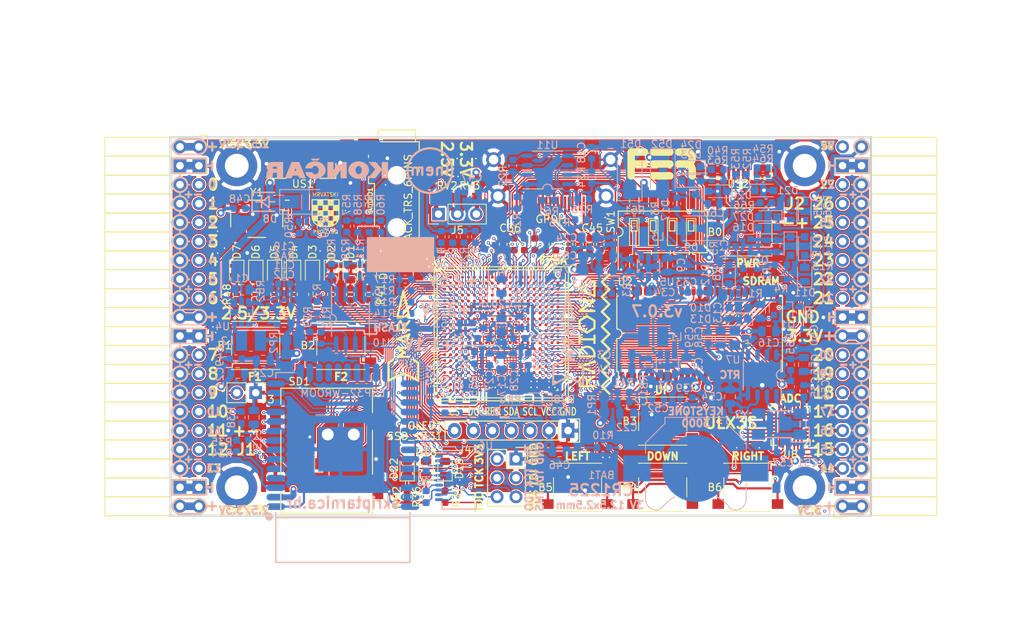
<source format=kicad_pcb>
(kicad_pcb (version 20171130) (host pcbnew 5.0.2+dfsg1-1)
  (title_block (rev v3.0.7))
  (layers (0 F.Cu signal) (1 In1.Cu signal) (2 In2.Cu signal) (31 B.Cu signal) (34 B.Paste user) (35 F.Paste user) (36 B.SilkS user) (37 F.SilkS user) (38 B.Mask user) (39 F.Mask user) (44 Edge.Cuts user))
  (net 0 "")
  (net 1 GND)
  (net 2 +5V)
  (net 3 /gpio/IN5V)
  (net 4 /gpio/OUT5V)
  (net 5 +3V3)
  (net 6 BTN_D)
  (net 7 BTN_F1)
  (net 8 BTN_F2)
  (net 9 BTN_L)
  (net 10 BTN_R)
  (net 11 BTN_U)
  (net 12 /power/FB1)
  (net 13 +2V5)
  (net 14 /power/PWREN)
  (net 15 /power/FB3)
  (net 16 /power/FB2)
  (net 17 /power/VBAT)
  (net 18 JTAG_TDI)
  (net 19 JTAG_TCK)
  (net 20 JTAG_TMS)
  (net 21 JTAG_TDO)
  (net 22 /power/WAKEUPn)
  (net 23 /power/WKUP)
  (net 24 /power/SHUT)
  (net 25 /power/WAKE)
  (net 26 /power/HOLD)
  (net 27 /power/WKn)
  (net 28 /power/OSCI_32k)
  (net 29 /power/OSCO_32k)
  (net 30 SHUTDOWN)
  (net 31 GPDI_SDA)
  (net 32 GPDI_SCL)
  (net 33 /gpdi/VREF2)
  (net 34 SD_CMD)
  (net 35 SD_CLK)
  (net 36 SD_D0)
  (net 37 SD_D1)
  (net 38 USB5V)
  (net 39 GPDI_CEC)
  (net 40 nRESET)
  (net 41 FTDI_nDTR)
  (net 42 SDRAM_CKE)
  (net 43 SDRAM_A7)
  (net 44 SDRAM_D15)
  (net 45 SDRAM_BA1)
  (net 46 SDRAM_D7)
  (net 47 SDRAM_A6)
  (net 48 SDRAM_CLK)
  (net 49 SDRAM_D13)
  (net 50 SDRAM_BA0)
  (net 51 SDRAM_D6)
  (net 52 SDRAM_A5)
  (net 53 SDRAM_D14)
  (net 54 SDRAM_A11)
  (net 55 SDRAM_D12)
  (net 56 SDRAM_D5)
  (net 57 SDRAM_A4)
  (net 58 SDRAM_A10)
  (net 59 SDRAM_D11)
  (net 60 SDRAM_A3)
  (net 61 SDRAM_D4)
  (net 62 SDRAM_D10)
  (net 63 SDRAM_D9)
  (net 64 SDRAM_A9)
  (net 65 SDRAM_D3)
  (net 66 SDRAM_D8)
  (net 67 SDRAM_A8)
  (net 68 SDRAM_A2)
  (net 69 SDRAM_A1)
  (net 70 SDRAM_A0)
  (net 71 SDRAM_D2)
  (net 72 SDRAM_D1)
  (net 73 SDRAM_D0)
  (net 74 SDRAM_DQM0)
  (net 75 SDRAM_nCS)
  (net 76 SDRAM_nRAS)
  (net 77 SDRAM_DQM1)
  (net 78 SDRAM_nCAS)
  (net 79 SDRAM_nWE)
  (net 80 /flash/FLASH_nWP)
  (net 81 /flash/FLASH_nHOLD)
  (net 82 /flash/FLASH_MOSI)
  (net 83 /flash/FLASH_MISO)
  (net 84 /flash/FLASH_SCK)
  (net 85 /flash/FLASH_nCS)
  (net 86 /flash/FPGA_PROGRAMN)
  (net 87 /flash/FPGA_DONE)
  (net 88 /flash/FPGA_INITN)
  (net 89 OLED_RES)
  (net 90 OLED_DC)
  (net 91 OLED_CS)
  (net 92 WIFI_EN)
  (net 93 FTDI_nRTS)
  (net 94 FTDI_TXD)
  (net 95 FTDI_RXD)
  (net 96 WIFI_RXD)
  (net 97 WIFI_GPIO0)
  (net 98 WIFI_TXD)
  (net 99 USB_FTDI_D+)
  (net 100 USB_FTDI_D-)
  (net 101 SD_D3)
  (net 102 AUDIO_L3)
  (net 103 AUDIO_L2)
  (net 104 AUDIO_L1)
  (net 105 AUDIO_L0)
  (net 106 AUDIO_R3)
  (net 107 AUDIO_R2)
  (net 108 AUDIO_R1)
  (net 109 AUDIO_R0)
  (net 110 OLED_CLK)
  (net 111 OLED_MOSI)
  (net 112 LED0)
  (net 113 LED1)
  (net 114 LED2)
  (net 115 LED3)
  (net 116 LED4)
  (net 117 LED5)
  (net 118 LED6)
  (net 119 LED7)
  (net 120 BTN_PWRn)
  (net 121 FTDI_nTXLED)
  (net 122 FTDI_nSLEEP)
  (net 123 /blinkey/LED_PWREN)
  (net 124 /blinkey/LED_TXLED)
  (net 125 /sdcard/SD3V3)
  (net 126 SD_D2)
  (net 127 CLK_25MHz)
  (net 128 /blinkey/BTNPUL)
  (net 129 /blinkey/BTNPUR)
  (net 130 USB_FPGA_D+)
  (net 131 /power/FTDI_nSUSPEND)
  (net 132 /blinkey/ALED0)
  (net 133 /blinkey/ALED1)
  (net 134 /blinkey/ALED2)
  (net 135 /blinkey/ALED3)
  (net 136 /blinkey/ALED4)
  (net 137 /blinkey/ALED5)
  (net 138 /blinkey/ALED6)
  (net 139 /blinkey/ALED7)
  (net 140 /usb/FTD-)
  (net 141 /usb/FTD+)
  (net 142 ADC_MISO)
  (net 143 ADC_MOSI)
  (net 144 ADC_CSn)
  (net 145 ADC_SCLK)
  (net 146 SW3)
  (net 147 SW2)
  (net 148 SW1)
  (net 149 USB_FPGA_D-)
  (net 150 /usb/FPD+)
  (net 151 /usb/FPD-)
  (net 152 WIFI_GPIO16)
  (net 153 /usb/ANT_433MHz)
  (net 154 PROG_DONE)
  (net 155 /power/P3V3)
  (net 156 /power/P2V5)
  (net 157 /power/L1)
  (net 158 /power/L3)
  (net 159 /power/L2)
  (net 160 FTDI_TXDEN)
  (net 161 SDRAM_A12)
  (net 162 /analog/AUDIO_V)
  (net 163 AUDIO_V3)
  (net 164 AUDIO_V2)
  (net 165 AUDIO_V1)
  (net 166 AUDIO_V0)
  (net 167 /blinkey/LED_WIFI)
  (net 168 /power/P1V1)
  (net 169 +1V1)
  (net 170 SW4)
  (net 171 /blinkey/SWPU)
  (net 172 /wifi/WIFIEN)
  (net 173 FT2V5)
  (net 174 GN0)
  (net 175 GP0)
  (net 176 GN1)
  (net 177 GP1)
  (net 178 GN2)
  (net 179 GP2)
  (net 180 GN3)
  (net 181 GP3)
  (net 182 GN4)
  (net 183 GP4)
  (net 184 GN5)
  (net 185 GP5)
  (net 186 GN6)
  (net 187 GP6)
  (net 188 GN14)
  (net 189 GP14)
  (net 190 GN15)
  (net 191 GP15)
  (net 192 GN16)
  (net 193 GP16)
  (net 194 GN17)
  (net 195 GP17)
  (net 196 GN18)
  (net 197 GP18)
  (net 198 GN19)
  (net 199 GP19)
  (net 200 GN20)
  (net 201 GP20)
  (net 202 GN21)
  (net 203 GP21)
  (net 204 GN22)
  (net 205 GP22)
  (net 206 GN23)
  (net 207 GP23)
  (net 208 GN24)
  (net 209 GP24)
  (net 210 GN25)
  (net 211 GP25)
  (net 212 GN26)
  (net 213 GP26)
  (net 214 GN27)
  (net 215 GP27)
  (net 216 GN7)
  (net 217 GP7)
  (net 218 GN8)
  (net 219 GP8)
  (net 220 GN9)
  (net 221 GP9)
  (net 222 GN10)
  (net 223 GP10)
  (net 224 GN11)
  (net 225 GP11)
  (net 226 GN12)
  (net 227 GP12)
  (net 228 GN13)
  (net 229 GP13)
  (net 230 WIFI_GPIO5)
  (net 231 WIFI_GPIO17)
  (net 232 USB_FPGA_PULL_D+)
  (net 233 USB_FPGA_PULL_D-)
  (net 234 "Net-(D23-Pad2)")
  (net 235 "Net-(D24-Pad1)")
  (net 236 "Net-(D25-Pad2)")
  (net 237 "Net-(D26-Pad1)")
  (net 238 /gpdi/GPDI_ETH+)
  (net 239 FPDI_ETH+)
  (net 240 /gpdi/GPDI_ETH-)
  (net 241 FPDI_ETH-)
  (net 242 /gpdi/GPDI_D2-)
  (net 243 FPDI_D2-)
  (net 244 /gpdi/GPDI_D1-)
  (net 245 FPDI_D1-)
  (net 246 /gpdi/GPDI_D0-)
  (net 247 FPDI_D0-)
  (net 248 /gpdi/GPDI_CLK-)
  (net 249 FPDI_CLK-)
  (net 250 /gpdi/GPDI_D2+)
  (net 251 FPDI_D2+)
  (net 252 /gpdi/GPDI_D1+)
  (net 253 FPDI_D1+)
  (net 254 /gpdi/GPDI_D0+)
  (net 255 FPDI_D0+)
  (net 256 /gpdi/GPDI_CLK+)
  (net 257 FPDI_CLK+)
  (net 258 FPDI_SDA)
  (net 259 FPDI_SCL)
  (net 260 /gpdi/FPDI_CEC)
  (net 261 2V5_3V3)
  (net 262 /usb/US2VBUS)
  (net 263 /power/SHD)
  (net 264 /power/RTCVDD)
  (net 265 "Net-(D27-Pad2)")
  (net 266 US2_ID)
  (net 267 /analog/AUDIO_L)
  (net 268 /analog/AUDIO_R)
  (net 269 /analog/ADC3V3)
  (net 270 PWRBTn)
  (net 271 USER_PROGRAMN)
  (net 272 "Net-(AUDIO1-Pad5)")
  (net 273 "Net-(AUDIO1-Pad6)")
  (net 274 "Net-(U1-PadW18)")
  (net 275 "Net-(U1-PadW17)")
  (net 276 "Net-(U1-PadW14)")
  (net 277 "Net-(U1-PadW13)")
  (net 278 "Net-(U1-PadW9)")
  (net 279 "Net-(U1-PadW8)")
  (net 280 "Net-(U1-PadW5)")
  (net 281 "Net-(U1-PadW4)")
  (net 282 "Net-(U1-PadT16)")
  (net 283 "Net-(U1-PadR3)")
  (net 284 SD_WP)
  (net 285 SD_CD)
  (net 286 "Net-(U1-PadM5)")
  (net 287 FTDI_nRXLED)
  (net 288 "Net-(U1-PadK17)")
  (net 289 "Net-(U1-PadK16)")
  (net 290 "Net-(U1-PadK5)")
  (net 291 "Net-(U1-PadJ5)")
  (net 292 "Net-(U1-PadJ4)")
  (net 293 "Net-(U1-PadE11)")
  (net 294 "Net-(U1-PadE10)")
  (net 295 "Net-(U1-PadE9)")
  (net 296 "Net-(U1-PadE6)")
  (net 297 "Net-(U1-PadD12)")
  (net 298 "Net-(U1-PadD11)")
  (net 299 "Net-(U1-PadD10)")
  (net 300 "Net-(U1-PadD9)")
  (net 301 "Net-(U1-PadC9)")
  (net 302 "Net-(U1-PadA15)")
  (net 303 "Net-(U8-Pad25)")
  (net 304 "Net-(U8-Pad12)")
  (net 305 "Net-(U9-Pad32)")
  (net 306 "Net-(U9-Pad22)")
  (net 307 "Net-(U9-Pad21)")
  (net 308 "Net-(U9-Pad20)")
  (net 309 "Net-(U9-Pad19)")
  (net 310 "Net-(U9-Pad18)")
  (net 311 "Net-(U9-Pad17)")
  (net 312 "Net-(U9-Pad12)")
  (net 313 "Net-(U9-Pad5)")
  (net 314 "Net-(U9-Pad4)")
  (net 315 "Net-(US1-Pad4)")
  (net 316 "Net-(Y2-Pad3)")
  (net 317 "Net-(Y2-Pad2)")
  (module hrvatski_proizvod_veci:hrvatski (layer F.Cu) (at 114.9 71.598)
    (fp_text reference HR hide)
    (fp_text value HR hide)
    (fp_text user PROIZVOD (at 0 2.5) (layer F.SilkS) (effects (font (size 0.45 0.45) (thickness 0.075))))
    (fp_text user HRVATSKI (at 0 -2.5) (layer F.SilkS) (effects (font (size 0.5 0.5) (thickness 0.075))))
  )
  (module ft231x:FT231X-SSOP-20_4.4x6.5mm_Pitch0.65mm (layer B.Cu) (at 132.835 107.14 180)
    (fp_text reference U6 (at -3.556 4.318 180) (layer B.SilkS) (effects (justify mirror)))
    (fp_text value FT231XS hide)
    (pad 20 smd oval (at 2.7 2.925 180) (size 1.1 0.4) (layers B.Cu B.Paste B.Mask) (net 94 FTDI_TXD))
    (pad 19 smd oval (at 2.7 2.275 180) (size 1.1 0.4) (layers B.Cu B.Paste B.Mask) (net 122 FTDI_nSLEEP))
    (pad 18 smd oval (at 2.7 1.625 180) (size 1.1 0.4) (layers B.Cu B.Paste B.Mask) (net 160 FTDI_TXDEN))
    (pad 17 smd oval (at 2.7 0.975 180) (size 1.1 0.4) (layers B.Cu B.Paste B.Mask) (net 287 FTDI_nRXLED))
    (pad 16 smd oval (at 2.7 0.325 180) (size 1.1 0.4) (layers B.Cu B.Paste B.Mask) (net 1 GND))
    (pad 15 smd oval (at 2.7 -0.325 180) (size 1.1 0.4) (layers B.Cu B.Paste B.Mask) (net 38 USB5V))
    (pad 14 smd oval (at 2.7 -0.975 180) (size 1.1 0.4) (layers B.Cu B.Paste B.Mask) (net 40 nRESET))
    (pad 13 smd oval (at 2.7 -1.625 180) (size 1.1 0.4) (layers B.Cu B.Paste B.Mask) (net 173 FT2V5))
    (pad 12 smd oval (at 2.7 -2.275 180) (size 1.1 0.4) (layers B.Cu B.Paste B.Mask) (net 100 USB_FTDI_D-))
    (pad 11 smd oval (at 2.7 -2.925 180) (size 1.1 0.4) (layers B.Cu B.Paste B.Mask) (net 99 USB_FTDI_D+))
    (pad 10 smd oval (at -2.7 -2.925 180) (size 1.1 0.4) (layers B.Cu B.Paste B.Mask) (net 121 FTDI_nTXLED))
    (pad 9 smd oval (at -2.7 -2.275 180) (size 1.1 0.4) (layers B.Cu B.Paste B.Mask) (net 21 JTAG_TDO))
    (pad 8 smd oval (at -2.7 -1.625 180) (size 1.1 0.4) (layers B.Cu B.Paste B.Mask) (net 20 JTAG_TMS))
    (pad 7 smd oval (at -2.7 -0.975 180) (size 1.1 0.4) (layers B.Cu B.Paste B.Mask) (net 19 JTAG_TCK))
    (pad 6 smd oval (at -2.7 -0.325 180) (size 1.1 0.4) (layers B.Cu B.Paste B.Mask) (net 1 GND))
    (pad 5 smd oval (at -2.7 0.325 180) (size 1.1 0.4) (layers B.Cu B.Paste B.Mask) (net 18 JTAG_TDI))
    (pad 4 smd oval (at -2.7 0.975 180) (size 1.1 0.4) (layers B.Cu B.Paste B.Mask) (net 95 FTDI_RXD))
    (pad 3 smd oval (at -2.7 1.625 180) (size 1.1 0.4) (layers B.Cu B.Paste B.Mask) (net 173 FT2V5))
    (pad 2 smd oval (at -2.7 2.275 180) (size 1.1 0.4) (layers B.Cu B.Paste B.Mask) (net 93 FTDI_nRTS))
    (pad 1 smd rect (at -2.7 2.925 180) (size 1.1 0.4) (layers B.Cu B.Paste B.Mask) (net 41 FTDI_nDTR))
  )
  (module micro-sd-schd3a0100:SCHD3A100 (layer F.Cu) (at 115.05 103.5 270)
    (fp_text reference SD1 (at -9.296 3.663 180) (layer F.SilkS))
    (fp_text value SCHD3A0100 hide)
    (pad 1 smd rect (at 1.75 -3.2) (size 0.7 1.5) (layers F.Cu F.Paste F.Mask) (net 126 SD_D2))
    (pad 2 smd rect (at 1.75 -2.1) (size 0.7 1.5) (layers F.Cu F.Paste F.Mask) (net 101 SD_D3))
    (pad 3 smd rect (at 1.75 -1) (size 0.7 1.5) (layers F.Cu F.Paste F.Mask) (net 34 SD_CMD))
    (pad 4 smd rect (at 1.75 0.1) (size 0.7 1.5) (layers F.Cu F.Paste F.Mask) (net 125 /sdcard/SD3V3))
    (pad 5 smd rect (at 1.75 1.2) (size 0.7 1.5) (layers F.Cu F.Paste F.Mask) (net 35 SD_CLK))
    (pad 6 smd rect (at 1.75 2.3) (size 0.7 1.5) (layers F.Cu F.Paste F.Mask) (net 1 GND))
    (pad 7 smd rect (at 1.75 3.4) (size 0.7 1.5) (layers F.Cu F.Paste F.Mask) (net 36 SD_D0))
    (pad 8 smd rect (at 1.75 4.5) (size 0.7 1.5) (layers F.Cu F.Paste F.Mask) (net 37 SD_D1))
    (pad 10 smd rect (at 6.05 -6.875) (size 1.45 0.9) (layers F.Cu F.Paste F.Mask) (net 1 GND))
    (pad 11 smd rect (at -5.65 6.875 90) (size 0.9 1.45) (layers F.Cu F.Paste F.Mask) (net 1 GND))
    (pad 9 smd rect (at 4.35 6.875) (size 1.45 2) (layers F.Cu F.Paste F.Mask) (net 1 GND))
    (pad 9 smd rect (at 4.35 -6.875) (size 1.45 2) (layers F.Cu F.Paste F.Mask) (net 1 GND))
    (pad 9 smd rect (at -3.95 -6.875) (size 1.45 2) (layers F.Cu F.Paste F.Mask) (net 1 GND))
    (pad 9 smd rect (at -3.95 6.875) (size 1.45 2) (layers F.Cu F.Paste F.Mask) (net 1 GND))
  )
  (module oscxo:Crystal_SMD_7050_4Pads (layer F.Cu) (at 105.672 72.36 180)
    (fp_text reference Y1 (at 0 3.556 180) (layer F.SilkS))
    (fp_text value FNETHE025 hide)
    (pad 1 smd rect (at -2.54 2.2 180) (size 2.2 1.8) (layers F.Cu F.Paste F.Mask) (net 5 +3V3))
    (pad 2 smd rect (at 2.54 2.2 180) (size 2.2 1.8) (layers F.Cu F.Paste F.Mask) (net 1 GND))
    (pad 3 smd rect (at 2.54 -2.2 180) (size 2.2 1.8) (layers F.Cu F.Paste F.Mask) (net 127 CLK_25MHz))
    (pad 4 smd rect (at -2.54 -2.2 180) (size 2.2 1.8) (layers F.Cu F.Paste F.Mask) (net 5 +3V3))
  )
  (module L_1008_1210:L_1008_1210 (layer B.Cu) (at 156.33 74.755 180)
    (fp_text reference L3 (at -3.19 -0.018 180) (layer B.SilkS) (effects (justify mirror)))
    (fp_text value 2.2uH hide)
    (pad 1 smd rect (at -1.27 0 180) (size 1.5 2.7) (layers B.Cu B.Paste B.Mask) (net 158 /power/L3))
    (pad 2 smd rect (at 1.27 0 180) (size 1.5 2.7) (layers B.Cu B.Paste B.Mask) (net 155 /power/P3V3))
  )
  (module L_1008_1210:L_1008_1210 (layer B.Cu) (at 158.87 88.09 180)
    (fp_text reference L1 (at -3.063 -0.145 180) (layer B.SilkS) (effects (justify mirror)))
    (fp_text value 2.2uH hide)
    (pad 1 smd rect (at -1.27 0 180) (size 1.5 2.7) (layers B.Cu B.Paste B.Mask) (net 157 /power/L1))
    (pad 2 smd rect (at 1.27 0 180) (size 1.5 2.7) (layers B.Cu B.Paste B.Mask) (net 168 /power/P1V1))
  )
  (module L_1008_1210:L_1008_1210 (layer B.Cu) (at 104.895 88.725)
    (fp_text reference L2 (at -3.16 0.018) (layer B.SilkS) (effects (justify mirror)))
    (fp_text value 2.2uH hide)
    (pad 1 smd rect (at -1.27 0) (size 1.5 2.7) (layers B.Cu B.Paste B.Mask) (net 159 /power/L2))
    (pad 2 smd rect (at 1.27 0) (size 1.5 2.7) (layers B.Cu B.Paste B.Mask) (net 156 /power/P2V5))
  )
  (module abs25:Crystal_SMD_ABS25 (layer B.Cu) (at 175.776 99.922 180)
    (fp_text reference Y2 (at 5.08 1.273 180) (layer B.SilkS) (effects (justify mirror)))
    (fp_text value 32768Hz hide)
    (pad 4 smd rect (at -2.8 1.4 180) (size 1.8 1.4) (layers B.Cu B.Paste B.Mask) (net 28 /power/OSCI_32k))
    (pad 3 smd rect (at 2.8 1.4 180) (size 1.8 1.4) (layers B.Cu B.Paste B.Mask) (net 316 "Net-(Y2-Pad3)"))
    (pad 2 smd rect (at 2.8 -1.4 180) (size 1.8 1.4) (layers B.Cu B.Paste B.Mask) (net 317 "Net-(Y2-Pad2)"))
    (pad 1 smd rect (at -2.8 -1.4 180) (size 1.8 1.4) (layers B.Cu B.Paste B.Mask) (net 29 /power/OSCO_32k))
  )
  (module Keystone_3000_1x12mm-CoinCell:Keystone_3000_1x12mm-CoinCell (layer B.Cu) (at 164.585 105.87 90)
    (fp_text reference BAT1 (at -0.907 -12.685 180) (layer B.SilkS) (effects (justify mirror)))
    (fp_text value CR1225 hide)
    (pad 1 smd rect (at 0 7.9 180) (size 3.7 3.5) (layers B.Cu B.Paste B.Mask) (net 17 /power/VBAT) (clearance 0.7))
    (pad 1 smd rect (at 0 -7.9 180) (size 3.7 3.5) (layers B.Cu B.Paste B.Mask) (net 17 /power/VBAT) (clearance 0.7))
    (pad 2 smd circle (at 0 0 180) (size 9 9) (layers B.Cu B.Mask) (net 1 GND))
  )
  (module audio-jack:CUI_SJ-43516-SMT (layer F.Cu) (at 124.468 69.518)
    (fp_text reference AUDIO1 (at -3.560502 0.28335 270) (layer F.SilkS) (effects (font (size 0.6096 0.6096) (thickness 0.1524))))
    (fp_text value JACK_TRS_6PINS (at 1.519498 0.28335 270) (layer F.SilkS))
    (pad 1 smd rect (at -3.8 -6.9 270) (size 2 2.8) (layers F.Cu F.Paste F.Mask) (net 1 GND))
    (pad 4 smd rect (at -3.8 -4.1 270) (size 2.2 2.8) (layers F.Cu F.Paste F.Mask) (net 162 /analog/AUDIO_V))
    (pad 2 smd rect (at -3.8 5.3 270) (size 2.8 2.8) (layers F.Cu F.Paste F.Mask) (net 267 /analog/AUDIO_L))
    (pad 5 smd rect (at 0.75 9.4 270) (size 2.8 2.8) (layers F.Cu F.Paste F.Mask) (net 272 "Net-(AUDIO1-Pad5)"))
    (pad 3 smd rect (at 3.8 -2.2 270) (size 2.2 2.8) (layers F.Cu F.Paste F.Mask) (net 268 /analog/AUDIO_R))
    (pad 6 smd rect (at 3.8 -5 270) (size 2 2.8) (layers F.Cu F.Paste F.Mask) (net 273 "Net-(AUDIO1-Pad6)"))
    (pad "" np_thru_hole circle (at 0 -3 270) (size 1.7 1.7) (drill 1.7) (layers *.Cu *.Mask F.SilkS) (clearance 0.4))
    (pad "" np_thru_hole circle (at 0 4 270) (size 1.7 1.7) (drill 1.7) (layers *.Cu *.Mask F.SilkS) (clearance 0.4))
  )
  (module usb_otg:USB-MICRO-B-FCI-10118192-0001LF (layer F.Cu) (at 170.3 63.325 180)
    (fp_text reference US2 (at 0 -4.336 180) (layer F.SilkS))
    (fp_text value MICRO_USB hide)
    (pad 6 smd rect (at 3.8 0 180) (size 1.8 1.9) (layers F.Cu F.Paste F.Mask) (net 1 GND))
    (pad 6 smd rect (at -3.8 0 180) (size 1.8 1.9) (layers F.Cu F.Paste F.Mask) (net 1 GND))
    (pad 5 smd rect (at 1.3 -2.675 180) (size 0.4 1.35) (layers F.Cu F.Paste F.Mask) (net 1 GND))
    (pad 4 smd rect (at 0.65 -2.675 180) (size 0.4 1.35) (layers F.Cu F.Paste F.Mask) (net 266 US2_ID))
    (pad 3 smd rect (at 0 -2.675 180) (size 0.4 1.35) (layers F.Cu F.Paste F.Mask) (net 150 /usb/FPD+))
    (pad 2 smd rect (at -0.65 -2.675 180) (size 0.4 1.35) (layers F.Cu F.Paste F.Mask) (net 151 /usb/FPD-))
    (pad 1 smd rect (at -1.3 -2.675 180) (size 0.4 1.35) (layers F.Cu F.Paste F.Mask) (net 262 /usb/US2VBUS))
    (pad 6 smd rect (at 1.2 0 180) (size 1.9 1.9) (layers F.Cu F.Paste F.Mask) (net 1 GND))
    (pad 6 smd rect (at -1.2 0 180) (size 1.9 1.9) (layers F.Cu F.Paste F.Mask) (net 1 GND))
    (pad 6 smd rect (at 3.1 -2.55 180) (size 2.1 1.6) (layers F.Cu F.Paste F.Mask) (net 1 GND))
    (pad 6 smd rect (at -3.1 -2.55 180) (size 2.1 1.6) (layers F.Cu F.Paste F.Mask) (net 1 GND))
  )
  (module usb_otg:USB-MICRO-B-FCI-10118192-0001LF (layer F.Cu) (at 111.88 63.325 180)
    (fp_text reference US1 (at 0 -4.336 180) (layer F.SilkS))
    (fp_text value MICRO_USB hide)
    (pad 6 smd rect (at 3.8 0 180) (size 1.8 1.9) (layers F.Cu F.Paste F.Mask) (net 1 GND))
    (pad 6 smd rect (at -3.8 0 180) (size 1.8 1.9) (layers F.Cu F.Paste F.Mask) (net 1 GND))
    (pad 5 smd rect (at 1.3 -2.675 180) (size 0.4 1.35) (layers F.Cu F.Paste F.Mask) (net 1 GND))
    (pad 4 smd rect (at 0.65 -2.675 180) (size 0.4 1.35) (layers F.Cu F.Paste F.Mask) (net 315 "Net-(US1-Pad4)"))
    (pad 3 smd rect (at 0 -2.675 180) (size 0.4 1.35) (layers F.Cu F.Paste F.Mask) (net 141 /usb/FTD+))
    (pad 2 smd rect (at -0.65 -2.675 180) (size 0.4 1.35) (layers F.Cu F.Paste F.Mask) (net 140 /usb/FTD-))
    (pad 1 smd rect (at -1.3 -2.675 180) (size 0.4 1.35) (layers F.Cu F.Paste F.Mask) (net 38 USB5V))
    (pad 6 smd rect (at 1.2 0 180) (size 1.9 1.9) (layers F.Cu F.Paste F.Mask) (net 1 GND))
    (pad 6 smd rect (at -1.2 0 180) (size 1.9 1.9) (layers F.Cu F.Paste F.Mask) (net 1 GND))
    (pad 6 smd rect (at 3.1 -2.55 180) (size 2.1 1.6) (layers F.Cu F.Paste F.Mask) (net 1 GND))
    (pad 6 smd rect (at -3.1 -2.55 180) (size 2.1 1.6) (layers F.Cu F.Paste F.Mask) (net 1 GND))
  )
  (module dipswitch:SW_DIP_x4_W8.61mm_Slide_LowProfile (layer F.Cu) (at 160.14 74.12 90)
    (fp_text reference SW1 (at 1.379 -6.97 90) (layer F.SilkS))
    (fp_text value SW_DIP_x04 hide)
    (pad 8 smd rect (at 4.305 -3.81 90) (size 2.44 1.12) (layers F.Cu F.Paste F.Mask) (net 148 SW1))
    (pad 4 smd rect (at -4.305 3.81 90) (size 2.44 1.12) (layers F.Cu F.Paste F.Mask) (net 171 /blinkey/SWPU))
    (pad 7 smd rect (at 4.305 -1.27 90) (size 2.44 1.12) (layers F.Cu F.Paste F.Mask) (net 147 SW2))
    (pad 3 smd rect (at -4.305 1.27 90) (size 2.44 1.12) (layers F.Cu F.Paste F.Mask) (net 171 /blinkey/SWPU))
    (pad 6 smd rect (at 4.305 1.27 90) (size 2.44 1.12) (layers F.Cu F.Paste F.Mask) (net 146 SW3))
    (pad 2 smd rect (at -4.305 -1.27 90) (size 2.44 1.12) (layers F.Cu F.Paste F.Mask) (net 171 /blinkey/SWPU))
    (pad 5 smd rect (at 4.305 3.81 90) (size 2.44 1.12) (layers F.Cu F.Paste F.Mask) (net 170 SW4))
    (pad 1 smd rect (at -4.305 -3.81 90) (size 2.44 1.12) (layers F.Cu F.Paste F.Mask) (net 171 /blinkey/SWPU))
  )
  (module conn-fci:CONN-10029449-111RLF (layer F.Cu) (at 145.296 69.312 180)
    (fp_text reference GPDI1 (at 0 -3.1115 180) (layer F.SilkS))
    (fp_text value GPDI-D hide)
    (pad 19 smd rect (at -4.25 -1 180) (size 0.3 1.9) (layers F.Cu F.Paste F.Mask) (net 240 /gpdi/GPDI_ETH-))
    (pad 18 smd rect (at -3.75 -1 180) (size 0.3 1.9) (layers F.Cu F.Paste F.Mask) (net 2 +5V))
    (pad 17 smd rect (at -3.25 -1 180) (size 0.3 1.9) (layers F.Cu F.Paste F.Mask) (net 1 GND))
    (pad 16 smd rect (at -2.75 -1 180) (size 0.3 1.9) (layers F.Cu F.Paste F.Mask) (net 31 GPDI_SDA))
    (pad 15 smd rect (at -2.25 -1 180) (size 0.3 1.9) (layers F.Cu F.Paste F.Mask) (net 32 GPDI_SCL))
    (pad 14 smd rect (at -1.75 -1 180) (size 0.3 1.9) (layers F.Cu F.Paste F.Mask) (net 238 /gpdi/GPDI_ETH+))
    (pad 13 smd rect (at -1.25 -1 180) (size 0.3 1.9) (layers F.Cu F.Paste F.Mask) (net 39 GPDI_CEC))
    (pad 12 smd rect (at -0.75 -1 180) (size 0.3 1.9) (layers F.Cu F.Paste F.Mask) (net 248 /gpdi/GPDI_CLK-))
    (pad 11 smd rect (at -0.25 -1 180) (size 0.3 1.9) (layers F.Cu F.Paste F.Mask) (net 1 GND))
    (pad 10 smd rect (at 0.25 -1 180) (size 0.3 1.9) (layers F.Cu F.Paste F.Mask) (net 256 /gpdi/GPDI_CLK+))
    (pad 9 smd rect (at 0.75 -1 180) (size 0.3 1.9) (layers F.Cu F.Paste F.Mask) (net 246 /gpdi/GPDI_D0-))
    (pad 8 smd rect (at 1.25 -1 180) (size 0.3 1.9) (layers F.Cu F.Paste F.Mask) (net 1 GND))
    (pad 7 smd rect (at 1.75 -1 180) (size 0.3 1.9) (layers F.Cu F.Paste F.Mask) (net 254 /gpdi/GPDI_D0+))
    (pad 6 smd rect (at 2.25 -1 180) (size 0.3 1.9) (layers F.Cu F.Paste F.Mask) (net 244 /gpdi/GPDI_D1-))
    (pad 5 smd rect (at 2.75 -1 180) (size 0.3 1.9) (layers F.Cu F.Paste F.Mask) (net 1 GND))
    (pad 4 smd rect (at 3.25 -1 180) (size 0.3 1.9) (layers F.Cu F.Paste F.Mask) (net 252 /gpdi/GPDI_D1+))
    (pad 3 smd rect (at 3.75 -1 180) (size 0.3 1.9) (layers F.Cu F.Paste F.Mask) (net 242 /gpdi/GPDI_D2-))
    (pad 2 smd rect (at 4.25 -1 180) (size 0.3 1.9) (layers F.Cu F.Paste F.Mask) (net 1 GND))
    (pad 1 smd rect (at 4.75 -1 180) (size 0.3 1.9) (layers F.Cu F.Paste F.Mask) (net 250 /gpdi/GPDI_D2+))
    (pad 0 thru_hole circle (at -7.25 0 180) (size 2 2) (drill 1.3) (layers *.Cu *.Mask) (net 1 GND))
    (pad 0 thru_hole circle (at 7.25 0 180) (size 2 2) (drill 1.3) (layers *.Cu *.Mask) (net 1 GND))
    (pad 0 thru_hole circle (at -7.85 4.9 180) (size 2 2) (drill 1.3) (layers *.Cu *.Mask) (net 1 GND))
    (pad 0 thru_hole circle (at 7.85 4.9 180) (size 2 2) (drill 1.3) (layers *.Cu *.Mask) (net 1 GND))
  )
  (module TSOP54:TSOP54 (layer F.Cu) (at 165.093 87.8 90)
    (fp_text reference U2 (at 6.98 -9.993 180) (layer F.SilkS))
    (fp_text value MT48LC16M16A2TG hide)
    (pad 28 smd oval (at 5.73 10.4 90) (size 1.2 0.56) (layers F.Cu F.Paste F.Mask) (net 1 GND))
    (pad 1 smd rect (at -5.73 -10.4 90) (size 1.2 0.56) (layers F.Cu F.Paste F.Mask) (net 5 +3V3))
    (pad 2 smd oval (at -5.73 -9.6 90) (size 1.2 0.56) (layers F.Cu F.Paste F.Mask) (net 73 SDRAM_D0))
    (pad 3 smd oval (at -5.73 -8.8 90) (size 1.2 0.56) (layers F.Cu F.Paste F.Mask) (net 5 +3V3))
    (pad 4 smd oval (at -5.73 -8 90) (size 1.2 0.56) (layers F.Cu F.Paste F.Mask) (net 72 SDRAM_D1))
    (pad 5 smd oval (at -5.73 -7.2 90) (size 1.2 0.56) (layers F.Cu F.Paste F.Mask) (net 71 SDRAM_D2))
    (pad 6 smd oval (at -5.73 -6.4 90) (size 1.2 0.56) (layers F.Cu F.Paste F.Mask) (net 1 GND))
    (pad 7 smd oval (at -5.73 -5.6 90) (size 1.2 0.56) (layers F.Cu F.Paste F.Mask) (net 65 SDRAM_D3))
    (pad 8 smd oval (at -5.73 -4.8 90) (size 1.2 0.56) (layers F.Cu F.Paste F.Mask) (net 61 SDRAM_D4))
    (pad 9 smd oval (at -5.73 -4 90) (size 1.2 0.56) (layers F.Cu F.Paste F.Mask) (net 5 +3V3))
    (pad 10 smd oval (at -5.73 -3.2 90) (size 1.2 0.56) (layers F.Cu F.Paste F.Mask) (net 56 SDRAM_D5))
    (pad 11 smd oval (at -5.73 -2.4 90) (size 1.2 0.56) (layers F.Cu F.Paste F.Mask) (net 51 SDRAM_D6))
    (pad 12 smd oval (at -5.73 -1.6 90) (size 1.2 0.56) (layers F.Cu F.Paste F.Mask) (net 1 GND))
    (pad 13 smd oval (at -5.73 -0.8 90) (size 1.2 0.56) (layers F.Cu F.Paste F.Mask) (net 46 SDRAM_D7))
    (pad 14 smd oval (at -5.73 0 90) (size 1.2 0.56) (layers F.Cu F.Paste F.Mask) (net 5 +3V3))
    (pad 15 smd oval (at -5.73 0.8 90) (size 1.2 0.56) (layers F.Cu F.Paste F.Mask) (net 74 SDRAM_DQM0))
    (pad 16 smd oval (at -5.73 1.6 90) (size 1.2 0.56) (layers F.Cu F.Paste F.Mask) (net 79 SDRAM_nWE))
    (pad 17 smd oval (at -5.73 2.4 90) (size 1.2 0.56) (layers F.Cu F.Paste F.Mask) (net 78 SDRAM_nCAS))
    (pad 18 smd oval (at -5.73 3.2 90) (size 1.2 0.56) (layers F.Cu F.Paste F.Mask) (net 76 SDRAM_nRAS))
    (pad 19 smd oval (at -5.73 4 90) (size 1.2 0.56) (layers F.Cu F.Paste F.Mask) (net 75 SDRAM_nCS))
    (pad 20 smd oval (at -5.73 4.8 90) (size 1.2 0.56) (layers F.Cu F.Paste F.Mask) (net 50 SDRAM_BA0))
    (pad 21 smd oval (at -5.73 5.6 90) (size 1.2 0.56) (layers F.Cu F.Paste F.Mask) (net 45 SDRAM_BA1))
    (pad 22 smd oval (at -5.73 6.4 90) (size 1.2 0.56) (layers F.Cu F.Paste F.Mask) (net 58 SDRAM_A10))
    (pad 23 smd oval (at -5.73 7.2 90) (size 1.2 0.56) (layers F.Cu F.Paste F.Mask) (net 70 SDRAM_A0))
    (pad 24 smd oval (at -5.73 8 90) (size 1.2 0.56) (layers F.Cu F.Paste F.Mask) (net 69 SDRAM_A1))
    (pad 25 smd oval (at -5.73 8.8 90) (size 1.2 0.56) (layers F.Cu F.Paste F.Mask) (net 68 SDRAM_A2))
    (pad 26 smd oval (at -5.73 9.6 90) (size 1.2 0.56) (layers F.Cu F.Paste F.Mask) (net 60 SDRAM_A3))
    (pad 27 smd oval (at -5.73 10.4 90) (size 1.2 0.56) (layers F.Cu F.Paste F.Mask) (net 5 +3V3))
    (pad 29 smd oval (at 5.73 9.6 90) (size 1.2 0.56) (layers F.Cu F.Paste F.Mask) (net 57 SDRAM_A4))
    (pad 30 smd oval (at 5.73 8.8 90) (size 1.2 0.56) (layers F.Cu F.Paste F.Mask) (net 52 SDRAM_A5))
    (pad 31 smd oval (at 5.73 8 90) (size 1.2 0.56) (layers F.Cu F.Paste F.Mask) (net 47 SDRAM_A6))
    (pad 32 smd oval (at 5.73 7.2 90) (size 1.2 0.56) (layers F.Cu F.Paste F.Mask) (net 43 SDRAM_A7))
    (pad 33 smd oval (at 5.73 6.4 90) (size 1.2 0.56) (layers F.Cu F.Paste F.Mask) (net 67 SDRAM_A8))
    (pad 34 smd oval (at 5.73 5.6 90) (size 1.2 0.56) (layers F.Cu F.Paste F.Mask) (net 64 SDRAM_A9))
    (pad 35 smd oval (at 5.73 4.8 90) (size 1.2 0.56) (layers F.Cu F.Paste F.Mask) (net 54 SDRAM_A11))
    (pad 36 smd oval (at 5.73 4 90) (size 1.2 0.56) (layers F.Cu F.Paste F.Mask) (net 161 SDRAM_A12))
    (pad 37 smd oval (at 5.73 3.2 90) (size 1.2 0.56) (layers F.Cu F.Paste F.Mask) (net 42 SDRAM_CKE))
    (pad 38 smd oval (at 5.73 2.4 90) (size 1.2 0.56) (layers F.Cu F.Paste F.Mask) (net 48 SDRAM_CLK))
    (pad 39 smd oval (at 5.73 1.6 90) (size 1.2 0.56) (layers F.Cu F.Paste F.Mask) (net 77 SDRAM_DQM1))
    (pad 40 smd oval (at 5.73 0.8 90) (size 1.2 0.56) (layers F.Cu F.Paste F.Mask))
    (pad 41 smd oval (at 5.73 0 90) (size 1.2 0.56) (layers F.Cu F.Paste F.Mask) (net 1 GND))
    (pad 42 smd oval (at 5.73 -0.8 90) (size 1.2 0.56) (layers F.Cu F.Paste F.Mask) (net 66 SDRAM_D8))
    (pad 43 smd oval (at 5.73 -1.6 90) (size 1.2 0.56) (layers F.Cu F.Paste F.Mask) (net 5 +3V3))
    (pad 44 smd oval (at 5.73 -2.4 90) (size 1.2 0.56) (layers F.Cu F.Paste F.Mask) (net 63 SDRAM_D9))
    (pad 45 smd oval (at 5.73 -3.2 90) (size 1.2 0.56) (layers F.Cu F.Paste F.Mask) (net 62 SDRAM_D10))
    (pad 46 smd oval (at 5.73 -4 90) (size 1.2 0.56) (layers F.Cu F.Paste F.Mask) (net 1 GND))
    (pad 47 smd oval (at 5.73 -4.8 90) (size 1.2 0.56) (layers F.Cu F.Paste F.Mask) (net 59 SDRAM_D11))
    (pad 48 smd oval (at 5.73 -5.6 90) (size 1.2 0.56) (layers F.Cu F.Paste F.Mask) (net 55 SDRAM_D12))
    (pad 49 smd oval (at 5.73 -6.4 90) (size 1.2 0.56) (layers F.Cu F.Paste F.Mask) (net 5 +3V3))
    (pad 50 smd oval (at 5.73 -7.2 90) (size 1.2 0.56) (layers F.Cu F.Paste F.Mask) (net 49 SDRAM_D13))
    (pad 51 smd oval (at 5.73 -8 90) (size 1.2 0.56) (layers F.Cu F.Paste F.Mask) (net 53 SDRAM_D14))
    (pad 52 smd oval (at 5.73 -8.8 90) (size 1.2 0.56) (layers F.Cu F.Paste F.Mask) (net 1 GND))
    (pad 53 smd oval (at 5.73 -9.6 90) (size 1.2 0.56) (layers F.Cu F.Paste F.Mask) (net 44 SDRAM_D15))
    (pad 54 smd oval (at 5.73 -10.4 90) (size 1.2 0.56) (layers F.Cu F.Paste F.Mask) (net 1 GND))
  )
  (module jumper:R_0805_2012Metric_Pad1.29x1.40mm_HandSolder_Jumper_NC (layer B.Cu) (at 109.609 89.632 270)
    (fp_text reference RP2 (at -0.635 1.651 270) (layer B.SilkS) (effects (justify mirror)))
    (fp_text value 0 hide)
    (fp_line (start -1 0) (end 1 0) (layer B.Cu) (width 1))
    (pad 2 smd roundrect (at 0.9675 0 270) (size 1.295 1.4) (layers B.Cu B.Mask) (net 13 +2V5))
    (pad 1 smd roundrect (at -0.9675 0 270) (size 1.295 1.4) (layers B.Cu B.Mask) (net 156 /power/P2V5))
  )
  (module jumper:R_0805_2012Metric_Pad1.29x1.40mm_HandSolder_Jumper_NC (layer B.Cu) (at 149.472 78.311 270)
    (fp_text reference RP3 (at 0 3.414 270) (layer B.SilkS) (effects (justify mirror)))
    (fp_text value 0 hide)
    (fp_line (start -1 0) (end 1 0) (layer B.Cu) (width 1))
    (pad 2 smd roundrect (at 0.9675 0 270) (size 1.295 1.4) (layers B.Cu B.Mask) (net 5 +3V3))
    (pad 1 smd roundrect (at -0.9675 0 270) (size 1.295 1.4) (layers B.Cu B.Mask) (net 155 /power/P3V3))
  )
  (module jumper:R_0805_2012Metric_Pad1.29x1.40mm_HandSolder_Jumper_NC (layer B.Cu) (at 152.281 97.361 270)
    (fp_text reference RP1 (at 0 1.65 270) (layer B.SilkS) (effects (justify mirror)))
    (fp_text value 0 hide)
    (fp_line (start -1 0) (end 1 0) (layer B.Cu) (width 1))
    (pad 2 smd roundrect (at 0.9675 0 270) (size 1.295 1.4) (layers B.Cu B.Mask) (net 169 +1V1))
    (pad 1 smd roundrect (at -0.9675 0 270) (size 1.295 1.4) (layers B.Cu B.Mask) (net 168 /power/P1V1))
  )
  (module jumper:D_SMA_Jumper_NC (layer B.Cu) (at 160.155 66.391 270)
    (fp_text reference D52 (at -4.064 0.127) (layer B.SilkS) (effects (justify mirror)))
    (fp_text value 0 hide)
    (fp_line (start -2 0) (end 2 0) (layer B.Cu) (width 1))
    (pad 2 smd roundrect (at 2 0 270) (size 2.5 1.8) (layers B.Cu B.Mask) (net 2 +5V))
    (pad 1 smd roundrect (at -2 0 270) (size 2.5 1.8) (layers B.Cu B.Mask) (net 4 /gpio/OUT5V))
  )
  (module jumper:D_SMA_Jumper_NC (layer B.Cu) (at 155.71 66.518 90)
    (fp_text reference D51 (at 4.191 0.127 180) (layer B.SilkS) (effects (justify mirror)))
    (fp_text value 0 hide)
    (fp_line (start -2 0) (end 2 0) (layer B.Cu) (width 1))
    (pad 2 smd roundrect (at 2 0 90) (size 2.5 1.8) (layers B.Cu B.Mask) (net 3 /gpio/IN5V))
    (pad 1 smd roundrect (at -2 0 90) (size 2.5 1.8) (layers B.Cu B.Mask) (net 2 +5V))
  )
  (module jumper:D_SMA_Jumper_NC (layer B.Cu) (at 164.854 73.63 180)
    (fp_text reference D9 (at 0.889 -2.54 180) (layer B.SilkS) (effects (justify mirror)))
    (fp_text value 0 hide)
    (fp_line (start -2 0) (end 2 0) (layer B.Cu) (width 1))
    (pad 2 smd roundrect (at 2 0 180) (size 2.5 1.8) (layers B.Cu B.Mask) (net 2 +5V))
    (pad 1 smd roundrect (at -2 0 180) (size 2.5 1.8) (layers B.Cu B.Mask) (net 262 /usb/US2VBUS))
  )
  (module lfe5bg381:BGA-381_pitch0.8mm_dia0.4mm (layer F.Cu) (at 138.48 87.8)
    (fp_text reference U1 (at -8.2 -9.8) (layer F.SilkS))
    (fp_text value LFE5U-85F-6BG381C hide)
    (pad Y19 smd circle (at 6.8 7.6) (size 0.4 0.4) (layers F.Cu F.Paste F.Mask) (net 1 GND))
    (pad Y17 smd circle (at 5.2 7.6) (size 0.4 0.4) (layers F.Cu F.Paste F.Mask) (net 1 GND))
    (pad Y16 smd circle (at 4.4 7.6) (size 0.4 0.4) (layers F.Cu F.Paste F.Mask) (net 1 GND))
    (pad Y15 smd circle (at 3.6 7.6) (size 0.4 0.4) (layers F.Cu F.Paste F.Mask) (net 1 GND))
    (pad Y14 smd circle (at 2.8 7.6) (size 0.4 0.4) (layers F.Cu F.Paste F.Mask) (net 1 GND))
    (pad Y12 smd circle (at 1.2 7.6) (size 0.4 0.4) (layers F.Cu F.Paste F.Mask) (net 1 GND))
    (pad Y11 smd circle (at 0.4 7.6) (size 0.4 0.4) (layers F.Cu F.Paste F.Mask) (net 1 GND))
    (pad Y8 smd circle (at -2 7.6) (size 0.4 0.4) (layers F.Cu F.Paste F.Mask) (net 1 GND))
    (pad Y7 smd circle (at -2.8 7.6) (size 0.4 0.4) (layers F.Cu F.Paste F.Mask) (net 1 GND))
    (pad Y6 smd circle (at -3.6 7.6) (size 0.4 0.4) (layers F.Cu F.Paste F.Mask) (net 1 GND))
    (pad Y5 smd circle (at -4.4 7.6) (size 0.4 0.4) (layers F.Cu F.Paste F.Mask) (net 1 GND))
    (pad Y3 smd circle (at -6 7.6) (size 0.4 0.4) (layers F.Cu F.Paste F.Mask) (net 87 /flash/FPGA_DONE))
    (pad Y2 smd circle (at -6.8 7.6) (size 0.4 0.4) (layers F.Cu F.Paste F.Mask) (net 80 /flash/FLASH_nWP))
    (pad W20 smd circle (at 7.6 6.8) (size 0.4 0.4) (layers F.Cu F.Paste F.Mask) (net 1 GND))
    (pad W19 smd circle (at 6.8 6.8) (size 0.4 0.4) (layers F.Cu F.Paste F.Mask) (net 1 GND))
    (pad W18 smd circle (at 6 6.8) (size 0.4 0.4) (layers F.Cu F.Paste F.Mask) (net 274 "Net-(U1-PadW18)"))
    (pad W17 smd circle (at 5.2 6.8) (size 0.4 0.4) (layers F.Cu F.Paste F.Mask) (net 275 "Net-(U1-PadW17)"))
    (pad W16 smd circle (at 4.4 6.8) (size 0.4 0.4) (layers F.Cu F.Paste F.Mask) (net 1 GND))
    (pad W15 smd circle (at 3.6 6.8) (size 0.4 0.4) (layers F.Cu F.Paste F.Mask) (net 1 GND))
    (pad W14 smd circle (at 2.8 6.8) (size 0.4 0.4) (layers F.Cu F.Paste F.Mask) (net 276 "Net-(U1-PadW14)"))
    (pad W13 smd circle (at 2 6.8) (size 0.4 0.4) (layers F.Cu F.Paste F.Mask) (net 277 "Net-(U1-PadW13)"))
    (pad W12 smd circle (at 1.2 6.8) (size 0.4 0.4) (layers F.Cu F.Paste F.Mask) (net 1 GND))
    (pad W11 smd circle (at 0.4 6.8) (size 0.4 0.4) (layers F.Cu F.Paste F.Mask))
    (pad W10 smd circle (at -0.4 6.8) (size 0.4 0.4) (layers F.Cu F.Paste F.Mask))
    (pad W9 smd circle (at -1.2 6.8) (size 0.4 0.4) (layers F.Cu F.Paste F.Mask) (net 278 "Net-(U1-PadW9)"))
    (pad W8 smd circle (at -2 6.8) (size 0.4 0.4) (layers F.Cu F.Paste F.Mask) (net 279 "Net-(U1-PadW8)"))
    (pad W7 smd circle (at -2.8 6.8) (size 0.4 0.4) (layers F.Cu F.Paste F.Mask) (net 1 GND))
    (pad W6 smd circle (at -3.6 6.8) (size 0.4 0.4) (layers F.Cu F.Paste F.Mask) (net 1 GND))
    (pad W5 smd circle (at -4.4 6.8) (size 0.4 0.4) (layers F.Cu F.Paste F.Mask) (net 280 "Net-(U1-PadW5)"))
    (pad W4 smd circle (at -5.2 6.8) (size 0.4 0.4) (layers F.Cu F.Paste F.Mask) (net 281 "Net-(U1-PadW4)"))
    (pad W3 smd circle (at -6 6.8) (size 0.4 0.4) (layers F.Cu F.Paste F.Mask) (net 86 /flash/FPGA_PROGRAMN))
    (pad W2 smd circle (at -6.8 6.8) (size 0.4 0.4) (layers F.Cu F.Paste F.Mask) (net 82 /flash/FLASH_MOSI))
    (pad W1 smd circle (at -7.6 6.8) (size 0.4 0.4) (layers F.Cu F.Paste F.Mask) (net 81 /flash/FLASH_nHOLD))
    (pad V20 smd circle (at 7.6 6) (size 0.4 0.4) (layers F.Cu F.Paste F.Mask) (net 1 GND))
    (pad V19 smd circle (at 6.8 6) (size 0.4 0.4) (layers F.Cu F.Paste F.Mask) (net 1 GND))
    (pad V18 smd circle (at 6 6) (size 0.4 0.4) (layers F.Cu F.Paste F.Mask) (net 1 GND))
    (pad V17 smd circle (at 5.2 6) (size 0.4 0.4) (layers F.Cu F.Paste F.Mask) (net 1 GND))
    (pad V16 smd circle (at 4.4 6) (size 0.4 0.4) (layers F.Cu F.Paste F.Mask) (net 1 GND))
    (pad V15 smd circle (at 3.6 6) (size 0.4 0.4) (layers F.Cu F.Paste F.Mask) (net 1 GND))
    (pad V14 smd circle (at 2.8 6) (size 0.4 0.4) (layers F.Cu F.Paste F.Mask) (net 1 GND))
    (pad V13 smd circle (at 2 6) (size 0.4 0.4) (layers F.Cu F.Paste F.Mask) (net 1 GND))
    (pad V12 smd circle (at 1.2 6) (size 0.4 0.4) (layers F.Cu F.Paste F.Mask) (net 1 GND))
    (pad V11 smd circle (at 0.4 6) (size 0.4 0.4) (layers F.Cu F.Paste F.Mask) (net 1 GND))
    (pad V10 smd circle (at -0.4 6) (size 0.4 0.4) (layers F.Cu F.Paste F.Mask) (net 1 GND))
    (pad V9 smd circle (at -1.2 6) (size 0.4 0.4) (layers F.Cu F.Paste F.Mask) (net 1 GND))
    (pad V8 smd circle (at -2 6) (size 0.4 0.4) (layers F.Cu F.Paste F.Mask) (net 1 GND))
    (pad V7 smd circle (at -2.8 6) (size 0.4 0.4) (layers F.Cu F.Paste F.Mask) (net 1 GND))
    (pad V6 smd circle (at -3.6 6) (size 0.4 0.4) (layers F.Cu F.Paste F.Mask) (net 1 GND))
    (pad V5 smd circle (at -4.4 6) (size 0.4 0.4) (layers F.Cu F.Paste F.Mask) (net 1 GND))
    (pad V4 smd circle (at -5.2 6) (size 0.4 0.4) (layers F.Cu F.Paste F.Mask) (net 21 JTAG_TDO))
    (pad V3 smd circle (at -6 6) (size 0.4 0.4) (layers F.Cu F.Paste F.Mask) (net 88 /flash/FPGA_INITN))
    (pad V2 smd circle (at -6.8 6) (size 0.4 0.4) (layers F.Cu F.Paste F.Mask) (net 83 /flash/FLASH_MISO))
    (pad V1 smd circle (at -7.6 6) (size 0.4 0.4) (layers F.Cu F.Paste F.Mask) (net 6 BTN_D))
    (pad U20 smd circle (at 7.6 5.2) (size 0.4 0.4) (layers F.Cu F.Paste F.Mask) (net 46 SDRAM_D7))
    (pad U19 smd circle (at 6.8 5.2) (size 0.4 0.4) (layers F.Cu F.Paste F.Mask) (net 74 SDRAM_DQM0))
    (pad U18 smd circle (at 6 5.2) (size 0.4 0.4) (layers F.Cu F.Paste F.Mask) (net 189 GP14))
    (pad U17 smd circle (at 5.2 5.2) (size 0.4 0.4) (layers F.Cu F.Paste F.Mask) (net 188 GN14))
    (pad U16 smd circle (at 4.4 5.2) (size 0.4 0.4) (layers F.Cu F.Paste F.Mask) (net 142 ADC_MISO))
    (pad U15 smd circle (at 3.6 5.2) (size 0.4 0.4) (layers F.Cu F.Paste F.Mask) (net 1 GND))
    (pad U14 smd circle (at 2.8 5.2) (size 0.4 0.4) (layers F.Cu F.Paste F.Mask) (net 1 GND))
    (pad U13 smd circle (at 2 5.2) (size 0.4 0.4) (layers F.Cu F.Paste F.Mask) (net 1 GND))
    (pad U12 smd circle (at 1.2 5.2) (size 0.4 0.4) (layers F.Cu F.Paste F.Mask) (net 1 GND))
    (pad U11 smd circle (at 0.4 5.2) (size 0.4 0.4) (layers F.Cu F.Paste F.Mask) (net 1 GND))
    (pad U10 smd circle (at -0.4 5.2) (size 0.4 0.4) (layers F.Cu F.Paste F.Mask) (net 1 GND))
    (pad U9 smd circle (at -1.2 5.2) (size 0.4 0.4) (layers F.Cu F.Paste F.Mask) (net 1 GND))
    (pad U8 smd circle (at -2 5.2) (size 0.4 0.4) (layers F.Cu F.Paste F.Mask) (net 1 GND))
    (pad U7 smd circle (at -2.8 5.2) (size 0.4 0.4) (layers F.Cu F.Paste F.Mask) (net 1 GND))
    (pad U6 smd circle (at -3.6 5.2) (size 0.4 0.4) (layers F.Cu F.Paste F.Mask) (net 1 GND))
    (pad U5 smd circle (at -4.4 5.2) (size 0.4 0.4) (layers F.Cu F.Paste F.Mask) (net 20 JTAG_TMS))
    (pad U4 smd circle (at -5.2 5.2) (size 0.4 0.4) (layers F.Cu F.Paste F.Mask) (net 1 GND))
    (pad U3 smd circle (at -6 5.2) (size 0.4 0.4) (layers F.Cu F.Paste F.Mask) (net 84 /flash/FLASH_SCK))
    (pad U2 smd circle (at -6.8 5.2) (size 0.4 0.4) (layers F.Cu F.Paste F.Mask) (net 5 +3V3))
    (pad U1 smd circle (at -7.6 5.2) (size 0.4 0.4) (layers F.Cu F.Paste F.Mask) (net 9 BTN_L))
    (pad T20 smd circle (at 7.6 4.4) (size 0.4 0.4) (layers F.Cu F.Paste F.Mask) (net 79 SDRAM_nWE))
    (pad T19 smd circle (at 6.8 4.4) (size 0.4 0.4) (layers F.Cu F.Paste F.Mask) (net 78 SDRAM_nCAS))
    (pad T18 smd circle (at 6 4.4) (size 0.4 0.4) (layers F.Cu F.Paste F.Mask) (net 56 SDRAM_D5))
    (pad T17 smd circle (at 5.2 4.4) (size 0.4 0.4) (layers F.Cu F.Paste F.Mask) (net 51 SDRAM_D6))
    (pad T16 smd circle (at 4.4 4.4) (size 0.4 0.4) (layers F.Cu F.Paste F.Mask) (net 282 "Net-(U1-PadT16)"))
    (pad T15 smd circle (at 3.6 4.4) (size 0.4 0.4) (layers F.Cu F.Paste F.Mask) (net 1 GND))
    (pad T14 smd circle (at 2.8 4.4) (size 0.4 0.4) (layers F.Cu F.Paste F.Mask) (net 1 GND))
    (pad T13 smd circle (at 2 4.4) (size 0.4 0.4) (layers F.Cu F.Paste F.Mask) (net 1 GND))
    (pad T12 smd circle (at 1.2 4.4) (size 0.4 0.4) (layers F.Cu F.Paste F.Mask) (net 1 GND))
    (pad T11 smd circle (at 0.4 4.4) (size 0.4 0.4) (layers F.Cu F.Paste F.Mask) (net 1 GND))
    (pad T10 smd circle (at -0.4 4.4) (size 0.4 0.4) (layers F.Cu F.Paste F.Mask) (net 1 GND))
    (pad T9 smd circle (at -1.2 4.4) (size 0.4 0.4) (layers F.Cu F.Paste F.Mask) (net 1 GND))
    (pad T8 smd circle (at -2 4.4) (size 0.4 0.4) (layers F.Cu F.Paste F.Mask) (net 1 GND))
    (pad T7 smd circle (at -2.8 4.4) (size 0.4 0.4) (layers F.Cu F.Paste F.Mask) (net 1 GND))
    (pad T6 smd circle (at -3.6 4.4) (size 0.4 0.4) (layers F.Cu F.Paste F.Mask) (net 1 GND))
    (pad T5 smd circle (at -4.4 4.4) (size 0.4 0.4) (layers F.Cu F.Paste F.Mask) (net 19 JTAG_TCK))
    (pad T4 smd circle (at -5.2 4.4) (size 0.4 0.4) (layers F.Cu F.Paste F.Mask) (net 5 +3V3))
    (pad T3 smd circle (at -6 4.4) (size 0.4 0.4) (layers F.Cu F.Paste F.Mask) (net 5 +3V3))
    (pad T2 smd circle (at -6.8 4.4) (size 0.4 0.4) (layers F.Cu F.Paste F.Mask) (net 5 +3V3))
    (pad T1 smd circle (at -7.6 4.4) (size 0.4 0.4) (layers F.Cu F.Paste F.Mask) (net 8 BTN_F2))
    (pad R20 smd circle (at 7.6 3.6) (size 0.4 0.4) (layers F.Cu F.Paste F.Mask) (net 76 SDRAM_nRAS))
    (pad R19 smd circle (at 6.8 3.6) (size 0.4 0.4) (layers F.Cu F.Paste F.Mask) (net 1 GND))
    (pad R18 smd circle (at 6 3.6) (size 0.4 0.4) (layers F.Cu F.Paste F.Mask) (net 11 BTN_U))
    (pad R17 smd circle (at 5.2 3.6) (size 0.4 0.4) (layers F.Cu F.Paste F.Mask) (net 144 ADC_CSn))
    (pad R16 smd circle (at 4.4 3.6) (size 0.4 0.4) (layers F.Cu F.Paste F.Mask) (net 143 ADC_MOSI))
    (pad R5 smd circle (at -4.4 3.6) (size 0.4 0.4) (layers F.Cu F.Paste F.Mask) (net 18 JTAG_TDI))
    (pad R4 smd circle (at -5.2 3.6) (size 0.4 0.4) (layers F.Cu F.Paste F.Mask) (net 1 GND))
    (pad R3 smd circle (at -6 3.6) (size 0.4 0.4) (layers F.Cu F.Paste F.Mask) (net 283 "Net-(U1-PadR3)"))
    (pad R2 smd circle (at -6.8 3.6) (size 0.4 0.4) (layers F.Cu F.Paste F.Mask) (net 85 /flash/FLASH_nCS))
    (pad R1 smd circle (at -7.6 3.6) (size 0.4 0.4) (layers F.Cu F.Paste F.Mask) (net 7 BTN_F1))
    (pad P20 smd circle (at 7.6 2.8) (size 0.4 0.4) (layers F.Cu F.Paste F.Mask) (net 75 SDRAM_nCS))
    (pad P19 smd circle (at 6.8 2.8) (size 0.4 0.4) (layers F.Cu F.Paste F.Mask) (net 50 SDRAM_BA0))
    (pad P18 smd circle (at 6 2.8) (size 0.4 0.4) (layers F.Cu F.Paste F.Mask) (net 61 SDRAM_D4))
    (pad P17 smd circle (at 5.2 2.8) (size 0.4 0.4) (layers F.Cu F.Paste F.Mask) (net 145 ADC_SCLK))
    (pad P16 smd circle (at 4.4 2.8) (size 0.4 0.4) (layers F.Cu F.Paste F.Mask) (net 190 GN15))
    (pad P15 smd circle (at 3.6 2.8) (size 0.4 0.4) (layers F.Cu F.Paste F.Mask) (net 13 +2V5))
    (pad P14 smd circle (at 2.8 2.8) (size 0.4 0.4) (layers F.Cu F.Paste F.Mask) (net 1 GND))
    (pad P13 smd circle (at 2 2.8) (size 0.4 0.4) (layers F.Cu F.Paste F.Mask) (net 1 GND))
    (pad P12 smd circle (at 1.2 2.8) (size 0.4 0.4) (layers F.Cu F.Paste F.Mask) (net 1 GND))
    (pad P11 smd circle (at 0.4 2.8) (size 0.4 0.4) (layers F.Cu F.Paste F.Mask) (net 1 GND))
    (pad P10 smd circle (at -0.4 2.8) (size 0.4 0.4) (layers F.Cu F.Paste F.Mask) (net 5 +3V3))
    (pad P9 smd circle (at -1.2 2.8) (size 0.4 0.4) (layers F.Cu F.Paste F.Mask) (net 5 +3V3))
    (pad P8 smd circle (at -2 2.8) (size 0.4 0.4) (layers F.Cu F.Paste F.Mask) (net 1 GND))
    (pad P7 smd circle (at -2.8 2.8) (size 0.4 0.4) (layers F.Cu F.Paste F.Mask) (net 1 GND))
    (pad P6 smd circle (at -3.6 2.8) (size 0.4 0.4) (layers F.Cu F.Paste F.Mask) (net 13 +2V5))
    (pad P5 smd circle (at -4.4 2.8) (size 0.4 0.4) (layers F.Cu F.Paste F.Mask) (net 284 SD_WP))
    (pad P4 smd circle (at -5.2 2.8) (size 0.4 0.4) (layers F.Cu F.Paste F.Mask) (net 110 OLED_CLK))
    (pad P3 smd circle (at -6 2.8) (size 0.4 0.4) (layers F.Cu F.Paste F.Mask) (net 111 OLED_MOSI))
    (pad P2 smd circle (at -6.8 2.8) (size 0.4 0.4) (layers F.Cu F.Paste F.Mask) (net 89 OLED_RES))
    (pad P1 smd circle (at -7.6 2.8) (size 0.4 0.4) (layers F.Cu F.Paste F.Mask) (net 90 OLED_DC))
    (pad N20 smd circle (at 7.6 2) (size 0.4 0.4) (layers F.Cu F.Paste F.Mask) (net 45 SDRAM_BA1))
    (pad N19 smd circle (at 6.8 2) (size 0.4 0.4) (layers F.Cu F.Paste F.Mask) (net 58 SDRAM_A10))
    (pad N18 smd circle (at 6 2) (size 0.4 0.4) (layers F.Cu F.Paste F.Mask) (net 65 SDRAM_D3))
    (pad N17 smd circle (at 5.2 2) (size 0.4 0.4) (layers F.Cu F.Paste F.Mask) (net 191 GP15))
    (pad N16 smd circle (at 4.4 2) (size 0.4 0.4) (layers F.Cu F.Paste F.Mask) (net 193 GP16))
    (pad N15 smd circle (at 3.6 2) (size 0.4 0.4) (layers F.Cu F.Paste F.Mask) (net 1 GND))
    (pad N14 smd circle (at 2.8 2) (size 0.4 0.4) (layers F.Cu F.Paste F.Mask) (net 1 GND))
    (pad N13 smd circle (at 2 2) (size 0.4 0.4) (layers F.Cu F.Paste F.Mask) (net 169 +1V1))
    (pad N12 smd circle (at 1.2 2) (size 0.4 0.4) (layers F.Cu F.Paste F.Mask) (net 169 +1V1))
    (pad N11 smd circle (at 0.4 2) (size 0.4 0.4) (layers F.Cu F.Paste F.Mask) (net 169 +1V1))
    (pad N10 smd circle (at -0.4 2) (size 0.4 0.4) (layers F.Cu F.Paste F.Mask) (net 169 +1V1))
    (pad N9 smd circle (at -1.2 2) (size 0.4 0.4) (layers F.Cu F.Paste F.Mask) (net 169 +1V1))
    (pad N8 smd circle (at -2 2) (size 0.4 0.4) (layers F.Cu F.Paste F.Mask) (net 169 +1V1))
    (pad N7 smd circle (at -2.8 2) (size 0.4 0.4) (layers F.Cu F.Paste F.Mask) (net 1 GND))
    (pad N6 smd circle (at -3.6 2) (size 0.4 0.4) (layers F.Cu F.Paste F.Mask) (net 1 GND))
    (pad N5 smd circle (at -4.4 2) (size 0.4 0.4) (layers F.Cu F.Paste F.Mask) (net 285 SD_CD))
    (pad N4 smd circle (at -5.2 2) (size 0.4 0.4) (layers F.Cu F.Paste F.Mask) (net 230 WIFI_GPIO5))
    (pad N3 smd circle (at -6 2) (size 0.4 0.4) (layers F.Cu F.Paste F.Mask) (net 231 WIFI_GPIO17))
    (pad N2 smd circle (at -6.8 2) (size 0.4 0.4) (layers F.Cu F.Paste F.Mask) (net 91 OLED_CS))
    (pad N1 smd circle (at -7.6 2) (size 0.4 0.4) (layers F.Cu F.Paste F.Mask) (net 41 FTDI_nDTR))
    (pad M20 smd circle (at 7.6 1.2) (size 0.4 0.4) (layers F.Cu F.Paste F.Mask) (net 70 SDRAM_A0))
    (pad M19 smd circle (at 6.8 1.2) (size 0.4 0.4) (layers F.Cu F.Paste F.Mask) (net 69 SDRAM_A1))
    (pad M18 smd circle (at 6 1.2) (size 0.4 0.4) (layers F.Cu F.Paste F.Mask) (net 71 SDRAM_D2))
    (pad M17 smd circle (at 5.2 1.2) (size 0.4 0.4) (layers F.Cu F.Paste F.Mask) (net 192 GN16))
    (pad M16 smd circle (at 4.4 1.2) (size 0.4 0.4) (layers F.Cu F.Paste F.Mask) (net 1 GND))
    (pad M15 smd circle (at 3.6 1.2) (size 0.4 0.4) (layers F.Cu F.Paste F.Mask) (net 5 +3V3))
    (pad M14 smd circle (at 2.8 1.2) (size 0.4 0.4) (layers F.Cu F.Paste F.Mask) (net 1 GND))
    (pad M13 smd circle (at 2 1.2) (size 0.4 0.4) (layers F.Cu F.Paste F.Mask) (net 169 +1V1))
    (pad M12 smd circle (at 1.2 1.2) (size 0.4 0.4) (layers F.Cu F.Paste F.Mask) (net 1 GND))
    (pad M11 smd circle (at 0.4 1.2) (size 0.4 0.4) (layers F.Cu F.Paste F.Mask) (net 1 GND))
    (pad M10 smd circle (at -0.4 1.2) (size 0.4 0.4) (layers F.Cu F.Paste F.Mask) (net 1 GND))
    (pad M9 smd circle (at -1.2 1.2) (size 0.4 0.4) (layers F.Cu F.Paste F.Mask) (net 1 GND))
    (pad M8 smd circle (at -2 1.2) (size 0.4 0.4) (layers F.Cu F.Paste F.Mask) (net 169 +1V1))
    (pad M7 smd circle (at -2.8 1.2) (size 0.4 0.4) (layers F.Cu F.Paste F.Mask) (net 1 GND))
    (pad M6 smd circle (at -3.6 1.2) (size 0.4 0.4) (layers F.Cu F.Paste F.Mask) (net 5 +3V3))
    (pad M5 smd circle (at -4.4 1.2) (size 0.4 0.4) (layers F.Cu F.Paste F.Mask) (net 286 "Net-(U1-PadM5)"))
    (pad M4 smd circle (at -5.2 1.2) (size 0.4 0.4) (layers F.Cu F.Paste F.Mask) (net 271 USER_PROGRAMN))
    (pad M3 smd circle (at -6 1.2) (size 0.4 0.4) (layers F.Cu F.Paste F.Mask) (net 93 FTDI_nRTS))
    (pad M2 smd circle (at -6.8 1.2) (size 0.4 0.4) (layers F.Cu F.Paste F.Mask) (net 1 GND))
    (pad M1 smd circle (at -7.6 1.2) (size 0.4 0.4) (layers F.Cu F.Paste F.Mask) (net 94 FTDI_TXD))
    (pad L20 smd circle (at 7.6 0.4) (size 0.4 0.4) (layers F.Cu F.Paste F.Mask) (net 68 SDRAM_A2))
    (pad L19 smd circle (at 6.8 0.4) (size 0.4 0.4) (layers F.Cu F.Paste F.Mask) (net 60 SDRAM_A3))
    (pad L18 smd circle (at 6 0.4) (size 0.4 0.4) (layers F.Cu F.Paste F.Mask) (net 72 SDRAM_D1))
    (pad L17 smd circle (at 5.2 0.4) (size 0.4 0.4) (layers F.Cu F.Paste F.Mask) (net 194 GN17))
    (pad L16 smd circle (at 4.4 0.4) (size 0.4 0.4) (layers F.Cu F.Paste F.Mask) (net 195 GP17))
    (pad L15 smd circle (at 3.6 0.4) (size 0.4 0.4) (layers F.Cu F.Paste F.Mask) (net 5 +3V3))
    (pad L14 smd circle (at 2.8 0.4) (size 0.4 0.4) (layers F.Cu F.Paste F.Mask) (net 5 +3V3))
    (pad L13 smd circle (at 2 0.4) (size 0.4 0.4) (layers F.Cu F.Paste F.Mask) (net 169 +1V1))
    (pad L12 smd circle (at 1.2 0.4) (size 0.4 0.4) (layers F.Cu F.Paste F.Mask) (net 1 GND))
    (pad L11 smd circle (at 0.4 0.4) (size 0.4 0.4) (layers F.Cu F.Paste F.Mask) (net 1 GND))
    (pad L10 smd circle (at -0.4 0.4) (size 0.4 0.4) (layers F.Cu F.Paste F.Mask) (net 1 GND))
    (pad L9 smd circle (at -1.2 0.4) (size 0.4 0.4) (layers F.Cu F.Paste F.Mask) (net 1 GND))
    (pad L8 smd circle (at -2 0.4) (size 0.4 0.4) (layers F.Cu F.Paste F.Mask) (net 169 +1V1))
    (pad L7 smd circle (at -2.8 0.4) (size 0.4 0.4) (layers F.Cu F.Paste F.Mask) (net 5 +3V3))
    (pad L6 smd circle (at -3.6 0.4) (size 0.4 0.4) (layers F.Cu F.Paste F.Mask) (net 5 +3V3))
    (pad L5 smd circle (at -4.4 0.4) (size 0.4 0.4) (layers F.Cu F.Paste F.Mask) (net 287 FTDI_nRXLED))
    (pad L4 smd circle (at -5.2 0.4) (size 0.4 0.4) (layers F.Cu F.Paste F.Mask) (net 95 FTDI_RXD))
    (pad L3 smd circle (at -6 0.4) (size 0.4 0.4) (layers F.Cu F.Paste F.Mask) (net 160 FTDI_TXDEN))
    (pad L2 smd circle (at -6.8 0.4) (size 0.4 0.4) (layers F.Cu F.Paste F.Mask) (net 97 WIFI_GPIO0))
    (pad L1 smd circle (at -7.6 0.4) (size 0.4 0.4) (layers F.Cu F.Paste F.Mask) (net 152 WIFI_GPIO16))
    (pad K20 smd circle (at 7.6 -0.4) (size 0.4 0.4) (layers F.Cu F.Paste F.Mask) (net 57 SDRAM_A4))
    (pad K19 smd circle (at 6.8 -0.4) (size 0.4 0.4) (layers F.Cu F.Paste F.Mask) (net 52 SDRAM_A5))
    (pad K18 smd circle (at 6 -0.4) (size 0.4 0.4) (layers F.Cu F.Paste F.Mask) (net 47 SDRAM_A6))
    (pad K17 smd circle (at 5.2 -0.4) (size 0.4 0.4) (layers F.Cu F.Paste F.Mask) (net 288 "Net-(U1-PadK17)"))
    (pad K16 smd circle (at 4.4 -0.4) (size 0.4 0.4) (layers F.Cu F.Paste F.Mask) (net 289 "Net-(U1-PadK16)"))
    (pad K15 smd circle (at 3.6 -0.4) (size 0.4 0.4) (layers F.Cu F.Paste F.Mask) (net 1 GND))
    (pad K14 smd circle (at 2.8 -0.4) (size 0.4 0.4) (layers F.Cu F.Paste F.Mask) (net 1 GND))
    (pad K13 smd circle (at 2 -0.4) (size 0.4 0.4) (layers F.Cu F.Paste F.Mask) (net 169 +1V1))
    (pad K12 smd circle (at 1.2 -0.4) (size 0.4 0.4) (layers F.Cu F.Paste F.Mask) (net 1 GND))
    (pad K11 smd circle (at 0.4 -0.4) (size 0.4 0.4) (layers F.Cu F.Paste F.Mask) (net 1 GND))
    (pad K10 smd circle (at -0.4 -0.4) (size 0.4 0.4) (layers F.Cu F.Paste F.Mask) (net 1 GND))
    (pad K9 smd circle (at -1.2 -0.4) (size 0.4 0.4) (layers F.Cu F.Paste F.Mask) (net 1 GND))
    (pad K8 smd circle (at -2 -0.4) (size 0.4 0.4) (layers F.Cu F.Paste F.Mask) (net 169 +1V1))
    (pad K7 smd circle (at -2.8 -0.4) (size 0.4 0.4) (layers F.Cu F.Paste F.Mask) (net 1 GND))
    (pad K6 smd circle (at -3.6 -0.4) (size 0.4 0.4) (layers F.Cu F.Paste F.Mask) (net 1 GND))
    (pad K5 smd circle (at -4.4 -0.4) (size 0.4 0.4) (layers F.Cu F.Paste F.Mask) (net 290 "Net-(U1-PadK5)"))
    (pad K4 smd circle (at -5.2 -0.4) (size 0.4 0.4) (layers F.Cu F.Paste F.Mask) (net 98 WIFI_TXD))
    (pad K3 smd circle (at -6 -0.4) (size 0.4 0.4) (layers F.Cu F.Paste F.Mask) (net 96 WIFI_RXD))
    (pad K2 smd circle (at -6.8 -0.4) (size 0.4 0.4) (layers F.Cu F.Paste F.Mask) (net 101 SD_D3))
    (pad K1 smd circle (at -7.6 -0.4) (size 0.4 0.4) (layers F.Cu F.Paste F.Mask) (net 126 SD_D2))
    (pad J20 smd circle (at 7.6 -1.2) (size 0.4 0.4) (layers F.Cu F.Paste F.Mask) (net 43 SDRAM_A7))
    (pad J19 smd circle (at 6.8 -1.2) (size 0.4 0.4) (layers F.Cu F.Paste F.Mask) (net 67 SDRAM_A8))
    (pad J18 smd circle (at 6 -1.2) (size 0.4 0.4) (layers F.Cu F.Paste F.Mask) (net 53 SDRAM_D14))
    (pad J17 smd circle (at 5.2 -1.2) (size 0.4 0.4) (layers F.Cu F.Paste F.Mask) (net 44 SDRAM_D15))
    (pad J16 smd circle (at 4.4 -1.2) (size 0.4 0.4) (layers F.Cu F.Paste F.Mask) (net 73 SDRAM_D0))
    (pad J15 smd circle (at 3.6 -1.2) (size 0.4 0.4) (layers F.Cu F.Paste F.Mask) (net 5 +3V3))
    (pad J14 smd circle (at 2.8 -1.2) (size 0.4 0.4) (layers F.Cu F.Paste F.Mask) (net 1 GND))
    (pad J13 smd circle (at 2 -1.2) (size 0.4 0.4) (layers F.Cu F.Paste F.Mask) (net 169 +1V1))
    (pad J12 smd circle (at 1.2 -1.2) (size 0.4 0.4) (layers F.Cu F.Paste F.Mask) (net 1 GND))
    (pad J11 smd circle (at 0.4 -1.2) (size 0.4 0.4) (layers F.Cu F.Paste F.Mask) (net 1 GND))
    (pad J10 smd circle (at -0.4 -1.2) (size 0.4 0.4) (layers F.Cu F.Paste F.Mask) (net 1 GND))
    (pad J9 smd circle (at -1.2 -1.2) (size 0.4 0.4) (layers F.Cu F.Paste F.Mask) (net 1 GND))
    (pad J8 smd circle (at -2 -1.2) (size 0.4 0.4) (layers F.Cu F.Paste F.Mask) (net 169 +1V1))
    (pad J7 smd circle (at -2.8 -1.2) (size 0.4 0.4) (layers F.Cu F.Paste F.Mask) (net 1 GND))
    (pad J6 smd circle (at -3.6 -1.2) (size 0.4 0.4) (layers F.Cu F.Paste F.Mask) (net 261 2V5_3V3))
    (pad J5 smd circle (at -4.4 -1.2) (size 0.4 0.4) (layers F.Cu F.Paste F.Mask) (net 291 "Net-(U1-PadJ5)"))
    (pad J4 smd circle (at -5.2 -1.2) (size 0.4 0.4) (layers F.Cu F.Paste F.Mask) (net 292 "Net-(U1-PadJ4)"))
    (pad J3 smd circle (at -6 -1.2) (size 0.4 0.4) (layers F.Cu F.Paste F.Mask) (net 36 SD_D0))
    (pad J2 smd circle (at -6.8 -1.2) (size 0.4 0.4) (layers F.Cu F.Paste F.Mask) (net 1 GND))
    (pad J1 smd circle (at -7.6 -1.2) (size 0.4 0.4) (layers F.Cu F.Paste F.Mask) (net 34 SD_CMD))
    (pad H20 smd circle (at 7.6 -2) (size 0.4 0.4) (layers F.Cu F.Paste F.Mask) (net 64 SDRAM_A9))
    (pad H19 smd circle (at 6.8 -2) (size 0.4 0.4) (layers F.Cu F.Paste F.Mask) (net 1 GND))
    (pad H18 smd circle (at 6 -2) (size 0.4 0.4) (layers F.Cu F.Paste F.Mask) (net 197 GP18))
    (pad H17 smd circle (at 5.2 -2) (size 0.4 0.4) (layers F.Cu F.Paste F.Mask) (net 196 GN18))
    (pad H16 smd circle (at 4.4 -2) (size 0.4 0.4) (layers F.Cu F.Paste F.Mask) (net 10 BTN_R))
    (pad H15 smd circle (at 3.6 -2) (size 0.4 0.4) (layers F.Cu F.Paste F.Mask) (net 5 +3V3))
    (pad H14 smd circle (at 2.8 -2) (size 0.4 0.4) (layers F.Cu F.Paste F.Mask) (net 5 +3V3))
    (pad H13 smd circle (at 2 -2) (size 0.4 0.4) (layers F.Cu F.Paste F.Mask) (net 169 +1V1))
    (pad H12 smd circle (at 1.2 -2) (size 0.4 0.4) (layers F.Cu F.Paste F.Mask) (net 169 +1V1))
    (pad H11 smd circle (at 0.4 -2) (size 0.4 0.4) (layers F.Cu F.Paste F.Mask) (net 169 +1V1))
    (pad H10 smd circle (at -0.4 -2) (size 0.4 0.4) (layers F.Cu F.Paste F.Mask) (net 169 +1V1))
    (pad H9 smd circle (at -1.2 -2) (size 0.4 0.4) (layers F.Cu F.Paste F.Mask) (net 169 +1V1))
    (pad H8 smd circle (at -2 -2) (size 0.4 0.4) (layers F.Cu F.Paste F.Mask) (net 169 +1V1))
    (pad H7 smd circle (at -2.8 -2) (size 0.4 0.4) (layers F.Cu F.Paste F.Mask) (net 261 2V5_3V3))
    (pad H6 smd circle (at -3.6 -2) (size 0.4 0.4) (layers F.Cu F.Paste F.Mask) (net 261 2V5_3V3))
    (pad H5 smd circle (at -4.4 -2) (size 0.4 0.4) (layers F.Cu F.Paste F.Mask) (net 166 AUDIO_V0))
    (pad H4 smd circle (at -5.2 -2) (size 0.4 0.4) (layers F.Cu F.Paste F.Mask) (net 229 GP13))
    (pad H3 smd circle (at -6 -2) (size 0.4 0.4) (layers F.Cu F.Paste F.Mask) (net 119 LED7))
    (pad H2 smd circle (at -6.8 -2) (size 0.4 0.4) (layers F.Cu F.Paste F.Mask) (net 35 SD_CLK))
    (pad H1 smd circle (at -7.6 -2) (size 0.4 0.4) (layers F.Cu F.Paste F.Mask) (net 37 SD_D1))
    (pad G20 smd circle (at 7.6 -2.8) (size 0.4 0.4) (layers F.Cu F.Paste F.Mask) (net 54 SDRAM_A11))
    (pad G19 smd circle (at 6.8 -2.8) (size 0.4 0.4) (layers F.Cu F.Paste F.Mask) (net 161 SDRAM_A12))
    (pad G18 smd circle (at 6 -2.8) (size 0.4 0.4) (layers F.Cu F.Paste F.Mask) (net 198 GN19))
    (pad G17 smd circle (at 5.2 -2.8) (size 0.4 0.4) (layers F.Cu F.Paste F.Mask) (net 1 GND))
    (pad G16 smd circle (at 4.4 -2.8) (size 0.4 0.4) (layers F.Cu F.Paste F.Mask) (net 30 SHUTDOWN))
    (pad G15 smd circle (at 3.6 -2.8) (size 0.4 0.4) (layers F.Cu F.Paste F.Mask) (net 1 GND))
    (pad G14 smd circle (at 2.8 -2.8) (size 0.4 0.4) (layers F.Cu F.Paste F.Mask) (net 1 GND))
    (pad G13 smd circle (at 2 -2.8) (size 0.4 0.4) (layers F.Cu F.Paste F.Mask) (net 1 GND))
    (pad G12 smd circle (at 1.2 -2.8) (size 0.4 0.4) (layers F.Cu F.Paste F.Mask) (net 1 GND))
    (pad G11 smd circle (at 0.4 -2.8) (size 0.4 0.4) (layers F.Cu F.Paste F.Mask) (net 1 GND))
    (pad G10 smd circle (at -0.4 -2.8) (size 0.4 0.4) (layers F.Cu F.Paste F.Mask) (net 1 GND))
    (pad G9 smd circle (at -1.2 -2.8) (size 0.4 0.4) (layers F.Cu F.Paste F.Mask) (net 1 GND))
    (pad G8 smd circle (at -2 -2.8) (size 0.4 0.4) (layers F.Cu F.Paste F.Mask) (net 1 GND))
    (pad G7 smd circle (at -2.8 -2.8) (size 0.4 0.4) (layers F.Cu F.Paste F.Mask) (net 1 GND))
    (pad G6 smd circle (at -3.6 -2.8) (size 0.4 0.4) (layers F.Cu F.Paste F.Mask) (net 1 GND))
    (pad G5 smd circle (at -4.4 -2.8) (size 0.4 0.4) (layers F.Cu F.Paste F.Mask) (net 228 GN13))
    (pad G4 smd circle (at -5.2 -2.8) (size 0.4 0.4) (layers F.Cu F.Paste F.Mask) (net 1 GND))
    (pad G3 smd circle (at -6 -2.8) (size 0.4 0.4) (layers F.Cu F.Paste F.Mask) (net 227 GP12))
    (pad G2 smd circle (at -6.8 -2.8) (size 0.4 0.4) (layers F.Cu F.Paste F.Mask) (net 127 CLK_25MHz))
    (pad G1 smd circle (at -7.6 -2.8) (size 0.4 0.4) (layers F.Cu F.Paste F.Mask) (net 153 /usb/ANT_433MHz))
    (pad F20 smd circle (at 7.6 -3.6) (size 0.4 0.4) (layers F.Cu F.Paste F.Mask) (net 42 SDRAM_CKE))
    (pad F19 smd circle (at 6.8 -3.6) (size 0.4 0.4) (layers F.Cu F.Paste F.Mask) (net 48 SDRAM_CLK))
    (pad F18 smd circle (at 6 -3.6) (size 0.4 0.4) (layers F.Cu F.Paste F.Mask) (net 49 SDRAM_D13))
    (pad F17 smd circle (at 5.2 -3.6) (size 0.4 0.4) (layers F.Cu F.Paste F.Mask) (net 199 GP19))
    (pad F16 smd circle (at 4.4 -3.6) (size 0.4 0.4) (layers F.Cu F.Paste F.Mask) (net 149 USB_FPGA_D-))
    (pad F15 smd circle (at 3.6 -3.6) (size 0.4 0.4) (layers F.Cu F.Paste F.Mask) (net 13 +2V5))
    (pad F14 smd circle (at 2.8 -3.6) (size 0.4 0.4) (layers F.Cu F.Paste F.Mask) (net 1 GND))
    (pad F13 smd circle (at 2 -3.6) (size 0.4 0.4) (layers F.Cu F.Paste F.Mask) (net 1 GND))
    (pad F12 smd circle (at 1.2 -3.6) (size 0.4 0.4) (layers F.Cu F.Paste F.Mask) (net 5 +3V3))
    (pad F11 smd circle (at 0.4 -3.6) (size 0.4 0.4) (layers F.Cu F.Paste F.Mask) (net 5 +3V3))
    (pad F10 smd circle (at -0.4 -3.6) (size 0.4 0.4) (layers F.Cu F.Paste F.Mask) (net 261 2V5_3V3))
    (pad F9 smd circle (at -1.2 -3.6) (size 0.4 0.4) (layers F.Cu F.Paste F.Mask) (net 261 2V5_3V3))
    (pad F8 smd circle (at -2 -3.6) (size 0.4 0.4) (layers F.Cu F.Paste F.Mask) (net 1 GND))
    (pad F7 smd circle (at -2.8 -3.6) (size 0.4 0.4) (layers F.Cu F.Paste F.Mask) (net 1 GND))
    (pad F6 smd circle (at -3.6 -3.6) (size 0.4 0.4) (layers F.Cu F.Paste F.Mask) (net 13 +2V5))
    (pad F5 smd circle (at -4.4 -3.6) (size 0.4 0.4) (layers F.Cu F.Paste F.Mask) (net 164 AUDIO_V2))
    (pad F4 smd circle (at -5.2 -3.6) (size 0.4 0.4) (layers F.Cu F.Paste F.Mask) (net 225 GP11))
    (pad F3 smd circle (at -6 -3.6) (size 0.4 0.4) (layers F.Cu F.Paste F.Mask) (net 226 GN12))
    (pad F2 smd circle (at -6.8 -3.6) (size 0.4 0.4) (layers F.Cu F.Paste F.Mask) (net 165 AUDIO_V1))
    (pad F1 smd circle (at -7.6 -3.6) (size 0.4 0.4) (layers F.Cu F.Paste F.Mask) (net 92 WIFI_EN))
    (pad E20 smd circle (at 7.6 -4.4) (size 0.4 0.4) (layers F.Cu F.Paste F.Mask) (net 77 SDRAM_DQM1))
    (pad E19 smd circle (at 6.8 -4.4) (size 0.4 0.4) (layers F.Cu F.Paste F.Mask) (net 66 SDRAM_D8))
    (pad E18 smd circle (at 6 -4.4) (size 0.4 0.4) (layers F.Cu F.Paste F.Mask) (net 55 SDRAM_D12))
    (pad E17 smd circle (at 5.2 -4.4) (size 0.4 0.4) (layers F.Cu F.Paste F.Mask) (net 200 GN20))
    (pad E16 smd circle (at 4.4 -4.4) (size 0.4 0.4) (layers F.Cu F.Paste F.Mask) (net 130 USB_FPGA_D+))
    (pad E15 smd circle (at 3.6 -4.4) (size 0.4 0.4) (layers F.Cu F.Paste F.Mask) (net 149 USB_FPGA_D-))
    (pad E14 smd circle (at 2.8 -4.4) (size 0.4 0.4) (layers F.Cu F.Paste F.Mask) (net 210 GN25))
    (pad E13 smd circle (at 2 -4.4) (size 0.4 0.4) (layers F.Cu F.Paste F.Mask) (net 214 GN27))
    (pad E12 smd circle (at 1.2 -4.4) (size 0.4 0.4) (layers F.Cu F.Paste F.Mask) (net 259 FPDI_SCL))
    (pad E11 smd circle (at 0.4 -4.4) (size 0.4 0.4) (layers F.Cu F.Paste F.Mask) (net 293 "Net-(U1-PadE11)"))
    (pad E10 smd circle (at -0.4 -4.4) (size 0.4 0.4) (layers F.Cu F.Paste F.Mask) (net 294 "Net-(U1-PadE10)"))
    (pad E9 smd circle (at -1.2 -4.4) (size 0.4 0.4) (layers F.Cu F.Paste F.Mask) (net 295 "Net-(U1-PadE9)"))
    (pad E8 smd circle (at -2 -4.4) (size 0.4 0.4) (layers F.Cu F.Paste F.Mask) (net 148 SW1))
    (pad E7 smd circle (at -2.8 -4.4) (size 0.4 0.4) (layers F.Cu F.Paste F.Mask) (net 170 SW4))
    (pad E6 smd circle (at -3.6 -4.4) (size 0.4 0.4) (layers F.Cu F.Paste F.Mask) (net 296 "Net-(U1-PadE6)"))
    (pad E5 smd circle (at -4.4 -4.4) (size 0.4 0.4) (layers F.Cu F.Paste F.Mask) (net 163 AUDIO_V3))
    (pad E4 smd circle (at -5.2 -4.4) (size 0.4 0.4) (layers F.Cu F.Paste F.Mask) (net 105 AUDIO_L0))
    (pad E3 smd circle (at -6 -4.4) (size 0.4 0.4) (layers F.Cu F.Paste F.Mask) (net 224 GN11))
    (pad E2 smd circle (at -6.8 -4.4) (size 0.4 0.4) (layers F.Cu F.Paste F.Mask) (net 117 LED5))
    (pad E1 smd circle (at -7.6 -4.4) (size 0.4 0.4) (layers F.Cu F.Paste F.Mask) (net 118 LED6))
    (pad D20 smd circle (at 7.6 -5.2) (size 0.4 0.4) (layers F.Cu F.Paste F.Mask) (net 63 SDRAM_D9))
    (pad D19 smd circle (at 6.8 -5.2) (size 0.4 0.4) (layers F.Cu F.Paste F.Mask) (net 62 SDRAM_D10))
    (pad D18 smd circle (at 6 -5.2) (size 0.4 0.4) (layers F.Cu F.Paste F.Mask) (net 201 GP20))
    (pad D17 smd circle (at 5.2 -5.2) (size 0.4 0.4) (layers F.Cu F.Paste F.Mask) (net 202 GN21))
    (pad D16 smd circle (at 4.4 -5.2) (size 0.4 0.4) (layers F.Cu F.Paste F.Mask) (net 208 GN24))
    (pad D15 smd circle (at 3.6 -5.2) (size 0.4 0.4) (layers F.Cu F.Paste F.Mask) (net 130 USB_FPGA_D+))
    (pad D14 smd circle (at 2.8 -5.2) (size 0.4 0.4) (layers F.Cu F.Paste F.Mask) (net 211 GP25))
    (pad D13 smd circle (at 2 -5.2) (size 0.4 0.4) (layers F.Cu F.Paste F.Mask) (net 215 GP27))
    (pad D12 smd circle (at 1.2 -5.2) (size 0.4 0.4) (layers F.Cu F.Paste F.Mask) (net 297 "Net-(U1-PadD12)"))
    (pad D11 smd circle (at 0.4 -5.2) (size 0.4 0.4) (layers F.Cu F.Paste F.Mask) (net 298 "Net-(U1-PadD11)"))
    (pad D10 smd circle (at -0.4 -5.2) (size 0.4 0.4) (layers F.Cu F.Paste F.Mask) (net 299 "Net-(U1-PadD10)"))
    (pad D9 smd circle (at -1.2 -5.2) (size 0.4 0.4) (layers F.Cu F.Paste F.Mask) (net 300 "Net-(U1-PadD9)"))
    (pad D8 smd circle (at -2 -5.2) (size 0.4 0.4) (layers F.Cu F.Paste F.Mask) (net 147 SW2))
    (pad D7 smd circle (at -2.8 -5.2) (size 0.4 0.4) (layers F.Cu F.Paste F.Mask) (net 146 SW3))
    (pad D6 smd circle (at -3.6 -5.2) (size 0.4 0.4) (layers F.Cu F.Paste F.Mask) (net 120 BTN_PWRn))
    (pad D5 smd circle (at -4.4 -5.2) (size 0.4 0.4) (layers F.Cu F.Paste F.Mask) (net 107 AUDIO_R2))
    (pad D4 smd circle (at -5.2 -5.2) (size 0.4 0.4) (layers F.Cu F.Paste F.Mask) (net 1 GND))
    (pad D3 smd circle (at -6 -5.2) (size 0.4 0.4) (layers F.Cu F.Paste F.Mask) (net 104 AUDIO_L1))
    (pad D2 smd circle (at -6.8 -5.2) (size 0.4 0.4) (layers F.Cu F.Paste F.Mask) (net 115 LED3))
    (pad D1 smd circle (at -7.6 -5.2) (size 0.4 0.4) (layers F.Cu F.Paste F.Mask) (net 116 LED4))
    (pad C20 smd circle (at 7.6 -6) (size 0.4 0.4) (layers F.Cu F.Paste F.Mask) (net 59 SDRAM_D11))
    (pad C19 smd circle (at 6.8 -6) (size 0.4 0.4) (layers F.Cu F.Paste F.Mask) (net 1 GND))
    (pad C18 smd circle (at 6 -6) (size 0.4 0.4) (layers F.Cu F.Paste F.Mask) (net 203 GP21))
    (pad C17 smd circle (at 5.2 -6) (size 0.4 0.4) (layers F.Cu F.Paste F.Mask) (net 206 GN23))
    (pad C16 smd circle (at 4.4 -6) (size 0.4 0.4) (layers F.Cu F.Paste F.Mask) (net 209 GP24))
    (pad C15 smd circle (at 3.6 -6) (size 0.4 0.4) (layers F.Cu F.Paste F.Mask) (net 204 GN22))
    (pad C14 smd circle (at 2.8 -6) (size 0.4 0.4) (layers F.Cu F.Paste F.Mask) (net 245 FPDI_D1-))
    (pad C13 smd circle (at 2 -6) (size 0.4 0.4) (layers F.Cu F.Paste F.Mask) (net 212 GN26))
    (pad C12 smd circle (at 1.2 -6) (size 0.4 0.4) (layers F.Cu F.Paste F.Mask) (net 233 USB_FPGA_PULL_D-))
    (pad C11 smd circle (at 0.4 -6) (size 0.4 0.4) (layers F.Cu F.Paste F.Mask) (net 174 GN0))
    (pad C10 smd circle (at -0.4 -6) (size 0.4 0.4) (layers F.Cu F.Paste F.Mask) (net 180 GN3))
    (pad C9 smd circle (at -1.2 -6) (size 0.4 0.4) (layers F.Cu F.Paste F.Mask) (net 301 "Net-(U1-PadC9)"))
    (pad C8 smd circle (at -2 -6) (size 0.4 0.4) (layers F.Cu F.Paste F.Mask) (net 185 GP5))
    (pad C7 smd circle (at -2.8 -6) (size 0.4 0.4) (layers F.Cu F.Paste F.Mask) (net 186 GN6))
    (pad C6 smd circle (at -3.6 -6) (size 0.4 0.4) (layers F.Cu F.Paste F.Mask) (net 187 GP6))
    (pad C5 smd circle (at -4.4 -6) (size 0.4 0.4) (layers F.Cu F.Paste F.Mask) (net 106 AUDIO_R3))
    (pad C4 smd circle (at -5.2 -6) (size 0.4 0.4) (layers F.Cu F.Paste F.Mask) (net 223 GP10))
    (pad C3 smd circle (at -6 -6) (size 0.4 0.4) (layers F.Cu F.Paste F.Mask) (net 103 AUDIO_L2))
    (pad C2 smd circle (at -6.8 -6) (size 0.4 0.4) (layers F.Cu F.Paste F.Mask) (net 113 LED1))
    (pad C1 smd circle (at -7.6 -6) (size 0.4 0.4) (layers F.Cu F.Paste F.Mask) (net 114 LED2))
    (pad B20 smd circle (at 7.6 -6.8) (size 0.4 0.4) (layers F.Cu F.Paste F.Mask) (net 241 FPDI_ETH-))
    (pad B19 smd circle (at 6.8 -6.8) (size 0.4 0.4) (layers F.Cu F.Paste F.Mask) (net 258 FPDI_SDA))
    (pad B18 smd circle (at 6 -6.8) (size 0.4 0.4) (layers F.Cu F.Paste F.Mask) (net 249 FPDI_CLK-))
    (pad B17 smd circle (at 5.2 -6.8) (size 0.4 0.4) (layers F.Cu F.Paste F.Mask) (net 207 GP23))
    (pad B16 smd circle (at 4.4 -6.8) (size 0.4 0.4) (layers F.Cu F.Paste F.Mask) (net 247 FPDI_D0-))
    (pad B15 smd circle (at 3.6 -6.8) (size 0.4 0.4) (layers F.Cu F.Paste F.Mask) (net 205 GP22))
    (pad B14 smd circle (at 2.8 -6.8) (size 0.4 0.4) (layers F.Cu F.Paste F.Mask) (net 1 GND))
    (pad B13 smd circle (at 2 -6.8) (size 0.4 0.4) (layers F.Cu F.Paste F.Mask) (net 213 GP26))
    (pad B12 smd circle (at 1.2 -6.8) (size 0.4 0.4) (layers F.Cu F.Paste F.Mask) (net 232 USB_FPGA_PULL_D+))
    (pad B11 smd circle (at 0.4 -6.8) (size 0.4 0.4) (layers F.Cu F.Paste F.Mask) (net 175 GP0))
    (pad B10 smd circle (at -0.4 -6.8) (size 0.4 0.4) (layers F.Cu F.Paste F.Mask) (net 178 GN2))
    (pad B9 smd circle (at -1.2 -6.8) (size 0.4 0.4) (layers F.Cu F.Paste F.Mask) (net 181 GP3))
    (pad B8 smd circle (at -2 -6.8) (size 0.4 0.4) (layers F.Cu F.Paste F.Mask) (net 184 GN5))
    (pad B7 smd circle (at -2.8 -6.8) (size 0.4 0.4) (layers F.Cu F.Paste F.Mask) (net 1 GND))
    (pad B6 smd circle (at -3.6 -6.8) (size 0.4 0.4) (layers F.Cu F.Paste F.Mask) (net 216 GN7))
    (pad B5 smd circle (at -4.4 -6.8) (size 0.4 0.4) (layers F.Cu F.Paste F.Mask) (net 108 AUDIO_R1))
    (pad B4 smd circle (at -5.2 -6.8) (size 0.4 0.4) (layers F.Cu F.Paste F.Mask) (net 222 GN10))
    (pad B3 smd circle (at -6 -6.8) (size 0.4 0.4) (layers F.Cu F.Paste F.Mask) (net 102 AUDIO_L3))
    (pad B2 smd circle (at -6.8 -6.8) (size 0.4 0.4) (layers F.Cu F.Paste F.Mask) (net 112 LED0))
    (pad B1 smd circle (at -7.6 -6.8) (size 0.4 0.4) (layers F.Cu F.Paste F.Mask) (net 220 GN9))
    (pad A19 smd circle (at 6.8 -7.6) (size 0.4 0.4) (layers F.Cu F.Paste F.Mask) (net 239 FPDI_ETH+))
    (pad A18 smd circle (at 6 -7.6) (size 0.4 0.4) (layers F.Cu F.Paste F.Mask) (net 260 /gpdi/FPDI_CEC))
    (pad A17 smd circle (at 5.2 -7.6) (size 0.4 0.4) (layers F.Cu F.Paste F.Mask) (net 257 FPDI_CLK+))
    (pad A16 smd circle (at 4.4 -7.6) (size 0.4 0.4) (layers F.Cu F.Paste F.Mask) (net 255 FPDI_D0+))
    (pad A15 smd circle (at 3.6 -7.6) (size 0.4 0.4) (layers F.Cu F.Paste F.Mask) (net 302 "Net-(U1-PadA15)"))
    (pad A14 smd circle (at 2.8 -7.6) (size 0.4 0.4) (layers F.Cu F.Paste F.Mask) (net 253 FPDI_D1+))
    (pad A13 smd circle (at 2 -7.6) (size 0.4 0.4) (layers F.Cu F.Paste F.Mask) (net 243 FPDI_D2-))
    (pad A12 smd circle (at 1.2 -7.6) (size 0.4 0.4) (layers F.Cu F.Paste F.Mask) (net 251 FPDI_D2+))
    (pad A11 smd circle (at 0.4 -7.6) (size 0.4 0.4) (layers F.Cu F.Paste F.Mask) (net 176 GN1))
    (pad A10 smd circle (at -0.4 -7.6) (size 0.4 0.4) (layers F.Cu F.Paste F.Mask) (net 177 GP1))
    (pad A9 smd circle (at -1.2 -7.6) (size 0.4 0.4) (layers F.Cu F.Paste F.Mask) (net 179 GP2))
    (pad A8 smd circle (at -2 -7.6) (size 0.4 0.4) (layers F.Cu F.Paste F.Mask) (net 182 GN4))
    (pad A7 smd circle (at -2.8 -7.6) (size 0.4 0.4) (layers F.Cu F.Paste F.Mask) (net 183 GP4))
    (pad A6 smd circle (at -3.6 -7.6) (size 0.4 0.4) (layers F.Cu F.Paste F.Mask) (net 217 GP7))
    (pad A5 smd circle (at -4.4 -7.6) (size 0.4 0.4) (layers F.Cu F.Paste F.Mask) (net 218 GN8))
    (pad A4 smd circle (at -5.2 -7.6) (size 0.4 0.4) (layers F.Cu F.Paste F.Mask) (net 219 GP8))
    (pad A3 smd circle (at -6 -7.6) (size 0.4 0.4) (layers F.Cu F.Paste F.Mask) (net 109 AUDIO_R0))
    (pad A2 smd circle (at -6.8 -7.6) (size 0.4 0.4) (layers F.Cu F.Paste F.Mask) (net 221 GP9))
    (pad X smd oval (at 8.5 -8.5) (size 0.127 0.508) (layers F.Cu F.Mask))
    (pad X smd oval (at 8.5 -8.5) (size 0.508 0.127) (layers F.Cu F.Mask))
    (pad X smd oval (at -8.5 8.5) (size 0.127 0.508) (layers F.Cu F.Mask))
    (pad X smd oval (at -8.5 8.5) (size 0.508 0.127) (layers F.Cu F.Mask))
    (pad X smd oval (at 8.5 8.5) (size 0.508 0.127) (layers F.Cu F.Mask))
    (pad X smd oval (at 8.5 8.5) (size 0.127 0.508) (layers F.Cu F.Mask))
  )
  (module max1112x-tqfn28:MAX1112x-TQFN-28-1EP_5x5mm_Pitch0.5mm (layer F.Cu) (at 177.285 100.155 180)
    (fp_text reference U8 (at 0 -3.875 180) (layer F.SilkS))
    (fp_text value MAX11125 hide)
    (pad 29 smd rect (at -0.8125 -0.8125 180) (size 1.625 1.625) (layers F.Cu F.Paste F.Mask) (net 1 GND))
    (pad 29 smd rect (at -0.8125 0.8125 180) (size 1.625 1.625) (layers F.Cu F.Paste F.Mask) (net 1 GND))
    (pad 29 smd rect (at 0.8125 -0.8125 180) (size 1.625 1.625) (layers F.Cu F.Paste F.Mask) (net 1 GND))
    (pad 29 smd rect (at 0.8125 0.8125 180) (size 1.625 1.625) (layers F.Cu F.Paste F.Mask) (net 1 GND))
    (pad 28 smd oval (at -1.5 -2.34 270) (size 0.95 0.3) (layers F.Cu F.Paste F.Mask) (net 190 GN15))
    (pad 27 smd oval (at -1 -2.34 270) (size 0.95 0.3) (layers F.Cu F.Paste F.Mask) (net 189 GP14))
    (pad 26 smd oval (at -0.5 -2.34 270) (size 0.95 0.3) (layers F.Cu F.Paste F.Mask) (net 188 GN14))
    (pad 25 smd oval (at 0 -2.34 270) (size 0.95 0.3) (layers F.Cu F.Paste F.Mask) (net 303 "Net-(U8-Pad25)"))
    (pad 24 smd oval (at 0.5 -2.34 270) (size 0.95 0.3) (layers F.Cu F.Paste F.Mask) (net 142 ADC_MISO))
    (pad 23 smd oval (at 1 -2.34 270) (size 0.95 0.3) (layers F.Cu F.Paste F.Mask) (net 269 /analog/ADC3V3))
    (pad 22 smd oval (at 1.5 -2.34 270) (size 0.95 0.3) (layers F.Cu F.Paste F.Mask) (net 1 GND))
    (pad 21 smd oval (at 2.34 -1.5 180) (size 0.95 0.3) (layers F.Cu F.Paste F.Mask) (net 143 ADC_MOSI))
    (pad 20 smd oval (at 2.34 -1 180) (size 0.95 0.3) (layers F.Cu F.Paste F.Mask) (net 144 ADC_CSn))
    (pad 19 smd oval (at 2.34 -0.5 180) (size 0.95 0.3) (layers F.Cu F.Paste F.Mask) (net 145 ADC_SCLK))
    (pad 18 smd oval (at 2.34 0 180) (size 0.95 0.3) (layers F.Cu F.Paste F.Mask) (net 269 /analog/ADC3V3))
    (pad 17 smd oval (at 2.34 0.5 180) (size 0.95 0.3) (layers F.Cu F.Paste F.Mask) (net 269 /analog/ADC3V3))
    (pad 16 smd oval (at 2.34 1 180) (size 0.95 0.3) (layers F.Cu F.Paste F.Mask) (net 1 GND))
    (pad 15 smd oval (at 2.34 1.5 180) (size 0.95 0.3) (layers F.Cu F.Paste F.Mask) (net 269 /analog/ADC3V3))
    (pad 14 smd oval (at 1.5 2.34 270) (size 0.95 0.3) (layers F.Cu F.Paste F.Mask) (net 1 GND))
    (pad 13 smd oval (at 1 2.34 270) (size 0.95 0.3) (layers F.Cu F.Paste F.Mask) (net 1 GND))
    (pad 12 smd oval (at 0.5 2.34 270) (size 0.95 0.3) (layers F.Cu F.Paste F.Mask) (net 304 "Net-(U8-Pad12)"))
    (pad 11 smd oval (at 0 2.34 270) (size 0.95 0.3) (layers F.Cu F.Paste F.Mask) (net 1 GND))
    (pad 10 smd oval (at -0.5 2.34 270) (size 0.95 0.3) (layers F.Cu F.Paste F.Mask) (net 1 GND))
    (pad 9 smd oval (at -1 2.34 270) (size 0.95 0.3) (layers F.Cu F.Paste F.Mask) (net 1 GND))
    (pad 8 smd oval (at -1.5 2.34 270) (size 0.95 0.3) (layers F.Cu F.Paste F.Mask) (net 1 GND))
    (pad 7 smd oval (at -2.34 1.5 180) (size 0.95 0.3) (layers F.Cu F.Paste F.Mask) (net 1 GND))
    (pad 6 smd oval (at -2.34 1 180) (size 0.95 0.3) (layers F.Cu F.Paste F.Mask) (net 1 GND))
    (pad 5 smd oval (at -2.34 0.5 180) (size 0.95 0.3) (layers F.Cu F.Paste F.Mask) (net 195 GP17))
    (pad 4 smd oval (at -2.34 0 180) (size 0.95 0.3) (layers F.Cu F.Paste F.Mask) (net 194 GN17))
    (pad 3 smd oval (at -2.34 -0.5 180) (size 0.95 0.3) (layers F.Cu F.Paste F.Mask) (net 193 GP16))
    (pad 2 smd oval (at -2.34 -1 180) (size 0.95 0.3) (layers F.Cu F.Paste F.Mask) (net 192 GN16))
    (pad 1 smd rect (at -2.34 -1.5 180) (size 0.95 0.3) (layers F.Cu F.Paste F.Mask) (net 191 GP15))
  )
  (module Capacitor_SMD:C_0603_1608Metric (layer F.Cu) (at 151.758 75.771 90)
    (fp_text reference C37 hide)
    (fp_text value 220nF hide)
    (pad 2 smd roundrect (at 0.7875 0 90) (size 0.875 0.95) (layers F.Cu F.Paste F.Mask) (net 240 /gpdi/GPDI_ETH-))
    (pad 1 smd roundrect (at -0.7875 0 90) (size 0.875 0.95) (layers F.Cu F.Paste F.Mask) (net 241 FPDI_ETH-))
  )
  (module Capacitor_SMD:C_0603_1608Metric (layer F.Cu) (at 150.361 75.771 90)
    (fp_text reference C36 (at 2.171 -10.681 180) (layer F.SilkS))
    (fp_text value 220nF hide)
    (pad 2 smd roundrect (at 0.7875 0 90) (size 0.875 0.95) (layers F.Cu F.Paste F.Mask) (net 238 /gpdi/GPDI_ETH+))
    (pad 1 smd roundrect (at -0.7875 0 90) (size 0.875 0.95) (layers F.Cu F.Paste F.Mask) (net 239 FPDI_ETH+))
  )
  (module Capacitor_SMD:C_0603_1608Metric (layer F.Cu) (at 148.964 75.771 90)
    (fp_text reference C41 hide)
    (fp_text value 220nF hide)
    (pad 2 smd roundrect (at 0.7875 0 90) (size 0.875 0.95) (layers F.Cu F.Paste F.Mask) (net 248 /gpdi/GPDI_CLK-))
    (pad 1 smd roundrect (at -0.7875 0 90) (size 0.875 0.95) (layers F.Cu F.Paste F.Mask) (net 249 FPDI_CLK-))
  )
  (module Capacitor_SMD:C_0603_1608Metric (layer F.Cu) (at 147.567 75.759 90)
    (fp_text reference C45 (at 2.159 3.113 180) (layer F.SilkS))
    (fp_text value 220nF hide)
    (pad 2 smd roundrect (at 0.7875 0 90) (size 0.875 0.95) (layers F.Cu F.Paste F.Mask) (net 256 /gpdi/GPDI_CLK+))
    (pad 1 smd roundrect (at -0.7875 0 90) (size 0.875 0.95) (layers F.Cu F.Paste F.Mask) (net 257 FPDI_CLK+))
  )
  (module Capacitor_SMD:C_0603_1608Metric (layer F.Cu) (at 145.789 75.771 90)
    (fp_text reference C40 hide)
    (fp_text value 220nF hide)
    (pad 2 smd roundrect (at 0.7875 0 90) (size 0.875 0.95) (layers F.Cu F.Paste F.Mask) (net 246 /gpdi/GPDI_D0-))
    (pad 1 smd roundrect (at -0.7875 0 90) (size 0.875 0.95) (layers F.Cu F.Paste F.Mask) (net 247 FPDI_D0-))
  )
  (module Capacitor_SMD:C_0603_1608Metric (layer F.Cu) (at 144.392 75.771 90)
    (fp_text reference C44 hide)
    (fp_text value 220nF hide)
    (pad 2 smd roundrect (at 0.7875 0 90) (size 0.875 0.95) (layers F.Cu F.Paste F.Mask) (net 254 /gpdi/GPDI_D0+))
    (pad 1 smd roundrect (at -0.7875 0 90) (size 0.875 0.95) (layers F.Cu F.Paste F.Mask) (net 255 FPDI_D0+))
  )
  (module Capacitor_SMD:C_0603_1608Metric (layer F.Cu) (at 142.995 75.771 90)
    (fp_text reference C39 hide)
    (fp_text value 220nF hide)
    (pad 2 smd roundrect (at 0.7875 0 90) (size 0.875 0.95) (layers F.Cu F.Paste F.Mask) (net 244 /gpdi/GPDI_D1-))
    (pad 1 smd roundrect (at -0.7875 0 90) (size 0.875 0.95) (layers F.Cu F.Paste F.Mask) (net 245 FPDI_D1-))
  )
  (module Capacitor_SMD:C_0603_1608Metric (layer F.Cu) (at 141.598 75.771 90)
    (fp_text reference C43 hide)
    (fp_text value 220nF hide)
    (pad 2 smd roundrect (at 0.7875 0 90) (size 0.875 0.95) (layers F.Cu F.Paste F.Mask) (net 252 /gpdi/GPDI_D1+))
    (pad 1 smd roundrect (at -0.7875 0 90) (size 0.875 0.95) (layers F.Cu F.Paste F.Mask) (net 253 FPDI_D1+))
  )
  (module Capacitor_SMD:C_0603_1608Metric (layer F.Cu) (at 140.201 75.771 90)
    (fp_text reference C38 hide)
    (fp_text value 220nF hide)
    (pad 2 smd roundrect (at 0.7875 0 90) (size 0.875 0.95) (layers F.Cu F.Paste F.Mask) (net 242 /gpdi/GPDI_D2-))
    (pad 1 smd roundrect (at -0.7875 0 90) (size 0.875 0.95) (layers F.Cu F.Paste F.Mask) (net 243 FPDI_D2-))
  )
  (module Capacitor_SMD:C_0603_1608Metric (layer F.Cu) (at 138.7428 75.7636 90)
    (fp_text reference C42 hide)
    (fp_text value 220nF hide)
    (pad 2 smd roundrect (at 0.7875 0 90) (size 0.875 0.95) (layers F.Cu F.Paste F.Mask) (net 250 /gpdi/GPDI_D2+))
    (pad 1 smd roundrect (at -0.7875 0 90) (size 0.875 0.95) (layers F.Cu F.Paste F.Mask) (net 251 FPDI_D2+))
  )
  (module Resistor_SMD:R_0603_1608Metric (layer F.Cu) (at 130.93 109.68 90)
    (fp_text reference R37 (at 0 1.539 90) (layer F.SilkS))
    (fp_text value 549 hide)
    (pad 2 smd roundrect (at 0.7875 0 90) (size 0.875 0.95) (layers F.Cu F.Paste F.Mask) (net 124 /blinkey/LED_TXLED))
    (pad 1 smd roundrect (at -0.7875 0 90) (size 0.875 0.95) (layers F.Cu F.Paste F.Mask) (net 121 FTDI_nTXLED))
  )
  (module Resistor_SMD:R_0603_1608Metric (layer F.Cu) (at 128.39 109.68 270)
    (fp_text reference R36 (at 0.018 1.255 90) (layer F.SilkS))
    (fp_text value 549 hide)
    (pad 2 smd roundrect (at 0.7875 0 270) (size 0.875 0.95) (layers F.Cu F.Paste F.Mask) (net 1 GND))
    (pad 1 smd roundrect (at -0.7875 0 270) (size 0.875 0.95) (layers F.Cu F.Paste F.Mask) (net 123 /blinkey/LED_PWREN))
  )
  (module Resistor_SMD:R_0603_1608Metric (layer F.Cu) (at 125.85 109.68 270)
    (fp_text reference R62 (at 0.018 1.382 270) (layer F.SilkS))
    (fp_text value 549 hide)
    (pad 2 smd roundrect (at 0.7875 0 270) (size 0.875 0.95) (layers F.Cu F.Paste F.Mask) (net 1 GND))
    (pad 1 smd roundrect (at -0.7875 0 270) (size 0.875 0.95) (layers F.Cu F.Paste F.Mask) (net 167 /blinkey/LED_WIFI))
  )
  (module LED_SMD:LED_0805_2012Metric (layer F.Cu) (at 130.93 105.87 90)
    (fp_text reference D19 (at 0 1.92 90) (layer F.SilkS))
    (fp_text value RED hide)
    (pad 2 smd roundrect (at 0.9375 0 90) (size 0.975 1.4) (layers F.Cu F.Paste F.Mask) (net 173 FT2V5))
    (pad 1 smd roundrect (at -0.9375 0 90) (size 0.975 1.4) (layers F.Cu F.Paste F.Mask) (net 124 /blinkey/LED_TXLED))
  )
  (module LED_SMD:LED_0805_2012Metric (layer F.Cu) (at 128.39 105.87 90)
    (fp_text reference D18 (at 2.141 0.015 180) (layer F.SilkS))
    (fp_text value GREEN hide)
    (pad 2 smd roundrect (at 0.9375 0 90) (size 0.975 1.4) (layers F.Cu F.Paste F.Mask) (net 122 FTDI_nSLEEP))
    (pad 1 smd roundrect (at -0.9375 0 90) (size 0.975 1.4) (layers F.Cu F.Paste F.Mask) (net 123 /blinkey/LED_PWREN))
  )
  (module LED_SMD:LED_0805_2012Metric (layer F.Cu) (at 125.85 105.87 90)
    (fp_text reference D22 (at -0.018 -1.763 90) (layer F.SilkS))
    (fp_text value BLUE hide)
    (pad 2 smd roundrect (at 0.9375 0 90) (size 0.975 1.4) (layers F.Cu F.Paste F.Mask) (net 230 WIFI_GPIO5))
    (pad 1 smd roundrect (at -0.9375 0 90) (size 0.975 1.4) (layers F.Cu F.Paste F.Mask) (net 167 /blinkey/LED_WIFI))
  )
  (module Resistor_SMD:R_0603_1608Metric (layer F.Cu) (at 120.77 82.502 90)
    (fp_text reference R41 (at 0 1.539 90) (layer F.SilkS))
    (fp_text value 549 hide)
    (pad 2 smd roundrect (at 0.7875 0 90) (size 0.875 0.95) (layers F.Cu F.Paste F.Mask) (net 132 /blinkey/ALED0))
    (pad 1 smd roundrect (at -0.7875 0 90) (size 0.875 0.95) (layers F.Cu F.Paste F.Mask) (net 112 LED0))
  )
  (module LED_SMD:LED_0805_2012Metric (layer F.Cu) (at 120.77 79.599 270)
    (fp_text reference D0 (at 0 -1.92 270) (layer F.SilkS))
    (fp_text value RED hide)
    (pad 2 smd roundrect (at 0.9375 0 270) (size 0.975 1.4) (layers F.Cu F.Paste F.Mask) (net 132 /blinkey/ALED0))
    (pad 1 smd roundrect (at -0.9375 0 270) (size 0.975 1.4) (layers F.Cu F.Paste F.Mask) (net 1 GND))
  )
  (module Resistor_SMD:R_0603_1608Metric (layer F.Cu) (at 118.23 82.502 90)
    (fp_text reference R42 hide)
    (fp_text value 549 hide)
    (pad 2 smd roundrect (at 0.7875 0 90) (size 0.875 0.95) (layers F.Cu F.Paste F.Mask) (net 133 /blinkey/ALED1))
    (pad 1 smd roundrect (at -0.7875 0 90) (size 0.875 0.95) (layers F.Cu F.Paste F.Mask) (net 113 LED1))
  )
  (module LED_SMD:LED_0805_2012Metric (layer F.Cu) (at 118.23 79.599 270)
    (fp_text reference D1 (at -2.794 -0.015 270) (layer F.SilkS))
    (fp_text value ORANGE hide)
    (pad 2 smd roundrect (at 0.9375 0 270) (size 0.975 1.4) (layers F.Cu F.Paste F.Mask) (net 133 /blinkey/ALED1))
    (pad 1 smd roundrect (at -0.9375 0 270) (size 0.975 1.4) (layers F.Cu F.Paste F.Mask) (net 1 GND))
  )
  (module Resistor_SMD:R_0603_1608Metric (layer F.Cu) (at 115.69 82.502 90)
    (fp_text reference R43 hide)
    (fp_text value 549 hide)
    (pad 2 smd roundrect (at 0.7875 0 90) (size 0.875 0.95) (layers F.Cu F.Paste F.Mask) (net 134 /blinkey/ALED2))
    (pad 1 smd roundrect (at -0.7875 0 90) (size 0.875 0.95) (layers F.Cu F.Paste F.Mask) (net 114 LED2))
  )
  (module LED_SMD:LED_0805_2012Metric (layer F.Cu) (at 115.69 79.599 270)
    (fp_text reference D2 (at -2.794 -0.015 270) (layer F.SilkS))
    (fp_text value GREEN hide)
    (pad 2 smd roundrect (at 0.9375 0 270) (size 0.975 1.4) (layers F.Cu F.Paste F.Mask) (net 134 /blinkey/ALED2))
    (pad 1 smd roundrect (at -0.9375 0 270) (size 0.975 1.4) (layers F.Cu F.Paste F.Mask) (net 1 GND))
  )
  (module Resistor_SMD:R_0603_1608Metric (layer F.Cu) (at 113.15 82.502 90)
    (fp_text reference R44 hide)
    (fp_text value 549 hide)
    (pad 2 smd roundrect (at 0.7875 0 90) (size 0.875 0.95) (layers F.Cu F.Paste F.Mask) (net 135 /blinkey/ALED3))
    (pad 1 smd roundrect (at -0.7875 0 90) (size 0.875 0.95) (layers F.Cu F.Paste F.Mask) (net 115 LED3))
  )
  (module LED_SMD:LED_0805_2012Metric (layer F.Cu) (at 113.15 79.599 270)
    (fp_text reference D3 (at -2.794 -0.015 270) (layer F.SilkS))
    (fp_text value BLUE hide)
    (pad 2 smd roundrect (at 0.9375 0 270) (size 0.975 1.4) (layers F.Cu F.Paste F.Mask) (net 135 /blinkey/ALED3))
    (pad 1 smd roundrect (at -0.9375 0 270) (size 0.975 1.4) (layers F.Cu F.Paste F.Mask) (net 1 GND))
  )
  (module Resistor_SMD:R_0603_1608Metric (layer F.Cu) (at 110.61 82.502 90)
    (fp_text reference R45 hide)
    (fp_text value 549 hide)
    (pad 2 smd roundrect (at 0.7875 0 90) (size 0.875 0.95) (layers F.Cu F.Paste F.Mask) (net 136 /blinkey/ALED4))
    (pad 1 smd roundrect (at -0.7875 0 90) (size 0.875 0.95) (layers F.Cu F.Paste F.Mask) (net 116 LED4))
  )
  (module LED_SMD:LED_0805_2012Metric (layer F.Cu) (at 110.61 79.599 270)
    (fp_text reference D4 (at -2.794 -0.015 270) (layer F.SilkS))
    (fp_text value RED hide)
    (pad 2 smd roundrect (at 0.9375 0 270) (size 0.975 1.4) (layers F.Cu F.Paste F.Mask) (net 136 /blinkey/ALED4))
    (pad 1 smd roundrect (at -0.9375 0 270) (size 0.975 1.4) (layers F.Cu F.Paste F.Mask) (net 1 GND))
  )
  (module Resistor_SMD:R_0603_1608Metric (layer F.Cu) (at 108.07 82.502 90)
    (fp_text reference R46 hide)
    (fp_text value 549 hide)
    (pad 2 smd roundrect (at 0.7875 0 90) (size 0.875 0.95) (layers F.Cu F.Paste F.Mask) (net 137 /blinkey/ALED5))
    (pad 1 smd roundrect (at -0.7875 0 90) (size 0.875 0.95) (layers F.Cu F.Paste F.Mask) (net 117 LED5))
  )
  (module LED_SMD:LED_0805_2012Metric (layer F.Cu) (at 108.07 79.599 270)
    (fp_text reference D5 (at -2.794 -0.015 270) (layer F.SilkS))
    (fp_text value ORANGE hide)
    (pad 2 smd roundrect (at 0.9375 0 270) (size 0.975 1.4) (layers F.Cu F.Paste F.Mask) (net 137 /blinkey/ALED5))
    (pad 1 smd roundrect (at -0.9375 0 270) (size 0.975 1.4) (layers F.Cu F.Paste F.Mask) (net 1 GND))
  )
  (module Resistor_SMD:R_0603_1608Metric (layer F.Cu) (at 105.53 82.502 90)
    (fp_text reference R47 hide)
    (fp_text value 549 hide)
    (pad 2 smd roundrect (at 0.7875 0 90) (size 0.875 0.95) (layers F.Cu F.Paste F.Mask) (net 138 /blinkey/ALED6))
    (pad 1 smd roundrect (at -0.7875 0 90) (size 0.875 0.95) (layers F.Cu F.Paste F.Mask) (net 118 LED6))
  )
  (module LED_SMD:LED_0805_2012Metric (layer F.Cu) (at 105.545 79.599 270)
    (fp_text reference D6 (at -2.794 0 270) (layer F.SilkS))
    (fp_text value GREEN hide)
    (pad 2 smd roundrect (at 0.9375 0 270) (size 0.975 1.4) (layers F.Cu F.Paste F.Mask) (net 138 /blinkey/ALED6))
    (pad 1 smd roundrect (at -0.9375 0 270) (size 0.975 1.4) (layers F.Cu F.Paste F.Mask) (net 1 GND))
  )
  (module Resistor_SMD:R_0603_1608Metric (layer F.Cu) (at 102.99 82.502 90)
    (fp_text reference R48 (at 0 -1.31 90) (layer F.SilkS))
    (fp_text value 549 hide)
    (pad 2 smd roundrect (at 0.7875 0 90) (size 0.875 0.95) (layers F.Cu F.Paste F.Mask) (net 139 /blinkey/ALED7))
    (pad 1 smd roundrect (at -0.7875 0 90) (size 0.875 0.95) (layers F.Cu F.Paste F.Mask) (net 119 LED7))
  )
  (module LED_SMD:LED_0805_2012Metric (layer F.Cu) (at 102.99 79.599 270)
    (fp_text reference D7 (at -2.794 -0.015 270) (layer F.SilkS))
    (fp_text value BLUE hide)
    (pad 2 smd roundrect (at 0.9375 0 270) (size 0.975 1.4) (layers F.Cu F.Paste F.Mask) (net 139 /blinkey/ALED7))
    (pad 1 smd roundrect (at -0.9375 0 270) (size 0.975 1.4) (layers F.Cu F.Paste F.Mask) (net 1 GND))
  )
  (module Capacitor_SMD:C_0805_2012Metric (layer B.Cu) (at 103.7035 81.885)
    (fp_text reference C1 (at -0.0635 -1.524) (layer B.SilkS) (effects (justify mirror)))
    (fp_text value 22uF hide)
    (pad 2 smd roundrect (at 0.9375 0) (size 0.975 1.4) (layers B.Cu B.Paste B.Mask) (net 1 GND))
    (pad 1 smd roundrect (at -0.9375 0) (size 0.975 1.4) (layers B.Cu B.Paste B.Mask) (net 2 +5V))
  )
  (module Resistor_SMD:R_0603_1608Metric (layer B.Cu) (at 128.39 109.68 270)
    (fp_text reference R9 (at -2.141 -0.015 90) (layer B.SilkS) (effects (font (size 1 0.75)) (justify mirror)))
    (fp_text value 15k hide)
    (pad 2 smd roundrect (at 0.7875 0 270) (size 0.875 0.95) (layers B.Cu B.Paste B.Mask) (net 173 FT2V5))
    (pad 1 smd roundrect (at -0.7875 0 270) (size 0.875 0.95) (layers B.Cu B.Paste B.Mask) (net 40 nRESET))
  )
  (module Resistor_SMD:R_0603_1608Metric (layer B.Cu) (at 128.39 105.446 90)
    (fp_text reference R56 (at 2.733 0.015 90) (layer B.SilkS) (effects (justify mirror)))
    (fp_text value 0 hide)
    (pad 2 smd roundrect (at 0.7875 0 90) (size 0.875 0.95) (layers B.Cu B.Paste B.Mask) (net 160 FTDI_TXDEN))
    (pad 1 smd roundrect (at -0.7875 0 90) (size 0.875 0.95) (layers B.Cu B.Paste B.Mask) (net 1 GND))
  )
  (module Resistor_SMD:R_0603_1608Metric (layer B.Cu) (at 134.74 97.615 270)
    (fp_text reference R55 (at -2.794 0 270) (layer B.SilkS) (effects (justify mirror)))
    (fp_text value 15k hide)
    (pad 2 smd roundrect (at 0.7875 0 270) (size 0.875 0.95) (layers B.Cu B.Paste B.Mask) (net 154 PROG_DONE))
    (pad 1 smd roundrect (at -0.7875 0 270) (size 0.875 0.95) (layers B.Cu B.Paste B.Mask) (net 87 /flash/FPGA_DONE))
  )
  (module Resistor_SMD:R_0603_1608Metric (layer B.Cu) (at 132.835 97.615 90)
    (fp_text reference R32 (at 2.776 0.015 90) (layer B.SilkS) (effects (justify mirror)))
    (fp_text value 15k hide)
    (pad 2 smd roundrect (at 0.7875 0 90) (size 0.875 0.95) (layers B.Cu B.Paste B.Mask) (net 87 /flash/FPGA_DONE))
    (pad 1 smd roundrect (at -0.7875 0 90) (size 0.875 0.95) (layers B.Cu B.Paste B.Mask) (net 5 +3V3))
  )
  (module Resistor_SMD:R_0603_1608Metric (layer B.Cu) (at 130.93 97.615 90)
    (fp_text reference R33 (at 2.776 0.015 90) (layer B.SilkS) (effects (justify mirror)))
    (fp_text value 15k hide)
    (pad 2 smd roundrect (at 0.7875 0 90) (size 0.875 0.95) (layers B.Cu B.Paste B.Mask) (net 88 /flash/FPGA_INITN))
    (pad 1 smd roundrect (at -0.7875 0 90) (size 0.875 0.95) (layers B.Cu B.Paste B.Mask) (net 5 +3V3))
  )
  (module Resistor_SMD:R_0603_1608Metric (layer B.Cu) (at 129.025 96.175 90)
    (fp_text reference R27 (at 2.86 0.015 90) (layer B.SilkS) (effects (justify mirror)))
    (fp_text value 10k hide)
    (pad 2 smd roundrect (at 0.7875 0 90) (size 0.875 0.95) (layers B.Cu B.Paste B.Mask) (net 82 /flash/FLASH_MOSI))
    (pad 1 smd roundrect (at -0.7875 0 90) (size 0.875 0.95) (layers B.Cu B.Paste B.Mask) (net 5 +3V3))
  )
  (module Resistor_SMD:R_0603_1608Metric (layer B.Cu) (at 167.506 65.738)
    (fp_text reference R40 (at 0.015 -2.522) (layer B.SilkS) (effects (justify mirror)))
    (fp_text value 1.1k hide)
    (pad 2 smd roundrect (at 0.7875 0) (size 0.875 0.95) (layers B.Cu B.Paste B.Mask) (net 130 USB_FPGA_D+))
    (pad 1 smd roundrect (at -0.7875 0) (size 0.875 0.95) (layers B.Cu B.Paste B.Mask) (net 235 "Net-(D24-Pad1)"))
  )
  (module Resistor_SMD:R_0603_1608Metric (layer B.Cu) (at 103.752 103.6)
    (fp_text reference R34 (at -2.779 0.256) (layer B.SilkS) (effects (justify mirror)))
    (fp_text value 15k hide)
    (pad 2 smd roundrect (at 0.7875 0) (size 0.875 0.95) (layers B.Cu B.Paste B.Mask) (net 92 WIFI_EN))
    (pad 1 smd roundrect (at -0.7875 0) (size 0.875 0.95) (layers B.Cu B.Paste B.Mask) (net 5 +3V3))
  )
  (module Resistor_SMD:R_0603_1608Metric (layer B.Cu) (at 103.752 102.06 180)
    (fp_text reference R35 (at 2.779 -0.272 180) (layer B.SilkS) (effects (justify mirror)))
    (fp_text value 549 hide)
    (pad 2 smd roundrect (at 0.7875 0 180) (size 0.875 0.95) (layers B.Cu B.Paste B.Mask) (net 172 /wifi/WIFIEN))
    (pad 1 smd roundrect (at -0.7875 0 180) (size 0.875 0.95) (layers B.Cu B.Paste B.Mask) (net 92 WIFI_EN))
  )
  (module Capacitor_SMD:C_0805_2012Metric (layer B.Cu) (at 105.276 99.012 90)
    (fp_text reference C15 (at -2.921 0.508 90) (layer B.SilkS) (effects (justify mirror)))
    (fp_text value 22uF hide)
    (pad 2 smd roundrect (at 0.9375 0 90) (size 0.975 1.4) (layers B.Cu B.Paste B.Mask) (net 1 GND))
    (pad 1 smd roundrect (at -0.9375 0 90) (size 0.975 1.4) (layers B.Cu B.Paste B.Mask) (net 125 /sdcard/SD3V3))
  )
  (module Resistor_SMD:R_0603_1608Metric (layer B.Cu) (at 103.5765 99.03 90)
    (fp_text reference R38 (at 0 -1.3335 90) (layer B.SilkS) (effects (justify mirror)))
    (fp_text value 0.47 hide)
    (pad 2 smd roundrect (at 0.7875 0 90) (size 0.875 0.95) (layers B.Cu B.Paste B.Mask) (net 5 +3V3))
    (pad 1 smd roundrect (at -0.7875 0 90) (size 0.875 0.95) (layers B.Cu B.Paste B.Mask) (net 125 /sdcard/SD3V3))
  )
  (module Capacitor_SMD:C_0805_2012Metric (layer B.Cu) (at 103.117 93.061)
    (fp_text reference C21 (at -2.413 0.635 90) (layer B.SilkS) (effects (justify mirror)))
    (fp_text value 22uF hide)
    (pad 2 smd roundrect (at 0.9375 0) (size 0.975 1.4) (layers B.Cu B.Paste B.Mask) (net 1 GND))
    (pad 1 smd roundrect (at -0.9375 0) (size 0.975 1.4) (layers B.Cu B.Paste B.Mask) (net 5 +3V3))
  )
  (module Capacitor_SMD:C_0603_1608Metric (layer B.Cu) (at 102.863 91.156)
    (fp_text reference C49 (at -2.159 -0.399 90) (layer B.SilkS) (effects (justify mirror)))
    (fp_text value 22nF hide)
    (pad 2 smd roundrect (at 0.7875 0) (size 0.875 0.95) (layers B.Cu B.Paste B.Mask) (net 1 GND))
    (pad 1 smd roundrect (at -0.7875 0) (size 0.875 0.95) (layers B.Cu B.Paste B.Mask) (net 261 2V5_3V3))
  )
  (module Capacitor_SMD:C_0805_2012Metric (layer B.Cu) (at 106.546 91.392 180)
    (fp_text reference C23 (at 0 -1.669 180) (layer B.SilkS) (effects (justify mirror)))
    (fp_text value 2.2uF hide)
    (pad 2 smd roundrect (at 0.9375 0 180) (size 0.975 1.4) (layers B.Cu B.Paste B.Mask) (net 1 GND))
    (pad 1 smd roundrect (at -0.9375 0 180) (size 0.975 1.4) (layers B.Cu B.Paste B.Mask) (net 156 /power/P2V5))
  )
  (module Resistor_SMD:R_0603_1608Metric (layer B.Cu) (at 106.165 84.915 90)
    (fp_text reference RB2 (at 2.903 0.015 90) (layer B.SilkS) (effects (justify mirror)))
    (fp_text value 4.7k hide)
    (pad 2 smd roundrect (at 0.7875 0 90) (size 0.875 0.95) (layers B.Cu B.Paste B.Mask) (net 16 /power/FB2))
    (pad 1 smd roundrect (at -0.7875 0 90) (size 0.875 0.95) (layers B.Cu B.Paste B.Mask) (net 1 GND))
  )
  (module Capacitor_SMD:C_0805_2012Metric (layer B.Cu) (at 109.34 86.185 180)
    (fp_text reference C12 (at -0.015 6.332 180) (layer B.SilkS) (effects (justify mirror)))
    (fp_text value 22uF hide)
    (pad 2 smd roundrect (at 0.9375 0 180) (size 0.975 1.4) (layers B.Cu B.Paste B.Mask) (net 1 GND))
    (pad 1 smd roundrect (at -0.9375 0 180) (size 0.975 1.4) (layers B.Cu B.Paste B.Mask) (net 156 /power/P2V5))
  )
  (module Capacitor_SMD:C_0805_2012Metric (layer B.Cu) (at 109.34 84.28 180)
    (fp_text reference C11 (at -0.015 5.697 180) (layer B.SilkS) (effects (justify mirror)))
    (fp_text value 22uF hide)
    (pad 2 smd roundrect (at 0.9375 0 180) (size 0.975 1.4) (layers B.Cu B.Paste B.Mask) (net 1 GND))
    (pad 1 smd roundrect (at -0.9375 0 180) (size 0.975 1.4) (layers B.Cu B.Paste B.Mask) (net 156 /power/P2V5))
  )
  (module Resistor_SMD:R_0603_1608Metric (layer B.Cu) (at 109.34 82.375 180)
    (fp_text reference RA2 (at -0.015 5.062 180) (layer B.SilkS) (effects (justify mirror)))
    (fp_text value 15k hide)
    (pad 2 smd roundrect (at 0.7875 0 180) (size 0.875 0.95) (layers B.Cu B.Paste B.Mask) (net 16 /power/FB2))
    (pad 1 smd roundrect (at -0.7875 0 180) (size 0.875 0.95) (layers B.Cu B.Paste B.Mask) (net 156 /power/P2V5))
  )
  (module Capacitor_SMD:C_0603_1608Metric (layer B.Cu) (at 109.34 81.105 180)
    (fp_text reference C10 (at -0.015 5.062 180) (layer B.SilkS) (effects (justify mirror)))
    (fp_text value 470pF hide)
    (pad 2 smd roundrect (at 0.7875 0 180) (size 0.875 0.95) (layers B.Cu B.Paste B.Mask) (net 16 /power/FB2))
    (pad 1 smd roundrect (at -0.7875 0 180) (size 0.875 0.95) (layers B.Cu B.Paste B.Mask) (net 156 /power/P2V5))
  )
  (module Resistor_SMD:R_0603_1608Metric (layer B.Cu) (at 112.784 88.344 90)
    (fp_text reference R29 (at 2.794 -0.269 90) (layer B.SilkS) (effects (justify mirror)))
    (fp_text value 1.1k hide)
    (pad 2 smd roundrect (at 0.7875 0 90) (size 0.875 0.95) (layers B.Cu B.Paste B.Mask) (net 84 /flash/FLASH_SCK))
    (pad 1 smd roundrect (at -0.7875 0 90) (size 0.875 0.95) (layers B.Cu B.Paste B.Mask) (net 5 +3V3))
  )
  (module Resistor_SMD:R_0603_1608Metric (layer B.Cu) (at 114.308 88.344 90)
    (fp_text reference R12 (at 2.794 0.747 90) (layer B.SilkS) (effects (justify mirror)))
    (fp_text value 10k hide)
    (pad 2 smd roundrect (at 0.7875 0 90) (size 0.875 0.95) (layers B.Cu B.Paste B.Mask) (net 81 /flash/FLASH_nHOLD))
    (pad 1 smd roundrect (at -0.7875 0 90) (size 0.875 0.95) (layers B.Cu B.Paste B.Mask) (net 5 +3V3))
  )
  (module Resistor_SMD:R_0603_1608Metric (layer B.Cu) (at 113.785 84.28 270)
    (fp_text reference R7 (at -2.286 0 270) (layer B.SilkS) (effects (justify mirror)))
    (fp_text value 130 hide)
    (pad 2 smd roundrect (at 0.7875 0 270) (size 0.875 0.95) (layers B.Cu B.Paste B.Mask) (net 128 /blinkey/BTNPUL))
    (pad 1 smd roundrect (at -0.7875 0 270) (size 0.875 0.95) (layers B.Cu B.Paste B.Mask) (net 5 +3V3))
  )
  (module Resistor_SMD:R_0603_1608Metric (layer B.Cu) (at 115.69 79.218 270)
    (fp_text reference R30 (at -2.776 -0.015 270) (layer B.SilkS) (effects (justify mirror)))
    (fp_text value 4.7k hide)
    (pad 2 smd roundrect (at 0.7875 0 270) (size 0.875 0.95) (layers B.Cu B.Paste B.Mask) (net 85 /flash/FLASH_nCS))
    (pad 1 smd roundrect (at -0.7875 0 270) (size 0.875 0.95) (layers B.Cu B.Paste B.Mask) (net 5 +3V3))
  )
  (module Resistor_SMD:R_0603_1608Metric (layer B.Cu) (at 117.595 79.218 270)
    (fp_text reference R28 (at -2.776 -0.015 270) (layer B.SilkS) (effects (justify mirror)))
    (fp_text value 10k hide)
    (pad 2 smd roundrect (at 0.7875 0 270) (size 0.875 0.95) (layers B.Cu B.Paste B.Mask) (net 83 /flash/FLASH_MISO))
    (pad 1 smd roundrect (at -0.7875 0 270) (size 0.875 0.95) (layers B.Cu B.Paste B.Mask) (net 5 +3V3))
  )
  (module Resistor_SMD:R_0603_1608Metric (layer B.Cu) (at 119.515 79.218 270)
    (fp_text reference R11 (at -2.776 -0.015 270) (layer B.SilkS) (effects (justify mirror)))
    (fp_text value 10k hide)
    (pad 2 smd roundrect (at 0.7875 0 270) (size 0.875 0.95) (layers B.Cu B.Paste B.Mask) (net 80 /flash/FLASH_nWP))
    (pad 1 smd roundrect (at -0.7875 0 270) (size 0.875 0.95) (layers B.Cu B.Paste B.Mask) (net 5 +3V3))
  )
  (module Resistor_SMD:R_0603_1608Metric (layer B.Cu) (at 125.596 80.47 180)
    (fp_text reference R17 (at 2.779 -0.018 180) (layer B.SilkS) (effects (justify mirror)))
    (fp_text value 130 hide)
    (pad 2 smd roundrect (at 0.7875 0 180) (size 0.875 0.95) (layers B.Cu B.Paste B.Mask) (net 267 /analog/AUDIO_L))
    (pad 1 smd roundrect (at -0.7875 0 180) (size 0.875 0.95) (layers B.Cu B.Paste B.Mask) (net 102 AUDIO_L3))
  )
  (module Resistor_SMD:R_0603_1608Metric (layer B.Cu) (at 125.596 82.012 180)
    (fp_text reference R16 (at 2.779 0 180) (layer B.SilkS) (effects (justify mirror)))
    (fp_text value 270 hide)
    (pad 2 smd roundrect (at 0.7875 0 180) (size 0.875 0.95) (layers B.Cu B.Paste B.Mask) (net 267 /analog/AUDIO_L))
    (pad 1 smd roundrect (at -0.7875 0 180) (size 0.875 0.95) (layers B.Cu B.Paste B.Mask) (net 103 AUDIO_L2))
  )
  (module Resistor_SMD:R_0603_1608Metric (layer B.Cu) (at 125.596 83.536 180)
    (fp_text reference R15 (at 2.779 0 180) (layer B.SilkS) (effects (justify mirror)))
    (fp_text value 549 hide)
    (pad 2 smd roundrect (at 0.7875 0 180) (size 0.875 0.95) (layers B.Cu B.Paste B.Mask) (net 267 /analog/AUDIO_L))
    (pad 1 smd roundrect (at -0.7875 0 180) (size 0.875 0.95) (layers B.Cu B.Paste B.Mask) (net 104 AUDIO_L1))
  )
  (module Resistor_SMD:R_0603_1608Metric (layer B.Cu) (at 125.596 85.06 180)
    (fp_text reference R14 (at 2.779 0 180) (layer B.SilkS) (effects (justify mirror)))
    (fp_text value 1.1k hide)
    (pad 2 smd roundrect (at 0.7875 0 180) (size 0.875 0.95) (layers B.Cu B.Paste B.Mask) (net 267 /analog/AUDIO_L))
    (pad 1 smd roundrect (at -0.7875 0 180) (size 0.875 0.95) (layers B.Cu B.Paste B.Mask) (net 105 AUDIO_L0))
  )
  (module Capacitor_SMD:C_0603_1608Metric (layer B.Cu) (at 103.371 70.963)
    (fp_text reference C48 (at 0.012 -1.27) (layer B.SilkS) (effects (justify mirror)))
    (fp_text value 22nF hide)
    (pad 2 smd roundrect (at 0.7875 0) (size 0.875 0.95) (layers B.Cu B.Paste B.Mask) (net 1 GND))
    (pad 1 smd roundrect (at -0.7875 0) (size 0.875 0.95) (layers B.Cu B.Paste B.Mask) (net 261 2V5_3V3))
  )
  (module Resistor_SMD:R_0603_1608Metric (layer B.Cu) (at 111.372 73.485 90)
    (fp_text reference R50 (at -0.018 -1.382 90) (layer B.SilkS) (effects (justify mirror)))
    (fp_text value 27 hide)
    (pad 2 smd roundrect (at 0.7875 0 90) (size 0.875 0.95) (layers B.Cu B.Paste B.Mask) (net 141 /usb/FTD+))
    (pad 1 smd roundrect (at -0.7875 0 90) (size 0.875 0.95) (layers B.Cu B.Paste B.Mask) (net 99 USB_FTDI_D+))
  )
  (module Resistor_SMD:R_0603_1608Metric (layer B.Cu) (at 113.277 73.485 90)
    (fp_text reference R49 (at -0.018 1.539 90) (layer B.SilkS) (effects (justify mirror)))
    (fp_text value 27 hide)
    (pad 2 smd roundrect (at 0.7875 0 90) (size 0.875 0.95) (layers B.Cu B.Paste B.Mask) (net 140 /usb/FTD-))
    (pad 1 smd roundrect (at -0.7875 0 90) (size 0.875 0.95) (layers B.Cu B.Paste B.Mask) (net 100 USB_FTDI_D-))
  )
  (module Resistor_SMD:R_0603_1608Metric (layer B.Cu) (at 117.722 73.358 90)
    (fp_text reference R57 (at 2.903 0.015 90) (layer B.SilkS) (effects (justify mirror)))
    (fp_text value 1.1k hide)
    (pad 2 smd roundrect (at 0.7875 0 90) (size 0.875 0.95) (layers B.Cu B.Paste B.Mask) (net 162 /analog/AUDIO_V))
    (pad 1 smd roundrect (at -0.7875 0 90) (size 0.875 0.95) (layers B.Cu B.Paste B.Mask) (net 166 AUDIO_V0))
  )
  (module Resistor_SMD:R_0603_1608Metric (layer B.Cu) (at 119.246 73.358 90)
    (fp_text reference R58 (at 2.903 0.015 90) (layer B.SilkS) (effects (justify mirror)))
    (fp_text value 549 hide)
    (pad 2 smd roundrect (at 0.7875 0 90) (size 0.875 0.95) (layers B.Cu B.Paste B.Mask) (net 162 /analog/AUDIO_V))
    (pad 1 smd roundrect (at -0.7875 0 90) (size 0.875 0.95) (layers B.Cu B.Paste B.Mask) (net 165 AUDIO_V1))
  )
  (module Resistor_SMD:R_0603_1608Metric (layer B.Cu) (at 120.77 73.358 90)
    (fp_text reference R59 (at 2.903 0.015 90) (layer B.SilkS) (effects (justify mirror)))
    (fp_text value 270 hide)
    (pad 2 smd roundrect (at 0.7875 0 90) (size 0.875 0.95) (layers B.Cu B.Paste B.Mask) (net 162 /analog/AUDIO_V))
    (pad 1 smd roundrect (at -0.7875 0 90) (size 0.875 0.95) (layers B.Cu B.Paste B.Mask) (net 164 AUDIO_V2))
  )
  (module Resistor_SMD:R_0603_1608Metric (layer B.Cu) (at 122.294 73.358 90)
    (fp_text reference R60 (at 2.903 0.015 90) (layer B.SilkS) (effects (justify mirror)))
    (fp_text value 130 hide)
    (pad 2 smd roundrect (at 0.7875 0 90) (size 0.875 0.95) (layers B.Cu B.Paste B.Mask) (net 162 /analog/AUDIO_V))
    (pad 1 smd roundrect (at -0.7875 0 90) (size 0.875 0.95) (layers B.Cu B.Paste B.Mask) (net 163 AUDIO_V3))
  )
  (module Resistor_SMD:R_0603_1608Metric (layer B.Cu) (at 130.422 74.773 90)
    (fp_text reference R18 (at -2.794 0.015 90) (layer B.SilkS) (effects (justify mirror)))
    (fp_text value 1.1k hide)
    (pad 2 smd roundrect (at 0.7875 0 90) (size 0.875 0.95) (layers B.Cu B.Paste B.Mask) (net 268 /analog/AUDIO_R))
    (pad 1 smd roundrect (at -0.7875 0 90) (size 0.875 0.95) (layers B.Cu B.Paste B.Mask) (net 109 AUDIO_R0))
  )
  (module Resistor_SMD:R_0603_1608Metric (layer B.Cu) (at 131.961 74.773 90)
    (fp_text reference R19 (at -2.794 0 90) (layer B.SilkS) (effects (justify mirror)))
    (fp_text value 549 hide)
    (pad 2 smd roundrect (at 0.7875 0 90) (size 0.875 0.95) (layers B.Cu B.Paste B.Mask) (net 268 /analog/AUDIO_R))
    (pad 1 smd roundrect (at -0.7875 0 90) (size 0.875 0.95) (layers B.Cu B.Paste B.Mask) (net 108 AUDIO_R1))
  )
  (module Resistor_SMD:R_0603_1608Metric (layer B.Cu) (at 133.485 74.773 90)
    (fp_text reference R20 (at -2.794 0 90) (layer B.SilkS) (effects (justify mirror)))
    (fp_text value 270 hide)
    (pad 2 smd roundrect (at 0.7875 0 90) (size 0.875 0.95) (layers B.Cu B.Paste B.Mask) (net 268 /analog/AUDIO_R))
    (pad 1 smd roundrect (at -0.7875 0 90) (size 0.875 0.95) (layers B.Cu B.Paste B.Mask) (net 107 AUDIO_R2))
  )
  (module Resistor_SMD:R_0603_1608Metric (layer B.Cu) (at 135.009 74.773 90)
    (fp_text reference R21 (at -2.794 0.127 90) (layer B.SilkS) (effects (justify mirror)))
    (fp_text value 130 hide)
    (pad 2 smd roundrect (at 0.7875 0 90) (size 0.875 0.95) (layers B.Cu B.Paste B.Mask) (net 268 /analog/AUDIO_R))
    (pad 1 smd roundrect (at -0.7875 0 90) (size 0.875 0.95) (layers B.Cu B.Paste B.Mask) (net 106 AUDIO_R3))
  )
  (module Capacitor_SMD:C_0805_2012Metric (layer B.Cu) (at 134.501 68.55)
    (fp_text reference C47 (at 0 -1.778) (layer B.SilkS) (effects (justify mirror)))
    (fp_text value 2.2uF hide)
    (pad 2 smd roundrect (at 0.9375 0) (size 0.975 1.4) (layers B.Cu B.Paste B.Mask) (net 1 GND))
    (pad 1 smd roundrect (at -0.9375 0) (size 0.975 1.4) (layers B.Cu B.Paste B.Mask) (net 261 2V5_3V3))
  )
  (module Capacitor_SMD:C_0603_1608Metric (layer B.Cu) (at 150.5896 63.484 90)
    (fp_text reference C18 (at 0.014 -1.3566 90) (layer B.SilkS) (effects (justify mirror)))
    (fp_text value 470pF hide)
    (pad 2 smd roundrect (at 0.7875 0 90) (size 0.875 0.95) (layers B.Cu B.Paste B.Mask) (net 1 GND))
    (pad 1 smd roundrect (at -0.7875 0 90) (size 0.875 0.95) (layers B.Cu B.Paste B.Mask) (net 33 /gpdi/VREF2))
  )
  (module Resistor_SMD:R_0603_1608Metric (layer B.Cu) (at 150.615 66.772 90)
    (fp_text reference R24 (at 0 -1.382 90) (layer B.SilkS) (effects (justify mirror)))
    (fp_text value 100k hide)
    (pad 2 smd roundrect (at 0.7875 0 90) (size 0.875 0.95) (layers B.Cu B.Paste B.Mask) (net 33 /gpdi/VREF2))
    (pad 1 smd roundrect (at -0.7875 0 90) (size 0.875 0.95) (layers B.Cu B.Paste B.Mask) (net 2 +5V))
  )
  (module Resistor_SMD:R_0603_1608Metric (layer B.Cu) (at 140.0255 65.23 90)
    (fp_text reference R22 (at -1.415 -1.3335 90) (layer B.SilkS) (effects (justify mirror)))
    (fp_text value 3.3k hide)
    (pad 2 smd roundrect (at 0.7875 0 90) (size 0.875 0.95) (layers B.Cu B.Paste B.Mask) (net 258 FPDI_SDA))
    (pad 1 smd roundrect (at -0.7875 0 90) (size 0.875 0.95) (layers B.Cu B.Paste B.Mask) (net 13 +2V5))
  )
  (module Resistor_SMD:R_0603_1608Metric (layer B.Cu) (at 140.597 70.201 270)
    (fp_text reference R23 (at 2.794 0 270) (layer B.SilkS) (effects (justify mirror)))
    (fp_text value 3.3k hide)
    (pad 2 smd roundrect (at 0.7875 0 270) (size 0.875 0.95) (layers B.Cu B.Paste B.Mask) (net 259 FPDI_SCL))
    (pad 1 smd roundrect (at -0.7875 0 270) (size 0.875 0.95) (layers B.Cu B.Paste B.Mask) (net 13 +2V5))
  )
  (module Resistor_SMD:R_0603_1608Metric (layer B.Cu) (at 144.78 69.9 180)
    (fp_text reference R61 (at -0.008 -1.444 180) (layer B.SilkS) (effects (justify mirror)))
    (fp_text value 549 hide)
    (pad 2 smd roundrect (at 0.7875 0 180) (size 0.875 0.95) (layers B.Cu B.Paste B.Mask) (net 260 /gpdi/FPDI_CEC))
    (pad 1 smd roundrect (at -0.7875 0 180) (size 0.875 0.95) (layers B.Cu B.Paste B.Mask) (net 39 GPDI_CEC))
  )
  (module Resistor_SMD:R_0603_1608Metric (layer B.Cu) (at 149.487 69.693 180)
    (fp_text reference R26 (at 0.127 -1.397 180) (layer B.SilkS) (effects (justify mirror)))
    (fp_text value 4.7k hide)
    (pad 2 smd roundrect (at 0.7875 0 180) (size 0.875 0.95) (layers B.Cu B.Paste B.Mask) (net 31 GPDI_SDA))
    (pad 1 smd roundrect (at -0.7875 0 180) (size 0.875 0.95) (layers B.Cu B.Paste B.Mask) (net 2 +5V))
  )
  (module Resistor_SMD:R_0603_1608Metric (layer B.Cu) (at 149.175 72.487 180)
    (fp_text reference R25 (at 2.863 -0.381 180) (layer B.SilkS) (effects (justify mirror)))
    (fp_text value 4.7k hide)
    (pad 2 smd roundrect (at 0.7875 0 180) (size 0.875 0.95) (layers B.Cu B.Paste B.Mask) (net 32 GPDI_SCL))
    (pad 1 smd roundrect (at -0.7875 0 180) (size 0.875 0.95) (layers B.Cu B.Paste B.Mask) (net 2 +5V))
  )
  (module Resistor_SMD:R_0603_1608Metric (layer B.Cu) (at 156.33 72.487 180)
    (fp_text reference R51 (at -0.015 1.27 180) (layer B.SilkS) (effects (justify mirror)))
    (fp_text value 130 hide)
    (pad 2 smd roundrect (at 0.7875 0 180) (size 0.875 0.95) (layers B.Cu B.Paste B.Mask) (net 171 /blinkey/SWPU))
    (pad 1 smd roundrect (at -0.7875 0 180) (size 0.875 0.95) (layers B.Cu B.Paste B.Mask) (net 261 2V5_3V3))
  )
  (module Capacitor_SMD:C_0805_2012Metric (layer B.Cu) (at 150.234 74.882 180)
    (fp_text reference C24 (at 2.9822 -0.018 180) (layer B.SilkS) (effects (justify mirror)))
    (fp_text value 2.2uF hide)
    (pad 2 smd roundrect (at 0.9375 0 180) (size 0.975 1.4) (layers B.Cu B.Paste B.Mask) (net 1 GND))
    (pad 1 smd roundrect (at -0.9375 0 180) (size 0.975 1.4) (layers B.Cu B.Paste B.Mask) (net 155 /power/P3V3))
  )
  (module Capacitor_SMD:C_0805_2012Metric (layer B.Cu) (at 160.775 78.565 90)
    (fp_text reference C9 (at 0 1.85 90) (layer B.SilkS) (effects (justify mirror)))
    (fp_text value 22uF hide)
    (pad 2 smd roundrect (at 0.9375 0 90) (size 0.975 1.4) (layers B.Cu B.Paste B.Mask) (net 1 GND))
    (pad 1 smd roundrect (at -0.9375 0 90) (size 0.975 1.4) (layers B.Cu B.Paste B.Mask) (net 2 +5V))
  )
  (module Capacitor_SMD:C_0603_1608Metric (layer B.Cu) (at 157.5 82.22 180)
    (fp_text reference C34 (at -2.894 -0.028 180) (layer B.SilkS) (effects (justify mirror)))
    (fp_text value 22nF hide)
    (pad 2 smd roundrect (at 0.7875 0 180) (size 0.875 0.95) (layers B.Cu B.Paste B.Mask) (net 1 GND))
    (pad 1 smd roundrect (at -0.7875 0 180) (size 0.875 0.95) (layers B.Cu B.Paste B.Mask) (net 5 +3V3))
  )
  (module Capacitor_SMD:C_0603_1608Metric (layer B.Cu) (at 164.3 82.22)
    (fp_text reference C33 (at -0.97 -1.351) (layer B.SilkS) (effects (justify mirror)))
    (fp_text value 22nF hide)
    (pad 2 smd roundrect (at 0.7875 0) (size 0.875 0.95) (layers B.Cu B.Paste B.Mask) (net 1 GND))
    (pad 1 smd roundrect (at -0.7875 0) (size 0.875 0.95) (layers B.Cu B.Paste B.Mask) (net 5 +3V3))
  )
  (module Resistor_SMD:R_0603_1608Metric (layer B.Cu) (at 143.63 98.25 180)
    (fp_text reference R31 (at -2.794 0 180) (layer B.SilkS) (effects (justify mirror)))
    (fp_text value 15k hide)
    (pad 2 smd roundrect (at 0.7875 0 180) (size 0.875 0.95) (layers B.Cu B.Paste B.Mask) (net 86 /flash/FPGA_PROGRAMN))
    (pad 1 smd roundrect (at -0.7875 0 180) (size 0.875 0.95) (layers B.Cu B.Paste B.Mask) (net 5 +3V3))
  )
  (module Capacitor_SMD:C_0805_2012Metric (layer B.Cu) (at 146.297 103.584)
    (fp_text reference C46 (at 0 1.85) (layer B.SilkS) (effects (justify mirror)))
    (fp_text value 2.2uF hide)
    (pad 2 smd roundrect (at 0.9375 0) (size 0.975 1.4) (layers B.Cu B.Paste B.Mask) (net 1 GND))
    (pad 1 smd roundrect (at -0.9375 0) (size 0.975 1.4) (layers B.Cu B.Paste B.Mask) (net 5 +3V3))
  )
  (module Resistor_SMD:R_0603_1608Metric (layer B.Cu) (at 152.139 103.076 180)
    (fp_text reference R10 (at 0 1.65 180) (layer B.SilkS) (effects (justify mirror)))
    (fp_text value 130 hide)
    (pad 2 smd roundrect (at 0.7875 0 180) (size 0.875 0.95) (layers B.Cu B.Paste B.Mask) (net 122 FTDI_nSLEEP))
    (pad 1 smd roundrect (at -0.7875 0 180) (size 0.875 0.95) (layers B.Cu B.Paste B.Mask) (net 131 /power/FTDI_nSUSPEND))
  )
  (module Capacitor_SMD:C_0805_2012Metric (layer B.Cu) (at 155.314 98.504)
    (fp_text reference C22 (at 0 1.85) (layer B.SilkS) (effects (justify mirror)))
    (fp_text value 2.2uF hide)
    (pad 2 smd roundrect (at 0.9375 0) (size 0.975 1.4) (layers B.Cu B.Paste B.Mask) (net 1 GND))
    (pad 1 smd roundrect (at -0.9375 0) (size 0.975 1.4) (layers B.Cu B.Paste B.Mask) (net 168 /power/P1V1))
  )
  (module Capacitor_SMD:C_0603_1608Metric (layer B.Cu) (at 154.86 96.91)
    (fp_text reference C2 (at 2.374 -0.039) (layer B.SilkS) (effects (justify mirror)))
    (fp_text value 470pF hide)
    (pad 2 smd roundrect (at 0.7875 0) (size 0.875 0.95) (layers B.Cu B.Paste B.Mask) (net 12 /power/FB1))
    (pad 1 smd roundrect (at -0.7875 0) (size 0.875 0.95) (layers B.Cu B.Paste B.Mask) (net 168 /power/P1V1))
  )
  (module Resistor_SMD:R_0603_1608Metric (layer B.Cu) (at 154.86 95.64)
    (fp_text reference RA1 (at 0 -1.309) (layer B.SilkS) (effects (justify mirror)))
    (fp_text value 15k hide)
    (pad 2 smd roundrect (at 0.7875 0) (size 0.875 0.95) (layers B.Cu B.Paste B.Mask) (net 12 /power/FB1))
    (pad 1 smd roundrect (at -0.7875 0) (size 0.875 0.95) (layers B.Cu B.Paste B.Mask) (net 168 /power/P1V1))
  )
  (module Capacitor_SMD:C_0805_2012Metric (layer B.Cu) (at 155.06 90.63)
    (fp_text reference C3 (at -2.78 0.018) (layer B.SilkS) (effects (justify mirror)))
    (fp_text value 22uF hide)
    (pad 2 smd roundrect (at 0.9375 0) (size 0.975 1.4) (layers B.Cu B.Paste B.Mask) (net 1 GND))
    (pad 1 smd roundrect (at -0.9375 0) (size 0.975 1.4) (layers B.Cu B.Paste B.Mask) (net 168 /power/P1V1))
  )
  (module Capacitor_SMD:C_0805_2012Metric (layer B.Cu) (at 155.06 92.535)
    (fp_text reference C4 (at -2.78 0.065) (layer B.SilkS) (effects (justify mirror)))
    (fp_text value 22uF hide)
    (pad 2 smd roundrect (at 0.9375 0) (size 0.975 1.4) (layers B.Cu B.Paste B.Mask) (net 1 GND))
    (pad 1 smd roundrect (at -0.9375 0) (size 0.975 1.4) (layers B.Cu B.Paste B.Mask) (net 168 /power/P1V1))
  )
  (module Resistor_SMD:R_0603_1608Metric (layer B.Cu) (at 158.235 91.9 270)
    (fp_text reference RB1 (at 2.812 0.62 270) (layer B.SilkS) (effects (justify mirror)))
    (fp_text value 18k hide)
    (pad 2 smd roundrect (at 0.7875 0 270) (size 0.875 0.95) (layers B.Cu B.Paste B.Mask) (net 12 /power/FB1))
    (pad 1 smd roundrect (at -0.7875 0 270) (size 0.875 0.95) (layers B.Cu B.Paste B.Mask) (net 1 GND))
  )
  (module Capacitor_SMD:C_0603_1608Metric (layer B.Cu) (at 159.52 96.49 180)
    (fp_text reference C52 (at 0 -1.31 180) (layer B.SilkS) (effects (justify mirror)))
    (fp_text value 22nF hide)
    (pad 2 smd roundrect (at 0.7875 0 180) (size 0.875 0.95) (layers B.Cu B.Paste B.Mask) (net 1 GND))
    (pad 1 smd roundrect (at -0.7875 0 180) (size 0.875 0.95) (layers B.Cu B.Paste B.Mask) (net 5 +3V3))
  )
  (module Resistor_SMD:R_0603_1608Metric (layer B.Cu) (at 163.315 96.345 180)
    (fp_text reference R39 (at -0.015 1.252 180) (layer B.SilkS) (effects (justify mirror)))
    (fp_text value 130 hide)
    (pad 2 smd roundrect (at 0.7875 0 180) (size 0.875 0.95) (layers B.Cu B.Paste B.Mask) (net 129 /blinkey/BTNPUR))
    (pad 1 smd roundrect (at -0.7875 0 180) (size 0.875 0.95) (layers B.Cu B.Paste B.Mask) (net 5 +3V3))
  )
  (module Capacitor_SMD:C_0805_2012Metric (layer B.Cu) (at 163.315 91.9 90)
    (fp_text reference C5 (at 0 1.666 90) (layer B.SilkS) (effects (justify mirror)))
    (fp_text value 22uF hide)
    (pad 2 smd roundrect (at 0.9375 0 90) (size 0.975 1.4) (layers B.Cu B.Paste B.Mask) (net 1 GND))
    (pad 1 smd roundrect (at -0.9375 0 90) (size 0.975 1.4) (layers B.Cu B.Paste B.Mask) (net 2 +5V))
  )
  (module Capacitor_SMD:C_0603_1608Metric (layer B.Cu) (at 166.251 88.362 90)
    (fp_text reference C59 (at 0.127 -2.54 90) (layer B.SilkS) (effects (justify mirror)))
    (fp_text value 220nF hide)
    (pad 2 smd roundrect (at 0.7875 0 90) (size 0.875 0.95) (layers B.Cu B.Paste B.Mask) (net 1 GND))
    (pad 1 smd roundrect (at -0.7875 0 90) (size 0.875 0.95) (layers B.Cu B.Paste B.Mask) (net 269 /analog/ADC3V3))
  )
  (module Capacitor_SMD:C_0805_2012Metric (layer B.Cu) (at 167.902 88.362 90)
    (fp_text reference C58 (at 0.127 -2.921 90) (layer B.SilkS) (effects (justify mirror)))
    (fp_text value 22uF hide)
    (pad 2 smd roundrect (at 0.9375 0 90) (size 0.975 1.4) (layers B.Cu B.Paste B.Mask) (net 1 GND))
    (pad 1 smd roundrect (at -0.9375 0 90) (size 0.975 1.4) (layers B.Cu B.Paste B.Mask) (net 269 /analog/ADC3V3))
  )
  (module Capacitor_SMD:C_0805_2012Metric (layer B.Cu) (at 169.172 96.236 90)
    (fp_text reference C54 (at 0 -2.413) (layer B.SilkS) (effects (justify mirror)))
    (fp_text value 22uF hide)
    (pad 2 smd roundrect (at 0.9375 0 90) (size 0.975 1.4) (layers B.Cu B.Paste B.Mask) (net 1 GND))
    (pad 1 smd roundrect (at -0.9375 0 90) (size 0.975 1.4) (layers B.Cu B.Paste B.Mask) (net 17 /power/VBAT))
  )
  (module Capacitor_SMD:C_0603_1608Metric (layer B.Cu) (at 176.284 103.711 180)
    (fp_text reference C57 (at 0 -1.397 180) (layer B.SilkS) (effects (justify mirror)))
    (fp_text value 3.3pF hide)
    (pad 2 smd roundrect (at 0.7875 0 180) (size 0.875 0.95) (layers B.Cu B.Paste B.Mask) (net 29 /power/OSCO_32k))
    (pad 1 smd roundrect (at -0.7875 0 180) (size 0.875 0.95) (layers B.Cu B.Paste B.Mask) (net 1 GND))
  )
  (module Capacitor_SMD:C_0603_1608Metric (layer B.Cu) (at 179.598 103.711 180)
    (fp_text reference C51 (at 0.012 -1.397 180) (layer B.SilkS) (effects (justify mirror)))
    (fp_text value 22nF hide)
    (pad 2 smd roundrect (at 0.7875 0 180) (size 0.875 0.95) (layers B.Cu B.Paste B.Mask) (net 1 GND))
    (pad 1 smd roundrect (at -0.7875 0 180) (size 0.875 0.95) (layers B.Cu B.Paste B.Mask) (net 5 +3V3))
  )
  (module Capacitor_SMD:C_0603_1608Metric (layer B.Cu) (at 177.3 94.9 270)
    (fp_text reference C35 (at 0.066 -3.302 270) (layer B.SilkS) (effects (justify mirror)))
    (fp_text value 22nF hide)
    (pad 2 smd roundrect (at 0.7875 0 270) (size 0.875 0.95) (layers B.Cu B.Paste B.Mask) (net 1 GND))
    (pad 1 smd roundrect (at -0.7875 0 270) (size 0.875 0.95) (layers B.Cu B.Paste B.Mask) (net 5 +3V3))
  )
  (module Capacitor_SMD:C_0603_1608Metric (layer B.Cu) (at 179.078 95.474 270)
    (fp_text reference C56 (at -0.127 -2.921 270) (layer B.SilkS) (effects (justify mirror)))
    (fp_text value 3.3pF hide)
    (pad 2 smd roundrect (at 0.7875 0 270) (size 0.875 0.95) (layers B.Cu B.Paste B.Mask) (net 28 /power/OSCI_32k))
    (pad 1 smd roundrect (at -0.7875 0 270) (size 0.875 0.95) (layers B.Cu B.Paste B.Mask) (net 1 GND))
  )
  (module Resistor_SMD:R_0603_1608Metric (layer B.Cu) (at 177.3 91.918 90)
    (fp_text reference R65 (at 2.794 0 90) (layer B.SilkS) (effects (justify mirror)))
    (fp_text value 549 hide)
    (pad 2 smd roundrect (at 0.7875 0 90) (size 0.875 0.95) (layers B.Cu B.Paste B.Mask) (net 264 /power/RTCVDD))
    (pad 1 smd roundrect (at -0.7875 0 90) (size 0.875 0.95) (layers B.Cu B.Paste B.Mask) (net 5 +3V3))
  )
  (module Capacitor_SMD:C_0805_2012Metric (layer B.Cu) (at 179.078 91.918 270)
    (fp_text reference C55 (at 0 -1.524 270) (layer B.SilkS) (effects (justify mirror)))
    (fp_text value 22uF hide)
    (pad 2 smd roundrect (at 0.9375 0 270) (size 0.975 1.4) (layers B.Cu B.Paste B.Mask) (net 1 GND))
    (pad 1 smd roundrect (at -0.9375 0 270) (size 0.975 1.4) (layers B.Cu B.Paste B.Mask) (net 264 /power/RTCVDD))
  )
  (module Capacitor_SMD:C_0603_1608Metric (layer B.Cu) (at 179.063 87.981 90)
    (fp_text reference C50 (at 0 1.397 90) (layer B.SilkS) (effects (justify mirror)))
    (fp_text value 22nF hide)
    (pad 2 smd roundrect (at 0.7875 0 90) (size 0.875 0.95) (layers B.Cu B.Paste B.Mask) (net 1 GND))
    (pad 1 smd roundrect (at -0.7875 0 90) (size 0.875 0.95) (layers B.Cu B.Paste B.Mask) (net 5 +3V3))
  )
  (module Capacitor_SMD:C_0805_2012Metric (layer B.Cu) (at 174.379 87.473)
    (fp_text reference C16 (at 0 1.524 180) (layer B.SilkS) (effects (justify mirror)))
    (fp_text value 2.2uF hide)
    (pad 2 smd roundrect (at 0.9375 0) (size 0.975 1.4) (layers B.Cu B.Paste B.Mask) (net 1 GND))
    (pad 1 smd roundrect (at -0.9375 0) (size 0.975 1.4) (layers B.Cu B.Paste B.Mask) (net 5 +3V3))
  )
  (module Capacitor_SMD:C_0805_2012Metric (layer B.Cu) (at 173.221 84.788 90)
    (fp_text reference C13 (at -0.145 -5.7 270) (layer B.SilkS) (effects (justify mirror)))
    (fp_text value 2.2uF hide)
    (pad 2 smd roundrect (at 0.9375 0 90) (size 0.975 1.4) (layers B.Cu B.Paste B.Mask) (net 23 /power/WKUP))
    (pad 1 smd roundrect (at -0.9375 0 90) (size 0.975 1.4) (layers B.Cu B.Paste B.Mask) (net 2 +5V))
  )
  (module Resistor_SMD:R_0603_1608Metric (layer B.Cu) (at 178.555 84.915 270)
    (fp_text reference R6 (at 0.018 -1.285 270) (layer B.SilkS) (effects (justify mirror)))
    (fp_text value 1.1k hide)
    (pad 2 smd roundrect (at 0.7875 0 270) (size 0.875 0.95) (layers B.Cu B.Paste B.Mask) (net 22 /power/WAKEUPn))
    (pad 1 smd roundrect (at -0.7875 0 270) (size 0.875 0.95) (layers B.Cu B.Paste B.Mask) (net 27 /power/WKn))
  )
  (module Resistor_SMD:R_0603_1608Metric (layer B.Cu) (at 170.935 79.835 90)
    (fp_text reference R8 (at 0.109 -3.541 90) (layer B.SilkS) (effects (justify mirror)))
    (fp_text value 1.1k hide)
    (pad 2 smd roundrect (at 0.7875 0 90) (size 0.875 0.95) (layers B.Cu B.Paste B.Mask) (net 263 /power/SHD))
    (pad 1 smd roundrect (at -0.7875 0 90) (size 0.875 0.95) (layers B.Cu B.Paste B.Mask) (net 14 /power/PWREN))
  )
  (module Resistor_SMD:R_0603_1608Metric (layer B.Cu) (at 172.84 79.835 90)
    (fp_text reference R2 (at 0 1.285 90) (layer B.SilkS) (effects (justify mirror)))
    (fp_text value 18k hide)
    (pad 2 smd roundrect (at 0.7875 0 90) (size 0.875 0.95) (layers B.Cu B.Paste B.Mask) (net 1 GND))
    (pad 1 smd roundrect (at -0.7875 0 90) (size 0.875 0.95) (layers B.Cu B.Paste B.Mask) (net 14 /power/PWREN))
  )
  (module Resistor_SMD:R_0603_1608Metric (layer B.Cu) (at 176.015 80.47 180)
    (fp_text reference R4 (at -0.015 -1.288 180) (layer B.SilkS) (effects (justify mirror)))
    (fp_text value 4.7k hide)
    (pad 2 smd roundrect (at 0.7875 0 180) (size 0.875 0.95) (layers B.Cu B.Paste B.Mask) (net 14 /power/PWREN))
    (pad 1 smd roundrect (at -0.7875 0 180) (size 0.875 0.95) (layers B.Cu B.Paste B.Mask) (net 26 /power/HOLD))
  )
  (module Resistor_SMD:R_0603_1608Metric (layer B.Cu) (at 176.015 78.565 180)
    (fp_text reference R13 (at -5.603 -0.145 180) (layer B.SilkS) (effects (justify mirror)))
    (fp_text value 15k hide)
    (pad 2 smd roundrect (at 0.7875 0 180) (size 0.875 0.95) (layers B.Cu B.Paste B.Mask) (net 1 GND))
    (pad 1 smd roundrect (at -0.7875 0 180) (size 0.875 0.95) (layers B.Cu B.Paste B.Mask) (net 30 SHUTDOWN))
  )
  (module LED_SMD:LED_0805_2012Metric (layer B.Cu) (at 179.19 79.835 90)
    (fp_text reference D11 (at -2.431 0.015 180) (layer B.SilkS) (effects (justify mirror)))
    (fp_text value RED hide)
    (pad 2 smd roundrect (at 0.9375 0 90) (size 0.975 1.4) (layers B.Cu B.Paste B.Mask) (net 5 +3V3))
    (pad 1 smd roundrect (at -0.9375 0 90) (size 0.975 1.4) (layers B.Cu B.Paste B.Mask) (net 26 /power/HOLD))
  )
  (module Package_TO_SOT_SMD:SOT-23 (layer B.Cu) (at 170.935 76.025 180)
    (fp_text reference Q2 (at -2.428 -1.923 180) (layer B.SilkS) (effects (justify mirror)))
    (fp_text value 2N7002 hide)
    (pad 3 smd rect (at 1 0 180) (size 0.9 0.8) (layers B.Cu B.Paste B.Mask) (net 263 /power/SHD))
    (pad 2 smd rect (at -1 -0.95 180) (size 0.9 0.8) (layers B.Cu B.Paste B.Mask) (net 1 GND))
    (pad 1 smd rect (at -1 0.95 180) (size 0.9 0.8) (layers B.Cu B.Paste B.Mask) (net 24 /power/SHUT))
  )
  (module Resistor_SMD:R_0603_1608Metric (layer B.Cu) (at 174.11 76.025 270)
    (fp_text reference R5 (at 0.272 7.097 270) (layer B.SilkS) (effects (justify mirror)))
    (fp_text value 2.2M hide)
    (pad 2 smd roundrect (at 0.7875 0 270) (size 0.875 0.95) (layers B.Cu B.Paste B.Mask) (net 1 GND))
    (pad 1 smd roundrect (at -0.7875 0 270) (size 0.875 0.95) (layers B.Cu B.Paste B.Mask) (net 24 /power/SHUT))
  )
  (module Capacitor_SMD:C_0603_1608Metric (layer B.Cu) (at 175.38 76.025 270)
    (fp_text reference C14 (at 0.526 6.97 270) (layer B.SilkS) (effects (justify mirror)))
    (fp_text value 220nF hide)
    (pad 2 smd roundrect (at 0.7875 0 270) (size 0.875 0.95) (layers B.Cu B.Paste B.Mask) (net 1 GND))
    (pad 1 smd roundrect (at -0.7875 0 270) (size 0.875 0.95) (layers B.Cu B.Paste B.Mask) (net 24 /power/SHUT))
  )
  (module Resistor_SMD:R_0603_1608Metric (layer B.Cu) (at 173.998 70.201)
    (fp_text reference R66 (at -2.936 0.363) (layer B.SilkS) (effects (justify mirror)))
    (fp_text value 1.1k hide)
    (pad 2 smd roundrect (at 0.7875 0) (size 0.875 0.95) (layers B.Cu B.Paste B.Mask) (net 265 "Net-(D27-Pad2)"))
    (pad 1 smd roundrect (at -0.7875 0) (size 0.875 0.95) (layers B.Cu B.Paste B.Mask) (net 266 US2_ID))
  )
  (module Resistor_SMD:R_0603_1608Metric (layer B.Cu) (at 173.6 66.899 180)
    (fp_text reference R64 (at 0 2.634 180) (layer B.SilkS) (effects (justify mirror)))
    (fp_text value 15k hide)
    (pad 2 smd roundrect (at 0.7875 0 180) (size 0.875 0.95) (layers B.Cu B.Paste B.Mask) (net 149 USB_FPGA_D-))
    (pad 1 smd roundrect (at -0.7875 0 180) (size 0.875 0.95) (layers B.Cu B.Paste B.Mask) (net 236 "Net-(D25-Pad2)"))
  )
  (module Resistor_SMD:R_0603_1608Metric (layer B.Cu) (at 173.602 65.502)
    (fp_text reference R54 (at 0 -2.522) (layer B.SilkS) (effects (justify mirror)))
    (fp_text value 1.1k hide)
    (pad 2 smd roundrect (at 0.7875 0) (size 0.875 0.95) (layers B.Cu B.Paste B.Mask) (net 237 "Net-(D26-Pad1)"))
    (pad 1 smd roundrect (at -0.7875 0) (size 0.875 0.95) (layers B.Cu B.Paste B.Mask) (net 149 USB_FPGA_D-))
  )
  (module Resistor_SMD:R_0603_1608Metric (layer B.Cu) (at 169.919 67.153 90)
    (fp_text reference R53 (at 2.86 0.015 90) (layer B.SilkS) (effects (justify mirror)))
    (fp_text value 27 hide)
    (pad 2 smd roundrect (at 0.7875 0 90) (size 0.875 0.95) (layers B.Cu B.Paste B.Mask) (net 150 /usb/FPD+))
    (pad 1 smd roundrect (at -0.7875 0 90) (size 0.875 0.95) (layers B.Cu B.Paste B.Mask) (net 130 USB_FPGA_D+))
  )
  (module Resistor_SMD:R_0603_1608Metric (layer B.Cu) (at 171.331 67.153 90)
    (fp_text reference R52 (at 2.86 0.142 90) (layer B.SilkS) (effects (justify mirror)))
    (fp_text value 27 hide)
    (pad 2 smd roundrect (at 0.7875 0 90) (size 0.875 0.95) (layers B.Cu B.Paste B.Mask) (net 151 /usb/FPD-))
    (pad 1 smd roundrect (at -0.7875 0 90) (size 0.875 0.95) (layers B.Cu B.Paste B.Mask) (net 149 USB_FPGA_D-))
  )
  (module Diode_SMD:D_SOD-323_HandSoldering (layer B.Cu) (at 163.95 65.357 180)
    (fp_text reference D24 (at 0 2.903 180) (layer B.SilkS) (effects (justify mirror)))
    (fp_text value 1N914 hide)
    (pad 2 smd rect (at 1.25 0 180) (size 1 1) (layers B.Cu B.Paste B.Mask) (net 232 USB_FPGA_PULL_D+))
    (pad 1 smd rect (at -1.25 0 180) (size 1 1) (layers B.Cu B.Paste B.Mask) (net 235 "Net-(D24-Pad1)"))
  )
  (module Resistor_SMD:R_0603_1608Metric (layer B.Cu) (at 167.506 67.135)
    (fp_text reference R63 (at 0.015 -2.649) (layer B.SilkS) (effects (justify mirror)))
    (fp_text value 15k hide)
    (pad 2 smd roundrect (at 0.7875 0) (size 0.875 0.95) (layers B.Cu B.Paste B.Mask) (net 130 USB_FPGA_D+))
    (pad 1 smd roundrect (at -0.7875 0) (size 0.875 0.95) (layers B.Cu B.Paste B.Mask) (net 234 "Net-(D23-Pad2)"))
  )
  (module Diode_SMD:D_SOD-323_HandSoldering (layer B.Cu) (at 167.506 68.659 180)
    (fp_text reference D20 (at -3.175 -0.508) (layer B.SilkS) (effects (justify mirror)))
    (fp_text value 3.6V hide)
    (pad 2 smd rect (at 1.25 0 180) (size 1 1) (layers B.Cu B.Paste B.Mask) (net 1 GND))
    (pad 1 smd rect (at -1.25 0 180) (size 1 1) (layers B.Cu B.Paste B.Mask) (net 130 USB_FPGA_D+))
  )
  (module Resistor_SMD:R_0603_1608Metric (layer B.Cu) (at 162.045 70.31 90)
    (fp_text reference R3 (at -0.653 -2.906 90) (layer B.SilkS) (effects (justify mirror)))
    (fp_text value 4.7k hide)
    (pad 2 smd roundrect (at 0.7875 0 90) (size 0.875 0.95) (layers B.Cu B.Paste B.Mask) (net 270 PWRBTn))
    (pad 1 smd roundrect (at -0.7875 0 90) (size 0.875 0.95) (layers B.Cu B.Paste B.Mask) (net 2 +5V))
  )
  (module Diode_SMD:D_SOD-323_HandSoldering (layer B.Cu) (at 164.585 70.31 270)
    (fp_text reference D17 (at 0.907 4.049 270) (layer B.SilkS) (effects (justify mirror)))
    (fp_text value 1N914 hide)
    (pad 2 smd rect (at 1.25 0 270) (size 1 1) (layers B.Cu B.Paste B.Mask) (net 120 BTN_PWRn))
    (pad 1 smd rect (at -1.25 0 270) (size 1 1) (layers B.Cu B.Paste B.Mask) (net 270 PWRBTn))
  )
  (module TSOT-25:TSOT-25 (layer B.Cu) (at 158.235 78.692)
    (fp_text reference U5 (at 2.4765 2.159) (layer B.SilkS) (effects (justify mirror)))
    (fp_text value TLV62569DBV hide)
    (pad 1 smd rect (at -0.95 -1.3) (size 0.7 1.2) (layers B.Cu B.Paste B.Mask) (net 14 /power/PWREN))
    (pad 2 smd rect (at 0 -1.3) (size 0.7 1.2) (layers B.Cu B.Paste B.Mask) (net 1 GND))
    (pad 3 smd rect (at 0.95 -1.3) (size 0.7 1.2) (layers B.Cu B.Paste B.Mask) (net 158 /power/L3))
    (pad 4 smd rect (at 0.95 1.3) (size 0.7 1.2) (layers B.Cu B.Paste B.Mask) (net 2 +5V))
    (pad 5 smd rect (at -0.95 1.3) (size 0.7 1.2) (layers B.Cu B.Paste B.Mask) (net 15 /power/FB3))
  )
  (module Resistor_SMD:R_0603_1608Metric (layer B.Cu) (at 155.695 78.565 270)
    (fp_text reference RB3 (at 2.812 0.366 270) (layer B.SilkS) (effects (justify mirror)))
    (fp_text value 3.3k hide)
    (pad 2 smd roundrect (at 0.7875 0 270) (size 0.875 0.95) (layers B.Cu B.Paste B.Mask) (net 15 /power/FB3))
    (pad 1 smd roundrect (at -0.7875 0 270) (size 0.875 0.95) (layers B.Cu B.Paste B.Mask) (net 1 GND))
  )
  (module Capacitor_SMD:C_0805_2012Metric (layer B.Cu) (at 152.52 77.295)
    (fp_text reference C8 (at -4.811 0.018) (layer B.SilkS) (effects (justify mirror)))
    (fp_text value 22uF hide)
    (pad 2 smd roundrect (at 0.9375 0) (size 0.975 1.4) (layers B.Cu B.Paste B.Mask) (net 1 GND))
    (pad 1 smd roundrect (at -0.9375 0) (size 0.975 1.4) (layers B.Cu B.Paste B.Mask) (net 155 /power/P3V3))
  )
  (module Capacitor_SMD:C_0805_2012Metric (layer B.Cu) (at 152.52 79.2)
    (fp_text reference C7 (at -4.811 -0.109) (layer B.SilkS) (effects (justify mirror)))
    (fp_text value 22uF hide)
    (pad 2 smd roundrect (at 0.9375 0) (size 0.975 1.4) (layers B.Cu B.Paste B.Mask) (net 1 GND))
    (pad 1 smd roundrect (at -0.9375 0) (size 0.975 1.4) (layers B.Cu B.Paste B.Mask) (net 155 /power/P3V3))
  )
  (module Resistor_SMD:R_0603_1608Metric (layer B.Cu) (at 152.52 81.105)
    (fp_text reference RA3 (at -3.16 0.018) (layer B.SilkS) (effects (justify mirror)))
    (fp_text value 15k hide)
    (pad 2 smd roundrect (at 0.7875 0) (size 0.875 0.95) (layers B.Cu B.Paste B.Mask) (net 15 /power/FB3))
    (pad 1 smd roundrect (at -0.7875 0) (size 0.875 0.95) (layers B.Cu B.Paste B.Mask) (net 155 /power/P3V3))
  )
  (module Capacitor_SMD:C_0603_1608Metric (layer B.Cu) (at 152.52 82.375)
    (fp_text reference C6 (at -2.779 0.018) (layer B.SilkS) (effects (justify mirror)))
    (fp_text value 470pF hide)
    (pad 2 smd roundrect (at 0.7875 0) (size 0.875 0.95) (layers B.Cu B.Paste B.Mask) (net 15 /power/FB3))
    (pad 1 smd roundrect (at -0.7875 0) (size 0.875 0.95) (layers B.Cu B.Paste B.Mask) (net 155 /power/P3V3))
  )
  (module Capacitor_SMD:C_0805_2012Metric (layer B.Cu) (at 138.5 81.42 90)
    (fp_text reference C19 (at 3.091 0.065 90) (layer B.SilkS) (effects (justify mirror)))
    (fp_text value 2.2uF hide)
    (pad 2 smd roundrect (at 0.9375 0 90) (size 0.975 1.4) (layers B.Cu B.Paste B.Mask) (net 1 GND))
    (pad 1 smd roundrect (at -0.9375 0 90) (size 0.975 1.4) (layers B.Cu B.Paste B.Mask) (net 13 +2V5))
  )
  (module Capacitor_SMD:C_0603_1608Metric (layer B.Cu) (at 133.7022 86.33 180)
    (fp_text reference C53 (at 2.8842 -0.127 180) (layer B.SilkS) (effects (justify mirror)))
    (fp_text value 22nF hide)
    (pad 2 smd roundrect (at 0.7875 0 180) (size 0.875 0.95) (layers B.Cu B.Paste B.Mask) (net 1 GND))
    (pad 1 smd roundrect (at -0.7875 0 180) (size 0.875 0.95) (layers B.Cu B.Paste B.Mask) (net 261 2V5_3V3))
  )
  (module Capacitor_SMD:C_0603_1608Metric (layer B.Cu) (at 136.1 86.22 270)
    (fp_text reference C26 (at -3.319 -0.052 270) (layer B.SilkS) (effects (justify mirror)))
    (fp_text value 22nF hide)
    (pad 2 smd roundrect (at 0.7875 0 270) (size 0.875 0.95) (layers B.Cu B.Paste B.Mask) (net 1 GND))
    (pad 1 smd roundrect (at -0.7875 0 270) (size 0.875 0.95) (layers B.Cu B.Paste B.Mask) (net 261 2V5_3V3))
  )
  (module Capacitor_SMD:C_0603_1608Metric (layer B.Cu) (at 140.9 86.22 270)
    (fp_text reference C25 (at -2.938 -0.078 270) (layer B.SilkS) (effects (justify mirror)))
    (fp_text value 22nF hide)
    (pad 2 smd roundrect (at 0.7875 0 270) (size 0.875 0.95) (layers B.Cu B.Paste B.Mask) (net 1 GND))
    (pad 1 smd roundrect (at -0.7875 0 270) (size 0.875 0.95) (layers B.Cu B.Paste B.Mask) (net 5 +3V3))
  )
  (module Capacitor_SMD:C_0805_2012Metric (layer B.Cu) (at 138.5 86.62 270)
    (fp_text reference C20 (at -2.83 -0.065) (layer B.SilkS) (effects (justify mirror)))
    (fp_text value 2.2uF hide)
    (pad 2 smd roundrect (at 0.9375 0 270) (size 0.975 1.4) (layers B.Cu B.Paste B.Mask) (net 1 GND))
    (pad 1 smd roundrect (at -0.9375 0 270) (size 0.975 1.4) (layers B.Cu B.Paste B.Mask) (net 5 +3V3))
  )
  (module Capacitor_SMD:C_0603_1608Metric (layer B.Cu) (at 134.9 91.02 270)
    (fp_text reference C30 (at 0.136 1.288 270) (layer B.SilkS) (effects (justify mirror)))
    (fp_text value 22nF hide)
    (pad 2 smd roundrect (at 0.7875 0 270) (size 0.875 0.95) (layers B.Cu B.Paste B.Mask) (net 1 GND))
    (pad 1 smd roundrect (at -0.7875 0 270) (size 0.875 0.95) (layers B.Cu B.Paste B.Mask) (net 13 +2V5))
  )
  (module Capacitor_SMD:C_0603_1608Metric (layer B.Cu) (at 136.9 91.22 270)
    (fp_text reference C27 (at 2.857 -0.014 270) (layer B.SilkS) (effects (justify mirror)))
    (fp_text value 22nF hide)
    (pad 2 smd roundrect (at 0.7875 0 270) (size 0.875 0.95) (layers B.Cu B.Paste B.Mask) (net 1 GND))
    (pad 1 smd roundrect (at -0.7875 0 270) (size 0.875 0.95) (layers B.Cu B.Paste B.Mask) (net 169 +1V1))
  )
  (module Capacitor_SMD:C_0805_2012Metric (layer B.Cu) (at 138.5 91.62 270)
    (fp_text reference C17 (at 3.074 -0.05 270) (layer B.SilkS) (effects (justify mirror)))
    (fp_text value 2.2uF hide)
    (pad 2 smd roundrect (at 0.9375 0 270) (size 0.975 1.4) (layers B.Cu B.Paste B.Mask) (net 1 GND))
    (pad 1 smd roundrect (at -0.9375 0 270) (size 0.975 1.4) (layers B.Cu B.Paste B.Mask) (net 169 +1V1))
  )
  (module Capacitor_SMD:C_0603_1608Metric (layer B.Cu) (at 140.1 91.22 270)
    (fp_text reference C28 (at 2.857 -0.116 270) (layer B.SilkS) (effects (justify mirror)))
    (fp_text value 22nF hide)
    (pad 2 smd roundrect (at 0.7875 0 270) (size 0.875 0.95) (layers B.Cu B.Paste B.Mask) (net 1 GND))
    (pad 1 smd roundrect (at -0.7875 0 270) (size 0.875 0.95) (layers B.Cu B.Paste B.Mask) (net 169 +1V1))
  )
  (module Capacitor_SMD:C_0603_1608Metric (layer B.Cu) (at 142.1 91.22 270)
    (fp_text reference C29 (at 0.063 -1.291 270) (layer B.SilkS) (effects (justify mirror)))
    (fp_text value 22nF hide)
    (pad 2 smd roundrect (at 0.7875 0 270) (size 0.875 0.95) (layers B.Cu B.Paste B.Mask) (net 1 GND))
    (pad 1 smd roundrect (at -0.7875 0 270) (size 0.875 0.95) (layers B.Cu B.Paste B.Mask) (net 13 +2V5))
  )
  (module Capacitor_SMD:C_0603_1608Metric (layer B.Cu) (at 140.9 88.42 180)
    (fp_text reference C32 (at -2.857 0.0125 180) (layer B.SilkS) (effects (justify mirror)))
    (fp_text value 22nF hide)
    (pad 2 smd roundrect (at 0.7875 0 180) (size 0.875 0.95) (layers B.Cu B.Paste B.Mask) (net 1 GND))
    (pad 1 smd roundrect (at -0.7875 0 180) (size 0.875 0.95) (layers B.Cu B.Paste B.Mask) (net 5 +3V3))
  )
  (module Capacitor_SMD:C_0603_1608Metric (layer B.Cu) (at 136.1 88.42)
    (fp_text reference C31 (at -2.869 -0.058) (layer B.SilkS) (effects (justify mirror)))
    (fp_text value 22nF hide)
    (pad 2 smd roundrect (at 0.7875 0) (size 0.875 0.95) (layers B.Cu B.Paste B.Mask) (net 1 GND))
    (pad 1 smd roundrect (at -0.7875 0) (size 0.875 0.95) (layers B.Cu B.Paste B.Mask) (net 5 +3V3))
  )
  (module oled:oled_13xx (layer F.Cu) (at 139.82 100.79 180)
    (fp_text reference OLED1 (at 11.557 0.635 180) (layer F.SilkS))
    (fp_text value SSD_1331 (at 12.954 -0.762 180) (layer F.SilkS))
    (fp_text user CS (at 7.62 2.54 180) (layer F.SilkS) (effects (font (size 1 0.75))))
    (fp_text user DC (at 5.08 2.54 180) (layer F.SilkS) (effects (font (size 1 0.75))))
    (fp_text user RES (at 2.54 2.54 180) (layer F.SilkS) (effects (font (size 1 0.75))))
    (fp_text user SDA (at 0 2.54 180) (layer F.SilkS) (effects (font (size 1 0.75))))
    (fp_text user SCL (at -2.54 2.54 180) (layer F.SilkS) (effects (font (size 1 0.75))))
    (fp_text user VCC (at -5.08 2.54 180) (layer F.SilkS) (effects (font (size 1 0.75))))
    (fp_text user GND (at -7.62 2.54 180) (layer F.SilkS) (effects (font (size 1 0.75))))
    (pad 1 thru_hole rect (at -7.62 0 180) (size 1.7272 2.032) (drill 1.016) (layers *.Cu *.Mask) (net 1 GND))
    (pad 2 thru_hole oval (at -5.08 0 180) (size 1.7272 2.032) (drill 1.016) (layers *.Cu *.Mask) (net 5 +3V3))
    (pad 3 thru_hole oval (at -2.54 0 180) (size 1.7272 2.032) (drill 1.016) (layers *.Cu *.Mask) (net 110 OLED_CLK))
    (pad 4 thru_hole oval (at 0 0 180) (size 1.7272 2.032) (drill 1.016) (layers *.Cu *.Mask) (net 111 OLED_MOSI))
    (pad 5 thru_hole oval (at 2.54 0 180) (size 1.7272 2.032) (drill 1.016) (layers *.Cu *.Mask) (net 89 OLED_RES))
    (pad 6 thru_hole oval (at 5.08 0 180) (size 1.7272 2.032) (drill 1.016) (layers *.Cu *.Mask) (net 90 OLED_DC))
    (pad 7 thru_hole oval (at 7.62 0 180) (size 1.7272 2.032) (drill 1.016) (layers *.Cu *.Mask) (net 91 OLED_CS))
  )
  (module TSOT-25:TSOT-25 (layer B.Cu) (at 160.775 91.9)
    (fp_text reference U3 (at -0.295 2.9) (layer B.SilkS) (effects (justify mirror)))
    (fp_text value TLV62569DBV hide)
    (pad 1 smd rect (at -0.95 -1.3) (size 0.7 1.2) (layers B.Cu B.Paste B.Mask) (net 14 /power/PWREN))
    (pad 2 smd rect (at 0 -1.3) (size 0.7 1.2) (layers B.Cu B.Paste B.Mask) (net 1 GND))
    (pad 3 smd rect (at 0.95 -1.3) (size 0.7 1.2) (layers B.Cu B.Paste B.Mask) (net 157 /power/L1))
    (pad 4 smd rect (at 0.95 1.3) (size 0.7 1.2) (layers B.Cu B.Paste B.Mask) (net 2 +5V))
    (pad 5 smd rect (at -0.95 1.3) (size 0.7 1.2) (layers B.Cu B.Paste B.Mask) (net 12 /power/FB1))
  )
  (module TSOT-25:TSOT-25 (layer B.Cu) (at 103.625 84.915 180)
    (fp_text reference U4 (at 2.54 -1.905 180) (layer B.SilkS) (effects (justify mirror)))
    (fp_text value TLV62569DBV hide)
    (pad 1 smd rect (at -0.95 -1.3 180) (size 0.7 1.2) (layers B.Cu B.Paste B.Mask) (net 14 /power/PWREN))
    (pad 2 smd rect (at 0 -1.3 180) (size 0.7 1.2) (layers B.Cu B.Paste B.Mask) (net 1 GND))
    (pad 3 smd rect (at 0.95 -1.3 180) (size 0.7 1.2) (layers B.Cu B.Paste B.Mask) (net 159 /power/L2))
    (pad 4 smd rect (at 0.95 1.3 180) (size 0.7 1.2) (layers B.Cu B.Paste B.Mask) (net 2 +5V))
    (pad 5 smd rect (at -0.95 1.3 180) (size 0.7 1.2) (layers B.Cu B.Paste B.Mask) (net 16 /power/FB2))
  )
  (module SOT96-1:SOT96-1 (layer B.Cu) (at 173.49 93.315 90)
    (fp_text reference U7 (at 2.032 -3.937 180) (layer B.SilkS) (effects (justify mirror)))
    (fp_text value MCP7940NT hide)
    (pad 1 smd rect (at -2.7 1.905 90) (size 1.55 0.6) (layers B.Cu B.Paste B.Mask) (net 28 /power/OSCI_32k))
    (pad 2 smd oval (at -2.7 0.635 90) (size 1.55 0.6) (layers B.Cu B.Paste B.Mask) (net 29 /power/OSCO_32k))
    (pad 3 smd oval (at -2.7 -0.635 90) (size 1.55 0.6) (layers B.Cu B.Paste B.Mask) (net 17 /power/VBAT))
    (pad 4 smd oval (at -2.7 -1.905 90) (size 1.55 0.6) (layers B.Cu B.Paste B.Mask) (net 1 GND))
    (pad 5 smd oval (at 2.7 -1.905 90) (size 1.55 0.6) (layers B.Cu B.Paste B.Mask) (net 258 FPDI_SDA))
    (pad 6 smd oval (at 2.7 -0.635 90) (size 1.55 0.6) (layers B.Cu B.Paste B.Mask) (net 259 FPDI_SCL))
    (pad 7 smd oval (at 2.7 0.635 90) (size 1.55 0.6) (layers B.Cu B.Paste B.Mask) (net 22 /power/WAKEUPn))
    (pad 8 smd oval (at 2.7 1.905 90) (size 1.55 0.6) (layers B.Cu B.Paste B.Mask) (net 264 /power/RTCVDD))
  )
  (module SM8:SM8 (layer B.Cu) (at 144.68 65.8015 90)
    (fp_text reference U11 (at 3.3475 -0.019 -180) (layer B.SilkS) (effects (justify mirror)))
    (fp_text value PCA9306D hide)
    (pad 1 smd rect (at -1.905 -2.7) (size 1.55 0.6) (layers B.Cu B.Paste B.Mask) (net 1 GND))
    (pad 2 smd oval (at -0.635 -2.7) (size 1.55 0.6) (layers B.Cu B.Paste B.Mask) (net 13 +2V5))
    (pad 3 smd oval (at 0.635 -2.7) (size 1.55 0.6) (layers B.Cu B.Paste B.Mask) (net 259 FPDI_SCL))
    (pad 4 smd oval (at 1.905 -2.7) (size 1.55 0.6) (layers B.Cu B.Paste B.Mask) (net 258 FPDI_SDA))
    (pad 5 smd oval (at 1.905 2.7) (size 1.55 0.6) (layers B.Cu B.Paste B.Mask) (net 31 GPDI_SDA))
    (pad 6 smd oval (at 0.635 2.7) (size 1.55 0.6) (layers B.Cu B.Paste B.Mask) (net 32 GPDI_SCL))
    (pad 7 smd oval (at -0.635 2.7) (size 1.55 0.6) (layers B.Cu B.Paste B.Mask) (net 33 /gpdi/VREF2))
    (pad 8 smd oval (at -1.905 2.7) (size 1.55 0.6) (layers B.Cu B.Paste B.Mask) (net 5 +3V3))
  )
  (module SOA008-150mil:SOA008-150-208mil (layer B.Cu) (at 118.245 85.822 270)
    (fp_text reference U10 (at 3.175 -4.445) (layer B.SilkS) (effects (justify mirror)))
    (fp_text value IS25LP128F-JBLE hide)
    (pad 1 smd rect (at -3.302 1.905 270) (size 2.1 0.6) (layers B.Cu B.Paste B.Mask) (net 85 /flash/FLASH_nCS))
    (pad 2 smd oval (at -3.302 0.635 270) (size 2.1 0.6) (layers B.Cu B.Paste B.Mask) (net 83 /flash/FLASH_MISO))
    (pad 3 smd oval (at -3.302 -0.635 270) (size 2.1 0.6) (layers B.Cu B.Paste B.Mask) (net 80 /flash/FLASH_nWP))
    (pad 4 smd oval (at -3.302 -1.905 270) (size 2.1 0.6) (layers B.Cu B.Paste B.Mask) (net 1 GND))
    (pad 5 smd oval (at 3.302 -1.905 270) (size 2.1 0.6) (layers B.Cu B.Paste B.Mask) (net 82 /flash/FLASH_MOSI))
    (pad 6 smd oval (at 3.302 -0.635 270) (size 2.1 0.6) (layers B.Cu B.Paste B.Mask) (net 84 /flash/FLASH_SCK))
    (pad 7 smd oval (at 3.302 0.635 270) (size 2.1 0.6) (layers B.Cu B.Paste B.Mask) (net 81 /flash/FLASH_nHOLD))
    (pad 8 smd oval (at 3.302 1.905 270) (size 2.1 0.6) (layers B.Cu B.Paste B.Mask) (net 5 +3V3))
  )
  (module ESP32:ESP32-WROOM (layer B.Cu) (at 117.23 105.75 180)
    (fp_text reference U9 (at -8.366 13.85 180) (layer B.SilkS) (effects (justify mirror)))
    (fp_text value ESP-WROOM32 hide)
    (fp_text user ESP32-WROOM (at 0 10 180) (layer B.SilkS) (effects (justify mirror)))
    (pad 38 smd oval (at -9 -5.25 180) (size 2.5 0.9) (layers B.Cu B.Mask) (net 1 GND))
    (pad 37 smd oval (at -9 -3.98 180) (size 2.5 0.9) (layers B.Cu B.Mask) (net 18 JTAG_TDI))
    (pad 36 smd oval (at -9 -2.71 180) (size 2.5 0.9) (layers B.Cu B.Mask) (net 154 PROG_DONE))
    (pad 35 smd oval (at -9 -1.44 180) (size 2.5 0.9) (layers B.Cu B.Mask) (net 98 WIFI_TXD))
    (pad 34 smd oval (at -9 -0.17 180) (size 2.5 0.9) (layers B.Cu B.Mask) (net 96 WIFI_RXD))
    (pad 33 smd oval (at -9 1.1 180) (size 2.5 0.9) (layers B.Cu B.Mask) (net 20 JTAG_TMS))
    (pad 32 smd oval (at -9 2.37 180) (size 2.5 0.9) (layers B.Cu B.Mask) (net 305 "Net-(U9-Pad32)"))
    (pad 31 smd oval (at -9 3.64 180) (size 2.5 0.9) (layers B.Cu B.Mask) (net 21 JTAG_TDO))
    (pad 30 smd oval (at -9 4.91 180) (size 2.5 0.9) (layers B.Cu B.Mask) (net 19 JTAG_TCK))
    (pad 29 smd oval (at -9 6.18 180) (size 2.5 0.9) (layers B.Cu B.Mask) (net 230 WIFI_GPIO5))
    (pad 28 smd oval (at -9 7.45 180) (size 2.5 0.9) (layers B.Cu B.Mask) (net 231 WIFI_GPIO17))
    (pad 27 smd oval (at -9 8.72 180) (size 2.5 0.9) (layers B.Cu B.Mask) (net 152 WIFI_GPIO16))
    (pad 26 smd oval (at -9 9.99 180) (size 2.5 0.9) (layers B.Cu B.Mask) (net 37 SD_D1))
    (pad 25 smd oval (at -9 11.26 180) (size 2.5 0.9) (layers B.Cu B.Mask) (net 97 WIFI_GPIO0))
    (pad 24 smd oval (at -5.715 12.75 180) (size 0.9 2.5) (layers B.Cu B.Mask) (net 36 SD_D0))
    (pad 23 smd oval (at -4.445 12.75 180) (size 0.9 2.5) (layers B.Cu B.Mask) (net 34 SD_CMD))
    (pad 22 smd oval (at -3.175 12.75 180) (size 0.9 2.5) (layers B.Cu B.Mask) (net 306 "Net-(U9-Pad22)"))
    (pad 21 smd oval (at -1.905 12.75 180) (size 0.9 2.5) (layers B.Cu B.Mask) (net 307 "Net-(U9-Pad21)"))
    (pad 20 smd oval (at -0.635 12.75 180) (size 0.9 2.5) (layers B.Cu B.Mask) (net 308 "Net-(U9-Pad20)"))
    (pad 19 smd oval (at 0.635 12.75 180) (size 0.9 2.5) (layers B.Cu B.Mask) (net 309 "Net-(U9-Pad19)"))
    (pad 18 smd oval (at 1.905 12.75 180) (size 0.9 2.5) (layers B.Cu B.Mask) (net 310 "Net-(U9-Pad18)"))
    (pad 17 smd oval (at 3.175 12.75 180) (size 0.9 2.5) (layers B.Cu B.Mask) (net 311 "Net-(U9-Pad17)"))
    (pad 16 smd oval (at 4.445 12.75 180) (size 0.9 2.5) (layers B.Cu B.Mask) (net 101 SD_D3))
    (pad 15 smd oval (at 5.715 12.75 180) (size 0.9 2.5) (layers B.Cu B.Mask) (net 1 GND))
    (pad 14 smd oval (at 9 11.26 180) (size 2.5 0.9) (layers B.Cu B.Mask) (net 126 SD_D2))
    (pad 13 smd oval (at 9 9.99 180) (size 2.5 0.9) (layers B.Cu B.Mask) (net 35 SD_CLK))
    (pad 12 smd oval (at 9 8.72 180) (size 2.5 0.9) (layers B.Cu B.Mask) (net 312 "Net-(U9-Pad12)"))
    (pad 11 smd oval (at 9 7.45 180) (size 2.5 0.9) (layers B.Cu B.Mask) (net 225 GP11))
    (pad 10 smd oval (at 9 6.18 180) (size 2.5 0.9) (layers B.Cu B.Mask) (net 224 GN11))
    (pad 9 smd oval (at 9 4.91 180) (size 2.5 0.9) (layers B.Cu B.Mask) (net 227 GP12))
    (pad 8 smd oval (at 9 3.64 180) (size 2.5 0.9) (layers B.Cu B.Mask) (net 226 GN12))
    (pad 7 smd oval (at 9 2.37 180) (size 2.5 0.9) (layers B.Cu B.Mask) (net 229 GP13))
    (pad 6 smd oval (at 9 1.1 180) (size 2.5 0.9) (layers B.Cu B.Mask) (net 228 GN13))
    (pad 5 smd oval (at 9 -0.17 180) (size 2.5 0.9) (layers B.Cu B.Mask) (net 313 "Net-(U9-Pad5)"))
    (pad 4 smd oval (at 9 -1.44 180) (size 2.5 0.9) (layers B.Cu B.Mask) (net 314 "Net-(U9-Pad4)"))
    (pad 3 smd oval (at 9 -2.71 180) (size 2.5 0.9) (layers B.Cu B.Mask) (net 172 /wifi/WIFIEN))
    (pad 2 smd oval (at 9 -3.98 180) (size 2.5 0.9) (layers B.Cu B.Mask) (net 5 +3V3))
    (pad 1 smd oval (at 9 -5.25 180) (size 2.5 0.9) (layers B.Cu B.Mask) (net 1 GND))
    (pad 39 smd rect (at 0.3 2.45 180) (size 6 6) (layers B.Cu B.Mask) (net 1 GND))
  )
  (module inem:inem (layer B.Cu) (at 128.913 65.883)
    (fp_text reference REF** hide)
    (fp_text value inem hide)
    (fp_text user inem (at 0 -0.1) (layer B.SilkS) (effects (font (size 1.5 1.5) (thickness 0.3)) (justify mirror)))
  )
  (module fer:fer4mm6 (layer F.Cu) (at 159.901 64.994)
    (fp_text reference fer hide)
    (fp_text value fer hide)
  )
  (module Socket_Strips:Socket_Strip_Angled_2x20 (layer F.Cu) (at 97.91 62.69 270)
    (fp_text reference J1 (at 40.64 -6.35) (layer F.SilkS) (effects (font (size 1.5 1.5) (thickness 0.3))))
    (fp_text value CONN_02X20 hide)
    (pad 1 thru_hole oval (at 0 0 270) (size 1.7272 1.7272) (drill 1.016) (layers *.Cu *.Mask) (net 261 2V5_3V3))
    (pad 2 thru_hole oval (at 0 2.54 270) (size 1.7272 1.7272) (drill 1.016) (layers *.Cu *.Mask) (net 261 2V5_3V3))
    (pad 3 thru_hole rect (at 2.54 0 270) (size 1.7272 1.7272) (drill 1.016) (layers *.Cu *.Mask) (net 1 GND))
    (pad 4 thru_hole rect (at 2.54 2.54 270) (size 1.7272 1.7272) (drill 1.016) (layers *.Cu *.Mask) (net 1 GND))
    (pad 5 thru_hole oval (at 5.08 0 270) (size 1.7272 1.7272) (drill 1.016) (layers *.Cu *.Mask) (net 174 GN0))
    (pad 6 thru_hole oval (at 5.08 2.54 270) (size 1.7272 1.7272) (drill 1.016) (layers *.Cu *.Mask) (net 175 GP0))
    (pad 7 thru_hole oval (at 7.62 0 270) (size 1.7272 1.7272) (drill 1.016) (layers *.Cu *.Mask) (net 176 GN1))
    (pad 8 thru_hole oval (at 7.62 2.54 270) (size 1.7272 1.7272) (drill 1.016) (layers *.Cu *.Mask) (net 177 GP1))
    (pad 9 thru_hole oval (at 10.16 0 270) (size 1.7272 1.7272) (drill 1.016) (layers *.Cu *.Mask) (net 178 GN2))
    (pad 10 thru_hole oval (at 10.16 2.54 270) (size 1.7272 1.7272) (drill 1.016) (layers *.Cu *.Mask) (net 179 GP2))
    (pad 11 thru_hole oval (at 12.7 0 270) (size 1.7272 1.7272) (drill 1.016) (layers *.Cu *.Mask) (net 180 GN3))
    (pad 12 thru_hole oval (at 12.7 2.54 270) (size 1.7272 1.7272) (drill 1.016) (layers *.Cu *.Mask) (net 181 GP3))
    (pad 13 thru_hole oval (at 15.24 0 270) (size 1.7272 1.7272) (drill 1.016) (layers *.Cu *.Mask) (net 182 GN4))
    (pad 14 thru_hole oval (at 15.24 2.54 270) (size 1.7272 1.7272) (drill 1.016) (layers *.Cu *.Mask) (net 183 GP4))
    (pad 15 thru_hole oval (at 17.78 0 270) (size 1.7272 1.7272) (drill 1.016) (layers *.Cu *.Mask) (net 184 GN5))
    (pad 16 thru_hole oval (at 17.78 2.54 270) (size 1.7272 1.7272) (drill 1.016) (layers *.Cu *.Mask) (net 185 GP5))
    (pad 17 thru_hole oval (at 20.32 0 270) (size 1.7272 1.7272) (drill 1.016) (layers *.Cu *.Mask) (net 186 GN6))
    (pad 18 thru_hole oval (at 20.32 2.54 270) (size 1.7272 1.7272) (drill 1.016) (layers *.Cu *.Mask) (net 187 GP6))
    (pad 19 thru_hole oval (at 22.86 0 270) (size 1.7272 1.7272) (drill 1.016) (layers *.Cu *.Mask) (net 261 2V5_3V3))
    (pad 20 thru_hole oval (at 22.86 2.54 270) (size 1.7272 1.7272) (drill 1.016) (layers *.Cu *.Mask) (net 261 2V5_3V3))
    (pad 21 thru_hole rect (at 25.4 0 270) (size 1.7272 1.7272) (drill 1.016) (layers *.Cu *.Mask) (net 1 GND))
    (pad 22 thru_hole rect (at 25.4 2.54 270) (size 1.7272 1.7272) (drill 1.016) (layers *.Cu *.Mask) (net 1 GND))
    (pad 23 thru_hole oval (at 27.94 0 270) (size 1.7272 1.7272) (drill 1.016) (layers *.Cu *.Mask) (net 216 GN7))
    (pad 24 thru_hole oval (at 27.94 2.54 270) (size 1.7272 1.7272) (drill 1.016) (layers *.Cu *.Mask) (net 217 GP7))
    (pad 25 thru_hole oval (at 30.48 0 270) (size 1.7272 1.7272) (drill 1.016) (layers *.Cu *.Mask) (net 218 GN8))
    (pad 26 thru_hole oval (at 30.48 2.54 270) (size 1.7272 1.7272) (drill 1.016) (layers *.Cu *.Mask) (net 219 GP8))
    (pad 27 thru_hole oval (at 33.02 0 270) (size 1.7272 1.7272) (drill 1.016) (layers *.Cu *.Mask) (net 220 GN9))
    (pad 28 thru_hole oval (at 33.02 2.54 270) (size 1.7272 1.7272) (drill 1.016) (layers *.Cu *.Mask) (net 221 GP9))
    (pad 29 thru_hole oval (at 35.56 0 270) (size 1.7272 1.7272) (drill 1.016) (layers *.Cu *.Mask) (net 222 GN10))
    (pad 30 thru_hole oval (at 35.56 2.54 270) (size 1.7272 1.7272) (drill 1.016) (layers *.Cu *.Mask) (net 223 GP10))
    (pad 31 thru_hole oval (at 38.1 0 270) (size 1.7272 1.7272) (drill 1.016) (layers *.Cu *.Mask) (net 224 GN11))
    (pad 32 thru_hole oval (at 38.1 2.54 270) (size 1.7272 1.7272) (drill 1.016) (layers *.Cu *.Mask) (net 225 GP11))
    (pad 33 thru_hole oval (at 40.64 0 270) (size 1.7272 1.7272) (drill 1.016) (layers *.Cu *.Mask) (net 226 GN12))
    (pad 34 thru_hole oval (at 40.64 2.54 270) (size 1.7272 1.7272) (drill 1.016) (layers *.Cu *.Mask) (net 227 GP12))
    (pad 35 thru_hole oval (at 43.18 0 270) (size 1.7272 1.7272) (drill 1.016) (layers *.Cu *.Mask) (net 228 GN13))
    (pad 36 thru_hole oval (at 43.18 2.54 270) (size 1.7272 1.7272) (drill 1.016) (layers *.Cu *.Mask) (net 229 GP13))
    (pad 37 thru_hole rect (at 45.72 0 270) (size 1.7272 1.7272) (drill 1.016) (layers *.Cu *.Mask) (net 1 GND))
    (pad 38 thru_hole rect (at 45.72 2.54 270) (size 1.7272 1.7272) (drill 1.016) (layers *.Cu *.Mask) (net 1 GND))
    (pad 39 thru_hole oval (at 48.26 0 270) (size 1.7272 1.7272) (drill 1.016) (layers *.Cu *.Mask) (net 261 2V5_3V3))
    (pad 40 thru_hole oval (at 48.26 2.54 270) (size 1.7272 1.7272) (drill 1.016) (layers *.Cu *.Mask) (net 261 2V5_3V3))
  )
  (module Socket_Strips:Socket_Strip_Angled_2x20 (layer F.Cu) (at 184.27 110.95 90)
    (fp_text reference J2 (at 40.64 -6.35 180) (layer F.SilkS) (effects (font (size 1.5 1.5) (thickness 0.3))))
    (fp_text value CONN_02X20 hide)
    (pad 1 thru_hole oval (at 0 0 90) (size 1.7272 1.7272) (drill 1.016) (layers *.Cu *.Mask) (net 5 +3V3))
    (pad 2 thru_hole oval (at 0 2.54 90) (size 1.7272 1.7272) (drill 1.016) (layers *.Cu *.Mask) (net 5 +3V3))
    (pad 3 thru_hole rect (at 2.54 0 90) (size 1.7272 1.7272) (drill 1.016) (layers *.Cu *.Mask) (net 1 GND))
    (pad 4 thru_hole rect (at 2.54 2.54 90) (size 1.7272 1.7272) (drill 1.016) (layers *.Cu *.Mask) (net 1 GND))
    (pad 5 thru_hole oval (at 5.08 0 90) (size 1.7272 1.7272) (drill 1.016) (layers *.Cu *.Mask) (net 188 GN14))
    (pad 6 thru_hole oval (at 5.08 2.54 90) (size 1.7272 1.7272) (drill 1.016) (layers *.Cu *.Mask) (net 189 GP14))
    (pad 7 thru_hole oval (at 7.62 0 90) (size 1.7272 1.7272) (drill 1.016) (layers *.Cu *.Mask) (net 190 GN15))
    (pad 8 thru_hole oval (at 7.62 2.54 90) (size 1.7272 1.7272) (drill 1.016) (layers *.Cu *.Mask) (net 191 GP15))
    (pad 9 thru_hole oval (at 10.16 0 90) (size 1.7272 1.7272) (drill 1.016) (layers *.Cu *.Mask) (net 192 GN16))
    (pad 10 thru_hole oval (at 10.16 2.54 90) (size 1.7272 1.7272) (drill 1.016) (layers *.Cu *.Mask) (net 193 GP16))
    (pad 11 thru_hole oval (at 12.7 0 90) (size 1.7272 1.7272) (drill 1.016) (layers *.Cu *.Mask) (net 194 GN17))
    (pad 12 thru_hole oval (at 12.7 2.54 90) (size 1.7272 1.7272) (drill 1.016) (layers *.Cu *.Mask) (net 195 GP17))
    (pad 13 thru_hole oval (at 15.24 0 90) (size 1.7272 1.7272) (drill 1.016) (layers *.Cu *.Mask) (net 196 GN18))
    (pad 14 thru_hole oval (at 15.24 2.54 90) (size 1.7272 1.7272) (drill 1.016) (layers *.Cu *.Mask) (net 197 GP18))
    (pad 15 thru_hole oval (at 17.78 0 90) (size 1.7272 1.7272) (drill 1.016) (layers *.Cu *.Mask) (net 198 GN19))
    (pad 16 thru_hole oval (at 17.78 2.54 90) (size 1.7272 1.7272) (drill 1.016) (layers *.Cu *.Mask) (net 199 GP19))
    (pad 17 thru_hole oval (at 20.32 0 90) (size 1.7272 1.7272) (drill 1.016) (layers *.Cu *.Mask) (net 200 GN20))
    (pad 18 thru_hole oval (at 20.32 2.54 90) (size 1.7272 1.7272) (drill 1.016) (layers *.Cu *.Mask) (net 201 GP20))
    (pad 19 thru_hole oval (at 22.86 0 90) (size 1.7272 1.7272) (drill 1.016) (layers *.Cu *.Mask) (net 5 +3V3))
    (pad 20 thru_hole oval (at 22.86 2.54 90) (size 1.7272 1.7272) (drill 1.016) (layers *.Cu *.Mask) (net 5 +3V3))
    (pad 21 thru_hole rect (at 25.4 0 90) (size 1.7272 1.7272) (drill 1.016) (layers *.Cu *.Mask) (net 1 GND))
    (pad 22 thru_hole rect (at 25.4 2.54 90) (size 1.7272 1.7272) (drill 1.016) (layers *.Cu *.Mask) (net 1 GND))
    (pad 23 thru_hole oval (at 27.94 0 90) (size 1.7272 1.7272) (drill 1.016) (layers *.Cu *.Mask) (net 202 GN21))
    (pad 24 thru_hole oval (at 27.94 2.54 90) (size 1.7272 1.7272) (drill 1.016) (layers *.Cu *.Mask) (net 203 GP21))
    (pad 25 thru_hole oval (at 30.48 0 90) (size 1.7272 1.7272) (drill 1.016) (layers *.Cu *.Mask) (net 204 GN22))
    (pad 26 thru_hole oval (at 30.48 2.54 90) (size 1.7272 1.7272) (drill 1.016) (layers *.Cu *.Mask) (net 205 GP22))
    (pad 27 thru_hole oval (at 33.02 0 90) (size 1.7272 1.7272) (drill 1.016) (layers *.Cu *.Mask) (net 206 GN23))
    (pad 28 thru_hole oval (at 33.02 2.54 90) (size 1.7272 1.7272) (drill 1.016) (layers *.Cu *.Mask) (net 207 GP23))
    (pad 29 thru_hole oval (at 35.56 0 90) (size 1.7272 1.7272) (drill 1.016) (layers *.Cu *.Mask) (net 208 GN24))
    (pad 30 thru_hole oval (at 35.56 2.54 90) (size 1.7272 1.7272) (drill 1.016) (layers *.Cu *.Mask) (net 209 GP24))
    (pad 31 thru_hole oval (at 38.1 0 90) (size 1.7272 1.7272) (drill 1.016) (layers *.Cu *.Mask) (net 210 GN25))
    (pad 32 thru_hole oval (at 38.1 2.54 90) (size 1.7272 1.7272) (drill 1.016) (layers *.Cu *.Mask) (net 211 GP25))
    (pad 33 thru_hole oval (at 40.64 0 90) (size 1.7272 1.7272) (drill 1.016) (layers *.Cu *.Mask) (net 212 GN26))
    (pad 34 thru_hole oval (at 40.64 2.54 90) (size 1.7272 1.7272) (drill 1.016) (layers *.Cu *.Mask) (net 213 GP26))
    (pad 35 thru_hole oval (at 43.18 0 90) (size 1.7272 1.7272) (drill 1.016) (layers *.Cu *.Mask) (net 214 GN27))
    (pad 36 thru_hole oval (at 43.18 2.54 90) (size 1.7272 1.7272) (drill 1.016) (layers *.Cu *.Mask) (net 215 GP27))
    (pad 37 thru_hole rect (at 45.72 0 90) (size 1.7272 1.7272) (drill 1.016) (layers *.Cu *.Mask) (net 1 GND))
    (pad 38 thru_hole rect (at 45.72 2.54 90) (size 1.7272 1.7272) (drill 1.016) (layers *.Cu *.Mask) (net 1 GND))
    (pad 39 thru_hole oval (at 48.26 0 90) (size 1.7272 1.7272) (drill 1.016) (layers *.Cu *.Mask) (net 3 /gpio/IN5V))
    (pad 40 thru_hole oval (at 48.26 2.54 90) (size 1.7272 1.7272) (drill 1.016) (layers *.Cu *.Mask) (net 4 /gpio/OUT5V))
  )
  (module Mounting_Holes:MountingHole_3.2mm_M3_ISO14580_Pad (layer F.Cu) (at 102.99 108.41)
    (fp_text reference H1 hide)
    (fp_text value HOLE hide)
    (pad 1 thru_hole circle (at 0 0) (size 5.5 5.5) (drill 3.2) (layers *.Cu *.Mask) (net 1 GND))
  )
  (module Mounting_Holes:MountingHole_3.2mm_M3_ISO14580_Pad (layer F.Cu) (at 179.19 108.41)
    (fp_text reference H2 hide)
    (fp_text value HOLE hide)
    (pad 1 thru_hole circle (at 0 0) (size 5.5 5.5) (drill 3.2) (layers *.Cu *.Mask) (net 1 GND))
  )
  (module Mounting_Holes:MountingHole_3.2mm_M3_ISO14580_Pad (layer F.Cu) (at 179.19 65.23)
    (fp_text reference H3 hide)
    (fp_text value HOLE hide)
    (pad 1 thru_hole circle (at 0 0) (size 5.5 5.5) (drill 3.2) (layers *.Cu *.Mask) (net 1 GND))
  )
  (module Mounting_Holes:MountingHole_3.2mm_M3_ISO14580_Pad (layer F.Cu) (at 102.99 65.23)
    (fp_text reference H4 hide)
    (fp_text value HOLE hide)
    (pad 1 thru_hole circle (at 0 0) (size 5.5 5.5) (drill 3.2) (layers *.Cu *.Mask) (net 1 GND))
  )
  (module Socket_Strips:Socket_Strip_Straight_2x03 (layer F.Cu) (at 140.455 104.6 270)
    (fp_text reference J4 (at -1.252 6.843) (layer F.SilkS))
    (fp_text value CONN_02X03 hide)
    (pad 1 thru_hole rect (at 0 0 270) (size 1.7272 1.7272) (drill 1.016) (layers *.Cu *.Mask) (net 1 GND))
    (pad 2 thru_hole oval (at 0 2.54 270) (size 1.7272 1.7272) (drill 1.016) (layers *.Cu *.Mask) (net 5 +3V3))
    (pad 3 thru_hole oval (at 2.54 0 270) (size 1.7272 1.7272) (drill 1.016) (layers *.Cu *.Mask) (net 18 JTAG_TDI))
    (pad 4 thru_hole oval (at 2.54 2.54 270) (size 1.7272 1.7272) (drill 1.016) (layers *.Cu *.Mask) (net 19 JTAG_TCK))
    (pad 5 thru_hole oval (at 5.08 0 270) (size 1.7272 1.7272) (drill 1.016) (layers *.Cu *.Mask) (net 20 JTAG_TMS))
    (pad 6 thru_hole oval (at 5.08 2.54 270) (size 1.7272 1.7272) (drill 1.016) (layers *.Cu *.Mask) (net 21 JTAG_TDO))
  )
  (module radiona:radiona (layer F.Cu) (at 149.98 87.836 90)
    (fp_text reference radiona hide)
    (fp_text value radiona hide)
  )
  (module emard:emard12mm (layer B.Cu) (at 147.44 88.979 90)
    (fp_text reference REF** hide)
    (fp_text value emard12mm hide)
  )
  (module emard:emard12mm (layer F.Cu) (at 125.342 88.489 90)
    (fp_text reference REF** hide)
    (fp_text value emard12mm hide)
  )
  (module Diode_SMD:D_SOD-323_HandSoldering (layer B.Cu) (at 170.3 84.28)
    (fp_text reference D10 (at -5.065 0.018) (layer B.SilkS) (effects (justify mirror)))
    (fp_text value 1N914 hide)
    (pad 1 smd rect (at -1.25 0) (size 1 1) (layers B.Cu B.Paste B.Mask) (net 25 /power/WAKE))
    (pad 2 smd rect (at 1.25 0) (size 1 1) (layers B.Cu B.Paste B.Mask) (net 23 /power/WKUP))
  )
  (module Diode_SMD:D_SOD-323_HandSoldering (layer B.Cu) (at 169.03 79.835 90)
    (fp_text reference D12 (at -0.018 -3.16 90) (layer B.SilkS) (effects (justify mirror)))
    (fp_text value BAT54W hide)
    (pad 2 smd rect (at 1.25 0 90) (size 1 1) (layers B.Cu B.Paste B.Mask) (net 131 /power/FTDI_nSUSPEND))
    (pad 1 smd rect (at -1.25 0 90) (size 1 1) (layers B.Cu B.Paste B.Mask) (net 14 /power/PWREN))
  )
  (module Diode_SMD:D_SOD-323_HandSoldering (layer B.Cu) (at 170.3 85.804 180)
    (fp_text reference D13 (at 5.065 -0.018 180) (layer B.SilkS) (effects (justify mirror)))
    (fp_text value 1N914 hide)
    (pad 1 smd rect (at -1.25 0 180) (size 1 1) (layers B.Cu B.Paste B.Mask) (net 23 /power/WKUP))
    (pad 2 smd rect (at 1.25 0 180) (size 1 1) (layers B.Cu B.Paste B.Mask) (net 1 GND))
  )
  (module Diode_SMD:D_SOD-323_HandSoldering (layer B.Cu) (at 179.19 76.025 90)
    (fp_text reference D14 (at -0.018 3.19 270) (layer B.SilkS) (effects (justify mirror)))
    (fp_text value 1N914 hide)
    (pad 2 smd rect (at 1.25 0 90) (size 1 1) (layers B.Cu B.Paste B.Mask) (net 24 /power/SHUT))
    (pad 1 smd rect (at -1.25 0 90) (size 1 1) (layers B.Cu B.Paste B.Mask) (net 5 +3V3))
  )
  (module Diode_SMD:D_SOD-323_HandSoldering (layer B.Cu) (at 177.285 76.025 270)
    (fp_text reference D15 (at 0.018 -3.571 90) (layer B.SilkS) (effects (justify mirror)))
    (fp_text value BAT54W hide)
    (pad 2 smd rect (at 1.25 0 270) (size 1 1) (layers B.Cu B.Paste B.Mask) (net 30 SHUTDOWN))
    (pad 1 smd rect (at -1.25 0 270) (size 1 1) (layers B.Cu B.Paste B.Mask) (net 24 /power/SHUT))
  )
  (module Diode_SMD:D_SOD-323_HandSoldering (layer B.Cu) (at 174.237 73.503)
    (fp_text reference D16 (at -3.287 0) (layer B.SilkS) (effects (justify mirror)))
    (fp_text value 1N914 hide)
    (pad 1 smd rect (at -1.25 0) (size 1 1) (layers B.Cu B.Paste B.Mask) (net 270 PWRBTn))
    (pad 2 smd rect (at 1.25 0) (size 1 1) (layers B.Cu B.Paste B.Mask) (net 22 /power/WAKEUPn))
  )
  (module Diode_SMD:D_SOD-323_HandSoldering (layer B.Cu) (at 173.729 68.55)
    (fp_text reference D21 (at 3.19 0 180) (layer B.SilkS) (effects (justify mirror)))
    (fp_text value 3.6V hide)
    (pad 2 smd rect (at 1.25 0) (size 1 1) (layers B.Cu B.Paste B.Mask) (net 1 GND))
    (pad 1 smd rect (at -1.25 0) (size 1 1) (layers B.Cu B.Paste B.Mask) (net 149 USB_FPGA_D-))
  )
  (module Diode_SMD:D_SOD-323_HandSoldering (layer B.Cu) (at 163.95 67.262)
    (fp_text reference D23 (at 0 -3.538) (layer B.SilkS) (effects (justify mirror)))
    (fp_text value 1N914 hide)
    (pad 2 smd rect (at 1.25 0) (size 1 1) (layers B.Cu B.Paste B.Mask) (net 234 "Net-(D23-Pad2)"))
    (pad 1 smd rect (at -1.25 0) (size 1 1) (layers B.Cu B.Paste B.Mask) (net 232 USB_FPGA_PULL_D+))
  )
  (module Diode_SMD:D_SOD-323_HandSoldering (layer B.Cu) (at 177.285 71.344 90)
    (fp_text reference D25 (at 0.744 3.698 270) (layer B.SilkS) (effects (justify mirror)))
    (fp_text value 1N914 hide)
    (pad 1 smd rect (at -1.25 0 90) (size 1 1) (layers B.Cu B.Paste B.Mask) (net 233 USB_FPGA_PULL_D-))
    (pad 2 smd rect (at 1.25 0 90) (size 1 1) (layers B.Cu B.Paste B.Mask) (net 236 "Net-(D25-Pad2)"))
  )
  (module Diode_SMD:D_SOD-323_HandSoldering (layer B.Cu) (at 179.19 71.344 270)
    (fp_text reference D26 (at -0.744 -3.063 90) (layer B.SilkS) (effects (justify mirror)))
    (fp_text value 1N914 hide)
    (pad 1 smd rect (at -1.25 0 270) (size 1 1) (layers B.Cu B.Paste B.Mask) (net 237 "Net-(D26-Pad1)"))
    (pad 2 smd rect (at 1.25 0 270) (size 1 1) (layers B.Cu B.Paste B.Mask) (net 233 USB_FPGA_PULL_D-))
  )
  (module TestPoint:TestPoint_Pad_D1.0mm (layer B.Cu) (at 181.872 111.603)
    (fp_text reference AE1 hide)
    (fp_text value 433MHz hide)
    (pad 1 smd circle (at 0 0) (size 0.3 0.3) (layers B.Cu B.Mask) (net 153 /usb/ANT_433MHz))
  )
  (module Connector_PinHeader_2.54mm:PinHeader_1x02_P2.54mm_Vertical (layer F.Cu) (at 105.53 95.71 270)
    (fp_text reference J3 (at 0.907 -1.666) (layer F.SilkS))
    (fp_text value WIFI_OFF hide)
    (pad 1 thru_hole rect (at 0 0 270) (size 1.7 1.7) (drill 1) (layers *.Cu *.Mask) (net 1 GND))
    (pad 2 thru_hole oval (at 0 2.54 270) (size 1.7 1.7) (drill 1) (layers *.Cu *.Mask) (net 172 /wifi/WIFIEN))
  )
  (module Connector_PinHeader_2.54mm:PinHeader_1x03_P2.54mm_Vertical (layer F.Cu) (at 130.056 71.725 90)
    (fp_text reference J5 (at -2.159 2.54 180) (layer F.SilkS))
    (fp_text value VJ1 hide)
    (pad 1 thru_hole rect (at 0 0 90) (size 1.7 1.7) (drill 1) (layers *.Cu *.Mask) (net 13 +2V5))
    (pad 2 thru_hole oval (at 0 2.54 90) (size 1.7 1.7) (drill 1) (layers *.Cu *.Mask) (net 261 2V5_3V3))
    (pad 3 thru_hole oval (at 0 5.08 90) (size 1.7 1.7) (drill 1) (layers *.Cu *.Mask) (net 5 +3V3))
  )
  (module Resistor_SMD:R_0603_1608Metric (layer B.Cu) (at 170.3 82.375)
    (fp_text reference R1 (at 2.301 0.018) (layer B.SilkS) (effects (justify mirror)))
    (fp_text value 4.7k hide)
    (pad 2 smd rect (at 0.875 0) (size 0.67 1) (layers B.Cu B.Paste B.Mask) (net 14 /power/PWREN))
    (pad 1 smd rect (at -0.875 0) (size 0.67 1) (layers B.Cu B.Paste B.Mask) (net 25 /power/WAKE))
  )
  (module Resistor_SMD:R_0805_2012Metric_Pad1.29x1.40mm_HandSolder (layer F.Cu) (at 130.564 69.566)
    (fp_text reference RV2 (at 0.635 -1.651) (layer F.SilkS))
    (fp_text value 0 hide)
    (pad 2 smd rect (at 0.9675 0) (size 1.295 1.4) (layers F.Cu F.Paste F.Mask) (net 261 2V5_3V3))
    (pad 1 smd rect (at -0.9675 0) (size 1.295 1.4) (layers F.Cu F.Paste F.Mask) (net 13 +2V5))
  )
  (module Resistor_SMD:R_0805_2012Metric_Pad1.29x1.40mm_HandSolder (layer F.Cu) (at 134.247 69.566)
    (fp_text reference RV3 (at 0 -1.65) (layer F.SilkS))
    (fp_text value 0 hide)
    (pad 1 smd rect (at -0.9675 0) (size 1.295 1.4) (layers F.Cu F.Paste F.Mask) (net 261 2V5_3V3))
    (pad 2 smd rect (at 0.9675 0) (size 1.295 1.4) (layers F.Cu F.Paste F.Mask) (net 5 +3V3))
  )
  (module Diode_SMD:D_SMA (layer B.Cu) (at 112.149 70.074)
    (fp_text reference D8 (at -4.699 2.286) (layer B.SilkS) (effects (justify mirror)))
    (fp_text value STPS2L30AF hide)
    (pad 1 smd rect (at -2 0) (size 2.5 1.8) (layers B.Cu B.Paste B.Mask) (net 2 +5V))
    (pad 2 smd rect (at 2 0) (size 2.5 1.8) (layers B.Cu B.Paste B.Mask) (net 38 USB5V))
  )
  (module Package_TO_SOT_SMD:SOT-23 (layer B.Cu) (at 176.015 84.28 90)
    (fp_text reference Q1 (at -2.304 0.889 180) (layer B.SilkS) (effects (justify mirror)))
    (fp_text value BC857 hide)
    (pad 3 smd rect (at 1 0 90) (size 0.9 0.8) (layers B.Cu B.Paste B.Mask) (net 23 /power/WKUP))
    (pad 2 smd rect (at -1 -0.95 90) (size 0.9 0.8) (layers B.Cu B.Paste B.Mask) (net 2 +5V))
    (pad 1 smd rect (at -1 0.95 90) (size 0.9 0.8) (layers B.Cu B.Paste B.Mask) (net 27 /power/WKn))
  )
  (module koncar:koncar (layer B.Cu) (at 115.07 65.629 180)
    (fp_text reference svg2mod hide)
    (fp_text value G*** hide)
  )
  (module Diode_SMD:D_SOD-323_HandSoldering (layer B.Cu) (at 174.252 72.106 180)
    (fp_text reference D27 (at 3.302 0 180) (layer B.SilkS) (effects (justify mirror)))
    (fp_text value 1N914 hide)
    (pad 1 smd rect (at -1.25 0 180) (size 1 1) (layers B.Cu B.Paste B.Mask) (net 22 /power/WAKEUPn))
    (pad 2 smd rect (at 1.25 0 180) (size 1 1) (layers B.Cu B.Paste B.Mask) (net 265 "Net-(D27-Pad2)"))
  )
  (module Inductor_SMD:L_0805_2012Metric_Pad1.29x1.40mm_HandSolder (layer B.Cu) (at 169.807 88.362 270)
    (fp_text reference L4 (at 0.127 -1.651 270) (layer B.SilkS) (effects (justify mirror)))
    (fp_text value 33uH hide)
    (pad 1 smd rect (at -0.9675 0 270) (size 1.295 1.4) (layers B.Cu B.Paste B.Mask) (net 5 +3V3))
    (pad 2 smd rect (at 0.9675 0 270) (size 1.295 1.4) (layers B.Cu B.Paste B.Mask) (net 269 /analog/ADC3V3))
  )
  (module Button_Switch_SMD:SW_SPST_PTS645 (layer F.Cu) (at 171.57 74.12 180)
    (fp_text reference B0 (at 4.43 -0.018 180) (layer F.SilkS))
    (fp_text value PTS645 hide)
    (pad 2 smd rect (at -3.98 2.25 180) (size 1.55 1.3) (layers F.Cu F.Paste F.Mask) (net 1 GND))
    (pad 1 smd rect (at -3.98 -2.25 180) (size 1.55 1.3) (layers F.Cu F.Paste F.Mask) (net 270 PWRBTn))
    (pad 1 smd rect (at 3.98 -2.25 180) (size 1.55 1.3) (layers F.Cu F.Paste F.Mask) (net 270 PWRBTn))
    (pad 2 smd rect (at 3.98 2.25 180) (size 1.55 1.3) (layers F.Cu F.Paste F.Mask) (net 1 GND))
  )
  (module Button_Switch_SMD:SW_SPST_PTS645 (layer F.Cu) (at 105.53 89.36)
    (fp_text reference B1 (at -4.176 0) (layer F.SilkS))
    (fp_text value PTS645 hide)
    (pad 2 smd rect (at 3.98 2.25) (size 1.55 1.3) (layers F.Cu F.Paste F.Mask) (net 7 BTN_F1))
    (pad 1 smd rect (at 3.98 -2.25) (size 1.55 1.3) (layers F.Cu F.Paste F.Mask) (net 128 /blinkey/BTNPUL))
    (pad 1 smd rect (at -3.98 -2.25) (size 1.55 1.3) (layers F.Cu F.Paste F.Mask) (net 128 /blinkey/BTNPUL))
    (pad 2 smd rect (at -3.98 2.25) (size 1.55 1.3) (layers F.Cu F.Paste F.Mask) (net 7 BTN_F1))
  )
  (module Button_Switch_SMD:SW_SPST_PTS645 (layer F.Cu) (at 116.96 89.36)
    (fp_text reference B2 (at -4.43 0) (layer F.SilkS))
    (fp_text value PTS645 hide)
    (pad 2 smd rect (at -3.98 2.25) (size 1.55 1.3) (layers F.Cu F.Paste F.Mask) (net 8 BTN_F2))
    (pad 1 smd rect (at -3.98 -2.25) (size 1.55 1.3) (layers F.Cu F.Paste F.Mask) (net 128 /blinkey/BTNPUL))
    (pad 1 smd rect (at 3.98 -2.25) (size 1.55 1.3) (layers F.Cu F.Paste F.Mask) (net 128 /blinkey/BTNPUL))
    (pad 2 smd rect (at 3.98 2.25) (size 1.55 1.3) (layers F.Cu F.Paste F.Mask) (net 8 BTN_F2))
  )
  (module Button_Switch_SMD:SW_SPST_PTS645 (layer F.Cu) (at 160.14 99.52)
    (fp_text reference B3 (at -4.43 0) (layer F.SilkS))
    (fp_text value PTS645 hide)
    (pad 2 smd rect (at 3.98 2.25) (size 1.55 1.3) (layers F.Cu F.Paste F.Mask) (net 11 BTN_U))
    (pad 1 smd rect (at 3.98 -2.25) (size 1.55 1.3) (layers F.Cu F.Paste F.Mask) (net 129 /blinkey/BTNPUR))
    (pad 1 smd rect (at -3.98 -2.25) (size 1.55 1.3) (layers F.Cu F.Paste F.Mask) (net 129 /blinkey/BTNPUR))
    (pad 2 smd rect (at -3.98 2.25) (size 1.55 1.3) (layers F.Cu F.Paste F.Mask) (net 11 BTN_U))
  )
  (module Button_Switch_SMD:SW_SPST_PTS645 (layer F.Cu) (at 160.14 108.41 180)
    (fp_text reference B4 (at 4.43 0 180) (layer F.SilkS))
    (fp_text value PTS645 hide)
    (pad 2 smd rect (at -3.98 2.25 180) (size 1.55 1.3) (layers F.Cu F.Paste F.Mask) (net 6 BTN_D))
    (pad 1 smd rect (at -3.98 -2.25 180) (size 1.55 1.3) (layers F.Cu F.Paste F.Mask) (net 129 /blinkey/BTNPUR))
    (pad 1 smd rect (at 3.98 -2.25 180) (size 1.55 1.3) (layers F.Cu F.Paste F.Mask) (net 129 /blinkey/BTNPUR))
    (pad 2 smd rect (at 3.98 2.25 180) (size 1.55 1.3) (layers F.Cu F.Paste F.Mask) (net 6 BTN_D))
  )
  (module Button_Switch_SMD:SW_SPST_PTS645 (layer F.Cu) (at 148.71 108.41 180)
    (fp_text reference B5 (at 4.303 0 180) (layer F.SilkS))
    (fp_text value PTS645 hide)
    (pad 2 smd rect (at 3.98 2.25 180) (size 1.55 1.3) (layers F.Cu F.Paste F.Mask) (net 9 BTN_L))
    (pad 1 smd rect (at 3.98 -2.25 180) (size 1.55 1.3) (layers F.Cu F.Paste F.Mask) (net 129 /blinkey/BTNPUR))
    (pad 1 smd rect (at -3.98 -2.25 180) (size 1.55 1.3) (layers F.Cu F.Paste F.Mask) (net 129 /blinkey/BTNPUR))
    (pad 2 smd rect (at -3.98 2.25 180) (size 1.55 1.3) (layers F.Cu F.Paste F.Mask) (net 9 BTN_L))
  )
  (module Button_Switch_SMD:SW_SPST_PTS645 (layer F.Cu) (at 171.57 108.41 180)
    (fp_text reference B6 (at 4.43 0 180) (layer F.SilkS))
    (fp_text value PTS645 hide)
    (pad 2 smd rect (at -3.98 2.25 180) (size 1.55 1.3) (layers F.Cu F.Paste F.Mask) (net 10 BTN_R))
    (pad 1 smd rect (at -3.98 -2.25 180) (size 1.55 1.3) (layers F.Cu F.Paste F.Mask) (net 129 /blinkey/BTNPUR))
    (pad 1 smd rect (at 3.98 -2.25 180) (size 1.55 1.3) (layers F.Cu F.Paste F.Mask) (net 129 /blinkey/BTNPUR))
    (pad 2 smd rect (at 3.98 2.25 180) (size 1.55 1.3) (layers F.Cu F.Paste F.Mask) (net 10 BTN_R))
  )
  (module Diode_SMD:D_SOD-323_HandSoldering (layer B.Cu) (at 143.376 96.599 180)
    (fp_text reference D28 (at -3.556 0 180) (layer B.SilkS) (effects (justify mirror)))
    (fp_text value 1N914 hide)
    (pad 1 smd rect (at -1.25 0 180) (size 1 1) (layers B.Cu B.Paste B.Mask) (net 270 PWRBTn))
    (pad 2 smd rect (at 1.25 0 180) (size 1 1) (layers B.Cu B.Paste B.Mask) (net 86 /flash/FPGA_PROGRAMN))
  )
  (module Diode_SMD:D_SOD-323_HandSoldering (layer B.Cu) (at 140.201 98.25)
    (fp_text reference D29 (at -3.409 0) (layer B.SilkS) (effects (justify mirror)))
    (fp_text value 1N914 hide)
    (pad 1 smd rect (at -1.25 0) (size 1 1) (layers B.Cu B.Paste B.Mask) (net 271 USER_PROGRAMN))
    (pad 2 smd rect (at 1.25 0) (size 1 1) (layers B.Cu B.Paste B.Mask) (net 86 /flash/FPGA_PROGRAMN))
  )
  (module Capacitor_SMD:C_0603_1608Metric (layer B.Cu) (at 166.998 70.31)
    (fp_text reference C60 (at 0 1.27) (layer B.SilkS) (effects (justify mirror)))
    (fp_text value 220nF hide)
    (pad 1 smd roundrect (at -0.7875 0) (size 0.875 0.95) (layers B.Cu B.Paste B.Mask) (net 270 PWRBTn))
    (pad 2 smd roundrect (at 0.7875 0) (size 0.875 0.95) (layers B.Cu B.Paste B.Mask) (net 1 GND))
  )
  (gr_text skriptarnica.hr (at 117.23 110.5) (layer B.SilkS) (effects (font (size 1.5 1.4) (thickness 0.3)) (justify mirror)))
  (gr_poly (pts (xy 129.406 74.882) (xy 120.516 74.882) (xy 120.516 79.454) (xy 129.406 79.454)) (layer B.SilkS) (width 0.15))
  (gr_line (start 185.54 72.85) (end 185.794 72.85) (layer B.SilkS) (width 0.2))
  (gr_text PRG (at 139.693 96.599) (layer B.SilkS) (effects (font (size 1 1)) (justify mirror)))
  (gr_text F2 (at 116.975 93.569) (layer F.SilkS) (effects (font (size 1 1) (thickness 0.25))))
  (gr_text F1 (at 105.418 93.569) (layer F.SilkS) (effects (font (size 1 1) (thickness 0.25))))
  (gr_text RIGHT (at 171.57 104.237) (layer F.SilkS) (effects (font (size 1 1) (thickness 0.25))))
  (gr_text UP (at 160.14 95.347) (layer F.SilkS) (effects (font (size 1 1) (thickness 0.25))))
  (gr_text DOWN (at 160.14 104.237) (layer F.SilkS) (effects (font (size 1 1) (thickness 0.25))))
  (gr_text LEFT (at 148.71 104.237) (layer F.SilkS) (effects (font (size 1 1) (thickness 0.25))))
  (gr_text PWR (at 171.585 78.329) (layer F.SilkS) (effects (font (size 1 1) (thickness 0.25))))
  (gr_line (start 136.66 80.742) (end 135.644 80.742) (layer B.SilkS) (width 0.2))
  (gr_line (start 137.422 82.393) (end 136.66 80.742) (layer B.SilkS) (width 0.2))
  (gr_line (start 138.057 84.679) (end 134.628 84.679) (layer B.SilkS) (width 0.2))
  (gr_line (start 138.311 84.933) (end 138.057 84.679) (layer B.SilkS) (width 0.2))
  (gr_line (start 138.057 89.378) (end 138.438 89.886) (layer B.SilkS) (width 0.2))
  (gr_line (start 132.342 89.378) (end 138.057 89.378) (layer B.SilkS) (width 0.2))
  (gr_text 9 (at 99.703 95.728) (layer B.SilkS) (effects (font (size 1 1) (thickness 0.25)) (justify mirror)))
  (gr_text 11 (at 99.957 100.808) (layer B.SilkS) (effects (font (size 1 1) (thickness 0.25)) (justify mirror)))
  (gr_line (start 105.037 68.804) (end 108.085 68.804) (layer B.SilkS) (width 0.2))
  (gr_line (start 105.037 71.344) (end 105.037 68.804) (layer B.SilkS) (width 0.2))
  (gr_line (start 108.085 71.344) (end 105.037 71.344) (layer B.SilkS) (width 0.2))
  (gr_line (start 107.323 70.074) (end 108.085 70.074) (layer B.SilkS) (width 0.2))
  (gr_line (start 106.307 70.074) (end 105.545 70.074) (layer B.SilkS) (width 0.2))
  (gr_line (start 106.307 70.836) (end 106.307 70.074) (layer B.SilkS) (width 0.2))
  (gr_line (start 106.307 69.312) (end 106.307 70.836) (layer B.SilkS) (width 0.2))
  (gr_line (start 107.323 69.312) (end 107.323 70.836) (layer B.SilkS) (width 0.2))
  (gr_line (start 106.307 70.074) (end 107.323 69.312) (layer B.SilkS) (width 0.2))
  (gr_line (start 107.323 70.836) (end 106.307 70.074) (layer B.SilkS) (width 0.2))
  (gr_text 25 (at 182.126 72.868) (layer B.SilkS) (effects (font (size 1 1) (thickness 0.25)) (justify mirror)))
  (gr_text 22 (at 182.126 80.488) (layer B.SilkS) (effects (font (size 1 1) (thickness 0.25)) (justify mirror)))
  (gr_text 21 (at 182.126 83.028) (layer B.SilkS) (effects (font (size 1 1) (thickness 0.25)) (justify mirror)))
  (gr_text 20 (at 182.126 90.648) (layer B.SilkS) (effects (font (size 1 1) (thickness 0.25)) (justify mirror)))
  (gr_text 19 (at 182.126 93.188) (layer B.SilkS) (effects (font (size 1 1) (thickness 0.25)) (justify mirror)))
  (gr_text FLASH (at 123.579 86.965) (layer B.SilkS) (effects (font (size 1 1) (thickness 0.25)) (justify mirror)))
  (gr_text "3V 12.5x2.5mm" (at 151.68 110.8) (layer B.SilkS) (effects (font (size 1 1) (thickness 0.25)) (justify mirror)))
  (gr_text 3.3V (at 133.739 64.359 270) (layer F.SilkS) (effects (font (size 1.5 1.5) (thickness 0.3))))
  (gr_text 2.5V (at 131.199 64.359 270) (layer F.SilkS) (effects (font (size 1.5 1.5) (thickness 0.3))))
  (gr_text +- (at 104.26 100.79) (layer F.SilkS) (effects (font (size 1.5 1.5) (thickness 0.3))))
  (gr_text v3.0.7 (at 159.378 84.788) (layer B.SilkS) (effects (font (size 1.5 1.5) (thickness 0.3)) (justify mirror)))
  (gr_text "KEYSTONE\n3000" (at 164.585 99) (layer B.SilkS) (effects (font (size 1 1) (thickness 0.25)) (justify mirror)))
  (gr_line (start 182.492 87.582) (end 182.492 88.598) (layer F.SilkS) (width 0.3))
  (gr_line (start 181.984 88.09) (end 183.254 88.09) (layer F.SilkS) (width 0.3))
  (gr_line (start 182.492 87.582) (end 182.492 88.598) (layer B.SilkS) (width 0.3))
  (gr_line (start 183.254 88.09) (end 181.984 88.09) (layer B.SilkS) (width 0.3))
  (gr_line (start 182.492 110.442) (end 182.492 111.458) (layer B.SilkS) (width 0.3))
  (gr_line (start 183.254 110.95) (end 181.984 110.95) (layer B.SilkS) (width 0.3))
  (gr_line (start 182.492 110.442) (end 182.492 111.458) (layer F.SilkS) (width 0.3))
  (gr_line (start 183.254 110.95) (end 181.984 110.95) (layer F.SilkS) (width 0.3))
  (gr_line (start 99.688 110.442) (end 99.688 111.458) (layer F.SilkS) (width 0.3))
  (gr_line (start 98.926 110.95) (end 100.196 110.95) (layer F.SilkS) (width 0.3))
  (gr_line (start 99.688 62.182) (end 99.688 63.198) (layer B.SilkS) (width 0.3))
  (gr_line (start 98.926 62.69) (end 100.196 62.69) (layer B.SilkS) (width 0.3))
  (gr_line (start 99.688 110.442) (end 99.688 111.458) (layer B.SilkS) (width 0.3))
  (gr_line (start 98.926 110.95) (end 100.196 110.95) (layer B.SilkS) (width 0.3))
  (gr_line (start 99.688 85.042) (end 99.688 86.058) (layer B.SilkS) (width 0.3))
  (gr_line (start 98.926 85.55) (end 100.196 85.55) (layer B.SilkS) (width 0.3))
  (gr_line (start 99.688 62.182) (end 99.688 63.198) (layer F.SilkS) (width 0.3))
  (gr_line (start 98.926 62.69) (end 100.196 62.69) (layer F.SilkS) (width 0.3))
  (gr_line (start 99.688 85.042) (end 99.688 86.058) (layer F.SilkS) (width 0.3))
  (gr_line (start 98.926 85.55) (end 100.196 85.55) (layer F.SilkS) (width 0.3))
  (gr_arc (start 97.91 62.69) (end 97.91 61.674) (angle 180) (layer F.SilkS) (width 0.2))
  (gr_circle (center 186.81 62.69) (end 186.81 63.706) (layer B.SilkS) (width 0.2))
  (gr_line (start 184.27 87.074) (end 186.81 87.074) (layer B.SilkS) (width 0.2))
  (gr_line (start 184.27 89.106) (end 186.81 89.106) (layer B.SilkS) (width 0.2))
  (gr_arc (start 184.27 88.09) (end 184.27 89.106) (angle 180) (layer B.SilkS) (width 0.2))
  (gr_arc (start 186.81 88.09) (end 186.81 87.074) (angle 180) (layer B.SilkS) (width 0.2))
  (gr_arc (start 184.27 110.95) (end 184.27 111.966) (angle 180) (layer F.SilkS) (width 0.2))
  (gr_line (start 184.27 111.966) (end 186.81 111.966) (layer B.SilkS) (width 0.2))
  (gr_line (start 184.27 109.934) (end 186.81 109.934) (layer B.SilkS) (width 0.2))
  (gr_arc (start 184.27 110.95) (end 184.27 111.966) (angle 180) (layer B.SilkS) (width 0.2))
  (gr_arc (start 186.81 110.95) (end 186.81 109.934) (angle 180) (layer B.SilkS) (width 0.2))
  (gr_arc (start 97.91 62.69) (end 97.91 61.674) (angle 180) (layer B.SilkS) (width 0.2))
  (gr_line (start 95.37 61.674) (end 97.91 61.674) (layer B.SilkS) (width 0.2))
  (gr_line (start 95.37 63.706) (end 97.91 63.706) (layer B.SilkS) (width 0.2))
  (gr_arc (start 95.37 62.69) (end 95.37 63.706) (angle 180) (layer B.SilkS) (width 0.2))
  (gr_line (start 95.37 86.566) (end 97.91 86.566) (layer B.SilkS) (width 0.2))
  (gr_line (start 95.37 84.534) (end 97.91 84.534) (layer B.SilkS) (width 0.2))
  (gr_arc (start 95.37 85.55) (end 95.37 86.566) (angle 180) (layer B.SilkS) (width 0.2))
  (gr_arc (start 97.91 85.55) (end 97.91 84.534) (angle 180) (layer B.SilkS) (width 0.2))
  (gr_line (start 95.37 111.966) (end 97.91 111.966) (layer B.SilkS) (width 0.2))
  (gr_line (start 95.37 109.934) (end 97.91 109.934) (layer B.SilkS) (width 0.2))
  (gr_arc (start 95.37 110.95) (end 95.37 111.966) (angle 180) (layer B.SilkS) (width 0.2))
  (gr_arc (start 97.91 110.95) (end 97.91 109.934) (angle 180) (layer B.SilkS) (width 0.2))
  (gr_line (start 95.37 111.966) (end 97.91 111.966) (layer F.SilkS) (width 0.2))
  (gr_line (start 95.37 109.934) (end 97.91 109.934) (layer F.SilkS) (width 0.2))
  (gr_arc (start 97.91 110.95) (end 97.91 109.934) (angle 180) (layer F.SilkS) (width 0.2))
  (gr_arc (start 95.37 110.95) (end 95.37 111.966) (angle 180) (layer F.SilkS) (width 0.2))
  (gr_line (start 95.37 61.674) (end 97.91 61.674) (layer F.SilkS) (width 0.2))
  (gr_line (start 95.37 63.706) (end 97.91 63.706) (layer F.SilkS) (width 0.2))
  (gr_arc (start 95.37 62.69) (end 95.37 63.706) (angle 180) (layer F.SilkS) (width 0.2))
  (gr_line (start 95.37 84.534) (end 97.91 84.534) (layer F.SilkS) (width 0.2))
  (gr_line (start 95.37 86.566) (end 97.91 86.566) (layer F.SilkS) (width 0.2))
  (gr_arc (start 95.37 85.55) (end 95.37 86.566) (angle 180) (layer F.SilkS) (width 0.2))
  (gr_arc (start 97.91 85.55) (end 97.91 84.534) (angle 180) (layer F.SilkS) (width 0.2))
  (gr_circle (center 186.81 62.69) (end 187.826 62.69) (layer F.SilkS) (width 0.2))
  (gr_line (start 184.27 89.106) (end 186.81 89.106) (layer F.SilkS) (width 0.2))
  (gr_line (start 184.27 87.074) (end 186.81 87.074) (layer F.SilkS) (width 0.2))
  (gr_arc (start 184.27 88.09) (end 184.27 89.106) (angle 180) (layer F.SilkS) (width 0.2))
  (gr_arc (start 186.81 88.09) (end 186.81 87.074) (angle 180) (layer F.SilkS) (width 0.2))
  (gr_line (start 186.81 111.966) (end 184.27 111.966) (layer F.SilkS) (width 0.2))
  (gr_line (start 186.81 109.934) (end 184.27 109.934) (layer F.SilkS) (width 0.2))
  (gr_arc (start 186.81 110.95) (end 186.81 109.934) (angle 180) (layer F.SilkS) (width 0.2))
  (gr_line (start 98.926 107.394) (end 94.354 107.394) (layer B.SilkS) (width 0.2))
  (gr_line (start 98.926 109.426) (end 98.926 107.394) (layer B.SilkS) (width 0.2))
  (gr_line (start 94.354 109.426) (end 98.926 109.426) (layer B.SilkS) (width 0.2))
  (gr_line (start 94.354 107.394) (end 94.354 109.426) (layer B.SilkS) (width 0.2))
  (gr_line (start 187.826 107.394) (end 183.254 107.394) (layer B.SilkS) (width 0.2))
  (gr_line (start 187.826 109.426) (end 187.826 107.394) (layer B.SilkS) (width 0.2))
  (gr_line (start 183.254 109.426) (end 187.826 109.426) (layer B.SilkS) (width 0.2))
  (gr_line (start 183.254 107.394) (end 183.254 109.426) (layer B.SilkS) (width 0.2))
  (gr_line (start 187.826 84.534) (end 183.254 84.534) (layer B.SilkS) (width 0.2))
  (gr_line (start 187.826 86.566) (end 187.826 84.534) (layer B.SilkS) (width 0.2))
  (gr_line (start 183.254 86.566) (end 187.826 86.566) (layer B.SilkS) (width 0.2))
  (gr_line (start 183.254 84.534) (end 183.254 86.566) (layer B.SilkS) (width 0.2))
  (gr_line (start 187.826 64.214) (end 183.254 64.214) (layer B.SilkS) (width 0.2))
  (gr_line (start 187.826 66.246) (end 187.826 64.214) (layer B.SilkS) (width 0.2))
  (gr_line (start 183.254 66.246) (end 187.826 66.246) (layer B.SilkS) (width 0.2))
  (gr_line (start 183.254 64.214) (end 183.254 66.246) (layer B.SilkS) (width 0.2))
  (gr_line (start 98.926 64.214) (end 94.354 64.214) (layer B.SilkS) (width 0.2))
  (gr_line (start 98.926 66.246) (end 98.926 64.214) (layer B.SilkS) (width 0.2))
  (gr_line (start 94.354 66.246) (end 98.926 66.246) (layer B.SilkS) (width 0.2))
  (gr_line (start 94.354 64.214) (end 94.354 66.246) (layer B.SilkS) (width 0.2))
  (gr_line (start 98.926 87.074) (end 94.354 87.074) (layer B.SilkS) (width 0.2))
  (gr_line (start 98.926 89.106) (end 98.926 87.074) (layer B.SilkS) (width 0.2))
  (gr_line (start 94.354 89.106) (end 98.926 89.106) (layer B.SilkS) (width 0.2))
  (gr_line (start 94.354 87.074) (end 94.354 89.106) (layer B.SilkS) (width 0.2))
  (gr_line (start 94.354 66.246) (end 94.354 64.214) (layer F.SilkS) (width 0.2))
  (gr_line (start 98.926 66.246) (end 94.354 66.246) (layer F.SilkS) (width 0.2))
  (gr_line (start 98.926 64.214) (end 98.926 66.246) (layer F.SilkS) (width 0.2))
  (gr_line (start 94.354 64.214) (end 98.926 64.214) (layer F.SilkS) (width 0.2))
  (gr_line (start 94.354 87.074) (end 98.926 87.074) (layer F.SilkS) (width 0.2))
  (gr_line (start 94.354 89.106) (end 94.354 87.074) (layer F.SilkS) (width 0.2))
  (gr_line (start 98.926 89.106) (end 94.354 89.106) (layer F.SilkS) (width 0.2))
  (gr_line (start 98.926 87.074) (end 98.926 89.106) (layer F.SilkS) (width 0.2))
  (gr_line (start 94.354 109.426) (end 98.926 109.426) (layer F.SilkS) (width 0.2))
  (gr_line (start 94.354 107.394) (end 94.354 109.426) (layer F.SilkS) (width 0.2))
  (gr_line (start 98.926 107.394) (end 94.354 107.394) (layer F.SilkS) (width 0.2))
  (gr_line (start 98.926 109.426) (end 98.926 107.394) (layer F.SilkS) (width 0.2))
  (gr_line (start 183.254 109.426) (end 187.826 109.426) (layer F.SilkS) (width 0.2))
  (gr_line (start 183.254 107.394) (end 183.254 109.426) (layer F.SilkS) (width 0.2))
  (gr_line (start 187.826 107.394) (end 187.826 109.426) (layer F.SilkS) (width 0.2))
  (gr_line (start 183.254 107.394) (end 187.826 107.394) (layer F.SilkS) (width 0.2))
  (gr_line (start 183.254 66.246) (end 187.826 66.246) (layer F.SilkS) (width 0.2))
  (gr_line (start 183.254 64.214) (end 183.254 66.246) (layer F.SilkS) (width 0.2))
  (gr_line (start 187.826 64.214) (end 183.254 64.214) (layer F.SilkS) (width 0.2))
  (gr_line (start 187.826 66.246) (end 187.826 64.214) (layer F.SilkS) (width 0.2))
  (gr_line (start 183.254 84.534) (end 187.826 84.534) (layer F.SilkS) (width 0.2))
  (gr_line (start 183.254 86.566) (end 183.254 84.534) (layer F.SilkS) (width 0.2))
  (gr_line (start 187.826 86.566) (end 183.254 86.566) (layer F.SilkS) (width 0.2))
  (gr_line (start 187.826 84.534) (end 187.826 86.566) (layer F.SilkS) (width 0.2))
  (gr_text +- (at 185.032 91.9) (layer B.SilkS) (effects (font (size 1 1) (thickness 0.25)) (justify mirror)))
  (gr_text +- (at 185.032 69.04) (layer B.SilkS) (effects (font (size 1 1) (thickness 0.25)) (justify mirror)))
  (gr_text +- (at 185.032 81.74) (layer B.SilkS) (effects (font (size 1 1) (thickness 0.25)) (justify mirror)))
  (gr_text +- (at 185.032 104.6) (layer B.SilkS) (effects (font (size 1 1) (thickness 0.25)) (justify mirror)))
  (gr_text -+ (at 97.148 104.6) (layer B.SilkS) (effects (font (size 1 1) (thickness 0.25)) (justify mirror)))
  (gr_text -+ (at 97.148 91.9) (layer B.SilkS) (effects (font (size 1 1) (thickness 0.25)) (justify mirror)))
  (gr_text -+ (at 97.148 81.74) (layer B.SilkS) (effects (font (size 1 1) (thickness 0.25)) (justify mirror)))
  (gr_text -+ (at 97.148 69.04) (layer B.SilkS) (effects (font (size 1 1) (thickness 0.25)) (justify mirror)))
  (gr_text +- (at 97.148 69.04) (layer F.SilkS) (effects (font (size 1 1) (thickness 0.25))))
  (gr_text +- (at 97.148 81.74) (layer F.SilkS) (effects (font (size 1 1) (thickness 0.25))))
  (gr_text +- (at 97.148 91.9) (layer F.SilkS) (effects (font (size 1 1) (thickness 0.25))))
  (gr_text +- (at 97.148 104.6) (layer F.SilkS) (effects (font (size 1 1) (thickness 0.25))))
  (gr_text -+ (at 185.032 104.6) (layer F.SilkS) (effects (font (size 1 1) (thickness 0.25))))
  (gr_text -+ (at 185.032 91.9) (layer F.SilkS) (effects (font (size 1 1) (thickness 0.25))))
  (gr_text -+ (at 185.032 81.74) (layer F.SilkS) (effects (font (size 1 1) (thickness 0.25))))
  (gr_text -+ (at 185.032 69.04) (layer F.SilkS) (effects (font (size 1 1) (thickness 0.25))))
  (gr_line (start 182.492 107.902) (end 182.492 108.918) (layer B.SilkS) (width 0.3))
  (gr_line (start 183.254 108.41) (end 182.492 108.41) (layer B.SilkS) (width 0.3))
  (gr_line (start 95.37 96.726) (end 95.37 97.234) (layer B.SilkS) (width 0.2))
  (gr_line (start 96.386 95.71) (end 96.64 95.71) (layer B.SilkS) (width 0.2))
  (gr_line (start 94.354 95.71) (end 94.1 95.71) (layer B.SilkS) (width 0.2))
  (gr_line (start 187.826 98.25) (end 188.08 98.25) (layer B.SilkS) (width 0.2))
  (gr_line (start 187.826 83.01) (end 188.08 83.01) (layer B.SilkS) (width 0.2))
  (gr_text -+ (at 177.92 72.85) (layer F.SilkS) (effects (font (size 1.5 1.5) (thickness 0.3))))
  (gr_line (start 95.37 107.14) (end 95.37 106.886) (layer B.SilkS) (width 0.2))
  (gr_line (start 96.386 105.87) (end 96.64 105.87) (layer B.SilkS) (width 0.2))
  (gr_line (start 94.354 105.87) (end 94.1 105.87) (layer B.SilkS) (width 0.2))
  (gr_line (start 94.354 103.33) (end 94.1 103.33) (layer B.SilkS) (width 0.2))
  (gr_line (start 95.37 104.346) (end 95.37 104.854) (layer B.SilkS) (width 0.2))
  (gr_line (start 96.386 103.33) (end 96.64 103.33) (layer B.SilkS) (width 0.2))
  (gr_line (start 94.354 100.79) (end 94.1 100.79) (layer B.SilkS) (width 0.2))
  (gr_line (start 95.37 102.314) (end 95.37 101.806) (layer B.SilkS) (width 0.2))
  (gr_line (start 96.386 100.79) (end 96.64 100.79) (layer B.SilkS) (width 0.2))
  (gr_line (start 95.37 99.266) (end 95.37 99.774) (layer B.SilkS) (width 0.2))
  (gr_line (start 94.354 98.25) (end 94.1 98.25) (layer B.SilkS) (width 0.2))
  (gr_line (start 96.386 98.25) (end 96.64 98.25) (layer B.SilkS) (width 0.2))
  (gr_line (start 95.37 94.186) (end 95.37 94.694) (layer B.SilkS) (width 0.2))
  (gr_line (start 96.386 93.17) (end 96.64 93.17) (layer B.SilkS) (width 0.2))
  (gr_line (start 94.354 93.17) (end 94.1 93.17) (layer B.SilkS) (width 0.2))
  (gr_line (start 94.354 90.63) (end 94.1 90.63) (layer B.SilkS) (width 0.2))
  (gr_line (start 95.37 91.646) (end 95.37 92.154) (layer B.SilkS) (width 0.2))
  (gr_line (start 96.64 90.63) (end 96.386 90.63) (layer B.SilkS) (width 0.2))
  (gr_line (start 95.37 89.36) (end 95.37 89.614) (layer B.SilkS) (width 0.2))
  (gr_line (start 94.354 83.01) (end 94.1 83.01) (layer B.SilkS) (width 0.2))
  (gr_line (start 95.37 84.28) (end 95.37 84.026) (layer B.SilkS) (width 0.2))
  (gr_line (start 96.386 83.01) (end 96.64 83.01) (layer B.SilkS) (width 0.2))
  (gr_line (start 95.37 81.486) (end 95.37 81.994) (layer B.SilkS) (width 0.2))
  (gr_line (start 94.354 80.47) (end 94.1 80.47) (layer B.SilkS) (width 0.2))
  (gr_line (start 96.64 80.47) (end 96.386 80.47) (layer B.SilkS) (width 0.2))
  (gr_line (start 95.37 78.946) (end 95.37 79.454) (layer B.SilkS) (width 0.2))
  (gr_line (start 96.386 77.93) (end 96.64 77.93) (layer B.SilkS) (width 0.2))
  (gr_line (start 94.354 77.93) (end 94.1 77.93) (layer B.SilkS) (width 0.2))
  (gr_line (start 95.37 76.406) (end 95.37 76.914) (layer B.SilkS) (width 0.2))
  (gr_line (start 94.354 75.39) (end 94.1 75.39) (layer B.SilkS) (width 0.2))
  (gr_line (start 96.386 75.39) (end 96.64 75.39) (layer B.SilkS) (width 0.2))
  (gr_line (start 95.37 73.866) (end 95.37 74.374) (layer B.SilkS) (width 0.2))
  (gr_line (start 96.386 72.85) (end 96.64 72.85) (layer B.SilkS) (width 0.2))
  (gr_line (start 94.1 72.85) (end 94.354 72.85) (layer B.SilkS) (width 0.2))
  (gr_line (start 94.354 70.31) (end 94.1 70.31) (layer B.SilkS) (width 0.2))
  (gr_line (start 96.64 70.31) (end 96.386 70.31) (layer B.SilkS) (width 0.2))
  (gr_line (start 95.37 71.326) (end 95.37 71.834) (layer B.SilkS) (width 0.2))
  (gr_line (start 95.37 68.786) (end 95.37 69.294) (layer B.SilkS) (width 0.2))
  (gr_line (start 96.386 67.77) (end 96.64 67.77) (layer B.SilkS) (width 0.2))
  (gr_line (start 94.354 67.77) (end 94.1 67.77) (layer B.SilkS) (width 0.2))
  (gr_line (start 95.37 66.5) (end 95.37 66.754) (layer B.SilkS) (width 0.2))
  (gr_line (start 187.826 105.87) (end 188.08 105.87) (layer B.SilkS) (width 0.2))
  (gr_line (start 186.81 107.14) (end 186.81 106.886) (layer B.SilkS) (width 0.2))
  (gr_line (start 185.54 105.87) (end 185.794 105.87) (layer B.SilkS) (width 0.2))
  (gr_line (start 186.81 104.346) (end 186.81 104.854) (layer B.SilkS) (width 0.2))
  (gr_line (start 187.826 103.33) (end 188.08 103.33) (layer B.SilkS) (width 0.2))
  (gr_line (start 185.54 103.33) (end 185.794 103.33) (layer B.SilkS) (width 0.2))
  (gr_line (start 186.81 101.806) (end 186.81 102.314) (layer B.SilkS) (width 0.2))
  (gr_line (start 187.826 100.79) (end 188.08 100.79) (layer B.SilkS) (width 0.2))
  (gr_line (start 185.54 100.79) (end 185.794 100.79) (layer B.SilkS) (width 0.2))
  (gr_line (start 186.81 99.266) (end 186.81 99.774) (layer B.SilkS) (width 0.2))
  (gr_line (start 185.54 98.25) (end 185.794 98.25) (layer B.SilkS) (width 0.2))
  (gr_line (start 186.81 97.234) (end 186.81 96.726) (layer B.SilkS) (width 0.2))
  (gr_line (start 187.826 95.71) (end 188.08 95.71) (layer B.SilkS) (width 0.2))
  (gr_line (start 185.54 95.71) (end 185.794 95.71) (layer B.SilkS) (width 0.2))
  (gr_line (start 186.81 94.694) (end 186.81 94.186) (layer B.SilkS) (width 0.2))
  (gr_line (start 187.826 93.17) (end 188.08 93.17) (layer B.SilkS) (width 0.2))
  (gr_line (start 185.54 93.17) (end 185.794 93.17) (layer B.SilkS) (width 0.2))
  (gr_line (start 186.81 92.154) (end 186.81 91.646) (layer B.SilkS) (width 0.2))
  (gr_line (start 187.826 90.63) (end 188.08 90.63) (layer B.SilkS) (width 0.2))
  (gr_line (start 185.54 90.63) (end 185.794 90.63) (layer B.SilkS) (width 0.2))
  (gr_line (start 186.81 89.36) (end 186.81 89.614) (layer B.SilkS) (width 0.2))
  (gr_line (start 186.81 84.28) (end 186.81 84.026) (layer B.SilkS) (width 0.2))
  (gr_line (start 185.54 83.01) (end 185.794 83.01) (layer B.SilkS) (width 0.2))
  (gr_line (start 186.81 81.994) (end 186.81 81.486) (layer B.SilkS) (width 0.2))
  (gr_line (start 185.794 80.47) (end 185.54 80.47) (layer B.SilkS) (width 0.2))
  (gr_line (start 187.826 80.47) (end 188.08 80.47) (layer B.SilkS) (width 0.2))
  (gr_line (start 186.81 78.946) (end 186.81 79.454) (layer B.SilkS) (width 0.2))
  (gr_line (start 185.794 77.93) (end 185.54 77.93) (layer B.SilkS) (width 0.2))
  (gr_line (start 187.826 77.93) (end 188.08 77.93) (layer B.SilkS) (width 0.2))
  (gr_line (start 186.81 76.406) (end 186.81 76.914) (layer B.SilkS) (width 0.2))
  (gr_line (start 186.81 73.866) (end 186.81 74.374) (layer B.SilkS) (width 0.2))
  (gr_line (start 185.794 75.39) (end 185.54 75.39) (layer B.SilkS) (width 0.2))
  (gr_line (start 187.826 75.39) (end 188.08 75.39) (layer B.SilkS) (width 0.2))
  (gr_line (start 187.826 72.85) (end 188.08 72.85) (layer B.SilkS) (width 0.2))
  (gr_line (start 186.81 71.834) (end 186.81 71.326) (layer B.SilkS) (width 0.2))
  (gr_line (start 187.826 70.31) (end 188.08 70.31) (layer B.SilkS) (width 0.2))
  (gr_line (start 185.54 70.31) (end 185.794 70.31) (layer B.SilkS) (width 0.2))
  (gr_line (start 187.826 67.77) (end 188.08 67.77) (layer B.SilkS) (width 0.2))
  (gr_line (start 186.81 68.786) (end 186.81 69.294) (layer B.SilkS) (width 0.2))
  (gr_line (start 185.54 67.77) (end 185.794 67.77) (layer B.SilkS) (width 0.2))
  (gr_line (start 186.81 66.5) (end 186.81 66.754) (layer B.SilkS) (width 0.2))
  (gr_circle (center 186.81 67.77) (end 187.826 67.77) (layer B.SilkS) (width 0.2))
  (gr_circle (center 186.81 70.31) (end 187.826 70.31) (layer B.SilkS) (width 0.2))
  (gr_circle (center 186.81 72.85) (end 187.826 72.85) (layer B.SilkS) (width 0.2))
  (gr_circle (center 186.81 75.39) (end 187.826 75.39) (layer B.SilkS) (width 0.2))
  (gr_circle (center 186.81 77.93) (end 187.826 77.93) (layer B.SilkS) (width 0.2))
  (gr_circle (center 186.81 80.47) (end 187.826 80.47) (layer B.SilkS) (width 0.2))
  (gr_circle (center 186.81 83.01) (end 187.826 83.01) (layer B.SilkS) (width 0.2))
  (gr_circle (center 186.81 90.63) (end 187.826 90.63) (layer B.SilkS) (width 0.2))
  (gr_circle (center 186.81 93.17) (end 187.826 93.17) (layer B.SilkS) (width 0.2))
  (gr_circle (center 186.81 95.71) (end 187.826 95.71) (layer B.SilkS) (width 0.2))
  (gr_circle (center 186.81 98.25) (end 187.826 98.25) (layer B.SilkS) (width 0.2))
  (gr_circle (center 186.81 100.79) (end 187.826 100.79) (layer B.SilkS) (width 0.2))
  (gr_circle (center 186.81 103.33) (end 187.826 103.33) (layer B.SilkS) (width 0.2))
  (gr_circle (center 186.81 105.87) (end 187.826 105.87) (layer B.SilkS) (width 0.2))
  (gr_circle (center 186.81 67.77) (end 187.826 67.77) (layer F.SilkS) (width 0.2))
  (gr_circle (center 186.81 70.31) (end 187.826 70.31) (layer F.SilkS) (width 0.2))
  (gr_circle (center 186.81 72.85) (end 187.826 72.85) (layer F.SilkS) (width 0.2))
  (gr_circle (center 186.81 75.39) (end 187.826 75.39) (layer F.SilkS) (width 0.2))
  (gr_circle (center 186.81 77.93) (end 187.826 77.93) (layer F.SilkS) (width 0.2))
  (gr_circle (center 186.81 80.47) (end 187.826 80.47) (layer F.SilkS) (width 0.2))
  (gr_circle (center 186.81 83.01) (end 187.826 83.01) (layer F.SilkS) (width 0.2))
  (gr_circle (center 186.81 90.63) (end 187.826 90.63) (layer F.SilkS) (width 0.2))
  (gr_circle (center 186.81 93.17) (end 187.826 93.17) (layer F.SilkS) (width 0.2))
  (gr_circle (center 186.81 95.71) (end 187.826 95.71) (layer F.SilkS) (width 0.2))
  (gr_circle (center 186.81 98.25) (end 187.826 98.25) (layer F.SilkS) (width 0.2))
  (gr_circle (center 186.81 100.79) (end 187.826 100.79) (layer F.SilkS) (width 0.2))
  (gr_circle (center 186.81 103.33) (end 187.826 103.33) (layer F.SilkS) (width 0.2))
  (gr_circle (center 186.81 105.87) (end 187.826 105.87) (layer F.SilkS) (width 0.2))
  (gr_circle (center 95.37 105.87) (end 96.386 105.87) (layer F.SilkS) (width 0.2))
  (gr_circle (center 95.37 103.33) (end 96.386 103.33) (layer F.SilkS) (width 0.2))
  (gr_circle (center 95.37 100.79) (end 96.386 100.79) (layer F.SilkS) (width 0.2))
  (gr_circle (center 95.37 98.25) (end 96.386 98.25) (layer F.SilkS) (width 0.2))
  (gr_circle (center 95.37 95.71) (end 96.386 95.71) (layer F.SilkS) (width 0.2))
  (gr_circle (center 95.37 93.17) (end 96.386 93.17) (layer F.SilkS) (width 0.2))
  (gr_circle (center 95.37 90.63) (end 96.386 90.63) (layer F.SilkS) (width 0.2))
  (gr_circle (center 95.37 83.01) (end 96.386 83.01) (layer F.SilkS) (width 0.2))
  (gr_circle (center 95.37 80.47) (end 96.386 80.47) (layer F.SilkS) (width 0.2))
  (gr_circle (center 95.37 77.93) (end 96.386 77.93) (layer F.SilkS) (width 0.2))
  (gr_circle (center 95.37 75.39) (end 96.386 75.39) (layer F.SilkS) (width 0.2))
  (gr_circle (center 95.37 72.85) (end 96.386 72.85) (layer F.SilkS) (width 0.2))
  (gr_circle (center 95.37 70.31) (end 96.386 70.31) (layer F.SilkS) (width 0.2))
  (gr_circle (center 95.37 67.77) (end 96.386 67.77) (layer F.SilkS) (width 0.2))
  (gr_circle (center 95.37 105.87) (end 96.386 105.87) (layer B.SilkS) (width 0.2))
  (gr_circle (center 95.37 103.33) (end 96.386 103.33) (layer B.SilkS) (width 0.2))
  (gr_circle (center 95.37 100.79) (end 96.386 100.79) (layer B.SilkS) (width 0.2))
  (gr_circle (center 95.37 98.25) (end 96.386 98.25) (layer B.SilkS) (width 0.2))
  (gr_circle (center 95.37 95.71) (end 96.386 95.71) (layer B.SilkS) (width 0.2))
  (gr_circle (center 95.37 93.17) (end 96.386 93.17) (layer B.SilkS) (width 0.2))
  (gr_circle (center 95.37 90.63) (end 96.386 90.63) (layer B.SilkS) (width 0.2))
  (gr_circle (center 95.37 83.01) (end 96.386 83.01) (layer B.SilkS) (width 0.2))
  (gr_circle (center 95.37 80.47) (end 96.386 80.47) (layer B.SilkS) (width 0.2))
  (gr_circle (center 95.37 77.93) (end 96.386 77.93) (layer B.SilkS) (width 0.2))
  (gr_circle (center 95.37 75.39) (end 96.386 75.39) (layer B.SilkS) (width 0.2))
  (gr_circle (center 95.37 72.85) (end 96.386 72.85) (layer B.SilkS) (width 0.2))
  (gr_circle (center 95.37 70.31) (end 96.386 70.31) (layer B.SilkS) (width 0.2))
  (gr_circle (center 95.37 67.77) (end 96.386 67.77) (layer B.SilkS) (width 0.2))
  (gr_text 5V (at 182.238 62.563) (layer B.SilkS) (effects (font (size 1 1) (thickness 0.25)) (justify mirror)))
  (gr_line (start 182.492 64.722) (end 182.492 65.738) (layer B.SilkS) (width 0.3))
  (gr_line (start 183.254 65.23) (end 182.492 65.23) (layer B.SilkS) (width 0.3))
  (gr_text 27 (at 182.238 67.77) (layer B.SilkS) (effects (font (size 1 1) (thickness 0.25)) (justify mirror)))
  (gr_line (start 182.492 85.042) (end 182.492 86.058) (layer B.SilkS) (width 0.3))
  (gr_line (start 183.254 85.55) (end 182.492 85.55) (layer B.SilkS) (width 0.3))
  (gr_text 17 (at 182.238 98.25) (layer B.SilkS) (effects (font (size 1 1) (thickness 0.25)) (justify mirror)))
  (gr_text 16 (at 182.238 100.79) (layer B.SilkS) (effects (font (size 1 1) (thickness 0.25)) (justify mirror)))
  (gr_text 15 (at 182.238 103.33) (layer B.SilkS) (effects (font (size 1 1) (thickness 0.25)) (justify mirror)))
  (gr_text 14 (at 182.238 105.87) (layer B.SilkS) (effects (font (size 1 1) (thickness 0.25)) (justify mirror)))
  (gr_text 3.3V (at 181.618 111.476) (layer B.SilkS) (effects (font (size 1 1) (thickness 0.25)) (justify left mirror)))
  (gr_line (start 99.688 108.918) (end 99.688 107.902) (layer B.SilkS) (width 0.3))
  (gr_line (start 98.926 108.41) (end 99.688 108.41) (layer B.SilkS) (width 0.3))
  (gr_line (start 99.688 88.598) (end 99.688 87.582) (layer B.SilkS) (width 0.3))
  (gr_line (start 98.926 88.09) (end 99.688 88.09) (layer B.SilkS) (width 0.3))
  (gr_line (start 99.688 64.722) (end 99.688 65.738) (layer B.SilkS) (width 0.3))
  (gr_line (start 98.926 65.23) (end 99.688 65.23) (layer B.SilkS) (width 0.3))
  (gr_text 2.5/3.3V (at 100.465 111.476) (layer B.SilkS) (effects (font (size 1 1) (thickness 0.25)) (justify right mirror)))
  (gr_text 13 (at 99.942 105.87) (layer B.SilkS) (effects (font (size 1 1) (thickness 0.25)) (justify mirror)))
  (gr_text 10 (at 99.957 98.268) (layer B.SilkS) (effects (font (size 1 1) (thickness 0.25)) (justify mirror)))
  (gr_text 6 (at 99.703 83.01) (layer B.SilkS) (effects (font (size 1 1) (thickness 0.25)) (justify mirror)))
  (gr_text 5 (at 99.703 80.47) (layer B.SilkS) (effects (font (size 1 1) (thickness 0.25)) (justify mirror)))
  (gr_text 4 (at 99.703 77.93) (layer B.SilkS) (effects (font (size 1 1) (thickness 0.25)) (justify mirror)))
  (gr_text 3 (at 99.688 75.39) (layer B.SilkS) (effects (font (size 1 1) (thickness 0.25)) (justify mirror)))
  (gr_text 2 (at 99.688 72.85) (layer B.SilkS) (effects (font (size 1 1) (thickness 0.25)) (justify mirror)))
  (gr_text 1 (at 99.688 70.31) (layer B.SilkS) (effects (font (size 1 1) (thickness 0.25)) (justify mirror)))
  (gr_text 0 (at 99.703 67.77) (layer B.SilkS) (effects (font (size 1 1) (thickness 0.25)) (justify mirror)))
  (gr_text 2.5/3.3V (at 100.465 62.327) (layer B.SilkS) (effects (font (size 1 1) (thickness 0.25)) (justify right mirror)))
  (gr_text GND (at 178.936 85.55) (layer F.SilkS) (effects (font (size 1.5 1.5) (thickness 0.3))))
  (gr_line (start 182.492 86.058) (end 182.492 85.042) (layer F.SilkS) (width 0.3))
  (gr_line (start 183.254 85.55) (end 182.492 85.55) (layer F.SilkS) (width 0.3))
  (gr_line (start 182.492 107.902) (end 182.492 108.918) (layer F.SilkS) (width 0.3))
  (gr_line (start 182.492 108.41) (end 183.254 108.41) (layer F.SilkS) (width 0.3))
  (gr_text 14 (at 182.238 105.87) (layer F.SilkS) (effects (font (size 1 1) (thickness 0.25))))
  (gr_text 27 (at 182.238 67.77) (layer F.SilkS) (effects (font (size 1 1) (thickness 0.25))))
  (gr_line (start 182.492 64.722) (end 182.492 65.738) (layer F.SilkS) (width 0.3))
  (gr_line (start 182.492 65.23) (end 183.254 65.23) (layer F.SilkS) (width 0.3))
  (gr_line (start 99.688 107.902) (end 99.688 108.918) (layer F.SilkS) (width 0.3))
  (gr_line (start 98.926 108.41) (end 99.688 108.41) (layer F.SilkS) (width 0.3))
  (gr_text 3 (at 99.815 75.39) (layer F.SilkS) (effects (font (size 1.5 1.5) (thickness 0.3))))
  (gr_text 4 (at 99.815 77.93) (layer F.SilkS) (effects (font (size 1.5 1.5) (thickness 0.3))))
  (gr_text 5 (at 99.815 80.47) (layer F.SilkS) (effects (font (size 1.5 1.5) (thickness 0.3))))
  (gr_text 13 (at 99.942 105.87) (layer F.SilkS) (effects (font (size 1 1) (thickness 0.25))))
  (gr_text 7 (at 99.815 90.63) (layer F.SilkS) (effects (font (size 1.5 1.5) (thickness 0.3))))
  (gr_line (start 99.688 87.582) (end 99.688 88.598) (layer F.SilkS) (width 0.3))
  (gr_line (start 98.926 88.09) (end 99.688 88.09) (layer F.SilkS) (width 0.3))
  (gr_line (start 99.688 64.722) (end 99.688 65.738) (layer F.SilkS) (width 0.3))
  (gr_line (start 98.926 65.23) (end 99.688 65.23) (layer F.SilkS) (width 0.3))
  (gr_text 2.5/3.3V (at 100.465 62.327) (layer F.SilkS) (effects (font (size 1 1) (thickness 0.25)) (justify left)))
  (gr_text 3.3V (at 181.618 111.458) (layer F.SilkS) (effects (font (size 1 1) (thickness 0.25)) (justify right)))
  (gr_text 2.5/3.3V (at 100.719 85.06) (layer F.SilkS) (effects (font (size 1.5 1.5) (thickness 0.3)) (justify left)))
  (gr_text 2.5/3.3V (at 100.465 111.476) (layer F.SilkS) (effects (font (size 1 1) (thickness 0.25)) (justify left)))
  (gr_text 5V (at 182.238 62.563) (layer F.SilkS) (effects (font (size 1 1) (thickness 0.25))))
  (gr_text 26 (at 181.73 70.31) (layer F.SilkS) (effects (font (size 1.5 1.5) (thickness 0.3))))
  (gr_text 25 (at 181.73 72.85) (layer F.SilkS) (effects (font (size 1.5 1.5) (thickness 0.3))))
  (gr_text 24 (at 181.73 75.39) (layer F.SilkS) (effects (font (size 1.5 1.5) (thickness 0.3))))
  (gr_text 23 (at 181.73 77.93) (layer F.SilkS) (effects (font (size 1.5 1.5) (thickness 0.3))))
  (gr_text 22 (at 181.73 80.47) (layer F.SilkS) (effects (font (size 1.5 1.5) (thickness 0.3))))
  (gr_text 21 (at 181.73 83.01) (layer F.SilkS) (effects (font (size 1.5 1.5) (thickness 0.3))))
  (gr_text 3.3V (at 179.19 88.09) (layer F.SilkS) (effects (font (size 1.5 1.5) (thickness 0.3))))
  (gr_text 20 (at 181.73 90.63) (layer F.SilkS) (effects (font (size 1.5 1.5) (thickness 0.3))))
  (gr_text 19 (at 181.73 93.17) (layer F.SilkS) (effects (font (size 1.5 1.5) (thickness 0.3))))
  (gr_text 18 (at 181.73 95.71) (layer F.SilkS) (effects (font (size 1.5 1.5) (thickness 0.3))))
  (gr_text 17 (at 181.73 98.25) (layer F.SilkS) (effects (font (size 1.5 1.5) (thickness 0.3))))
  (gr_text 16 (at 181.73 100.79) (layer F.SilkS) (effects (font (size 1.5 1.5) (thickness 0.3))))
  (gr_text 15 (at 181.73 103.33) (layer F.SilkS) (effects (font (size 1.5 1.5) (thickness 0.3))))
  (gr_line (start 186.81 66.5) (end 186.81 66.754) (layer F.SilkS) (width 0.2))
  (gr_line (start 187.826 67.77) (end 188.08 67.77) (layer F.SilkS) (width 0.2))
  (gr_line (start 185.54 67.77) (end 185.794 67.77) (layer F.SilkS) (width 0.2))
  (gr_line (start 186.81 69.294) (end 186.81 68.786) (layer F.SilkS) (width 0.2))
  (gr_line (start 187.826 70.31) (end 188.08 70.31) (layer F.SilkS) (width 0.2))
  (gr_line (start 185.54 70.31) (end 185.794 70.31) (layer F.SilkS) (width 0.2))
  (gr_line (start 186.81 71.326) (end 186.81 71.834) (layer F.SilkS) (width 0.2))
  (gr_line (start 187.826 72.85) (end 188.08 72.85) (layer F.SilkS) (width 0.2))
  (gr_line (start 185.54 72.85) (end 185.794 72.85) (layer F.SilkS) (width 0.2))
  (gr_line (start 186.81 73.866) (end 186.81 74.374) (layer F.SilkS) (width 0.2))
  (gr_line (start 187.826 75.39) (end 188.08 75.39) (layer F.SilkS) (width 0.2))
  (gr_line (start 185.54 75.39) (end 185.794 75.39) (layer F.SilkS) (width 0.2))
  (gr_line (start 186.81 76.406) (end 186.81 76.914) (layer F.SilkS) (width 0.2))
  (gr_line (start 187.826 77.93) (end 188.08 77.93) (layer F.SilkS) (width 0.2))
  (gr_line (start 185.54 77.93) (end 185.794 77.93) (layer F.SilkS) (width 0.2))
  (gr_line (start 186.81 79.454) (end 186.81 78.946) (layer F.SilkS) (width 0.2))
  (gr_line (start 187.826 80.47) (end 188.08 80.47) (layer F.SilkS) (width 0.2))
  (gr_line (start 185.54 80.47) (end 185.794 80.47) (layer F.SilkS) (width 0.2))
  (gr_line (start 186.81 81.994) (end 186.81 81.486) (layer F.SilkS) (width 0.2))
  (gr_line (start 187.826 83.01) (end 188.08 83.01) (layer F.SilkS) (width 0.2))
  (gr_line (start 185.54 83.01) (end 185.794 83.01) (layer F.SilkS) (width 0.2))
  (gr_line (start 186.81 84.026) (end 186.81 84.28) (layer F.SilkS) (width 0.2))
  (gr_line (start 186.81 89.36) (end 186.81 89.614) (layer F.SilkS) (width 0.2))
  (gr_line (start 187.826 90.63) (end 188.08 90.63) (layer F.SilkS) (width 0.2))
  (gr_line (start 185.54 90.63) (end 185.794 90.63) (layer F.SilkS) (width 0.2))
  (gr_line (start 186.81 91.646) (end 186.81 92.154) (layer F.SilkS) (width 0.2))
  (gr_line (start 187.826 93.17) (end 188.08 93.17) (layer F.SilkS) (width 0.2))
  (gr_line (start 185.54 93.17) (end 185.794 93.17) (layer F.SilkS) (width 0.2))
  (gr_line (start 186.81 94.186) (end 186.81 94.694) (layer F.SilkS) (width 0.2))
  (gr_line (start 187.826 95.71) (end 188.08 95.71) (layer F.SilkS) (width 0.2))
  (gr_line (start 185.54 95.71) (end 185.794 95.71) (layer F.SilkS) (width 0.2))
  (gr_line (start 186.81 97.234) (end 186.81 96.726) (layer F.SilkS) (width 0.2))
  (gr_line (start 187.826 98.25) (end 188.08 98.25) (layer F.SilkS) (width 0.2))
  (gr_line (start 185.54 98.25) (end 185.794 98.25) (layer F.SilkS) (width 0.2))
  (gr_line (start 187.826 100.79) (end 188.08 100.79) (layer F.SilkS) (width 0.2))
  (gr_line (start 185.54 100.79) (end 185.794 100.79) (layer F.SilkS) (width 0.2))
  (gr_line (start 186.81 99.266) (end 186.81 99.774) (layer F.SilkS) (width 0.2))
  (gr_line (start 186.81 102.314) (end 186.81 101.806) (layer F.SilkS) (width 0.2))
  (gr_line (start 187.826 103.33) (end 188.08 103.33) (layer F.SilkS) (width 0.2))
  (gr_line (start 185.54 103.33) (end 185.794 103.33) (layer F.SilkS) (width 0.2))
  (gr_line (start 186.81 104.346) (end 186.81 104.854) (layer F.SilkS) (width 0.2))
  (gr_line (start 185.54 105.87) (end 185.794 105.87) (layer F.SilkS) (width 0.2))
  (gr_line (start 187.826 105.87) (end 188.08 105.87) (layer F.SilkS) (width 0.2))
  (gr_line (start 186.81 106.886) (end 186.81 107.14) (layer F.SilkS) (width 0.2))
  (gr_line (start 95.37 66.754) (end 95.37 66.5) (layer F.SilkS) (width 0.2))
  (gr_line (start 96.386 67.77) (end 96.64 67.77) (layer F.SilkS) (width 0.2))
  (gr_line (start 94.1 67.77) (end 94.354 67.77) (layer F.SilkS) (width 0.2))
  (gr_line (start 95.37 68.786) (end 95.37 69.294) (layer F.SilkS) (width 0.2))
  (gr_line (start 96.386 70.31) (end 96.64 70.31) (layer F.SilkS) (width 0.2))
  (gr_line (start 94.1 70.31) (end 94.354 70.31) (layer F.SilkS) (width 0.2))
  (gr_line (start 95.37 71.326) (end 95.37 71.834) (layer F.SilkS) (width 0.2))
  (gr_line (start 96.386 72.85) (end 96.64 72.85) (layer F.SilkS) (width 0.2))
  (gr_line (start 94.1 72.85) (end 94.354 72.85) (layer F.SilkS) (width 0.2))
  (gr_line (start 95.37 73.866) (end 95.37 74.374) (layer F.SilkS) (width 0.2))
  (gr_line (start 96.386 75.39) (end 96.64 75.39) (layer F.SilkS) (width 0.2))
  (gr_line (start 95.37 76.406) (end 95.37 76.914) (layer F.SilkS) (width 0.2))
  (gr_line (start 96.386 77.93) (end 96.64 77.93) (layer F.SilkS) (width 0.2))
  (gr_line (start 94.1 77.93) (end 94.354 77.93) (layer F.SilkS) (width 0.2))
  (gr_line (start 95.37 79.454) (end 95.37 78.946) (layer F.SilkS) (width 0.2))
  (gr_line (start 96.386 80.47) (end 96.64 80.47) (layer F.SilkS) (width 0.2))
  (gr_line (start 94.1 80.47) (end 94.354 80.47) (layer F.SilkS) (width 0.2))
  (gr_line (start 95.37 81.486) (end 95.37 81.994) (layer F.SilkS) (width 0.2))
  (gr_line (start 96.386 83.01) (end 96.64 83.01) (layer F.SilkS) (width 0.2))
  (gr_line (start 95.37 84.026) (end 95.37 84.28) (layer F.SilkS) (width 0.2))
  (gr_line (start 94.1 83.01) (end 94.354 83.01) (layer F.SilkS) (width 0.2))
  (gr_line (start 95.37 106.886) (end 95.37 107.14) (layer F.SilkS) (width 0.2))
  (gr_line (start 95.37 89.36) (end 95.37 89.614) (layer F.SilkS) (width 0.2))
  (gr_line (start 96.386 93.17) (end 96.64 93.17) (layer F.SilkS) (width 0.2))
  (gr_line (start 94.1 93.17) (end 94.354 93.17) (layer F.SilkS) (width 0.2))
  (gr_line (start 95.37 94.186) (end 95.37 94.694) (layer F.SilkS) (width 0.2))
  (gr_line (start 94.1 90.63) (end 94.354 90.63) (layer F.SilkS) (width 0.2))
  (gr_line (start 96.386 90.63) (end 96.64 90.63) (layer F.SilkS) (width 0.2))
  (gr_line (start 95.37 92.154) (end 95.37 91.646) (layer F.SilkS) (width 0.2))
  (gr_line (start 96.386 95.71) (end 96.64 95.71) (layer F.SilkS) (width 0.2))
  (gr_line (start 94.1 95.71) (end 94.354 95.71) (layer F.SilkS) (width 0.2))
  (gr_line (start 96.386 98.25) (end 96.64 98.25) (layer F.SilkS) (width 0.2))
  (gr_line (start 94.354 98.25) (end 94.1 98.25) (layer F.SilkS) (width 0.2))
  (gr_line (start 95.37 96.726) (end 95.37 97.234) (layer F.SilkS) (width 0.2))
  (gr_line (start 95.37 99.266) (end 95.37 99.774) (layer F.SilkS) (width 0.2))
  (gr_line (start 94.1 100.79) (end 94.354 100.79) (layer F.SilkS) (width 0.2))
  (gr_line (start 96.386 100.79) (end 96.64 100.79) (layer F.SilkS) (width 0.2))
  (gr_line (start 94.1 103.33) (end 94.354 103.33) (layer F.SilkS) (width 0.2))
  (gr_line (start 96.386 103.33) (end 96.64 103.33) (layer F.SilkS) (width 0.2))
  (gr_line (start 95.37 101.806) (end 95.37 102.314) (layer F.SilkS) (width 0.2))
  (gr_line (start 95.37 104.346) (end 95.37 104.854) (layer F.SilkS) (width 0.2))
  (gr_line (start 96.386 105.87) (end 96.64 105.87) (layer F.SilkS) (width 0.2))
  (gr_line (start 94.1 105.87) (end 94.354 105.87) (layer F.SilkS) (width 0.2))
  (gr_text 12 (at 100.45 103.33) (layer F.SilkS) (effects (font (size 1.5 1.5) (thickness 0.3))))
  (gr_text 11 (at 100.45 100.79) (layer F.SilkS) (effects (font (size 1.5 1.5) (thickness 0.3))))
  (gr_text 10 (at 100.45 98.25) (layer F.SilkS) (effects (font (size 1.5 1.5) (thickness 0.3))))
  (gr_text 9 (at 99.815 95.71) (layer F.SilkS) (effects (font (size 1.5 1.5) (thickness 0.3))))
  (gr_text 8 (at 99.815 93.17) (layer F.SilkS) (effects (font (size 1.5 1.5) (thickness 0.3))))
  (gr_text 6 (at 99.815 83.01) (layer F.SilkS) (effects (font (size 1.5 1.5) (thickness 0.3))))
  (gr_text 2 (at 99.815 72.85) (layer F.SilkS) (effects (font (size 1.5 1.5) (thickness 0.3))))
  (gr_text 1 (at 99.815 70.31) (layer F.SilkS) (effects (font (size 1.5 1.5) (thickness 0.3))))
  (gr_text 0 (at 99.815 67.77) (layer F.SilkS) (effects (font (size 1.5 1.5) (thickness 0.3))))
  (gr_text CR1225 (at 151.885 108.8) (layer B.SilkS) (effects (font (size 1.5 1.5) (thickness 0.3)) (justify mirror)))
  (gr_text +2.5V (at 132.088 80.615) (layer B.SilkS) (effects (font (size 1.5 1.5) (thickness 0.3)) (justify mirror)))
  (gr_text +3.3V (at 131.072 84.552) (layer B.SilkS) (effects (font (size 1.5 1.5) (thickness 0.3)) (justify mirror)))
  (gr_text +1.1V (at 128.786 89.251) (layer B.SilkS) (effects (font (size 1.5 1.5) (thickness 0.3)) (justify mirror)))
  (gr_text TCK (at 142.233 107.14 90) (layer B.SilkS) (effects (font (size 1 1) (thickness 0.25)) (justify mirror)))
  (gr_text 3V3 (at 142.233 103.965 90) (layer B.SilkS) (effects (font (size 1 1) (thickness 0.25)) (justify mirror)))
  (gr_text TDO (at 142.233 110.188 90) (layer B.SilkS) (effects (font (size 1 1) (thickness 0.25)) (justify mirror)))
  (gr_text GND (at 143.63 103.838 90) (layer B.SilkS) (effects (font (size 1 1) (thickness 0.25)) (justify mirror)))
  (gr_text TDI (at 143.63 107.14 90) (layer B.SilkS) (effects (font (size 1 1) (thickness 0.25)) (justify mirror)))
  (gr_text TMS (at 143.63 110.188 90) (layer B.SilkS) (effects (font (size 1 1) (thickness 0.25)) (justify mirror)))
  (gr_text RTC (at 169.172 93.315) (layer B.SilkS) (effects (font (size 1 1) (thickness 0.25)) (justify mirror)))
  (gr_text ULX3S (at 169.284 99.774) (layer F.SilkS) (effects (font (size 1.5 1.5) (thickness 0.3))))
  (gr_text FPGA (at 145.423 77.948) (layer F.SilkS) (effects (font (size 1 1) (thickness 0.25))))
  (gr_text SDRAM (at 173.348 80.724) (layer F.SilkS) (effects (font (size 1 1) (thickness 0.25))))
  (gr_text ADC (at 177.3 96.49) (layer F.SilkS) (effects (font (size 1 1) (thickness 0.25))))
  (gr_text TMS (at 142.883 110.188 90) (layer F.SilkS) (effects (font (size 1 1) (thickness 0.25))))
  (gr_text TDI (at 142.883 107.14 90) (layer F.SilkS) (effects (font (size 1 1) (thickness 0.25))))
  (gr_text GND (at 142.883 103.965 90) (layer F.SilkS) (effects (font (size 1 1) (thickness 0.25))))
  (gr_text TDO (at 135.517 110.315 90) (layer F.SilkS) (effects (font (size 1 1) (thickness 0.25))))
  (gr_text TCK (at 135.517 107.14 90) (layer F.SilkS) (effects (font (size 1 1) (thickness 0.25))))
  (gr_text 3V3 (at 135.517 103.965 90) (layer F.SilkS) (effects (font (size 1 1) (thickness 0.25))))
  (gr_line (start 94.1 61.42) (end 94.1 112.22) (layer Edge.Cuts) (width 0.3))
  (gr_line (start 188.08 61.42) (end 94.1 61.42) (layer Edge.Cuts) (width 0.3))
  (gr_line (start 188.08 112.22) (end 188.08 61.42) (layer Edge.Cuts) (width 0.3))
  (gr_line (start 94.1 112.22) (end 188.08 112.22) (layer Edge.Cuts) (width 0.3))
  (via (at 118.6895 101.316) (size 2) (drill 1.6) (layers F.Cu B.Cu) (net 1))
  (segment (start 153.146 64.412) (end 151.466 64.412) (width 0.3) (layer F.Cu) (net 1))
  (segment (start 151.466 64.412) (end 151.392 64.486) (width 0.3) (layer F.Cu) (net 1))
  (segment (start 118.23 78.644) (end 120.77 78.644) (width 0.3) (layer F.Cu) (net 1))
  (segment (start 115.69 78.644) (end 118.23 78.644) (width 0.3) (layer F.Cu) (net 1))
  (segment (start 113.15 78.644) (end 115.69 78.644) (width 0.3) (layer F.Cu) (net 1))
  (segment (start 110.61 78.644) (end 113.15 78.644) (width 0.3) (layer F.Cu) (net 1))
  (segment (start 108.07 78.644) (end 110.61 78.644) (width 0.3) (layer F.Cu) (net 1))
  (segment (start 105.545 78.644) (end 108.07 78.644) (width 0.3) (layer F.Cu) (net 1))
  (segment (start 102.99 78.644) (end 105.545 78.644) (width 0.3) (layer F.Cu) (net 1))
  (via (at 152.408 72.1695) (size 0.419) (drill 0.2) (layers F.Cu B.Cu) (net 1))
  (segment (start 144.046 70.312) (end 144.046 68.951) (width 0.3) (layer F.Cu) (net 1))
  (segment (start 145.546 70.312) (end 145.546 69.062) (width 0.3) (layer F.Cu) (net 1))
  (segment (start 145.546 69.062) (end 145.55 69.058) (width 0.3) (layer F.Cu) (net 1))
  (segment (start 140.08 92.2) (end 140.08 92.6) (width 0.127) (layer F.Cu) (net 1))
  (segment (start 135.28 87) (end 136.07 87) (width 0.3) (layer B.Cu) (net 1))
  (segment (start 136.07 87) (end 136.1 86.97) (width 0.3) (layer B.Cu) (net 1))
  (via (at 135.28 87) (size 0.419) (drill 0.2) (layers F.Cu B.Cu) (net 1))
  (segment (start 133.68 91) (end 132.88 91.8) (width 0.3) (layer B.Cu) (net 1))
  (segment (start 134.45 91.77) (end 133.68 91) (width 0.3) (layer B.Cu) (net 1))
  (segment (start 134.9 91.77) (end 134.45 91.77) (width 0.3) (layer B.Cu) (net 1))
  (segment (start 177.3 95.85) (end 177.3 96.766645) (width 0.3) (layer B.Cu) (net 1))
  (segment (start 177.3 96.766645) (end 177.287984 96.778661) (width 0.3) (layer B.Cu) (net 1))
  (segment (start 177.285 96.781645) (end 177.287984 96.778661) (width 0.3) (layer F.Cu) (net 1))
  (via (at 177.287984 96.778661) (size 0.419) (drill 0.2) (layers F.Cu B.Cu) (net 1))
  (segment (start 184.23 85.55) (end 182.920003 84.240003) (width 0.5) (layer F.Cu) (net 1))
  (segment (start 182.920003 84.240003) (end 182.920003 84.225534) (width 0.5) (layer F.Cu) (net 1))
  (segment (start 184.27 85.55) (end 184.23 85.55) (width 0.3) (layer F.Cu) (net 1))
  (segment (start 184.27 85.61) (end 182.952738 86.927262) (width 0.5) (layer F.Cu) (net 1))
  (segment (start 182.952738 86.927262) (end 182.916738 86.927262) (width 0.5) (layer F.Cu) (net 1))
  (segment (start 184.27 85.55) (end 184.27 85.61) (width 0.3) (layer F.Cu) (net 1))
  (segment (start 97.91 88.09) (end 99.203955 86.796045) (width 0.5) (layer F.Cu) (net 1))
  (segment (start 99.203955 86.796045) (end 99.203955 86.791266) (width 0.5) (layer F.Cu) (net 1))
  (segment (start 139.16386 75.537864) (end 137.472985 77.228739) (width 0.3) (layer B.Cu) (net 1))
  (segment (start 139.16386 73.73386) (end 139.16386 75.537864) (width 0.3) (layer B.Cu) (net 1))
  (segment (start 137.472985 77.228739) (end 137.472985 78.092985) (width 0.3) (layer B.Cu) (net 1))
  (segment (start 137.68 71.55) (end 137.68 72.25) (width 0.3) (layer B.Cu) (net 1))
  (segment (start 137.68 72.25) (end 139.16386 73.73386) (width 0.3) (layer B.Cu) (net 1))
  (segment (start 138.5 79.12) (end 138.5 80.17) (width 0.3) (layer B.Cu) (net 1))
  (segment (start 137.472985 78.092985) (end 138.5 79.12) (width 0.3) (layer B.Cu) (net 1))
  (segment (start 105.276 97.762) (end 105.276 95.964) (width 0.4) (layer B.Cu) (net 1))
  (segment (start 105.276 95.964) (end 105.53 95.71) (width 0.4) (layer B.Cu) (net 1))
  (segment (start 139.28 88.6) (end 139.23 88.6) (width 0.3) (layer B.Cu) (net 1))
  (segment (start 147.547 100.897) (end 147.44 100.79) (width 0.3) (layer B.Cu) (net 1))
  (segment (start 136.11099 86.995403) (end 136.11099 87.288031) (width 0.3) (layer B.Cu) (net 1))
  (via (at 177.658444 82.281349) (size 1) (drill 0.5) (layers F.Cu B.Cu) (net 1))
  (segment (start 121.925 107.45) (end 121.925 109.15) (width 0.3) (layer F.Cu) (net 1))
  (via (at 163.203 94.966) (size 1) (drill 0.5) (layers F.Cu B.Cu) (net 1))
  (via (at 158.539988 94.868772) (size 1) (drill 0.5) (layers F.Cu B.Cu) (net 1))
  (via (at 123.437 108.972) (size 0.6) (drill 0.3) (layers F.Cu B.Cu) (net 1))
  (segment (start 184.27 108.41) (end 186.81 108.41) (width 1) (layer B.Cu) (net 1))
  (segment (start 184.27 85.55) (end 186.81 85.55) (width 1) (layer B.Cu) (net 1))
  (segment (start 184.27 65.23) (end 186.81 65.23) (width 1) (layer B.Cu) (net 1))
  (segment (start 95.37 65.23) (end 97.91 65.23) (width 1) (layer B.Cu) (net 1))
  (segment (start 95.37 88.09) (end 97.91 88.09) (width 1) (layer B.Cu) (net 1))
  (segment (start 95.37 108.41) (end 97.91 108.41) (width 1) (layer B.Cu) (net 1))
  (segment (start 184.27 65.23) (end 186.81 65.23) (width 1) (layer F.Cu) (net 1))
  (segment (start 184.27 85.55) (end 186.81 85.55) (width 1) (layer F.Cu) (net 1))
  (segment (start 184.27 108.41) (end 186.81 108.41) (width 1) (layer F.Cu) (net 1))
  (segment (start 95.37 108.41) (end 97.91 108.41) (width 1) (layer F.Cu) (net 1))
  (segment (start 97.91 88.09) (end 99.01359 89.19359) (width 0.5) (layer F.Cu) (net 1))
  (segment (start 99.01359 89.19359) (end 99.060056 89.19359) (width 0.3) (layer F.Cu) (net 1))
  (segment (start 95.37 88.09) (end 97.91 88.09) (width 1) (layer F.Cu) (net 1))
  (segment (start 95.37 65.23) (end 97.91 65.23) (width 1) (layer F.Cu) (net 1))
  (via (at 170.309539 85.441529) (size 0.419) (drill 0.2) (layers F.Cu B.Cu) (net 1))
  (via (at 137.68 88.6) (size 0.419) (drill 0.2) (layers F.Cu B.Cu) (net 1))
  (via (at 142.48 95) (size 0.419) (drill 0.2) (layers F.Cu B.Cu) (net 1))
  (segment (start 142.48 94.6) (end 142.48 95) (width 0.127) (layer F.Cu) (net 1))
  (segment (start 141.68 92.2) (end 141.68 92.6) (width 0.127) (layer F.Cu) (net 1))
  (segment (start 143.590561 93.8) (end 143.68 93.8) (width 0.3) (layer F.Cu) (net 1))
  (segment (start 138.55 92.769) (end 138.649 92.769) (width 0.3) (layer B.Cu) (net 1))
  (segment (start 138.55 92.769) (end 138.311 92.769) (width 0.3) (layer B.Cu) (net 1))
  (via (at 116.880503 64.80294) (size 1) (drill 0.5) (layers F.Cu B.Cu) (net 1))
  (via (at 106.974809 64.953974) (size 1) (drill 0.5) (layers F.Cu B.Cu) (net 1))
  (segment (start 175.495631 72.230631) (end 175.495631 71.740274) (width 0.3) (layer F.Cu) (net 1))
  (segment (start 175.535 72.27) (end 175.495631 72.230631) (width 0.3) (layer F.Cu) (net 1))
  (segment (start 178.785 97.705) (end 178.785 98.655) (width 0.19) (layer F.Cu) (net 1))
  (segment (start 175.785 102.605) (end 175.785 101.655) (width 0.19) (layer F.Cu) (net 1))
  (segment (start 175.785 101.655) (end 176.4475 100.9925) (width 0.19) (layer F.Cu) (net 1))
  (segment (start 178.1225 99.3175) (end 178.1225 100.9925) (width 0.3) (layer F.Cu) (net 1))
  (segment (start 176.4475 99.3175) (end 178.1225 99.3175) (width 0.3) (layer F.Cu) (net 1))
  (segment (start 176.4475 100.9925) (end 178.1225 100.9925) (width 0.3) (layer F.Cu) (net 1))
  (segment (start 178.285 99.155) (end 179.735 99.155) (width 0.19) (layer F.Cu) (net 1))
  (segment (start 175.785 97.705) (end 175.785 98.655) (width 0.19) (layer F.Cu) (net 1))
  (segment (start 175.785 98.655) (end 176.4475 99.3175) (width 0.19) (layer F.Cu) (net 1))
  (segment (start 174.835 99.155) (end 176.285 99.155) (width 0.19) (layer F.Cu) (net 1))
  (segment (start 103.625 86.215) (end 103.625 84.915) (width 0.3) (layer B.Cu) (net 1))
  (segment (start 175.23 77.125) (end 175.38 76.975) (width 0.3) (layer B.Cu) (net 1))
  (segment (start 173.96 76.975) (end 174.11 77.125) (width 0.3) (layer B.Cu) (net 1))
  (via (at 142.48 94.2) (size 0.419) (drill 0.2) (layers F.Cu B.Cu) (net 1))
  (segment (start 142.48 93.8) (end 142.48 94.2) (width 0.127) (layer F.Cu) (net 1))
  (via (at 140.88 93.4) (size 0.419) (drill 0.2) (layers F.Cu B.Cu) (net 1))
  (segment (start 140.88 93) (end 140.88 93.4) (width 0.127) (layer F.Cu) (net 1))
  (via (at 139.28 93.4) (size 0.419) (drill 0.2) (layers F.Cu B.Cu) (net 1))
  (segment (start 139.28 93) (end 139.28 93.4) (width 0.127) (layer F.Cu) (net 1))
  (via (at 137.68 93.4) (size 0.419) (drill 0.2) (layers F.Cu B.Cu) (net 1))
  (segment (start 137.68 93) (end 137.68 93.4) (width 0.127) (layer F.Cu) (net 1))
  (via (at 135.28 92.6) (size 0.419) (drill 0.2) (layers F.Cu B.Cu) (net 1))
  (segment (start 133.28 91.4) (end 132.88 91.8) (width 0.127) (layer F.Cu) (net 1))
  (via (at 132.88 91.8) (size 0.419) (drill 0.2) (layers F.Cu B.Cu) (net 1))
  (via (at 132.88 93.4) (size 0.419) (drill 0.2) (layers F.Cu B.Cu) (net 1))
  (segment (start 133.28 93) (end 132.88 93.4) (width 0.127) (layer F.Cu) (net 1))
  (segment (start 158.235 77.235) (end 158.235 78.365) (width 0.3) (layer B.Cu) (net 1))
  (segment (start 163.315 90.65) (end 163.315 90.834602) (width 0.3) (layer B.Cu) (net 1))
  (segment (start 163.315 90.834602) (end 162.249602 91.9) (width 0.3) (layer B.Cu) (net 1))
  (segment (start 162.249602 91.9) (end 160.775 91.9) (width 0.3) (layer B.Cu) (net 1))
  (segment (start 106.165 85.944374) (end 106.165 86.015) (width 0.3) (layer B.Cu) (net 1))
  (segment (start 160.775 90.6) (end 160.775 91.9) (width 0.3) (layer B.Cu) (net 1))
  (segment (start 108.07 84.26) (end 108.09 84.28) (width 0.3) (layer B.Cu) (net 1))
  (via (at 136.08 84.6) (size 0.419) (drill 0.2) (layers F.Cu B.Cu) (net 1))
  (via (at 139.28 88.6) (size 0.419) (drill 0.2) (layers F.Cu B.Cu) (net 1))
  (segment (start 109.555 66) (end 109.28 65.725) (width 0.3) (layer F.Cu) (net 1))
  (segment (start 167.975 66) (end 167.7 65.725) (width 0.3) (layer F.Cu) (net 1))
  (segment (start 172.84 78.96) (end 172.84 77.087) (width 0.3) (layer B.Cu) (net 1))
  (via (at 175.776 63.343) (size 1) (drill 0.5) (layers F.Cu B.Cu) (net 1))
  (segment (start 175.068894 63.343) (end 164.854 63.343) (width 0.3) (layer B.Cu) (net 1))
  (segment (start 175.776 63.343) (end 175.068894 63.343) (width 0.3) (layer B.Cu) (net 1))
  (via (at 164.854 63.343) (size 1) (drill 0.5) (layers F.Cu B.Cu) (net 1))
  (segment (start 158.645 96.49) (end 158.645 98.635) (width 0.3) (layer B.Cu) (net 1))
  (via (at 158.645 98.635) (size 1) (drill 0.5) (layers F.Cu B.Cu) (net 1))
  (via (at 104.402 76.932) (size 1) (drill 0.5) (layers F.Cu B.Cu) (net 1))
  (via (at 123.198 64.232) (size 1) (drill 0.5) (layers F.Cu B.Cu) (net 1))
  (via (at 170.061 103.094) (size 0.419) (drill 0.2) (layers F.Cu B.Cu) (net 1))
  (via (at 173.109 103.094) (size 0.419) (drill 0.2) (layers F.Cu B.Cu) (net 1))
  (via (at 166.632 96.363) (size 1) (drill 0.5) (layers F.Cu B.Cu) (net 1))
  (via (at 173.49 94.694) (size 1) (drill 0.6) (layers F.Cu B.Cu) (net 1))
  (via (at 122.944 67.788) (size 0.419) (drill 0.2) (layers F.Cu B.Cu) (net 1))
  (via (at 118.245 67.534) (size 1) (drill 0.5) (layers F.Cu B.Cu) (net 1))
  (via (at 114.181 76.678) (size 0.419) (drill 0.2) (layers F.Cu B.Cu) (net 1))
  (via (at 111.006 76.551) (size 0.419) (drill 0.2) (layers F.Cu B.Cu) (net 1))
  (via (at 107.435 76.787) (size 0.419) (drill 0.2) (layers F.Cu B.Cu) (net 1))
  (via (at 101.354 76.297) (size 0.419) (drill 0.2) (layers F.Cu B.Cu) (net 1))
  (via (at 121.674 104.618) (size 1) (drill 0.5) (layers F.Cu B.Cu) (net 1))
  (via (at 108.339 71.852) (size 1) (drill 0.5) (layers F.Cu B.Cu) (net 1))
  (via (at 147.455 107.031) (size 1) (drill 0.5) (layers F.Cu B.Cu) (net 1))
  (via (at 149.741 108.809) (size 1) (drill 0.5) (layers F.Cu B.Cu) (net 1))
  (via (at 152.408 92.9975) (size 0.6) (drill 0.3) (layers F.Cu B.Cu) (net 1))
  (via (at 180.221 94.712) (size 1) (drill 0.4) (layers F.Cu B.Cu) (net 1))
  (segment (start 161.08 82.27) (end 161.044 82.234) (width 0.3) (layer F.Cu) (net 1))
  (via (at 115.197 101.316) (size 2) (drill 1.6) (layers F.Cu B.Cu) (net 1))
  (segment (start 153.117 64.412) (end 153.146 64.412) (width 0.3) (layer F.Cu) (net 1))
  (segment (start 153.146 64.412) (end 152.99 64.412) (width 0.3) (layer F.Cu) (net 1))
  (segment (start 152.99 64.412) (end 152.154 65.248) (width 0.3) (layer F.Cu) (net 1))
  (segment (start 152.154 65.248) (end 152.027 65.375) (width 0.3) (layer F.Cu) (net 1))
  (segment (start 152.027 65.375) (end 151.519 65.375) (width 0.3) (layer F.Cu) (net 1))
  (via (at 180.46 74.374) (size 0.419) (drill 0.2) (layers F.Cu B.Cu) (net 1))
  (via (at 116.452 74.247) (size 0.419) (drill 0.2) (layers F.Cu B.Cu) (net 1))
  (via (at 100.45 103.838) (size 0.419) (drill 0.2) (layers F.Cu B.Cu) (net 1))
  (segment (start 105.355 91.156) (end 105.591 91.392) (width 0.6) (layer B.Cu) (net 1))
  (segment (start 131.28 89.4) (end 131.68 89) (width 0.127) (layer F.Cu) (net 1))
  (via (at 131.28 89.4) (size 0.419) (drill 0.2) (layers F.Cu B.Cu) (net 1))
  (segment (start 131.28 86.2) (end 131.68 86.6) (width 0.127) (layer F.Cu) (net 1))
  (via (at 131.28 86.2) (size 0.419) (drill 0.2) (layers F.Cu B.Cu) (net 1))
  (segment (start 132.88 82.2) (end 133.28 82.6) (width 0.127) (layer F.Cu) (net 1))
  (via (at 132.88 82.2) (size 0.419) (drill 0.2) (layers F.Cu B.Cu) (net 1))
  (segment (start 135.28 80.6) (end 135.68 81) (width 0.127) (layer F.Cu) (net 1))
  (via (at 135.28 80.6) (size 0.419) (drill 0.2) (layers F.Cu B.Cu) (net 1))
  (segment (start 132.88 84.6) (end 133.28 85) (width 0.127) (layer F.Cu) (net 1))
  (via (at 132.88 84.6) (size 0.419) (drill 0.2) (layers F.Cu B.Cu) (net 1))
  (via (at 134.48 94.2) (size 0.419) (drill 0.2) (layers F.Cu B.Cu) (net 1))
  (via (at 135.28 94.2) (size 0.419) (drill 0.2) (layers F.Cu B.Cu) (net 1))
  (segment (start 135.28 94.2) (end 135.288625 94.191375) (width 0.3) (layer F.Cu) (net 1))
  (via (at 135.28 95) (size 0.419) (drill 0.2) (layers F.Cu B.Cu) (net 1))
  (segment (start 135.28 95) (end 135.284627 95.004627) (width 0.3) (layer F.Cu) (net 1))
  (via (at 136.08 93.4) (size 0.419) (drill 0.2) (layers F.Cu B.Cu) (net 1))
  (segment (start 136.08 93.4) (end 136.095958 93.384042) (width 0.3) (layer F.Cu) (net 1))
  (via (at 145.68 94.2) (size 0.419) (drill 0.2) (layers F.Cu B.Cu) (net 1))
  (segment (start 145.68 94.2) (end 145.691238 94.188762) (width 0.3) (layer F.Cu) (net 1))
  (segment (start 145.68 85.4) (end 145.28 85.8) (width 0.127) (layer F.Cu) (net 1))
  (via (at 145.68 85.4) (size 0.419) (drill 0.2) (layers F.Cu B.Cu) (net 1))
  (segment (start 145.68 81.4) (end 145.28 81.8) (width 0.127) (layer F.Cu) (net 1))
  (via (at 145.68 81.4) (size 0.419) (drill 0.2) (layers F.Cu B.Cu) (net 1))
  (segment (start 144.08 84.6) (end 143.68 85) (width 0.127) (layer F.Cu) (net 1))
  (via (at 144.08 84.6) (size 0.419) (drill 0.2) (layers F.Cu B.Cu) (net 1))
  (via (at 140.88 81.4) (size 0.419) (drill 0.2) (layers F.Cu B.Cu) (net 1))
  (segment (start 140.88 81.4) (end 141.28 81) (width 0.127) (layer F.Cu) (net 1))
  (segment (start 145.68 91) (end 145.28 91.4) (width 0.127) (layer F.Cu) (net 1))
  (via (at 145.68 91) (size 0.419) (drill 0.2) (layers F.Cu B.Cu) (net 1))
  (via (at 140.88 84.6) (size 0.419) (drill 0.2) (layers F.Cu B.Cu) (net 1))
  (segment (start 139.28 91.8) (end 139.264636 91.784636) (width 0.3) (layer F.Cu) (net 1))
  (segment (start 139.28 91.8) (end 139.264636 91.815364) (width 0.3) (layer B.Cu) (net 1))
  (via (at 139.28 91.8) (size 0.419) (drill 0.2) (layers F.Cu B.Cu) (net 1))
  (segment (start 139.93 91.8) (end 140.1 91.97) (width 0.3) (layer B.Cu) (net 1))
  (segment (start 140.48 90.6) (end 140.48 91) (width 0.127) (layer F.Cu) (net 1))
  (segment (start 139.68 91) (end 139.28 91) (width 0.127) (layer F.Cu) (net 1))
  (segment (start 139.68 90.6) (end 139.68 91) (width 0.127) (layer F.Cu) (net 1))
  (segment (start 140.88 91.4) (end 140.48 91.4) (width 0.127) (layer F.Cu) (net 1))
  (via (at 140.88 91.4) (size 0.419) (drill 0.2) (layers F.Cu B.Cu) (net 1))
  (via (at 141.48 68.8) (size 0.419) (drill 0.2) (layers F.Cu B.Cu) (net 1))
  (segment (start 141.28 68.828) (end 141.046 69.062) (width 0.3) (layer F.Cu) (net 1))
  (segment (start 141.046 69.062) (end 141.046 70.312) (width 0.3) (layer F.Cu) (net 1))
  (segment (start 141.48 68.8) (end 141.28 68.8) (width 0.3) (layer F.Cu) (net 1))
  (segment (start 141.28 68.8) (end 141.28 68.828) (width 0.3) (layer F.Cu) (net 1))
  (segment (start 148.546 69.062) (end 148.546 70.312) (width 0.3) (layer F.Cu) (net 1))
  (via (at 174.313117 71.127457) (size 0.419) (drill 0.2) (layers F.Cu B.Cu) (net 1))
  (segment (start 175.55 71.87) (end 174.475 71.87) (width 0.3) (layer F.Cu) (net 1))
  (segment (start 174.313117 71.423734) (end 174.313117 71.127457) (width 0.3) (layer F.Cu) (net 1))
  (segment (start 174.475 71.87) (end 174.313117 71.708117) (width 0.3) (layer F.Cu) (net 1))
  (segment (start 174.313117 71.708117) (end 174.313117 71.423734) (width 0.3) (layer F.Cu) (net 1))
  (via (at 180.435 70.61) (size 0.6) (drill 0.3) (layers F.Cu B.Cu) (net 1))
  (segment (start 169.947068 85.804) (end 170.309539 85.441529) (width 0.3) (layer B.Cu) (net 1))
  (segment (start 169.05 85.804) (end 169.947068 85.804) (width 0.3) (layer B.Cu) (net 1))
  (via (at 105.149 71.72701) (size 1) (drill 0.5) (layers F.Cu B.Cu) (net 1))
  (via (at 180.714 91.9) (size 1) (drill 0.5) (layers F.Cu B.Cu) (net 1))
  (via (at 154.567 79.178521) (size 0.6) (drill 0.3) (layers F.Cu B.Cu) (net 1))
  (via (at 101.847 100.79) (size 1) (drill 0.5) (layers F.Cu B.Cu) (net 1))
  (via (at 181.705 85.596) (size 1) (drill 0.5) (layers F.Cu B.Cu) (net 1))
  (via (at 159.266 72.205935) (size 1) (drill 0.5) (layers F.Cu B.Cu) (net 1))
  (segment (start 160.775 75.52) (end 159.266 74.011) (width 0.3) (layer B.Cu) (net 1))
  (segment (start 159.266 72.913041) (end 159.266 72.205935) (width 0.3) (layer B.Cu) (net 1))
  (segment (start 160.775 77.61) (end 160.775 75.52) (width 0.3) (layer B.Cu) (net 1))
  (segment (start 159.266 74.011) (end 159.266 72.913041) (width 0.3) (layer B.Cu) (net 1))
  (via (at 173.0305 77.212479) (size 0.8) (drill 0.4) (layers F.Cu B.Cu) (net 1))
  (via (at 112.794578 101.644078) (size 0.8) (drill 0.4) (layers F.Cu B.Cu) (net 1))
  (segment (start 112.75 101.688656) (end 112.794578 101.644078) (width 0.7) (layer F.Cu) (net 1))
  (segment (start 112.75 105.25) (end 112.75 101.688656) (width 0.7) (layer F.Cu) (net 1))
  (via (at 101.974 88.7885) (size 0.419) (drill 0.2) (layers F.Cu B.Cu) (net 1))
  (via (at 100.0055 79.962) (size 0.419) (drill 0.2) (layers F.Cu B.Cu) (net 1))
  (segment (start 142.48 95) (end 142.88 95) (width 0.127) (layer F.Cu) (net 1))
  (segment (start 142.88 95.4) (end 142.88 95) (width 0.127) (layer F.Cu) (net 1))
  (segment (start 142.48 95) (end 142.08 95) (width 0.127) (layer F.Cu) (net 1))
  (segment (start 142.08 95.4) (end 142.08 95) (width 0.127) (layer F.Cu) (net 1))
  (segment (start 142.48 94.2) (end 142.88 94.2) (width 0.127) (layer F.Cu) (net 1))
  (segment (start 142.88 94.2) (end 142.88 93.8) (width 0.127) (layer F.Cu) (net 1))
  (segment (start 142.48 94.2) (end 142.08 94.2) (width 0.127) (layer F.Cu) (net 1))
  (segment (start 142.48 94.2) (end 142.48 94.6) (width 0.127) (layer F.Cu) (net 1))
  (segment (start 135.28 92.6) (end 135.28 92.2) (width 0.127) (layer F.Cu) (net 1))
  (segment (start 136.88 92.6) (end 136.88 92.2) (width 0.127) (layer F.Cu) (net 1))
  (segment (start 136.88 92.6) (end 137.28 92.6) (width 0.127) (layer F.Cu) (net 1))
  (segment (start 138.48 92.6) (end 138.48 93) (width 0.127) (layer F.Cu) (net 1))
  (segment (start 138.48 92.6) (end 138.88 92.6) (width 0.127) (layer F.Cu) (net 1))
  (segment (start 138.88 92.6) (end 138.88 93) (width 0.127) (layer F.Cu) (net 1))
  (segment (start 138.48 92.6) (end 138.08 92.6) (width 0.127) (layer F.Cu) (net 1))
  (segment (start 138.08 92.2) (end 138.08 92.6) (width 0.127) (layer F.Cu) (net 1))
  (segment (start 138.08 92.6) (end 138.08 93) (width 0.127) (layer F.Cu) (net 1))
  (segment (start 139.28 91.8) (end 139.28 92.2) (width 0.127) (layer F.Cu) (net 1))
  (segment (start 139.28 91.8) (end 139.68 91.8) (width 0.127) (layer F.Cu) (net 1))
  (segment (start 139.68 91.8) (end 139.68 92.2) (width 0.127) (layer F.Cu) (net 1))
  (segment (start 140.08 92.6) (end 140.48 92.6) (width 0.127) (layer F.Cu) (net 1))
  (segment (start 140.48 93) (end 140.48 92.6) (width 0.127) (layer F.Cu) (net 1))
  (segment (start 140.08 92.6) (end 139.68 92.6) (width 0.127) (layer F.Cu) (net 1))
  (segment (start 139.68 92.6) (end 139.68 93) (width 0.127) (layer F.Cu) (net 1))
  (segment (start 140.88 93.4) (end 140.48 93.4) (width 0.127) (layer F.Cu) (net 1))
  (segment (start 140.88 93.4) (end 141.28 93.4) (width 0.127) (layer F.Cu) (net 1))
  (segment (start 141.28 93.4) (end 141.28 93.8) (width 0.127) (layer F.Cu) (net 1))
  (segment (start 140.88 93.4) (end 140.88 93.8) (width 0.127) (layer F.Cu) (net 1))
  (segment (start 141.28 93) (end 141.28 92.6) (width 0.127) (layer F.Cu) (net 1))
  (segment (start 141.68 92.6) (end 141.28 92.6) (width 0.127) (layer F.Cu) (net 1))
  (segment (start 140.48 85) (end 140.48 84.6) (width 0.127) (layer F.Cu) (net 1))
  (segment (start 140.88 84.6) (end 140.48 84.6) (width 0.127) (layer F.Cu) (net 1))
  (segment (start 140.48 84.6) (end 140.48 84.2) (width 0.127) (layer F.Cu) (net 1))
  (segment (start 140.88 84.6) (end 140.88 85) (width 0.127) (layer F.Cu) (net 1))
  (segment (start 135.68 84.2) (end 135.68 85) (width 0.127) (layer F.Cu) (net 1))
  (segment (start 136.08 84.6) (end 136.08 85) (width 0.127) (layer F.Cu) (net 1))
  (segment (start 136.08 84.6) (end 136.48 84.6) (width 0.127) (layer F.Cu) (net 1))
  (segment (start 136.48 84.2) (end 136.48 84.6) (width 0.127) (layer F.Cu) (net 1))
  (segment (start 136.08 84.6) (end 135.68 84.6) (width 0.127) (layer F.Cu) (net 1))
  (segment (start 141.28 86.6) (end 141.28 87) (width 0.127) (layer F.Cu) (net 1))
  (segment (start 141.28 87) (end 141.28 87.4) (width 0.127) (layer F.Cu) (net 1))
  (via (at 135.28 89.4) (size 0.419) (drill 0.2) (layers F.Cu B.Cu) (net 1))
  (segment (start 135.28 89.4) (end 135.28 89.8) (width 0.127) (layer F.Cu) (net 1))
  (segment (start 135.28 89.4) (end 135.68 89.4) (width 0.127) (layer F.Cu) (net 1))
  (segment (start 135.68 89) (end 135.68 89.4) (width 0.127) (layer F.Cu) (net 1))
  (segment (start 135.68 89.4) (end 135.68 89.8) (width 0.127) (layer F.Cu) (net 1))
  (segment (start 135.68 87.4) (end 135.68 87) (width 0.127) (layer F.Cu) (net 1))
  (segment (start 135.68 87) (end 135.68 86.6) (width 0.127) (layer F.Cu) (net 1))
  (segment (start 137.68 87) (end 138.08 87) (width 0.127) (layer F.Cu) (net 1))
  (segment (start 138.08 87) (end 138.08 86.6) (width 0.127) (layer F.Cu) (net 1))
  (segment (start 138.88 86.6) (end 138.88 87) (width 0.127) (layer F.Cu) (net 1))
  (segment (start 138.48 87) (end 138.88 87) (width 0.127) (layer F.Cu) (net 1))
  (segment (start 138.08 87) (end 138.48 87) (width 0.127) (layer F.Cu) (net 1))
  (segment (start 138.48 87) (end 138.48 87.4) (width 0.127) (layer F.Cu) (net 1))
  (segment (start 139.28 87) (end 138.88 87) (width 0.127) (layer F.Cu) (net 1))
  (segment (start 139.28 87) (end 139.28 87.4) (width 0.127) (layer F.Cu) (net 1))
  (segment (start 139.28 87.4) (end 139.68 87.4) (width 0.127) (layer F.Cu) (net 1))
  (segment (start 137.28 87.4) (end 137.68 87.4) (width 0.127) (layer F.Cu) (net 1))
  (segment (start 137.68 87.8) (end 138.08 87.8) (width 0.127) (layer F.Cu) (net 1))
  (segment (start 138.48 87.4) (end 138.48 87.8) (width 0.127) (layer F.Cu) (net 1))
  (segment (start 138.08 87.8) (end 138.48 87.8) (width 0.127) (layer F.Cu) (net 1))
  (segment (start 138.48 87.8) (end 138.88 87.8) (width 0.127) (layer F.Cu) (net 1))
  (segment (start 138.48 87.8) (end 138.48 88.2) (width 0.127) (layer F.Cu) (net 1))
  (segment (start 139.28 87.4) (end 139.28 87.8) (width 0.127) (layer F.Cu) (net 1))
  (segment (start 139.28 87.8) (end 139.28 88.2) (width 0.127) (layer F.Cu) (net 1))
  (segment (start 137.68 88.6) (end 137.68 88.2) (width 0.127) (layer F.Cu) (net 1))
  (segment (start 137.68 88.6) (end 138.08 88.6) (width 0.127) (layer F.Cu) (net 1))
  (segment (start 138.08 89) (end 138.08 88.6) (width 0.127) (layer F.Cu) (net 1))
  (segment (start 138.08 88.6) (end 138.48 88.6) (width 0.127) (layer F.Cu) (net 1))
  (segment (start 138.88 88.6) (end 138.88 89) (width 0.127) (layer F.Cu) (net 1))
  (segment (start 138.48 88.2) (end 138.48 88.6) (width 0.127) (layer F.Cu) (net 1))
  (segment (start 139.28 88.6) (end 139.28 88.2) (width 0.127) (layer F.Cu) (net 1))
  (segment (start 139.28 88.6) (end 138.88 88.6) (width 0.127) (layer F.Cu) (net 1))
  (segment (start 145.68 94.2) (end 145.68 94.6) (width 0.127) (layer F.Cu) (net 1))
  (segment (start 145.28 94.2) (end 145.68 94.2) (width 0.127) (layer F.Cu) (net 1))
  (segment (start 145.28 93.8) (end 145.28 94.2) (width 0.127) (layer F.Cu) (net 1))
  (segment (start 142.88 95) (end 143.28 95) (width 0.127) (layer F.Cu) (net 1))
  (segment (start 141.68 95) (end 142.08 95) (width 0.127) (layer F.Cu) (net 1))
  (segment (start 140.88 95) (end 140.88 95.4) (width 0.127) (layer F.Cu) (net 1))
  (segment (start 140.08 95) (end 140.08 95.4) (width 0.127) (layer F.Cu) (net 1))
  (segment (start 139.68 95) (end 140.08 95) (width 0.127) (layer F.Cu) (net 1))
  (segment (start 139.68 94.2) (end 140.08 94.2) (width 0.127) (layer F.Cu) (net 1))
  (segment (start 140.08 95) (end 140.08 94.2) (width 0.127) (layer F.Cu) (net 1))
  (segment (start 139.68 94.2) (end 139.68 94.6) (width 0.127) (layer F.Cu) (net 1))
  (segment (start 134.48 94.2) (end 134.88 94.2) (width 0.127) (layer F.Cu) (net 1))
  (segment (start 135.28 94.2) (end 135.28 94.6) (width 0.127) (layer F.Cu) (net 1))
  (segment (start 135.28 94.2) (end 134.88 94.2) (width 0.127) (layer F.Cu) (net 1))
  (segment (start 135.28 94.2) (end 135.68 94.2) (width 0.127) (layer F.Cu) (net 1))
  (segment (start 135.28 94.6) (end 135.28 95) (width 0.127) (layer F.Cu) (net 1))
  (segment (start 135.28 95) (end 134.88 95) (width 0.127) (layer F.Cu) (net 1))
  (segment (start 134.88 95) (end 134.88 95.4) (width 0.127) (layer F.Cu) (net 1))
  (segment (start 135.28 95) (end 135.68 95) (width 0.127) (layer F.Cu) (net 1))
  (segment (start 135.68 95.4) (end 135.68 95) (width 0.127) (layer F.Cu) (net 1))
  (segment (start 134.48 95) (end 134.88 95) (width 0.127) (layer F.Cu) (net 1))
  (segment (start 135.28 84.6) (end 135.68 84.6) (width 0.127) (layer F.Cu) (net 1))
  (segment (start 136.48 84.6) (end 136.88 84.6) (width 0.127) (layer F.Cu) (net 1))
  (segment (start 140.08 84.6) (end 140.48 84.6) (width 0.127) (layer F.Cu) (net 1))
  (segment (start 137.68 95) (end 137.68 95.4) (width 0.127) (layer F.Cu) (net 1))
  (segment (start 135.68 95) (end 136.08 95) (width 0.127) (layer F.Cu) (net 1))
  (segment (start 139.28 95) (end 139.68 95) (width 0.127) (layer F.Cu) (net 1))
  (segment (start 137.28 95) (end 137.28 95.4) (width 0.127) (layer F.Cu) (net 1))
  (segment (start 136.88 95.4) (end 137.28 95.4) (width 0.127) (layer F.Cu) (net 1))
  (segment (start 137.28 95.4) (end 137.68 95.4) (width 0.127) (layer F.Cu) (net 1))
  (segment (start 137.28 95) (end 137.68 95) (width 0.127) (layer F.Cu) (net 1))
  (segment (start 136.88 95) (end 137.28 95) (width 0.127) (layer F.Cu) (net 1))
  (segment (start 138.08 95) (end 138.08 95.4) (width 0.127) (layer F.Cu) (net 1))
  (segment (start 137.68 95.4) (end 138.08 95.4) (width 0.127) (layer F.Cu) (net 1))
  (segment (start 138.08 95) (end 138.48 95) (width 0.127) (layer F.Cu) (net 1))
  (segment (start 138.08 95.4) (end 138.48 95.4) (width 0.127) (layer F.Cu) (net 1))
  (segment (start 137.68 95) (end 138.08 95) (width 0.127) (layer F.Cu) (net 1))
  (segment (start 140.48 95) (end 140.48 95.4) (width 0.127) (layer F.Cu) (net 1))
  (segment (start 140.48 95.4) (end 140.88 95.4) (width 0.127) (layer F.Cu) (net 1))
  (segment (start 140.08 95.4) (end 140.48 95.4) (width 0.127) (layer F.Cu) (net 1))
  (segment (start 140.48 95) (end 140.88 95) (width 0.127) (layer F.Cu) (net 1))
  (segment (start 140.08 95) (end 140.48 95) (width 0.127) (layer F.Cu) (net 1))
  (segment (start 140.48 91) (end 140.88 91) (width 0.127) (layer F.Cu) (net 1))
  (segment (start 140.48 91) (end 140.48 91.4) (width 0.127) (layer F.Cu) (net 1))
  (segment (start 139.68 91.62047) (end 139.68 91.8) (width 0.127) (layer F.Cu) (net 1))
  (segment (start 140.08 91) (end 140.48 91) (width 0.127) (layer F.Cu) (net 1))
  (segment (start 139.68 91) (end 140.08 91) (width 0.127) (layer F.Cu) (net 1))
  (segment (start 140.88 84.6) (end 141.25953 84.6) (width 0.127) (layer F.Cu) (net 1))
  (segment (start 141.28 84.57953) (end 141.28 84.2) (width 0.127) (layer F.Cu) (net 1))
  (segment (start 141.25953 84.6) (end 141.28 84.57953) (width 0.127) (layer F.Cu) (net 1))
  (segment (start 141.28 84.62047) (end 141.28 85) (width 0.127) (layer F.Cu) (net 1))
  (segment (start 141.25953 84.6) (end 141.28 84.62047) (width 0.127) (layer F.Cu) (net 1))
  (segment (start 141.25953 84.6) (end 141.68 84.6) (width 0.127) (layer F.Cu) (net 1))
  (segment (start 136.08 93.4) (end 136.08 93.8) (width 0.127) (layer F.Cu) (net 1))
  (segment (start 136.45953 93.4) (end 136.48 93.42047) (width 0.127) (layer F.Cu) (net 1))
  (segment (start 136.08 93.4) (end 136.45953 93.4) (width 0.127) (layer F.Cu) (net 1))
  (segment (start 136.48 93.42047) (end 136.48 93.8) (width 0.127) (layer F.Cu) (net 1))
  (segment (start 137.68 93.4) (end 137.68 93.8) (width 0.127) (layer F.Cu) (net 1))
  (segment (start 137.68 93.4) (end 137.28 93.4) (width 0.127) (layer F.Cu) (net 1))
  (segment (start 137.28 93.8) (end 137.28 93.4) (width 0.127) (layer F.Cu) (net 1))
  (segment (start 138.08 93.8) (end 138.08 93.4) (width 0.127) (layer F.Cu) (net 1))
  (segment (start 137.68 93.4) (end 138.08 93.4) (width 0.127) (layer F.Cu) (net 1))
  (segment (start 139.28 93.4) (end 138.88 93.4) (width 0.127) (layer F.Cu) (net 1))
  (segment (start 138.88 93.4) (end 138.88 93.8) (width 0.127) (layer F.Cu) (net 1))
  (segment (start 139.28 93.4) (end 139.28 93.8) (width 0.127) (layer F.Cu) (net 1))
  (segment (start 139.28 93.4) (end 139.68 93.4) (width 0.127) (layer F.Cu) (net 1))
  (segment (start 139.68 93.8) (end 139.68 93.4) (width 0.127) (layer F.Cu) (net 1))
  (segment (start 135.28 87) (end 135.68 87) (width 0.127) (layer F.Cu) (net 1))
  (segment (start 140.88 91.4) (end 140.88 91) (width 0.127) (layer F.Cu) (net 1))
  (segment (start 138.48 88.6) (end 138.88 88.6) (width 0.127) (layer F.Cu) (net 1))
  (via (at 138.48 88.6) (size 0.419) (drill 0.2) (layers F.Cu B.Cu) (net 1))
  (via (at 169.2205 79.6445) (size 0.6) (drill 0.3) (layers F.Cu B.Cu) (net 1))
  (via (at 174.11 79.581) (size 0.8) (drill 0.4) (layers F.Cu B.Cu) (net 1))
  (via (at 135.28 84.6) (size 0.419) (drill 0.2) (layers F.Cu B.Cu) (net 1))
  (via (at 136.88 84.6) (size 0.419) (drill 0.2) (layers F.Cu B.Cu) (net 1))
  (via (at 140.08 84.6) (size 0.419) (drill 0.2) (layers F.Cu B.Cu) (net 1))
  (via (at 141.68 84.6) (size 0.419) (drill 0.2) (layers F.Cu B.Cu) (net 1))
  (via (at 141.68 89.4) (size 0.419) (drill 0.2) (layers F.Cu B.Cu) (net 1))
  (via (at 134.48 95) (size 0.419) (drill 0.2) (layers F.Cu B.Cu) (net 1))
  (via (at 136.88 95) (size 0.419) (drill 0.2) (layers F.Cu B.Cu) (net 1))
  (segment (start 138.48 95) (end 138.526247 95) (width 0.127) (layer F.Cu) (net 1))
  (via (at 137.68 95) (size 0.419) (drill 0.2) (layers F.Cu B.Cu) (net 1))
  (via (at 138.48 95) (size 0.419) (drill 0.2) (layers F.Cu B.Cu) (net 1))
  (segment (start 138.48 95) (end 138.48 95.4) (width 0.127) (layer F.Cu) (net 1))
  (via (at 139.28 95) (size 0.419) (drill 0.2) (layers F.Cu B.Cu) (net 1))
  (via (at 140.08 95) (size 0.419) (drill 0.2) (layers F.Cu B.Cu) (net 1))
  (via (at 143.28 95) (size 0.419) (drill 0.2) (layers F.Cu B.Cu) (net 1))
  (segment (start 145.68 94.6) (end 145.68 95) (width 0.127) (layer F.Cu) (net 1))
  (via (at 145.68 95) (size 0.419) (drill 0.2) (layers F.Cu B.Cu) (net 1))
  (segment (start 145.68 95) (end 145.28 95) (width 0.127) (layer F.Cu) (net 1))
  (segment (start 145.28 95) (end 145.28 95.4) (width 0.127) (layer F.Cu) (net 1))
  (segment (start 134.48 94.2) (end 134.48 94.6) (width 0.127) (layer F.Cu) (net 1))
  (segment (start 134.48 94.6) (end 134.48 95) (width 0.127) (layer F.Cu) (net 1))
  (segment (start 142.88 94.2) (end 143.28 94.2) (width 0.127) (layer F.Cu) (net 1))
  (segment (start 144.88 94.2) (end 145.28 94.2) (width 0.127) (layer F.Cu) (net 1))
  (via (at 144.88 94.2) (size 0.419) (drill 0.2) (layers F.Cu B.Cu) (net 1))
  (segment (start 144.88 94.2) (end 144.88 94.6) (width 0.127) (layer F.Cu) (net 1))
  (via (at 144.88 95) (size 0.419) (drill 0.2) (layers F.Cu B.Cu) (net 1))
  (segment (start 144.88 94.6) (end 144.88 95) (width 0.127) (layer F.Cu) (net 1))
  (segment (start 145.28 95) (end 144.88 95) (width 0.127) (layer F.Cu) (net 1))
  (segment (start 147.44 100.6376) (end 147.44 100.79) (width 0.127) (layer B.Cu) (net 1))
  (via (at 143.28 94.2) (size 0.419) (drill 0.2) (layers F.Cu B.Cu) (net 1))
  (segment (start 144.08 94.2) (end 144.08 95) (width 0.127) (layer F.Cu) (net 1))
  (segment (start 144.08 95) (end 144.08 95.4) (width 0.127) (layer F.Cu) (net 1))
  (segment (start 144.88 95) (end 144.88 95.4) (width 0.127) (layer F.Cu) (net 1))
  (segment (start 136.88 84.6) (end 136.88 85) (width 0.127) (layer F.Cu) (net 1))
  (segment (start 135.68 94.2) (end 136.08 94.2) (width 0.127) (layer F.Cu) (net 1))
  (segment (start 136.88 95) (end 136.88 94.2) (width 0.127) (layer F.Cu) (net 1))
  (segment (start 137.68 95) (end 137.68 94.2) (width 0.127) (layer F.Cu) (net 1))
  (segment (start 137.68 94.2) (end 137.68 93.8) (width 0.127) (layer F.Cu) (net 1))
  (segment (start 138.48 95) (end 138.48 94.2) (width 0.127) (layer F.Cu) (net 1))
  (segment (start 139.28 95) (end 139.28 94.2) (width 0.127) (layer F.Cu) (net 1))
  (segment (start 139.28 94.2) (end 139.28 93.8) (width 0.127) (layer F.Cu) (net 1))
  (segment (start 139.28 94.2) (end 139.68 94.2) (width 0.127) (layer F.Cu) (net 1))
  (segment (start 140.88 95) (end 140.88 94.2) (width 0.127) (layer F.Cu) (net 1))
  (segment (start 140.88 94.2) (end 140.88 93.8) (width 0.127) (layer F.Cu) (net 1))
  (segment (start 141.68 94.2) (end 141.68 95) (width 0.127) (layer F.Cu) (net 1))
  (segment (start 141.68 94.2) (end 142.08 94.2) (width 0.127) (layer F.Cu) (net 1))
  (segment (start 136.08 94.2) (end 136.48 94.2) (width 0.127) (layer F.Cu) (net 1))
  (segment (start 136.48 94.2) (end 136.88 94.2) (width 0.127) (layer F.Cu) (net 1))
  (segment (start 136.88 94.2) (end 137.28 94.2) (width 0.127) (layer F.Cu) (net 1))
  (segment (start 137.28 94.2) (end 137.68 94.2) (width 0.127) (layer F.Cu) (net 1))
  (segment (start 137.68 94.2) (end 138.08 94.2) (width 0.127) (layer F.Cu) (net 1))
  (segment (start 138.08 94.2) (end 138.48 94.2) (width 0.127) (layer F.Cu) (net 1))
  (segment (start 138.48 94.2) (end 138.88 94.2) (width 0.127) (layer F.Cu) (net 1))
  (segment (start 138.88 94.2) (end 139.28 94.2) (width 0.127) (layer F.Cu) (net 1))
  (segment (start 140.08 94.2) (end 140.48 94.2) (width 0.127) (layer F.Cu) (net 1))
  (segment (start 140.48 94.2) (end 140.88 94.2) (width 0.127) (layer F.Cu) (net 1))
  (segment (start 140.88 94.2) (end 141.28 94.2) (width 0.127) (layer F.Cu) (net 1))
  (segment (start 141.28 94.2) (end 141.68 94.2) (width 0.127) (layer F.Cu) (net 1))
  (segment (start 136.08 95) (end 136.48 95) (width 0.127) (layer F.Cu) (net 1))
  (segment (start 136.48 95) (end 136.88 95) (width 0.127) (layer F.Cu) (net 1))
  (segment (start 138.48 95) (end 138.88 95) (width 0.127) (layer F.Cu) (net 1))
  (segment (start 138.88 95) (end 139.28 95) (width 0.127) (layer F.Cu) (net 1))
  (segment (start 140.88 95) (end 141.28 95) (width 0.127) (layer F.Cu) (net 1))
  (segment (start 141.28 95) (end 141.68 95) (width 0.127) (layer F.Cu) (net 1))
  (segment (start 143.68 95.4) (end 143.68 95) (width 0.127) (layer F.Cu) (net 1))
  (segment (start 143.28 95) (end 143.68 95) (width 0.127) (layer F.Cu) (net 1))
  (segment (start 143.68 95) (end 144.08 95) (width 0.127) (layer F.Cu) (net 1))
  (segment (start 143.68 93.8) (end 143.68 94.2) (width 0.127) (layer F.Cu) (net 1))
  (segment (start 143.28 94.2) (end 143.68 94.2) (width 0.127) (layer F.Cu) (net 1))
  (segment (start 144.48 93.8) (end 144.48 94.2) (width 0.127) (layer F.Cu) (net 1))
  (segment (start 143.68 94.2) (end 144.48 94.2) (width 0.127) (layer F.Cu) (net 1))
  (segment (start 144.48 94.2) (end 144.88 94.2) (width 0.127) (layer F.Cu) (net 1))
  (segment (start 144.08 95.4) (end 144.48 95.4) (width 0.127) (layer F.Cu) (net 1))
  (segment (start 144.48 95) (end 144.88 95) (width 0.127) (layer F.Cu) (net 1))
  (segment (start 144.48 95) (end 144.48 95.4) (width 0.127) (layer F.Cu) (net 1))
  (segment (start 144.48 95.4) (end 144.88 95.4) (width 0.127) (layer F.Cu) (net 1))
  (segment (start 144.08 95) (end 144.48 95) (width 0.127) (layer F.Cu) (net 1))
  (segment (start 136.08 95) (end 136.08 94.6) (width 0.127) (layer F.Cu) (net 1))
  (segment (start 136.08 94.6) (end 136.08 93.8) (width 0.127) (layer F.Cu) (net 1))
  (segment (start 139.28 87.8) (end 138.88 87.8) (width 0.127) (layer F.Cu) (net 1))
  (segment (start 137.68 87.8) (end 137.68 87.4) (width 0.127) (layer F.Cu) (net 1))
  (segment (start 137.68 87.8) (end 137.68 88.2) (width 0.127) (layer F.Cu) (net 1))
  (segment (start 135.28 89.8) (end 135.28 90.2) (width 0.127) (layer F.Cu) (net 1))
  (segment (start 140.778941 87) (end 141.383723 87) (width 0.3) (layer B.Cu) (net 1))
  (segment (start 140.773938 86.994997) (end 140.778941 87) (width 0.3) (layer B.Cu) (net 1))
  (via (at 141.68 87) (size 0.419) (drill 0.2) (layers F.Cu B.Cu) (net 1))
  (segment (start 141.675979 87.004021) (end 141.68 87) (width 0.3) (layer F.Cu) (net 1))
  (segment (start 141.383723 87) (end 141.68 87) (width 0.3) (layer B.Cu) (net 1))
  (segment (start 143.28 94.2) (end 143.28 94.6) (width 0.127) (layer F.Cu) (net 1))
  (segment (start 143.28 94.6) (end 143.28 95) (width 0.127) (layer F.Cu) (net 1))
  (segment (start 135.68 91) (end 136.08 91) (width 0.127) (layer F.Cu) (net 1))
  (segment (start 136.08 91) (end 136.08 90.6) (width 0.127) (layer F.Cu) (net 1))
  (segment (start 135.68 91) (end 135.68 91.4) (width 0.127) (layer F.Cu) (net 1))
  (segment (start 136.08 91) (end 136.48 91) (width 0.127) (layer F.Cu) (net 1))
  (segment (start 135.68 91.8) (end 136.08 91.8) (width 0.127) (layer F.Cu) (net 1))
  (segment (start 135.68 91.8) (end 135.68 92.2) (width 0.127) (layer F.Cu) (net 1))
  (segment (start 135.68 91.4) (end 135.68 91.8) (width 0.127) (layer F.Cu) (net 1))
  (segment (start 136.08 91.8) (end 136.48 91.8) (width 0.127) (layer F.Cu) (net 1))
  (segment (start 136.48 91.4) (end 136.48 91.8) (width 0.127) (layer F.Cu) (net 1))
  (segment (start 136.48 91.8) (end 136.48 92.2) (width 0.127) (layer F.Cu) (net 1))
  (segment (start 139.68 91.4) (end 139.68 91.62047) (width 0.127) (layer F.Cu) (net 1))
  (segment (start 139.68 91.4) (end 140.08 91.4) (width 0.127) (layer F.Cu) (net 1))
  (segment (start 140.08 91) (end 140.08 91.4) (width 0.127) (layer F.Cu) (net 1))
  (segment (start 139.68 91) (end 139.68 91.4) (width 0.127) (layer F.Cu) (net 1))
  (segment (start 140.08 91.4) (end 140.48 91.4) (width 0.127) (layer F.Cu) (net 1))
  (segment (start 139.68 91.8) (end 140.08 91.8) (width 0.127) (layer F.Cu) (net 1))
  (segment (start 140.08 91.8) (end 140.08 92.2) (width 0.127) (layer F.Cu) (net 1))
  (segment (start 140.08 91.8) (end 140.48 91.8) (width 0.127) (layer F.Cu) (net 1))
  (segment (start 140.48 91.8) (end 140.48 92.2) (width 0.127) (layer F.Cu) (net 1))
  (segment (start 136.48 91) (end 136.48 91.4) (width 0.127) (layer F.Cu) (net 1))
  (segment (start 140.48 91.4) (end 140.48 91.8) (width 0.127) (layer F.Cu) (net 1))
  (segment (start 138.88 90.6) (end 138.88 91) (width 0.127) (layer F.Cu) (net 1))
  (segment (start 138.88 91) (end 139.28 91) (width 0.127) (layer F.Cu) (net 1))
  (segment (start 135.28 90.2) (end 135.28 90.6) (width 0.127) (layer F.Cu) (net 1))
  (segment (start 138.519 92.8) (end 138.55 92.769) (width 0.3) (layer B.Cu) (net 1))
  (segment (start 137.08 88.315) (end 136.975 88.42) (width 0.127) (layer B.Cu) (net 1))
  (segment (start 136.11099 86.995403) (end 137.08 86.995403) (width 0.3) (layer B.Cu) (net 1))
  (segment (start 139.88 88.275) (end 140.025 88.42) (width 0.127) (layer B.Cu) (net 1))
  (segment (start 139.88 87) (end 141.68 87) (width 0.3) (layer B.Cu) (net 1))
  (segment (start 139.88 87.8) (end 139.88 88.275) (width 0.3) (layer B.Cu) (net 1))
  (segment (start 132.88 93.4) (end 133.68 94.2) (width 0.127) (layer B.Cu) (net 1))
  (segment (start 132.88 93.4) (end 132.48 93) (width 0.127) (layer B.Cu) (net 1))
  (segment (start 132.48 93) (end 132.48 92.2) (width 0.127) (layer B.Cu) (net 1))
  (segment (start 132.48 92.2) (end 132.88 91.8) (width 0.127) (layer B.Cu) (net 1))
  (segment (start 132.88 93.4) (end 133.28 93) (width 0.127) (layer B.Cu) (net 1))
  (segment (start 133.28 93) (end 133.28 92.2) (width 0.127) (layer B.Cu) (net 1))
  (segment (start 133.28 92.2) (end 132.88 91.8) (width 0.127) (layer B.Cu) (net 1))
  (segment (start 108.385 84.015) (end 109.3 83.1) (width 0.3) (layer B.Cu) (net 1))
  (segment (start 108.385 84.28) (end 108.385 84.015) (width 0.3) (layer B.Cu) (net 1))
  (segment (start 135.28 91.8) (end 135.28 92.2) (width 0.127) (layer F.Cu) (net 1))
  (segment (start 135.28 91.8) (end 135.68 91.8) (width 0.127) (layer F.Cu) (net 1))
  (segment (start 135.28 91.4) (end 135.28 91.8) (width 0.127) (layer F.Cu) (net 1))
  (segment (start 135.28 91.4) (end 135.68 91.4) (width 0.127) (layer F.Cu) (net 1))
  (segment (start 135.68 91) (end 135.28 91) (width 0.127) (layer F.Cu) (net 1))
  (segment (start 135.28 90.6) (end 135.28 91) (width 0.127) (layer F.Cu) (net 1))
  (segment (start 135.28 91) (end 135.28 91.4) (width 0.127) (layer F.Cu) (net 1))
  (segment (start 136.88 92.2) (end 136.88 91.8) (width 0.127) (layer F.Cu) (net 1))
  (segment (start 136.88 91.8) (end 136.48 91.8) (width 0.127) (layer F.Cu) (net 1))
  (segment (start 136.48 91.4) (end 136.88 91.4) (width 0.127) (layer F.Cu) (net 1))
  (segment (start 136.88 91.4) (end 136.88 91.8) (width 0.127) (layer F.Cu) (net 1))
  (segment (start 136.88 91.8) (end 137.28 91.8) (width 0.127) (layer F.Cu) (net 1))
  (segment (start 137.28 91.8) (end 137.28 92.2) (width 0.127) (layer F.Cu) (net 1))
  (segment (start 138.88 91.8) (end 139.28 91.8) (width 0.127) (layer F.Cu) (net 1))
  (segment (start 139.28 91.8) (end 139.28 91.4) (width 0.127) (layer F.Cu) (net 1))
  (segment (start 139.28 91.4) (end 139.68 91.4) (width 0.127) (layer F.Cu) (net 1))
  (segment (start 139.28 91.4) (end 139.28 91) (width 0.127) (layer F.Cu) (net 1))
  (segment (start 139.28 91.4) (end 138.88 91.4) (width 0.127) (layer F.Cu) (net 1))
  (segment (start 138.88 91.8) (end 138.88 91.4) (width 0.127) (layer F.Cu) (net 1))
  (segment (start 138.88 91.4) (end 138.88 91) (width 0.127) (layer F.Cu) (net 1))
  (segment (start 140.48 91.8) (end 140.88 91.8) (width 0.127) (layer F.Cu) (net 1))
  (segment (start 140.88 91.4) (end 140.88 91.8) (width 0.127) (layer F.Cu) (net 1))
  (segment (start 140.88 91.8) (end 140.88 92.2) (width 0.127) (layer F.Cu) (net 1))
  (segment (start 140.88 91.8) (end 141.28 91.8) (width 0.127) (layer F.Cu) (net 1))
  (segment (start 141.28 91.8) (end 141.28 92.2) (width 0.127) (layer F.Cu) (net 1))
  (segment (start 141.68 92.2) (end 141.68 91.8) (width 0.127) (layer F.Cu) (net 1))
  (segment (start 141.28 91.8) (end 141.68 91.8) (width 0.127) (layer F.Cu) (net 1))
  (via (at 179.8 83.183) (size 0.419) (drill 0.2) (layers F.Cu B.Cu) (net 1))
  (via (at 135.096 64.26) (size 0.419) (drill 0.2) (layers F.Cu B.Cu) (net 1))
  (via (at 132.556 64.26) (size 0.419) (drill 0.2) (layers F.Cu B.Cu) (net 1))
  (via (at 132.683 66.673) (size 0.419) (drill 0.2) (layers F.Cu B.Cu) (net 1))
  (via (at 117.57 71.245) (size 0.419) (drill 0.2) (layers F.Cu B.Cu) (net 1))
  (via (at 100.425 74.039) (size 0.419) (drill 0.2) (layers F.Cu B.Cu) (net 1))
  (via (at 100.425 76.96) (size 0.419) (drill 0.2) (layers F.Cu B.Cu) (net 1))
  (via (at 100.171 87.628) (size 0.419) (drill 0.2) (layers F.Cu B.Cu) (net 1))
  (via (at 99.79 86.866) (size 0.419) (drill 0.2) (layers F.Cu B.Cu) (net 1))
  (via (at 152.114 104.392) (size 0.419) (drill 0.2) (layers F.Cu B.Cu) (net 1))
  (via (at 153.003 104.392) (size 0.419) (drill 0.2) (layers F.Cu B.Cu) (net 1))
  (via (at 178.022 89.66) (size 0.419) (drill 0.2) (layers F.Cu B.Cu) (net 1))
  (via (at 153.13 101.09) (size 0.419) (drill 0.2) (layers F.Cu B.Cu) (net 1))
  (via (at 111.474 94.994) (size 0.419) (drill 0.2) (layers F.Cu B.Cu) (net 1))
  (segment (start 164.585 105.87) (end 164.585 105.743) (width 0.127) (layer B.Cu) (net 1))
  (segment (start 164.585 105.743) (end 168.268 102.06) (width 0.127) (layer B.Cu) (net 1))
  (segment (start 169.027 102.06) (end 170.061 103.094) (width 0.127) (layer B.Cu) (net 1))
  (segment (start 168.268 102.06) (end 169.027 102.06) (width 0.127) (layer B.Cu) (net 1))
  (segment (start 158.435 78.565) (end 158.235 78.365) (width 0.3) (layer B.Cu) (net 1))
  (segment (start 159.65 78.565) (end 158.435 78.565) (width 0.3) (layer B.Cu) (net 1))
  (segment (start 160.775 77.315) (end 160.775 77.44) (width 0.3) (layer B.Cu) (net 1))
  (segment (start 160.775 77.44) (end 159.65 78.565) (width 0.3) (layer B.Cu) (net 1))
  (segment (start 134.9685 91.9635) (end 134.9 91.895) (width 0.3) (layer B.Cu) (net 1))
  (segment (start 136.88 95) (end 136.88 95.4) (width 0.127) (layer F.Cu) (net 1))
  (segment (start 134.9 93.78) (end 134.88 93.8) (width 0.127) (layer F.Cu) (net 1))
  (segment (start 134.9 93.4) (end 134.9 93.78) (width 0.127) (layer F.Cu) (net 1))
  (segment (start 134.9 93.4) (end 134.48 93.4) (width 0.127) (layer F.Cu) (net 1))
  (segment (start 135.68 93.42) (end 135.7 93.4) (width 0.127) (layer F.Cu) (net 1))
  (segment (start 135.68 93.8) (end 135.68 93.42) (width 0.127) (layer F.Cu) (net 1))
  (segment (start 136.08 93.4) (end 135.7 93.4) (width 0.127) (layer F.Cu) (net 1))
  (segment (start 135.28 93.42) (end 135.3 93.4) (width 0.127) (layer F.Cu) (net 1))
  (segment (start 135.28 94.2) (end 135.28 93.42) (width 0.127) (layer F.Cu) (net 1))
  (segment (start 135.7 93.4) (end 135.3 93.4) (width 0.127) (layer F.Cu) (net 1))
  (segment (start 135.3 93.4) (end 134.9 93.4) (width 0.127) (layer F.Cu) (net 1))
  (segment (start 136.50047 93.4) (end 136.48 93.42047) (width 0.127) (layer F.Cu) (net 1))
  (segment (start 136.9 93.4) (end 136.50047 93.4) (width 0.127) (layer F.Cu) (net 1))
  (segment (start 137.28 93.4) (end 136.9 93.4) (width 0.127) (layer F.Cu) (net 1))
  (segment (start 136.88 93.42) (end 136.9 93.4) (width 0.127) (layer F.Cu) (net 1))
  (segment (start 136.88 94.2) (end 136.88 93.42) (width 0.127) (layer F.Cu) (net 1))
  (segment (start 138.48 94.2) (end 138.48 93.42) (width 0.127) (layer F.Cu) (net 1))
  (segment (start 138.88 93.4) (end 138.5 93.4) (width 0.127) (layer F.Cu) (net 1))
  (segment (start 138.48 93.42) (end 138.5 93.4) (width 0.127) (layer F.Cu) (net 1))
  (segment (start 138.5 93.4) (end 138.08 93.4) (width 0.127) (layer F.Cu) (net 1))
  (segment (start 138.48 93.42) (end 138.48 93) (width 0.127) (layer F.Cu) (net 1))
  (segment (start 142.08 93.42) (end 142.1 93.4) (width 0.127) (layer F.Cu) (net 1))
  (segment (start 142.08 93.8) (end 142.08 93.42) (width 0.127) (layer F.Cu) (net 1))
  (segment (start 142.1 93.4) (end 142.48 93.4) (width 0.127) (layer F.Cu) (net 1))
  (segment (start 139.68 93.4) (end 140.1 93.4) (width 0.127) (layer F.Cu) (net 1))
  (segment (start 140.08 93.42) (end 140.1 93.4) (width 0.127) (layer F.Cu) (net 1))
  (segment (start 140.08 94.2) (end 140.08 93.42) (width 0.127) (layer F.Cu) (net 1))
  (segment (start 140.1 93.4) (end 140.48 93.4) (width 0.127) (layer F.Cu) (net 1))
  (segment (start 140.48 93.4) (end 140.48 93.8) (width 0.127) (layer F.Cu) (net 1))
  (segment (start 141.68 94.2) (end 141.68 93.42) (width 0.127) (layer F.Cu) (net 1))
  (segment (start 141.28 93.4) (end 141.7 93.4) (width 0.127) (layer F.Cu) (net 1))
  (segment (start 141.68 93.42) (end 141.7 93.4) (width 0.127) (layer F.Cu) (net 1))
  (segment (start 141.7 93.4) (end 142.1 93.4) (width 0.127) (layer F.Cu) (net 1))
  (segment (start 142.48 93.8) (end 142.48 93.4) (width 0.127) (layer F.Cu) (net 1))
  (segment (start 137.28 93) (end 137.28 92.6) (width 0.127) (layer F.Cu) (net 1))
  (segment (start 137.7 92.6) (end 138.08 92.6) (width 0.127) (layer F.Cu) (net 1))
  (segment (start 137.28 92.6) (end 137.7 92.6) (width 0.127) (layer F.Cu) (net 1))
  (segment (start 139.28 93) (end 139.28 92.64) (width 0.127) (layer F.Cu) (net 1))
  (segment (start 139.28 92.64) (end 139.3 92.62) (width 0.127) (layer F.Cu) (net 1))
  (segment (start 139.28 92.6) (end 139.28 92.2) (width 0.127) (layer F.Cu) (net 1))
  (segment (start 139.28 92.6) (end 139.3 92.62) (width 0.127) (layer F.Cu) (net 1))
  (segment (start 138.88 92.6) (end 139.28 92.6) (width 0.127) (layer F.Cu) (net 1))
  (segment (start 139.28 92.6) (end 139.68 92.6) (width 0.127) (layer F.Cu) (net 1))
  (segment (start 140.48 92.6) (end 140.88 92.6) (width 0.127) (layer F.Cu) (net 1))
  (segment (start 141.28 92.6) (end 140.88 92.6) (width 0.127) (layer F.Cu) (net 1))
  (segment (start 140.88 92.6) (end 140.88 93) (width 0.127) (layer F.Cu) (net 1))
  (segment (start 140.88 92.6) (end 140.88 92.2) (width 0.127) (layer F.Cu) (net 1))
  (segment (start 138.88 92.6) (end 138.88 92.2) (width 0.127) (layer F.Cu) (net 1))
  (segment (start 141.3 89.02) (end 141.28 89) (width 0.127) (layer F.Cu) (net 1))
  (segment (start 137.68 85.4) (end 138.08 85.4) (width 0.127) (layer F.Cu) (net 1))
  (segment (start 137.28 85.4) (end 137.68 85.4) (width 0.127) (layer F.Cu) (net 1))
  (segment (start 136.48 85.4) (end 136.88 85.4) (width 0.127) (layer F.Cu) (net 1))
  (segment (start 136.88 85) (end 136.88 85.4) (width 0.127) (layer F.Cu) (net 1))
  (segment (start 136.88 85.4) (end 137.28 85.4) (width 0.127) (layer F.Cu) (net 1))
  (segment (start 138.48 85.4) (end 138.88 85.4) (width 0.127) (layer F.Cu) (net 1))
  (segment (start 138.08 85.4) (end 138.48 85.4) (width 0.127) (layer F.Cu) (net 1))
  (segment (start 138.88 85.4) (end 139.68 85.4) (width 0.127) (layer F.Cu) (net 1))
  (segment (start 140.48 85.4) (end 140.88 85.4) (width 0.127) (layer F.Cu) (net 1))
  (segment (start 140.88 85.4) (end 140.88 85) (width 0.127) (layer F.Cu) (net 1))
  (segment (start 136.48 85.4) (end 136.08 85.4) (width 0.127) (layer F.Cu) (net 1))
  (segment (start 136.08 85) (end 136.08 85.4) (width 0.127) (layer F.Cu) (net 1))
  (segment (start 139.28 88.2) (end 139.68 88.2) (width 0.127) (layer F.Cu) (net 1))
  (segment (start 134.08 93.8) (end 134.48 93.8) (width 0.127) (layer F.Cu) (net 1))
  (segment (start 134.48 94.2) (end 134.48 93.8) (width 0.127) (layer F.Cu) (net 1))
  (segment (start 134.48 93.8) (end 134.48 93.4) (width 0.127) (layer F.Cu) (net 1))
  (segment (start 146.08 94.6) (end 145.68 94.6) (width 0.127) (layer F.Cu) (net 1))
  (segment (start 145.28 94.6) (end 144.88 94.6) (width 0.127) (layer F.Cu) (net 1))
  (segment (start 142.88 94.6) (end 143.28 94.6) (width 0.127) (layer F.Cu) (net 1))
  (segment (start 142.08 94.6) (end 142.48 94.6) (width 0.127) (layer F.Cu) (net 1))
  (segment (start 134.88 94.6) (end 135.28 94.6) (width 0.127) (layer F.Cu) (net 1))
  (segment (start 135.68 94.6) (end 136.08 94.6) (width 0.127) (layer F.Cu) (net 1))
  (segment (start 136.48 95.4) (end 136.88 95.4) (width 0.127) (layer F.Cu) (net 1))
  (segment (start 138.48 95.4) (end 138.88 95.4) (width 0.127) (layer F.Cu) (net 1))
  (segment (start 137.68 92.62) (end 137.68 93) (width 0.127) (layer F.Cu) (net 1))
  (segment (start 137.7 92.6) (end 137.68 92.62) (width 0.127) (layer F.Cu) (net 1))
  (segment (start 135.68 90.6) (end 135.68 91) (width 0.127) (layer F.Cu) (net 1))
  (segment (start 136.48 90.6) (end 136.48 91) (width 0.127) (layer F.Cu) (net 1))
  (segment (start 136.08 90.6) (end 136.08 90.2) (width 0.127) (layer F.Cu) (net 1))
  (segment (start 136.08 90.2) (end 135.68 90.2) (width 0.127) (layer F.Cu) (net 1))
  (segment (start 135.68 90.2) (end 135.28 90.2) (width 0.127) (layer F.Cu) (net 1))
  (segment (start 137.68 88.6) (end 137.28 89) (width 0.127) (layer F.Cu) (net 1))
  (segment (start 139.28 88.6) (end 139.68 89) (width 0.127) (layer F.Cu) (net 1))
  (segment (start 139.28 87) (end 139.68 86.6) (width 0.127) (layer F.Cu) (net 1))
  (segment (start 137.68 87) (end 137.28 86.6) (width 0.127) (layer F.Cu) (net 1))
  (segment (start 137.28 88.2) (end 137.68 88.2) (width 0.127) (layer F.Cu) (net 1))
  (segment (start 138.279999 88.000001) (end 138.48 87.8) (width 0.127) (layer F.Cu) (net 1))
  (segment (start 138.08 88.2) (end 138.279999 88.000001) (width 0.127) (layer F.Cu) (net 1))
  (segment (start 138.48 87.8) (end 138.08 87.4) (width 0.127) (layer F.Cu) (net 1))
  (segment (start 138.48 87.8) (end 138.88 87.4) (width 0.127) (layer F.Cu) (net 1))
  (segment (start 138.48 87.8) (end 138.88 88.2) (width 0.127) (layer F.Cu) (net 1))
  (segment (start 139.68 85.4) (end 140.08 85.4) (width 0.127) (layer F.Cu) (net 1))
  (segment (start 140.08 85.4) (end 140.48 85.4) (width 0.127) (layer F.Cu) (net 1))
  (segment (start 134.08 95.4) (end 134.48 95) (width 0.127) (layer F.Cu) (net 1))
  (segment (start 145.68 94.2) (end 146.08 93.8) (width 0.127) (layer F.Cu) (net 1))
  (segment (start 135.3 93.4) (end 135.28 93.38) (width 0.127) (layer F.Cu) (net 1))
  (segment (start 136.88 93.42) (end 136.88 92.6) (width 0.127) (layer F.Cu) (net 1))
  (segment (start 140.08 93.38) (end 140.1 93.4) (width 0.127) (layer F.Cu) (net 1))
  (segment (start 140.08 92.6) (end 140.08 93.38) (width 0.127) (layer F.Cu) (net 1))
  (segment (start 141.68 93.38) (end 141.7 93.4) (width 0.127) (layer F.Cu) (net 1))
  (segment (start 134.88 89.8) (end 135.28 89.8) (width 0.127) (layer F.Cu) (net 1))
  (segment (start 135.28 87) (end 134.88 87.4) (width 0.127) (layer F.Cu) (net 1))
  (segment (start 135.28 84.6) (end 134.88 85) (width 0.127) (layer F.Cu) (net 1))
  (segment (start 141.68 84.6) (end 142.08 85) (width 0.127) (layer F.Cu) (net 1))
  (segment (start 141.68 87) (end 142.08 87.4) (width 0.127) (layer F.Cu) (net 1))
  (segment (start 141.68 89.4) (end 141.28 89) (width 0.127) (layer F.Cu) (net 1))
  (segment (start 141.28 89.8) (end 141.68 89.8) (width 0.127) (layer F.Cu) (net 1))
  (segment (start 141.68 89.4) (end 141.68 89.8) (width 0.127) (layer F.Cu) (net 1))
  (segment (start 141.68 89.8) (end 142.08 89.8) (width 0.127) (layer F.Cu) (net 1))
  (segment (start 135.28 93.38) (end 135.28 93) (width 0.127) (layer F.Cu) (net 1))
  (segment (start 134.88 93) (end 135.28 93) (width 0.127) (layer F.Cu) (net 1))
  (segment (start 135.28 93) (end 135.28 92.6) (width 0.127) (layer F.Cu) (net 1))
  (segment (start 142.08 93) (end 141.68 93) (width 0.127) (layer F.Cu) (net 1))
  (segment (start 141.68 92.6) (end 141.68 93) (width 0.127) (layer F.Cu) (net 1))
  (segment (start 141.68 93) (end 141.68 93.38) (width 0.127) (layer F.Cu) (net 1))
  (segment (start 134.88 92.2) (end 135.28 92.2) (width 0.127) (layer F.Cu) (net 1))
  (segment (start 142.08 92.2) (end 141.68 92.2) (width 0.127) (layer F.Cu) (net 1))
  (segment (start 136.08 84.6) (end 136.08 83.8) (width 0.127) (layer F.Cu) (net 1))
  (segment (start 136.08 83.8) (end 136.88 83.8) (width 0.127) (layer F.Cu) (net 1))
  (segment (start 136.88 83.8) (end 136.88 84.6) (width 0.127) (layer F.Cu) (net 1))
  (segment (start 136.88 83.8) (end 138.48 83.8) (width 0.127) (layer F.Cu) (net 1))
  (segment (start 138.48 83.8) (end 138.48 85.4) (width 0.127) (layer F.Cu) (net 1))
  (segment (start 138.48 83.8) (end 140.08 83.8) (width 0.127) (layer F.Cu) (net 1))
  (segment (start 140.08 83.8) (end 140.08 84.6) (width 0.127) (layer F.Cu) (net 1))
  (segment (start 140.08 83.8) (end 140.88 83.8) (width 0.127) (layer F.Cu) (net 1))
  (segment (start 140.88 83.8) (end 140.88 84.6) (width 0.127) (layer F.Cu) (net 1))
  (segment (start 136.48 84.6) (end 136.48 85) (width 0.127) (layer F.Cu) (net 1))
  (segment (start 137.28 85) (end 136.88 85) (width 0.127) (layer F.Cu) (net 1))
  (segment (start 139.68 85) (end 140.08 85) (width 0.127) (layer F.Cu) (net 1))
  (segment (start 140.08 84.6) (end 140.08 85) (width 0.127) (layer F.Cu) (net 1))
  (segment (start 140.08 85) (end 140.08 85.4) (width 0.127) (layer F.Cu) (net 1))
  (segment (start 138.08 85) (end 138.48 85) (width 0.127) (layer F.Cu) (net 1))
  (segment (start 138.48 85) (end 138.88 85) (width 0.127) (layer F.Cu) (net 1))
  (segment (start 178.785 96.829) (end 178.785 97.705) (width 0.19) (layer F.Cu) (net 1))
  (segment (start 178.734661 96.778661) (end 178.785 96.829) (width 0.19) (layer F.Cu) (net 1))
  (segment (start 178.285 96.794661) (end 178.301 96.778661) (width 0.127) (layer F.Cu) (net 1))
  (segment (start 178.285 97.705) (end 178.285 96.794661) (width 0.19) (layer F.Cu) (net 1))
  (segment (start 178.301 96.778661) (end 178.734661 96.778661) (width 0.19) (layer F.Cu) (net 1))
  (segment (start 177.287984 96.778661) (end 177.793 96.778661) (width 0.19) (layer F.Cu) (net 1))
  (segment (start 177.785 96.786661) (end 177.793 96.778661) (width 0.127) (layer F.Cu) (net 1))
  (segment (start 177.785 97.705) (end 177.785 96.786661) (width 0.19) (layer F.Cu) (net 1))
  (segment (start 177.793 96.778661) (end 178.301 96.778661) (width 0.19) (layer F.Cu) (net 1))
  (segment (start 178.785 98.655) (end 178.1225 99.3175) (width 0.19) (layer F.Cu) (net 1))
  (segment (start 179.735 98.655) (end 178.785 98.655) (width 0.19) (layer F.Cu) (net 1))
  (segment (start 176.285 99.155) (end 176.4475 99.3175) (width 0.19) (layer F.Cu) (net 1))
  (segment (start 176.285 97.705) (end 176.285 99.155) (width 0.19) (layer F.Cu) (net 1))
  (segment (start 136.08 92.6) (end 136.08 93.4) (width 0.127) (layer F.Cu) (net 1))
  (segment (start 136.08 92.6) (end 136.48 92.6) (width 0.127) (layer F.Cu) (net 1))
  (segment (start 136.48 92.6) (end 136.88 92.6) (width 0.127) (layer F.Cu) (net 1))
  (segment (start 136.08 92.6) (end 136.08 91.8) (width 0.127) (layer F.Cu) (net 1))
  (segment (start 135.28 92.6) (end 135.68 92.6) (width 0.127) (layer F.Cu) (net 1))
  (segment (start 135.68 93) (end 135.68 92.6) (width 0.127) (layer F.Cu) (net 1))
  (segment (start 135.68 92.6) (end 136.08 92.6) (width 0.127) (layer F.Cu) (net 1))
  (segment (start 136.48 93) (end 136.48 92.6) (width 0.127) (layer F.Cu) (net 1))
  (segment (start 140.08 91.4) (end 140.08 91.8) (width 0.127) (layer F.Cu) (net 1))
  (segment (start 137.68 87.4) (end 137.68 87) (width 0.127) (layer F.Cu) (net 1))
  (segment (start 139.68 95.4) (end 139.68 95) (width 0.127) (layer F.Cu) (net 1))
  (segment (start 141.28 95.4) (end 141.28 95) (width 0.127) (layer F.Cu) (net 1))
  (segment (start 135.68 91.4) (end 136.08 91.4) (width 0.127) (layer F.Cu) (net 1))
  (segment (start 136.08 91.8) (end 136.08 91.4) (width 0.127) (layer F.Cu) (net 1))
  (segment (start 136.08 91.4) (end 136.08 91) (width 0.127) (layer F.Cu) (net 1))
  (segment (start 136.08 91.4) (end 136.48 91.4) (width 0.127) (layer F.Cu) (net 1))
  (segment (start 178.285 99.155) (end 178.1225 99.3175) (width 0.19) (layer F.Cu) (net 1))
  (segment (start 178.285 97.705) (end 178.285 99.155) (width 0.19) (layer F.Cu) (net 1))
  (segment (start 175.785 97.705) (end 175.785 96.829) (width 0.19) (layer F.Cu) (net 1))
  (segment (start 175.785 96.829) (end 175.835339 96.778661) (width 0.19) (layer F.Cu) (net 1))
  (segment (start 175.835339 96.778661) (end 176.396 96.778661) (width 0.19) (layer F.Cu) (net 1))
  (segment (start 176.396 96.778661) (end 177.287984 96.778661) (width 0.19) (layer F.Cu) (net 1))
  (segment (start 177.785 98.98) (end 178.1225 99.3175) (width 0.19) (layer F.Cu) (net 1))
  (segment (start 177.785 97.705) (end 177.785 98.98) (width 0.19) (layer F.Cu) (net 1))
  (segment (start 110.58 66) (end 110.58 67.232) (width 0.3) (layer F.Cu) (net 1))
  (segment (start 169 66) (end 169 67.546) (width 0.3) (layer F.Cu) (net 1))
  (segment (start 176.285 96.837) (end 176.3325 96.7895) (width 0.19) (layer F.Cu) (net 1))
  (segment (start 176.285 97.705) (end 176.285 96.837) (width 0.19) (layer F.Cu) (net 1))
  (segment (start 180.2535 99.155) (end 179.735 99.155) (width 0.19) (layer F.Cu) (net 1))
  (segment (start 179.735 98.655) (end 180.7535 98.655) (width 0.19) (layer F.Cu) (net 1))
  (segment (start 180.7535 98.655) (end 180.2535 99.155) (width 0.19) (layer F.Cu) (net 1))
  (segment (start 142.48 89.4) (end 142.88 89) (width 0.127) (layer F.Cu) (net 1))
  (segment (start 141.68 89.4) (end 142.48 89.4) (width 0.127) (layer F.Cu) (net 1))
  (segment (start 141.68 87) (end 141.28 87) (width 0.127) (layer F.Cu) (net 1))
  (segment (start 177.7215 99.3175) (end 178.1225 99.3175) (width 0.19) (layer F.Cu) (net 1))
  (segment (start 177.285 96.781645) (end 177.285 98.881) (width 0.19) (layer F.Cu) (net 1))
  (segment (start 177.285 98.881) (end 177.7215 99.3175) (width 0.19) (layer F.Cu) (net 1))
  (segment (start 129.081 106.815) (end 129.935 106.815) (width 0.19) (layer B.Cu) (net 1))
  (segment (start 128.39 106.321) (end 128.587 106.321) (width 0.19) (layer B.Cu) (net 1))
  (segment (start 128.587 106.321) (end 129.081 106.815) (width 0.19) (layer B.Cu) (net 1))
  (via (at 155.949 81.249578) (size 0.419) (drill 0.2) (layers F.Cu B.Cu) (net 1))
  (segment (start 156.158499 81.459077) (end 155.949 81.249578) (width 0.3) (layer F.Cu) (net 1))
  (segment (start 155.958522 81.240056) (end 155.949 81.249578) (width 0.3) (layer B.Cu) (net 1))
  (segment (start 156.28 82.27) (end 156.28 81.580578) (width 0.3) (layer F.Cu) (net 1))
  (segment (start 156.28 81.580578) (end 156.158499 81.459077) (width 0.3) (layer F.Cu) (net 1))
  (segment (start 155.952645 81.5495) (end 155.957056 81.5495) (width 0.127) (layer B.Cu) (net 1))
  (segment (start 155.949 81.545855) (end 155.952645 81.5495) (width 0.127) (layer B.Cu) (net 1))
  (segment (start 155.949 81.249578) (end 155.949 81.545855) (width 0.3) (layer B.Cu) (net 1))
  (via (at 161.3465 81.105) (size 0.5) (drill 0.25) (layers F.Cu B.Cu) (net 1))
  (segment (start 140.88 91.4) (end 141.1535 91.1265) (width 0.3) (layer B.Cu) (net 1))
  (segment (start 141.1535 89.9265) (end 141.68 89.4) (width 0.3) (layer B.Cu) (net 1))
  (segment (start 141.1535 91.1265) (end 141.1535 89.9265) (width 0.3) (layer B.Cu) (net 1))
  (segment (start 135.883 92.0905) (end 135.8875 92.095) (width 0.127) (layer B.Cu) (net 1))
  (segment (start 135.883 89.5505) (end 135.883 92.0905) (width 0.3) (layer B.Cu) (net 1))
  (segment (start 135.28 89.4) (end 135.7325 89.4) (width 0.3) (layer B.Cu) (net 1))
  (segment (start 135.7325 89.4) (end 135.883 89.5505) (width 0.3) (layer B.Cu) (net 1))
  (segment (start 109.3 83.1) (end 109.34 83.06) (width 0.127) (layer B.Cu) (net 1))
  (segment (start 158.235 90.8) (end 158.235 91.0745) (width 0.3) (layer B.Cu) (net 1))
  (segment (start 159.0605 91.9) (end 160.775 91.9) (width 0.3) (layer B.Cu) (net 1))
  (segment (start 158.235 91.0745) (end 159.0605 91.9) (width 0.3) (layer B.Cu) (net 1))
  (segment (start 156.457 78.565) (end 155.695 77.803) (width 0.3) (layer B.Cu) (net 1))
  (segment (start 158.235 78.365) (end 158.035 78.565) (width 0.3) (layer B.Cu) (net 1))
  (segment (start 158.035 78.565) (end 156.457 78.565) (width 0.3) (layer B.Cu) (net 1))
  (segment (start 107.689 84.28) (end 108.4025 84.28) (width 0.3) (layer B.Cu) (net 1))
  (segment (start 103.625 84.915) (end 107.054 84.915) (width 0.3) (layer B.Cu) (net 1))
  (segment (start 107.054 84.915) (end 107.689 84.28) (width 0.3) (layer B.Cu) (net 1))
  (via (at 132.912468 107.435302) (size 0.419) (drill 0.2) (layers F.Cu B.Cu) (net 1))
  (segment (start 135.735 107.465) (end 135.705302 107.435302) (width 0.19) (layer B.Cu) (net 1))
  (segment (start 132.292166 106.815) (end 132.912468 107.435302) (width 0.19) (layer B.Cu) (net 1))
  (segment (start 130.135 106.815) (end 132.292166 106.815) (width 0.19) (layer B.Cu) (net 1))
  (segment (start 132.942166 107.465) (end 132.912468 107.435302) (width 0.19) (layer B.Cu) (net 1))
  (segment (start 135.535 107.465) (end 132.942166 107.465) (width 0.19) (layer B.Cu) (net 1))
  (segment (start 108.23 111) (end 111.449 111) (width 0.3) (layer B.Cu) (net 1))
  (segment (start 111.449 111) (end 112.007 110.442) (width 0.3) (layer B.Cu) (net 1))
  (segment (start 112.007 110.442) (end 112.007 108.283) (width 0.3) (layer B.Cu) (net 1))
  (segment (start 123.437 109.007) (end 123.437 108.972) (width 0.127) (layer B.Cu) (net 1))
  (segment (start 123.437 110.061) (end 123.437 109.007) (width 0.3) (layer B.Cu) (net 1))
  (segment (start 126.23 111) (end 124.376 111) (width 0.3) (layer B.Cu) (net 1))
  (segment (start 124.376 111) (end 123.437 110.061) (width 0.3) (layer B.Cu) (net 1))
  (segment (start 124.907 110.442) (end 123.437 108.972) (width 0.3) (layer F.Cu) (net 1))
  (segment (start 128.112 110.442) (end 124.907 110.442) (width 0.3) (layer F.Cu) (net 1))
  (segment (start 128.39 110.555) (end 128.225 110.555) (width 0.3) (layer F.Cu) (net 1))
  (segment (start 128.225 110.555) (end 128.112 110.442) (width 0.3) (layer F.Cu) (net 1))
  (segment (start 123.437 108.547736) (end 123.437 108.972) (width 0.3) (layer F.Cu) (net 1))
  (segment (start 123.437 108.156) (end 123.437 108.547736) (width 0.3) (layer F.Cu) (net 1))
  (segment (start 121.925 107.85) (end 123.131 107.85) (width 0.3) (layer F.Cu) (net 1))
  (segment (start 123.131 107.85) (end 123.437 108.156) (width 0.3) (layer F.Cu) (net 1))
  (segment (start 137.68 88.6) (end 138.48 88.6) (width 0.3) (layer B.Cu) (net 1))
  (segment (start 138.48 88.6) (end 139.28 88.6) (width 0.3) (layer B.Cu) (net 1))
  (segment (start 133.68 91) (end 133.28 90.6) (width 0.127) (layer B.Cu) (net 1))
  (segment (start 132.9147 87.8347) (end 132.9147 86.33) (width 0.127) (layer B.Cu) (net 1))
  (segment (start 133.28 88.2) (end 132.9147 87.8347) (width 0.127) (layer B.Cu) (net 1))
  (segment (start 133.28 90.6) (end 133.28 88.2) (width 0.127) (layer B.Cu) (net 1))
  (via (at 140.88 92.6) (size 0.419) (drill 0.2) (layers F.Cu B.Cu) (net 1))
  (segment (start 141.065 93.153) (end 141.089499 93.177499) (width 0.127) (layer B.Cu) (net 1))
  (segment (start 140.88 91.444) (end 141.065 91.629) (width 0.3) (layer B.Cu) (net 1))
  (segment (start 141.089499 93.190501) (end 140.88 93.4) (width 0.3) (layer B.Cu) (net 1))
  (segment (start 141.089499 93.177499) (end 141.089499 93.190501) (width 0.127) (layer B.Cu) (net 1))
  (segment (start 140.88 91.4) (end 140.88 91.444) (width 0.127) (layer B.Cu) (net 1))
  (segment (start 141.02 92.6) (end 141.065 92.645) (width 0.3) (layer B.Cu) (net 1))
  (segment (start 140.88 92.6) (end 141.02 92.6) (width 0.3) (layer B.Cu) (net 1))
  (segment (start 141.065 91.629) (end 141.065 92.645) (width 0.3) (layer B.Cu) (net 1))
  (segment (start 141.065 92.645) (end 141.065 93.153) (width 0.3) (layer B.Cu) (net 1))
  (segment (start 140.88 90.2) (end 141.28 89.8) (width 0.127) (layer F.Cu) (net 1))
  (segment (start 140.893 90.6) (end 141.28 90.6) (width 0.127) (layer F.Cu) (net 1))
  (segment (start 140.88 90.613) (end 140.893 90.6) (width 0.127) (layer F.Cu) (net 1))
  (segment (start 140.88 90.613) (end 140.88 90.2) (width 0.127) (layer F.Cu) (net 1))
  (segment (start 140.88 91) (end 140.88 90.613) (width 0.127) (layer F.Cu) (net 1))
  (segment (start 135.883 92.906723) (end 135.883 92.0905) (width 0.3) (layer B.Cu) (net 1))
  (segment (start 136.08 93.103723) (end 135.883 92.906723) (width 0.3) (layer B.Cu) (net 1))
  (segment (start 136.08 93.4) (end 136.08 93.103723) (width 0.3) (layer B.Cu) (net 1))
  (segment (start 137.08 86.995403) (end 137.08 86.978) (width 0.127) (layer B.Cu) (net 1))
  (segment (start 137.08 86.978) (end 137.382 86.676) (width 0.3) (layer B.Cu) (net 1))
  (segment (start 139.556 86.676) (end 139.88 87) (width 0.3) (layer B.Cu) (net 1))
  (segment (start 137.382 86.676) (end 138.525 86.676) (width 0.3) (layer B.Cu) (net 1))
  (segment (start 138.525 86.676) (end 139.556 86.676) (width 0.3) (layer B.Cu) (net 1))
  (segment (start 138.525 87.565) (end 138.525 86.676) (width 0.3) (layer B.Cu) (net 1))
  (segment (start 138.5 87.5575) (end 138.5175 87.5575) (width 0.3) (layer B.Cu) (net 1))
  (segment (start 138.5175 87.5575) (end 138.525 87.565) (width 0.3) (layer B.Cu) (net 1))
  (segment (start 138.48 87.5775) (end 138.5 87.5575) (width 0.3) (layer B.Cu) (net 1))
  (segment (start 138.48 88.6) (end 138.48 87.5775) (width 0.3) (layer B.Cu) (net 1))
  (segment (start 137.68 88.165) (end 137.08 87.565) (width 0.127) (layer B.Cu) (net 1))
  (segment (start 137.68 88.6) (end 137.68 88.165) (width 0.127) (layer B.Cu) (net 1))
  (segment (start 137.08 86.995403) (end 137.08 87.565) (width 0.3) (layer B.Cu) (net 1))
  (segment (start 137.08 87.565) (end 137.08 88.315) (width 0.3) (layer B.Cu) (net 1))
  (segment (start 139.88 87) (end 139.88 87.565) (width 0.3) (layer B.Cu) (net 1))
  (segment (start 139.88 87.565) (end 139.88 87.8) (width 0.3) (layer B.Cu) (net 1))
  (segment (start 139.414 88.031) (end 139.88 87.565) (width 0.127) (layer B.Cu) (net 1))
  (segment (start 139.28 88.6) (end 139.414 88.466) (width 0.127) (layer B.Cu) (net 1))
  (segment (start 139.414 88.466) (end 139.414 88.031) (width 0.127) (layer B.Cu) (net 1))
  (via (at 137.68 89.4) (size 0.419) (drill 0.2) (layers F.Cu B.Cu) (net 1))
  (via (at 139.28 89.4) (size 0.419) (drill 0.2) (layers F.Cu B.Cu) (net 1))
  (via (at 138.48 89.4) (size 0.419) (drill 0.2) (layers F.Cu B.Cu) (net 1))
  (segment (start 138.48 88.6) (end 138.48 89.4) (width 0.127) (layer F.Cu) (net 1))
  (segment (start 137.68 89.4) (end 137.68 88.6) (width 0.127) (layer F.Cu) (net 1))
  (segment (start 139.28 89.4) (end 139.28 88.6) (width 0.127) (layer F.Cu) (net 1))
  (via (at 176.396 87.201) (size 0.8) (drill 0.4) (layers F.Cu B.Cu) (net 1))
  (via (at 154.044 81.74) (size 0.5) (drill 0.25) (layers F.Cu B.Cu) (net 1))
  (segment (start 154.693 82.77) (end 154.693 82.07) (width 0.3) (layer F.Cu) (net 1))
  (segment (start 156.293 82.07) (end 156.293 82.793) (width 0.3) (layer F.Cu) (net 1))
  (segment (start 154.933 83.01) (end 154.693 82.77) (width 0.3) (layer F.Cu) (net 1))
  (segment (start 156.076 83.01) (end 154.933 83.01) (width 0.3) (layer F.Cu) (net 1))
  (segment (start 156.293 82.793) (end 156.076 83.01) (width 0.3) (layer F.Cu) (net 1))
  (segment (start 103.77 91.156) (end 105.355 91.156) (width 0.5) (layer B.Cu) (net 1))
  (segment (start 103.752 91.138) (end 103.77 91.156) (width 0.5) (layer B.Cu) (net 1))
  (segment (start 175.38 76.8125) (end 176.1165 76.8125) (width 0.3) (layer B.Cu) (net 1))
  (segment (start 176.1165 76.8125) (end 176.7425 76.1865) (width 0.3) (layer B.Cu) (net 1))
  (segment (start 109.34 83.06) (end 109.34 81.74) (width 0.3) (layer B.Cu) (net 1))
  (segment (start 109.34 80.2795) (end 109.34 81.74) (width 0.3) (layer B.Cu) (net 1))
  (via (at 109.34 81.74) (size 0.419) (drill 0.2) (layers F.Cu B.Cu) (net 1))
  (segment (start 111.515 92.2) (end 111.499 92.184) (width 0.127) (layer B.Cu) (net 1))
  (segment (start 111.515 93) (end 111.515 92.2) (width 0.127) (layer B.Cu) (net 1))
  (segment (start 111.499 91.265) (end 111.753 91.011) (width 0.3) (layer B.Cu) (net 1))
  (segment (start 110.229 92.027) (end 110.991 91.265) (width 0.3) (layer B.Cu) (net 1))
  (segment (start 110.991 91.265) (end 111.499 91.265) (width 0.3) (layer B.Cu) (net 1))
  (segment (start 111.515 93) (end 110.567 93) (width 0.3) (layer B.Cu) (net 1))
  (segment (start 110.567 93) (end 110.229 92.662) (width 0.3) (layer B.Cu) (net 1))
  (segment (start 110.229 92.662) (end 110.229 92.027) (width 0.3) (layer B.Cu) (net 1))
  (via (at 173.729 68.532) (size 1) (drill 0.5) (layers F.Cu B.Cu) (net 1))
  (segment (start 167.473 68.692) (end 167.506 68.659) (width 0.3) (layer B.Cu) (net 1))
  (via (at 167.506 68.659) (size 0.8) (drill 0.4) (layers F.Cu B.Cu) (net 1))
  (segment (start 135.059 92.6) (end 135.28 92.6) (width 0.3) (layer B.Cu) (net 1))
  (segment (start 134.9 91.8075) (end 134.9 92.441) (width 0.3) (layer B.Cu) (net 1))
  (segment (start 134.9 92.441) (end 135.059 92.6) (width 0.3) (layer B.Cu) (net 1))
  (segment (start 104.6585 81.885) (end 104.6585 81.6305) (width 0.3) (layer B.Cu) (net 1))
  (segment (start 103.625 80.597) (end 103.625 84.915) (width 0.3) (layer B.Cu) (net 1))
  (segment (start 153.4575 79.2) (end 152.52 80.1375) (width 0.3) (layer B.Cu) (net 1))
  (segment (start 152.52 80.1375) (end 152.52 83.264) (width 0.3) (layer B.Cu) (net 1))
  (via (at 157.6 78.946) (size 0.5) (drill 0.25) (layers F.Cu B.Cu) (net 1))
  (segment (start 145.546 68.534) (end 145.546 69.062) (width 0.3) (layer F.Cu) (net 1))
  (segment (start 145.929 68.151) (end 145.546 68.534) (width 0.3) (layer F.Cu) (net 1))
  (segment (start 152.546 69.312) (end 151.385 68.151) (width 0.3) (layer F.Cu) (net 1))
  (segment (start 148.546 68.188) (end 148.583 68.151) (width 0.3) (layer F.Cu) (net 1))
  (segment (start 148.546 69.062) (end 148.546 68.188) (width 0.3) (layer F.Cu) (net 1))
  (segment (start 151.385 68.151) (end 148.583 68.151) (width 0.3) (layer F.Cu) (net 1))
  (segment (start 148.583 68.151) (end 145.929 68.151) (width 0.3) (layer F.Cu) (net 1))
  (segment (start 142.546 70.312) (end 142.546 69.0775) (width 0.3) (layer F.Cu) (net 1))
  (segment (start 160.742 79.52) (end 160.536 79.726) (width 0.3) (layer B.Cu) (net 2))
  (segment (start 160.775 79.52) (end 160.742 79.52) (width 0.3) (layer B.Cu) (net 2))
  (segment (start 155.695 69) (end 157.8 69) (width 1) (layer B.Cu) (net 2))
  (segment (start 157.8 69) (end 160.14 69) (width 1) (layer B.Cu) (net 2))
  (segment (start 157.807568 68.376375) (end 157.8 68.383943) (width 0.3) (layer B.Cu) (net 2))
  (segment (start 157.8 68.383943) (end 157.8 69) (width 1) (layer B.Cu) (net 2))
  (via (at 166.284693 95.025145) (size 1) (drill 0.5) (layers F.Cu B.Cu) (net 2))
  (segment (start 101.684316 83.665) (end 101.913492 83.435824) (width 0.3) (layer B.Cu) (net 2))
  (segment (start 160.79 79.8) (end 160.775 79.815) (width 0.3) (layer B.Cu) (net 2))
  (segment (start 160.755 79.835) (end 160.775 79.815) (width 0.3) (layer B.Cu) (net 2))
  (segment (start 163.265 93.2) (end 163.315 93.15) (width 0.3) (layer B.Cu) (net 2))
  (segment (start 102.625 83.665) (end 102.675 83.615) (width 0.3) (layer B.Cu) (net 2))
  (segment (start 102.025 83.615) (end 102.675 83.615) (width 0.7) (layer B.Cu) (net 2))
  (segment (start 101.913492 83.503492) (end 102.025 83.615) (width 0.3) (layer B.Cu) (net 2))
  (segment (start 101.913492 83.435824) (end 101.913492 83.503492) (width 0.3) (layer B.Cu) (net 2))
  (segment (start 160.155 68.985) (end 160.14 69) (width 0.3) (layer B.Cu) (net 2))
  (segment (start 160.155 67.3585) (end 160.155 68.985) (width 1) (layer B.Cu) (net 2))
  (segment (start 155.71 68.985) (end 155.695 69) (width 0.3) (layer B.Cu) (net 2))
  (segment (start 155.71 67.4855) (end 155.71 68.985) (width 1) (layer B.Cu) (net 2))
  (segment (start 174.602 85.743) (end 175.065 85.28) (width 0.3) (layer B.Cu) (net 2))
  (segment (start 174.379 85.743) (end 174.602 85.743) (width 0.3) (layer B.Cu) (net 2))
  (via (at 174.379 85.743) (size 0.419) (drill 0.2) (layers F.Cu B.Cu) (net 2))
  (segment (start 173.221 85.743) (end 174.379 85.743) (width 0.3) (layer B.Cu) (net 2))
  (segment (start 166.284693 94.494693) (end 166.284693 95.025145) (width 0.8) (layer B.Cu) (net 2))
  (segment (start 163.3785 92.8525) (end 164.6425 92.8525) (width 0.6) (layer B.Cu) (net 2))
  (segment (start 164.6425 92.8525) (end 166.284693 94.494693) (width 0.8) (layer B.Cu) (net 2))
  (segment (start 166.316527 79.52) (end 166.363006 79.473521) (width 1) (layer B.Cu) (net 2))
  (via (at 166.363006 79.473521) (size 1) (drill 0.5) (layers F.Cu B.Cu) (net 2))
  (segment (start 160.775 79.52) (end 166.316527 79.52) (width 0.6) (layer B.Cu) (net 2))
  (segment (start 101.466 82.502) (end 101.811871 82.502) (width 0.3) (layer B.Cu) (net 2))
  (via (at 101.466 82.502) (size 1) (drill 0.5) (layers F.Cu B.Cu) (net 2))
  (segment (start 101.466 82.9465) (end 101.466 82.502) (width 1) (layer B.Cu) (net 2))
  (segment (start 101.913492 83.435824) (end 101.913492 83.393992) (width 1) (layer B.Cu) (net 2))
  (segment (start 101.913492 83.393992) (end 101.466 82.9465) (width 1) (layer B.Cu) (net 2))
  (segment (start 101.611 81.885) (end 102.7485 81.885) (width 0.5) (layer B.Cu) (net 2))
  (segment (start 101.593 81.867) (end 101.611 81.885) (width 1) (layer B.Cu) (net 2))
  (segment (start 150.362 69.693) (end 150.249 69.806) (width 0.3) (layer B.Cu) (net 2))
  (segment (start 160.8005 71.0975) (end 160.14 70.437) (width 0.6) (layer B.Cu) (net 2))
  (segment (start 162.045 71.0975) (end 160.8005 71.0975) (width 0.3) (layer B.Cu) (net 2))
  (segment (start 160.155 70.422) (end 160.155 68.391) (width 0.6) (layer B.Cu) (net 2))
  (segment (start 160.14 70.437) (end 160.155 70.422) (width 0.3) (layer B.Cu) (net 2))
  (segment (start 101.48 77.760786) (end 106.8 72.440786) (width 1) (layer B.Cu) (net 2))
  (segment (start 101.48 81.488185) (end 101.48 77.760786) (width 1) (layer B.Cu) (net 2))
  (segment (start 101.466 82.502) (end 101.466 81.502185) (width 1) (layer B.Cu) (net 2))
  (segment (start 101.466 81.502185) (end 101.48 81.488185) (width 1) (layer B.Cu) (net 2))
  (segment (start 110.149 70.074) (end 107.199 70.074) (width 1) (layer B.Cu) (net 2))
  (via (at 107.435 67.516) (size 1) (drill 0.5) (layers F.Cu B.Cu) (net 2))
  (segment (start 107.435 68.223106) (end 107.435 67.516) (width 1) (layer B.Cu) (net 2))
  (segment (start 107.435 69.04) (end 107.435 68.223106) (width 1) (layer B.Cu) (net 2))
  (segment (start 107.435 69.838) (end 107.199 70.074) (width 1) (layer B.Cu) (net 2))
  (segment (start 107.435 69.04) (end 107.435 69.838) (width 1) (layer B.Cu) (net 2))
  (segment (start 106.8 70.473) (end 107.199 70.074) (width 1) (layer B.Cu) (net 2))
  (segment (start 106.8 72.440786) (end 106.8 70.473) (width 1) (layer B.Cu) (net 2))
  (segment (start 162.426 92.8525) (end 162.807 92.8525) (width 0.6) (layer B.Cu) (net 2))
  (segment (start 161.918 93.17) (end 162.1085 93.17) (width 0.6) (layer B.Cu) (net 2))
  (segment (start 162.1085 93.17) (end 162.426 92.8525) (width 0.6) (layer B.Cu) (net 2))
  (segment (start 160.7115 79.5175) (end 159.886 79.5175) (width 0.5) (layer B.Cu) (net 2))
  (segment (start 159.4415 79.962) (end 159.3145 79.962) (width 0.5) (layer B.Cu) (net 2))
  (segment (start 159.886 79.5175) (end 159.4415 79.962) (width 0.5) (layer B.Cu) (net 2))
  (segment (start 163.981044 76.301044) (end 163.972044 76.301044) (width 0.3) (layer B.Cu) (net 2))
  (segment (start 162.854 75.183) (end 162.854 73.63) (width 0.6) (layer B.Cu) (net 2))
  (segment (start 163.972044 76.301044) (end 162.854 75.183) (width 0.6) (layer B.Cu) (net 2))
  (segment (start 162.045 71.834) (end 162.045 71.41) (width 0.3) (layer B.Cu) (net 2))
  (segment (start 162.854 73.63) (end 162.854 72.63) (width 0.6) (layer B.Cu) (net 2))
  (segment (start 162.058 71.834) (end 162.854 72.63) (width 0.3) (layer B.Cu) (net 2))
  (segment (start 162.045 71.834) (end 162.058 71.834) (width 0.3) (layer B.Cu) (net 2))
  (segment (start 157.807568 68.376375) (end 157.807561 68.376375) (width 1) (layer B.Cu) (net 2))
  (segment (start 157.624607 68.193421) (end 157.624607 67.486315) (width 1) (layer B.Cu) (net 2))
  (segment (start 157.807561 68.376375) (end 157.624607 68.193421) (width 1) (layer B.Cu) (net 2))
  (via (at 157.624607 67.486315) (size 1) (drill 0.5) (layers F.Cu B.Cu) (net 2))
  (segment (start 154.71 68.518) (end 155.71 68.518) (width 0.3) (layer B.Cu) (net 2))
  (segment (start 153.817978 68.518) (end 154.71 68.518) (width 0.3) (layer B.Cu) (net 2))
  (segment (start 150.615 67.5595) (end 152.859478 67.5595) (width 0.3) (layer B.Cu) (net 2))
  (segment (start 152.859478 67.5595) (end 153.817978 68.518) (width 0.3) (layer B.Cu) (net 2))
  (segment (start 150.615 67.5595) (end 150.615 68.6285) (width 0.3) (layer B.Cu) (net 2))
  (segment (start 150.615 68.6285) (end 150.4435 68.8) (width 0.3) (layer B.Cu) (net 2))
  (segment (start 150.2745 68.8405) (end 150.234 68.8) (width 0.3) (layer B.Cu) (net 2))
  (segment (start 150.2745 69.693) (end 150.2745 68.8405) (width 0.3) (layer B.Cu) (net 2))
  (segment (start 150.4435 68.8) (end 150.234 68.8) (width 0.3) (layer B.Cu) (net 2))
  (segment (start 149.232 68.8) (end 149.091 68.659) (width 0.3) (layer B.Cu) (net 2))
  (segment (start 150.234 68.8) (end 149.232 68.8) (width 0.3) (layer B.Cu) (net 2))
  (segment (start 149.046 68.704) (end 149.046 70.312) (width 0.3) (layer F.Cu) (net 2))
  (via (at 149.091 68.659) (size 0.419) (drill 0.2) (layers F.Cu B.Cu) (net 2))
  (segment (start 149.091 68.659) (end 149.046 68.704) (width 0.3) (layer F.Cu) (net 2))
  (segment (start 149.98 70.945) (end 149.98 72.469) (width 0.3) (layer B.Cu) (net 2))
  (segment (start 150.2745 69.693) (end 150.2745 70.6505) (width 0.3) (layer B.Cu) (net 2))
  (segment (start 150.2745 70.6505) (end 149.98 70.945) (width 0.3) (layer B.Cu) (net 2))
  (segment (start 165.863001 77.049001) (end 166.363 77.549) (width 1) (layer B.Cu) (net 2))
  (via (at 166.363 77.549) (size 1) (drill 0.5) (layers F.Cu B.Cu) (net 2))
  (segment (start 163.981044 76.301044) (end 165.115044 76.301044) (width 1) (layer B.Cu) (net 2))
  (segment (start 165.115044 76.301044) (end 165.863001 77.049001) (width 1) (layer B.Cu) (net 2))
  (via (at 157.107 63.216) (size 1) (drill 0.5) (layers F.Cu B.Cu) (net 3))
  (segment (start 155.71 65.5505) (end 155.71 64.613) (width 1) (layer B.Cu) (net 3))
  (segment (start 155.71 64.613) (end 156.607001 63.715999) (width 1) (layer B.Cu) (net 3))
  (segment (start 156.607001 63.715999) (end 157.107 63.216) (width 1) (layer B.Cu) (net 3))
  (segment (start 185.54 63.96) (end 186.81 62.69) (width 0.5) (layer B.Cu) (net 4))
  (segment (start 183 63.96) (end 185.54 63.96) (width 0.5) (layer B.Cu) (net 4))
  (segment (start 186.81 62.877865) (end 186.81 62.69) (width 0.3) (layer F.Cu) (net 4))
  (segment (start 183 63.96) (end 182.906 63.96) (width 0.3) (layer B.Cu) (net 4))
  (via (at 158.376998 64.105) (size 1) (drill 0.5) (layers F.Cu B.Cu) (net 4))
  (segment (start 160.155 64.476) (end 159.784 64.105) (width 0.3) (layer B.Cu) (net 4))
  (segment (start 159.869 64.105) (end 160.155 64.391) (width 1) (layer B.Cu) (net 4))
  (segment (start 158.376998 64.105) (end 159.869 64.105) (width 1) (layer B.Cu) (net 4))
  (via (at 180.444709 69.29244) (size 1) (drill 0.5) (layers F.Cu B.Cu) (net 4))
  (segment (start 180.944708 68.792441) (end 180.444709 69.29244) (width 0.5) (layer B.Cu) (net 4))
  (segment (start 182.906 63.96) (end 182.906 66.831149) (width 0.5) (layer B.Cu) (net 4))
  (segment (start 182.906 66.831149) (end 180.944708 68.792441) (width 0.5) (layer B.Cu) (net 4))
  (segment (start 156.28 93.33) (end 156.28 94.396) (width 0.3) (layer F.Cu) (net 5))
  (segment (start 156.28 94.396) (end 156.091 94.585) (width 0.3) (layer F.Cu) (net 5))
  (segment (start 154.693 94.457) (end 154.694 94.458) (width 0.3) (layer F.Cu) (net 5))
  (segment (start 154.693 93.33) (end 154.693 94.457) (width 0.3) (layer F.Cu) (net 5))
  (segment (start 154.694 94.458) (end 154.593901 94.558099) (width 0.3) (layer F.Cu) (net 5))
  (segment (start 154.593901 94.558099) (end 154.593901 94.607945) (width 0.3) (layer F.Cu) (net 5))
  (segment (start 144.9 99.523) (end 144.505 99.128) (width 0.3) (layer B.Cu) (net 5))
  (segment (start 144.9 100.79) (end 144.9 99.523) (width 0.3) (layer B.Cu) (net 5))
  (segment (start 144.505 99.128) (end 144.505 98.25) (width 0.3) (layer B.Cu) (net 5))
  (segment (start 144.73 100.62) (end 144.9 100.79) (width 0.3) (layer B.Cu) (net 5))
  (via (at 119.692151 77.49412) (size 0.419) (drill 0.2) (layers F.Cu B.Cu) (net 5))
  (via (at 156.091 94.585) (size 0.6) (drill 0.3) (layers F.Cu B.Cu) (net 5))
  (segment (start 135.0317 71.6207) (end 135.136 71.725) (width 0.3) (layer F.Cu) (net 5))
  (segment (start 142.08 85.8) (end 142.08 86.2) (width 0.127) (layer F.Cu) (net 5))
  (segment (start 142.08 86.2) (end 142.08 86.6) (width 0.127) (layer F.Cu) (net 5))
  (segment (start 141.68 86.2) (end 142.08 86.2) (width 0.127) (layer F.Cu) (net 5))
  (via (at 181.155918 104.980708) (size 0.6) (drill 0.3) (layers F.Cu B.Cu) (net 5))
  (segment (start 135.105588 71.694588) (end 135.136 71.725) (width 0.3) (layer F.Cu) (net 5))
  (segment (start 149.080093 79.019093) (end 149.472 79.411) (width 0.3) (layer B.Cu) (net 5))
  (segment (start 141.68 85.4) (end 140.9 85.4) (width 0.4) (layer B.Cu) (net 5))
  (segment (start 140.5 85.47) (end 140.83 85.47) (width 0.3) (layer B.Cu) (net 5))
  (segment (start 140.83 85.47) (end 140.9 85.4) (width 0.3) (layer B.Cu) (net 5))
  (segment (start 138.43 85.44) (end 138.5 85.37) (width 0.3) (layer B.Cu) (net 5))
  (segment (start 138.53 85.4) (end 138.5 85.37) (width 0.3) (layer B.Cu) (net 5))
  (segment (start 113.785 83.138366) (end 114.313936 82.60943) (width 0.3) (layer B.Cu) (net 5))
  (segment (start 113.785 83.18) (end 113.785 83.138366) (width 0.3) (layer B.Cu) (net 5))
  (segment (start 114.313936 82.60943) (end 114.513935 82.409431) (width 0.3) (layer B.Cu) (net 5))
  (via (at 114.513935 82.409431) (size 0.419) (drill 0.2) (layers F.Cu B.Cu) (net 5))
  (segment (start 179.19 78.735) (end 179.19 77.275) (width 0.3) (layer B.Cu) (net 5))
  (via (at 165.803369 97.344883) (size 0.419) (drill 0.2) (layers F.Cu B.Cu) (net 5))
  (via (at 154.593901 94.607945) (size 0.6) (drill 0.3) (layers F.Cu B.Cu) (net 5))
  (segment (start 165.08 93.33) (end 165.125729 93.375729) (width 0.3) (layer F.Cu) (net 5))
  (via (at 164.62573 94.982471) (size 1) (drill 0.5) (layers F.Cu B.Cu) (net 5))
  (segment (start 110.593913 109.202143) (end 110.593913 108.636458) (width 0.8) (layer B.Cu) (net 5))
  (segment (start 110.593913 109.476859) (end 110.593913 109.202143) (width 0.8) (layer B.Cu) (net 5))
  (segment (start 110.310434 109.760338) (end 110.593913 109.476859) (width 0.8) (layer B.Cu) (net 5))
  (segment (start 108.260434 109.760338) (end 110.310434 109.760338) (width 0.8) (layer B.Cu) (net 5))
  (via (at 110.593913 108.636458) (size 0.8) (drill 0.4) (layers F.Cu B.Cu) (net 5))
  (segment (start 184.27 110.95) (end 186.81 110.95) (width 1) (layer B.Cu) (net 5))
  (segment (start 184.27 88.09) (end 186.81 88.09) (width 1) (layer B.Cu) (net 5))
  (segment (start 184.27 88.09) (end 186.81 88.09) (width 1) (layer F.Cu) (net 5))
  (segment (start 184.27 110.95) (end 186.81 110.95) (width 1) (layer F.Cu) (net 5))
  (segment (start 129.025 98.8) (end 129.025 100.155) (width 0.3) (layer B.Cu) (net 5))
  (segment (start 129.025 100.155) (end 129.005202 100.174798) (width 0.3) (layer B.Cu) (net 5))
  (via (at 129.005202 100.174798) (size 0.419) (drill 0.2) (layers F.Cu B.Cu) (net 5))
  (segment (start 142.08 88.6) (end 142.08 89) (width 0.127) (layer F.Cu) (net 5))
  (segment (start 142.08 88.2) (end 142.08 88.6) (width 0.127) (layer F.Cu) (net 5))
  (via (at 141.68 86.2) (size 0.419) (drill 0.2) (layers F.Cu B.Cu) (net 5))
  (segment (start 141.68 85.8) (end 141.68 86.2) (width 0.127) (layer F.Cu) (net 5))
  (via (at 132.88 92.6) (size 0.419) (drill 0.2) (layers F.Cu B.Cu) (net 5))
  (via (at 141.68 85.4) (size 0.419) (drill 0.2) (layers F.Cu B.Cu) (net 5))
  (segment (start 141.68 85.8) (end 141.68 85.4) (width 0.127) (layer F.Cu) (net 5))
  (segment (start 103.5765 98.155) (end 103.5625 98.141) (width 0.7) (layer B.Cu) (net 5))
  (segment (start 119.515 77.671271) (end 119.692151 77.49412) (width 0.3) (layer B.Cu) (net 5))
  (segment (start 119.515 78.343) (end 119.515 77.671271) (width 0.3) (layer B.Cu) (net 5))
  (segment (start 119.515 78.343) (end 117.595 78.343) (width 0.3) (layer B.Cu) (net 5))
  (segment (start 117.595 78.343) (end 115.69 78.343) (width 0.3) (layer B.Cu) (net 5))
  (segment (start 109.612 70.16) (end 110.117 70.665) (width 0.3) (layer F.Cu) (net 5))
  (segment (start 108.212 70.16) (end 109.612 70.16) (width 0.3) (layer F.Cu) (net 5))
  (segment (start 109.612 74.56) (end 110.117 74.055) (width 0.3) (layer F.Cu) (net 5))
  (segment (start 108.212 74.56) (end 109.612 74.56) (width 0.3) (layer F.Cu) (net 5))
  (via (at 110.117 71.852) (size 0.419) (drill 0.2) (layers F.Cu B.Cu) (net 5))
  (segment (start 110.117 74.055) (end 110.117 71.852) (width 0.3) (layer F.Cu) (net 5))
  (segment (start 110.117 71.852) (end 110.117 70.665) (width 0.3) (layer F.Cu) (net 5))
  (segment (start 169.7585 87.473) (end 169.68 87.3945) (width 0.3) (layer B.Cu) (net 5))
  (segment (start 114.784 89.124) (end 114.689 89.219) (width 0.3) (layer B.Cu) (net 5))
  (segment (start 116.34 89.124) (end 114.784 89.124) (width 0.3) (layer B.Cu) (net 5))
  (segment (start 113.926996 89.218996) (end 113.927 89.219) (width 0.3) (layer B.Cu) (net 5))
  (segment (start 114.689 89.219) (end 113.927 89.219) (width 0.3) (layer B.Cu) (net 5))
  (segment (start 113.546 89.219) (end 113.165 89.219) (width 0.3) (layer B.Cu) (net 5))
  (segment (start 113.927 89.219) (end 113.546 89.219) (width 0.3) (layer B.Cu) (net 5))
  (segment (start 184.27 88.09) (end 181.353 88.09) (width 0.5) (layer B.Cu) (net 5))
  (segment (start 180.46 104.28479) (end 181.155918 104.980708) (width 0.6) (layer B.Cu) (net 5))
  (segment (start 180.46 103.711) (end 180.46 104.28479) (width 0.6) (layer B.Cu) (net 5))
  (via (at 102.101 103.838) (size 0.419) (drill 0.2) (layers F.Cu B.Cu) (net 5))
  (segment (start 102.877 103.6) (end 102.242 103.6) (width 0.3) (layer B.Cu) (net 5))
  (segment (start 102.101 103.741) (end 102.101 103.838) (width 0.3) (layer B.Cu) (net 5))
  (segment (start 102.242 103.6) (end 102.101 103.741) (width 0.3) (layer B.Cu) (net 5))
  (segment (start 165.60337 97.13477) (end 164.8136 96.345) (width 0.3) (layer B.Cu) (net 5))
  (segment (start 165.60337 97.144884) (end 165.60337 97.13477) (width 0.3) (layer B.Cu) (net 5))
  (segment (start 165.803369 97.344883) (end 165.60337 97.144884) (width 0.3) (layer B.Cu) (net 5))
  (segment (start 164.415 96.345) (end 164.8136 96.345) (width 0.3) (layer B.Cu) (net 5))
  (via (at 132.08 92.6) (size 0.419) (drill 0.2) (layers F.Cu B.Cu) (net 5))
  (segment (start 132.08 92.6) (end 132.110753 92.569247) (width 0.3) (layer F.Cu) (net 5))
  (segment (start 135.263 88.333) (end 135.35 88.42) (width 0.3) (layer B.Cu) (net 5))
  (segment (start 139.28 84.6) (end 139.272517 84.592517) (width 0.3) (layer F.Cu) (net 5))
  (segment (start 138.851 85.314) (end 138.5 85.665) (width 0.3) (layer B.Cu) (net 5))
  (via (at 139.28 84.6) (size 0.419) (drill 0.2) (layers F.Cu B.Cu) (net 5))
  (segment (start 147.38 67.7065) (end 148.573506 67.7065) (width 0.3) (layer B.Cu) (net 5))
  (segment (start 148.573506 67.7065) (end 148.680006 67.6) (width 0.3) (layer B.Cu) (net 5))
  (via (at 148.680006 67.6) (size 0.419) (drill 0.2) (layers F.Cu B.Cu) (net 5))
  (segment (start 102.101 93.678) (end 101.394499 94.384501) (width 0.8) (layer B.Cu) (net 5))
  (segment (start 101.394499 94.384501) (end 100.8945 94.8845) (width 0.8) (layer B.Cu) (net 5))
  (via (at 100.8945 94.8845) (size 1) (drill 0.5) (layers F.Cu B.Cu) (net 5))
  (segment (start 102.101 93.043) (end 102.101 93.678) (width 0.8) (layer B.Cu) (net 5))
  (segment (start 113.546 89.219) (end 113.546 88.559731) (width 0.3) (layer B.Cu) (net 5))
  (via (at 113.546 88.559731) (size 0.419) (drill 0.2) (layers F.Cu B.Cu) (net 5))
  (via (at 180.255508 77.402208) (size 0.419) (drill 0.2) (layers F.Cu B.Cu) (net 5))
  (segment (start 179.19 77.075) (end 179.517208 77.402208) (width 0.3) (layer B.Cu) (net 5))
  (segment (start 179.517208 77.402208) (end 179.959231 77.402208) (width 0.3) (layer B.Cu) (net 5))
  (segment (start 179.959231 77.402208) (end 180.255508 77.402208) (width 0.3) (layer B.Cu) (net 5))
  (segment (start 149.472 79.2735) (end 149.354521 79.156021) (width 1) (layer B.Cu) (net 5))
  (segment (start 149.354521 79.156021) (end 148.975493 79.156021) (width 1) (layer B.Cu) (net 5))
  (segment (start 148.975493 79.156021) (end 148.268387 79.156021) (width 1) (layer B.Cu) (net 5))
  (via (at 148.268387 79.156021) (size 1) (drill 0.5) (layers F.Cu B.Cu) (net 5))
  (segment (start 141.68 88.6) (end 142.08 88.6) (width 0.127) (layer F.Cu) (net 5))
  (segment (start 141.68 88.6) (end 141.68 88.2) (width 0.127) (layer F.Cu) (net 5))
  (segment (start 132.110753 92.569247) (end 132.08 92.538494) (width 0.127) (layer F.Cu) (net 5))
  (segment (start 135.246 88.2) (end 135.28 88.2) (width 0.127) (layer F.Cu) (net 5))
  (segment (start 135.28 88.6) (end 135.28 88.2) (width 0.127) (layer F.Cu) (net 5))
  (segment (start 132.08 92.6) (end 132.48 92.6) (width 0.127) (layer F.Cu) (net 5))
  (segment (start 132.48 92.6) (end 132.88 92.6) (width 0.127) (layer F.Cu) (net 5))
  (segment (start 137.88 91.6) (end 137.68 91.4) (width 0.3) (layer F.Cu) (net 5))
  (via (at 137.88 91.6) (size 0.419) (drill 0.2) (layers F.Cu B.Cu) (net 5))
  (segment (start 137.68 91.4) (end 137.68 91) (width 0.3) (layer F.Cu) (net 5))
  (via (at 160.900006 95.02) (size 1) (drill 0.5) (layers F.Cu B.Cu) (net 5))
  (segment (start 132.48 92.2) (end 132.48 92.6) (width 0.127) (layer F.Cu) (net 5))
  (segment (start 131.68 92.2) (end 132.08 92.6) (width 0.127) (layer F.Cu) (net 5))
  (segment (start 131.68 93) (end 132.08 92.6) (width 0.127) (layer F.Cu) (net 5))
  (segment (start 132.88 92.6) (end 133.28 92.2) (width 0.127) (layer F.Cu) (net 5))
  (segment (start 135.28 88.6) (end 134.88 89) (width 0.127) (layer F.Cu) (net 5))
  (segment (start 139.28 84.6) (end 138.88 84.2) (width 0.127) (layer F.Cu) (net 5))
  (segment (start 139.28 84.6) (end 139.68 84.2) (width 0.127) (layer F.Cu) (net 5))
  (segment (start 141.28 85.8) (end 141.68 85.8) (width 0.127) (layer F.Cu) (net 5))
  (segment (start 137.28 90.6) (end 137.68 91) (width 0.127) (layer F.Cu) (net 5))
  (segment (start 138.08 90.6) (end 137.68 91) (width 0.127) (layer F.Cu) (net 5))
  (segment (start 141.28 88.2) (end 141.68 88.2) (width 0.127) (layer F.Cu) (net 5))
  (segment (start 134.88 88.2) (end 135.28 88.2) (width 0.127) (layer F.Cu) (net 5))
  (segment (start 135.28 88.2) (end 135.68 88.2) (width 0.127) (layer F.Cu) (net 5))
  (segment (start 158.6795 81.592764) (end 158.6795 81.1685) (width 0.3) (layer F.Cu) (net 5))
  (segment (start 158.68 82.27) (end 158.6795 82.2695) (width 0.3) (layer F.Cu) (net 5))
  (segment (start 158.6795 82.2695) (end 158.6795 81.592764) (width 0.3) (layer F.Cu) (net 5))
  (via (at 158.6795 81.1685) (size 0.5) (drill 0.25) (layers F.Cu B.Cu) (net 5))
  (segment (start 163.35 82.22) (end 163.5055 82.0645) (width 0.3) (layer B.Cu) (net 5))
  (segment (start 163.5055 81.592764) (end 163.5055 81.1685) (width 0.3) (layer F.Cu) (net 5))
  (segment (start 163.5055 82.2445) (end 163.5055 81.592764) (width 0.3) (layer F.Cu) (net 5))
  (segment (start 163.48 82.27) (end 163.5055 82.2445) (width 0.3) (layer F.Cu) (net 5))
  (segment (start 163.5055 82.0645) (end 163.5055 81.592764) (width 0.5) (layer B.Cu) (net 5))
  (via (at 163.5055 81.1685) (size 0.5) (drill 0.25) (layers F.Cu B.Cu) (net 5))
  (segment (start 163.5055 81.592764) (end 163.5055 81.1685) (width 0.5) (layer B.Cu) (net 5))
  (segment (start 160.900006 94.441994) (end 160.900006 95.02) (width 0.3) (layer F.Cu) (net 5))
  (segment (start 161.08 93.636243) (end 161.08 94.262) (width 0.3) (layer F.Cu) (net 5))
  (segment (start 161.08 94.262) (end 160.900006 94.441994) (width 0.3) (layer F.Cu) (net 5))
  (via (at 176.142 94.567) (size 1) (drill 0.5) (layers F.Cu B.Cu) (net 5))
  (segment (start 175.522 93.947) (end 175.642001 94.067001) (width 0.3) (layer F.Cu) (net 5))
  (segment (start 175.642001 94.067001) (end 176.142 94.567) (width 0.3) (layer F.Cu) (net 5))
  (segment (start 175.522 93.442) (end 175.522 93.947) (width 0.3) (layer F.Cu) (net 5))
  (segment (start 165.093 94.515201) (end 164.62573 94.982471) (width 0.3) (layer F.Cu) (net 5))
  (segment (start 165.093 93.53) (end 165.093 94.515201) (width 0.3) (layer F.Cu) (net 5))
  (via (at 134.480008 87.8) (size 0.419) (drill 0.2) (layers F.Cu B.Cu) (net 5))
  (segment (start 134.480008 87.800008) (end 134.480008 87.8) (width 0.127) (layer F.Cu) (net 5))
  (segment (start 134.88 88.2) (end 134.480008 87.800008) (width 0.127) (layer F.Cu) (net 5))
  (segment (start 142.08 88.2) (end 142.48 87.8) (width 0.127) (layer F.Cu) (net 5))
  (via (at 142.48 87.8) (size 0.419) (drill 0.2) (layers F.Cu B.Cu) (net 5))
  (segment (start 141.86 88.42) (end 142.48 87.8) (width 0.3) (layer B.Cu) (net 5))
  (segment (start 141.6875 88.42) (end 141.86 88.42) (width 0.3) (layer B.Cu) (net 5))
  (segment (start 138.5 85.6825) (end 138.5 84.796) (width 0.5) (layer B.Cu) (net 5))
  (segment (start 138.696 84.6) (end 139.28 84.6) (width 0.3) (layer B.Cu) (net 5))
  (segment (start 138.5 84.796) (end 138.696 84.6) (width 0.3) (layer B.Cu) (net 5))
  (segment (start 140.1125 85.4325) (end 140.9 85.4325) (width 0.3) (layer B.Cu) (net 5))
  (segment (start 139.28 84.6) (end 140.1125 85.4325) (width 0.3) (layer B.Cu) (net 5))
  (segment (start 144.9 102.06) (end 144.9 100.79) (width 0.5) (layer B.Cu) (net 5))
  (segment (start 145.3595 103.584) (end 145.3595 102.5195) (width 0.5) (layer B.Cu) (net 5))
  (segment (start 145.3595 102.5195) (end 144.9 102.06) (width 0.5) (layer B.Cu) (net 5))
  (segment (start 177.3 93.424) (end 177.3 94.025) (width 0.3) (layer B.Cu) (net 5))
  (segment (start 177.3 92.793) (end 177.3 93.424) (width 0.3) (layer B.Cu) (net 5))
  (segment (start 135.2145 71.6465) (end 135.136 71.725) (width 0.6) (layer F.Cu) (net 5))
  (segment (start 135.2145 69.566) (end 135.2145 71.6465) (width 0.6) (layer F.Cu) (net 5))
  (segment (start 173.406 87.455) (end 172.262685 87.455) (width 0.6) (layer B.Cu) (net 5))
  (segment (start 173.424 87.473) (end 173.406 87.455) (width 0.3) (layer B.Cu) (net 5))
  (segment (start 172.262685 87.455) (end 171.697 87.455) (width 0.6) (layer B.Cu) (net 5))
  (via (at 171.697 87.455) (size 0.8) (drill 0.4) (layers F.Cu B.Cu) (net 5))
  (segment (start 171.6365 87.3945) (end 171.697 87.455) (width 0.3) (layer B.Cu) (net 5))
  (segment (start 169.807 87.3945) (end 171.6365 87.3945) (width 0.3) (layer B.Cu) (net 5))
  (segment (start 180.6745 88.7685) (end 181.353 88.09) (width 0.5) (layer B.Cu) (net 5))
  (segment (start 179.063 88.7685) (end 180.6745 88.7685) (width 0.5) (layer B.Cu) (net 5))
  (segment (start 103.5765 98.2425) (end 102.4895 98.2425) (width 0.4) (layer B.Cu) (net 5))
  (via (at 102.482 98.25) (size 0.7) (drill 0.35) (layers F.Cu B.Cu) (net 5))
  (segment (start 102.4895 98.2425) (end 102.482 98.25) (width 0.6) (layer B.Cu) (net 5))
  (segment (start 176.5965 94.1125) (end 176.142 94.567) (width 0.3) (layer B.Cu) (net 5))
  (segment (start 177.3 94.1125) (end 176.5965 94.1125) (width 0.3) (layer B.Cu) (net 5))
  (segment (start 159.3145 82.0575) (end 159.3145 81.8035) (width 0.5) (layer B.Cu) (net 5))
  (segment (start 159.3145 81.8035) (end 158.6795 81.1685) (width 0.5) (layer B.Cu) (net 5))
  (segment (start 158.2875 82.22) (end 159.152 82.22) (width 0.5) (layer B.Cu) (net 5))
  (segment (start 159.152 82.22) (end 159.3145 82.0575) (width 0.5) (layer B.Cu) (net 5))
  (segment (start 158.2875 82.22) (end 158.2875 81.5605) (width 0.5) (layer B.Cu) (net 5))
  (segment (start 158.2875 81.5605) (end 158.6795 81.1685) (width 0.5) (layer B.Cu) (net 5))
  (via (at 177.92 104.854) (size 1) (drill 0.5) (layers F.Cu B.Cu) (net 5))
  (segment (start 135.100008 88.42) (end 134.480008 87.8) (width 0.3) (layer B.Cu) (net 5))
  (segment (start 135.3125 88.42) (end 135.100008 88.42) (width 0.3) (layer B.Cu) (net 5))
  (segment (start 135.043696 66.872988) (end 135.105588 66.811096) (width 0.3) (layer F.Cu) (net 5))
  (segment (start 135.105588 66.811096) (end 135.105588 66.10399) (width 0.3) (layer F.Cu) (net 5))
  (segment (start 135.2145 69.566) (end 135.2145 66.212902) (width 0.6) (layer F.Cu) (net 5))
  (segment (start 135.2145 66.212902) (end 135.105588 66.10399) (width 0.6) (layer F.Cu) (net 5))
  (segment (start 135.037757 66.872988) (end 135.043696 66.872988) (width 0.3) (layer F.Cu) (net 5))
  (via (at 135.105588 66.10399) (size 1) (drill 0.5) (layers F.Cu B.Cu) (net 5))
  (segment (start 162.7435 81.1685) (end 163.5055 81.1685) (width 0.5) (layer B.Cu) (net 5))
  (segment (start 162.553 81.359) (end 162.7435 81.1685) (width 0.5) (layer B.Cu) (net 5))
  (segment (start 162.553 81.994) (end 162.553 81.359) (width 0.5) (layer B.Cu) (net 5))
  (segment (start 163.5125 82.22) (end 162.779 82.22) (width 0.5) (layer B.Cu) (net 5))
  (segment (start 162.779 82.22) (end 162.553 81.994) (width 0.5) (layer B.Cu) (net 5))
  (segment (start 160.3075 95.612506) (end 160.900006 95.02) (width 0.5) (layer B.Cu) (net 5))
  (segment (start 160.3075 96.49) (end 160.3075 95.612506) (width 0.5) (layer B.Cu) (net 5))
  (segment (start 160.3075 96.49) (end 160.267 97.742) (width 0.5) (layer B.Cu) (net 5))
  (segment (start 144.392 103.33) (end 144.392 102.568) (width 0.5) (layer B.Cu) (net 5))
  (segment (start 144.392 102.568) (end 144.9 102.06) (width 0.5) (layer B.Cu) (net 5))
  (segment (start 145.3595 103.584) (end 144.646 103.584) (width 0.5) (layer B.Cu) (net 5))
  (segment (start 144.646 103.584) (end 144.392 103.33) (width 0.5) (layer B.Cu) (net 5))
  (segment (start 129.025 96.9625) (end 129.025 98.123) (width 0.3) (layer B.Cu) (net 5))
  (segment (start 132.835 98.4025) (end 130.93 98.4025) (width 0.19) (layer B.Cu) (net 5))
  (segment (start 129.0505 98.4025) (end 129.025 98.377) (width 0.127) (layer B.Cu) (net 5))
  (segment (start 129.025 98.123) (end 129.025 98.377) (width 0.3) (layer B.Cu) (net 5))
  (segment (start 130.93 98.4025) (end 129.0505 98.4025) (width 0.19) (layer B.Cu) (net 5))
  (segment (start 129.025 98.377) (end 129.025 98.8) (width 0.3) (layer B.Cu) (net 5))
  (segment (start 156.16 106.16) (end 156.16 105.210986) (width 0.19) (layer F.Cu) (net 6))
  (segment (start 156.16 105.210986) (end 156.218 105.152986) (width 0.19) (layer F.Cu) (net 6))
  (segment (start 157.996 106.16) (end 164.12 106.16) (width 0.19) (layer F.Cu) (net 6))
  (segment (start 156.69 106.56) (end 156.355014 106.56) (width 0.19) (layer F.Cu) (net 6))
  (segment (start 157.219 106.033) (end 157.346 106.16) (width 0.19) (layer F.Cu) (net 6))
  (segment (start 157.219 105.152986) (end 157.219 106.033) (width 0.19) (layer F.Cu) (net 6))
  (segment (start 157.346 106.16) (end 157.996 106.16) (width 0.19) (layer F.Cu) (net 6))
  (segment (start 156.16 106.16) (end 157.346 106.16) (width 0.19) (layer F.Cu) (net 6))
  (segment (start 156.218 105.152986) (end 157.219 105.152986) (width 0.19) (layer F.Cu) (net 6))
  (segment (start 131.48 97.2) (end 129.730953 95.450953) (width 0.19) (layer F.Cu) (net 6))
  (segment (start 135.22928 96.85072) (end 134.88 97.2) (width 0.19) (layer F.Cu) (net 6))
  (segment (start 136.009197 96.85072) (end 135.22928 96.85072) (width 0.19) (layer F.Cu) (net 6))
  (segment (start 154.948 105.152986) (end 148.153982 98.358968) (width 0.19) (layer F.Cu) (net 6))
  (segment (start 134.88 97.2) (end 131.48 97.2) (width 0.19) (layer F.Cu) (net 6))
  (segment (start 156.218 105.152986) (end 154.948 105.152986) (width 0.19) (layer F.Cu) (net 6))
  (segment (start 148.153982 98.358968) (end 145.980952 98.358968) (width 0.19) (layer F.Cu) (net 6))
  (segment (start 145.980952 98.358968) (end 144.481958 96.859974) (width 0.19) (layer F.Cu) (net 6))
  (segment (start 144.481958 96.859974) (end 136.018451 96.859974) (width 0.19) (layer F.Cu) (net 6))
  (segment (start 136.018451 96.859974) (end 136.009197 96.85072) (width 0.19) (layer F.Cu) (net 6))
  (segment (start 130.680001 93.999999) (end 130.88 93.8) (width 0.127) (layer F.Cu) (net 6))
  (segment (start 130.680001 94.240452) (end 130.680001 93.999999) (width 0.127) (layer F.Cu) (net 6))
  (segment (start 129.730953 95.450953) (end 129.730953 95.1895) (width 0.19) (layer F.Cu) (net 6))
  (segment (start 129.730953 95.1895) (end 130.680001 94.240452) (width 0.127) (layer F.Cu) (net 6))
  (segment (start 109.51 91.61) (end 108.085 91.61) (width 0.19) (layer F.Cu) (net 7))
  (segment (start 108.085 91.61) (end 101.55 91.61) (width 0.19) (layer F.Cu) (net 7))
  (segment (start 110.641664 91.626664) (end 110.625 91.61) (width 0.127) (layer F.Cu) (net 7))
  (segment (start 109.51 91.61) (end 110.625 91.61) (width 0.19) (layer F.Cu) (net 7))
  (via (at 122.520963 90.982169) (size 0.419) (drill 0.2) (layers F.Cu B.Cu) (net 7))
  (segment (start 121.787794 90.249) (end 122.311464 90.77267) (width 0.19) (layer F.Cu) (net 7))
  (segment (start 110.625 91.61) (end 111.06 91.61) (width 0.19) (layer F.Cu) (net 7))
  (segment (start 122.311464 90.77267) (end 122.520963 90.982169) (width 0.19) (layer F.Cu) (net 7))
  (segment (start 112.421 90.249) (end 121.787794 90.249) (width 0.19) (layer F.Cu) (net 7))
  (segment (start 111.06 91.61) (end 112.421 90.249) (width 0.19) (layer F.Cu) (net 7))
  (segment (start 110.641664 92.536336) (end 110.641664 91.626664) (width 0.19) (layer F.Cu) (net 7))
  (segment (start 108.339 92.553) (end 108.367 92.581) (width 0.19) (layer F.Cu) (net 7))
  (segment (start 110.597 92.581) (end 110.641664 92.536336) (width 0.19) (layer F.Cu) (net 7))
  (segment (start 108.085 91.61) (end 108.339 91.61) (width 0.19) (layer F.Cu) (net 7))
  (segment (start 108.367 92.581) (end 110.597 92.581) (width 0.19) (layer F.Cu) (net 7))
  (segment (start 108.339 91.61) (end 108.339 92.553) (width 0.19) (layer F.Cu) (net 7))
  (segment (start 130.320039 91.520172) (end 130.11054 91.729671) (width 0.127) (layer F.Cu) (net 7))
  (via (at 130.11054 91.729671) (size 0.419) (drill 0.2) (layers F.Cu B.Cu) (net 7))
  (segment (start 130.88 91.4) (end 130.440211 91.4) (width 0.127) (layer F.Cu) (net 7))
  (segment (start 130.440211 91.4) (end 130.320039 91.520172) (width 0.127) (layer F.Cu) (net 7))
  (segment (start 119.642 90.648) (end 119.657 90.663) (width 0.19) (layer F.Cu) (net 8))
  (segment (start 130.88 92.2) (end 130.385002 92.694998) (width 0.127) (layer F.Cu) (net 8))
  (via (at 122.116566 91.386566) (size 0.419) (drill 0.2) (layers F.Cu B.Cu) (net 8))
  (segment (start 119.729 90.735) (end 119.642 90.648) (width 0.19) (layer F.Cu) (net 8))
  (segment (start 120.94 91.61) (end 119.729 91.61) (width 0.19) (layer F.Cu) (net 8))
  (segment (start 119.729 91.61) (end 119.729 90.735) (width 0.19) (layer F.Cu) (net 8))
  (segment (start 119.624 90.63) (end 119.642 90.648) (width 0.19) (layer F.Cu) (net 8))
  (segment (start 112.98 91.61) (end 112.98 90.77) (width 0.19) (layer F.Cu) (net 8))
  (segment (start 113.12 90.63) (end 119.624 90.63) (width 0.19) (layer F.Cu) (net 8))
  (segment (start 112.98 90.77) (end 113.12 90.63) (width 0.19) (layer F.Cu) (net 8))
  (segment (start 120.94 91.61) (end 120.94 90.7775) (width 0.19) (layer F.Cu) (net 8))
  (segment (start 120.94 90.673) (end 120.897 90.63) (width 0.19) (layer F.Cu) (net 8))
  (segment (start 120.94 90.7775) (end 120.94 90.673) (width 0.19) (layer F.Cu) (net 8))
  (segment (start 119.624 90.63) (end 120.897 90.63) (width 0.19) (layer F.Cu) (net 8))
  (segment (start 121.9765 91.2465) (end 122.116566 91.386566) (width 0.19) (layer F.Cu) (net 8))
  (segment (start 121.9765 90.9475) (end 121.9765 91.2465) (width 0.19) (layer F.Cu) (net 8))
  (segment (start 120.897 90.63) (end 121.659 90.63) (width 0.19) (layer F.Cu) (net 8))
  (segment (start 121.659 90.63) (end 121.9765 90.9475) (width 0.19) (layer F.Cu) (net 8))
  (via (at 130.295722 92.699727) (size 0.419) (drill 0.2) (layers F.Cu B.Cu) (net 8))
  (segment (start 130.300451 92.694998) (end 130.295722 92.699727) (width 0.19) (layer F.Cu) (net 8))
  (segment (start 130.385002 92.694998) (end 130.300451 92.694998) (width 0.19) (layer F.Cu) (net 8))
  (segment (start 151.170694 104.872) (end 151.170694 106.127306) (width 0.19) (layer F.Cu) (net 9))
  (segment (start 144.73 106.16) (end 151.138 106.16) (width 0.19) (layer F.Cu) (net 9))
  (segment (start 151.138 106.16) (end 152.69 106.16) (width 0.19) (layer F.Cu) (net 9))
  (segment (start 151.170694 106.127306) (end 151.138 106.16) (width 0.19) (layer F.Cu) (net 9))
  (segment (start 130.88 93) (end 130.6765 93) (width 0.127) (layer F.Cu) (net 9))
  (segment (start 129.749856 93.926644) (end 129.749856 94.073465) (width 0.127) (layer F.Cu) (net 9))
  (segment (start 130.6765 93) (end 129.749856 93.926644) (width 0.127) (layer F.Cu) (net 9))
  (segment (start 152.69 105.154) (end 152.69 106.16) (width 0.19) (layer F.Cu) (net 9))
  (segment (start 151.225 105.154) (end 152.69 105.154) (width 0.19) (layer F.Cu) (net 9))
  (segment (start 151.170694 104.872) (end 151.170694 105.099694) (width 0.19) (layer F.Cu) (net 9))
  (segment (start 151.170694 105.099694) (end 151.225 105.154) (width 0.19) (layer F.Cu) (net 9))
  (segment (start 129.958679 97.6) (end 135.040496 97.6) (width 0.19) (layer F.Cu) (net 9))
  (segment (start 129.749856 94.073465) (end 129.152489 94.670832) (width 0.19) (layer F.Cu) (net 9))
  (segment (start 135.040496 97.6) (end 135.463511 97.176985) (width 0.19) (layer F.Cu) (net 9))
  (segment (start 135.463511 97.176985) (end 144.350648 97.176985) (width 0.19) (layer F.Cu) (net 9))
  (segment (start 129.152489 94.670832) (end 129.152489 96.79381) (width 0.19) (layer F.Cu) (net 9))
  (segment (start 145.849642 98.675979) (end 148.022673 98.675979) (width 0.19) (layer F.Cu) (net 9))
  (segment (start 144.350648 97.176985) (end 145.849642 98.675979) (width 0.19) (layer F.Cu) (net 9))
  (segment (start 151.170694 101.824) (end 151.170694 104.872) (width 0.19) (layer F.Cu) (net 9))
  (segment (start 129.152489 96.79381) (end 129.958679 97.6) (width 0.19) (layer F.Cu) (net 9))
  (segment (start 148.022673 98.675979) (end 151.170694 101.824) (width 0.19) (layer F.Cu) (net 9))
  (via (at 143.28 86.2) (size 0.419) (drill 0.2) (layers F.Cu B.Cu) (net 10))
  (segment (start 142.88 85.8) (end 143.28 86.2) (width 0.127) (layer F.Cu) (net 10))
  (via (at 146.48 85.4) (size 0.419) (drill 0.2) (layers F.Cu B.Cu) (net 10))
  (via (at 181.68 93.2) (size 0.419) (drill 0.2) (layers F.Cu B.Cu) (net 10))
  (segment (start 174.455 106.16) (end 174.28 106.16) (width 0.127) (layer F.Cu) (net 10))
  (via (at 175.507 105.108) (size 0.419) (drill 0.2) (layers F.Cu B.Cu) (net 10))
  (segment (start 175.55 105.151) (end 175.55 106.16) (width 0.19) (layer F.Cu) (net 10))
  (segment (start 174.28 106.16) (end 174.618 106.16) (width 0.19) (layer F.Cu) (net 10))
  (segment (start 174.618 106.16) (end 175.55 106.16) (width 0.19) (layer F.Cu) (net 10))
  (segment (start 175.507 105.108) (end 175.55 105.151) (width 0.19) (layer F.Cu) (net 10))
  (segment (start 174.491 105.108) (end 174.491 106.124) (width 0.19) (layer F.Cu) (net 10))
  (segment (start 175.507 105.108) (end 174.491 105.108) (width 0.19) (layer F.Cu) (net 10))
  (segment (start 173.8715 106.5685) (end 174.28 106.16) (width 0.19) (layer F.Cu) (net 10))
  (segment (start 169.03 106.5685) (end 173.8715 106.5685) (width 0.19) (layer F.Cu) (net 10))
  (segment (start 167.59 106.16) (end 168.6215 106.16) (width 0.19) (layer F.Cu) (net 10))
  (segment (start 168.6215 106.16) (end 169.03 106.5685) (width 0.19) (layer F.Cu) (net 10))
  (segment (start 157.488 101.77) (end 156.16 101.77) (width 0.19) (layer F.Cu) (net 11))
  (segment (start 157.742 101.77) (end 157.488 101.77) (width 0.19) (layer F.Cu) (net 11))
  (segment (start 154.821 101.77) (end 156.16 101.77) (width 0.19) (layer F.Cu) (net 11))
  (segment (start 164.12 101.77) (end 157.742 101.77) (width 0.19) (layer F.Cu) (net 11))
  (via (at 144.88 91.8) (size 0.419) (drill 0.2) (layers F.Cu B.Cu) (net 11))
  (segment (start 144.88 91.8) (end 144.48 91.4) (width 0.127) (layer F.Cu) (net 11))
  (via (at 147.047006 97.267) (size 0.419) (drill 0.2) (layers F.Cu B.Cu) (net 11))
  (segment (start 150.318 97.267) (end 147.343283 97.267) (width 0.19) (layer F.Cu) (net 11))
  (segment (start 147.343283 97.267) (end 147.047006 97.267) (width 0.19) (layer F.Cu) (net 11))
  (segment (start 154.821 101.77) (end 150.318 97.267) (width 0.19) (layer F.Cu) (net 11))
  (via (at 147.7 93.76849) (size 0.419) (drill 0.2) (layers F.Cu B.Cu) (net 11))
  (segment (start 147.490501 93.977989) (end 147.7 93.76849) (width 0.127) (layer B.Cu) (net 11))
  (segment (start 146.88 94.58849) (end 147.490501 93.977989) (width 0.127) (layer B.Cu) (net 11))
  (segment (start 147.047006 97.267) (end 146.88 97.099994) (width 0.127) (layer B.Cu) (net 11))
  (segment (start 146.88 97.099994) (end 146.88 94.58849) (width 0.127) (layer B.Cu) (net 11))
  (segment (start 157.366 101.77) (end 157.488 101.77) (width 0.19) (layer F.Cu) (net 11))
  (segment (start 154.821 101.77) (end 154.866 101.725) (width 0.19) (layer F.Cu) (net 11))
  (segment (start 155.035 101.725) (end 155.035 100.709) (width 0.19) (layer F.Cu) (net 11))
  (segment (start 155.035 100.709) (end 157.321 100.709) (width 0.19) (layer F.Cu) (net 11))
  (segment (start 157.321 100.709) (end 157.321 101.725) (width 0.19) (layer F.Cu) (net 11))
  (segment (start 154.866 101.725) (end 155.035 101.725) (width 0.19) (layer F.Cu) (net 11))
  (segment (start 157.321 101.725) (end 157.366 101.77) (width 0.19) (layer F.Cu) (net 11))
  (segment (start 159.625 93) (end 159.825 93.2) (width 0.3) (layer B.Cu) (net 12))
  (segment (start 157.92 93) (end 158.235 93) (width 0.3) (layer B.Cu) (net 12))
  (segment (start 155.735 95.64) (end 156.687 95.64) (width 0.3) (layer B.Cu) (net 12))
  (segment (start 155.6475 96.91) (end 155.6475 95.64) (width 0.3) (layer B.Cu) (net 12))
  (segment (start 155.6475 96.91) (end 156.5905 96.91) (width 0.3) (layer B.Cu) (net 12))
  (segment (start 156.687 96.8135) (end 156.687 95.64) (width 0.3) (layer B.Cu) (net 12))
  (segment (start 156.5905 96.91) (end 156.687 96.8135) (width 0.3) (layer B.Cu) (net 12))
  (segment (start 159.281 93.2) (end 159.825 93.2) (width 0.3) (layer B.Cu) (net 12))
  (segment (start 159.281 93.2) (end 159.221 93.2) (width 0.3) (layer B.Cu) (net 12))
  (segment (start 159.221 93.0985) (end 159.221 93.2) (width 0.3) (layer B.Cu) (net 12))
  (segment (start 158.81 92.6875) (end 159.221 93.0985) (width 0.3) (layer B.Cu) (net 12))
  (segment (start 158.235 92.6875) (end 158.81 92.6875) (width 0.3) (layer B.Cu) (net 12))
  (segment (start 157.145126 92.862874) (end 157.145126 95.181874) (width 0.3) (layer B.Cu) (net 12))
  (segment (start 157.145126 95.181874) (end 156.687 95.64) (width 0.3) (layer B.Cu) (net 12))
  (segment (start 158.235 92.6875) (end 157.3205 92.6875) (width 0.3) (layer B.Cu) (net 12))
  (segment (start 157.3205 92.6875) (end 157.145126 92.862874) (width 0.3) (layer B.Cu) (net 12))
  (segment (start 141.98 66.435) (end 141.612 66.435) (width 0.3) (layer B.Cu) (net 13))
  (segment (start 142.521001 89.778999) (end 142.48 89.82) (width 0.4) (layer B.Cu) (net 13))
  (segment (start 142.679999 89.620001) (end 142.521001 89.778999) (width 0.4) (layer B.Cu) (net 13))
  (segment (start 138.5 82.375) (end 138.5 83.75) (width 0.5) (layer B.Cu) (net 13))
  (segment (start 138.5 83.75) (end 138.55 83.8) (width 0.3) (layer B.Cu) (net 13))
  (segment (start 134.48 83.8) (end 134.48 85.1445) (width 0.4) (layer B.Cu) (net 13))
  (segment (start 134.48 85.1445) (end 134.3105 85.314) (width 0.4) (layer B.Cu) (net 13))
  (segment (start 142.48 89.82) (end 142.280331 90.019669) (width 0.4) (layer B.Cu) (net 13))
  (segment (start 142.65 89.42) (end 142.65 89.65) (width 0.3) (layer B.Cu) (net 13))
  (segment (start 142.65 89.65) (end 142.48 89.82) (width 0.3) (layer B.Cu) (net 13))
  (segment (start 138.55 83.8) (end 142.48 83.8) (width 0.4) (layer B.Cu) (net 13))
  (segment (start 142.254999 84.025001) (end 142.48 83.8) (width 0.127) (layer F.Cu) (net 13))
  (via (at 142.48 83.8) (size 0.419) (drill 0.2) (layers F.Cu B.Cu) (net 13))
  (segment (start 142.08 84.2) (end 142.254999 84.025001) (width 0.127) (layer F.Cu) (net 13))
  (via (at 134.48 83.8) (size 0.419) (drill 0.2) (layers F.Cu B.Cu) (net 13))
  (segment (start 134.88 84.2) (end 134.48 83.8) (width 0.127) (layer F.Cu) (net 13))
  (via (at 134.48 91) (size 0.419) (drill 0.2) (layers F.Cu B.Cu) (net 13))
  (segment (start 134.88 90.6) (end 134.48 91) (width 0.127) (layer F.Cu) (net 13))
  (segment (start 140.0255 66.33) (end 140.026862 66.518) (width 0.3) (layer B.Cu) (net 13))
  (via (at 139.2 66.137) (size 0.419) (drill 0.2) (layers F.Cu B.Cu) (net 13))
  (segment (start 140.0255 66.105) (end 139.232 66.105) (width 0.3) (layer B.Cu) (net 13))
  (segment (start 139.232 66.105) (end 139.2 66.137) (width 0.3) (layer B.Cu) (net 13))
  (segment (start 129.7235 71.3925) (end 130.056 71.725) (width 0.8) (layer F.Cu) (net 13))
  (segment (start 129.7235 69.566) (end 129.7235 71.3925) (width 0.6) (layer F.Cu) (net 13))
  (via (at 111.0251 90.4131) (size 1) (drill 0.5) (layers F.Cu B.Cu) (net 13))
  (segment (start 140.03243 67.28693) (end 140.026862 66.518) (width 0.3) (layer B.Cu) (net 13))
  (segment (start 140.597 69.326) (end 140.597 67.915) (width 0.3) (layer B.Cu) (net 13))
  (segment (start 140.03243 67.35043) (end 140.03243 67.28693) (width 0.3) (layer B.Cu) (net 13))
  (segment (start 140.597 67.915) (end 140.03243 67.35043) (width 0.3) (layer B.Cu) (net 13))
  (segment (start 140.0369 66.0936) (end 140.0255 66.105) (width 0.3) (layer B.Cu) (net 13))
  (segment (start 141.98 66.4365) (end 141.0265 66.4365) (width 0.3) (layer B.Cu) (net 13))
  (segment (start 140.6836 66.0936) (end 140.0369 66.0936) (width 0.3) (layer B.Cu) (net 13))
  (segment (start 141.0265 66.4365) (end 140.6836 66.0936) (width 0.3) (layer B.Cu) (net 13))
  (segment (start 134.48 83.8) (end 138.55 83.8) (width 0.4) (layer B.Cu) (net 13))
  (segment (start 134.296398 85.383602) (end 134.296398 85.314) (width 0.127) (layer B.Cu) (net 13))
  (segment (start 134.9 90.145) (end 134.825 90.145) (width 0.127) (layer B.Cu) (net 13))
  (via (at 133.68 90.2) (size 0.419) (drill 0.2) (layers F.Cu B.Cu) (net 13))
  (segment (start 133.7185 86) (end 133.68 86) (width 0.19) (layer B.Cu) (net 13))
  (segment (start 134.296398 85.383602) (end 134.296398 85.422102) (width 0.19) (layer B.Cu) (net 13))
  (segment (start 134.296398 85.422102) (end 133.7185 86) (width 0.19) (layer B.Cu) (net 13))
  (segment (start 142.679999 88.4) (end 142.68 88.4) (width 0.127) (layer B.Cu) (net 13))
  (segment (start 142.679999 88.4) (end 142.679999 89.620001) (width 0.4) (layer B.Cu) (net 13))
  (segment (start 142.679999 83.999999) (end 142.48 83.8) (width 0.4) (layer B.Cu) (net 13))
  (segment (start 142.679999 87.199999) (end 142.679999 83.999999) (width 0.4) (layer B.Cu) (net 13))
  (segment (start 142.68 88.4) (end 143.28 87.8) (width 0.4) (layer B.Cu) (net 13))
  (segment (start 143.28 87.8) (end 142.679999 87.199999) (width 0.4) (layer B.Cu) (net 13))
  (via (at 141.64 91.107) (size 0.419) (drill 0.2) (layers F.Cu B.Cu) (net 13))
  (segment (start 141.573 91.107) (end 141.64 91.107) (width 0.127) (layer F.Cu) (net 13))
  (segment (start 142.08 90.6) (end 141.64 91.107) (width 0.127) (layer F.Cu) (net 13))
  (segment (start 142.1 90.97) (end 142.1 90.4325) (width 0.19) (layer B.Cu) (net 13))
  (segment (start 109.7954 90.4131) (end 110.317994 90.4131) (width 1) (layer B.Cu) (net 13))
  (segment (start 109.609 90.5995) (end 109.7954 90.4131) (width 1) (layer B.Cu) (net 13))
  (segment (start 110.317994 90.4131) (end 111.0251 90.4131) (width 1) (layer B.Cu) (net 13))
  (segment (start 134.751 91) (end 134.48 91) (width 0.3) (layer B.Cu) (net 13))
  (segment (start 134.9 90.2325) (end 134.9 90.851) (width 0.3) (layer B.Cu) (net 13))
  (segment (start 134.9 90.851) (end 134.751 91) (width 0.3) (layer B.Cu) (net 13))
  (segment (start 141.963 91.107) (end 141.64 91.107) (width 0.19) (layer B.Cu) (net 13))
  (segment (start 142.1 90.97) (end 141.963 91.107) (width 0.19) (layer B.Cu) (net 13))
  (segment (start 130.941 68.169) (end 131.890614 68.169) (width 0.3) (layer F.Cu) (net 13))
  (segment (start 131.890614 68.169) (end 134.732626 65.326988) (width 0.3) (layer F.Cu) (net 13))
  (segment (start 135.47855 65.326988) (end 136.288562 66.137) (width 0.3) (layer F.Cu) (net 13))
  (segment (start 138.903723 66.137) (end 139.2 66.137) (width 0.3) (layer F.Cu) (net 13))
  (segment (start 129.5965 69.566) (end 129.5965 69.5135) (width 0.3) (layer F.Cu) (net 13))
  (segment (start 136.288562 66.137) (end 138.903723 66.137) (width 0.3) (layer F.Cu) (net 13))
  (segment (start 129.5965 69.5135) (end 130.941 68.169) (width 0.3) (layer F.Cu) (net 13))
  (segment (start 134.732626 65.326988) (end 135.47855 65.326988) (width 0.3) (layer F.Cu) (net 13))
  (segment (start 133.68 90.2) (end 133.68 89.8) (width 0.4) (layer B.Cu) (net 13))
  (segment (start 133.68 87.8) (end 133.68 86) (width 0.4) (layer B.Cu) (net 13))
  (segment (start 134.258 88.378) (end 133.68 87.8) (width 0.4) (layer B.Cu) (net 13))
  (segment (start 134.258 89.222) (end 134.258 88.378) (width 0.4) (layer B.Cu) (net 13))
  (segment (start 133.68 89.8) (end 134.258 89.222) (width 0.4) (layer B.Cu) (net 13))
  (segment (start 134.258 89.5905) (end 134.258 89.222) (width 0.4) (layer B.Cu) (net 13))
  (segment (start 134.9 90.2325) (end 134.258 89.5905) (width 0.4) (layer B.Cu) (net 13))
  (segment (start 157.156 77.235) (end 156.319773 76.398773) (width 0.3) (layer B.Cu) (net 14))
  (segment (start 157.285 77.235) (end 157.156 77.235) (width 0.3) (layer B.Cu) (net 14))
  (segment (start 156.319773 71.574763) (end 156.33 71.564536) (width 0.3) (layer B.Cu) (net 14))
  (segment (start 171.175 81.602) (end 171.175 82.375) (width 0.3) (layer B.Cu) (net 14))
  (segment (start 174.397 80.47) (end 175.14 80.47) (width 0.3) (layer B.Cu) (net 14))
  (via (at 122.926177 66.532317) (size 0.419) (drill 0.2) (layers F.Cu B.Cu) (net 14))
  (segment (start 156.319773 70.353227) (end 156.345 70.328) (width 0.3) (layer B.Cu) (net 14))
  (segment (start 156.319773 71.725) (end 156.319773 71.574763) (width 0.3) (layer B.Cu) (net 14))
  (segment (start 156.319773 71.725) (end 156.319773 70.353227) (width 0.3) (layer B.Cu) (net 14))
  (segment (start 156.319773 76.398773) (end 156.319773 71.725) (width 0.3) (layer B.Cu) (net 14))
  (segment (start 104.575 86.215) (end 105.225 86.215) (width 0.3) (layer B.Cu) (net 14))
  (segment (start 105.4545 86.4445) (end 105.4545 86.599) (width 0.3) (layer B.Cu) (net 14))
  (via (at 105.4545 86.599) (size 0.419) (drill 0.2) (layers F.Cu B.Cu) (net 14))
  (segment (start 105.225 86.215) (end 105.4545 86.4445) (width 0.3) (layer B.Cu) (net 14))
  (segment (start 120.664983 71.140233) (end 120.664983 71.43651) (width 0.3) (layer B.Cu) (net 14))
  (segment (start 122.926177 66.532317) (end 120.664983 68.793511) (width 0.3) (layer B.Cu) (net 14))
  (via (at 120.664983 71.43651) (size 0.419) (drill 0.2) (layers F.Cu B.Cu) (net 14))
  (segment (start 120.664983 68.793511) (end 120.664983 71.140233) (width 0.3) (layer B.Cu) (net 14))
  (segment (start 166.66774 78.396548) (end 167.18355 78.912358) (width 0.3) (layer B.Cu) (net 14))
  (segment (start 160.79 74.519) (end 164.667548 78.396548) (width 0.3) (layer B.Cu) (net 14))
  (segment (start 156.345 70.328) (end 158.758 70.328) (width 0.3) (layer B.Cu) (net 14))
  (segment (start 158.758 70.328) (end 160.79 72.36) (width 0.3) (layer B.Cu) (net 14))
  (segment (start 160.79 72.36) (end 160.79 74.519) (width 0.3) (layer B.Cu) (net 14))
  (segment (start 167.18355 78.912358) (end 167.18355 81.105) (width 0.3) (layer B.Cu) (net 14))
  (segment (start 164.667548 78.396548) (end 166.66774 78.396548) (width 0.3) (layer B.Cu) (net 14))
  (segment (start 159.348 90.6) (end 159.825 90.6) (width 0.3) (layer B.Cu) (net 14))
  (segment (start 167.18355 81.105) (end 167.18355 82.68145) (width 0.3) (layer B.Cu) (net 14))
  (segment (start 167.18355 82.68145) (end 166.265 83.6) (width 0.3) (layer B.Cu) (net 14))
  (segment (start 166.265 83.6) (end 161.08 83.6) (width 0.3) (layer B.Cu) (net 14))
  (segment (start 161.08 83.6) (end 158.88 85.8) (width 0.3) (layer B.Cu) (net 14))
  (segment (start 158.88 90.132) (end 159.348 90.6) (width 0.3) (layer B.Cu) (net 14))
  (segment (start 158.88 85.8) (end 158.88 90.132) (width 0.3) (layer B.Cu) (net 14))
  (segment (start 171.824 80.953) (end 171.175 81.602) (width 0.3) (layer B.Cu) (net 14))
  (segment (start 167.20355 81.085) (end 167.18355 81.105) (width 0.3) (layer B.Cu) (net 14))
  (segment (start 169.03 81.085) (end 167.20355 81.085) (width 0.3) (layer B.Cu) (net 14))
  (via (at 154.298 69.167) (size 0.419) (drill 0.2) (layers F.Cu B.Cu) (net 14))
  (segment (start 154.298 69.802) (end 154.298 69.167) (width 0.3) (layer B.Cu) (net 14))
  (segment (start 156.345 70.328) (end 154.824 70.328) (width 0.3) (layer B.Cu) (net 14))
  (segment (start 154.824 70.328) (end 154.298 69.802) (width 0.3) (layer B.Cu) (net 14))
  (segment (start 174.2445 80.6225) (end 174.397 80.47) (width 0.3) (layer B.Cu) (net 14))
  (segment (start 172.84 80.6225) (end 174.2445 80.6225) (width 0.3) (layer B.Cu) (net 14))
  (segment (start 171.824 80.953) (end 171.824 80.6225) (width 0.3) (layer B.Cu) (net 14))
  (segment (start 170.935 80.6225) (end 171.824 80.6225) (width 0.3) (layer B.Cu) (net 14))
  (segment (start 171.824 80.6225) (end 172.84 80.6225) (width 0.3) (layer B.Cu) (net 14))
  (segment (start 170.2365 80.6605) (end 170.897 80.6605) (width 0.3) (layer B.Cu) (net 14))
  (segment (start 170.897 80.6605) (end 170.935 80.6225) (width 0.3) (layer B.Cu) (net 14))
  (segment (start 169.03 81.085) (end 169.812 81.085) (width 0.3) (layer B.Cu) (net 14))
  (segment (start 169.812 81.085) (end 170.2365 80.6605) (width 0.3) (layer B.Cu) (net 14))
  (segment (start 157.115 79.665) (end 157.285 79.835) (width 0.3) (layer B.Cu) (net 15))
  (segment (start 153.409 82.314) (end 153.47 82.375) (width 0.3) (layer B.Cu) (net 15))
  (segment (start 156.868 79.992) (end 157.285 79.992) (width 0.5) (layer B.Cu) (net 15))
  (segment (start 155.695 79.3525) (end 156.2285 79.3525) (width 0.5) (layer B.Cu) (net 15))
  (segment (start 156.2285 79.3525) (end 156.868 79.992) (width 0.5) (layer B.Cu) (net 15))
  (segment (start 153.3075 80.4445) (end 153.3075 81.105) (width 0.3) (layer B.Cu) (net 15))
  (segment (start 153.409 80.343) (end 153.3075 80.4445) (width 0.3) (layer B.Cu) (net 15))
  (segment (start 154.298 80.343) (end 153.409 80.343) (width 0.3) (layer B.Cu) (net 15))
  (segment (start 155.695 79.3525) (end 155.2885 79.3525) (width 0.3) (layer B.Cu) (net 15))
  (segment (start 155.2885 79.3525) (end 154.298 80.343) (width 0.3) (layer B.Cu) (net 15))
  (segment (start 153.3075 81.105) (end 153.3075 82.375) (width 0.3) (layer B.Cu) (net 15))
  (segment (start 108.465 82.375) (end 108.465 81.105) (width 0.3) (layer B.Cu) (net 16))
  (segment (start 104.575 83.615) (end 105.74 83.615) (width 0.5) (layer B.Cu) (net 16))
  (segment (start 105.74 83.615) (end 106.165 84.04) (width 0.5) (layer B.Cu) (net 16))
  (segment (start 104.775 83.815) (end 104.575 83.615) (width 0.3) (layer B.Cu) (net 16))
  (segment (start 106.165 83.645) (end 106.165 84.1275) (width 0.3) (layer B.Cu) (net 16))
  (segment (start 106.6095 83.2005) (end 106.165 83.645) (width 0.3) (layer B.Cu) (net 16))
  (segment (start 108.302 83.2005) (end 106.6095 83.2005) (width 0.3) (layer B.Cu) (net 16))
  (segment (start 108.5525 82.375) (end 108.5525 82.95) (width 0.3) (layer B.Cu) (net 16))
  (segment (start 108.5525 82.95) (end 108.302 83.2005) (width 0.3) (layer B.Cu) (net 16))
  (segment (start 170.619505 97.676005) (end 171.566133 97.676005) (width 0.3) (layer B.Cu) (net 17))
  (segment (start 172.855 96.015) (end 172.855 97.011291) (width 0.3) (layer B.Cu) (net 17))
  (segment (start 172.855 97.011291) (end 172.567532 97.298759) (width 0.3) (layer B.Cu) (net 17))
  (segment (start 172.567532 97.298759) (end 171.943379 97.298759) (width 0.3) (layer B.Cu) (net 17))
  (segment (start 171.943379 97.298759) (end 171.566133 97.676005) (width 0.3) (layer B.Cu) (net 17))
  (segment (start 171.566133 97.676005) (end 171.566133 103.001133) (width 0.3) (layer B.Cu) (net 17))
  (segment (start 172.485 103.92) (end 172.485 105.87) (width 0.3) (layer B.Cu) (net 17))
  (segment (start 171.566133 103.001133) (end 172.485 103.92) (width 0.3) (layer B.Cu) (net 17))
  (segment (start 172.585 105.87) (end 172.485 105.87) (width 0.3) (layer B.Cu) (net 17))
  (via (at 156.725998 108.301) (size 0.419) (drill 0.2) (layers F.Cu B.Cu) (net 17))
  (segment (start 156.685 108.260002) (end 156.725998 108.301) (width 0.3) (layer B.Cu) (net 17))
  (segment (start 156.685 105.87) (end 156.685 108.260002) (width 0.3) (layer B.Cu) (net 17))
  (via (at 170.426996 107.8385) (size 0.419) (drill 0.2) (layers F.Cu B.Cu) (net 17))
  (segment (start 170.000496 107.412) (end 170.217497 107.629001) (width 0.3) (layer F.Cu) (net 17))
  (segment (start 170.217497 107.629001) (end 170.426996 107.8385) (width 0.3) (layer F.Cu) (net 17))
  (segment (start 157.614998 107.412) (end 170.000496 107.412) (width 0.3) (layer F.Cu) (net 17))
  (segment (start 156.725998 108.301) (end 157.614998 107.412) (width 0.3) (layer F.Cu) (net 17))
  (segment (start 172.395496 105.87) (end 170.636495 107.629001) (width 0.3) (layer B.Cu) (net 17))
  (segment (start 172.485 105.87) (end 172.395496 105.87) (width 0.3) (layer B.Cu) (net 17))
  (segment (start 170.636495 107.629001) (end 170.426996 107.8385) (width 0.3) (layer B.Cu) (net 17))
  (segment (start 169.172 97.1735) (end 169.172 98.235) (width 0.5) (layer B.Cu) (net 17))
  (segment (start 169.314 98.377) (end 169.172 98.235) (width 0.3) (layer B.Cu) (net 17))
  (segment (start 170.619505 97.676005) (end 170.619505 98.184495) (width 0.3) (layer B.Cu) (net 17))
  (segment (start 170.427 98.377) (end 169.314 98.377) (width 0.3) (layer B.Cu) (net 17))
  (segment (start 170.619505 98.184495) (end 170.427 98.377) (width 0.3) (layer B.Cu) (net 17))
  (segment (start 170.117 97.1735) (end 170.619505 97.676005) (width 0.5) (layer B.Cu) (net 17))
  (segment (start 169.172 97.1735) (end 170.117 97.1735) (width 0.5) (layer B.Cu) (net 17))
  (via (at 132.708 109.68) (size 0.419) (drill 0.2) (layers F.Cu B.Cu) (net 18))
  (segment (start 137.254415 105.873269) (end 139.188269 105.873269) (width 0.19) (layer B.Cu) (net 18))
  (segment (start 139.188269 105.873269) (end 140.455 107.14) (width 0.19) (layer B.Cu) (net 18))
  (via (at 133.68 91.8) (size 0.419) (drill 0.2) (layers F.Cu B.Cu) (net 18))
  (segment (start 134.08 91.4) (end 133.68 91.8) (width 0.127) (layer F.Cu) (net 18))
  (via (at 136.28 98.2) (size 0.419) (drill 0.2) (layers F.Cu B.Cu) (net 18))
  (segment (start 133.879999 91.999999) (end 133.68 91.8) (width 0.127) (layer B.Cu) (net 18))
  (segment (start 135.059378 93.301878) (end 133.879999 92.122499) (width 0.127) (layer B.Cu) (net 18))
  (segment (start 133.879999 92.122499) (end 133.879999 91.999999) (width 0.127) (layer B.Cu) (net 18))
  (segment (start 135.181878 93.301878) (end 135.059378 93.301878) (width 0.127) (layer B.Cu) (net 18))
  (segment (start 136.28 98.2) (end 136.28 94.4) (width 0.127) (layer B.Cu) (net 18))
  (segment (start 136.28 94.4) (end 135.181878 93.301878) (width 0.127) (layer B.Cu) (net 18))
  (segment (start 137.254415 105.873269) (end 137.206731 105.873269) (width 0.127) (layer B.Cu) (net 18))
  (via (at 127.882014 109.68) (size 0.419) (drill 0.2) (layers F.Cu B.Cu) (net 18))
  (segment (start 127.107096 109.807) (end 127.234096 109.68) (width 0.19) (layer B.Cu) (net 18))
  (segment (start 127.585737 109.68) (end 127.882014 109.68) (width 0.19) (layer B.Cu) (net 18))
  (segment (start 127.234096 109.68) (end 127.585737 109.68) (width 0.19) (layer B.Cu) (net 18))
  (via (at 134.359 106.759) (size 0.419) (drill 0.2) (layers F.Cu B.Cu) (net 18))
  (segment (start 137.206731 105.873269) (end 136.321 106.759) (width 0.19) (layer B.Cu) (net 18))
  (segment (start 134.415 106.815) (end 134.359 106.759) (width 0.19) (layer B.Cu) (net 18))
  (segment (start 135.535 106.815) (end 134.415 106.815) (width 0.19) (layer B.Cu) (net 18))
  (segment (start 136.265 106.815) (end 136.321 106.759) (width 0.19) (layer B.Cu) (net 18))
  (segment (start 135.535 106.815) (end 136.265 106.815) (width 0.19) (layer B.Cu) (net 18))
  (segment (start 134.149501 106.968499) (end 134.359 106.759) (width 0.19) (layer F.Cu) (net 18))
  (segment (start 132.708 109.383723) (end 132.911499 109.180224) (width 0.19) (layer F.Cu) (net 18))
  (segment (start 132.911499 108.206501) (end 134.149501 106.968499) (width 0.19) (layer F.Cu) (net 18))
  (segment (start 132.911499 109.180224) (end 132.911499 108.206501) (width 0.19) (layer F.Cu) (net 18))
  (segment (start 132.708 109.68) (end 132.708 109.383723) (width 0.19) (layer F.Cu) (net 18))
  (segment (start 133.449289 102.232615) (end 131.722624 102.232615) (width 0.19) (layer B.Cu) (net 19))
  (via (at 133.449289 102.232615) (size 0.454) (drill 0.254) (layers F.Cu B.Cu) (net 19))
  (via (at 133.68 92.6) (size 0.419) (drill 0.2) (layers F.Cu B.Cu) (net 19))
  (segment (start 134.08 92.2) (end 133.68 92.6) (width 0.127) (layer F.Cu) (net 19))
  (segment (start 134.88 93.8) (end 133.68 92.6) (width 0.127) (layer B.Cu) (net 19))
  (segment (start 134.88 94.4) (end 134.88 93.8) (width 0.127) (layer B.Cu) (net 19))
  (segment (start 135.08 94.6) (end 134.88 94.4) (width 0.127) (layer B.Cu) (net 19))
  (segment (start 135.516999 94.6) (end 135.08 94.6) (width 0.127) (layer B.Cu) (net 19))
  (segment (start 135.716999 94.8) (end 135.516999 94.6) (width 0.127) (layer B.Cu) (net 19))
  (via (at 135.68 97.8) (size 0.419) (drill 0.2) (layers F.Cu B.Cu) (net 19))
  (segment (start 135.68 97.8) (end 135.716999 97.763001) (width 0.127) (layer B.Cu) (net 19))
  (segment (start 135.716999 97.763001) (end 135.716999 94.8) (width 0.127) (layer B.Cu) (net 19))
  (segment (start 137.051401 108.003599) (end 137.915 107.14) (width 0.19) (layer B.Cu) (net 19))
  (segment (start 136.94 108.115) (end 137.051401 108.003599) (width 0.19) (layer B.Cu) (net 19))
  (segment (start 135.535 108.115) (end 136.94 108.115) (width 0.19) (layer B.Cu) (net 19))
  (via (at 134.420353 108.024504) (size 0.419) (drill 0.2) (layers F.Cu B.Cu) (net 19))
  (segment (start 134.510849 108.115) (end 134.420353 108.024504) (width 0.19) (layer B.Cu) (net 19))
  (segment (start 135.535 108.115) (end 134.510849 108.115) (width 0.19) (layer B.Cu) (net 19))
  (segment (start 131.277008 101.786999) (end 131.290009 101.8) (width 0.127) (layer B.Cu) (net 19))
  (segment (start 131.722624 102.232615) (end 131.290009 101.8) (width 0.19) (layer B.Cu) (net 19))
  (segment (start 131.152009 101.662) (end 131.277008 101.786999) (width 0.19) (layer B.Cu) (net 19))
  (segment (start 128.942 101.662) (end 131.152009 101.662) (width 0.19) (layer B.Cu) (net 19))
  (segment (start 126.260434 100.870338) (end 128.150338 100.870338) (width 0.19) (layer B.Cu) (net 19))
  (segment (start 128.150338 100.870338) (end 128.942 101.662) (width 0.19) (layer B.Cu) (net 19))
  (segment (start 126.816481 104.680338) (end 127.219092 104.277727) (width 0.19) (layer B.Cu) (net 20))
  (segment (start 127.219092 104.277727) (end 127.419091 104.077728) (width 0.19) (layer B.Cu) (net 20))
  (segment (start 126.260434 104.680338) (end 126.816481 104.680338) (width 0.19) (layer B.Cu) (net 20))
  (via (at 127.419091 104.077728) (size 0.419) (drill 0.2) (layers F.Cu B.Cu) (net 20))
  (segment (start 133.68 93.4) (end 134.08 93) (width 0.127) (layer F.Cu) (net 20))
  (via (at 133.68 93.4) (size 0.419) (drill 0.2) (layers F.Cu B.Cu) (net 20))
  (via (at 132.95 103.6805) (size 0.419) (drill 0.2) (layers F.Cu B.Cu) (net 20))
  (segment (start 139.207011 108.432011) (end 140.455 109.68) (width 0.19) (layer B.Cu) (net 20))
  (segment (start 137.130989 108.432011) (end 139.207011 108.432011) (width 0.19) (layer B.Cu) (net 20))
  (segment (start 135.535 108.765) (end 136.798 108.765) (width 0.19) (layer B.Cu) (net 20))
  (segment (start 136.798 108.765) (end 137.130989 108.432011) (width 0.19) (layer B.Cu) (net 20))
  (via (at 134.232 108.537) (size 0.419) (drill 0.2) (layers F.Cu B.Cu) (net 20))
  (segment (start 134.46 108.765) (end 134.441499 108.746499) (width 0.19) (layer B.Cu) (net 20))
  (segment (start 134.441499 108.746499) (end 134.232 108.537) (width 0.19) (layer B.Cu) (net 20))
  (segment (start 135.535 108.765) (end 134.46 108.765) (width 0.19) (layer B.Cu) (net 20))
  (segment (start 132.604725 103.631502) (end 127.865317 103.631502) (width 0.19) (layer F.Cu) (net 20))
  (segment (start 132.653723 103.6805) (end 132.604725 103.631502) (width 0.19) (layer F.Cu) (net 20))
  (segment (start 132.95 103.6805) (end 132.653723 103.6805) (width 0.19) (layer F.Cu) (net 20))
  (segment (start 127.62859 103.868229) (end 127.419091 104.077728) (width 0.19) (layer F.Cu) (net 20))
  (segment (start 127.865317 103.631502) (end 127.62859 103.868229) (width 0.19) (layer F.Cu) (net 20))
  (segment (start 132.88 94.2) (end 133.28 93.8) (width 0.127) (layer F.Cu) (net 21))
  (via (at 132.88 94.2) (size 0.419) (drill 0.2) (layers F.Cu B.Cu) (net 21))
  (via (at 131.9975 96.505) (size 0.419) (drill 0.2) (layers F.Cu B.Cu) (net 21))
  (via (at 133.343 108.664) (size 0.419) (drill 0.2) (layers F.Cu B.Cu) (net 21))
  (segment (start 133.552499 108.873499) (end 133.343 108.664) (width 0.19) (layer B.Cu) (net 21))
  (segment (start 137.915 109.68) (end 136.693686 109.68) (width 0.19) (layer B.Cu) (net 21))
  (segment (start 133.901501 109.222501) (end 133.552499 108.873499) (width 0.19) (layer B.Cu) (net 21))
  (segment (start 136.477 109.68) (end 136.693686 109.68) (width 0.19) (layer B.Cu) (net 21))
  (segment (start 136.212 109.415) (end 136.477 109.68) (width 0.19) (layer B.Cu) (net 21))
  (segment (start 135.535 109.415) (end 136.212 109.415) (width 0.19) (layer B.Cu) (net 21))
  (segment (start 135.535 109.415) (end 134.094 109.415) (width 0.19) (layer B.Cu) (net 21))
  (segment (start 134.094 109.415) (end 133.901501 109.222501) (width 0.19) (layer B.Cu) (net 21))
  (via (at 131.08 102.4) (size 0.419) (drill 0.2) (layers F.Cu B.Cu) (net 21))
  (segment (start 131.059 102.4) (end 131.08 102.4) (width 0.19) (layer B.Cu) (net 21))
  (segment (start 130.892011 102.233011) (end 131.059 102.4) (width 0.19) (layer B.Cu) (net 21))
  (segment (start 126.260434 102.140338) (end 126.353107 102.233011) (width 0.19) (layer B.Cu) (net 21))
  (segment (start 126.353107 102.233011) (end 130.892011 102.233011) (width 0.19) (layer B.Cu) (net 21))
  (segment (start 131.9975 96.208723) (end 131.9975 96.505) (width 0.19) (layer B.Cu) (net 21))
  (segment (start 132.88 94.2) (end 132.88 95.3475) (width 0.19) (layer B.Cu) (net 21))
  (segment (start 132.018777 96.208723) (end 131.9975 96.208723) (width 0.19) (layer B.Cu) (net 21))
  (segment (start 132.88 95.3475) (end 132.018777 96.208723) (width 0.19) (layer B.Cu) (net 21))
  (segment (start 175.502 73.488) (end 175.487 73.503) (width 0.3) (layer B.Cu) (net 22))
  (segment (start 175.502 72.106) (end 175.502 73.488) (width 0.3) (layer B.Cu) (net 22))
  (segment (start 178.555 85.79) (end 178.555 85.804) (width 0.3) (layer B.Cu) (net 22))
  (segment (start 181.7 74.42) (end 181.7 82.72) (width 0.3) (layer B.Cu) (net 22))
  (segment (start 180.91 73.63) (end 181.7 74.42) (width 0.3) (layer B.Cu) (net 22))
  (segment (start 175.487 73.503) (end 175.614 73.63) (width 0.3) (layer B.Cu) (net 22))
  (segment (start 181.7 82.72) (end 178.555 85.865) (width 0.3) (layer B.Cu) (net 22))
  (segment (start 175.614 73.63) (end 180.91 73.63) (width 0.3) (layer B.Cu) (net 22))
  (segment (start 177.781 86.4765) (end 178.555 85.7025) (width 0.3) (layer B.Cu) (net 22))
  (segment (start 177.781 89.012) (end 177.781 86.4765) (width 0.3) (layer B.Cu) (net 22))
  (segment (start 177.368623 89.424377) (end 177.781 89.012) (width 0.3) (layer B.Cu) (net 22))
  (segment (start 174.840623 89.424377) (end 177.368623 89.424377) (width 0.3) (layer B.Cu) (net 22))
  (segment (start 174.125 90.615) (end 174.125 90.14) (width 0.3) (layer B.Cu) (net 22))
  (segment (start 174.125 90.14) (end 174.840623 89.424377) (width 0.3) (layer B.Cu) (net 22))
  (segment (start 171.984 84.28) (end 172.431 83.833) (width 0.3) (layer B.Cu) (net 23))
  (segment (start 171.55 84.28) (end 171.984 84.28) (width 0.3) (layer B.Cu) (net 23))
  (segment (start 172.431 83.833) (end 173.221 83.833) (width 0.3) (layer B.Cu) (net 23))
  (segment (start 171.55 84.28) (end 171.55 85.804) (width 0.3) (layer B.Cu) (net 23))
  (segment (start 173.774 83.28) (end 173.221 83.833) (width 0.3) (layer B.Cu) (net 23))
  (segment (start 176.015 83.28) (end 173.774 83.28) (width 0.3) (layer B.Cu) (net 23))
  (segment (start 177.285 74.775) (end 179.19 74.775) (width 0.3) (layer B.Cu) (net 24))
  (segment (start 174.11 75.15) (end 175.38 75.15) (width 0.5) (layer B.Cu) (net 24))
  (segment (start 174.035 75.075) (end 174.11 75.15) (width 0.3) (layer B.Cu) (net 24))
  (segment (start 172.01 75.15) (end 171.935 75.075) (width 0.3) (layer B.Cu) (net 24))
  (segment (start 174.11 75.15) (end 172.01 75.15) (width 0.5) (layer B.Cu) (net 24))
  (segment (start 176.5665 74.775) (end 177.285 74.775) (width 0.3) (layer B.Cu) (net 24))
  (segment (start 175.38 75.15) (end 176.1915 75.15) (width 0.5) (layer B.Cu) (net 24))
  (segment (start 176.1915 75.15) (end 176.5665 74.775) (width 0.3) (layer B.Cu) (net 24))
  (segment (start 169.05 83.404) (end 169.425 83.029) (width 0.3) (layer B.Cu) (net 25))
  (segment (start 169.05 84.28) (end 169.05 83.404) (width 0.3) (layer B.Cu) (net 25))
  (segment (start 169.425 83.029) (end 169.425 82.375) (width 0.3) (layer B.Cu) (net 25))
  (segment (start 177.9685 80.7725) (end 179.19 80.7725) (width 0.3) (layer B.Cu) (net 26))
  (segment (start 176.8025 80.47) (end 177.666 80.47) (width 0.3) (layer B.Cu) (net 26))
  (segment (start 177.666 80.47) (end 177.9685 80.7725) (width 0.3) (layer B.Cu) (net 26))
  (segment (start 178.169 84.026) (end 178.5296 84.026) (width 0.3) (layer B.Cu) (net 27))
  (segment (start 176.965 85.23) (end 178.169 84.026) (width 0.3) (layer B.Cu) (net 27))
  (segment (start 179.332 98.87) (end 179.344 98.882) (width 0.3) (layer B.Cu) (net 28))
  (segment (start 179.078 98.02) (end 178.576 98.522) (width 0.3) (layer B.Cu) (net 28))
  (segment (start 179.078 96.274) (end 179.078 98.02) (width 0.5) (layer B.Cu) (net 28))
  (segment (start 176.967958 98.522) (end 178.576 98.522) (width 0.3) (layer B.Cu) (net 28))
  (segment (start 175.395 96.015) (end 175.395 96.949042) (width 0.3) (layer B.Cu) (net 28))
  (segment (start 175.395 96.949042) (end 176.967958 98.522) (width 0.3) (layer B.Cu) (net 28))
  (segment (start 178.576 101.322) (end 175.363 101.322) (width 0.5) (layer B.Cu) (net 29))
  (segment (start 175.363 101.322) (end 175.357 101.316) (width 0.3) (layer B.Cu) (net 29))
  (segment (start 174.125 96.995) (end 174.125 96.015) (width 0.3) (layer B.Cu) (net 29))
  (segment (start 175.357 101.316) (end 175.357 98.227) (width 0.3) (layer B.Cu) (net 29))
  (segment (start 175.357 98.227) (end 174.125 96.995) (width 0.3) (layer B.Cu) (net 29))
  (segment (start 175.357 103.6626) (end 175.357 101.316) (width 0.5) (layer B.Cu) (net 29))
  (segment (start 175.38 103.6856) (end 175.357 103.6626) (width 0.3) (layer B.Cu) (net 29))
  (via (at 143.26 84.62) (size 0.419) (drill 0.2) (layers F.Cu B.Cu) (net 30))
  (segment (start 142.88 85) (end 143.26 84.62) (width 0.127) (layer F.Cu) (net 30))
  (via (at 175.761 84.28) (size 0.419) (drill 0.2) (layers F.Cu B.Cu) (net 30))
  (segment (start 176.523 81.486) (end 176.1 81.063) (width 0.19) (layer B.Cu) (net 30))
  (via (at 176.523 81.486) (size 0.419) (drill 0.2) (layers F.Cu B.Cu) (net 30))
  (segment (start 176.8025 79.14) (end 176.3615 79.581) (width 0.3) (layer B.Cu) (net 30))
  (segment (start 176.8025 78.565) (end 176.8025 79.14) (width 0.3) (layer B.Cu) (net 30))
  (segment (start 176.8025 77.7575) (end 177.285 77.275) (width 0.3) (layer B.Cu) (net 30))
  (segment (start 176.8025 78.565) (end 176.8025 77.7575) (width 0.3) (layer B.Cu) (net 30))
  (segment (start 176.1075 79.835) (end 176.3615 79.581) (width 0.19) (layer B.Cu) (net 30))
  (segment (start 176.1 79.835) (end 176.1075 79.835) (width 0.127) (layer B.Cu) (net 30))
  (segment (start 176.1 81.063) (end 176.1 79.835) (width 0.19) (layer B.Cu) (net 30))
  (segment (start 148.3975 69.566) (end 148.5245 69.693) (width 0.19) (layer B.Cu) (net 31))
  (segment (start 147.948 68.659) (end 148.308 68.659) (width 0.3) (layer B.Cu) (net 31))
  (segment (start 148.6995 70.4475) (end 148.6995 69.693) (width 0.3) (layer B.Cu) (net 31))
  (segment (start 148.583 70.564) (end 148.6995 70.4475) (width 0.3) (layer B.Cu) (net 31))
  (segment (start 147.821 70.564) (end 148.583 70.564) (width 0.3) (layer B.Cu) (net 31))
  (segment (start 148.046 68.757) (end 148.046 70.312) (width 0.19) (layer F.Cu) (net 31))
  (segment (start 147.694 68.913) (end 147.694 70.437) (width 0.3) (layer B.Cu) (net 31))
  (via (at 147.948 68.659) (size 0.419) (drill 0.2) (layers F.Cu B.Cu) (net 31))
  (segment (start 147.948 68.659) (end 148.046 68.757) (width 0.19) (layer F.Cu) (net 31))
  (segment (start 147.948 68.659) (end 147.694 68.913) (width 0.3) (layer B.Cu) (net 31))
  (segment (start 148.6995 69.0505) (end 148.6995 69.693) (width 0.3) (layer B.Cu) (net 31))
  (segment (start 148.308 68.659) (end 148.6995 69.0505) (width 0.3) (layer B.Cu) (net 31))
  (segment (start 147.694 70.437) (end 147.821 70.564) (width 0.3) (layer B.Cu) (net 31))
  (segment (start 148.01 63.895) (end 147.38 63.895) (width 0.19) (layer B.Cu) (net 31))
  (segment (start 148.608485 64.493485) (end 148.01 63.895) (width 0.19) (layer B.Cu) (net 31))
  (segment (start 148.608485 65.471704) (end 148.608485 64.493485) (width 0.19) (layer B.Cu) (net 31))
  (segment (start 147.059 68.659) (end 146.058 67.658) (width 0.19) (layer B.Cu) (net 31))
  (segment (start 147.948 68.659) (end 147.059 68.659) (width 0.19) (layer B.Cu) (net 31))
  (segment (start 146.058 66.264) (end 146.566 65.756) (width 0.19) (layer B.Cu) (net 31))
  (segment (start 146.566 65.756) (end 148.324189 65.756) (width 0.19) (layer B.Cu) (net 31))
  (segment (start 146.058 67.658) (end 146.058 66.264) (width 0.19) (layer B.Cu) (net 31))
  (segment (start 148.324189 65.756) (end 148.608485 65.471704) (width 0.19) (layer B.Cu) (net 31))
  (segment (start 146.708679 65.165) (end 145.740989 66.13269) (width 0.19) (layer B.Cu) (net 32))
  (segment (start 147.546 70.312) (end 147.546 71.526521) (width 0.19) (layer F.Cu) (net 32))
  (segment (start 145.740989 66.13269) (end 145.740989 67.78931) (width 0.19) (layer B.Cu) (net 32))
  (segment (start 147.38 65.165) (end 146.708679 65.165) (width 0.19) (layer B.Cu) (net 32))
  (segment (start 147.582 71.6815) (end 147.582 71.562521) (width 0.3) (layer B.Cu) (net 32))
  (segment (start 148.3875 72.487) (end 147.582 71.6815) (width 0.3) (layer B.Cu) (net 32))
  (segment (start 147.546 71.526521) (end 147.582 71.562521) (width 0.19) (layer F.Cu) (net 32))
  (via (at 147.582 71.562521) (size 0.419) (drill 0.2) (layers F.Cu B.Cu) (net 32))
  (segment (start 146.737679 70.7182) (end 147.582 71.562521) (width 0.19) (layer B.Cu) (net 32))
  (segment (start 146.737679 68.786) (end 146.737679 70.7182) (width 0.19) (layer B.Cu) (net 32))
  (segment (start 145.740989 67.78931) (end 146.737679 68.786) (width 0.19) (layer B.Cu) (net 32))
  (segment (start 150.615 64.3844) (end 150.5896 64.359) (width 0.3) (layer B.Cu) (net 33))
  (segment (start 148.455 66.4365) (end 147.38 66.4365) (width 0.3) (layer B.Cu) (net 33))
  (segment (start 149.0275 66.4365) (end 148.455 66.4365) (width 0.3) (layer B.Cu) (net 33))
  (segment (start 150.615 65.9845) (end 149.4795 65.9845) (width 0.3) (layer B.Cu) (net 33))
  (segment (start 149.4795 65.9845) (end 149.0275 66.4365) (width 0.3) (layer B.Cu) (net 33))
  (segment (start 150.5896 65.9591) (end 150.615 65.9845) (width 0.3) (layer B.Cu) (net 33))
  (segment (start 150.5896 64.2715) (end 150.5896 65.9591) (width 0.3) (layer B.Cu) (net 33))
  (segment (start 121.728001 95.655001) (end 121.928 95.855) (width 0.19) (layer B.Cu) (net 34))
  (via (at 121.928 95.855) (size 0.419) (drill 0.2) (layers F.Cu B.Cu) (net 34))
  (segment (start 121.675 95.602) (end 121.728001 95.655001) (width 0.127) (layer B.Cu) (net 34))
  (segment (start 121.675 93) (end 121.675 95.602) (width 0.19) (layer B.Cu) (net 34))
  (segment (start 121.631723 95.855) (end 121.928 95.855) (width 0.19) (layer F.Cu) (net 34))
  (segment (start 118.614 95.855) (end 121.631723 95.855) (width 0.19) (layer F.Cu) (net 34))
  (segment (start 116.05 102.622) (end 116.832989 101.839011) (width 0.19) (layer F.Cu) (net 34))
  (segment (start 116.05 105.25) (end 116.05 102.622) (width 0.19) (layer F.Cu) (net 34))
  (segment (start 116.832989 101.839011) (end 116.832989 98.621157) (width 0.19) (layer F.Cu) (net 34))
  (segment (start 118.2935 96.1755) (end 118.614 95.855) (width 0.19) (layer F.Cu) (net 34))
  (segment (start 116.832989 98.621157) (end 118.2935 97.160646) (width 0.19) (layer F.Cu) (net 34))
  (segment (start 118.2935 97.160646) (end 118.2935 96.1755) (width 0.19) (layer F.Cu) (net 34))
  (segment (start 122.406098 95.855) (end 122.224277 95.855) (width 0.127) (layer F.Cu) (net 34))
  (segment (start 123.182956 95.078142) (end 122.406098 95.855) (width 0.127) (layer F.Cu) (net 34))
  (segment (start 126.567266 88.00166) (end 125.951891 88.617035) (width 0.127) (layer F.Cu) (net 34))
  (segment (start 130.393051 86.6) (end 129.032517 87.960534) (width 0.127) (layer F.Cu) (net 34))
  (segment (start 128.257179 87.960534) (end 127.957587 88.260126) (width 0.127) (layer F.Cu) (net 34))
  (segment (start 127.957587 88.260126) (end 127.564081 88.260126) (width 0.127) (layer F.Cu) (net 34))
  (segment (start 127.564081 88.260126) (end 127.305616 88.00166) (width 0.127) (layer F.Cu) (net 34))
  (segment (start 129.032517 87.960534) (end 128.257179 87.960534) (width 0.127) (layer F.Cu) (net 34))
  (segment (start 130.88 86.6) (end 130.393051 86.6) (width 0.127) (layer F.Cu) (net 34))
  (segment (start 123.182956 92.342718) (end 123.182956 95.078142) (width 0.127) (layer F.Cu) (net 34))
  (segment (start 123.682997 91.842678) (end 123.182956 92.342718) (width 0.127) (layer F.Cu) (net 34))
  (segment (start 124.90374 88.617035) (end 123.682997 89.837778) (width 0.127) (layer F.Cu) (net 34))
  (segment (start 122.224277 95.855) (end 121.928 95.855) (width 0.127) (layer F.Cu) (net 34))
  (segment (start 127.305616 88.00166) (end 126.567266 88.00166) (width 0.127) (layer F.Cu) (net 34))
  (segment (start 125.951891 88.617035) (end 124.90374 88.617035) (width 0.127) (layer F.Cu) (net 34))
  (segment (start 123.682997 89.837778) (end 123.682997 91.842678) (width 0.127) (layer F.Cu) (net 34))
  (segment (start 108.260434 95.790338) (end 107.460434 95.790338) (width 0.127) (layer B.Cu) (net 35))
  (segment (start 108.23 95.76) (end 110.279 95.76) (width 0.19) (layer B.Cu) (net 35))
  (segment (start 112.896 98.377) (end 114.949223 98.377) (width 0.19) (layer B.Cu) (net 35))
  (segment (start 115.2455 98.080723) (end 115.2455 98.377) (width 0.19) (layer F.Cu) (net 35))
  (via (at 115.2455 98.377) (size 0.419) (drill 0.2) (layers F.Cu B.Cu) (net 35))
  (segment (start 114.949223 98.377) (end 115.2455 98.377) (width 0.19) (layer B.Cu) (net 35))
  (segment (start 110.279 95.76) (end 112.896 98.377) (width 0.19) (layer B.Cu) (net 35))
  (segment (start 115.2455 97.244753) (end 115.2455 98.080723) (width 0.19) (layer F.Cu) (net 35))
  (segment (start 120.837557 94.340844) (end 118.149409 94.340844) (width 0.19) (layer F.Cu) (net 35))
  (segment (start 118.149409 94.340844) (end 115.2455 97.244753) (width 0.19) (layer F.Cu) (net 35))
  (segment (start 116.438522 99.025478) (end 116.438522 98.673277) (width 0.19) (layer F.Cu) (net 35))
  (segment (start 115.957479 99.506521) (end 116.438522 99.025478) (width 0.19) (layer F.Cu) (net 35))
  (segment (start 113.85 100.471) (end 114.814479 99.506521) (width 0.19) (layer F.Cu) (net 35))
  (segment (start 113.85 105.25) (end 113.85 100.471) (width 0.19) (layer F.Cu) (net 35))
  (segment (start 115.2455 98.377) (end 116.438522 98.377) (width 0.19) (layer B.Cu) (net 35))
  (via (at 116.438522 98.377) (size 0.419) (drill 0.2) (layers F.Cu B.Cu) (net 35))
  (segment (start 116.438522 98.673277) (end 116.438522 98.377) (width 0.19) (layer F.Cu) (net 35))
  (segment (start 114.814479 99.506521) (end 115.957479 99.506521) (width 0.19) (layer F.Cu) (net 35))
  (segment (start 120.837557 94.340844) (end 121.151 94.340844) (width 0.19) (layer F.Cu) (net 35))
  (segment (start 130.69428 85.4) (end 131.28 85.4) (width 0.127) (layer F.Cu) (net 35))
  (segment (start 121.151 93.297001) (end 122.920965 91.527036) (width 0.127) (layer F.Cu) (net 35))
  (segment (start 122.920966 89.522135) (end 124.588098 87.855003) (width 0.127) (layer F.Cu) (net 35))
  (segment (start 125.636249 87.855003) (end 126.285148 87.206105) (width 0.127) (layer F.Cu) (net 35))
  (segment (start 121.151 94.340844) (end 121.151 93.297001) (width 0.127) (layer F.Cu) (net 35))
  (segment (start 124.588098 87.855003) (end 125.636249 87.855003) (width 0.127) (layer F.Cu) (net 35))
  (segment (start 126.285148 87.206105) (end 128.888176 87.206105) (width 0.127) (layer F.Cu) (net 35))
  (segment (start 128.888176 87.206105) (end 130.69428 85.4) (width 0.127) (layer F.Cu) (net 35))
  (segment (start 122.920965 91.527036) (end 122.920966 89.522135) (width 0.127) (layer F.Cu) (net 35))
  (segment (start 131.480001 85.600001) (end 131.68 85.8) (width 0.127) (layer F.Cu) (net 35))
  (segment (start 131.28 85.4) (end 131.480001 85.600001) (width 0.127) (layer F.Cu) (net 35))
  (segment (start 122.945 94.711) (end 122.309 95.347) (width 0.19) (layer B.Cu) (net 36))
  (segment (start 122.945 93) (end 122.945 94.711) (width 0.19) (layer B.Cu) (net 36))
  (via (at 122.309 95.347) (size 0.419) (drill 0.2) (layers F.Cu B.Cu) (net 36))
  (segment (start 132.08 86.2) (end 132.48 86.6) (width 0.127) (layer F.Cu) (net 36))
  (via (at 132.08 86.2) (size 0.419) (drill 0.2) (layers F.Cu B.Cu) (net 36))
  (segment (start 118.466 95.347) (end 122.012723 95.347) (width 0.19) (layer F.Cu) (net 36))
  (segment (start 116.00701 97.80599) (end 118.466 95.347) (width 0.19) (layer F.Cu) (net 36))
  (segment (start 115.63949 99.18951) (end 116.00701 98.82199) (width 0.19) (layer F.Cu) (net 36))
  (segment (start 113.79799 99.18951) (end 115.63949 99.18951) (width 0.19) (layer F.Cu) (net 36))
  (segment (start 122.012723 95.347) (end 122.309 95.347) (width 0.19) (layer F.Cu) (net 36))
  (segment (start 111.65 105.25) (end 111.65 101.3375) (width 0.19) (layer F.Cu) (net 36))
  (segment (start 111.65 101.3375) (end 113.79799 99.18951) (width 0.19) (layer F.Cu) (net 36))
  (segment (start 116.00701 98.82199) (end 116.00701 97.80599) (width 0.19) (layer F.Cu) (net 36))
  (via (at 127.747678 87.860116) (size 0.419) (drill 0.2) (layers F.Cu B.Cu) (net 36))
  (segment (start 128.043955 87.860116) (end 127.747678 87.860116) (width 0.127) (layer B.Cu) (net 36))
  (segment (start 130.419884 87.860116) (end 128.043955 87.860116) (width 0.127) (layer B.Cu) (net 36))
  (segment (start 132.08 86.2) (end 130.419884 87.860116) (width 0.127) (layer B.Cu) (net 36))
  (segment (start 123.428986 91.737464) (end 123.428986 89.732564) (width 0.127) (layer F.Cu) (net 36))
  (segment (start 122.309 95.347) (end 122.928945 94.727055) (width 0.127) (layer F.Cu) (net 36))
  (segment (start 127.635211 87.747649) (end 127.747678 87.860116) (width 0.127) (layer F.Cu) (net 36))
  (segment (start 125.846678 88.363024) (end 126.462052 87.747649) (width 0.127) (layer F.Cu) (net 36))
  (segment (start 126.462052 87.747649) (end 127.635211 87.747649) (width 0.127) (layer F.Cu) (net 36))
  (segment (start 124.798526 88.363024) (end 125.846678 88.363024) (width 0.127) (layer F.Cu) (net 36))
  (segment (start 123.428986 89.732564) (end 124.798526 88.363024) (width 0.127) (layer F.Cu) (net 36))
  (segment (start 122.928945 94.727055) (end 122.928945 92.237504) (width 0.127) (layer F.Cu) (net 36))
  (segment (start 122.928945 92.237504) (end 123.428986 91.737464) (width 0.127) (layer F.Cu) (net 36))
  (via (at 122.203636 94.585375) (size 0.419) (drill 0.2) (layers F.Cu B.Cu) (net 37))
  (segment (start 110.55 105.25) (end 110.55 101.989179) (width 0.19) (layer F.Cu) (net 37))
  (segment (start 110.55 101.989179) (end 113.666678 98.872501) (width 0.19) (layer F.Cu) (net 37))
  (segment (start 115.69 97.488) (end 118.383126 94.794874) (width 0.19) (layer F.Cu) (net 37))
  (segment (start 115.69 98.588002) (end 115.69 97.488) (width 0.19) (layer F.Cu) (net 37))
  (segment (start 115.405501 98.872501) (end 115.69 98.588002) (width 0.19) (layer F.Cu) (net 37))
  (segment (start 118.383126 94.794874) (end 121.994137 94.794874) (width 0.19) (layer F.Cu) (net 37))
  (segment (start 121.994137 94.794874) (end 122.203636 94.585375) (width 0.19) (layer F.Cu) (net 37))
  (segment (start 113.666678 98.872501) (end 115.405501 98.872501) (width 0.19) (layer F.Cu) (net 37))
  (segment (start 126.23 95.76) (end 124.757 95.76) (width 0.127) (layer B.Cu) (net 37))
  (segment (start 124.757 95.76) (end 124.707 95.71) (width 0.127) (layer B.Cu) (net 37))
  (via (at 124.707 95.71) (size 0.419) (drill 0.2) (layers F.Cu B.Cu) (net 37))
  (segment (start 123.174975 91.63225) (end 123.174975 89.62735) (width 0.127) (layer F.Cu) (net 37))
  (segment (start 123.174975 89.62735) (end 124.693312 88.109013) (width 0.127) (layer F.Cu) (net 37))
  (segment (start 122.203636 94.585375) (end 122.203636 92.603589) (width 0.127) (layer F.Cu) (net 37))
  (segment (start 130.680001 85.999999) (end 130.88 85.8) (width 0.127) (layer F.Cu) (net 37))
  (segment (start 130.453506 85.999999) (end 130.680001 85.999999) (width 0.127) (layer F.Cu) (net 37))
  (segment (start 124.693312 88.109013) (end 125.741463 88.109013) (width 0.127) (layer F.Cu) (net 37))
  (segment (start 122.203636 92.603589) (end 123.174975 91.63225) (width 0.127) (layer F.Cu) (net 37))
  (segment (start 126.390362 87.460115) (end 128.99339 87.460115) (width 0.127) (layer F.Cu) (net 37))
  (segment (start 125.741463 88.109013) (end 126.390362 87.460115) (width 0.127) (layer F.Cu) (net 37))
  (segment (start 128.99339 87.460115) (end 130.453506 85.999999) (width 0.127) (layer F.Cu) (net 37))
  (segment (start 113.15725 69.68225) (end 113.15725 67.626471) (width 0.3) (layer B.Cu) (net 38))
  (segment (start 113.277 69.802) (end 113.15725 69.68225) (width 0.3) (layer B.Cu) (net 38))
  (via (at 113.15725 67.343629) (size 0.419) (drill 0.2) (layers F.Cu B.Cu) (net 38))
  (segment (start 113.15725 67.060787) (end 113.15725 67.343629) (width 0.3) (layer F.Cu) (net 38))
  (segment (start 113.15725 66.65775) (end 113.15725 67.060787) (width 0.3) (layer F.Cu) (net 38))
  (segment (start 113.18 66.635) (end 113.15725 66.65775) (width 0.3) (layer F.Cu) (net 38))
  (segment (start 113.15725 67.626471) (end 113.15725 67.343629) (width 0.3) (layer B.Cu) (net 38))
  (segment (start 127.786602 107.675045) (end 127.586603 107.875044) (width 0.19) (layer B.Cu) (net 38))
  (segment (start 129.935 107.465) (end 127.996647 107.465) (width 0.19) (layer B.Cu) (net 38))
  (segment (start 127.996647 107.465) (end 127.786602 107.675045) (width 0.19) (layer B.Cu) (net 38))
  (via (at 127.586603 107.875044) (size 0.419) (drill 0.2) (layers F.Cu B.Cu) (net 38))
  (segment (start 115.88 73.503723) (end 115.88 73.8) (width 0.3) (layer B.Cu) (net 38))
  (segment (start 115.88 70.921) (end 115.88 73.503723) (width 0.3) (layer B.Cu) (net 38))
  (segment (start 114.761 69.802) (end 115.88 70.921) (width 0.3) (layer B.Cu) (net 38))
  (via (at 115.88 73.8) (size 0.419) (drill 0.2) (layers F.Cu B.Cu) (net 38))
  (segment (start 145.655 69.9) (end 145.655 69.21) (width 0.19) (layer B.Cu) (net 39))
  (segment (start 146.174 68.8) (end 146.08 68.8) (width 0.19) (layer F.Cu) (net 39))
  (segment (start 146.546 70.312) (end 146.546 69.172) (width 0.19) (layer F.Cu) (net 39))
  (segment (start 146.546 69.172) (end 146.174 68.8) (width 0.19) (layer F.Cu) (net 39))
  (segment (start 145.655 69.21) (end 146.065 68.8) (width 0.19) (layer B.Cu) (net 39))
  (via (at 146.08 68.8) (size 0.419) (drill 0.2) (layers F.Cu B.Cu) (net 39))
  (segment (start 146.065 68.8) (end 146.08 68.8) (width 0.19) (layer B.Cu) (net 39))
  (segment (start 128.670831 108.637169) (end 128.373228 108.637169) (width 0.19) (layer B.Cu) (net 40))
  (segment (start 129.935 108.115) (end 129.193 108.115) (width 0.19) (layer B.Cu) (net 40))
  (segment (start 129.193 108.115) (end 128.670831 108.637169) (width 0.19) (layer B.Cu) (net 40))
  (segment (start 130.212653 89.8) (end 130.597158 89.8) (width 0.127) (layer F.Cu) (net 41))
  (segment (start 129.652708 90.359945) (end 130.212653 89.8) (width 0.127) (layer F.Cu) (net 41))
  (segment (start 127.28 92.162996) (end 129.083051 90.359945) (width 0.127) (layer F.Cu) (net 41))
  (segment (start 130.597158 89.8) (end 130.88 89.8) (width 0.127) (layer F.Cu) (net 41))
  (segment (start 127.28 93.285978) (end 127.28 92.162996) (width 0.127) (layer F.Cu) (net 41))
  (segment (start 127.194489 93.371489) (end 127.28 93.285978) (width 0.127) (layer F.Cu) (net 41))
  (segment (start 129.083051 90.359945) (end 129.652708 90.359945) (width 0.127) (layer F.Cu) (net 41))
  (via (at 130.28 103) (size 0.419) (drill 0.2) (layers F.Cu B.Cu) (net 41))
  (segment (start 127.194489 99.618212) (end 130.28 102.703723) (width 0.19) (layer F.Cu) (net 41))
  (segment (start 135.735 104.215) (end 134.52 103) (width 0.19) (layer B.Cu) (net 41))
  (segment (start 130.28 102.703723) (end 130.28 103) (width 0.19) (layer F.Cu) (net 41))
  (segment (start 134.52 103) (end 130.576277 103) (width 0.19) (layer B.Cu) (net 41))
  (segment (start 127.194489 93.371489) (end 127.194489 99.618212) (width 0.19) (layer F.Cu) (net 41))
  (segment (start 130.576277 103) (end 130.28 103) (width 0.19) (layer B.Cu) (net 41))
  (segment (start 146.08 84.2) (end 146.9955 84.2) (width 0.127) (layer F.Cu) (net 42))
  (segment (start 146.9955 84.2) (end 147.994812 84.2) (width 0.19) (layer F.Cu) (net 42))
  (segment (start 147.994812 84.2) (end 147.995 84.2) (width 0.127) (layer F.Cu) (net 42))
  (segment (start 148.901543 84.979543) (end 166.679457 84.979543) (width 0.19) (layer F.Cu) (net 42))
  (segment (start 147.995 84.2) (end 148.122 84.2) (width 0.19) (layer F.Cu) (net 42))
  (segment (start 166.679457 84.979543) (end 168.28 83.379) (width 0.19) (layer F.Cu) (net 42))
  (segment (start 148.122 84.2) (end 148.901543 84.979543) (width 0.19) (layer F.Cu) (net 42))
  (segment (start 168.28 83.379) (end 168.28 82.27) (width 0.19) (layer F.Cu) (net 42))
  (segment (start 168.306506 86.566) (end 147.567 86.566) (width 0.19) (layer F.Cu) (net 43))
  (segment (start 172.293 82.847) (end 172.293 82.27) (width 0.19) (layer F.Cu) (net 43))
  (segment (start 168.574 86.566) (end 172.293 82.847) (width 0.19) (layer F.Cu) (net 43))
  (segment (start 168.306506 86.566) (end 168.574 86.566) (width 0.19) (layer F.Cu) (net 43))
  (segment (start 147.533 86.6) (end 147.567 86.566) (width 0.127) (layer F.Cu) (net 43))
  (segment (start 146.08 86.6) (end 147.533 86.6) (width 0.127) (layer F.Cu) (net 43))
  (via (at 144.08 86.2) (size 0.419) (drill 0.2) (layers F.Cu B.Cu) (net 44))
  (segment (start 143.68 86.6) (end 144.08 86.2) (width 0.127) (layer F.Cu) (net 44))
  (segment (start 150.252999 84.017034) (end 150.252999 82.182276) (width 0.127) (layer B.Cu) (net 44))
  (segment (start 148.470033 85.8) (end 150.252999 84.017034) (width 0.127) (layer B.Cu) (net 44))
  (segment (start 144.08 86.2) (end 144.48 85.8) (width 0.127) (layer B.Cu) (net 44))
  (segment (start 144.48 85.8) (end 148.470033 85.8) (width 0.127) (layer B.Cu) (net 44))
  (via (at 150.107 81.74) (size 0.419) (drill 0.2) (layers F.Cu B.Cu) (net 44))
  (segment (start 150.252999 82.182276) (end 150.107 82.036277) (width 0.127) (layer B.Cu) (net 44))
  (segment (start 150.107 82.036277) (end 150.107 81.74) (width 0.127) (layer B.Cu) (net 44))
  (segment (start 150.618622 81.74) (end 150.403277 81.74) (width 0.19) (layer F.Cu) (net 44))
  (segment (start 155.48 81.528622) (end 155.086423 81.135045) (width 0.19) (layer F.Cu) (net 44))
  (segment (start 150.403277 81.74) (end 150.107 81.74) (width 0.19) (layer F.Cu) (net 44))
  (segment (start 155.086423 81.135045) (end 151.223577 81.135045) (width 0.19) (layer F.Cu) (net 44))
  (segment (start 155.48 82.27) (end 155.48 81.528622) (width 0.19) (layer F.Cu) (net 44))
  (segment (start 151.223577 81.135045) (end 150.618622 81.74) (width 0.19) (layer F.Cu) (net 44))
  (segment (start 147.118875 89.8) (end 147.228392 89.690483) (width 0.127) (layer F.Cu) (net 45))
  (segment (start 146.08 89.8) (end 147.118875 89.8) (width 0.127) (layer F.Cu) (net 45))
  (segment (start 147.228392 89.690483) (end 150.614913 89.690483) (width 0.127) (layer F.Cu) (net 45))
  (segment (start 150.614913 89.690483) (end 150.754361 89.551035) (width 0.127) (layer F.Cu) (net 45))
  (segment (start 150.754361 89.551035) (end 168.075035 89.551035) (width 0.19) (layer F.Cu) (net 45))
  (segment (start 170.693 92.169) (end 168.075035 89.551035) (width 0.19) (layer F.Cu) (net 45))
  (segment (start 170.693 93.53) (end 170.693 92.169) (width 0.19) (layer F.Cu) (net 45))
  (segment (start 146.08 93) (end 146.881538 93) (width 0.127) (layer F.Cu) (net 46))
  (segment (start 151.673531 91.770112) (end 150.887353 92.55629) (width 0.19) (layer F.Cu) (net 46))
  (segment (start 150.887353 92.55629) (end 147.32525 92.55629) (width 0.19) (layer F.Cu) (net 46))
  (segment (start 163.375612 91.770112) (end 151.673531 91.770112) (width 0.19) (layer F.Cu) (net 46))
  (segment (start 164.293 93.53) (end 164.293 92.6875) (width 0.19) (layer F.Cu) (net 46))
  (segment (start 147.32525 92.55629) (end 146.881538 93) (width 0.19) (layer F.Cu) (net 46))
  (segment (start 164.293 92.6875) (end 163.375612 91.770112) (width 0.19) (layer F.Cu) (net 46))
  (via (at 144.88 87) (size 0.419) (drill 0.2) (layers F.Cu B.Cu) (net 47))
  (segment (start 144.88 87) (end 144.48 87.4) (width 0.127) (layer F.Cu) (net 47))
  (via (at 149.575498 87.09301) (size 0.419) (drill 0.2) (layers F.Cu B.Cu) (net 47))
  (segment (start 149.365999 86.883511) (end 149.575498 87.09301) (width 0.127) (layer B.Cu) (net 47))
  (segment (start 149.668498 87.00001) (end 149.575498 87.09301) (width 0.127) (layer F.Cu) (net 47))
  (segment (start 144.88 87) (end 145.28 86.6) (width 0.127) (layer B.Cu) (net 47))
  (segment (start 145.28 86.6) (end 149.082488 86.6) (width 0.127) (layer B.Cu) (net 47))
  (segment (start 149.082488 86.6) (end 149.365999 86.883511) (width 0.127) (layer B.Cu) (net 47))
  (segment (start 149.785008 86.8835) (end 149.668498 87.00001) (width 0.19) (layer F.Cu) (net 47))
  (segment (start 169.665 86.8835) (end 149.785008 86.8835) (width 0.19) (layer F.Cu) (net 47))
  (segment (start 173.093 82.27) (end 173.093 83.4555) (width 0.19) (layer F.Cu) (net 47))
  (segment (start 173.093 83.4555) (end 169.665 86.8835) (width 0.19) (layer F.Cu) (net 47))
  (segment (start 145.28 84.2) (end 145.677833 83.802167) (width 0.127) (layer F.Cu) (net 48))
  (segment (start 145.677833 83.802167) (end 146.9955 83.802167) (width 0.127) (layer F.Cu) (net 48))
  (segment (start 167.493 83.285) (end 167.493 82.27) (width 0.19) (layer F.Cu) (net 48))
  (segment (start 166.115468 84.662532) (end 167.493 83.285) (width 0.19) (layer F.Cu) (net 48))
  (segment (start 149.085089 84.662532) (end 166.115468 84.662532) (width 0.19) (layer F.Cu) (net 48))
  (segment (start 146.9955 83.802167) (end 148.224724 83.802167) (width 0.19) (layer F.Cu) (net 48))
  (segment (start 148.224724 83.802167) (end 149.085089 84.662532) (width 0.19) (layer F.Cu) (net 48))
  (segment (start 144.88 83.8) (end 144.48 84.2) (width 0.127) (layer F.Cu) (net 49))
  (via (at 144.88 83.8) (size 0.419) (drill 0.2) (layers F.Cu B.Cu) (net 49))
  (via (at 150.013807 81.172725) (size 0.419) (drill 0.2) (layers F.Cu B.Cu) (net 49))
  (segment (start 149.804308 81.382224) (end 150.013807 81.172725) (width 0.127) (layer B.Cu) (net 49))
  (segment (start 149.364001 81.822531) (end 149.804308 81.382224) (width 0.127) (layer B.Cu) (net 49))
  (segment (start 149.364001 83.646501) (end 149.364001 81.822531) (width 0.127) (layer B.Cu) (net 49))
  (segment (start 149.210502 83.8) (end 149.364001 83.646501) (width 0.127) (layer B.Cu) (net 49))
  (segment (start 144.88 83.8) (end 149.210502 83.8) (width 0.127) (layer B.Cu) (net 49))
  (segment (start 157.893 82.07) (end 157.893 81.33) (width 0.19) (layer F.Cu) (net 49))
  (segment (start 157.893 81.33) (end 157.064023 80.501023) (width 0.19) (layer F.Cu) (net 49))
  (segment (start 157.064023 80.501023) (end 150.389232 80.501023) (width 0.19) (layer F.Cu) (net 49))
  (segment (start 150.389232 80.501023) (end 150.013807 80.876448) (width 0.19) (layer F.Cu) (net 49))
  (segment (start 150.013807 80.876448) (end 150.013807 81.172725) (width 0.19) (layer F.Cu) (net 49))
  (segment (start 147.228392 90.654224) (end 150.099493 90.654224) (width 0.127) (layer F.Cu) (net 50))
  (segment (start 145.678604 90.201396) (end 146.775564 90.201396) (width 0.127) (layer F.Cu) (net 50))
  (segment (start 145.28 90.6) (end 145.678604 90.201396) (width 0.127) (layer F.Cu) (net 50))
  (segment (start 150.099493 90.654224) (end 150.885671 89.868046) (width 0.127) (layer F.Cu) (net 50))
  (segment (start 146.775564 90.201396) (end 147.228392 90.654224) (width 0.127) (layer F.Cu) (net 50))
  (segment (start 167.569546 89.868046) (end 150.885671 89.868046) (width 0.19) (layer F.Cu) (net 50))
  (segment (start 169.893 93.53) (end 169.893 92.1915) (width 0.19) (layer F.Cu) (net 50))
  (segment (start 169.893 92.1915) (end 167.569546 89.868046) (width 0.19) (layer F.Cu) (net 50))
  (segment (start 151.018663 92.873301) (end 147.687716 92.873301) (width 0.19) (layer F.Cu) (net 51))
  (segment (start 151.804841 92.087123) (end 151.018663 92.873301) (width 0.19) (layer F.Cu) (net 51))
  (segment (start 147.687716 92.873301) (end 147.57089 92.990127) (width 0.19) (layer F.Cu) (net 51))
  (segment (start 147.57089 92.990127) (end 147.343891 93.217126) (width 0.19) (layer F.Cu) (net 51))
  (segment (start 162.235543 92.087123) (end 151.804841 92.087123) (width 0.19) (layer F.Cu) (net 51))
  (via (at 147.343891 93.217126) (size 0.419) (drill 0.2) (layers F.Cu B.Cu) (net 51))
  (via (at 144.08 92.6) (size 0.419) (drill 0.2) (layers F.Cu B.Cu) (net 51))
  (segment (start 144.08 92.6) (end 143.68 92.2) (width 0.127) (layer F.Cu) (net 51))
  (segment (start 147.022865 93.217126) (end 147.343891 93.217126) (width 0.127) (layer B.Cu) (net 51))
  (segment (start 146.805739 93) (end 147.022865 93.217126) (width 0.127) (layer B.Cu) (net 51))
  (segment (start 144.08 92.6) (end 144.48 93) (width 0.127) (layer B.Cu) (net 51))
  (segment (start 144.48 93) (end 146.805739 93) (width 0.127) (layer B.Cu) (net 51))
  (segment (start 162.693 92.54458) (end 162.235543 92.087123) (width 0.19) (layer F.Cu) (net 51))
  (segment (start 162.693 93.53) (end 162.693 92.54458) (width 0.19) (layer F.Cu) (net 51))
  (segment (start 149.813991 87.493012) (end 150.106003 87.201) (width 0.127) (layer F.Cu) (net 52))
  (segment (start 145.68 87) (end 147.536772 87) (width 0.127) (layer F.Cu) (net 52))
  (segment (start 145.28 87.4) (end 145.68 87) (width 0.127) (layer F.Cu) (net 52))
  (segment (start 147.536772 87) (end 147.589761 86.947011) (width 0.127) (layer F.Cu) (net 52))
  (segment (start 147.589761 86.947011) (end 148.837495 86.947011) (width 0.127) (layer F.Cu) (net 52))
  (segment (start 150.106003 87.201) (end 150.107 87.201) (width 0.127) (layer F.Cu) (net 52))
  (segment (start 148.837495 86.947011) (end 149.383496 87.493012) (width 0.127) (layer F.Cu) (net 52))
  (segment (start 149.383496 87.493012) (end 149.813991 87.493012) (width 0.127) (layer F.Cu) (net 52))
  (segment (start 173.893 83.354) (end 173.893 82.27) (width 0.19) (layer F.Cu) (net 52))
  (segment (start 150.107 87.201) (end 170.046 87.201) (width 0.19) (layer F.Cu) (net 52))
  (segment (start 170.046 87.201) (end 173.893 83.354) (width 0.19) (layer F.Cu) (net 52))
  (segment (start 144.88 86.2) (end 144.48 86.6) (width 0.127) (layer F.Cu) (net 53))
  (via (at 144.88 86.2) (size 0.419) (drill 0.2) (layers F.Cu B.Cu) (net 53))
  (segment (start 150.559802 84.207423) (end 150.559802 81.464712) (width 0.127) (layer B.Cu) (net 53))
  (segment (start 150.559802 81.464712) (end 150.559802 81.168435) (width 0.127) (layer B.Cu) (net 53))
  (segment (start 144.88 86.2) (end 148.567225 86.2) (width 0.127) (layer B.Cu) (net 53))
  (via (at 150.559802 81.168435) (size 0.419) (drill 0.2) (layers F.Cu B.Cu) (net 53))
  (segment (start 148.567225 86.2) (end 150.559802 84.207423) (width 0.127) (layer B.Cu) (net 53))
  (segment (start 156.581034 80.818034) (end 150.910203 80.818034) (width 0.19) (layer F.Cu) (net 53))
  (segment (start 157.093 81.33) (end 156.581034 80.818034) (width 0.19) (layer F.Cu) (net 53))
  (segment (start 157.093 82.07) (end 157.093 81.33) (width 0.19) (layer F.Cu) (net 53))
  (segment (start 150.910203 80.818034) (end 150.769301 80.958936) (width 0.19) (layer F.Cu) (net 53))
  (segment (start 150.769301 80.958936) (end 150.559802 81.168435) (width 0.19) (layer F.Cu) (net 53))
  (segment (start 148.614509 85.581509) (end 148.6465 85.6135) (width 0.127) (layer F.Cu) (net 54))
  (segment (start 148.591737 85.581509) (end 148.614509 85.581509) (width 0.127) (layer F.Cu) (net 54))
  (segment (start 146.981501 84.865499) (end 147.875727 84.865499) (width 0.127) (layer F.Cu) (net 54))
  (segment (start 147.875727 84.865499) (end 148.591737 85.581509) (width 0.127) (layer F.Cu) (net 54))
  (segment (start 146.847 85) (end 146.981501 84.865499) (width 0.127) (layer F.Cu) (net 54))
  (segment (start 146.08 85) (end 146.847 85) (width 0.127) (layer F.Cu) (net 54))
  (segment (start 148.6465 85.6135) (end 148.646565 85.613565) (width 0.19) (layer F.Cu) (net 54))
  (segment (start 148.646565 85.613565) (end 167.282718 85.613565) (width 0.19) (layer F.Cu) (net 54))
  (segment (start 169.88 83.016283) (end 169.88 82.27) (width 0.19) (layer F.Cu) (net 54))
  (segment (start 167.282718 85.613565) (end 169.88 83.016283) (width 0.19) (layer F.Cu) (net 54))
  (via (at 144.88 83) (size 0.419) (drill 0.2) (layers F.Cu B.Cu) (net 55))
  (segment (start 144.88 83) (end 144.48 83.4) (width 0.127) (layer F.Cu) (net 55))
  (via (at 149.471988 81.105) (size 0.419) (drill 0.2) (layers F.Cu B.Cu) (net 55))
  (segment (start 148.233 83) (end 148.964 82.269) (width 0.127) (layer B.Cu) (net 55))
  (segment (start 144.88 83) (end 148.233 83) (width 0.127) (layer B.Cu) (net 55))
  (segment (start 148.964 82.269) (end 148.964 81.612988) (width 0.127) (layer B.Cu) (net 55))
  (segment (start 149.262489 81.314499) (end 149.471988 81.105) (width 0.127) (layer B.Cu) (net 55))
  (segment (start 148.964 81.612988) (end 149.262489 81.314499) (width 0.127) (layer B.Cu) (net 55))
  (segment (start 159.493 80.835748) (end 158.841264 80.184012) (width 0.19) (layer F.Cu) (net 55))
  (segment (start 158.841264 80.184012) (end 150.096699 80.184012) (width 0.19) (layer F.Cu) (net 55))
  (segment (start 150.096699 80.184012) (end 149.471988 80.808723) (width 0.19) (layer F.Cu) (net 55))
  (segment (start 149.471988 80.808723) (end 149.471988 81.105) (width 0.19) (layer F.Cu) (net 55))
  (segment (start 159.493 82.07) (end 159.493 80.835748) (width 0.19) (layer F.Cu) (net 55))
  (segment (start 148.670036 93.322307) (end 148.34901 93.322307) (width 0.19) (layer F.Cu) (net 56))
  (segment (start 161.88 92.661103) (end 161.623031 92.404134) (width 0.19) (layer F.Cu) (net 56))
  (segment (start 161.88 93.33) (end 161.88 92.661103) (width 0.19) (layer F.Cu) (net 56))
  (segment (start 151.017978 93.322307) (end 148.670036 93.322307) (width 0.19) (layer F.Cu) (net 56))
  (segment (start 151.936151 92.404134) (end 151.017978 93.322307) (width 0.19) (layer F.Cu) (net 56))
  (segment (start 161.623031 92.404134) (end 151.936151 92.404134) (width 0.19) (layer F.Cu) (net 56))
  (via (at 148.34901 93.322307) (size 0.419) (drill 0.2) (layers F.Cu B.Cu) (net 56))
  (segment (start 148.122011 93.095308) (end 148.34901 93.322307) (width 0.127) (layer B.Cu) (net 56))
  (segment (start 144.88 92.6) (end 147.626703 92.6) (width 0.127) (layer B.Cu) (net 56))
  (via (at 144.88 92.6) (size 0.419) (drill 0.2) (layers F.Cu B.Cu) (net 56))
  (segment (start 147.626703 92.6) (end 148.122011 93.095308) (width 0.127) (layer B.Cu) (net 56))
  (segment (start 144.88 92.6) (end 144.48 92.2) (width 0.127) (layer F.Cu) (net 56))
  (segment (start 147.789251 87.201452) (end 148.732711 87.201452) (width 0.127) (layer F.Cu) (net 57))
  (segment (start 147.590703 87.4) (end 147.789251 87.201452) (width 0.127) (layer F.Cu) (net 57))
  (segment (start 149.963752 87.747023) (end 150.061806 87.648969) (width 0.127) (layer F.Cu) (net 57))
  (segment (start 146.08 87.4) (end 147.590703 87.4) (width 0.127) (layer F.Cu) (net 57))
  (segment (start 148.732711 87.201452) (end 149.278282 87.747023) (width 0.127) (layer F.Cu) (net 57))
  (segment (start 149.278282 87.747023) (end 149.963752 87.747023) (width 0.127) (layer F.Cu) (net 57))
  (segment (start 150.061806 87.648969) (end 150.128775 87.582) (width 0.127) (layer F.Cu) (net 57))
  (segment (start 174.693 82.847) (end 174.693 82.27) (width 0.19) (layer F.Cu) (net 57))
  (segment (start 174.693 83.316) (end 174.693 82.847) (width 0.19) (layer F.Cu) (net 57))
  (segment (start 170.4905 87.5185) (end 174.693 83.316) (width 0.19) (layer F.Cu) (net 57))
  (segment (start 150.128775 87.582) (end 150.192275 87.5185) (width 0.127) (layer F.Cu) (net 57))
  (segment (start 150.192275 87.5185) (end 170.4905 87.5185) (width 0.19) (layer F.Cu) (net 57))
  (segment (start 145.28 89.8) (end 145.68 89.4) (width 0.127) (layer F.Cu) (net 58))
  (segment (start 145.68 89.4) (end 147.070554 89.4) (width 0.127) (layer F.Cu) (net 58))
  (segment (start 150.483603 89.373472) (end 147.097082 89.373472) (width 0.19) (layer F.Cu) (net 58))
  (segment (start 150.623051 89.234024) (end 150.483603 89.373472) (width 0.19) (layer F.Cu) (net 58))
  (segment (start 168.520024 89.234024) (end 150.623051 89.234024) (width 0.19) (layer F.Cu) (net 58))
  (segment (start 171.493 93.53) (end 171.493 92.207) (width 0.19) (layer F.Cu) (net 58))
  (segment (start 147.097082 89.373472) (end 147.070554 89.4) (width 0.19) (layer F.Cu) (net 58))
  (segment (start 171.493 92.207) (end 168.520024 89.234024) (width 0.19) (layer F.Cu) (net 58))
  (segment (start 146.08 81.8) (end 148.001978 79.878022) (width 0.127) (layer F.Cu) (net 59))
  (segment (start 160.28 81.63) (end 160.28 82.27) (width 0.19) (layer F.Cu) (net 59))
  (segment (start 159.447001 79.867001) (end 160.28 80.7) (width 0.19) (layer F.Cu) (net 59))
  (segment (start 160.28 80.7) (end 160.28 81.63) (width 0.19) (layer F.Cu) (net 59))
  (segment (start 148.001978 79.878022) (end 148.614948 79.878022) (width 0.19) (layer F.Cu) (net 59))
  (segment (start 148.625969 79.867001) (end 159.447001 79.867001) (width 0.19) (layer F.Cu) (net 59))
  (segment (start 148.614948 79.878022) (end 148.625969 79.867001) (width 0.19) (layer F.Cu) (net 59))
  (segment (start 145.28 88.2) (end 145.68 87.8) (width 0.127) (layer F.Cu) (net 60))
  (segment (start 145.68 87.8) (end 147.28307 87.8) (width 0.127) (layer F.Cu) (net 60))
  (segment (start 147.28307 87.8) (end 147.588498 88.105428) (width 0.127) (layer F.Cu) (net 60))
  (segment (start 147.588498 88.105428) (end 150.002912 88.105428) (width 0.127) (layer F.Cu) (net 60))
  (segment (start 150.14534 87.963) (end 150.002912 88.105428) (width 0.127) (layer F.Cu) (net 60))
  (segment (start 150.4245 87.963) (end 150.14534 87.963) (width 0.127) (layer F.Cu) (net 60))
  (segment (start 174.693 92.1655) (end 174.693 93.53) (width 0.19) (layer F.Cu) (net 60))
  (segment (start 150.4245 87.963) (end 170.4905 87.963) (width 0.19) (layer F.Cu) (net 60))
  (segment (start 170.4905 87.963) (end 174.693 92.1655) (width 0.19) (layer F.Cu) (net 60))
  (segment (start 160.28 93.33) (end 160.28 94.645645) (width 0.19) (layer F.Cu) (net 61))
  (via (at 149.091 95.964) (size 0.419) (drill 0.2) (layers F.Cu B.Cu) (net 61))
  (segment (start 149.524999 96.397999) (end 149.290999 96.163999) (width 0.19) (layer F.Cu) (net 61))
  (segment (start 149.290999 96.163999) (end 149.091 95.964) (width 0.19) (layer F.Cu) (net 61))
  (segment (start 160.28 94.645645) (end 158.527646 96.397999) (width 0.19) (layer F.Cu) (net 61))
  (segment (start 158.527646 96.397999) (end 149.524999 96.397999) (width 0.19) (layer F.Cu) (net 61))
  (segment (start 144.88 91) (end 144.48 90.6) (width 0.127) (layer F.Cu) (net 61))
  (via (at 144.88 91) (size 0.419) (drill 0.2) (layers F.Cu B.Cu) (net 61))
  (segment (start 148.891001 95.764001) (end 149.091 95.964) (width 0.127) (layer B.Cu) (net 61))
  (segment (start 145.298647 91.418647) (end 148.291913 91.418647) (width 0.127) (layer B.Cu) (net 61))
  (segment (start 148.637001 94.147161) (end 148.637001 95.510001) (width 0.127) (layer B.Cu) (net 61))
  (segment (start 148.291913 91.418647) (end 149.115023 92.241757) (width 0.127) (layer B.Cu) (net 61))
  (segment (start 149.115023 92.241757) (end 149.115023 93.669139) (width 0.127) (layer B.Cu) (net 61))
  (segment (start 148.637001 95.510001) (end 148.891001 95.764001) (width 0.127) (layer B.Cu) (net 61))
  (segment (start 144.88 91) (end 145.298647 91.418647) (width 0.127) (layer B.Cu) (net 61))
  (segment (start 149.115023 93.669139) (end 148.637001 94.147161) (width 0.127) (layer B.Cu) (net 61))
  (segment (start 145.28 82.6) (end 145.682999 82.197001) (width 0.127) (layer F.Cu) (net 62))
  (segment (start 151.244978 83.385978) (end 161.669022 83.385978) (width 0.19) (layer F.Cu) (net 62))
  (segment (start 149.928757 82.197001) (end 150.056001 82.197001) (width 0.19) (layer F.Cu) (net 62))
  (segment (start 150.056001 82.197001) (end 151.244978 83.385978) (width 0.19) (layer F.Cu) (net 62))
  (segment (start 161.88 82.816264) (end 161.88 82.27) (width 0.19) (layer F.Cu) (net 62))
  (segment (start 161.88 83.175) (end 161.88 82.816264) (width 0.19) (layer F.Cu) (net 62))
  (segment (start 161.669022 83.385978) (end 161.88 83.175) (width 0.19) (layer F.Cu) (net 62))
  (segment (start 145.682999 82.197001) (end 147.3765 82.197001) (width 0.127) (layer F.Cu) (net 62))
  (segment (start 147.3765 82.197001) (end 149.928757 82.197001) (width 0.19) (layer F.Cu) (net 62))
  (segment (start 162.68 83.139269) (end 162.68 82.27) (width 0.19) (layer F.Cu) (net 63))
  (segment (start 149.927984 82.6) (end 149.972531 82.6) (width 0.19) (layer F.Cu) (net 63))
  (segment (start 149.972531 82.6) (end 151.07552 83.702989) (width 0.19) (layer F.Cu) (net 63))
  (segment (start 151.07552 83.702989) (end 162.11628 83.702989) (width 0.19) (layer F.Cu) (net 63))
  (segment (start 162.11628 83.702989) (end 162.68 83.139269) (width 0.19) (layer F.Cu) (net 63))
  (segment (start 146.08 82.6) (end 147.3765 82.6) (width 0.127) (layer F.Cu) (net 63))
  (segment (start 147.3765 82.6) (end 149.927984 82.6) (width 0.19) (layer F.Cu) (net 63))
  (segment (start 170.693 82.9345) (end 170.693 82.27) (width 0.19) (layer F.Cu) (net 64))
  (segment (start 167.6965 85.931) (end 170.693 82.9345) (width 0.19) (layer F.Cu) (net 64))
  (segment (start 147.6305 85.931) (end 167.6965 85.931) (width 0.19) (layer F.Cu) (net 64))
  (segment (start 147.4995 85.8) (end 147.6305 85.931) (width 0.127) (layer F.Cu) (net 64))
  (segment (start 146.08 85.8) (end 147.4995 85.8) (width 0.127) (layer F.Cu) (net 64))
  (segment (start 144.88 90.2) (end 144.48 89.8) (width 0.127) (layer F.Cu) (net 65))
  (via (at 144.88 90.2) (size 0.419) (drill 0.2) (layers F.Cu B.Cu) (net 65))
  (segment (start 144.88 90.2) (end 144.886085 90.193915) (width 0.19) (layer B.Cu) (net 65))
  (segment (start 158.380626 96.080988) (end 150.686978 96.080988) (width 0.19) (layer F.Cu) (net 65))
  (segment (start 149.977489 95.371499) (end 149.77749 95.1715) (width 0.19) (layer F.Cu) (net 65))
  (segment (start 144.886085 90.193915) (end 146.768083 90.193915) (width 0.127) (layer B.Cu) (net 65))
  (segment (start 149.77749 94.888658) (end 149.77749 95.1715) (width 0.127) (layer B.Cu) (net 65))
  (segment (start 146.768083 90.193915) (end 147.228392 90.654224) (width 0.127) (layer B.Cu) (net 65))
  (segment (start 148.424131 90.654224) (end 149.749045 91.979138) (width 0.127) (layer B.Cu) (net 65))
  (segment (start 149.749045 94.860213) (end 149.77749 94.888658) (width 0.127) (layer B.Cu) (net 65))
  (segment (start 149.749045 91.979138) (end 149.749045 94.860213) (width 0.127) (layer B.Cu) (net 65))
  (segment (start 150.686978 96.080988) (end 149.977489 95.371499) (width 0.19) (layer F.Cu) (net 65))
  (segment (start 147.228392 90.654224) (end 148.424131 90.654224) (width 0.127) (layer B.Cu) (net 65))
  (via (at 149.77749 95.1715) (size 0.419) (drill 0.2) (layers F.Cu B.Cu) (net 65))
  (segment (start 158.380626 96.050076) (end 159.493 94.937702) (width 0.19) (layer F.Cu) (net 65))
  (segment (start 158.380626 96.080988) (end 158.380626 96.050076) (width 0.127) (layer F.Cu) (net 65))
  (segment (start 159.493 93.53) (end 159.493 94.937702) (width 0.19) (layer F.Cu) (net 65))
  (segment (start 164.28 83.169703) (end 164.28 82.27) (width 0.19) (layer F.Cu) (net 66))
  (segment (start 149.88471 82.960499) (end 150.944211 84.02) (width 0.19) (layer F.Cu) (net 66))
  (segment (start 163.429703 84.02) (end 164.28 83.169703) (width 0.19) (layer F.Cu) (net 66))
  (segment (start 150.944211 84.02) (end 163.429703 84.02) (width 0.19) (layer F.Cu) (net 66))
  (segment (start 147.320001 83.002999) (end 147.395501 82.927499) (width 0.127) (layer F.Cu) (net 66))
  (segment (start 145.28 83.4) (end 145.677001 83.002999) (width 0.127) (layer F.Cu) (net 66))
  (segment (start 149.85171 82.927499) (end 149.88471 82.960499) (width 0.127) (layer F.Cu) (net 66))
  (segment (start 147.395501 82.927499) (end 149.85171 82.927499) (width 0.19) (layer F.Cu) (net 66))
  (segment (start 145.677001 83.002999) (end 147.320001 83.002999) (width 0.127) (layer F.Cu) (net 66))
  (segment (start 147.388501 86.197001) (end 147.44 86.2485) (width 0.127) (layer F.Cu) (net 67))
  (segment (start 145.28 86.6) (end 145.682999 86.197001) (width 0.127) (layer F.Cu) (net 67))
  (segment (start 145.682999 86.197001) (end 147.388501 86.197001) (width 0.127) (layer F.Cu) (net 67))
  (segment (start 147.44 86.2485) (end 168.1545 86.2485) (width 0.19) (layer F.Cu) (net 67))
  (segment (start 171.493 82.91) (end 171.493 82.27) (width 0.19) (layer F.Cu) (net 67))
  (segment (start 168.1545 86.2485) (end 171.493 82.91) (width 0.19) (layer F.Cu) (net 67))
  (segment (start 146.327487 88.2) (end 146.08 88.2) (width 0.127) (layer F.Cu) (net 68))
  (segment (start 147.234749 88.2) (end 146.327487 88.2) (width 0.127) (layer F.Cu) (net 68))
  (segment (start 150.231612 88.2805) (end 150.089673 88.422439) (width 0.19) (layer F.Cu) (net 68))
  (segment (start 150.089673 88.422439) (end 147.457188 88.422439) (width 0.19) (layer F.Cu) (net 68))
  (segment (start 169.919 88.2805) (end 150.231612 88.2805) (width 0.19) (layer F.Cu) (net 68))
  (segment (start 147.457188 88.422439) (end 147.234749 88.2) (width 0.19) (layer F.Cu) (net 68))
  (segment (start 173.893 93.53) (end 173.893 92.2545) (width 0.19) (layer F.Cu) (net 68))
  (segment (start 173.893 92.2545) (end 169.919 88.2805) (width 0.19) (layer F.Cu) (net 68))
  (segment (start 145.28 89) (end 145.68 88.6) (width 0.127) (layer F.Cu) (net 69))
  (segment (start 145.68 88.6) (end 147.186428 88.6) (width 0.127) (layer F.Cu) (net 69))
  (segment (start 169.413002 88.600002) (end 173.093 92.28) (width 0.19) (layer F.Cu) (net 69))
  (segment (start 150.360431 88.600002) (end 169.413002 88.600002) (width 0.19) (layer F.Cu) (net 69))
  (segment (start 150.220983 88.73945) (end 150.360431 88.600002) (width 0.19) (layer F.Cu) (net 69))
  (segment (start 173.093 92.28) (end 173.093 93.53) (width 0.19) (layer F.Cu) (net 69))
  (segment (start 147.186428 88.6) (end 147.325878 88.73945) (width 0.19) (layer F.Cu) (net 69))
  (segment (start 147.325878 88.73945) (end 150.220983 88.73945) (width 0.19) (layer F.Cu) (net 69))
  (segment (start 146.08 89) (end 146.327487 89) (width 0.127) (layer F.Cu) (net 70))
  (segment (start 146.88 89) (end 146.936461 89.056461) (width 0.19) (layer F.Cu) (net 70))
  (segment (start 146.327487 89) (end 146.88 89) (width 0.127) (layer F.Cu) (net 70))
  (segment (start 146.936461 89.056461) (end 150.352293 89.056461) (width 0.19) (layer F.Cu) (net 70))
  (segment (start 150.352293 89.056461) (end 150.491741 88.917013) (width 0.19) (layer F.Cu) (net 70))
  (segment (start 150.491741 88.917013) (end 168.965013 88.917013) (width 0.19) (layer F.Cu) (net 70))
  (segment (start 172.293 92.245) (end 168.965013 88.917013) (width 0.19) (layer F.Cu) (net 70))
  (segment (start 172.293 93.53) (end 172.293 92.245) (width 0.19) (layer F.Cu) (net 70))
  (via (at 144.88 89.4) (size 0.419) (drill 0.2) (layers F.Cu B.Cu) (net 71))
  (segment (start 144.88 89.4) (end 144.48 89) (width 0.127) (layer F.Cu) (net 71))
  (segment (start 150.259189 95.040253) (end 150.390436 95.1715) (width 0.19) (layer B.Cu) (net 71))
  (via (at 150.476 95.1715) (size 0.419) (drill 0.2) (layers F.Cu B.Cu) (net 71))
  (segment (start 150.390436 95.1715) (end 150.476 95.1715) (width 0.19) (layer B.Cu) (net 71))
  (segment (start 150.028441 91.810214) (end 150.028441 94.780999) (width 0.127) (layer B.Cu) (net 71))
  (segment (start 150.259189 95.011747) (end 150.259189 95.040253) (width 0.127) (layer B.Cu) (net 71))
  (segment (start 144.88 89.4) (end 147.618227 89.4) (width 0.127) (layer B.Cu) (net 71))
  (segment (start 150.028441 94.780999) (end 150.259189 95.011747) (width 0.127) (layer B.Cu) (net 71))
  (segment (start 147.618227 89.4) (end 150.028441 91.810214) (width 0.127) (layer B.Cu) (net 71))
  (segment (start 150.675999 95.371499) (end 150.476 95.1715) (width 0.19) (layer F.Cu) (net 71))
  (segment (start 151.068477 95.763977) (end 150.675999 95.371499) (width 0.19) (layer F.Cu) (net 71))
  (segment (start 156.466523 95.763977) (end 151.068477 95.763977) (width 0.19) (layer F.Cu) (net 71))
  (segment (start 157.893 94.3375) (end 157.893 93.53) (width 0.19) (layer F.Cu) (net 71))
  (segment (start 156.466523 95.763977) (end 157.893 94.3375) (width 0.19) (layer F.Cu) (net 71))
  (segment (start 144.88 88.6) (end 144.48 88.2) (width 0.127) (layer F.Cu) (net 72))
  (via (at 144.88 88.6) (size 0.419) (drill 0.2) (layers F.Cu B.Cu) (net 72))
  (via (at 150.5395 94.346) (size 0.419) (drill 0.2) (layers F.Cu B.Cu) (net 72))
  (segment (start 147.266548 88.6) (end 150.5395 91.872952) (width 0.127) (layer B.Cu) (net 72))
  (segment (start 150.5395 94.049723) (end 150.5395 94.346) (width 0.127) (layer B.Cu) (net 72))
  (segment (start 150.5395 91.872952) (end 150.5395 94.049723) (width 0.127) (layer B.Cu) (net 72))
  (segment (start 144.88 88.6) (end 147.266548 88.6) (width 0.127) (layer B.Cu) (net 72))
  (segment (start 150.748999 94.819935) (end 150.748999 94.555499) (width 0.19) (layer F.Cu) (net 72))
  (segment (start 150.748999 94.555499) (end 150.5395 94.346) (width 0.19) (layer F.Cu) (net 72))
  (segment (start 156.170669 95.446966) (end 151.37603 95.446966) (width 0.19) (layer F.Cu) (net 72))
  (segment (start 151.37603 95.446966) (end 150.748999 94.819935) (width 0.19) (layer F.Cu) (net 72))
  (segment (start 157.093 94.524635) (end 157.093 93.53) (width 0.19) (layer F.Cu) (net 72))
  (segment (start 156.170669 95.446966) (end 157.093 94.524635) (width 0.19) (layer F.Cu) (net 72))
  (via (at 143.28 87) (size 0.419) (drill 0.2) (layers F.Cu B.Cu) (net 73))
  (segment (start 142.88 86.6) (end 143.28 87) (width 0.127) (layer F.Cu) (net 73))
  (segment (start 151.669268 95.129955) (end 151.399658 94.860345) (width 0.19) (layer F.Cu) (net 73))
  (segment (start 151.399658 94.860345) (end 151.190159 94.650846) (width 0.19) (layer F.Cu) (net 73))
  (via (at 151.190159 94.650846) (size 0.419) (drill 0.2) (layers F.Cu B.Cu) (net 73))
  (segment (start 155.003244 95.129955) (end 151.669268 95.129955) (width 0.19) (layer F.Cu) (net 73))
  (segment (start 155.493 94.640199) (end 155.493 93.53) (width 0.19) (layer F.Cu) (net 73))
  (segment (start 155.003244 95.129955) (end 155.493 94.640199) (width 0.19) (layer F.Cu) (net 73))
  (segment (start 149.091486 89.868486) (end 151.190159 91.967159) (width 0.127) (layer B.Cu) (net 73))
  (segment (start 151.190159 91.967159) (end 151.190159 94.354569) (width 0.127) (layer B.Cu) (net 73))
  (segment (start 143.68 87.4) (end 146.88 87.4) (width 0.127) (layer B.Cu) (net 73))
  (segment (start 149.091486 87.201) (end 149.091486 89.868486) (width 0.127) (layer B.Cu) (net 73))
  (segment (start 151.190159 94.354569) (end 151.190159 94.650846) (width 0.127) (layer B.Cu) (net 73))
  (segment (start 146.88 87.4) (end 147.335594 86.944406) (width 0.127) (layer B.Cu) (net 73))
  (segment (start 147.335594 86.944406) (end 148.834892 86.944406) (width 0.127) (layer B.Cu) (net 73))
  (segment (start 143.28 87) (end 143.68 87.4) (width 0.127) (layer B.Cu) (net 73))
  (segment (start 148.834892 86.944406) (end 149.091486 87.201) (width 0.127) (layer B.Cu) (net 73))
  (segment (start 145.68 92.6) (end 146.833217 92.6) (width 0.127) (layer F.Cu) (net 74))
  (segment (start 145.28 93) (end 145.68 92.6) (width 0.127) (layer F.Cu) (net 74))
  (segment (start 146.833217 92.6) (end 147.19394 92.239279) (width 0.127) (layer F.Cu) (net 74))
  (segment (start 165.88 92.7955) (end 165.88 93.33) (width 0.19) (layer F.Cu) (net 74))
  (segment (start 164.537601 91.453101) (end 165.88 92.7955) (width 0.19) (layer F.Cu) (net 74))
  (segment (start 151.542221 91.453101) (end 164.537601 91.453101) (width 0.19) (layer F.Cu) (net 74))
  (segment (start 147.19394 92.239279) (end 150.756043 92.239279) (width 0.19) (layer F.Cu) (net 74))
  (segment (start 150.756043 92.239279) (end 151.542221 91.453101) (width 0.19) (layer F.Cu) (net 74))
  (segment (start 166.277659 90.185057) (end 169.08 92.987398) (width 0.19) (layer F.Cu) (net 75))
  (segment (start 151.016981 90.185057) (end 166.277659 90.185057) (width 0.19) (layer F.Cu) (net 75))
  (segment (start 146.08 90.6) (end 146.451235 90.971235) (width 0.127) (layer F.Cu) (net 75))
  (segment (start 169.08 92.987398) (end 169.08 93.33) (width 0.19) (layer F.Cu) (net 75))
  (segment (start 146.451235 90.971235) (end 150.230803 90.971235) (width 0.19) (layer F.Cu) (net 75))
  (segment (start 150.230803 90.971235) (end 151.016981 90.185057) (width 0.19) (layer F.Cu) (net 75))
  (segment (start 146.08 91.4) (end 146.327487 91.4) (width 0.127) (layer F.Cu) (net 76))
  (segment (start 146.439241 91.288246) (end 150.362113 91.288246) (width 0.19) (layer F.Cu) (net 76))
  (segment (start 151.148291 90.502068) (end 165.79467 90.502068) (width 0.19) (layer F.Cu) (net 76))
  (segment (start 146.327487 91.4) (end 146.439241 91.288246) (width 0.127) (layer F.Cu) (net 76))
  (segment (start 165.79467 90.502068) (end 168.28 92.987398) (width 0.19) (layer F.Cu) (net 76))
  (segment (start 150.362113 91.288246) (end 151.148291 90.502068) (width 0.19) (layer F.Cu) (net 76))
  (segment (start 168.28 92.987398) (end 168.28 93.33) (width 0.19) (layer F.Cu) (net 76))
  (segment (start 146.08 83.4) (end 146.9955 83.4) (width 0.127) (layer F.Cu) (net 77))
  (segment (start 148.270878 83.4) (end 149.216399 84.345521) (width 0.19) (layer F.Cu) (net 77))
  (segment (start 146.9955 83.4) (end 148.270878 83.4) (width 0.19) (layer F.Cu) (net 77))
  (segment (start 149.216399 84.345521) (end 165.601965 84.345521) (width 0.19) (layer F.Cu) (net 77))
  (segment (start 165.601965 84.345521) (end 166.68 83.267486) (width 0.19) (layer F.Cu) (net 77))
  (segment (start 166.68 83.267486) (end 166.68 82.27) (width 0.19) (layer F.Cu) (net 77))
  (segment (start 146.93132 91.605257) (end 150.493423 91.605257) (width 0.19) (layer F.Cu) (net 78))
  (segment (start 167.48 92.987398) (end 167.48 93.33) (width 0.19) (layer F.Cu) (net 78))
  (segment (start 151.279601 90.819079) (end 165.311681 90.819079) (width 0.19) (layer F.Cu) (net 78))
  (segment (start 150.493423 91.605257) (end 151.279601 90.819079) (width 0.19) (layer F.Cu) (net 78))
  (segment (start 165.311681 90.819079) (end 167.48 92.987398) (width 0.19) (layer F.Cu) (net 78))
  (segment (start 146.736576 91.8) (end 146.93132 91.605257) (width 0.19) (layer F.Cu) (net 78))
  (segment (start 145.68 91.8) (end 146.736576 91.8) (width 0.127) (layer F.Cu) (net 78))
  (segment (start 145.28 92.2) (end 145.68 91.8) (width 0.127) (layer F.Cu) (net 78))
  (segment (start 147.06263 91.922268) (end 150.624733 91.922268) (width 0.19) (layer F.Cu) (net 79))
  (segment (start 166.68 92.987398) (end 166.68 93.33) (width 0.19) (layer F.Cu) (net 79))
  (segment (start 151.410911 91.13609) (end 164.828692 91.13609) (width 0.19) (layer F.Cu) (net 79))
  (segment (start 146.08 92.2) (end 146.784897 92.2) (width 0.127) (layer F.Cu) (net 79))
  (segment (start 146.784897 92.2) (end 147.06263 91.922268) (width 0.19) (layer F.Cu) (net 79))
  (segment (start 164.828692 91.13609) (end 166.68 92.987398) (width 0.19) (layer F.Cu) (net 79))
  (segment (start 150.624733 91.922268) (end 151.410911 91.13609) (width 0.19) (layer F.Cu) (net 79))
  (segment (start 131.68 95.4) (end 131.68 95.42047) (width 0.19) (layer F.Cu) (net 80))
  (segment (start 131.68 95.42047) (end 131.5337 95.56677) (width 0.127) (layer F.Cu) (net 80))
  (segment (start 131.5337 95.56677) (end 131.087306 95.56677) (width 0.127) (layer F.Cu) (net 80))
  (segment (start 131.087306 95.56677) (end 131.084713 95.564177) (width 0.19) (layer F.Cu) (net 80))
  (via (at 131.084713 95.564177) (size 0.419) (drill 0.2) (layers F.Cu B.Cu) (net 80))
  (segment (start 119.515 80.093) (end 119.515 80.615) (width 0.19) (layer B.Cu) (net 80))
  (segment (start 119.515 80.645) (end 119.515 80.615) (width 0.19) (layer B.Cu) (net 80))
  (segment (start 118.88 81.28) (end 119.515 80.645) (width 0.19) (layer B.Cu) (net 80))
  (segment (start 118.88 82.52) (end 118.88 81.28) (width 0.19) (layer B.Cu) (net 80))
  (via (at 129.861888 93.188963) (size 0.419) (drill 0.2) (layers F.Cu B.Cu) (net 80))
  (segment (start 127.065055 90.739678) (end 129.147704 92.822328) (width 0.19) (layer B.Cu) (net 80))
  (segment (start 129.652389 92.979464) (end 129.861888 93.188963) (width 0.19) (layer B.Cu) (net 80))
  (segment (start 129.495253 92.822328) (end 129.652389 92.979464) (width 0.19) (layer B.Cu) (net 80))
  (segment (start 127.065055 89.74345) (end 127.065055 90.739678) (width 0.19) (layer B.Cu) (net 80))
  (segment (start 121.432 85.822) (end 123.143605 85.822) (width 0.19) (layer B.Cu) (net 80))
  (segment (start 118.88 83.27) (end 121.432 85.822) (width 0.19) (layer B.Cu) (net 80))
  (segment (start 118.88 82.52) (end 118.88 83.27) (width 0.19) (layer B.Cu) (net 80))
  (segment (start 123.143605 85.822) (end 127.065055 89.74345) (width 0.19) (layer B.Cu) (net 80))
  (segment (start 129.147704 92.822328) (end 129.495253 92.822328) (width 0.19) (layer B.Cu) (net 80))
  (segment (start 117.61 87.854) (end 117.61 89.124) (width 0.19) (layer B.Cu) (net 81))
  (segment (start 114.689 87.469) (end 117.225 87.469) (width 0.19) (layer B.Cu) (net 81))
  (segment (start 117.225 87.469) (end 117.61 87.854) (width 0.19) (layer B.Cu) (net 81))
  (segment (start 130.88 94.6) (end 130.405479 95.074521) (width 0.127) (layer F.Cu) (net 81))
  (segment (start 130.405479 95.074521) (end 130.405479 95.16803) (width 0.19) (layer F.Cu) (net 81))
  (via (at 130.405479 95.464307) (size 0.419) (drill 0.2) (layers F.Cu B.Cu) (net 81))
  (segment (start 130.405479 95.16803) (end 130.405479 95.464307) (width 0.19) (layer F.Cu) (net 81))
  (segment (start 129.651786 96.218) (end 130.19598 95.673806) (width 0.19) (layer B.Cu) (net 81))
  (segment (start 117.595 90.379) (end 118.1 90.884) (width 0.19) (layer B.Cu) (net 81))
  (segment (start 125.48 91.396228) (end 128.165511 94.081738) (width 0.19) (layer B.Cu) (net 81))
  (segment (start 118.1 90.884) (end 120.178438 90.884) (width 0.19) (layer B.Cu) (net 81))
  (segment (start 117.595 88.115) (end 117.595 90.379) (width 0.19) (layer B.Cu) (net 81))
  (segment (start 128.165511 94.081738) (end 128.165511 95.993511) (width 0.19) (layer B.Cu) (net 81))
  (segment (start 120.178438 90.884) (end 121.462438 89.6) (width 0.19) (layer B.Cu) (net 81))
  (segment (start 130.19598 95.673806) (end 130.405479 95.464307) (width 0.19) (layer B.Cu) (net 81))
  (segment (start 128.165511 95.993511) (end 128.39 96.218) (width 0.19) (layer B.Cu) (net 81))
  (segment (start 125.48 90.4) (end 125.48 91.396228) (width 0.19) (layer B.Cu) (net 81))
  (segment (start 128.39 96.218) (end 129.651786 96.218) (width 0.19) (layer B.Cu) (net 81))
  (segment (start 124.68 89.6) (end 125.48 90.4) (width 0.19) (layer B.Cu) (net 81))
  (segment (start 121.462438 89.6) (end 124.68 89.6) (width 0.19) (layer B.Cu) (net 81))
  (segment (start 131.28 95) (end 131.68 94.6) (width 0.127) (layer F.Cu) (net 82))
  (via (at 131.28 95) (size 0.419) (drill 0.2) (layers F.Cu B.Cu) (net 82))
  (segment (start 125.797011 91.264918) (end 125.797011 90.26869) (width 0.19) (layer B.Cu) (net 82))
  (segment (start 125.797011 90.26869) (end 124.652321 89.124) (width 0.19) (layer B.Cu) (net 82))
  (segment (start 131.28 95) (end 129.32832 95) (width 0.19) (layer B.Cu) (net 82))
  (segment (start 124.652321 89.124) (end 120.64 89.124) (width 0.19) (layer B.Cu) (net 82))
  (segment (start 128.482522 93.950428) (end 125.797011 91.264918) (width 0.19) (layer B.Cu) (net 82))
  (segment (start 128.482522 94.154202) (end 128.482522 93.950428) (width 0.19) (layer B.Cu) (net 82))
  (segment (start 129.32832 95) (end 128.482522 94.154202) (width 0.19) (layer B.Cu) (net 82))
  (segment (start 120.64 89.124) (end 120.15 89.124) (width 0.19) (layer B.Cu) (net 82))
  (segment (start 117.595 82.505) (end 117.61 82.52) (width 0.19) (layer B.Cu) (net 83))
  (segment (start 117.595 80.093) (end 117.595 82.505) (width 0.19) (layer B.Cu) (net 83))
  (segment (start 130.38568 93.716267) (end 130.38568 93.942771) (width 0.127) (layer F.Cu) (net 83))
  (via (at 130.176181 94.15227) (size 0.419) (drill 0.2) (layers F.Cu B.Cu) (net 83))
  (segment (start 130.701947 93.4) (end 130.38568 93.716267) (width 0.127) (layer F.Cu) (net 83))
  (segment (start 130.38568 93.942771) (end 130.176181 94.15227) (width 0.127) (layer F.Cu) (net 83))
  (segment (start 131.28 93.4) (end 130.701947 93.4) (width 0.127) (layer F.Cu) (net 83))
  (segment (start 131.68 93.8) (end 131.28 93.4) (width 0.127) (layer F.Cu) (net 83))
  (segment (start 126.748044 89.87476) (end 126.748044 90.870988) (width 0.19) (layer B.Cu) (net 83))
  (segment (start 120.543 86.203) (end 123.076284 86.203) (width 0.19) (layer B.Cu) (net 83))
  (segment (start 117.61 83.27) (end 120.543 86.203) (width 0.19) (layer B.Cu) (net 83))
  (segment (start 123.076284 86.203) (end 126.748044 89.87476) (width 0.19) (layer B.Cu) (net 83))
  (segment (start 126.748044 90.870988) (end 129.321421 93.444364) (width 0.19) (layer B.Cu) (net 83))
  (segment (start 129.50704 93.444364) (end 129.966682 93.904006) (width 0.19) (layer B.Cu) (net 83))
  (segment (start 129.966682 93.942771) (end 130.176181 94.15227) (width 0.19) (layer B.Cu) (net 83))
  (segment (start 117.61 82.52) (end 117.61 83.27) (width 0.19) (layer B.Cu) (net 83))
  (segment (start 129.966682 93.904006) (end 129.966682 93.942771) (width 0.19) (layer B.Cu) (net 83))
  (segment (start 129.321421 93.444364) (end 129.50704 93.444364) (width 0.19) (layer B.Cu) (net 83))
  (segment (start 118.865 88.235) (end 118.865 89.52) (width 0.19) (layer B.Cu) (net 84))
  (segment (start 118.865 89.52) (end 118.865 89.045) (width 0.19) (layer B.Cu) (net 84))
  (segment (start 118.865 87.869) (end 118.865 88.235) (width 0.19) (layer B.Cu) (net 84))
  (segment (start 118.865 86.98) (end 118.88 86.965) (width 0.19) (layer B.Cu) (net 84))
  (segment (start 118.865 88.235) (end 118.865 86.98) (width 0.19) (layer B.Cu) (net 84))
  (via (at 132.08 93.4) (size 0.419) (drill 0.2) (layers F.Cu B.Cu) (net 84))
  (segment (start 132.08 93.4) (end 132.48 93) (width 0.127) (layer F.Cu) (net 84))
  (segment (start 112.784 86.936) (end 112.784 87.469) (width 0.19) (layer B.Cu) (net 84))
  (segment (start 113.1 86.62) (end 112.784 86.936) (width 0.19) (layer B.Cu) (net 84))
  (segment (start 117.646 86.62) (end 113.1 86.62) (width 0.19) (layer B.Cu) (net 84))
  (segment (start 118.88 86.965) (end 117.991 86.965) (width 0.19) (layer B.Cu) (net 84))
  (segment (start 117.991 86.965) (end 117.646 86.62) (width 0.19) (layer B.Cu) (net 84))
  (segment (start 129.440141 94.6635) (end 128.799533 94.022892) (width 0.19) (layer B.Cu) (net 84))
  (segment (start 132.08 93.4) (end 130.8165 94.6635) (width 0.19) (layer B.Cu) (net 84))
  (segment (start 128.799533 93.819118) (end 126.114022 91.133608) (width 0.19) (layer B.Cu) (net 84))
  (segment (start 122.941642 86.965) (end 118.88 86.965) (width 0.19) (layer B.Cu) (net 84))
  (segment (start 130.8165 94.6635) (end 129.440141 94.6635) (width 0.19) (layer B.Cu) (net 84))
  (segment (start 128.799533 94.022892) (end 128.799533 93.819118) (width 0.19) (layer B.Cu) (net 84))
  (segment (start 126.114022 90.13738) (end 122.941642 86.965) (width 0.19) (layer B.Cu) (net 84))
  (segment (start 126.114022 91.133608) (end 126.114022 90.13738) (width 0.19) (layer B.Cu) (net 84))
  (segment (start 131.68 91.4) (end 131.28 91.8) (width 0.127) (layer F.Cu) (net 85))
  (segment (start 115.69 80.6) (end 115.69 80.093) (width 0.19) (layer B.Cu) (net 85))
  (segment (start 116.34 82.52) (end 116.34 81.25) (width 0.19) (layer B.Cu) (net 85))
  (segment (start 116.34 81.25) (end 115.69 80.6) (width 0.19) (layer B.Cu) (net 85))
  (via (at 129.318354 93.878451) (size 0.419) (drill 0.2) (layers F.Cu B.Cu) (net 85))
  (segment (start 130.578266 91.895358) (end 130.299622 92.174002) (width 0.127) (layer F.Cu) (net 85))
  (segment (start 130.584642 91.895358) (end 130.68 91.8) (width 0.127) (layer F.Cu) (net 85))
  (segment (start 130.578266 91.895358) (end 130.584642 91.895358) (width 0.127) (layer F.Cu) (net 85))
  (segment (start 131.28 91.8) (end 130.68 91.8) (width 0.127) (layer F.Cu) (net 85))
  (segment (start 130.176441 92.174002) (end 129.891268 92.459175) (width 0.19) (layer F.Cu) (net 85))
  (segment (start 129.891268 92.459175) (end 129.891268 92.549334) (width 0.19) (layer F.Cu) (net 85))
  (segment (start 129.318354 93.122249) (end 129.318354 93.582174) (width 0.19) (layer F.Cu) (net 85))
  (segment (start 129.891268 92.549334) (end 129.318354 93.122249) (width 0.19) (layer F.Cu) (net 85))
  (segment (start 130.299622 92.174002) (end 130.176441 92.174002) (width 0.19) (layer F.Cu) (net 85))
  (segment (start 129.318354 93.582174) (end 129.318354 93.878451) (width 0.19) (layer F.Cu) (net 85))
  (segment (start 116.34 83.27) (end 119.654 86.584) (width 0.19) (layer B.Cu) (net 85))
  (segment (start 116.34 82.52) (end 116.34 83.27) (width 0.19) (layer B.Cu) (net 85))
  (segment (start 126.431033 91.002298) (end 129.307186 93.878451) (width 0.19) (layer B.Cu) (net 85))
  (segment (start 126.431033 90.00607) (end 126.431033 91.002298) (width 0.19) (layer B.Cu) (net 85))
  (segment (start 129.307186 93.878451) (end 129.318354 93.878451) (width 0.19) (layer B.Cu) (net 85))
  (segment (start 119.654 86.584) (end 123.008963 86.584) (width 0.19) (layer B.Cu) (net 85))
  (segment (start 123.008963 86.584) (end 126.431033 90.00607) (width 0.19) (layer B.Cu) (net 85))
  (segment (start 141.872 97.936) (end 141.558 98.25) (width 0.19) (layer B.Cu) (net 86))
  (segment (start 141.872 96.345) (end 142.126 96.599) (width 0.19) (layer B.Cu) (net 86))
  (via (at 139.439 96.345) (size 0.419) (drill 0.2) (layers F.Cu B.Cu) (net 86))
  (segment (start 139.439 96.345) (end 141.872 96.345) (width 0.19) (layer B.Cu) (net 86))
  (via (at 133.88 96) (size 0.419) (drill 0.2) (layers F.Cu B.Cu) (net 86))
  (segment (start 133.88 96) (end 132.48 94.6) (width 0.127) (layer F.Cu) (net 86))
  (segment (start 141.558 98.25) (end 142.1695 98.25) (width 0.19) (layer B.Cu) (net 86))
  (segment (start 142.1695 98.25) (end 142.755 98.25) (width 0.19) (layer B.Cu) (net 86))
  (segment (start 142.1695 97.488) (end 142.1695 98.25) (width 0.19) (layer B.Cu) (net 86))
  (segment (start 142.126 96.599) (end 142.1695 96.6425) (width 0.19) (layer B.Cu) (net 86))
  (segment (start 142.1695 96.6425) (end 142.1695 97.488) (width 0.19) (layer B.Cu) (net 86))
  (segment (start 134.12 96.74) (end 134.74 96.74) (width 0.19) (layer B.Cu) (net 87))
  (segment (start 133.997 96.617) (end 134.12 96.74) (width 0.19) (layer B.Cu) (net 87))
  (via (at 133.68 96.6) (size 0.419) (drill 0.2) (layers F.Cu B.Cu) (net 87))
  (segment (start 133.68 96.6) (end 133.54 96.74) (width 0.19) (layer B.Cu) (net 87))
  (segment (start 133.54 96.74) (end 132.835 96.74) (width 0.19) (layer B.Cu) (net 87))
  (segment (start 133.68 96.6) (end 132.48 95.4) (width 0.127) (layer F.Cu) (net 87))
  (segment (start 133.68 96.6) (end 133.697 96.617) (width 0.19) (layer B.Cu) (net 87))
  (segment (start 133.697 96.617) (end 133.997 96.617) (width 0.19) (layer B.Cu) (net 87))
  (via (at 132.08 94.2) (size 0.419) (drill 0.2) (layers F.Cu B.Cu) (net 88))
  (segment (start 132.48 93.8) (end 132.08 94.2) (width 0.127) (layer F.Cu) (net 88))
  (segment (start 132.08 95.449) (end 132.08 94.2) (width 0.19) (layer B.Cu) (net 88))
  (segment (start 131.5015 96.0275) (end 132.08 95.449) (width 0.19) (layer B.Cu) (net 88))
  (segment (start 130.93 96.8275) (end 130.93 96.218) (width 0.19) (layer B.Cu) (net 88))
  (segment (start 131.1205 96.0275) (end 131.5015 96.0275) (width 0.19) (layer B.Cu) (net 88))
  (segment (start 130.93 96.218) (end 131.1205 96.0275) (width 0.19) (layer B.Cu) (net 88))
  (segment (start 130.434659 90.997087) (end 131.282913 90.997087) (width 0.127) (layer F.Cu) (net 89))
  (segment (start 131.505001 90.774999) (end 131.68 90.6) (width 0.127) (layer F.Cu) (net 89))
  (segment (start 131.282913 90.997087) (end 131.505001 90.774999) (width 0.127) (layer F.Cu) (net 89))
  (segment (start 128.199533 92.543879) (end 129.445243 91.298169) (width 0.19) (layer F.Cu) (net 89))
  (segment (start 137.28 100.6376) (end 136.2264 99.584) (width 0.19) (layer F.Cu) (net 89))
  (segment (start 136.2264 99.584) (end 135.400617 99.584) (width 0.19) (layer F.Cu) (net 89))
  (segment (start 129.445243 91.298169) (end 130.133577 91.298169) (width 0.19) (layer F.Cu) (net 89))
  (segment (start 130.153205 99.139489) (end 128.199533 97.185817) (width 0.19) (layer F.Cu) (net 89))
  (segment (start 134.956106 99.139489) (end 130.153205 99.139489) (width 0.19) (layer F.Cu) (net 89))
  (segment (start 135.400617 99.584) (end 134.956106 99.139489) (width 0.19) (layer F.Cu) (net 89))
  (segment (start 128.199533 97.185817) (end 128.199533 92.543879) (width 0.19) (layer F.Cu) (net 89))
  (segment (start 130.133577 91.298169) (end 130.434659 90.997087) (width 0.19) (layer F.Cu) (net 89))
  (segment (start 137.28 100.79) (end 137.28 100.6376) (width 0.19) (layer F.Cu) (net 89))
  (segment (start 130.309295 90.6) (end 130.597158 90.6) (width 0.127) (layer F.Cu) (net 90))
  (segment (start 130.597158 90.6) (end 130.88 90.6) (width 0.127) (layer F.Cu) (net 90))
  (segment (start 130.101029 90.808266) (end 130.309295 90.6) (width 0.19) (layer F.Cu) (net 90))
  (segment (start 134.74 100.6376) (end 133.5589 99.4565) (width 0.19) (layer F.Cu) (net 90))
  (segment (start 134.74 100.79) (end 134.74 100.6376) (width 0.19) (layer F.Cu) (net 90))
  (segment (start 133.5589 99.4565) (end 130.021895 99.4565) (width 0.19) (layer F.Cu) (net 90))
  (segment (start 127.882522 92.412569) (end 129.313933 90.981158) (width 0.19) (layer F.Cu) (net 90))
  (segment (start 129.928137 90.981158) (end 130.101029 90.808266) (width 0.19) (layer F.Cu) (net 90))
  (segment (start 130.021895 99.4565) (end 127.882522 97.317127) (width 0.19) (layer F.Cu) (net 90))
  (segment (start 127.882522 97.317127) (end 127.882522 92.412569) (width 0.19) (layer F.Cu) (net 90))
  (segment (start 129.313933 90.981158) (end 129.928137 90.981158) (width 0.19) (layer F.Cu) (net 90))
  (segment (start 131.68 89.8) (end 131.277001 90.202999) (width 0.127) (layer F.Cu) (net 91))
  (segment (start 131.277001 90.202999) (end 130.257975 90.202999) (width 0.127) (layer F.Cu) (net 91))
  (segment (start 130.907074 100.79) (end 131.1464 100.79) (width 0.19) (layer F.Cu) (net 91))
  (segment (start 127.565511 97.448437) (end 130.907074 100.79) (width 0.19) (layer F.Cu) (net 91))
  (segment (start 127.565511 92.281259) (end 127.565511 97.448437) (width 0.19) (layer F.Cu) (net 91))
  (segment (start 129.796827 90.664147) (end 129.182623 90.664147) (width 0.19) (layer F.Cu) (net 91))
  (segment (start 130.257975 90.202999) (end 129.796827 90.664147) (width 0.19) (layer F.Cu) (net 91))
  (segment (start 131.1464 100.79) (end 132.2 100.79) (width 0.19) (layer F.Cu) (net 91))
  (segment (start 129.182623 90.664147) (end 127.565511 92.281259) (width 0.19) (layer F.Cu) (net 91))
  (segment (start 104.627 102.06) (end 104.627 103.6) (width 0.3) (layer B.Cu) (net 92))
  (via (at 105.53 103.584) (size 0.419) (drill 0.2) (layers F.Cu B.Cu) (net 92))
  (segment (start 105.514 103.6) (end 105.53 103.584) (width 0.127) (layer B.Cu) (net 92))
  (segment (start 104.627 103.6) (end 105.514 103.6) (width 0.19) (layer B.Cu) (net 92))
  (segment (start 129.671818 84.724382) (end 128.997417 84.724382) (width 0.127) (layer F.Cu) (net 92))
  (via (at 128.70114 84.724382) (size 0.419) (drill 0.2) (layers F.Cu B.Cu) (net 92))
  (segment (start 128.997417 84.724382) (end 128.70114 84.724382) (width 0.127) (layer F.Cu) (net 92))
  (segment (start 130.142099 84.254101) (end 129.671818 84.724382) (width 0.127) (layer F.Cu) (net 92))
  (segment (start 130.543057 84.254101) (end 130.142099 84.254101) (width 0.127) (layer F.Cu) (net 92))
  (segment (start 130.597158 84.2) (end 130.543057 84.254101) (width 0.127) (layer F.Cu) (net 92))
  (segment (start 130.88 84.2) (end 130.597158 84.2) (width 0.127) (layer F.Cu) (net 92))
  (via (at 129.449238 89.937935) (size 0.419) (drill 0.2) (layers F.Cu B.Cu) (net 93))
  (segment (start 129.73208 89.937935) (end 129.449238 89.937935) (width 0.127) (layer B.Cu) (net 93))
  (segment (start 132.08 89.4) (end 132.48 89) (width 0.127) (layer F.Cu) (net 93))
  (segment (start 131.542065 89.937935) (end 129.73208 89.937935) (width 0.127) (layer B.Cu) (net 93))
  (via (at 132.08 89.4) (size 0.419) (drill 0.2) (layers F.Cu B.Cu) (net 93))
  (segment (start 132.08 89.4) (end 131.542065 89.937935) (width 0.127) (layer B.Cu) (net 93))
  (segment (start 127.025989 93.054011) (end 127.025989 92.057782) (width 0.127) (layer F.Cu) (net 93))
  (segment (start 127.025989 92.057782) (end 129.145836 89.937935) (width 0.127) (layer F.Cu) (net 93))
  (segment (start 129.145836 89.937935) (end 129.152961 89.937935) (width 0.127) (layer F.Cu) (net 93))
  (segment (start 126.8025 93.2775) (end 127.025989 93.054011) (width 0.127) (layer F.Cu) (net 93))
  (segment (start 129.152961 89.937935) (end 129.449238 89.937935) (width 0.127) (layer F.Cu) (net 93))
  (segment (start 126.8025 99.9225) (end 126.8025 93.2775) (width 0.19) (layer F.Cu) (net 93))
  (segment (start 129.48 102.6) (end 126.8025 99.9225) (width 0.19) (layer F.Cu) (net 93))
  (via (at 129.48 102.8) (size 0.419) (drill 0.2) (layers F.Cu B.Cu) (net 93))
  (segment (start 129.48 102.8) (end 129.48 102.6) (width 0.19) (layer F.Cu) (net 93))
  (segment (start 129.48 102.98) (end 130.1 103.6) (width 0.19) (layer B.Cu) (net 93))
  (segment (start 130.1 103.6) (end 131.116 103.6) (width 0.19) (layer B.Cu) (net 93))
  (segment (start 129.48 102.8) (end 129.48 102.98) (width 0.19) (layer B.Cu) (net 93))
  (segment (start 131.116 103.6) (end 131.597412 104.081412) (width 0.19) (layer B.Cu) (net 93))
  (segment (start 133.45415 104.865) (end 135.735 104.865) (width 0.19) (layer B.Cu) (net 93))
  (segment (start 131.597412 104.081412) (end 132.670562 104.081412) (width 0.19) (layer B.Cu) (net 93))
  (segment (start 132.670562 104.081412) (end 133.45415 104.865) (width 0.19) (layer B.Cu) (net 93))
  (segment (start 128.806823 103.386823) (end 128.806823 103.1859) (width 0.19) (layer B.Cu) (net 94))
  (segment (start 129.635 104.215) (end 128.806823 103.386823) (width 0.19) (layer B.Cu) (net 94))
  (segment (start 129.935 104.215) (end 129.635 104.215) (width 0.19) (layer B.Cu) (net 94))
  (via (at 128.806823 103.1859) (size 0.419) (drill 0.2) (layers F.Cu B.Cu) (net 94))
  (segment (start 130.88 89) (end 130.373855 89.506145) (width 0.127) (layer F.Cu) (net 94))
  (segment (start 129.173855 89.506145) (end 128.239641 90.440359) (width 0.127) (layer F.Cu) (net 94))
  (segment (start 130.373855 89.506145) (end 129.173855 89.506145) (width 0.127) (layer F.Cu) (net 94))
  (segment (start 126.484022 100.566822) (end 128.806823 102.889623) (width 0.19) (layer F.Cu) (net 94))
  (segment (start 126.726051 91.953948) (end 126.726051 92.753949) (width 0.19) (layer F.Cu) (net 94))
  (segment (start 128.239641 90.440359) (end 126.726051 91.953948) (width 0.19) (layer F.Cu) (net 94))
  (segment (start 126.484022 92.995978) (end 126.484022 100.566822) (width 0.19) (layer F.Cu) (net 94))
  (segment (start 126.726051 92.753949) (end 126.484022 92.995978) (width 0.19) (layer F.Cu) (net 94))
  (segment (start 128.806823 102.889623) (end 128.806823 103.1859) (width 0.19) (layer F.Cu) (net 94))
  (segment (start 135.798078 106.180319) (end 135.792529 106.185868) (width 0.19) (layer B.Cu) (net 95))
  (via (at 132.162861 106.185868) (size 0.419) (drill 0.2) (layers F.Cu B.Cu) (net 95))
  (via (at 132.88 88.6) (size 0.419) (drill 0.2) (layers F.Cu B.Cu) (net 95))
  (segment (start 133.28 88.2) (end 132.88 88.6) (width 0.127) (layer F.Cu) (net 95))
  (via (at 128.132185 89.930183) (size 0.419) (drill 0.2) (layers F.Cu B.Cu) (net 95))
  (segment (start 132.48 89) (end 129.062368 89) (width 0.127) (layer B.Cu) (net 95))
  (segment (start 128.341684 89.720684) (end 128.132185 89.930183) (width 0.127) (layer B.Cu) (net 95))
  (segment (start 132.88 88.6) (end 132.48 89) (width 0.127) (layer B.Cu) (net 95))
  (segment (start 129.062368 89) (end 128.341684 89.720684) (width 0.127) (layer B.Cu) (net 95))
  (segment (start 132.183729 106.165) (end 132.162861 106.185868) (width 0.19) (layer B.Cu) (net 95))
  (segment (start 135.535 106.165) (end 132.183729 106.165) (width 0.19) (layer B.Cu) (net 95))
  (segment (start 126.941521 105.437521) (end 126.941521 102.311342) (width 0.19) (layer F.Cu) (net 95))
  (segment (start 131.846993 105.87) (end 127.374 105.87) (width 0.19) (layer F.Cu) (net 95))
  (segment (start 126.941521 102.311342) (end 125.85 101.219821) (width 0.19) (layer F.Cu) (net 95))
  (segment (start 127.835908 89.930183) (end 128.132185 89.930183) (width 0.19) (layer F.Cu) (net 95))
  (segment (start 127.374 105.87) (end 126.941521 105.437521) (width 0.19) (layer F.Cu) (net 95))
  (segment (start 127.63859 90.127501) (end 127.835908 89.930183) (width 0.19) (layer F.Cu) (net 95))
  (segment (start 125.85 101.219821) (end 125.85 92.581489) (width 0.19) (layer F.Cu) (net 95))
  (segment (start 126.181556 91.034744) (end 127.088799 90.127501) (width 0.19) (layer F.Cu) (net 95))
  (segment (start 127.088799 90.127501) (end 127.63859 90.127501) (width 0.19) (layer F.Cu) (net 95))
  (segment (start 132.162861 106.185868) (end 131.846993 105.87) (width 0.19) (layer F.Cu) (net 95))
  (segment (start 126.181556 91.331119) (end 126.181556 91.034744) (width 0.19) (layer F.Cu) (net 95))
  (segment (start 126.0459 91.466775) (end 126.181556 91.331119) (width 0.19) (layer F.Cu) (net 95))
  (segment (start 125.85 92.581489) (end 126.0459 92.385589) (width 0.19) (layer F.Cu) (net 95))
  (segment (start 126.0459 92.385589) (end 126.0459 91.466775) (width 0.19) (layer F.Cu) (net 95))
  (via (at 132.08 87) (size 0.419) (drill 0.2) (layers F.Cu B.Cu) (net 96))
  (segment (start 132.48 87.4) (end 132.08 87) (width 0.127) (layer F.Cu) (net 96))
  (segment (start 127.219563 88.929791) (end 126.923286 88.929791) (width 0.127) (layer B.Cu) (net 96))
  (segment (start 128.066678 88.151034) (end 127.287921 88.929791) (width 0.127) (layer B.Cu) (net 96))
  (segment (start 132.08 87) (end 130.928966 88.151034) (width 0.127) (layer B.Cu) (net 96))
  (segment (start 130.928966 88.151034) (end 128.066678 88.151034) (width 0.127) (layer B.Cu) (net 96))
  (via (at 126.923286 88.929791) (size 0.419) (drill 0.2) (layers F.Cu B.Cu) (net 96))
  (segment (start 127.287921 88.929791) (end 127.219563 88.929791) (width 0.127) (layer B.Cu) (net 96))
  (via (at 123.802408 105.9665) (size 0.419) (drill 0.2) (layers F.Cu B.Cu) (net 96))
  (segment (start 123.848908 105.92) (end 123.802408 105.9665) (width 0.19) (layer B.Cu) (net 96))
  (segment (start 126.23 105.92) (end 123.848908 105.92) (width 0.19) (layer B.Cu) (net 96))
  (segment (start 123.944989 92.683786) (end 123.944989 105.527642) (width 0.127) (layer F.Cu) (net 96))
  (segment (start 125.134012 90.897215) (end 124.99103 91.040197) (width 0.127) (layer F.Cu) (net 96))
  (segment (start 125.134012 90.512589) (end 125.134012 90.897215) (width 0.127) (layer F.Cu) (net 96))
  (segment (start 126.923286 88.929791) (end 126.71681 88.929791) (width 0.127) (layer F.Cu) (net 96))
  (segment (start 124.99103 91.040197) (end 124.991029 91.637748) (width 0.127) (layer F.Cu) (net 96))
  (segment (start 123.944989 105.527642) (end 123.802408 105.670223) (width 0.127) (layer F.Cu) (net 96))
  (segment (start 126.71681 88.929791) (end 125.134012 90.512589) (width 0.127) (layer F.Cu) (net 96))
  (segment (start 123.802408 105.670223) (end 123.802408 105.9665) (width 0.127) (layer F.Cu) (net 96))
  (segment (start 124.991029 91.637748) (end 123.944989 92.683786) (width 0.127) (layer F.Cu) (net 96))
  (via (at 125.29149 93.3935) (size 0.419) (drill 0.2) (layers F.Cu B.Cu) (net 97))
  (segment (start 126.260434 94.520338) (end 126.260434 94.362444) (width 0.127) (layer B.Cu) (net 97))
  (segment (start 125.2785 93.40649) (end 125.29149 93.3935) (width 0.19) (layer B.Cu) (net 97))
  (segment (start 125.2785 93.9955) (end 125.2785 93.40649) (width 0.19) (layer B.Cu) (net 97))
  (segment (start 126.260434 94.362444) (end 125.645444 94.362444) (width 0.19) (layer B.Cu) (net 97))
  (segment (start 125.645444 94.362444) (end 125.2785 93.9955) (width 0.19) (layer B.Cu) (net 97))
  (segment (start 130.004067 89.230589) (end 128.78325 89.230589) (width 0.127) (layer F.Cu) (net 97))
  (segment (start 125.753065 92.274651) (end 125.500989 92.526727) (width 0.127) (layer F.Cu) (net 97))
  (segment (start 125.500989 92.526727) (end 125.500989 93.184001) (width 0.127) (layer F.Cu) (net 97))
  (segment (start 125.753065 91.355837) (end 125.753065 92.274651) (width 0.127) (layer F.Cu) (net 97))
  (segment (start 126.882287 89.84199) (end 125.896045 90.828232) (width 0.127) (layer F.Cu) (net 97))
  (segment (start 130.63486 88.599796) (end 130.004067 89.230589) (width 0.127) (layer F.Cu) (net 97))
  (segment (start 125.500989 93.184001) (end 125.29149 93.3935) (width 0.127) (layer F.Cu) (net 97))
  (segment (start 125.896045 91.212857) (end 125.753065 91.355837) (width 0.127) (layer F.Cu) (net 97))
  (segment (start 128.78325 89.230589) (end 128.483657 89.530181) (width 0.127) (layer F.Cu) (net 97))
  (segment (start 131.280204 88.599796) (end 130.63486 88.599796) (width 0.127) (layer F.Cu) (net 97))
  (segment (start 127.32154 89.84199) (end 126.882287 89.84199) (width 0.127) (layer F.Cu) (net 97))
  (segment (start 125.896045 90.828232) (end 125.896045 91.212857) (width 0.127) (layer F.Cu) (net 97))
  (segment (start 131.68 88.2) (end 131.280204 88.599796) (width 0.127) (layer F.Cu) (net 97))
  (segment (start 127.633349 89.530181) (end 127.32154 89.84199) (width 0.127) (layer F.Cu) (net 97))
  (segment (start 128.483657 89.530181) (end 127.633349 89.530181) (width 0.127) (layer F.Cu) (net 97))
  (segment (start 126.260434 107.220338) (end 124.215117 107.220338) (width 0.19) (layer B.Cu) (net 98))
  (segment (start 124.215117 107.220338) (end 124.202418 107.207639) (width 0.19) (layer B.Cu) (net 98))
  (via (at 124.202418 107.207639) (size 0.419) (drill 0.2) (layers F.Cu B.Cu) (net 98))
  (segment (start 124.202418 92.785582) (end 125.245041 91.742959) (width 0.127) (layer F.Cu) (net 98))
  (segment (start 128.572821 88.722567) (end 129.615447 88.722567) (width 0.127) (layer F.Cu) (net 98))
  (segment (start 133.080001 87.599999) (end 133.28 87.4) (width 0.127) (layer F.Cu) (net 98))
  (segment (start 125.245041 91.742959) (end 125.245041 91.145411) (width 0.127) (layer F.Cu) (net 98))
  (segment (start 130.538014 87.8) (end 132.88 87.8) (width 0.127) (layer F.Cu) (net 98))
  (segment (start 124.202418 107.207639) (end 124.202418 92.785582) (width 0.127) (layer F.Cu) (net 98))
  (segment (start 126.676034 89.329793) (end 127.115288 89.329793) (width 0.127) (layer F.Cu) (net 98))
  (segment (start 125.388023 90.617804) (end 126.676034 89.329793) (width 0.127) (layer F.Cu) (net 98))
  (segment (start 127.115288 89.329793) (end 127.422922 89.022159) (width 0.127) (layer F.Cu) (net 98))
  (segment (start 132.88 87.8) (end 133.080001 87.599999) (width 0.127) (layer F.Cu) (net 98))
  (segment (start 128.273229 89.022159) (end 128.572821 88.722567) (width 0.127) (layer F.Cu) (net 98))
  (segment (start 125.245041 91.145411) (end 125.388023 91.002429) (width 0.127) (layer F.Cu) (net 98))
  (segment (start 129.615447 88.722567) (end 130.538014 87.8) (width 0.127) (layer F.Cu) (net 98))
  (segment (start 127.422922 89.022159) (end 128.273229 89.022159) (width 0.127) (layer F.Cu) (net 98))
  (segment (start 125.388023 91.002429) (end 125.388023 90.617804) (width 0.127) (layer F.Cu) (net 98))
  (segment (start 111.372 74.585) (end 110.603467 74.585) (width 0.19) (layer B.Cu) (net 99))
  (segment (start 110.603467 74.585) (end 110.599084 74.589383) (width 0.19) (layer B.Cu) (net 99))
  (via (at 110.599084 74.589383) (size 0.419) (drill 0.2) (layers F.Cu B.Cu) (net 99))
  (via (at 131.8825 109.7435) (size 0.419) (drill 0.2) (layers F.Cu B.Cu) (net 99))
  (segment (start 131.682501 109.943499) (end 131.8825 109.7435) (width 0.19) (layer B.Cu) (net 99))
  (segment (start 131.561 110.065) (end 131.682501 109.943499) (width 0.19) (layer B.Cu) (net 99))
  (segment (start 130.135 110.065) (end 131.561 110.065) (width 0.19) (layer B.Cu) (net 99))
  (segment (start 114.076884 74.585) (end 114.10408 74.612196) (width 0.19) (layer B.Cu) (net 100))
  (segment (start 113.277 74.585) (end 114.076884 74.585) (width 0.19) (layer B.Cu) (net 100))
  (via (at 114.10408 74.612196) (size 0.419) (drill 0.2) (layers F.Cu B.Cu) (net 100))
  (via (at 132.275111 109.182963) (size 0.419) (drill 0.2) (layers F.Cu B.Cu) (net 100))
  (segment (start 131.300037 109.182963) (end 131.992269 109.182963) (width 0.19) (layer B.Cu) (net 100))
  (segment (start 131.992269 109.182963) (end 132.275111 109.182963) (width 0.19) (layer B.Cu) (net 100))
  (segment (start 129.935 109.415) (end 131.068 109.415) (width 0.19) (layer B.Cu) (net 100))
  (segment (start 131.068 109.415) (end 131.300037 109.182963) (width 0.19) (layer B.Cu) (net 100))
  (via (at 118.804124 96.541124) (size 0.419) (drill 0.2) (layers F.Cu B.Cu) (net 101))
  (segment (start 117.15 98.752467) (end 118.804124 97.098343) (width 0.19) (layer F.Cu) (net 101))
  (segment (start 118.804124 96.837401) (end 118.804124 96.541124) (width 0.19) (layer F.Cu) (net 101))
  (segment (start 117.15 105.25) (end 117.15 98.752467) (width 0.19) (layer F.Cu) (net 101))
  (segment (start 118.804124 97.098343) (end 118.804124 96.837401) (width 0.19) (layer F.Cu) (net 101))
  (segment (start 114.679624 96.541124) (end 118.507847 96.541124) (width 0.19) (layer B.Cu) (net 101))
  (segment (start 112.785 93) (end 112.785 94.6465) (width 0.19) (layer B.Cu) (net 101))
  (segment (start 118.507847 96.541124) (end 118.804124 96.541124) (width 0.19) (layer B.Cu) (net 101))
  (segment (start 112.785 94.6465) (end 114.679624 96.541124) (width 0.19) (layer B.Cu) (net 101))
  (segment (start 119.100401 96.541124) (end 118.804124 96.541124) (width 0.19) (layer F.Cu) (net 101))
  (segment (start 122.079199 96.541124) (end 119.100401 96.541124) (width 0.19) (layer F.Cu) (net 101))
  (segment (start 123.436967 95.329033) (end 122.224876 96.541124) (width 0.127) (layer F.Cu) (net 101))
  (segment (start 123.937008 89.942992) (end 123.937008 91.973318) (width 0.127) (layer F.Cu) (net 101))
  (segment (start 123.436967 92.473358) (end 123.436967 95.329033) (width 0.127) (layer F.Cu) (net 101))
  (segment (start 125.008954 88.871046) (end 123.937008 89.942992) (width 0.127) (layer F.Cu) (net 101))
  (segment (start 126.67248 88.255671) (end 126.057106 88.871046) (width 0.127) (layer F.Cu) (net 101))
  (segment (start 127.200402 88.255671) (end 126.67248 88.255671) (width 0.127) (layer F.Cu) (net 101))
  (segment (start 127.458866 88.514136) (end 127.200402 88.255671) (width 0.127) (layer F.Cu) (net 101))
  (segment (start 128.062801 88.514137) (end 127.458866 88.514136) (width 0.127) (layer F.Cu) (net 101))
  (segment (start 128.362393 88.214545) (end 128.062801 88.514137) (width 0.127) (layer F.Cu) (net 101))
  (segment (start 129.137731 88.214545) (end 128.362393 88.214545) (width 0.127) (layer F.Cu) (net 101))
  (segment (start 131.28 87) (end 130.352276 87) (width 0.127) (layer F.Cu) (net 101))
  (segment (start 131.68 87.4) (end 131.28 87) (width 0.127) (layer F.Cu) (net 101))
  (segment (start 130.352276 87) (end 129.137731 88.214545) (width 0.127) (layer F.Cu) (net 101))
  (segment (start 123.937008 91.973318) (end 123.436967 92.473358) (width 0.127) (layer F.Cu) (net 101))
  (segment (start 126.057106 88.871046) (end 125.008954 88.871046) (width 0.127) (layer F.Cu) (net 101))
  (segment (start 122.224876 96.541124) (end 122.079199 96.541124) (width 0.127) (layer F.Cu) (net 101))
  (segment (start 132.48 81) (end 132.082999 80.602999) (width 0.127) (layer F.Cu) (net 102))
  (via (at 131.297848 79.823446) (size 0.419) (drill 0.2) (layers F.Cu B.Cu) (net 102))
  (segment (start 131.869607 79.774765) (end 131.346529 79.774765) (width 0.127) (layer F.Cu) (net 102))
  (segment (start 132.082999 79.988157) (end 131.869607 79.774765) (width 0.127) (layer F.Cu) (net 102))
  (segment (start 131.346529 79.774765) (end 131.297848 79.823446) (width 0.127) (layer F.Cu) (net 102))
  (segment (start 132.082999 80.602999) (end 132.082999 79.988157) (width 0.127) (layer F.Cu) (net 102))
  (segment (start 131.001571 79.823446) (end 131.297848 79.823446) (width 0.127) (layer B.Cu) (net 102))
  (segment (start 126.696 80.47) (end 127.159502 80.933502) (width 0.127) (layer B.Cu) (net 102))
  (segment (start 127.159502 80.933502) (end 129.63205 80.933502) (width 0.127) (layer B.Cu) (net 102))
  (segment (start 129.63205 80.933502) (end 130.742106 79.823446) (width 0.127) (layer B.Cu) (net 102))
  (segment (start 130.742106 79.823446) (end 131.001571 79.823446) (width 0.127) (layer B.Cu) (net 102))
  (via (at 132.08 81.4) (size 0.419) (drill 0.2) (layers F.Cu B.Cu) (net 103))
  (segment (start 132.48 81.8) (end 132.08 81.4) (width 0.127) (layer F.Cu) (net 103))
  (segment (start 127.630498 81.314502) (end 126.933 82.012) (width 0.127) (layer B.Cu) (net 103))
  (segment (start 126.933 82.012) (end 126.471 82.012) (width 0.127) (layer B.Cu) (net 103))
  (segment (start 130.039498 81.314502) (end 127.630498 81.314502) (width 0.127) (layer B.Cu) (net 103))
  (segment (start 132.08 81.4) (end 130.124996 81.4) (width 0.127) (layer B.Cu) (net 103))
  (segment (start 130.124996 81.4) (end 130.039498 81.314502) (width 0.127) (layer B.Cu) (net 103))
  (segment (start 132.08 82.2) (end 132.48 82.6) (width 0.127) (layer F.Cu) (net 104))
  (via (at 132.08 82.2) (size 0.419) (drill 0.2) (layers F.Cu B.Cu) (net 104))
  (segment (start 132.08 82.2) (end 130.565771 82.2) (width 0.127) (layer B.Cu) (net 104))
  (segment (start 128.216782 81.625218) (end 126.471 83.371) (width 0.127) (layer B.Cu) (net 104))
  (segment (start 126.471 83.371) (end 126.471 83.536) (width 0.127) (layer B.Cu) (net 104))
  (segment (start 130.565771 82.2) (end 129.990989 81.625218) (width 0.127) (layer B.Cu) (net 104))
  (segment (start 129.990989 81.625218) (end 128.216782 81.625218) (width 0.127) (layer B.Cu) (net 104))
  (segment (start 132.88 83) (end 133.28 83.4) (width 0.127) (layer F.Cu) (net 105))
  (via (at 132.88 83) (size 0.419) (drill 0.2) (layers F.Cu B.Cu) (net 105))
  (segment (start 130.490837 82.6) (end 129.770066 81.879229) (width 0.127) (layer B.Cu) (net 105))
  (segment (start 127.100999 83.325999) (end 127.100999 84.265001) (width 0.127) (layer B.Cu) (net 105))
  (segment (start 129.770066 81.879229) (end 128.547769 81.879229) (width 0.127) (layer B.Cu) (net 105))
  (segment (start 128.547769 81.879229) (end 127.100999 83.325999) (width 0.127) (layer B.Cu) (net 105))
  (segment (start 132.48 82.6) (end 130.490837 82.6) (width 0.127) (layer B.Cu) (net 105))
  (segment (start 132.88 83) (end 132.48 82.6) (width 0.127) (layer B.Cu) (net 105))
  (segment (start 126.471 84.895) (end 126.471 85.06) (width 0.127) (layer B.Cu) (net 105))
  (segment (start 127.100999 84.265001) (end 126.471 84.895) (width 0.127) (layer B.Cu) (net 105))
  (segment (start 133.664491 81.384491) (end 133.664491 76.973509) (width 0.127) (layer B.Cu) (net 106))
  (segment (start 133.664491 76.973509) (end 134.99 75.648) (width 0.127) (layer B.Cu) (net 106))
  (segment (start 133.68 81.4) (end 133.664491 81.384491) (width 0.127) (layer B.Cu) (net 106))
  (via (at 133.68 81.4) (size 0.419) (drill 0.2) (layers F.Cu B.Cu) (net 106))
  (segment (start 134.99 75.648) (end 135.009 75.648) (width 0.127) (layer B.Cu) (net 106))
  (segment (start 133.68 81.4) (end 134.08 81.8) (width 0.127) (layer F.Cu) (net 106))
  (segment (start 133.68 82.2) (end 134.08 82.6) (width 0.127) (layer F.Cu) (net 107))
  (via (at 133.68 82.2) (size 0.419) (drill 0.2) (layers F.Cu B.Cu) (net 107))
  (segment (start 133.485 76.137) (end 133.485 75.648) (width 0.127) (layer B.Cu) (net 107))
  (segment (start 133.68 82.2) (end 133.28 81.8) (width 0.127) (layer B.Cu) (net 107))
  (segment (start 133.28 76.342) (end 133.485 76.137) (width 0.127) (layer B.Cu) (net 107))
  (segment (start 133.28 81.8) (end 133.28 76.342) (width 0.127) (layer B.Cu) (net 107))
  (segment (start 131.961 76.65201) (end 131.495154 77.117856) (width 0.127) (layer B.Cu) (net 108))
  (segment (start 133.677001 80.597001) (end 133.677001 79.718701) (width 0.127) (layer F.Cu) (net 108))
  (segment (start 131.495154 77.536854) (end 131.285655 77.327355) (width 0.127) (layer F.Cu) (net 108))
  (segment (start 134.08 81) (end 133.677001 80.597001) (width 0.127) (layer F.Cu) (net 108))
  (segment (start 131.961 75.648) (end 131.961 76.65201) (width 0.127) (layer B.Cu) (net 108))
  (segment (start 131.495154 77.117856) (end 131.285655 77.327355) (width 0.127) (layer B.Cu) (net 108))
  (via (at 131.285655 77.327355) (size 0.419) (drill 0.2) (layers F.Cu B.Cu) (net 108))
  (segment (start 133.677001 79.718701) (end 131.495154 77.536854) (width 0.127) (layer F.Cu) (net 108))
  (segment (start 130.314001 76.217999) (end 130.314001 78.297418) (width 0.127) (layer B.Cu) (net 109))
  (segment (start 130.422 76.11) (end 130.314001 76.217999) (width 0.127) (layer B.Cu) (net 109))
  (segment (start 130.422 75.648) (end 130.422 76.11) (width 0.127) (layer B.Cu) (net 109))
  (segment (start 132.48 79.9695) (end 131.933945 79.423445) (width 0.127) (layer F.Cu) (net 109))
  (segment (start 131.081855 79.423445) (end 130.492552 78.834142) (width 0.127) (layer F.Cu) (net 109))
  (segment (start 130.492552 78.834142) (end 130.283053 78.624643) (width 0.127) (layer F.Cu) (net 109))
  (via (at 130.283053 78.624643) (size 0.419) (drill 0.2) (layers F.Cu B.Cu) (net 109))
  (segment (start 132.48 80.2) (end 132.48 79.9695) (width 0.127) (layer F.Cu) (net 109))
  (segment (start 130.283053 78.328366) (end 130.283053 78.624643) (width 0.127) (layer B.Cu) (net 109))
  (segment (start 130.314001 78.297418) (end 130.283053 78.328366) (width 0.127) (layer B.Cu) (net 109))
  (segment (start 131.933945 79.423445) (end 131.081855 79.423445) (width 0.127) (layer F.Cu) (net 109))
  (segment (start 133.28 90.6) (end 132.88 91) (width 0.127) (layer F.Cu) (net 110))
  (via (at 132.88 91) (size 0.419) (drill 0.2) (layers F.Cu B.Cu) (net 110))
  (via (at 129.66595 92.046638) (size 0.419) (drill 0.2) (layers F.Cu B.Cu) (net 110))
  (segment (start 142.36 100.6376) (end 140.521401 98.799001) (width 0.19) (layer F.Cu) (net 110))
  (segment (start 129.576144 92.416139) (end 129.576144 92.136444) (width 0.19) (layer F.Cu) (net 110))
  (segment (start 129.875449 92.256137) (end 129.66595 92.046638) (width 0.127) (layer B.Cu) (net 110))
  (segment (start 129.576144 92.136444) (end 129.66595 92.046638) (width 0.19) (layer F.Cu) (net 110))
  (segment (start 142.36 100.79) (end 142.36 100.6376) (width 0.19) (layer F.Cu) (net 110))
  (segment (start 140.521401 98.799001) (end 135.51226 98.799001) (width 0.19) (layer F.Cu) (net 110))
  (segment (start 135.51226 98.799001) (end 135.218726 98.505467) (width 0.19) (layer F.Cu) (net 110))
  (segment (start 130.415825 98.505467) (end 128.833555 96.923197) (width 0.19) (layer F.Cu) (net 110))
  (segment (start 132.88 91) (end 131.623863 92.256137) (width 0.127) (layer B.Cu) (net 110))
  (segment (start 131.623863 92.256137) (end 129.875449 92.256137) (width 0.127) (layer B.Cu) (net 110))
  (segment (start 128.833555 93.158727) (end 129.576144 92.416139) (width 0.19) (layer F.Cu) (net 110))
  (segment (start 128.833555 96.923197) (end 128.833555 93.158727) (width 0.19) (layer F.Cu) (net 110))
  (segment (start 135.218726 98.505467) (end 130.415825 98.505467) (width 0.19) (layer F.Cu) (net 110))
  (via (at 132.077338 91.00201) (size 0.419) (drill 0.2) (layers F.Cu B.Cu) (net 111))
  (segment (start 132.48 90.6) (end 132.07799 91.00201) (width 0.127) (layer F.Cu) (net 111))
  (segment (start 132.07799 91.00201) (end 132.077338 91.00201) (width 0.19) (layer F.Cu) (net 111))
  (segment (start 139.82 100.79) (end 139.82 100.9424) (width 0.19) (layer F.Cu) (net 111))
  (via (at 129.144642 92.209017) (size 0.419) (drill 0.2) (layers F.Cu B.Cu) (net 111))
  (segment (start 128.516544 97.054507) (end 128.516544 92.837115) (width 0.19) (layer F.Cu) (net 111))
  (segment (start 135.38095 99.116012) (end 135.087416 98.822478) (width 0.19) (layer F.Cu) (net 111))
  (segment (start 130.055372 91.00201) (end 129.144642 91.91274) (width 0.127) (layer B.Cu) (net 111))
  (segment (start 132.077338 91.00201) (end 130.055372 91.00201) (width 0.127) (layer B.Cu) (net 111))
  (segment (start 130.284515 98.822478) (end 128.516544 97.054507) (width 0.19) (layer F.Cu) (net 111))
  (segment (start 138.298412 99.116012) (end 135.38095 99.116012) (width 0.19) (layer F.Cu) (net 111))
  (segment (start 139.82 100.6376) (end 138.298412 99.116012) (width 0.19) (layer F.Cu) (net 111))
  (segment (start 128.935143 92.418516) (end 129.144642 92.209017) (width 0.19) (layer F.Cu) (net 111))
  (segment (start 129.144642 91.91274) (end 129.144642 92.209017) (width 0.127) (layer B.Cu) (net 111))
  (segment (start 128.516544 92.837115) (end 128.935143 92.418516) (width 0.19) (layer F.Cu) (net 111))
  (segment (start 139.82 100.79) (end 139.82 100.6376) (width 0.19) (layer F.Cu) (net 111))
  (segment (start 135.087416 98.822478) (end 130.284515 98.822478) (width 0.19) (layer F.Cu) (net 111))
  (via (at 131.28 80.623627) (size 0.419) (drill 0.2) (layers F.Cu B.Cu) (net 112))
  (segment (start 131.68 81) (end 131.303627 80.623627) (width 0.127) (layer F.Cu) (net 112))
  (segment (start 131.303627 80.623627) (end 131.28 80.623627) (width 0.19) (layer F.Cu) (net 112))
  (segment (start 130.504499 80.768501) (end 130.295 80.978) (width 0.19) (layer B.Cu) (net 112))
  (segment (start 131.28 80.623627) (end 130.649373 80.623627) (width 0.19) (layer B.Cu) (net 112))
  (segment (start 130.649373 80.623627) (end 130.504499 80.768501) (width 0.19) (layer B.Cu) (net 112))
  (via (at 130.295 80.978) (size 0.419) (drill 0.2) (layers F.Cu B.Cu) (net 112))
  (segment (start 128.362495 80.857375) (end 128.36887 80.851) (width 0.19) (layer F.Cu) (net 112))
  (segment (start 120.77 83.377) (end 124.213 83.377) (width 0.19) (layer F.Cu) (net 112))
  (segment (start 128.36887 80.851) (end 130.168 80.851) (width 0.19) (layer F.Cu) (net 112))
  (segment (start 130.168 80.851) (end 130.295 80.978) (width 0.19) (layer F.Cu) (net 112))
  (segment (start 126.732625 80.857375) (end 128.362495 80.857375) (width 0.19) (layer F.Cu) (net 112))
  (segment (start 124.213 83.377) (end 126.732625 80.857375) (width 0.19) (layer F.Cu) (net 112))
  (segment (start 129.8505 81.1685) (end 130.060001 81.378001) (width 0.127) (layer F.Cu) (net 113))
  (segment (start 130.680059 81.378001) (end 130.692559 81.390501) (width 0.127) (layer F.Cu) (net 113))
  (segment (start 130.692559 81.390501) (end 131.270501 81.390501) (width 0.127) (layer F.Cu) (net 113))
  (segment (start 131.270501 81.390501) (end 131.480001 81.600001) (width 0.127) (layer F.Cu) (net 113))
  (segment (start 130.060001 81.378001) (end 130.680059 81.378001) (width 0.127) (layer F.Cu) (net 113))
  (segment (start 131.480001 81.600001) (end 131.68 81.8) (width 0.127) (layer F.Cu) (net 113))
  (segment (start 119.561922 84.018922) (end 118.92 83.377) (width 0.19) (layer F.Cu) (net 113))
  (segment (start 124.34431 83.694008) (end 124.321388 83.694008) (width 0.19) (layer F.Cu) (net 113))
  (segment (start 126.863933 81.174387) (end 124.34431 83.694008) (width 0.19) (layer F.Cu) (net 113))
  (segment (start 128.493772 81.174387) (end 126.863933 81.174387) (width 0.19) (layer F.Cu) (net 113))
  (segment (start 128.499659 81.1685) (end 128.493772 81.174387) (width 0.19) (layer F.Cu) (net 113))
  (segment (start 129.8505 81.1685) (end 128.499659 81.1685) (width 0.19) (layer F.Cu) (net 113))
  (segment (start 123.989396 84.026) (end 122.818849 84.026) (width 0.19) (layer F.Cu) (net 113))
  (segment (start 118.92 83.377) (end 118.23 83.377) (width 0.19) (layer F.Cu) (net 113))
  (segment (start 122.811771 84.018922) (end 119.561922 84.018922) (width 0.19) (layer F.Cu) (net 113))
  (segment (start 122.818849 84.026) (end 122.811771 84.018922) (width 0.19) (layer F.Cu) (net 113))
  (segment (start 124.321388 83.694008) (end 123.989396 84.026) (width 0.19) (layer F.Cu) (net 113))
  (segment (start 130.742833 81.8) (end 130.88 81.8) (width 0.127) (layer F.Cu) (net 114))
  (segment (start 129.812823 81.632012) (end 130.574845 81.632012) (width 0.127) (layer F.Cu) (net 114))
  (segment (start 130.574845 81.632012) (end 130.742834 81.8) (width 0.127) (layer F.Cu) (net 114))
  (segment (start 129.666811 81.486) (end 129.812823 81.632012) (width 0.127) (layer F.Cu) (net 114))
  (segment (start 130.742834 81.8) (end 130.88 81.8) (width 0.127) (layer F.Cu) (net 114))
  (segment (start 122.680461 84.335933) (end 122.687539 84.343011) (width 0.19) (layer F.Cu) (net 114))
  (segment (start 128.625131 81.491398) (end 128.630529 81.486) (width 0.19) (layer F.Cu) (net 114))
  (segment (start 128.630529 81.486) (end 129.666811 81.486) (width 0.19) (layer F.Cu) (net 114))
  (segment (start 126.995243 81.491398) (end 128.625131 81.491398) (width 0.19) (layer F.Cu) (net 114))
  (segment (start 124.14363 84.343011) (end 126.995243 81.491398) (width 0.19) (layer F.Cu) (net 114))
  (segment (start 122.687539 84.343011) (end 124.14363 84.343011) (width 0.19) (layer F.Cu) (net 114))
  (segment (start 116.648933 84.335933) (end 122.680461 84.335933) (width 0.19) (layer F.Cu) (net 114))
  (segment (start 115.69 83.377) (end 116.648933 84.335933) (width 0.19) (layer F.Cu) (net 114))
  (segment (start 129.556117 81.8035) (end 129.63864 81.886023) (width 0.127) (layer F.Cu) (net 115))
  (segment (start 131.277001 82.197001) (end 131.480001 82.400001) (width 0.127) (layer F.Cu) (net 115))
  (segment (start 130.40064 81.886023) (end 130.711618 82.197001) (width 0.127) (layer F.Cu) (net 115))
  (segment (start 130.711618 82.197001) (end 131.277001 82.197001) (width 0.127) (layer F.Cu) (net 115))
  (segment (start 129.63864 81.886023) (end 130.40064 81.886023) (width 0.127) (layer F.Cu) (net 115))
  (segment (start 131.480001 82.400001) (end 131.68 82.6) (width 0.127) (layer F.Cu) (net 115))
  (segment (start 122.556229 84.660022) (end 122.549151 84.652944) (width 0.19) (layer F.Cu) (net 115))
  (segment (start 127.126553 81.808409) (end 124.27494 84.660022) (width 0.19) (layer F.Cu) (net 115))
  (segment (start 124.27494 84.660022) (end 122.556229 84.660022) (width 0.19) (layer F.Cu) (net 115))
  (segment (start 122.549151 84.652944) (end 115.300944 84.652944) (width 0.19) (layer F.Cu) (net 115))
  (segment (start 115.300944 84.652944) (end 114.025 83.377) (width 0.19) (layer F.Cu) (net 115))
  (segment (start 114.025 83.377) (end 113.84 83.377) (width 0.19) (layer F.Cu) (net 115))
  (segment (start 113.84 83.377) (end 113.15 83.377) (width 0.19) (layer F.Cu) (net 115))
  (segment (start 128.75646 81.808409) (end 127.126553 81.808409) (width 0.19) (layer F.Cu) (net 115))
  (segment (start 129.556117 81.8035) (end 128.761369 81.8035) (width 0.19) (layer F.Cu) (net 115))
  (segment (start 128.761369 81.8035) (end 128.75646 81.808409) (width 0.19) (layer F.Cu) (net 115))
  (segment (start 130.88 82.6) (end 130.672941 82.6) (width 0.127) (layer F.Cu) (net 116))
  (segment (start 130.597158 82.6) (end 130.88 82.6) (width 0.127) (layer F.Cu) (net 116))
  (segment (start 129.247031 82.121) (end 129.266065 82.140034) (width 0.127) (layer F.Cu) (net 116))
  (segment (start 129.266065 82.140034) (end 130.137192 82.140034) (width 0.127) (layer F.Cu) (net 116))
  (segment (start 130.137192 82.140034) (end 130.597158 82.6) (width 0.127) (layer F.Cu) (net 116))
  (segment (start 122.417841 84.969955) (end 115.169634 84.969955) (width 0.19) (layer F.Cu) (net 116))
  (segment (start 111.4495 84.2165) (end 110.61 83.377) (width 0.19) (layer F.Cu) (net 116))
  (segment (start 127.257841 82.125442) (end 124.40625 84.977033) (width 0.19) (layer F.Cu) (net 116))
  (segment (start 124.40625 84.977033) (end 122.424919 84.977033) (width 0.19) (layer F.Cu) (net 116))
  (segment (start 114.416179 84.2165) (end 111.4495 84.2165) (width 0.19) (layer F.Cu) (net 116))
  (segment (start 129.247031 82.121) (end 128.892222 82.121) (width 0.19) (layer F.Cu) (net 116))
  (segment (start 115.169634 84.969955) (end 114.416179 84.2165) (width 0.19) (layer F.Cu) (net 116))
  (segment (start 122.424919 84.977033) (end 122.417841 84.969955) (width 0.19) (layer F.Cu) (net 116))
  (segment (start 128.88778 82.125442) (end 127.257841 82.125442) (width 0.19) (layer F.Cu) (net 116))
  (segment (start 128.892222 82.121) (end 128.88778 82.125442) (width 0.19) (layer F.Cu) (net 116))
  (segment (start 131.277001 82.997001) (end 131.480001 83.200001) (width 0.127) (layer F.Cu) (net 117))
  (segment (start 129.999276 82.4385) (end 130.557777 82.997001) (width 0.127) (layer F.Cu) (net 117))
  (segment (start 129.09678 82.4385) (end 129.999276 82.4385) (width 0.127) (layer F.Cu) (net 117))
  (segment (start 131.480001 83.200001) (end 131.68 83.4) (width 0.127) (layer F.Cu) (net 117))
  (segment (start 130.557777 82.997001) (end 131.277001 82.997001) (width 0.127) (layer F.Cu) (net 117))
  (segment (start 129.092827 82.442453) (end 127.389151 82.442453) (width 0.19) (layer F.Cu) (net 117))
  (segment (start 114.412358 84.661) (end 109.354 84.661) (width 0.19) (layer F.Cu) (net 117))
  (segment (start 109.354 84.661) (end 108.07 83.377) (width 0.19) (layer F.Cu) (net 117))
  (segment (start 124.53756 85.294044) (end 122.293609 85.294044) (width 0.19) (layer F.Cu) (net 117))
  (segment (start 115.038324 85.286966) (end 114.412358 84.661) (width 0.19) (layer F.Cu) (net 117))
  (segment (start 122.293609 85.294044) (end 122.286531 85.286966) (width 0.19) (layer F.Cu) (net 117))
  (segment (start 122.286531 85.286966) (end 115.038324 85.286966) (width 0.19) (layer F.Cu) (net 117))
  (segment (start 127.389151 82.442453) (end 124.53756 85.294044) (width 0.19) (layer F.Cu) (net 117))
  (segment (start 129.09678 82.4385) (end 129.092827 82.442453) (width 0.19) (layer F.Cu) (net 117))
  (segment (start 122.155221 85.603977) (end 122.162299 85.611055) (width 0.19) (layer F.Cu) (net 118))
  (segment (start 122.162299 85.611055) (end 125.142149 85.611055) (width 0.19) (layer F.Cu) (net 118))
  (segment (start 114.907014 85.603977) (end 122.155221 85.603977) (width 0.19) (layer F.Cu) (net 118))
  (segment (start 114.281537 84.9785) (end 114.907014 85.603977) (width 0.19) (layer F.Cu) (net 118))
  (segment (start 107.1315 84.9785) (end 114.281537 84.9785) (width 0.19) (layer F.Cu) (net 118))
  (segment (start 105.53 83.377) (end 107.1315 84.9785) (width 0.19) (layer F.Cu) (net 118))
  (segment (start 125.142149 85.611055) (end 127.247 83.506204) (width 0.19) (layer F.Cu) (net 118))
  (segment (start 127.353204 83.4) (end 127.247 83.506204) (width 0.127) (layer F.Cu) (net 118))
  (segment (start 130.88 83.4) (end 127.353204 83.4) (width 0.127) (layer F.Cu) (net 118))
  (via (at 132.08 85.414999) (size 0.419) (drill 0.2) (layers F.Cu B.Cu) (net 119))
  (segment (start 132.094999 85.414999) (end 132.08 85.414999) (width 0.127) (layer F.Cu) (net 119))
  (segment (start 132.48 85.8) (end 132.094999 85.414999) (width 0.127) (layer F.Cu) (net 119))
  (via (at 127.374 86.058) (size 0.419) (drill 0.2) (layers F.Cu B.Cu) (net 119))
  (segment (start 130.049001 85.414999) (end 128.984019 86.479981) (width 0.127) (layer B.Cu) (net 119))
  (segment (start 132.08 85.414999) (end 130.049001 85.414999) (width 0.127) (layer B.Cu) (net 119))
  (segment (start 128.984019 86.479981) (end 127.795981 86.479981) (width 0.127) (layer B.Cu) (net 119))
  (segment (start 127.583499 86.267499) (end 127.374 86.058) (width 0.127) (layer B.Cu) (net 119))
  (segment (start 127.795981 86.479981) (end 127.583499 86.267499) (width 0.127) (layer B.Cu) (net 119))
  (segment (start 102.99 83.377) (end 104.940811 85.327811) (width 0.19) (layer F.Cu) (net 119))
  (segment (start 104.940811 85.327811) (end 114.182527 85.327811) (width 0.19) (layer F.Cu) (net 119))
  (segment (start 114.182527 85.327811) (end 114.775704 85.920988) (width 0.19) (layer F.Cu) (net 119))
  (segment (start 122.023911 85.920988) (end 122.160923 86.058) (width 0.19) (layer F.Cu) (net 119))
  (segment (start 122.160923 86.058) (end 127.077723 86.058) (width 0.19) (layer F.Cu) (net 119))
  (segment (start 127.077723 86.058) (end 127.374 86.058) (width 0.19) (layer F.Cu) (net 119))
  (segment (start 114.775704 85.920988) (end 122.023911 85.920988) (width 0.19) (layer F.Cu) (net 119))
  (segment (start 134.48 82.2) (end 134.88 82.6) (width 0.127) (layer F.Cu) (net 120))
  (via (at 134.48 82.2) (size 0.419) (drill 0.2) (layers F.Cu B.Cu) (net 120))
  (via (at 146.565997 71.97799) (size 0.419) (drill 0.2) (layers F.Cu B.Cu) (net 120))
  (segment (start 134.08 78.424372) (end 134.250196 78.254176) (width 0.127) (layer B.Cu) (net 120))
  (segment (start 134.08 81.8) (end 134.08 78.424372) (width 0.127) (layer B.Cu) (net 120))
  (via (at 134.250196 78.254176) (size 0.419) (drill 0.2) (layers F.Cu B.Cu) (net 120))
  (segment (start 134.48 82.2) (end 134.08 81.8) (width 0.127) (layer B.Cu) (net 120))
  (segment (start 163.987178 71.416935) (end 163.690901 71.416935) (width 0.127) (layer B.Cu) (net 120))
  (segment (start 164.585 71.36) (end 164.528065 71.416935) (width 0.127) (layer B.Cu) (net 120))
  (segment (start 164.528065 71.416935) (end 163.987178 71.416935) (width 0.127) (layer B.Cu) (net 120))
  (via (at 163.690901 71.416935) (size 0.419) (drill 0.2) (layers F.Cu B.Cu) (net 120))
  (segment (start 135.656559 110.32787) (end 135.656559 110.610712) (width 0.19) (layer B.Cu) (net 121))
  (segment (start 135.815 110.065) (end 135.656559 110.223441) (width 0.19) (layer B.Cu) (net 121))
  (segment (start 135.656559 110.223441) (end 135.656559 110.32787) (width 0.19) (layer B.Cu) (net 121))
  (via (at 135.656559 110.610712) (size 0.419) (drill 0.2) (layers F.Cu B.Cu) (net 121))
  (segment (start 135.487847 110.442) (end 135.656559 110.610712) (width 0.19) (layer F.Cu) (net 121))
  (segment (start 130.93 110.442) (end 135.487847 110.442) (width 0.19) (layer F.Cu) (net 121))
  (segment (start 149.822128 103.076) (end 149.77728 103.120848) (width 0.19) (layer B.Cu) (net 122))
  (segment (start 151.039 103.076) (end 149.822128 103.076) (width 0.3) (layer B.Cu) (net 122))
  (segment (start 149.294439 103.320847) (end 149.577281 103.320847) (width 0.3) (layer F.Cu) (net 122))
  (segment (start 135.053034 103.320847) (end 149.294439 103.320847) (width 0.3) (layer F.Cu) (net 122))
  (segment (start 134.805677 103.568204) (end 135.053034 103.320847) (width 0.3) (layer F.Cu) (net 122))
  (segment (start 149.77728 103.120848) (end 149.577281 103.320847) (width 0.3) (layer B.Cu) (net 122))
  (via (at 149.577281 103.320847) (size 0.419) (drill 0.2) (layers F.Cu B.Cu) (net 122))
  (segment (start 133.781505 104.592376) (end 132.778901 104.592376) (width 0.19) (layer F.Cu) (net 122))
  (segment (start 129.931513 104.867736) (end 132.207264 104.867736) (width 0.19) (layer B.Cu) (net 122))
  (segment (start 134.805677 103.568204) (end 133.781505 104.592376) (width 0.19) (layer F.Cu) (net 122))
  (segment (start 132.207264 104.867736) (end 132.273125 104.801875) (width 0.19) (layer B.Cu) (net 122))
  (segment (start 132.778901 104.592376) (end 132.482624 104.592376) (width 0.19) (layer F.Cu) (net 122))
  (via (at 132.482624 104.592376) (size 0.419) (drill 0.2) (layers F.Cu B.Cu) (net 122))
  (segment (start 132.273125 104.801875) (end 132.482624 104.592376) (width 0.19) (layer B.Cu) (net 122))
  (segment (start 131.838761 103.948513) (end 132.273125 104.382877) (width 0.19) (layer F.Cu) (net 122))
  (segment (start 132.273125 104.382877) (end 132.482624 104.592376) (width 0.19) (layer F.Cu) (net 122))
  (segment (start 129.262467 103.948513) (end 131.838761 103.948513) (width 0.19) (layer F.Cu) (net 122))
  (segment (start 128.39 104.82098) (end 129.262467 103.948513) (width 0.19) (layer F.Cu) (net 122))
  (segment (start 128.39 106.91902) (end 128.39 108.58) (width 0.3) (layer F.Cu) (net 123))
  (segment (start 130.93 108.58) (end 130.93 107.17302) (width 0.3) (layer F.Cu) (net 124))
  (segment (start 104.872 99.858) (end 105.276 100.262) (width 0.3) (layer B.Cu) (net 125))
  (segment (start 114.95 105.25) (end 114.943 102.967) (width 0.7) (layer F.Cu) (net 125))
  (segment (start 105.276 101.792974) (end 105.276 101.538974) (width 0.7) (layer F.Cu) (net 125))
  (segment (start 105.276 101.538974) (end 105.276 101.044) (width 0.7) (layer F.Cu) (net 125))
  (segment (start 114.873 106.777) (end 110.260026 106.777) (width 0.7) (layer F.Cu) (net 125))
  (segment (start 114.95 106.7) (end 114.873 106.777) (width 0.7) (layer F.Cu) (net 125))
  (segment (start 114.95 105.25) (end 114.95 106.7) (width 0.7) (layer F.Cu) (net 125))
  (segment (start 110.260026 106.777) (end 105.276 101.792974) (width 0.7) (layer F.Cu) (net 125))
  (via (at 105.276 101.044) (size 0.7) (drill 0.3) (layers F.Cu B.Cu) (net 125))
  (segment (start 105.276 101.044) (end 105.276 99.9495) (width 0.4) (layer B.Cu) (net 125))
  (segment (start 105.276 101.044) (end 103.752 101.044) (width 0.4) (layer B.Cu) (net 125))
  (segment (start 103.5765 100.8685) (end 103.5765 99.8175) (width 0.4) (layer B.Cu) (net 125))
  (segment (start 103.752 101.044) (end 103.5765 100.8685) (width 0.4) (layer B.Cu) (net 125))
  (segment (start 118.25 105.25) (end 118.25 102.845) (width 0.19) (layer F.Cu) (net 126))
  (segment (start 118.25 102.845) (end 118.372 102.723) (width 0.19) (layer F.Cu) (net 126))
  (segment (start 118.372 102.723) (end 119.886 102.723) (width 0.19) (layer F.Cu) (net 126))
  (segment (start 119.886 102.723) (end 120.277 102.332) (width 0.19) (layer F.Cu) (net 126))
  (segment (start 123.535 96.345) (end 122.755 97.125) (width 0.19) (layer F.Cu) (net 126))
  (segment (start 108.23 94.49) (end 109.898 94.49) (width 0.19) (layer B.Cu) (net 126))
  (via (at 119.5 97.82) (size 0.419) (drill 0.2) (layers F.Cu B.Cu) (net 126))
  (segment (start 113.228 97.82) (end 119.203723 97.82) (width 0.19) (layer B.Cu) (net 126))
  (segment (start 119.203723 97.82) (end 119.5 97.82) (width 0.19) (layer B.Cu) (net 126))
  (segment (start 109.898 94.49) (end 113.228 97.82) (width 0.19) (layer B.Cu) (net 126))
  (segment (start 119.5 97.82) (end 120.277 97.82) (width 0.19) (layer F.Cu) (net 126))
  (segment (start 120.277 102.332) (end 120.277 97.82) (width 0.19) (layer F.Cu) (net 126))
  (segment (start 122.6915 97.1885) (end 122.755 97.125) (width 0.19) (layer F.Cu) (net 126))
  (segment (start 120.277 97.4115) (end 120.5 97.1885) (width 0.19) (layer F.Cu) (net 126))
  (segment (start 120.277 97.42) (end 120.277 97.4115) (width 0.127) (layer F.Cu) (net 126))
  (segment (start 120.5 97.1885) (end 122.6915 97.1885) (width 0.19) (layer F.Cu) (net 126))
  (segment (start 120.277 97.82) (end 120.277 97.42) (width 0.19) (layer F.Cu) (net 126))
  (segment (start 123.690978 96.189022) (end 123.535 96.345) (width 0.127) (layer F.Cu) (net 126))
  (segment (start 124.880001 90.792001) (end 124.737019 90.934983) (width 0.127) (layer F.Cu) (net 126))
  (segment (start 124.737019 90.934983) (end 124.737019 91.532533) (width 0.127) (layer F.Cu) (net 126))
  (segment (start 128.467607 88.468556) (end 128.168015 88.768148) (width 0.127) (layer F.Cu) (net 126))
  (segment (start 130.311501 87.4) (end 129.242945 88.468556) (width 0.127) (layer F.Cu) (net 126))
  (segment (start 127.109069 88.523563) (end 126.763814 88.523563) (width 0.127) (layer F.Cu) (net 126))
  (segment (start 126.763814 88.523563) (end 124.880001 90.407376) (width 0.127) (layer F.Cu) (net 126))
  (segment (start 127.353654 88.768148) (end 127.109069 88.523563) (width 0.127) (layer F.Cu) (net 126))
  (segment (start 128.168015 88.768148) (end 127.353654 88.768148) (width 0.127) (layer F.Cu) (net 126))
  (segment (start 124.880001 90.407376) (end 124.880001 90.792001) (width 0.127) (layer F.Cu) (net 126))
  (segment (start 124.737019 91.532533) (end 123.690978 92.578572) (width 0.127) (layer F.Cu) (net 126))
  (segment (start 123.690978 92.578572) (end 123.690978 96.189022) (width 0.127) (layer F.Cu) (net 126))
  (segment (start 130.88 87.4) (end 130.311501 87.4) (width 0.127) (layer F.Cu) (net 126))
  (segment (start 129.242945 88.468556) (end 128.467607 88.468556) (width 0.127) (layer F.Cu) (net 126))
  (segment (start 131.282999 84.602999) (end 130.427442 84.602999) (width 0.127) (layer F.Cu) (net 127))
  (segment (start 131.68 85) (end 131.282999 84.602999) (width 0.127) (layer F.Cu) (net 127))
  (segment (start 114.006822 85.644822) (end 103.378892 85.644822) (width 0.19) (layer F.Cu) (net 127))
  (segment (start 121.892601 86.237999) (end 114.599999 86.237999) (width 0.19) (layer F.Cu) (net 127))
  (segment (start 114.599999 86.237999) (end 114.006822 85.644822) (width 0.19) (layer F.Cu) (net 127))
  (segment (start 103.378892 85.644822) (end 100.718726 82.984656) (width 0.19) (layer F.Cu) (net 127))
  (segment (start 100.718726 78.063274) (end 103.132 75.65) (width 0.19) (layer F.Cu) (net 127))
  (segment (start 128.536859 86.493582) (end 122.148184 86.493582) (width 0.19) (layer F.Cu) (net 127))
  (segment (start 100.718726 82.984656) (end 100.718726 78.063274) (width 0.19) (layer F.Cu) (net 127))
  (segment (start 122.148184 86.493582) (end 121.892601 86.237999) (width 0.19) (layer F.Cu) (net 127))
  (segment (start 103.132 75.65) (end 103.132 74.56) (width 0.19) (layer F.Cu) (net 127))
  (segment (start 130.427442 84.602999) (end 128.536859 86.493582) (width 0.19) (layer F.Cu) (net 127))
  (segment (start 107.704 87.11) (end 101.55 87.11) (width 0.3) (layer F.Cu) (net 128))
  (segment (start 109.51 87.11) (end 107.704 87.11) (width 0.3) (layer F.Cu) (net 128))
  (segment (start 114.689 87.11) (end 112.98 87.11) (width 0.3) (layer F.Cu) (net 128))
  (segment (start 120.94 87.11) (end 114.689 87.11) (width 0.3) (layer F.Cu) (net 128))
  (segment (start 111.895217 86.25379) (end 111.133 86.25379) (width 0.3) (layer F.Cu) (net 128))
  (segment (start 111.133 86.25379) (end 110.36621 86.25379) (width 0.3) (layer F.Cu) (net 128))
  (segment (start 111.905 87.11) (end 111.133 87.11) (width 0.3) (layer F.Cu) (net 128))
  (segment (start 111.133 87.11) (end 109.51 87.11) (width 0.3) (layer F.Cu) (net 128))
  (segment (start 111.133 86.25379) (end 111.133 87.11) (width 0.3) (layer F.Cu) (net 128))
  (segment (start 110.36621 86.25379) (end 109.51 87.11) (width 0.3) (layer F.Cu) (net 128))
  (segment (start 111.895217 86.25379) (end 112.12379 86.25379) (width 0.3) (layer F.Cu) (net 128))
  (segment (start 112.12379 86.25379) (end 112.98 87.11) (width 0.3) (layer F.Cu) (net 128))
  (via (at 111.895217 86.25379) (size 0.419) (drill 0.2) (layers F.Cu B.Cu) (net 128))
  (segment (start 112.98 87.11) (end 111.905 87.11) (width 0.3) (layer F.Cu) (net 128))
  (segment (start 101.520779 87.11) (end 101.485717 87.145062) (width 0.3) (layer F.Cu) (net 128))
  (segment (start 112.949007 85.2) (end 112.095216 86.053791) (width 0.3) (layer B.Cu) (net 128))
  (segment (start 112.095216 86.053791) (end 111.895217 86.25379) (width 0.3) (layer B.Cu) (net 128))
  (segment (start 113.605 85.2) (end 112.949007 85.2) (width 0.3) (layer B.Cu) (net 128))
  (segment (start 162.441 97.27) (end 156.16 97.27) (width 0.3) (layer F.Cu) (net 129))
  (segment (start 164.12 97.27) (end 162.441 97.27) (width 0.3) (layer F.Cu) (net 129))
  (segment (start 162.44 97.269) (end 162.441 97.27) (width 0.3) (layer B.Cu) (net 129))
  (segment (start 162.44 96.345) (end 162.44 97.269) (width 0.3) (layer B.Cu) (net 129))
  (via (at 162.441 97.27) (size 0.419) (drill 0.2) (layers F.Cu B.Cu) (net 129))
  (segment (start 162.215 96.345) (end 162.365 96.345) (width 0.3) (layer B.Cu) (net 129))
  (segment (start 167.59 108.063726) (end 167.48 107.953726) (width 0.3) (layer F.Cu) (net 129))
  (segment (start 152.69 110.66) (end 152.69 107.993726) (width 0.3) (layer F.Cu) (net 129))
  (segment (start 152.69 107.993726) (end 152.73 107.953726) (width 0.3) (layer F.Cu) (net 129))
  (segment (start 152.73 107.953726) (end 148.447328 107.953726) (width 0.3) (layer F.Cu) (net 129))
  (segment (start 145.23 107.95) (end 144.73 108.45) (width 0.3) (layer F.Cu) (net 129))
  (segment (start 144.73 108.45) (end 144.73 110.66) (width 0.3) (layer F.Cu) (net 129))
  (segment (start 148.443602 107.95) (end 145.23 107.95) (width 0.3) (layer F.Cu) (net 129))
  (segment (start 148.447328 107.953726) (end 148.443602 107.95) (width 0.3) (layer F.Cu) (net 129))
  (segment (start 167.59 110.66) (end 167.59 108.809) (width 0.3) (layer F.Cu) (net 129))
  (segment (start 167.590002 108.808998) (end 167.59 108.809) (width 0.3) (layer F.Cu) (net 129))
  (segment (start 167.59 108.809) (end 167.59 108.063726) (width 0.3) (layer F.Cu) (net 129))
  (segment (start 152.73 107.953726) (end 156.013998 107.953726) (width 0.3) (layer F.Cu) (net 129))
  (segment (start 156.013998 107.953726) (end 156.16 108.099728) (width 0.3) (layer F.Cu) (net 129))
  (segment (start 156.16 109.063) (end 157.234 109.063) (width 0.3) (layer F.Cu) (net 129))
  (segment (start 156.16 109.063) (end 156.16 108.099728) (width 0.3) (layer F.Cu) (net 129))
  (segment (start 156.16 110.66) (end 156.16 109.063) (width 0.3) (layer F.Cu) (net 129))
  (segment (start 157.234 109.063) (end 158.343274 107.953726) (width 0.3) (layer F.Cu) (net 129))
  (segment (start 164.12 110.66) (end 164.12 107.981726) (width 0.3) (layer F.Cu) (net 129))
  (segment (start 164.12 107.981726) (end 164.092 107.953726) (width 0.3) (layer F.Cu) (net 129))
  (segment (start 158.343274 107.953726) (end 164.092 107.953726) (width 0.3) (layer F.Cu) (net 129))
  (segment (start 164.092 107.953726) (end 167.48 107.953726) (width 0.3) (layer F.Cu) (net 129))
  (segment (start 162.441 97.9325) (end 162.441 98.011) (width 0.3) (layer F.Cu) (net 129))
  (segment (start 162.441 97.9325) (end 162.441 97.27) (width 0.3) (layer F.Cu) (net 129))
  (segment (start 162.934 98.504) (end 164.12 98.504) (width 0.3) (layer F.Cu) (net 129))
  (segment (start 162.441 98.011) (end 162.934 98.504) (width 0.3) (layer F.Cu) (net 129))
  (segment (start 164.12 97.27) (end 164.12 98.504) (width 0.3) (layer F.Cu) (net 129))
  (segment (start 170.191999 108.556001) (end 169.589724 107.953726) (width 0.3) (layer F.Cu) (net 129))
  (segment (start 175.55 110.66) (end 175.55 108.834) (width 0.3) (layer F.Cu) (net 129))
  (segment (start 169.589724 107.953726) (end 167.48 107.953726) (width 0.3) (layer F.Cu) (net 129))
  (segment (start 175.272001 108.556001) (end 170.191999 108.556001) (width 0.3) (layer F.Cu) (net 129))
  (segment (start 175.55 108.834) (end 175.272001 108.556001) (width 0.3) (layer F.Cu) (net 129))
  (via (at 175.244514 107.267) (size 0.419) (drill 0.2) (layers F.Cu B.Cu) (net 129))
  (segment (start 175.244514 108.528514) (end 175.244514 107.563277) (width 0.3) (layer F.Cu) (net 129))
  (segment (start 175.244514 107.563277) (end 175.244514 107.267) (width 0.3) (layer F.Cu) (net 129))
  (segment (start 175.272001 108.556001) (end 175.244514 108.528514) (width 0.3) (layer F.Cu) (net 129))
  (via (at 169.725488 105.743002) (size 0.419) (drill 0.2) (layers F.Cu B.Cu) (net 129))
  (segment (start 169.725488 105.446725) (end 169.725488 105.743002) (width 0.3) (layer F.Cu) (net 129))
  (segment (start 169.725488 104.109488) (end 169.725488 105.446725) (width 0.3) (layer F.Cu) (net 129))
  (segment (start 164.12 98.504) (end 169.725488 104.109488) (width 0.3) (layer F.Cu) (net 129))
  (segment (start 169.813 68.659) (end 168.756 68.659) (width 0.19) (layer B.Cu) (net 130))
  (segment (start 168.381 67.135) (end 168.381 67.915) (width 0.3) (layer B.Cu) (net 130))
  (segment (start 168.381 67.915) (end 168.381 68.284) (width 0.3) (layer B.Cu) (net 130))
  (segment (start 168.381 67.915) (end 168.456 67.84) (width 0.19) (layer B.Cu) (net 130))
  (segment (start 168.456 67.84) (end 169.919 67.84) (width 0.19) (layer B.Cu) (net 130))
  (segment (start 168.381 68.284) (end 168.756 68.659) (width 0.127) (layer B.Cu) (net 130))
  (segment (start 168.381 65.738) (end 168.381 67.135) (width 0.3) (layer B.Cu) (net 130))
  (segment (start 142.48 82.2) (end 142.08 82.6) (width 0.127) (layer F.Cu) (net 130))
  (via (at 142.48 82.2) (size 0.419) (drill 0.2) (layers F.Cu B.Cu) (net 130))
  (via (at 143.28 83) (size 0.419) (drill 0.2) (layers F.Cu B.Cu) (net 130))
  (segment (start 143.28 83) (end 142.88 83.4) (width 0.127) (layer F.Cu) (net 130))
  (via (at 168.903 74.755) (size 0.419) (drill 0.2) (layers F.Cu B.Cu) (net 130))
  (segment (start 170.260999 72.635001) (end 170.260999 68.894999) (width 0.19) (layer B.Cu) (net 130))
  (segment (start 168.903 74.755) (end 168.903 73.993) (width 0.19) (layer B.Cu) (net 130))
  (segment (start 168.903 73.993) (end 170.260999 72.635001) (width 0.19) (layer B.Cu) (net 130))
  (segment (start 170.025 68.659) (end 170.260999 68.894999) (width 0.19) (layer B.Cu) (net 130))
  (segment (start 169.813 68.659) (end 169.919 68.659) (width 0.19) (layer B.Cu) (net 130))
  (segment (start 169.919 67.9405) (end 169.919 68.659) (width 0.19) (layer B.Cu) (net 130))
  (segment (start 169.919 68.659) (end 170.025 68.659) (width 0.19) (layer B.Cu) (net 130))
  (segment (start 154.337346 103.076) (end 154.42558 102.987766) (width 0.3) (layer B.Cu) (net 131))
  (segment (start 153.239 103.076) (end 154.337346 103.076) (width 0.3) (layer B.Cu) (net 131))
  (via (at 154.42558 102.987766) (size 0.419) (drill 0.2) (layers F.Cu B.Cu) (net 131))
  (via (at 168.014 79.327) (size 0.419) (drill 0.2) (layers F.Cu B.Cu) (net 131))
  (segment (start 168.488 79.327) (end 168.310277 79.327) (width 0.3) (layer B.Cu) (net 131))
  (segment (start 169.03 78.785) (end 168.488 79.327) (width 0.3) (layer B.Cu) (net 131))
  (segment (start 168.310277 79.327) (end 168.014 79.327) (width 0.3) (layer B.Cu) (net 131))
  (segment (start 120.77 80.935) (end 120.77 81.752) (width 0.3) (layer F.Cu) (net 132))
  (segment (start 118.23 80.935) (end 118.23 81.752) (width 0.3) (layer F.Cu) (net 133))
  (segment (start 115.69 80.935) (end 115.69 81.752) (width 0.3) (layer F.Cu) (net 134))
  (segment (start 113.15 80.935) (end 113.15 81.752) (width 0.3) (layer F.Cu) (net 135))
  (segment (start 110.61 80.935) (end 110.61 81.752) (width 0.3) (layer F.Cu) (net 136))
  (segment (start 108.07 80.935) (end 108.07 81.752) (width 0.3) (layer F.Cu) (net 137))
  (segment (start 105.53 80.935) (end 105.53 81.752) (width 0.3) (layer F.Cu) (net 138))
  (segment (start 102.99 80.935) (end 102.99 81.752) (width 0.3) (layer F.Cu) (net 139))
  (segment (start 112.53 73.076735) (end 112.7055 73.252235) (width 0.3) (layer F.Cu) (net 140))
  (segment (start 112.7055 73.252235) (end 112.7055 73.548512) (width 0.3) (layer F.Cu) (net 140))
  (segment (start 112.53 66.635) (end 112.53 73.076735) (width 0.3) (layer F.Cu) (net 140))
  (via (at 112.7055 73.548512) (size 0.419) (drill 0.2) (layers F.Cu B.Cu) (net 140))
  (segment (start 112.769012 73.485) (end 112.7055 73.548512) (width 0.3) (layer B.Cu) (net 140))
  (segment (start 113.023 73.485) (end 112.769012 73.485) (width 0.3) (layer B.Cu) (net 140))
  (segment (start 113.277 72.6595) (end 113.277 73.231) (width 0.3) (layer B.Cu) (net 140))
  (segment (start 113.277 73.231) (end 113.023 73.485) (width 0.3) (layer B.Cu) (net 140))
  (segment (start 111.88 66.635) (end 111.88 73.548496) (width 0.3) (layer F.Cu) (net 141))
  (via (at 111.88 73.548496) (size 0.419) (drill 0.2) (layers F.Cu B.Cu) (net 141))
  (segment (start 111.88 73.548496) (end 111.689496 73.548496) (width 0.3) (layer B.Cu) (net 141))
  (segment (start 111.372 73.231) (end 111.372 72.6975) (width 0.3) (layer B.Cu) (net 141))
  (segment (start 111.689496 73.548496) (end 111.372 73.231) (width 0.3) (layer B.Cu) (net 141))
  (via (at 143.28 93.4) (size 0.419) (drill 0.2) (layers F.Cu B.Cu) (net 142))
  (segment (start 143.28 93.4) (end 142.88 93) (width 0.127) (layer F.Cu) (net 142))
  (segment (start 176.785 103.957) (end 176.478499 104.263501) (width 0.19) (layer F.Cu) (net 142))
  (segment (start 176.785 102.605) (end 176.785 103.957) (width 0.19) (layer F.Cu) (net 142))
  (segment (start 176.478499 104.263501) (end 176.269 104.473) (width 0.19) (layer F.Cu) (net 142))
  (via (at 176.269 104.473) (size 0.419) (drill 0.2) (layers F.Cu B.Cu) (net 142))
  (segment (start 142.88 91.4) (end 143.28 91.8) (width 0.127) (layer F.Cu) (net 143))
  (via (at 143.28 91.8) (size 0.419) (drill 0.2) (layers F.Cu B.Cu) (net 143))
  (via (at 171.05 101.62849) (size 0.419) (drill 0.2) (layers F.Cu B.Cu) (net 143))
  (segment (start 171.07651 101.655) (end 171.05 101.62849) (width 0.19) (layer F.Cu) (net 143))
  (segment (start 174.835 101.655) (end 171.07651 101.655) (width 0.19) (layer F.Cu) (net 143))
  (segment (start 144.08 91.8) (end 143.68 91.4) (width 0.127) (layer F.Cu) (net 144))
  (via (at 144.08 91.8) (size 0.419) (drill 0.2) (layers F.Cu B.Cu) (net 144))
  (via (at 170.8595 101.077) (size 0.419) (drill 0.2) (layers F.Cu B.Cu) (net 144))
  (segment (start 170.9375 101.155) (end 174.835 101.155) (width 0.19) (layer F.Cu) (net 144))
  (segment (start 170.8595 101.077) (end 170.9375 101.155) (width 0.19) (layer F.Cu) (net 144))
  (segment (start 144.08 91) (end 143.68 90.6) (width 0.127) (layer F.Cu) (net 145))
  (via (at 144.08 91) (size 0.419) (drill 0.2) (layers F.Cu B.Cu) (net 145))
  (segment (start 171.263 100.655) (end 174.835 100.655) (width 0.19) (layer F.Cu) (net 145))
  (via (at 171.05 100.442) (size 0.419) (drill 0.2) (layers F.Cu B.Cu) (net 145))
  (segment (start 171.05 100.442) (end 171.263 100.655) (width 0.19) (layer F.Cu) (net 145))
  (via (at 135.28 82.2) (size 0.419) (drill 0.2) (layers F.Cu B.Cu) (net 146))
  (segment (start 135.28 82.2) (end 135.68 82.6) (width 0.127) (layer F.Cu) (net 146))
  (via (at 135.591505 78.376591) (size 0.419) (drill 0.2) (layers F.Cu B.Cu) (net 146))
  (segment (start 137.485989 67.597011) (end 136.655692 68.427308) (width 0.127) (layer F.Cu) (net 146))
  (segment (start 137.548511 71.27619) (end 137.548511 73.114847) (width 0.127) (layer F.Cu) (net 146))
  (segment (start 136.655692 70.383371) (end 137.548511 71.27619) (width 0.127) (layer F.Cu) (net 146))
  (segment (start 135.591505 78.080314) (end 135.591505 78.376591) (width 0.127) (layer F.Cu) (net 146))
  (segment (start 140.279989 67.597011) (end 137.485989 67.597011) (width 0.127) (layer F.Cu) (net 146))
  (segment (start 135.309997 77.568001) (end 135.591505 77.849509) (width 0.127) (layer F.Cu) (net 146))
  (segment (start 136.655692 68.427308) (end 136.655692 70.383371) (width 0.127) (layer F.Cu) (net 146))
  (segment (start 155.768299 66.264978) (end 141.612022 66.264978) (width 0.127) (layer F.Cu) (net 146))
  (segment (start 134.530498 76.9155) (end 135.182999 77.568001) (width 0.127) (layer F.Cu) (net 146))
  (segment (start 141.612022 66.264978) (end 140.279989 67.597011) (width 0.127) (layer F.Cu) (net 146))
  (segment (start 134.530498 76.13286) (end 134.530498 76.9155) (width 0.127) (layer F.Cu) (net 146))
  (segment (start 135.591505 77.849509) (end 135.591505 78.080314) (width 0.127) (layer F.Cu) (net 146))
  (segment (start 135.182999 77.568001) (end 135.309997 77.568001) (width 0.127) (layer F.Cu) (net 146))
  (segment (start 158.306111 66.732076) (end 156.235397 66.732076) (width 0.127) (layer F.Cu) (net 146))
  (segment (start 161.382213 69.808178) (end 158.306111 66.732076) (width 0.127) (layer F.Cu) (net 146))
  (segment (start 137.548511 73.114847) (end 134.530498 76.13286) (width 0.127) (layer F.Cu) (net 146))
  (segment (start 156.235397 66.732076) (end 155.768299 66.264978) (width 0.127) (layer F.Cu) (net 146))
  (segment (start 136.08 82.2) (end 136.48 82.6) (width 0.127) (layer F.Cu) (net 147))
  (via (at 136.08 82.2) (size 0.419) (drill 0.2) (layers F.Cu B.Cu) (net 147))
  (via (at 134.993992 76.7235) (size 0.419) (drill 0.2) (layers F.Cu B.Cu) (net 147))
  (segment (start 139.644989 71.46669) (end 134.993992 76.117687) (width 0.19) (layer F.Cu) (net 147))
  (segment (start 158.87 69.815) (end 155.636989 66.581989) (width 0.19) (layer F.Cu) (net 147))
  (segment (start 155.636989 66.581989) (end 141.86269 66.581989) (width 0.19) (layer F.Cu) (net 147))
  (segment (start 134.993992 76.427223) (end 134.993992 76.7235) (width 0.19) (layer F.Cu) (net 147))
  (segment (start 139.644989 68.79969) (end 139.644989 71.46669) (width 0.19) (layer F.Cu) (net 147))
  (segment (start 141.86269 66.581989) (end 139.644989 68.79969) (width 0.19) (layer F.Cu) (net 147))
  (segment (start 134.993992 76.117687) (end 134.993992 76.427223) (width 0.19) (layer F.Cu) (net 147))
  (via (at 136.08 83) (size 0.419) (drill 0.2) (layers F.Cu B.Cu) (net 148))
  (segment (start 136.48 83.4) (end 136.08 83) (width 0.19) (layer F.Cu) (net 148))
  (segment (start 135.861777 77.168) (end 135.5655 77.168) (width 0.127) (layer B.Cu) (net 148))
  (segment (start 136.472596 77.470758) (end 136.169838 77.168) (width 0.127) (layer B.Cu) (net 148))
  (segment (start 136.655341 78.267325) (end 136.472596 78.08458) (width 0.127) (layer B.Cu) (net 148))
  (segment (start 136.08 83) (end 136.655341 82.424659) (width 0.127) (layer B.Cu) (net 148))
  (segment (start 136.169838 77.168) (end 135.861777 77.168) (width 0.127) (layer B.Cu) (net 148))
  (segment (start 136.655341 82.424659) (end 136.655341 78.267325) (width 0.127) (layer B.Cu) (net 148))
  (segment (start 136.472596 78.08458) (end 136.472596 77.470758) (width 0.127) (layer B.Cu) (net 148))
  (via (at 135.5655 77.168) (size 0.419) (drill 0.2) (layers F.Cu B.Cu) (net 148))
  (segment (start 135.5655 76.871723) (end 135.5655 77.168) (width 0.19) (layer F.Cu) (net 148))
  (segment (start 156.33 68.405) (end 154.824 66.899) (width 0.19) (layer F.Cu) (net 148))
  (segment (start 139.962 71.598) (end 135.5655 75.9945) (width 0.19) (layer F.Cu) (net 148))
  (segment (start 135.5655 75.9945) (end 135.5655 76.871723) (width 0.19) (layer F.Cu) (net 148))
  (segment (start 156.33 69.815) (end 156.33 68.405) (width 0.19) (layer F.Cu) (net 148))
  (segment (start 154.824 66.899) (end 141.994 66.899) (width 0.19) (layer F.Cu) (net 148))
  (segment (start 141.994 66.899) (end 139.962 68.931) (width 0.19) (layer F.Cu) (net 148))
  (segment (start 139.962 68.931) (end 139.962 71.598) (width 0.19) (layer F.Cu) (net 148))
  (segment (start 171.331 68.677) (end 171.331 68.028) (width 0.19) (layer B.Cu) (net 149))
  (segment (start 172.479 68.659) (end 171.349 68.659) (width 0.19) (layer B.Cu) (net 149))
  (segment (start 171.349 68.659) (end 171.331 68.677) (width 0.127) (layer B.Cu) (net 149))
  (segment (start 172.725 67.915) (end 172.725 68.413) (width 0.3) (layer B.Cu) (net 149))
  (segment (start 172.725 67.12) (end 172.725 67.915) (width 0.3) (layer B.Cu) (net 149))
  (segment (start 171.316 67.84) (end 172.65 67.84) (width 0.19) (layer B.Cu) (net 149))
  (segment (start 172.65 67.84) (end 172.725 67.915) (width 0.127) (layer B.Cu) (net 149))
  (segment (start 172.725 68.413) (end 172.479 68.659) (width 0.19) (layer B.Cu) (net 149))
  (segment (start 172.727 65.738) (end 172.727 67.118) (width 0.3) (layer B.Cu) (net 149))
  (segment (start 172.727 67.118) (end 172.725 67.12) (width 0.127) (layer B.Cu) (net 149))
  (via (at 142.46 83.02) (size 0.419) (drill 0.2) (layers F.Cu B.Cu) (net 149))
  (segment (start 142.08 83.4) (end 142.46 83.02) (width 0.127) (layer F.Cu) (net 149))
  (via (at 143.28 83.8) (size 0.419) (drill 0.2) (layers F.Cu B.Cu) (net 149))
  (segment (start 142.88 84.2) (end 143.28 83.8) (width 0.127) (layer F.Cu) (net 149))
  (segment (start 172.852 67.118) (end 172.85 67.12) (width 0.127) (layer B.Cu) (net 149))
  (segment (start 171.331 73.949) (end 171.331 68.677) (width 0.19) (layer B.Cu) (net 149))
  (segment (start 170.68 74.6) (end 171.331 73.949) (width 0.19) (layer B.Cu) (net 149))
  (via (at 170.68 74.6) (size 0.419) (drill 0.2) (layers F.Cu B.Cu) (net 149))
  (via (at 142.785835 77.336599) (size 0.419) (drill 0.2) (layers F.Cu B.Cu) (net 149))
  (segment (start 170.3 66) (end 170.3 67.008) (width 0.3) (layer F.Cu) (net 150))
  (segment (start 170.3 67.008) (end 170.173 67.135) (width 0.3) (layer F.Cu) (net 150))
  (via (at 170.173 67.135) (size 0.419) (drill 0.2) (layers F.Cu B.Cu) (net 150))
  (segment (start 170.046 67.135) (end 170.173 67.135) (width 0.3) (layer B.Cu) (net 150))
  (segment (start 169.919 66.3655) (end 169.919 67.008) (width 0.3) (layer B.Cu) (net 150))
  (segment (start 169.919 67.008) (end 170.046 67.135) (width 0.3) (layer B.Cu) (net 150))
  (segment (start 170.95 66) (end 170.95 67.12) (width 0.3) (layer F.Cu) (net 151))
  (via (at 170.935 67.135) (size 0.419) (drill 0.2) (layers F.Cu B.Cu) (net 151))
  (segment (start 170.95 67.12) (end 170.935 67.135) (width 0.3) (layer F.Cu) (net 151))
  (segment (start 171.331 66.993) (end 171.331 66.3655) (width 0.3) (layer B.Cu) (net 151))
  (segment (start 170.935 67.135) (end 171.189 67.135) (width 0.3) (layer B.Cu) (net 151))
  (segment (start 171.189 67.135) (end 171.331 66.993) (width 0.3) (layer B.Cu) (net 151))
  (via (at 124.963994 92.956608) (size 0.419) (drill 0.2) (layers F.Cu B.Cu) (net 152))
  (segment (start 126.260434 97.060338) (end 125.310214 97.060338) (width 0.127) (layer B.Cu) (net 152))
  (segment (start 124.211998 95.962122) (end 124.211998 95.375878) (width 0.19) (layer B.Cu) (net 152))
  (segment (start 124.2625 93.658102) (end 124.754495 93.166107) (width 0.19) (layer B.Cu) (net 152))
  (segment (start 125.310214 97.060338) (end 124.211998 95.962122) (width 0.19) (layer B.Cu) (net 152))
  (segment (start 124.211998 95.375878) (end 124.2625 95.325376) (width 0.19) (layer B.Cu) (net 152))
  (segment (start 124.754495 93.166107) (end 124.963994 92.956608) (width 0.19) (layer B.Cu) (net 152))
  (segment (start 124.2625 95.325376) (end 124.2625 93.658102) (width 0.19) (layer B.Cu) (net 152))
  (segment (start 128.378443 89.27617) (end 127.528135 89.27617) (width 0.127) (layer F.Cu) (net 152))
  (segment (start 124.963994 92.660331) (end 124.963994 92.956608) (width 0.127) (layer F.Cu) (net 152))
  (segment (start 126.777072 89.587979) (end 125.642034 90.723017) (width 0.127) (layer F.Cu) (net 152))
  (segment (start 125.642034 90.723017) (end 125.642034 91.107643) (width 0.127) (layer F.Cu) (net 152))
  (segment (start 125.642034 91.107643) (end 125.499054 91.250623) (width 0.127) (layer F.Cu) (net 152))
  (segment (start 127.528135 89.27617) (end 127.216326 89.587979) (width 0.127) (layer F.Cu) (net 152))
  (segment (start 130.586335 88.2) (end 129.809757 88.976578) (width 0.127) (layer F.Cu) (net 152))
  (segment (start 124.963994 92.570853) (end 124.963994 92.660331) (width 0.127) (layer F.Cu) (net 152))
  (segment (start 130.88 88.2) (end 130.586335 88.2) (width 0.127) (layer F.Cu) (net 152))
  (segment (start 128.678035 88.976578) (end 128.378443 89.27617) (width 0.127) (layer F.Cu) (net 152))
  (segment (start 125.499054 91.250623) (end 125.499054 92.035793) (width 0.127) (layer F.Cu) (net 152))
  (segment (start 129.809757 88.976578) (end 128.678035 88.976578) (width 0.127) (layer F.Cu) (net 152))
  (segment (start 127.216326 89.587979) (end 126.777072 89.587979) (width 0.127) (layer F.Cu) (net 152))
  (segment (start 125.499054 92.035793) (end 124.963994 92.570853) (width 0.127) (layer F.Cu) (net 152))
  (via (at 181.872 111.603) (size 0.419) (drill 0.2) (layers F.Cu B.Cu) (net 153))
  (via (at 125.488374 87.410874) (size 0.419) (drill 0.2) (layers F.Cu B.Cu) (net 153))
  (segment (start 126.033655 86.865593) (end 125.697873 87.201375) (width 0.3) (layer F.Cu) (net 153))
  (segment (start 128.731565 86.865593) (end 126.033655 86.865593) (width 0.3) (layer F.Cu) (net 153))
  (segment (start 130.597158 85) (end 128.731565 86.865593) (width 0.127) (layer F.Cu) (net 153))
  (segment (start 130.88 85) (end 130.597158 85) (width 0.127) (layer F.Cu) (net 153))
  (segment (start 125.697873 87.201375) (end 125.488374 87.410874) (width 0.3) (layer F.Cu) (net 153))
  (via (at 129.66 100.155) (size 0.419) (drill 0.2) (layers F.Cu B.Cu) (net 154))
  (via (at 123.425447 101.564351) (size 0.419) (drill 0.2) (layers F.Cu B.Cu) (net 154))
  (segment (start 124.025338 108.490338) (end 123.215948 107.680948) (width 0.3) (layer B.Cu) (net 154))
  (segment (start 126.260434 108.490338) (end 124.025338 108.490338) (width 0.3) (layer B.Cu) (net 154))
  (segment (start 123.215948 101.77385) (end 123.425447 101.564351) (width 0.3) (layer B.Cu) (net 154))
  (segment (start 123.215948 107.680948) (end 123.215948 101.77385) (width 0.3) (layer B.Cu) (net 154))
  (segment (start 134.575 98.49) (end 134.74 98.49) (width 0.19) (layer B.Cu) (net 154))
  (segment (start 133.7355 99.3295) (end 134.575 98.49) (width 0.19) (layer B.Cu) (net 154))
  (segment (start 129.66 100.155) (end 130.4855 99.3295) (width 0.19) (layer B.Cu) (net 154))
  (segment (start 130.4855 99.3295) (end 133.7355 99.3295) (width 0.19) (layer B.Cu) (net 154))
  (segment (start 153.03 74.755) (end 154.33 74.755) (width 0.6) (layer B.Cu) (net 155))
  (segment (start 151.645 79.28) (end 151.565 79.2) (width 0.3) (layer B.Cu) (net 155))
  (segment (start 151.565 79.2) (end 151.565 77.295) (width 0.5) (layer B.Cu) (net 155))
  (segment (start 151.1715 75.9465) (end 151.1715 74.882) (width 0.6) (layer B.Cu) (net 155))
  (segment (start 151.5825 77.295) (end 151.5825 76.3575) (width 0.6) (layer B.Cu) (net 155))
  (segment (start 151.5825 76.3575) (end 151.1715 75.9465) (width 0.6) (layer B.Cu) (net 155))
  (segment (start 152.903 74.882) (end 153.03 74.755) (width 0.6) (layer B.Cu) (net 155))
  (segment (start 151.1715 74.882) (end 152.903 74.882) (width 0.6) (layer B.Cu) (net 155))
  (segment (start 151.5825 79.2) (end 151.5825 78.961) (width 0.3) (layer B.Cu) (net 155))
  (segment (start 150.2825 77.3435) (end 149.472 77.3435) (width 0.3) (layer B.Cu) (net 155))
  (segment (start 150.615 77.211) (end 150.615 78.946) (width 0.3) (layer B.Cu) (net 155))
  (segment (start 150.615 77.211) (end 151.186 77.211) (width 0.6) (layer B.Cu) (net 155))
  (segment (start 149.472 77.211) (end 150.615 77.211) (width 0.6) (layer B.Cu) (net 155))
  (segment (start 150.869 79.2) (end 151.5825 79.2) (width 0.3) (layer B.Cu) (net 155))
  (segment (start 150.615 78.946) (end 150.869 79.2) (width 0.3) (layer B.Cu) (net 155))
  (segment (start 151.7325 81.105) (end 151.7325 82.375) (width 0.3) (layer B.Cu) (net 155))
  (segment (start 151.7325 81.105) (end 151.7325 80.381) (width 0.4) (layer B.Cu) (net 155))
  (segment (start 151.5825 80.231) (end 151.5825 79.2) (width 0.3) (layer B.Cu) (net 155))
  (segment (start 151.7325 80.381) (end 151.5825 80.231) (width 0.3) (layer B.Cu) (net 155))
  (segment (start 107.53 91.126) (end 107.796 91.392) (width 0.3) (layer B.Cu) (net 156))
  (segment (start 110.07 86.705) (end 110.59 86.185) (width 0.3) (layer B.Cu) (net 156))
  (segment (start 110.215 81.105) (end 110.215 82.375) (width 0.3) (layer B.Cu) (net 156))
  (segment (start 110.215 84.2) (end 110.295 84.28) (width 0.3) (layer B.Cu) (net 156))
  (segment (start 110.215 82.375) (end 110.215 84.2) (width 0.3) (layer B.Cu) (net 156))
  (segment (start 110.295 84.28) (end 110.295 86.185) (width 0.6) (layer B.Cu) (net 156))
  (segment (start 109.609 87.8845) (end 109.609 88.6645) (width 0.6) (layer B.Cu) (net 156))
  (segment (start 110.295 86.185) (end 110.295 87.1985) (width 0.6) (layer B.Cu) (net 156))
  (segment (start 110.295 87.1985) (end 109.609 87.8845) (width 0.6) (layer B.Cu) (net 156))
  (segment (start 107.94 88.6645) (end 109.609 88.6645) (width 0.6) (layer B.Cu) (net 156))
  (segment (start 107.9 88.7045) (end 107.94 88.6645) (width 0.3) (layer B.Cu) (net 156))
  (segment (start 107.937 88.6615) (end 107.94 88.6645) (width 0.6) (layer B.Cu) (net 156))
  (segment (start 106.165 88.725) (end 106.2285 88.6615) (width 0.6) (layer B.Cu) (net 156))
  (segment (start 106.2285 88.6615) (end 107.937 88.6615) (width 0.6) (layer B.Cu) (net 156))
  (segment (start 107.53 90.281) (end 107.53 91.126) (width 0.6) (layer B.Cu) (net 156))
  (segment (start 107.9 88.7045) (end 107.9 89.911) (width 0.6) (layer B.Cu) (net 156))
  (segment (start 107.9 89.911) (end 107.53 90.281) (width 0.6) (layer B.Cu) (net 156))
  (segment (start 161.725 88.532) (end 161.725 90.6) (width 0.6) (layer B.Cu) (net 157))
  (segment (start 160.87 88.09) (end 161.283 88.09) (width 0.6) (layer B.Cu) (net 157))
  (segment (start 161.283 88.09) (end 161.725 88.532) (width 0.6) (layer B.Cu) (net 157))
  (segment (start 158.743 74.755) (end 158.33 74.755) (width 0.5) (layer B.Cu) (net 158))
  (segment (start 159.185 77.235) (end 159.185 75.197) (width 0.5) (layer B.Cu) (net 158))
  (segment (start 159.185 75.197) (end 158.743 74.755) (width 0.5) (layer B.Cu) (net 158))
  (segment (start 103.1 88.295) (end 103.53 88.725) (width 0.5) (layer B.Cu) (net 159))
  (segment (start 103.1 87.692) (end 103.1 88.295) (width 0.5) (layer B.Cu) (net 159))
  (segment (start 102.675 86.215) (end 102.675 87.267) (width 0.5) (layer B.Cu) (net 159))
  (segment (start 102.675 87.267) (end 103.1 87.692) (width 0.5) (layer B.Cu) (net 159))
  (segment (start 132.08 88.6) (end 132.48 88.2) (width 0.127) (layer F.Cu) (net 160))
  (via (at 132.08 88.6) (size 0.419) (drill 0.2) (layers F.Cu B.Cu) (net 160))
  (via (at 128.1875 103.109) (size 0.419) (drill 0.2) (layers F.Cu B.Cu) (net 160))
  (segment (start 128.39 103.3115) (end 128.39 105.136) (width 0.19) (layer B.Cu) (net 160))
  (segment (start 128.1875 103.109) (end 128.39 103.3115) (width 0.19) (layer B.Cu) (net 160))
  (segment (start 128.39 105.136) (end 128.769 105.515) (width 0.19) (layer B.Cu) (net 160))
  (segment (start 128.769 105.515) (end 129.935 105.515) (width 0.19) (layer B.Cu) (net 160))
  (segment (start 127.496565 90.262734) (end 127.496565 90.559011) (width 0.19) (layer B.Cu) (net 160))
  (segment (start 126.362911 92.516899) (end 126.362911 91.692665) (width 0.19) (layer F.Cu) (net 160))
  (segment (start 132.08 88.6) (end 128.522988 88.6) (width 0.19) (layer B.Cu) (net 160))
  (via (at 127.496565 90.559011) (size 0.419) (drill 0.2) (layers F.Cu B.Cu) (net 160))
  (segment (start 126.362911 91.692665) (end 127.287066 90.76851) (width 0.19) (layer F.Cu) (net 160))
  (segment (start 128.1875 103.109) (end 126.167011 101.088511) (width 0.19) (layer F.Cu) (net 160))
  (segment (start 128.522988 88.6) (end 127.496565 89.626423) (width 0.19) (layer B.Cu) (net 160))
  (segment (start 126.167011 101.088511) (end 126.167011 92.712799) (width 0.19) (layer F.Cu) (net 160))
  (segment (start 127.287066 90.76851) (end 127.496565 90.559011) (width 0.19) (layer F.Cu) (net 160))
  (segment (start 126.167011 92.712799) (end 126.362911 92.516899) (width 0.19) (layer F.Cu) (net 160))
  (segment (start 127.496565 89.626423) (end 127.496565 90.262734) (width 0.19) (layer B.Cu) (net 160))
  (segment (start 145.28 85) (end 145.68 84.6) (width 0.127) (layer F.Cu) (net 161))
  (segment (start 145.68 84.6) (end 146.9955 84.6) (width 0.127) (layer F.Cu) (net 161))
  (segment (start 146.9955 84.6) (end 148.014 84.6) (width 0.14) (layer F.Cu) (net 161))
  (segment (start 148.710554 85.296554) (end 166.997446 85.296554) (width 0.19) (layer F.Cu) (net 161))
  (segment (start 169.08 83.214) (end 169.08 82.27) (width 0.19) (layer F.Cu) (net 161))
  (segment (start 166.997446 85.296554) (end 169.08 83.214) (width 0.19) (layer F.Cu) (net 161))
  (segment (start 148.014 84.6) (end 148.710554 85.296554) (width 0.19) (layer F.Cu) (net 161))
  (segment (start 120.008 67.008) (end 120.008 72.468) (width 0.3) (layer B.Cu) (net 162))
  (segment (start 120.008 67.008) (end 120.008 66.312) (width 0.3) (layer F.Cu) (net 162))
  (segment (start 120.008 66.312) (end 120.88 65.44) (width 0.3) (layer F.Cu) (net 162))
  (via (at 120.008 67.008) (size 0.419) (drill 0.2) (layers F.Cu B.Cu) (net 162))
  (segment (start 117.722 72.5705) (end 119.246 72.5705) (width 0.3) (layer B.Cu) (net 162))
  (segment (start 120.77 72.5705) (end 122.294 72.5705) (width 0.3) (layer B.Cu) (net 162))
  (segment (start 120.008 72.468) (end 120.008 72.5705) (width 0.3) (layer B.Cu) (net 162))
  (segment (start 119.246 72.5705) (end 120.008 72.5705) (width 0.3) (layer B.Cu) (net 162))
  (segment (start 120.008 72.5705) (end 120.77 72.5705) (width 0.3) (layer B.Cu) (net 162))
  (via (at 133.68 83) (size 0.419) (drill 0.2) (layers F.Cu B.Cu) (net 163))
  (segment (start 134.08 83.4) (end 133.68 83) (width 0.127) (layer F.Cu) (net 163))
  (via (at 129.947106 80.044312) (size 0.419) (drill 0.2) (layers F.Cu B.Cu) (net 163))
  (segment (start 127.470934 78.082989) (end 128.728433 79.340488) (width 0.19) (layer B.Cu) (net 163))
  (segment (start 129.243282 79.340488) (end 129.737607 79.834813) (width 0.19) (layer B.Cu) (net 163))
  (segment (start 125.918989 78.082989) (end 127.470934 78.082989) (width 0.19) (layer B.Cu) (net 163))
  (segment (start 128.728433 79.340488) (end 129.243282 79.340488) (width 0.19) (layer B.Cu) (net 163))
  (segment (start 129.737607 79.834813) (end 129.947106 80.044312) (width 0.19) (layer B.Cu) (net 163))
  (segment (start 122.294 74.458) (end 125.918989 78.082989) (width 0.19) (layer B.Cu) (net 163))
  (via (at 133.68 83.8) (size 0.419) (drill 0.2) (layers F.Cu B.Cu) (net 164))
  (segment (start 134.08 84.2) (end 133.68 83.8) (width 0.127) (layer F.Cu) (net 164))
  (via (at 129.507513 80.4065) (size 0.419) (drill 0.2) (layers F.Cu B.Cu) (net 164))
  (segment (start 129.054789 79.657499) (end 129.507513 80.110223) (width 0.19) (layer B.Cu) (net 164))
  (segment (start 128.593501 79.657499) (end 129.054789 79.657499) (width 0.19) (layer B.Cu) (net 164))
  (segment (start 120.77 74.458) (end 121.297978 74.985978) (width 0.19) (layer B.Cu) (net 164))
  (segment (start 121.297978 74.985978) (end 122.36262 74.985978) (width 0.19) (layer B.Cu) (net 164))
  (segment (start 125.77664 78.4) (end 127.336002 78.4) (width 0.19) (layer B.Cu) (net 164))
  (segment (start 127.336002 78.4) (end 128.593501 79.657499) (width 0.19) (layer B.Cu) (net 164))
  (segment (start 129.507513 80.110223) (end 129.507513 80.4065) (width 0.19) (layer B.Cu) (net 164))
  (segment (start 122.36262 74.985978) (end 125.77664 78.4) (width 0.19) (layer B.Cu) (net 164))
  (via (at 130.3341 83.8541) (size 0.419) (drill 0.2) (layers F.Cu B.Cu) (net 165))
  (segment (start 130.684477 83.8) (end 130.630377 83.8541) (width 0.127) (layer F.Cu) (net 165))
  (segment (start 131.68 84.2) (end 131.28 83.8) (width 0.127) (layer F.Cu) (net 165))
  (segment (start 130.630377 83.8541) (end 130.3341 83.8541) (width 0.127) (layer F.Cu) (net 165))
  (segment (start 131.28 83.8) (end 130.684477 83.8) (width 0.127) (layer F.Cu) (net 165))
  (via (at 128.8345 80.089) (size 0.419) (drill 0.2) (layers F.Cu B.Cu) (net 165))
  (segment (start 119.246 74.2724) (end 120.276589 75.302989) (width 0.19) (layer B.Cu) (net 165))
  (segment (start 120.276589 75.302989) (end 122.23131 75.302989) (width 0.19) (layer B.Cu) (net 165))
  (segment (start 128.720498 79.974998) (end 128.8345 80.089) (width 0.19) (layer B.Cu) (net 165))
  (segment (start 122.23131 75.302989) (end 125.661788 78.733468) (width 0.19) (layer B.Cu) (net 165))
  (segment (start 127.213468 78.733468) (end 128.454998 79.974998) (width 0.19) (layer B.Cu) (net 165))
  (segment (start 125.661788 78.733468) (end 127.213468 78.733468) (width 0.19) (layer B.Cu) (net 165))
  (segment (start 128.454998 79.974998) (end 128.720498 79.974998) (width 0.19) (layer B.Cu) (net 165))
  (via (at 133.68 85.4) (size 0.419) (drill 0.2) (layers F.Cu B.Cu) (net 166))
  (segment (start 133.68 85.4) (end 134.08 85.8) (width 0.127) (layer F.Cu) (net 166))
  (via (at 128.4535 83.899) (size 0.419) (drill 0.2) (layers F.Cu B.Cu) (net 166))
  (via (at 128.39 80.4065) (size 0.419) (drill 0.2) (layers F.Cu B.Cu) (net 166))
  (segment (start 128.4535 83.899) (end 128.244001 84.108499) (width 0.127) (layer F.Cu) (net 166))
  (via (at 128.340716 86.062072) (size 0.419) (drill 0.2) (layers F.Cu B.Cu) (net 166))
  (segment (start 128.550215 85.852573) (end 128.340716 86.062072) (width 0.127) (layer B.Cu) (net 166))
  (segment (start 128.244001 85.965357) (end 128.340716 86.062072) (width 0.127) (layer F.Cu) (net 166))
  (segment (start 128.244001 84.108499) (end 128.244001 85.965357) (width 0.127) (layer F.Cu) (net 166))
  (segment (start 129.402788 85) (end 128.550215 85.852573) (width 0.127) (layer B.Cu) (net 166))
  (segment (start 133.28 85) (end 129.402788 85) (width 0.127) (layer B.Cu) (net 166))
  (segment (start 133.68 85.4) (end 133.28 85) (width 0.127) (layer B.Cu) (net 166))
  (segment (start 127.2035 79.22) (end 128.180501 80.197001) (width 0.19) (layer B.Cu) (net 166))
  (segment (start 125.7 79.22) (end 127.2035 79.22) (width 0.19) (layer B.Cu) (net 166))
  (segment (start 119.0696 75.62) (end 122.1 75.62) (width 0.19) (layer B.Cu) (net 166))
  (segment (start 128.180501 80.197001) (end 128.39 80.4065) (width 0.19) (layer B.Cu) (net 166))
  (segment (start 122.1 75.62) (end 125.7 79.22) (width 0.19) (layer B.Cu) (net 166))
  (segment (start 117.722 74.2724) (end 119.0696 75.62) (width 0.19) (layer B.Cu) (net 166))
  (segment (start 125.85 106.97) (end 125.85 108.58) (width 0.3) (layer F.Cu) (net 167))
  (segment (start 152.281 95.822) (end 153.620686 94.482314) (width 0.8) (layer B.Cu) (net 168))
  (segment (start 152.281 96.3935) (end 152.281 95.822) (width 0.8) (layer B.Cu) (net 168))
  (segment (start 153.620686 94.482314) (end 153.620686 93.783814) (width 0.6) (layer B.Cu) (net 168))
  (segment (start 154.0725 95.64) (end 154.0725 96.91) (width 0.3) (layer B.Cu) (net 168))
  (segment (start 154.3765 97.757) (end 154.3765 98.504) (width 0.5) (layer B.Cu) (net 168))
  (segment (start 154.0725 96.91) (end 154.0725 97.453) (width 0.5) (layer B.Cu) (net 168))
  (segment (start 154.0725 97.453) (end 154.3765 97.757) (width 0.5) (layer B.Cu) (net 168))
  (segment (start 155.187 88.09) (end 156.87 88.09) (width 0.8) (layer B.Cu) (net 168))
  (segment (start 154.1075 89.1695) (end 155.187 88.09) (width 0.6) (layer B.Cu) (net 168))
  (segment (start 154.1075 89.2965) (end 154.171 89.233) (width 0.6) (layer B.Cu) (net 168))
  (segment (start 153.620686 93.783814) (end 154.1075 93.297) (width 0.6) (layer B.Cu) (net 168))
  (segment (start 154.1075 93.297) (end 154.1075 89.2965) (width 0.6) (layer B.Cu) (net 168))
  (segment (start 152.281 96.076) (end 152.281 96.3935) (width 0.3) (layer B.Cu) (net 168))
  (segment (start 152.717 95.64) (end 152.281 96.076) (width 0.3) (layer B.Cu) (net 168))
  (segment (start 153.282 95.64) (end 153.282 96.853) (width 0.3) (layer B.Cu) (net 168))
  (segment (start 153.282 95.64) (end 152.717 95.64) (width 0.3) (layer B.Cu) (net 168))
  (segment (start 154.0725 95.64) (end 153.282 95.64) (width 0.3) (layer B.Cu) (net 168))
  (segment (start 153.339 96.91) (end 154.0725 96.91) (width 0.3) (layer B.Cu) (net 168))
  (segment (start 153.282 96.853) (end 153.339 96.91) (width 0.3) (layer B.Cu) (net 168))
  (segment (start 154.3765 98.504) (end 154.3765 100.2335) (width 0.5) (layer B.Cu) (net 168))
  (via (at 136.08 87.8) (size 0.419) (drill 0.2) (layers F.Cu B.Cu) (net 169))
  (via (at 140.08 89.4) (size 0.419) (drill 0.2) (layers F.Cu B.Cu) (net 169))
  (via (at 136.88 89.4) (size 0.419) (drill 0.2) (layers F.Cu B.Cu) (net 169))
  (segment (start 138.6 90.47) (end 138.5 90.37) (width 0.3) (layer B.Cu) (net 169))
  (segment (start 138.4 90.47) (end 138.5 90.37) (width 0.3) (layer B.Cu) (net 169))
  (via (at 151.758 99.774) (size 1) (drill 0.5) (layers F.Cu B.Cu) (net 169))
  (via (at 136.88 86.2) (size 0.419) (drill 0.2) (layers F.Cu B.Cu) (net 169))
  (via (at 140.08 86.2) (size 0.419) (drill 0.2) (layers F.Cu B.Cu) (net 169))
  (segment (start 140.08 89.4) (end 140.08 89.8) (width 0.127) (layer F.Cu) (net 169))
  (segment (start 140.08 89.8) (end 140.08 90.2) (width 0.127) (layer F.Cu) (net 169))
  (segment (start 136.48 87.8) (end 136.88 87.8) (width 0.127) (layer F.Cu) (net 169))
  (segment (start 136.88 89.8) (end 136.88 90.2) (width 0.127) (layer F.Cu) (net 169))
  (segment (start 136.08 87.8) (end 136.48 87.8) (width 0.127) (layer F.Cu) (net 169))
  (segment (start 140.08 87.8) (end 140.48 87.8) (width 0.127) (layer F.Cu) (net 169))
  (segment (start 136.88 89.4) (end 136.88 89.8) (width 0.127) (layer F.Cu) (net 169))
  (segment (start 136.48 89) (end 136.88 89) (width 0.127) (layer F.Cu) (net 169))
  (segment (start 136.88 89.4) (end 136.88 89) (width 0.127) (layer F.Cu) (net 169))
  (segment (start 136.88 89) (end 136.88 88.6) (width 0.127) (layer F.Cu) (net 169))
  (segment (start 136.88 88.6) (end 136.88 88.2) (width 0.127) (layer F.Cu) (net 169))
  (segment (start 136.88 88.2) (end 136.88 87.8) (width 0.127) (layer F.Cu) (net 169))
  (segment (start 136.88 87.8) (end 136.88 87.4) (width 0.127) (layer F.Cu) (net 169))
  (segment (start 136.88 87.4) (end 136.88 87) (width 0.127) (layer F.Cu) (net 169))
  (segment (start 136.48 86.6) (end 136.88 86.6) (width 0.127) (layer F.Cu) (net 169))
  (segment (start 136.88 87) (end 136.88 86.6) (width 0.127) (layer F.Cu) (net 169))
  (segment (start 136.88 86.6) (end 136.88 86.2) (width 0.127) (layer F.Cu) (net 169))
  (segment (start 136.88 86.2) (end 137.28 86.2) (width 0.127) (layer F.Cu) (net 169))
  (segment (start 137.28 85.8) (end 137.28 86.2) (width 0.127) (layer F.Cu) (net 169))
  (segment (start 137.28 86.2) (end 137.68 86.2) (width 0.127) (layer F.Cu) (net 169))
  (segment (start 137.68 86.2) (end 138.08 86.2) (width 0.127) (layer F.Cu) (net 169))
  (segment (start 138.08 85.8) (end 138.08 86.2) (width 0.127) (layer F.Cu) (net 169))
  (segment (start 138.08 86.2) (end 138.48 86.2) (width 0.127) (layer F.Cu) (net 169))
  (segment (start 138.88 85.8) (end 138.88 86.2) (width 0.127) (layer F.Cu) (net 169))
  (segment (start 138.48 86.2) (end 138.88 86.2) (width 0.127) (layer F.Cu) (net 169))
  (segment (start 138.88 86.2) (end 139.28 86.2) (width 0.127) (layer F.Cu) (net 169))
  (segment (start 139.28 86.2) (end 139.68 86.2) (width 0.127) (layer F.Cu) (net 169))
  (segment (start 139.68 85.8) (end 139.68 86.2) (width 0.127) (layer F.Cu) (net 169))
  (segment (start 139.68 86.2) (end 140.08 86.2) (width 0.127) (layer F.Cu) (net 169))
  (segment (start 140.48 86.6) (end 140.08 86.6) (width 0.127) (layer F.Cu) (net 169))
  (segment (start 140.08 86.2) (end 140.08 86.6) (width 0.127) (layer F.Cu) (net 169))
  (segment (start 140.08 86.6) (end 140.08 87) (width 0.127) (layer F.Cu) (net 169))
  (segment (start 140.08 87) (end 140.08 87.4) (width 0.127) (layer F.Cu) (net 169))
  (segment (start 140.08 87.4) (end 140.08 87.8) (width 0.127) (layer F.Cu) (net 169))
  (segment (start 140.08 87.8) (end 140.08 88.2) (width 0.127) (layer F.Cu) (net 169))
  (segment (start 140.08 88.2) (end 140.08 88.6) (width 0.127) (layer F.Cu) (net 169))
  (segment (start 140.48 89) (end 140.08 89) (width 0.127) (layer F.Cu) (net 169))
  (segment (start 140.08 88.6) (end 140.08 89) (width 0.127) (layer F.Cu) (net 169))
  (segment (start 140.08 89) (end 140.08 89.4) (width 0.127) (layer F.Cu) (net 169))
  (segment (start 140.88 87.8) (end 140.48 87.8) (width 0.127) (layer F.Cu) (net 169))
  (via (at 140.88 87.8) (size 0.419) (drill 0.2) (layers F.Cu B.Cu) (net 169))
  (segment (start 136.08 88.6) (end 136.88 88.6) (width 0.127) (layer F.Cu) (net 169))
  (segment (start 136.08 88.6) (end 136.08 89.4) (width 0.127) (layer F.Cu) (net 169))
  (segment (start 136.08 89.4) (end 136.88 89.4) (width 0.127) (layer F.Cu) (net 169))
  (segment (start 136.08 87) (end 136.88 87) (width 0.127) (layer F.Cu) (net 169))
  (segment (start 136.08 87) (end 136.08 86.2) (width 0.127) (layer F.Cu) (net 169))
  (segment (start 140.88 86.2) (end 140.88 87) (width 0.127) (layer F.Cu) (net 169))
  (segment (start 140.88 87) (end 140.08 87) (width 0.127) (layer F.Cu) (net 169))
  (segment (start 140.88 88.6) (end 140.08 88.6) (width 0.127) (layer F.Cu) (net 169))
  (segment (start 140.88 89.4) (end 140.08 89.4) (width 0.127) (layer F.Cu) (net 169))
  (segment (start 136.48 85.8) (end 136.48 86.2) (width 0.127) (layer F.Cu) (net 169))
  (segment (start 136.08 86.2) (end 136.48 86.2) (width 0.127) (layer F.Cu) (net 169))
  (segment (start 136.48 86.2) (end 136.88 86.2) (width 0.127) (layer F.Cu) (net 169))
  (segment (start 140.48 85.8) (end 140.48 86.2) (width 0.127) (layer F.Cu) (net 169))
  (segment (start 140.08 86.2) (end 140.48 86.2) (width 0.127) (layer F.Cu) (net 169))
  (segment (start 140.48 86.2) (end 140.88 86.2) (width 0.127) (layer F.Cu) (net 169))
  (segment (start 136.48 89.8) (end 136.88 89.8) (width 0.127) (layer F.Cu) (net 169))
  (segment (start 140.48 89.8) (end 140.08 89.8) (width 0.127) (layer F.Cu) (net 169))
  (segment (start 136.48 87.4) (end 136.08 87.4) (width 0.127) (layer F.Cu) (net 169))
  (segment (start 136.08 87.8) (end 136.08 87.4) (width 0.127) (layer F.Cu) (net 169))
  (segment (start 136.08 87.4) (end 136.08 87) (width 0.127) (layer F.Cu) (net 169))
  (segment (start 136.48 88.2) (end 136.08 88.2) (width 0.127) (layer F.Cu) (net 169))
  (segment (start 136.08 87.8) (end 136.08 88.2) (width 0.127) (layer F.Cu) (net 169))
  (segment (start 136.08 88.2) (end 136.08 88.6) (width 0.127) (layer F.Cu) (net 169))
  (segment (start 140.48 88.2) (end 140.88 88.2) (width 0.127) (layer F.Cu) (net 169))
  (segment (start 140.88 87.8) (end 140.88 88.2) (width 0.127) (layer F.Cu) (net 169))
  (segment (start 140.88 88.2) (end 140.88 88.6) (width 0.127) (layer F.Cu) (net 169))
  (segment (start 140.88 88.6) (end 140.88 89) (width 0.127) (layer F.Cu) (net 169))
  (segment (start 140.88 89) (end 140.88 89.4) (width 0.127) (layer F.Cu) (net 169))
  (segment (start 140.88 87) (end 140.88 87.4) (width 0.127) (layer F.Cu) (net 169))
  (segment (start 140.48 87.4) (end 140.88 87.4) (width 0.127) (layer F.Cu) (net 169))
  (segment (start 140.88 87.4) (end 140.88 87.8) (width 0.127) (layer F.Cu) (net 169))
  (segment (start 136.88 90.4125) (end 136.9 90.4325) (width 0.127) (layer B.Cu) (net 169))
  (segment (start 136.88 89.4) (end 136.88 90.4125) (width 0.3) (layer B.Cu) (net 169))
  (segment (start 138.48 90.6625) (end 138.5 90.6825) (width 0.127) (layer B.Cu) (net 169))
  (segment (start 140.08 90.4125) (end 140.1 90.4325) (width 0.127) (layer B.Cu) (net 169))
  (segment (start 140.08 89.4) (end 140.08 90.4125) (width 0.3) (layer B.Cu) (net 169))
  (segment (start 137.68 90.451) (end 137.661 90.47) (width 0.127) (layer B.Cu) (net 169))
  (segment (start 136.9 90.47) (end 137.661 90.47) (width 0.3) (layer B.Cu) (net 169))
  (segment (start 137.661 90.47) (end 138.4 90.47) (width 0.3) (layer B.Cu) (net 169))
  (segment (start 139.28 90.311) (end 139.439 90.47) (width 0.127) (layer B.Cu) (net 169))
  (segment (start 140.1 90.47) (end 139.439 90.47) (width 0.3) (layer B.Cu) (net 169))
  (segment (start 139.439 90.47) (end 138.6 90.47) (width 0.3) (layer B.Cu) (net 169))
  (segment (start 138.48 90.2) (end 139.28 90.2) (width 0.127) (layer F.Cu) (net 169))
  (segment (start 139.28 90.2) (end 140.08 90.2) (width 0.127) (layer F.Cu) (net 169))
  (segment (start 138.08 89.8) (end 138.08 90.2) (width 0.127) (layer F.Cu) (net 169))
  (segment (start 137.68 90.2) (end 138.08 90.2) (width 0.127) (layer F.Cu) (net 169))
  (segment (start 138.08 90.2) (end 138.48 90.2) (width 0.127) (layer F.Cu) (net 169))
  (segment (start 138.88 89.8) (end 138.88 90.2) (width 0.127) (layer F.Cu) (net 169))
  (segment (start 136.88 90.2) (end 137.28 90.2) (width 0.127) (layer F.Cu) (net 169))
  (segment (start 137.28 90.2) (end 137.68 90.2) (width 0.127) (layer F.Cu) (net 169))
  (segment (start 137.28 89.8) (end 136.88 89.8) (width 0.127) (layer F.Cu) (net 169))
  (segment (start 139.68 89.8) (end 140.08 89.8) (width 0.127) (layer F.Cu) (net 169))
  (segment (start 152.281 99.251) (end 151.758 99.774) (width 1) (layer B.Cu) (net 169))
  (segment (start 152.281 98.3285) (end 152.281 99.251) (width 1) (layer B.Cu) (net 169))
  (via (at 135.02132 79.02495) (size 0.419) (drill 0.2) (layers F.Cu B.Cu) (net 170))
  (segment (start 135.28 83) (end 135.68 83.4) (width 0.127) (layer F.Cu) (net 170))
  (via (at 135.28 83) (size 0.419) (drill 0.2) (layers F.Cu B.Cu) (net 170))
  (segment (start 134.821321 79.224949) (end 135.02132 79.02495) (width 0.127) (layer B.Cu) (net 170))
  (segment (start 134.821321 80.733884) (end 134.821321 79.224949) (width 0.127) (layer B.Cu) (net 170))
  (segment (start 135.28 83) (end 134.88 82.6) (width 0.127) (layer B.Cu) (net 170))
  (segment (start 134.88 80.792563) (end 134.821321 80.733884) (width 0.127) (layer B.Cu) (net 170))
  (segment (start 134.88 82.6) (end 134.88 80.792563) (width 0.127) (layer B.Cu) (net 170))
  (segment (start 134.68375 77.47425) (end 134.68375 78.68738) (width 0.127) (layer F.Cu) (net 170))
  (segment (start 141.294033 65.947967) (end 139.962 67.28) (width 0.127) (layer F.Cu) (net 170))
  (segment (start 134.68375 78.68738) (end 134.811821 78.815451) (width 0.127) (layer F.Cu) (net 170))
  (segment (start 134.255328 75.959709) (end 134.255328 77.045828) (width 0.127) (layer F.Cu) (net 170))
  (segment (start 152.428129 65.951012) (end 152.425084 65.947967) (width 0.127) (layer F.Cu) (net 170))
  (segment (start 155.902654 65.951012) (end 152.428129 65.951012) (width 0.127) (layer F.Cu) (net 170))
  (segment (start 163.95 69.155) (end 161.059 66.264) (width 0.127) (layer F.Cu) (net 170))
  (segment (start 137.295 67.28) (end 136.279 68.296) (width 0.127) (layer F.Cu) (net 170))
  (segment (start 139.962 67.28) (end 137.295 67.28) (width 0.127) (layer F.Cu) (net 170))
  (segment (start 163.95 69.815) (end 163.95 69.155) (width 0.127) (layer F.Cu) (net 170))
  (segment (start 134.255328 77.045828) (end 134.68375 77.47425) (width 0.127) (layer F.Cu) (net 170))
  (segment (start 161.059 66.264) (end 156.215642 66.264) (width 0.127) (layer F.Cu) (net 170))
  (segment (start 152.425084 65.947967) (end 141.294033 65.947967) (width 0.127) (layer F.Cu) (net 170))
  (segment (start 136.279 68.296) (end 136.279 70.455) (width 0.127) (layer F.Cu) (net 170))
  (segment (start 136.279 70.455) (end 137.2315 71.4075) (width 0.127) (layer F.Cu) (net 170))
  (segment (start 137.2315 72.983537) (end 134.255328 75.959709) (width 0.127) (layer F.Cu) (net 170))
  (segment (start 137.2315 71.4075) (end 137.2315 72.983537) (width 0.127) (layer F.Cu) (net 170))
  (segment (start 134.811821 78.815451) (end 135.02132 79.02495) (width 0.127) (layer F.Cu) (net 170))
  (segment (start 156.215642 66.264) (end 155.902654 65.951012) (width 0.127) (layer F.Cu) (net 170))
  (segment (start 154.893999 72.686999) (end 154.694 72.487) (width 0.3) (layer F.Cu) (net 171))
  (segment (start 156.33 74.123) (end 154.893999 72.686999) (width 0.3) (layer F.Cu) (net 171))
  (segment (start 155.455 72.487) (end 154.694 72.487) (width 0.3) (layer B.Cu) (net 171))
  (via (at 154.694 72.487) (size 0.419) (drill 0.2) (layers F.Cu B.Cu) (net 171))
  (segment (start 156.33 76.406) (end 156.33 74.123) (width 0.3) (layer F.Cu) (net 171))
  (segment (start 156.33 78.425) (end 156.33 76.406) (width 0.3) (layer F.Cu) (net 171))
  (segment (start 163.95 76.406) (end 163.95 78.425) (width 0.3) (layer F.Cu) (net 171))
  (segment (start 158.87 76.905) (end 158.87 76.406) (width 0.3) (layer F.Cu) (net 171))
  (segment (start 158.87 78.425) (end 158.87 76.905) (width 0.3) (layer F.Cu) (net 171))
  (segment (start 156.33 76.406) (end 158.87 76.406) (width 0.3) (layer F.Cu) (net 171))
  (segment (start 161.41 76.905) (end 161.41 76.406) (width 0.3) (layer F.Cu) (net 171))
  (segment (start 158.87 76.406) (end 161.41 76.406) (width 0.3) (layer F.Cu) (net 171))
  (segment (start 161.41 78.425) (end 161.41 76.905) (width 0.3) (layer F.Cu) (net 171))
  (segment (start 161.41 76.406) (end 163.95 76.406) (width 0.3) (layer F.Cu) (net 171))
  (segment (start 107.460434 108.490338) (end 108.260434 108.490338) (width 0.19) (layer B.Cu) (net 172))
  (segment (start 109.060434 108.490338) (end 108.260434 108.490338) (width 0.19) (layer B.Cu) (net 172))
  (via (at 100.45 101.044) (size 0.419) (drill 0.2) (layers F.Cu B.Cu) (net 172))
  (segment (start 101.372 95.71) (end 102.99 95.71) (width 0.3) (layer F.Cu) (net 172))
  (segment (start 100.45 101.044) (end 100.45 96.632) (width 0.3) (layer F.Cu) (net 172))
  (segment (start 100.45 96.632) (end 101.372 95.71) (width 0.3) (layer F.Cu) (net 172))
  (segment (start 101.466 102.06) (end 100.45 101.044) (width 0.3) (layer B.Cu) (net 172))
  (segment (start 102.877 102.06) (end 101.466 102.06) (width 0.3) (layer B.Cu) (net 172))
  (segment (start 103.752 102.822) (end 102.99 102.06) (width 0.3) (layer B.Cu) (net 172))
  (segment (start 103.752 104.092) (end 103.752 102.822) (width 0.3) (layer B.Cu) (net 172))
  (segment (start 102.99 102.06) (end 102.877 102.06) (width 0.3) (layer B.Cu) (net 172))
  (segment (start 104.874765 104.452765) (end 104.112765 104.452765) (width 0.3) (layer B.Cu) (net 172))
  (segment (start 106.94 108.46) (end 106.380588 107.900588) (width 0.3) (layer B.Cu) (net 172))
  (segment (start 108.23 108.46) (end 106.94 108.46) (width 0.3) (layer B.Cu) (net 172))
  (segment (start 106.380588 107.900588) (end 106.380588 105.958588) (width 0.3) (layer B.Cu) (net 172))
  (segment (start 106.380588 105.958588) (end 104.874765 104.452765) (width 0.3) (layer B.Cu) (net 172))
  (segment (start 104.112765 104.452765) (end 103.752 104.092) (width 0.3) (layer B.Cu) (net 172))
  (segment (start 135.728447 105.508447) (end 135.735 105.515) (width 0.3) (layer B.Cu) (net 173))
  (segment (start 129.935 108.765) (end 129.386398 108.765) (width 0.2) (layer B.Cu) (net 173))
  (segment (start 129.386398 108.765) (end 129.14 109.011398) (width 0.2) (layer B.Cu) (net 173))
  (segment (start 129.14 109.011398) (end 129.14 109.88) (width 0.2) (layer B.Cu) (net 173))
  (segment (start 129.14 109.88) (end 128.39 110.63) (width 0.2) (layer B.Cu) (net 173))
  (segment (start 135.798078 105.537513) (end 135.769012 105.508447) (width 0.3) (layer B.Cu) (net 173))
  (via (at 132.442 108.5065) (size 0.419) (drill 0.2) (layers F.Cu B.Cu) (net 173))
  (segment (start 131.713168 108.769832) (end 129.908439 108.769832) (width 0.19) (layer B.Cu) (net 173))
  (segment (start 131.946 108.537) (end 131.713168 108.769832) (width 0.19) (layer B.Cu) (net 173))
  (segment (start 132.442 108.5065) (end 132.4115 108.537) (width 0.3) (layer B.Cu) (net 173))
  (segment (start 132.4115 108.537) (end 131.946 108.537) (width 0.19) (layer B.Cu) (net 173))
  (segment (start 132.835 105.552318) (end 132.898318 105.489) (width 0.3) (layer F.Cu) (net 173))
  (segment (start 135.728447 105.508447) (end 135.709 105.489) (width 0.19) (layer B.Cu) (net 173))
  (segment (start 132.835 106.792748) (end 132.835 105.552318) (width 0.3) (layer F.Cu) (net 173))
  (segment (start 132.232501 107.395247) (end 132.835 106.792748) (width 0.3) (layer F.Cu) (net 173))
  (segment (start 132.232501 108.297001) (end 132.232501 107.395247) (width 0.3) (layer F.Cu) (net 173))
  (segment (start 132.442 108.5065) (end 132.232501 108.297001) (width 0.3) (layer F.Cu) (net 173))
  (segment (start 130.93 104.9325) (end 132.0125 104.9325) (width 0.3) (layer F.Cu) (net 173))
  (segment (start 132.528819 105.119501) (end 132.898318 105.489) (width 0.3) (layer F.Cu) (net 173))
  (segment (start 132.0125 104.9325) (end 132.199501 105.119501) (width 0.3) (layer F.Cu) (net 173))
  (segment (start 132.199501 105.119501) (end 132.528819 105.119501) (width 0.3) (layer F.Cu) (net 173))
  (segment (start 133.958394 105.469504) (end 134.254671 105.469504) (width 0.3) (layer F.Cu) (net 173))
  (segment (start 132.917814 105.469504) (end 133.958394 105.469504) (width 0.3) (layer F.Cu) (net 173))
  (via (at 134.254671 105.469504) (size 0.419) (drill 0.2) (layers F.Cu B.Cu) (net 173))
  (segment (start 134.300167 105.515) (end 134.254671 105.469504) (width 0.19) (layer B.Cu) (net 173))
  (segment (start 132.898318 105.489) (end 132.917814 105.469504) (width 0.3) (layer F.Cu) (net 173))
  (segment (start 135.535 105.515) (end 134.300167 105.515) (width 0.19) (layer B.Cu) (net 173))
  (segment (start 139.28 81.4) (end 138.88 81.8) (width 0.127) (layer F.Cu) (net 174))
  (via (at 139.28 81.4) (size 0.419) (drill 0.2) (layers F.Cu B.Cu) (net 174))
  (segment (start 139.277001 79.700499) (end 139.344501 79.632999) (width 0.127) (layer F.Cu) (net 175))
  (via (at 139.554 79.4235) (size 0.419) (drill 0.2) (layers F.Cu B.Cu) (net 175))
  (segment (start 138.88 81) (end 139.277001 80.602999) (width 0.127) (layer F.Cu) (net 175))
  (segment (start 139.277001 80.602999) (end 139.277001 79.700499) (width 0.127) (layer F.Cu) (net 175))
  (segment (start 139.344501 79.632999) (end 139.554 79.4235) (width 0.127) (layer F.Cu) (net 175))
  (segment (start 139.046 78.9155) (end 138.88 79.0815) (width 0.127) (layer F.Cu) (net 176))
  (via (at 139.046 78.9155) (size 0.419) (drill 0.2) (layers F.Cu B.Cu) (net 176))
  (segment (start 138.88 79.0815) (end 138.88 80.2) (width 0.127) (layer F.Cu) (net 176))
  (segment (start 138.7285 78.2805) (end 138.584652 78.424348) (width 0.127) (layer F.Cu) (net 177))
  (segment (start 138.08 79.093524) (end 138.08 80.2) (width 0.127) (layer F.Cu) (net 177))
  (via (at 138.7285 78.2805) (size 0.419) (drill 0.2) (layers F.Cu B.Cu) (net 177))
  (segment (start 138.584652 78.424348) (end 138.584652 78.588872) (width 0.127) (layer F.Cu) (net 177))
  (segment (start 138.584652 78.588872) (end 138.08 79.093524) (width 0.127) (layer F.Cu) (net 177))
  (segment (start 138.267641 77.689817) (end 138.405916 77.551542) (width 0.127) (layer F.Cu) (net 178))
  (segment (start 137.68263 79.042572) (end 138.267641 78.457562) (width 0.127) (layer F.Cu) (net 178))
  (segment (start 138.08 81) (end 137.68263 80.60263) (width 0.127) (layer F.Cu) (net 178))
  (segment (start 138.267641 78.457562) (end 138.267641 77.689817) (width 0.127) (layer F.Cu) (net 178))
  (segment (start 137.68263 80.60263) (end 137.68263 79.042572) (width 0.127) (layer F.Cu) (net 178))
  (via (at 138.405916 77.551542) (size 0.419) (drill 0.2) (layers F.Cu B.Cu) (net 178))
  (segment (start 137.95063 76.1192) (end 137.95063 78.326252) (width 0.127) (layer F.Cu) (net 179))
  (segment (start 137.28 78.996882) (end 137.28 80.2) (width 0.127) (layer F.Cu) (net 179))
  (segment (start 137.95063 78.326252) (end 137.28 78.996882) (width 0.127) (layer F.Cu) (net 179))
  (segment (start 137.95063 76.1192) (end 137.95063 75.47063) (width 0.127) (layer F.Cu) (net 179))
  (via (at 137.48 75) (size 0.419) (drill 0.2) (layers F.Cu B.Cu) (net 179))
  (segment (start 137.95063 75.47063) (end 137.48 75) (width 0.127) (layer F.Cu) (net 179))
  (segment (start 137.68 81.4) (end 138.08 81.8) (width 0.127) (layer F.Cu) (net 180))
  (via (at 137.68 81.4) (size 0.419) (drill 0.2) (layers F.Cu B.Cu) (net 180))
  (via (at 136.742593 75.579407) (size 0.419) (drill 0.2) (layers F.Cu B.Cu) (net 181))
  (segment (start 137.28 81) (end 136.880115 80.600115) (width 0.127) (layer F.Cu) (net 181))
  (segment (start 136.880115 80.600115) (end 136.880115 78.948446) (width 0.127) (layer F.Cu) (net 181))
  (segment (start 137.633619 78.194942) (end 137.633619 76.470433) (width 0.127) (layer F.Cu) (net 181))
  (segment (start 136.942592 75.779406) (end 136.742593 75.579407) (width 0.127) (layer F.Cu) (net 181))
  (segment (start 137.633619 76.470433) (end 136.942592 75.779406) (width 0.127) (layer F.Cu) (net 181))
  (segment (start 136.880115 78.948446) (end 137.633619 78.194942) (width 0.127) (layer F.Cu) (net 181))
  (via (at 137.174375 76.624866) (size 0.419) (drill 0.2) (layers F.Cu B.Cu) (net 182))
  (segment (start 136.48 78.90024) (end 137.316608 78.063632) (width 0.127) (layer F.Cu) (net 182))
  (segment (start 137.316608 77.049941) (end 137.174375 76.907708) (width 0.127) (layer F.Cu) (net 182))
  (segment (start 137.316608 78.063632) (end 137.316608 77.049941) (width 0.127) (layer F.Cu) (net 182))
  (segment (start 137.174375 76.907708) (end 137.174375 76.624866) (width 0.127) (layer F.Cu) (net 182))
  (segment (start 136.48 80.2) (end 136.48 78.90024) (width 0.127) (layer F.Cu) (net 182))
  (via (at 136.8632 77.2876) (size 0.419) (drill 0.2) (layers F.Cu B.Cu) (net 183))
  (segment (start 135.68 78.880098) (end 136.472595 78.087503) (width 0.127) (layer F.Cu) (net 183))
  (segment (start 136.472595 78.087503) (end 136.472595 77.678205) (width 0.127) (layer F.Cu) (net 183))
  (segment (start 136.472595 77.678205) (end 136.653701 77.497099) (width 0.127) (layer F.Cu) (net 183))
  (segment (start 136.653701 77.497099) (end 136.8632 77.2876) (width 0.127) (layer F.Cu) (net 183))
  (segment (start 135.68 80.2) (end 135.68 78.880098) (width 0.127) (layer F.Cu) (net 183))
  (via (at 136.894606 77.86107) (size 0.419) (drill 0.2) (layers F.Cu B.Cu) (net 184))
  (segment (start 136.48 81) (end 136.077561 80.597561) (width 0.127) (layer F.Cu) (net 184))
  (segment (start 136.894606 78.024716) (end 136.894606 77.86107) (width 0.127) (layer F.Cu) (net 184))
  (segment (start 136.077561 78.841761) (end 136.894606 78.024716) (width 0.127) (layer F.Cu) (net 184))
  (segment (start 136.077561 80.597561) (end 136.077561 78.841761) (width 0.127) (layer F.Cu) (net 184))
  (via (at 136.048819 77.645502) (size 0.419) (drill 0.2) (layers F.Cu B.Cu) (net 185))
  (segment (start 136.08 81.4) (end 136.48 81.8) (width 0.127) (layer F.Cu) (net 185))
  (via (at 136.08 81.4) (size 0.419) (drill 0.2) (layers F.Cu B.Cu) (net 185))
  (segment (start 136.048819 77.928344) (end 136.048819 77.645502) (width 0.127) (layer B.Cu) (net 185))
  (segment (start 136.08 81.4) (end 136.08 77.959525) (width 0.127) (layer B.Cu) (net 185))
  (segment (start 136.08 77.959525) (end 136.048819 77.928344) (width 0.127) (layer B.Cu) (net 185))
  (segment (start 135.28 81.4) (end 135.68 81.8) (width 0.127) (layer F.Cu) (net 186))
  (via (at 135.28 81.4) (size 0.419) (drill 0.2) (layers F.Cu B.Cu) (net 186))
  (segment (start 135.1725 78.555892) (end 135.1725 78.322777) (width 0.127) (layer B.Cu) (net 186))
  (segment (start 135.68 81) (end 135.68 79.063392) (width 0.127) (layer B.Cu) (net 186))
  (segment (start 135.1725 78.322777) (end 135.1725 78.0265) (width 0.127) (layer B.Cu) (net 186))
  (segment (start 135.68 79.063392) (end 135.1725 78.555892) (width 0.127) (layer B.Cu) (net 186))
  (segment (start 135.28 81.4) (end 135.68 81) (width 0.127) (layer B.Cu) (net 186))
  (via (at 135.1725 78.0265) (size 0.419) (drill 0.2) (layers F.Cu B.Cu) (net 186))
  (segment (start 134.48 81.4) (end 134.88 81.8) (width 0.127) (layer F.Cu) (net 187))
  (via (at 134.48 81.4) (size 0.419) (drill 0.2) (layers F.Cu B.Cu) (net 187))
  (segment (start 134.672178 78.23672) (end 134.649499 78.214041) (width 0.127) (layer B.Cu) (net 187))
  (segment (start 134.672178 78.456368) (end 134.672178 78.23672) (width 0.127) (layer B.Cu) (net 187))
  (segment (start 134.649499 78.021815) (end 134.421133 77.793449) (width 0.127) (layer B.Cu) (net 187))
  (segment (start 134.48 81.4) (end 134.48 78.648546) (width 0.127) (layer B.Cu) (net 187))
  (segment (start 134.649499 78.214041) (end 134.649499 78.021815) (width 0.127) (layer B.Cu) (net 187))
  (segment (start 134.421133 77.793449) (end 134.211634 77.58395) (width 0.127) (layer B.Cu) (net 187))
  (via (at 134.211634 77.58395) (size 0.419) (drill 0.2) (layers F.Cu B.Cu) (net 187))
  (segment (start 134.48 78.648546) (end 134.672178 78.456368) (width 0.127) (layer B.Cu) (net 187))
  (segment (start 182.873 105.87) (end 184.27 105.87) (width 0.5) (layer F.Cu) (net 188))
  (segment (start 143.68 93) (end 144.08 93.4) (width 0.127) (layer F.Cu) (net 188))
  (via (at 144.08 93.4) (size 0.419) (drill 0.2) (layers F.Cu B.Cu) (net 188))
  (segment (start 181.43625 104.43325) (end 182.873 105.87) (width 0.19) (layer F.Cu) (net 188))
  (segment (start 177.785 102.605) (end 177.785 103.449) (width 0.19) (layer F.Cu) (net 188))
  (segment (start 178.76925 104.43325) (end 181.43625 104.43325) (width 0.19) (layer F.Cu) (net 188))
  (segment (start 177.785 103.449) (end 178.76925 104.43325) (width 0.19) (layer F.Cu) (net 188))
  (via (at 147.7 96.62) (size 0.419) (drill 0.2) (layers F.Cu B.Cu) (net 188))
  (via (at 144.88 93.4) (size 0.419) (drill 0.2) (layers F.Cu B.Cu) (net 189))
  (segment (start 185.946401 105.006401) (end 186.81 105.87) (width 0.5) (layer F.Cu) (net 189))
  (segment (start 182.873 104.6) (end 185.54 104.6) (width 0.5) (layer F.Cu) (net 189))
  (segment (start 185.54 104.6) (end 185.946401 105.006401) (width 0.5) (layer F.Cu) (net 189))
  (segment (start 144.48 93) (end 144.88 93.4) (width 0.127) (layer F.Cu) (net 189))
  (segment (start 182.139239 103.993239) (end 182.746 104.6) (width 0.19) (layer F.Cu) (net 189))
  (segment (start 179.027739 103.993239) (end 182.139239 103.993239) (width 0.19) (layer F.Cu) (net 189))
  (segment (start 178.285 102.605) (end 178.285 103.2505) (width 0.19) (layer F.Cu) (net 189))
  (segment (start 178.285 103.2505) (end 179.027739 103.993239) (width 0.19) (layer F.Cu) (net 189))
  (segment (start 143.28 91) (end 142.88 90.6) (width 0.127) (layer F.Cu) (net 190))
  (via (at 143.28 91) (size 0.419) (drill 0.2) (layers F.Cu B.Cu) (net 190))
  (segment (start 182.873 103.33) (end 184.27 103.33) (width 0.5) (layer F.Cu) (net 190))
  (via (at 147.956791 95.311091) (size 0.419) (drill 0.2) (layers F.Cu B.Cu) (net 190))
  (segment (start 144.28 91.4) (end 144.48 91.6) (width 0.127) (layer B.Cu) (net 190))
  (segment (start 143.68 91.4) (end 144.28 91.4) (width 0.127) (layer B.Cu) (net 190))
  (segment (start 144.48 91.6) (end 144.48 92) (width 0.127) (layer B.Cu) (net 190))
  (segment (start 144.48 92) (end 144.68 92.2) (width 0.127) (layer B.Cu) (net 190))
  (segment (start 148.798012 93.106785) (end 148.798012 93.537829) (width 0.127) (layer B.Cu) (net 190))
  (segment (start 144.68 92.2) (end 147.891227 92.2) (width 0.127) (layer B.Cu) (net 190))
  (segment (start 147.891227 92.2) (end 148.798012 93.106785) (width 0.127) (layer B.Cu) (net 190))
  (segment (start 143.28 91) (end 143.68 91.4) (width 0.127) (layer B.Cu) (net 190))
  (segment (start 147.956791 94.37905) (end 147.956791 95.014814) (width 0.127) (layer B.Cu) (net 190))
  (segment (start 148.798012 93.537829) (end 147.956791 94.37905) (width 0.127) (layer B.Cu) (net 190))
  (segment (start 147.956791 95.014814) (end 147.956791 95.311091) (width 0.127) (layer B.Cu) (net 190))
  (segment (start 178.936 103.33) (end 182.873 103.33) (width 0.19) (layer F.Cu) (net 190))
  (segment (start 178.785 102.605) (end 178.785 103.179) (width 0.19) (layer F.Cu) (net 190))
  (segment (start 178.785 103.179) (end 178.936 103.33) (width 0.19) (layer F.Cu) (net 190))
  (segment (start 144.08 90.2) (end 143.68 89.8) (width 0.127) (layer F.Cu) (net 191))
  (via (at 144.08 90.2) (size 0.419) (drill 0.2) (layers F.Cu B.Cu) (net 191))
  (via (at 149.206 95.362) (size 0.419) (drill 0.2) (layers F.Cu B.Cu) (net 191))
  (segment (start 144.08 90.2) (end 144.48 90.6) (width 0.127) (layer B.Cu) (net 191))
  (segment (start 146.676866 90.6) (end 147.048101 90.971235) (width 0.127) (layer B.Cu) (net 191))
  (segment (start 144.48 90.6) (end 146.676866 90.6) (width 0.127) (layer B.Cu) (net 191))
  (segment (start 149.432034 92.110448) (end 149.432034 93.800449) (width 0.127) (layer B.Cu) (net 191))
  (segment (start 149.432034 93.800449) (end 149.206 94.026483) (width 0.127) (layer B.Cu) (net 191))
  (segment (start 149.206 94.026483) (end 149.206 95.079158) (width 0.127) (layer B.Cu) (net 191))
  (segment (start 149.206 95.079158) (end 149.206 95.362) (width 0.127) (layer B.Cu) (net 191))
  (segment (start 147.048101 90.971235) (end 148.292821 90.971235) (width 0.127) (layer B.Cu) (net 191))
  (segment (start 148.292821 90.971235) (end 149.432034 92.110448) (width 0.127) (layer B.Cu) (net 191))
  (segment (start 185.946401 102.466401) (end 186.81 103.33) (width 0.5) (layer F.Cu) (net 191))
  (segment (start 185.54 102.06) (end 185.946401 102.466401) (width 0.5) (layer F.Cu) (net 191))
  (segment (start 182.873 102.06) (end 185.54 102.06) (width 0.5) (layer F.Cu) (net 191))
  (segment (start 181.857 102.06) (end 182.873 102.06) (width 0.19) (layer F.Cu) (net 191))
  (segment (start 179.735 101.655) (end 181.452 101.655) (width 0.19) (layer F.Cu) (net 191))
  (segment (start 181.452 101.655) (end 181.857 102.06) (width 0.19) (layer F.Cu) (net 191))
  (via (at 144.08 89.4) (size 0.419) (drill 0.2) (layers F.Cu B.Cu) (net 192))
  (segment (start 144.08 89.4) (end 143.68 89) (width 0.127) (layer F.Cu) (net 192))
  (segment (start 182.873 100.79) (end 184.27 100.79) (width 0.5) (layer F.Cu) (net 192))
  (segment (start 181.43349 101.15001) (end 181.7935 100.79) (width 0.19) (layer F.Cu) (net 192))
  (segment (start 181.7935 100.79) (end 182.873 100.79) (width 0.19) (layer F.Cu) (net 192))
  (segment (start 179.735 101.155) (end 179.73999 101.15001) (width 0.19) (layer F.Cu) (net 192))
  (segment (start 179.73999 101.15001) (end 181.43349 101.15001) (width 0.19) (layer F.Cu) (net 192))
  (segment (start 144.48 89.8) (end 146.997932 89.8) (width 0.127) (layer B.Cu) (net 192))
  (segment (start 146.997932 89.8) (end 147.221454 90.023522) (width 0.127) (layer B.Cu) (net 192))
  (via (at 147.430953 90.233021) (size 0.419) (drill 0.2) (layers F.Cu B.Cu) (net 192))
  (segment (start 147.221454 90.023522) (end 147.430953 90.233021) (width 0.127) (layer B.Cu) (net 192))
  (segment (start 144.08 89.4) (end 144.48 89.8) (width 0.127) (layer B.Cu) (net 192))
  (segment (start 143.28 90.2) (end 142.88 89.8) (width 0.19) (layer F.Cu) (net 193))
  (via (at 143.28 90.2) (size 0.419) (drill 0.2) (layers F.Cu B.Cu) (net 193))
  (segment (start 185.946401 99.926401) (end 186.81 100.79) (width 0.5) (layer F.Cu) (net 193))
  (segment (start 182.873 99.52) (end 185.54 99.52) (width 0.5) (layer F.Cu) (net 193))
  (segment (start 185.54 99.52) (end 185.946401 99.926401) (width 0.5) (layer F.Cu) (net 193))
  (segment (start 182.111 99.52) (end 182.873 99.52) (width 0.19) (layer F.Cu) (net 193))
  (segment (start 179.735 100.655) (end 180.976 100.655) (width 0.19) (layer F.Cu) (net 193))
  (segment (start 180.976 100.655) (end 182.111 99.52) (width 0.19) (layer F.Cu) (net 193))
  (via (at 147.910791 87.683418) (size 0.419) (drill 0.2) (layers F.Cu B.Cu) (net 194))
  (segment (start 147.710792 87.883417) (end 147.910791 87.683418) (width 0.127) (layer B.Cu) (net 194))
  (segment (start 144.50201 88.17799) (end 147.416219 88.17799) (width 0.127) (layer B.Cu) (net 194))
  (segment (start 144.08 88.6) (end 144.50201 88.17799) (width 0.127) (layer B.Cu) (net 194))
  (via (at 144.08 88.6) (size 0.419) (drill 0.2) (layers F.Cu B.Cu) (net 194))
  (segment (start 147.416219 88.17799) (end 147.710792 87.883417) (width 0.127) (layer B.Cu) (net 194))
  (segment (start 144.08 88.6) (end 143.68 88.2) (width 0.127) (layer F.Cu) (net 194))
  (segment (start 182.873 98.25) (end 184.27 98.25) (width 0.5) (layer F.Cu) (net 194))
  (segment (start 180.587 100.155) (end 179.735 100.155) (width 0.19) (layer F.Cu) (net 194))
  (segment (start 182.873 98.25) (end 182.492 98.25) (width 0.19) (layer F.Cu) (net 194))
  (segment (start 182.492 98.25) (end 180.587 100.155) (width 0.19) (layer F.Cu) (net 194))
  (via (at 148.483539 87.623462) (size 0.419) (drill 0.2) (layers F.Cu B.Cu) (net 195))
  (segment (start 143.28 88.6) (end 142.88 88.2) (width 0.127) (layer F.Cu) (net 195))
  (via (at 143.28 88.6) (size 0.419) (drill 0.2) (layers F.Cu B.Cu) (net 195))
  (segment (start 148.28354 87.423463) (end 148.483539 87.623462) (width 0.127) (layer B.Cu) (net 195))
  (segment (start 148.121494 87.261417) (end 148.28354 87.423463) (width 0.127) (layer B.Cu) (net 195))
  (segment (start 147.618583 87.261417) (end 148.121494 87.261417) (width 0.127) (layer B.Cu) (net 195))
  (segment (start 147.08 87.8) (end 147.618583 87.261417) (width 0.127) (layer B.Cu) (net 195))
  (segment (start 143.28 88.6) (end 144.08 87.8) (width 0.127) (layer B.Cu) (net 195))
  (segment (start 144.08 87.8) (end 147.08 87.8) (width 0.127) (layer B.Cu) (net 195))
  (segment (start 185.54 96.98) (end 182.873 96.98) (width 0.5) (layer F.Cu) (net 195))
  (segment (start 186.81 98.25) (end 185.54 96.98) (width 0.5) (layer F.Cu) (net 195))
  (segment (start 182.873 97.0435) (end 182.873 96.98) (width 0.19) (layer F.Cu) (net 195))
  (segment (start 180.2695 99.647) (end 182.873 97.0435) (width 0.19) (layer F.Cu) (net 195))
  (segment (start 179.772 99.647) (end 180.2695 99.647) (width 0.19) (layer F.Cu) (net 195))
  (segment (start 179.735 99.655) (end 179.735 99.61) (width 0.19) (layer F.Cu) (net 195))
  (segment (start 179.735 99.61) (end 179.772 99.647) (width 0.19) (layer F.Cu) (net 195))
  (segment (start 144.08 85.4) (end 143.68 85.8) (width 0.127) (layer F.Cu) (net 196))
  (via (at 144.08 85.4) (size 0.419) (drill 0.2) (layers F.Cu B.Cu) (net 196))
  (via (at 144.88 85.4) (size 0.419) (drill 0.2) (layers F.Cu B.Cu) (net 197))
  (segment (start 144.88 85.4) (end 144.48 85.8) (width 0.127) (layer F.Cu) (net 197))
  (segment (start 147.31436 84.974061) (end 147.402655 85.062356) (width 0.127) (layer B.Cu) (net 197))
  (segment (start 144.88 85.4) (end 145.305939 84.974061) (width 0.127) (layer B.Cu) (net 197))
  (segment (start 147.402655 85.062356) (end 147.612154 85.271855) (width 0.127) (layer B.Cu) (net 197))
  (segment (start 145.305939 84.974061) (end 147.31436 84.974061) (width 0.127) (layer B.Cu) (net 197))
  (via (at 147.612154 85.271855) (size 0.419) (drill 0.2) (layers F.Cu B.Cu) (net 197))
  (segment (start 144.88 84.6) (end 144.48 85) (width 0.127) (layer F.Cu) (net 198))
  (via (at 144.88 84.6) (size 0.419) (drill 0.2) (layers F.Cu B.Cu) (net 198))
  (via (at 149.764011 83.91402) (size 0.419) (drill 0.2) (layers F.Cu B.Cu) (net 198))
  (segment (start 149.554512 84.123519) (end 149.764011 83.91402) (width 0.127) (layer B.Cu) (net 198))
  (segment (start 149.078031 84.6) (end 149.554512 84.123519) (width 0.127) (layer B.Cu) (net 198))
  (segment (start 144.88 84.6) (end 149.078031 84.6) (width 0.127) (layer B.Cu) (net 198))
  (via (at 144.08 83.8) (size 0.419) (drill 0.2) (layers F.Cu B.Cu) (net 199))
  (segment (start 144.08 83.8) (end 143.68 84.2) (width 0.127) (layer F.Cu) (net 199))
  (segment (start 148.667723 83.39101) (end 148.964 83.39101) (width 0.127) (layer B.Cu) (net 199))
  (segment (start 144.08 83.8) (end 144.48 83.4) (width 0.127) (layer B.Cu) (net 199))
  (via (at 148.964 83.39101) (size 0.419) (drill 0.2) (layers F.Cu B.Cu) (net 199))
  (segment (start 144.48 83.4) (end 148.658733 83.4) (width 0.127) (layer B.Cu) (net 199))
  (segment (start 148.658733 83.4) (end 148.667723 83.39101) (width 0.127) (layer B.Cu) (net 199))
  (via (at 144.08 83) (size 0.419) (drill 0.2) (layers F.Cu B.Cu) (net 200))
  (segment (start 144.08 83) (end 143.68 83.4) (width 0.127) (layer F.Cu) (net 200))
  (segment (start 148.5195 81.74) (end 147.6595 82.6) (width 0.127) (layer B.Cu) (net 200))
  (segment (start 147.6595 82.6) (end 144.48 82.6) (width 0.127) (layer B.Cu) (net 200))
  (via (at 148.5195 81.74) (size 0.419) (drill 0.2) (layers F.Cu B.Cu) (net 200))
  (segment (start 144.48 82.6) (end 144.08 83) (width 0.127) (layer B.Cu) (net 200))
  (segment (start 144.88 82.2) (end 144.48 82.6) (width 0.127) (layer F.Cu) (net 201))
  (via (at 144.88 82.2) (size 0.419) (drill 0.2) (layers F.Cu B.Cu) (net 201))
  (segment (start 144.08 82.2) (end 143.68 82.6) (width 0.127) (layer F.Cu) (net 202))
  (via (at 144.08 82.2) (size 0.419) (drill 0.2) (layers F.Cu B.Cu) (net 202))
  (via (at 148.202 80.343) (size 0.419) (drill 0.2) (layers F.Cu B.Cu) (net 202))
  (segment (start 147.567 81.74) (end 147.507 81.8) (width 0.127) (layer B.Cu) (net 202))
  (segment (start 147.580927 81.74) (end 147.567 81.74) (width 0.127) (layer B.Cu) (net 202))
  (segment (start 147.507 81.8) (end 144.48 81.8) (width 0.127) (layer B.Cu) (net 202))
  (segment (start 148.202 80.343) (end 148.202 81.118927) (width 0.127) (layer B.Cu) (net 202))
  (segment (start 144.48 81.8) (end 144.08 82.2) (width 0.127) (layer B.Cu) (net 202))
  (segment (start 148.202 81.118927) (end 147.580927 81.74) (width 0.127) (layer B.Cu) (net 202))
  (via (at 144.88 81.4) (size 0.419) (drill 0.2) (layers F.Cu B.Cu) (net 203))
  (segment (start 144.88 81.4) (end 144.48 81.8) (width 0.127) (layer F.Cu) (net 203))
  (segment (start 147.301 81.265) (end 146.8565 80.8205) (width 0.127) (layer B.Cu) (net 203))
  (segment (start 144.88 81.339696) (end 144.88 81.4) (width 0.127) (layer B.Cu) (net 203))
  (via (at 147.301 81.265) (size 0.419) (drill 0.2) (layers F.Cu B.Cu) (net 203))
  (segment (start 146.8565 80.8205) (end 145.399196 80.8205) (width 0.127) (layer B.Cu) (net 203))
  (segment (start 145.399196 80.8205) (end 144.88 81.339696) (width 0.127) (layer B.Cu) (net 203))
  (segment (start 142.48 81.4) (end 142.08 81.8) (width 0.127) (layer F.Cu) (net 204))
  (via (at 142.48 81.4) (size 0.419) (drill 0.2) (layers F.Cu B.Cu) (net 204))
  (via (at 142.773292 78.438) (size 0.419) (drill 0.2) (layers F.Cu B.Cu) (net 204))
  (segment (start 142.48 81.4) (end 142.991011 80.888989) (width 0.127) (layer B.Cu) (net 204))
  (segment (start 142.982791 78.647499) (end 142.773292 78.438) (width 0.127) (layer B.Cu) (net 204))
  (segment (start 142.991011 78.655719) (end 142.982791 78.647499) (width 0.127) (layer B.Cu) (net 204))
  (segment (start 142.991011 80.888989) (end 142.991011 78.655719) (width 0.127) (layer B.Cu) (net 204))
  (segment (start 142.08 81) (end 142.48 80.6) (width 0.127) (layer F.Cu) (net 205))
  (via (at 142.463773 79.031095) (size 0.419) (drill 0.2) (layers F.Cu B.Cu) (net 205))
  (segment (start 142.48 79.014868) (end 142.463773 79.031095) (width 0.127) (layer F.Cu) (net 205))
  (segment (start 142.48 79) (end 142.48 79.014868) (width 0.127) (layer F.Cu) (net 205))
  (segment (start 142.48 80.6) (end 142.463773 79.031095) (width 0.127) (layer F.Cu) (net 205))
  (segment (start 144.08 81.4) (end 143.68 81.8) (width 0.127) (layer F.Cu) (net 206))
  (via (at 144.08 81.4) (size 0.419) (drill 0.2) (layers F.Cu B.Cu) (net 206))
  (segment (start 144.08 81.4) (end 144.08 78.5595) (width 0.127) (layer B.Cu) (net 206))
  (segment (start 144.309501 78.329999) (end 144.519 78.1205) (width 0.127) (layer B.Cu) (net 206))
  (segment (start 144.08 78.5595) (end 144.309501 78.329999) (width 0.127) (layer B.Cu) (net 206))
  (via (at 144.519 78.1205) (size 0.419) (drill 0.2) (layers F.Cu B.Cu) (net 206))
  (segment (start 143.68 81) (end 144.082999 80.597001) (width 0.127) (layer F.Cu) (net 207))
  (segment (start 144.082999 80.597001) (end 144.082999 79.590698) (width 0.127) (layer F.Cu) (net 207))
  (segment (start 145.008001 78.456999) (end 145.008001 78.329999) (width 0.127) (layer F.Cu) (net 207))
  (segment (start 145.008001 78.329999) (end 145.2175 78.1205) (width 0.127) (layer F.Cu) (net 207))
  (via (at 145.2175 78.1205) (size 0.419) (drill 0.2) (layers F.Cu B.Cu) (net 207))
  (segment (start 144.233999 79.231001) (end 145.008001 78.456999) (width 0.127) (layer F.Cu) (net 207))
  (segment (start 144.233999 79.439698) (end 144.233999 79.231001) (width 0.127) (layer F.Cu) (net 207))
  (segment (start 144.082999 79.590698) (end 144.233999 79.439698) (width 0.127) (layer F.Cu) (net 207))
  (via (at 143.28 82.2) (size 0.419) (drill 0.2) (layers F.Cu B.Cu) (net 208))
  (segment (start 143.28 82.2) (end 142.88 82.6) (width 0.127) (layer F.Cu) (net 208))
  (via (at 146.70029 76.35502) (size 0.419) (drill 0.2) (layers F.Cu B.Cu) (net 208))
  (segment (start 143.28 82.2) (end 143.68 81.8) (width 0.127) (layer B.Cu) (net 208))
  (segment (start 145.690324 76.35502) (end 146.404013 76.35502) (width 0.127) (layer B.Cu) (net 208))
  (segment (start 146.404013 76.35502) (end 146.70029 76.35502) (width 0.127) (layer B.Cu) (net 208))
  (segment (start 143.68 81.8) (end 143.68 78.365344) (width 0.127) (layer B.Cu) (net 208))
  (segment (start 143.68 78.365344) (end 145.690324 76.35502) (width 0.127) (layer B.Cu) (net 208))
  (via (at 146.8685 75.7075) (size 0.419) (drill 0.2) (layers F.Cu B.Cu) (net 209))
  (segment (start 145.804394 75.7075) (end 146.572223 75.7075) (width 0.127) (layer B.Cu) (net 209))
  (segment (start 146.572223 75.7075) (end 146.8685 75.7075) (width 0.127) (layer B.Cu) (net 209))
  (segment (start 145.804 75.707894) (end 145.804394 75.7075) (width 0.127) (layer B.Cu) (net 209))
  (segment (start 145.79407 75.7181) (end 145.804 75.7181) (width 0.127) (layer B.Cu) (net 209))
  (segment (start 143.28 78.23217) (end 145.79407 75.7181) (width 0.127) (layer B.Cu) (net 209))
  (segment (start 143.28 81.4) (end 143.28 78.23217) (width 0.127) (layer B.Cu) (net 209))
  (via (at 143.28 81.4) (size 0.419) (drill 0.2) (layers F.Cu B.Cu) (net 209))
  (segment (start 143.28 81.4) (end 142.88 81.8) (width 0.127) (layer F.Cu) (net 209))
  (via (at 143.708879 75.8173) (size 0.419) (drill 0.2) (layers F.Cu B.Cu) (net 210))
  (segment (start 142.363825 77.162354) (end 143.50888 76.017299) (width 0.127) (layer B.Cu) (net 210))
  (segment (start 142.363825 78.248374) (end 142.363825 77.162354) (width 0.127) (layer B.Cu) (net 210))
  (via (at 141.68 83) (size 0.419) (drill 0.2) (layers F.Cu B.Cu) (net 210))
  (segment (start 143.50888 76.017299) (end 143.708879 75.8173) (width 0.19) (layer B.Cu) (net 210))
  (segment (start 141.938136 78.674063) (end 142.363825 78.248374) (width 0.127) (layer B.Cu) (net 210))
  (segment (start 141.68 83) (end 141.28 83.4) (width 0.127) (layer F.Cu) (net 210))
  (segment (start 141.68 83) (end 142.08 82.6) (width 0.127) (layer B.Cu) (net 210))
  (segment (start 142.08 82.6) (end 142.08 81.923365) (width 0.127) (layer B.Cu) (net 210))
  (segment (start 142.08 81.923365) (end 141.938136 81.781501) (width 0.127) (layer B.Cu) (net 210))
  (segment (start 141.938136 81.781501) (end 141.938136 78.674063) (width 0.127) (layer B.Cu) (net 210))
  (via (at 141.68 82.2) (size 0.419) (drill 0.2) (layers F.Cu B.Cu) (net 211))
  (segment (start 141.68 82.2) (end 141.28 82.6) (width 0.127) (layer F.Cu) (net 211))
  (segment (start 140.08 82.2) (end 140.48 81.8) (width 0.127) (layer F.Cu) (net 212))
  (via (at 140.08 82.2) (size 0.419) (drill 0.2) (layers F.Cu B.Cu) (net 212))
  (via (at 141.459 77.962998) (size 0.419) (drill 0.2) (layers F.Cu B.Cu) (net 213))
  (segment (start 140.880009 80.599991) (end 140.880009 78.541989) (width 0.127) (layer F.Cu) (net 213))
  (segment (start 140.48 81) (end 140.880009 80.599991) (width 0.127) (layer F.Cu) (net 213))
  (segment (start 140.880009 78.541989) (end 141.249501 78.172497) (width 0.127) (layer F.Cu) (net 213))
  (segment (start 141.249501 78.172497) (end 141.459 77.962998) (width 0.127) (layer F.Cu) (net 213))
  (via (at 140.88 83) (size 0.419) (drill 0.2) (layers F.Cu B.Cu) (net 214))
  (segment (start 140.88 83) (end 140.48 83.4) (width 0.127) (layer F.Cu) (net 214))
  (segment (start 140.48 82.6) (end 140.88 83) (width 0.127) (layer B.Cu) (net 214))
  (segment (start 142.436989 76.083011) (end 140.48 78.04) (width 0.127) (layer B.Cu) (net 214))
  (segment (start 142.436989 74.356989) (end 142.436989 76.083011) (width 0.127) (layer B.Cu) (net 214))
  (segment (start 142.28 74.2) (end 142.436989 74.356989) (width 0.127) (layer B.Cu) (net 214))
  (via (at 142.28 74.2) (size 0.419) (drill 0.2) (layers F.Cu B.Cu) (net 214))
  (segment (start 140.48 78.04) (end 140.48 82.6) (width 0.127) (layer B.Cu) (net 214))
  (segment (start 140.88 82.2) (end 140.48 82.6) (width 0.127) (layer F.Cu) (net 215))
  (via (at 140.88 82.2) (size 0.419) (drill 0.2) (layers F.Cu B.Cu) (net 215))
  (via (at 143.418626 73.975126) (size 0.419) (drill 0.2) (layers F.Cu B.Cu) (net 215))
  (segment (start 143.191001 74.202751) (end 143.209127 74.184625) (width 0.127) (layer B.Cu) (net 215))
  (segment (start 141.593193 81.486807) (end 141.593193 78.570685) (width 0.127) (layer B.Cu) (net 215))
  (segment (start 142.046814 78.117064) (end 142.046814 77.018013) (width 0.127) (layer B.Cu) (net 215))
  (segment (start 143.209127 74.184625) (end 143.418626 73.975126) (width 0.127) (layer B.Cu) (net 215))
  (segment (start 141.593193 78.570685) (end 142.046814 78.117064) (width 0.127) (layer B.Cu) (net 215))
  (segment (start 143.191001 75.873826) (end 143.191001 74.202751) (width 0.127) (layer B.Cu) (net 215))
  (segment (start 142.046814 77.018013) (end 143.191001 75.873826) (width 0.127) (layer B.Cu) (net 215))
  (segment (start 140.88 82.2) (end 141.593193 81.486807) (width 0.127) (layer B.Cu) (net 215))
  (segment (start 132.580662 77.614191) (end 132.309031 77.34256) (width 0.127) (layer F.Cu) (net 216))
  (segment (start 134.88 81) (end 134.480099 80.600099) (width 0.127) (layer F.Cu) (net 216))
  (segment (start 134.480099 80.600099) (end 134.480099 79.528863) (width 0.127) (layer F.Cu) (net 216))
  (segment (start 134.480099 79.528863) (end 132.580662 77.629426) (width 0.127) (layer F.Cu) (net 216))
  (segment (start 132.580662 77.629426) (end 132.580662 77.614191) (width 0.127) (layer F.Cu) (net 216))
  (via (at 132.309031 77.34256) (size 0.419) (drill 0.2) (layers F.Cu B.Cu) (net 216))
  (segment (start 134.88 79.480444) (end 134.88 80.2) (width 0.127) (layer F.Cu) (net 217))
  (segment (start 132.3785 76.779089) (end 132.922615 77.323204) (width 0.127) (layer F.Cu) (net 217))
  (via (at 132.3785 76.6295) (size 0.419) (drill 0.2) (layers F.Cu B.Cu) (net 217))
  (segment (start 132.3785 76.6295) (end 132.3785 76.779089) (width 0.127) (layer F.Cu) (net 217))
  (segment (start 132.922615 77.323204) (end 132.922615 77.523059) (width 0.127) (layer F.Cu) (net 217))
  (segment (start 132.922615 77.523059) (end 134.88 79.480444) (width 0.127) (layer F.Cu) (net 217))
  (segment (start 128.726499 77.545011) (end 128.517 77.75451) (width 0.127) (layer F.Cu) (net 218))
  (segment (start 131.775461 77.251461) (end 131.311 76.787) (width 0.127) (layer F.Cu) (net 218))
  (segment (start 129.48451 76.787) (end 128.726499 77.545011) (width 0.127) (layer F.Cu) (net 218))
  (segment (start 131.775461 77.405803) (end 131.775461 77.251461) (width 0.127) (layer F.Cu) (net 218))
  (segment (start 134.08 80.2) (end 134.08 79.710341) (width 0.127) (layer F.Cu) (net 218))
  (segment (start 134.08 79.710341) (end 131.775461 77.405803) (width 0.127) (layer F.Cu) (net 218))
  (via (at 128.517 77.75451) (size 0.419) (drill 0.2) (layers F.Cu B.Cu) (net 218))
  (segment (start 131.311 76.787) (end 129.48451 76.787) (width 0.127) (layer F.Cu) (net 218))
  (segment (start 130.956343 77.593501) (end 130.440997 77.593501) (width 0.127) (layer F.Cu) (net 219))
  (segment (start 133.28 79.917158) (end 130.956343 77.593501) (width 0.127) (layer F.Cu) (net 219))
  (segment (start 133.28 80.2) (end 133.28 79.917158) (width 0.127) (layer F.Cu) (net 219))
  (segment (start 130.123499 77.910999) (end 129.914 78.120498) (width 0.127) (layer F.Cu) (net 219))
  (segment (start 130.440997 77.593501) (end 130.123499 77.910999) (width 0.127) (layer F.Cu) (net 219))
  (via (at 129.914 78.120498) (size 0.419) (drill 0.2) (layers F.Cu B.Cu) (net 219))
  (via (at 128.771 78.7555) (size 0.419) (drill 0.2) (layers F.Cu B.Cu) (net 220))
  (segment (start 130.169501 79.561999) (end 130.441001 79.833499) (width 0.127) (layer F.Cu) (net 220))
  (segment (start 130.88 80.504472) (end 130.88 80.717158) (width 0.127) (layer F.Cu) (net 220))
  (segment (start 130.441001 80.065473) (end 130.88 80.504472) (width 0.127) (layer F.Cu) (net 220))
  (segment (start 128.771 78.7555) (end 129.577499 79.561999) (width 0.127) (layer F.Cu) (net 220))
  (segment (start 130.441001 79.833499) (end 130.441001 80.065473) (width 0.127) (layer F.Cu) (net 220))
  (segment (start 130.88 80.717158) (end 130.88 81) (width 0.127) (layer F.Cu) (net 220))
  (segment (start 129.577499 79.561999) (end 130.169501 79.561999) (width 0.127) (layer F.Cu) (net 220))
  (via (at 129.3425 78.438) (size 0.419) (drill 0.2) (layers F.Cu B.Cu) (net 221))
  (segment (start 130.330086 79.184988) (end 130.818012 79.672914) (width 0.127) (layer F.Cu) (net 221))
  (segment (start 130.818012 79.90931) (end 131.132319 80.223617) (width 0.127) (layer F.Cu) (net 221))
  (segment (start 129.3425 78.438) (end 130.089488 79.184988) (width 0.127) (layer F.Cu) (net 221))
  (segment (start 131.656383 80.223617) (end 131.68 80.2) (width 0.127) (layer F.Cu) (net 221))
  (segment (start 130.089488 79.184988) (end 130.330086 79.184988) (width 0.127) (layer F.Cu) (net 221))
  (segment (start 131.132319 80.223617) (end 131.656383 80.223617) (width 0.127) (layer F.Cu) (net 221))
  (segment (start 130.818012 79.672914) (end 130.818012 79.90931) (width 0.127) (layer F.Cu) (net 221))
  (segment (start 133.28 81) (end 132.877001 80.597001) (width 0.127) (layer F.Cu) (net 222))
  (segment (start 132.877001 80.597001) (end 132.877001 80.007277) (width 0.127) (layer F.Cu) (net 222))
  (segment (start 132.877001 80.007277) (end 131.893159 79.023435) (width 0.127) (layer F.Cu) (net 222))
  (segment (start 131.893159 79.023435) (end 131.544455 79.023435) (width 0.127) (layer F.Cu) (net 222))
  (segment (start 131.544455 79.023435) (end 131.248178 79.023435) (width 0.127) (layer F.Cu) (net 222))
  (segment (start 130.93 78.692) (end 130.93 78.705257) (width 0.127) (layer F.Cu) (net 222))
  (segment (start 131.038679 78.813936) (end 131.248178 79.023435) (width 0.127) (layer F.Cu) (net 222))
  (via (at 131.248178 79.023435) (size 0.419) (drill 0.2) (layers F.Cu B.Cu) (net 222))
  (segment (start 130.93 78.705257) (end 131.038679 78.813936) (width 0.127) (layer F.Cu) (net 222))
  (via (at 132.88 81.4) (size 0.419) (drill 0.2) (layers F.Cu B.Cu) (net 223))
  (segment (start 132.88 81.4) (end 133.28 81.8) (width 0.127) (layer F.Cu) (net 223))
  (via (at 130.7395 78.184) (size 0.419) (drill 0.2) (layers F.Cu B.Cu) (net 223))
  (segment (start 131.035777 78.184) (end 130.7395 78.184) (width 0.127) (layer B.Cu) (net 223))
  (segment (start 131.171774 78.184) (end 131.035777 78.184) (width 0.127) (layer B.Cu) (net 223))
  (segment (start 132.88 81.4) (end 132.88 79.892226) (width 0.127) (layer B.Cu) (net 223))
  (segment (start 132.88 79.892226) (end 131.171774 78.184) (width 0.127) (layer B.Cu) (net 223))
  (via (at 132.08 83) (size 0.419) (drill 0.2) (layers F.Cu B.Cu) (net 224))
  (segment (start 132.08 83) (end 132.48 83.4) (width 0.127) (layer F.Cu) (net 224))
  (via (at 106.6095 99.647) (size 0.419) (drill 0.2) (layers F.Cu B.Cu) (net 224))
  (segment (start 106.982777 99.57) (end 108.23 99.57) (width 0.127) (layer B.Cu) (net 224))
  (segment (start 106.905777 99.647) (end 106.982777 99.57) (width 0.127) (layer B.Cu) (net 224))
  (segment (start 106.6095 99.647) (end 106.905777 99.647) (width 0.19) (layer B.Cu) (net 224))
  (via (at 129.7235 82.83851) (size 0.419) (drill 0.2) (layers F.Cu B.Cu) (net 224))
  (segment (start 132.08 83) (end 129.88499 83) (width 0.127) (layer B.Cu) (net 224))
  (segment (start 129.88499 83) (end 129.7235 82.83851) (width 0.127) (layer B.Cu) (net 224))
  (segment (start 132.88 83.8) (end 133.28 84.2) (width 0.127) (layer F.Cu) (net 225))
  (via (at 132.88 83.8) (size 0.419) (drill 0.2) (layers F.Cu B.Cu) (net 225))
  (via (at 106.6095 98.377) (size 0.419) (drill 0.2) (layers F.Cu B.Cu) (net 225))
  (segment (start 108.153 98.377) (end 108.23 98.3) (width 0.127) (layer B.Cu) (net 225))
  (segment (start 106.6095 98.377) (end 108.153 98.377) (width 0.19) (layer B.Cu) (net 225))
  (segment (start 132.48 83.4) (end 132.88 83.8) (width 0.127) (layer B.Cu) (net 225))
  (via (at 128.9615 82.883) (size 0.419) (drill 0.2) (layers F.Cu B.Cu) (net 225))
  (segment (start 128.9615 82.883) (end 129.4785 83.4) (width 0.127) (layer B.Cu) (net 225))
  (segment (start 129.4785 83.4) (end 132.48 83.4) (width 0.127) (layer B.Cu) (net 225))
  (via (at 132.08 83.8) (size 0.419) (drill 0.2) (layers F.Cu B.Cu) (net 226))
  (segment (start 132.08 83.8) (end 132.48 84.2) (width 0.127) (layer F.Cu) (net 226))
  (via (at 106.673 102.18701) (size 0.419) (drill 0.2) (layers F.Cu B.Cu) (net 226))
  (segment (start 108.15299 102.18701) (end 108.23 102.11) (width 0.127) (layer B.Cu) (net 226))
  (segment (start 106.673 102.18701) (end 108.15299 102.18701) (width 0.19) (layer B.Cu) (net 226))
  (segment (start 129.846865 84.254101) (end 129.701285 84.108521) (width 0.127) (layer B.Cu) (net 226))
  (segment (start 129.701285 84.108521) (end 129.405008 84.108521) (width 0.127) (layer B.Cu) (net 226))
  (segment (start 131.625899 84.254101) (end 129.846865 84.254101) (width 0.127) (layer B.Cu) (net 226))
  (via (at 129.405008 84.108521) (size 0.419) (drill 0.2) (layers F.Cu B.Cu) (net 226))
  (segment (start 132.08 83.8) (end 131.625899 84.254101) (width 0.127) (layer B.Cu) (net 226))
  (segment (start 132.08 84.6) (end 132.48 85) (width 0.127) (layer F.Cu) (net 227))
  (via (at 132.08 84.6) (size 0.419) (drill 0.2) (layers F.Cu B.Cu) (net 227))
  (via (at 106.673 100.917) (size 0.419) (drill 0.2) (layers F.Cu B.Cu) (net 227))
  (segment (start 108.153 100.917) (end 108.23 100.84) (width 0.127) (layer B.Cu) (net 227))
  (segment (start 106.673 100.917) (end 108.153 100.917) (width 0.19) (layer B.Cu) (net 227))
  (segment (start 131.7522 84.631523) (end 129.173981 84.631523) (width 0.127) (layer B.Cu) (net 227))
  (segment (start 129.173981 84.631523) (end 128.841459 84.299001) (width 0.127) (layer B.Cu) (net 227))
  (segment (start 128.841459 84.299001) (end 128.133778 84.299001) (width 0.127) (layer B.Cu) (net 227))
  (via (at 127.6915 84.153) (size 0.419) (drill 0.2) (layers F.Cu B.Cu) (net 227))
  (segment (start 127.987777 84.153) (end 127.6915 84.153) (width 0.127) (layer B.Cu) (net 227))
  (segment (start 131.783723 84.6) (end 131.7522 84.631523) (width 0.127) (layer B.Cu) (net 227))
  (segment (start 128.133778 84.299001) (end 127.987777 84.153) (width 0.127) (layer B.Cu) (net 227))
  (segment (start 132.08 84.6) (end 131.783723 84.6) (width 0.127) (layer B.Cu) (net 227))
  (segment (start 133.68 84.6) (end 134.08 85) (width 0.127) (layer F.Cu) (net 228))
  (via (at 133.68 84.6) (size 0.419) (drill 0.2) (layers F.Cu B.Cu) (net 228))
  (via (at 106.673 104.981) (size 0.419) (drill 0.2) (layers F.Cu B.Cu) (net 228))
  (segment (start 106.882499 104.771501) (end 106.673 104.981) (width 0.19) (layer B.Cu) (net 228))
  (segment (start 108.23 104.65) (end 107.004 104.65) (width 0.19) (layer B.Cu) (net 228))
  (segment (start 107.004 104.65) (end 106.882499 104.771501) (width 0.19) (layer B.Cu) (net 228))
  (via (at 106.0597 103.716425) (size 0.419) (drill 0.2) (layers F.Cu B.Cu) (net 228))
  (segment (start 105.657 104.119125) (end 105.657 104.6) (width 0.19) (layer B.Cu) (net 228))
  (segment (start 106.0597 103.716425) (end 105.657 104.119125) (width 0.19) (layer B.Cu) (net 228))
  (segment (start 105.657 104.6) (end 106.038 104.981) (width 0.19) (layer B.Cu) (net 228))
  (segment (start 106.038 104.981) (end 106.673 104.981) (width 0.19) (layer B.Cu) (net 228))
  (segment (start 107.460434 103.410338) (end 108.260434 103.410338) (width 0.127) (layer B.Cu) (net 229))
  (segment (start 132.88 85.4) (end 133.28 85.8) (width 0.127) (layer F.Cu) (net 229))
  (via (at 132.88 85.4) (size 0.419) (drill 0.2) (layers F.Cu B.Cu) (net 229))
  (via (at 106.292 104.346) (size 0.419) (drill 0.2) (layers F.Cu B.Cu) (net 229))
  (segment (start 107.258 103.38) (end 106.292 104.346) (width 0.19) (layer B.Cu) (net 229))
  (segment (start 108.23 103.38) (end 107.258 103.38) (width 0.19) (layer B.Cu) (net 229))
  (segment (start 125.85 104.77) (end 125.677342 104.597342) (width 0.3) (layer F.Cu) (net 230))
  (segment (start 124.79 99.926967) (end 124.790011 99.926978) (width 0.19) (layer B.Cu) (net 230))
  (segment (start 124.796478 99.926978) (end 124.7705 99.901) (width 0.19) (layer B.Cu) (net 230))
  (segment (start 124.7705 100.197277) (end 124.7705 99.901) (width 0.19) (layer F.Cu) (net 230))
  (segment (start 124.878478 99.926978) (end 124.796478 99.926978) (width 0.19) (layer B.Cu) (net 230))
  (segment (start 124.7705 103.6905) (end 124.7705 100.197277) (width 0.19) (layer F.Cu) (net 230))
  (segment (start 125.088 99.7105) (end 125.069001 99.691501) (width 0.19) (layer B.Cu) (net 230))
  (segment (start 125.069001 99.691501) (end 124.979999 99.691501) (width 0.19) (layer B.Cu) (net 230))
  (segment (start 125.85 104.77) (end 124.7705 103.6905) (width 0.19) (layer F.Cu) (net 230))
  (segment (start 124.979999 99.691501) (end 124.7705 99.901) (width 0.19) (layer B.Cu) (net 230))
  (via (at 124.7705 99.901) (size 0.419) (drill 0.2) (layers F.Cu B.Cu) (net 230))
  (segment (start 123.577976 97.717976) (end 123.577976 95.113258) (width 0.19) (layer B.Cu) (net 230))
  (segment (start 123.628478 95.062756) (end 123.628478 91.879531) (width 0.19) (layer B.Cu) (net 230))
  (segment (start 125.43 99.57) (end 123.577976 97.717976) (width 0.19) (layer B.Cu) (net 230))
  (segment (start 123.628478 91.879531) (end 124.12751 91.380499) (width 0.19) (layer B.Cu) (net 230))
  (segment (start 126.23 99.57) (end 125.43 99.57) (width 0.19) (layer B.Cu) (net 230))
  (segment (start 123.577976 95.113258) (end 123.628478 95.062756) (width 0.19) (layer B.Cu) (net 230))
  (segment (start 124.12751 91.380499) (end 124.337009 91.171) (width 0.19) (layer B.Cu) (net 230))
  (via (at 124.337009 91.171) (size 0.419) (drill 0.2) (layers F.Cu B.Cu) (net 230))
  (via (at 132.88 90.2) (size 0.419) (drill 0.2) (layers F.Cu B.Cu) (net 230))
  (segment (start 133.28 89.8) (end 132.88 90.2) (width 0.127) (layer F.Cu) (net 230))
  (segment (start 132.08 90.2) (end 132.48 89.8) (width 0.127) (layer F.Cu) (net 231))
  (via (at 132.08 90.2) (size 0.419) (drill 0.2) (layers F.Cu B.Cu) (net 231))
  (segment (start 124.768522 90.888522) (end 124.689499 90.809499) (width 0.19) (layer B.Cu) (net 231))
  (segment (start 123.894987 96.764987) (end 123.894987 95.244568) (width 0.19) (layer B.Cu) (net 231))
  (via (at 124.48 90.6) (size 0.419) (drill 0.2) (layers F.Cu B.Cu) (net 231))
  (segment (start 126.23 98.3) (end 125.43 98.3) (width 0.19) (layer B.Cu) (net 231))
  (segment (start 124.768522 91.615604) (end 124.768522 90.888522) (width 0.19) (layer B.Cu) (net 231))
  (segment (start 124.689499 90.809499) (end 124.48 90.6) (width 0.19) (layer B.Cu) (net 231))
  (segment (start 123.945489 95.194066) (end 123.945489 92.438637) (width 0.19) (layer B.Cu) (net 231))
  (segment (start 123.894987 95.244568) (end 123.945489 95.194066) (width 0.19) (layer B.Cu) (net 231))
  (segment (start 123.945489 92.438637) (end 124.768522 91.615604) (width 0.19) (layer B.Cu) (net 231))
  (segment (start 125.43 98.3) (end 123.894987 96.764987) (width 0.19) (layer B.Cu) (net 231))
  (segment (start 162.7 65.357) (end 162.7 66.246) (width 0.19) (layer B.Cu) (net 232))
  (segment (start 162.7 66.246) (end 162.7 67.262) (width 0.19) (layer B.Cu) (net 232))
  (segment (start 162.271466 66.284958) (end 162.661042 66.284958) (width 0.19) (layer B.Cu) (net 232))
  (segment (start 162.661042 66.284958) (end 162.7 66.246) (width 0.19) (layer B.Cu) (net 232))
  (via (at 162.271466 66.284958) (size 0.419) (drill 0.2) (layers F.Cu B.Cu) (net 232))
  (segment (start 140.077001 80.602999) (end 140.077001 79.914737) (width 0.127) (layer F.Cu) (net 232))
  (segment (start 140.208012 79.783726) (end 140.208012 78.079011) (width 0.127) (layer F.Cu) (net 232))
  (segment (start 139.464801 77.3358) (end 139.464801 75.986409) (width 0.127) (layer F.Cu) (net 232))
  (segment (start 139.68 81) (end 140.077001 80.602999) (width 0.127) (layer F.Cu) (net 232))
  (segment (start 140.077001 79.914737) (end 140.208012 79.783726) (width 0.127) (layer F.Cu) (net 232))
  (via (at 139.976487 75.771) (size 0.419) (drill 0.2) (layers F.Cu B.Cu) (net 232))
  (segment (start 140.208012 78.079011) (end 139.464801 77.3358) (width 0.127) (layer F.Cu) (net 232))
  (segment (start 139.68021 75.771) (end 139.976487 75.771) (width 0.127) (layer F.Cu) (net 232))
  (segment (start 139.464801 75.986409) (end 139.68021 75.771) (width 0.127) (layer F.Cu) (net 232))
  (segment (start 140.08 81.4) (end 139.68 81.8) (width 0.127) (layer F.Cu) (net 233))
  (via (at 140.08 81.4) (size 0.419) (drill 0.2) (layers F.Cu B.Cu) (net 233))
  (segment (start 177.006583 71.336956) (end 176.797084 71.127457) (width 0.3) (layer B.Cu) (net 233))
  (via (at 176.797084 71.127457) (size 0.419) (drill 0.2) (layers F.Cu B.Cu) (net 233))
  (segment (start 177.285 71.615373) (end 177.006583 71.336956) (width 0.3) (layer B.Cu) (net 233))
  (segment (start 140.08 76.696277) (end 140.261713 76.514564) (width 0.127) (layer B.Cu) (net 233))
  (segment (start 140.08 76.8) (end 140.08 76.696277) (width 0.127) (layer B.Cu) (net 233))
  (segment (start 140.08 81.4) (end 140.08 76.8) (width 0.127) (layer B.Cu) (net 233))
  (segment (start 140.6455 76.067277) (end 140.6455 75.771) (width 0.19) (layer B.Cu) (net 233))
  (segment (start 140.261713 76.514564) (end 140.6455 76.130777) (width 0.19) (layer B.Cu) (net 233))
  (via (at 140.6455 75.771) (size 0.419) (drill 0.2) (layers F.Cu B.Cu) (net 233))
  (segment (start 140.6455 76.130777) (end 140.6455 76.067277) (width 0.19) (layer B.Cu) (net 233))
  (segment (start 178.2375 72.594) (end 178.2375 71.834) (width 0.3) (layer B.Cu) (net 233))
  (segment (start 178.2375 72.594) (end 177.285 72.594) (width 0.3) (layer B.Cu) (net 233))
  (segment (start 179.19 72.594) (end 178.2375 72.594) (width 0.3) (layer B.Cu) (net 233))
  (segment (start 178.018873 71.615373) (end 177.285 71.615373) (width 0.3) (layer B.Cu) (net 233))
  (segment (start 178.2375 71.834) (end 178.018873 71.615373) (width 0.3) (layer B.Cu) (net 233))
  (segment (start 165.982 67.135) (end 166.756 67.135) (width 0.3) (layer B.Cu) (net 234))
  (segment (start 165.2 67.262) (end 165.855 67.262) (width 0.3) (layer B.Cu) (net 234))
  (segment (start 165.855 67.262) (end 165.982 67.135) (width 0.3) (layer B.Cu) (net 234))
  (segment (start 166.236 65.738) (end 166.631 65.738) (width 0.3) (layer B.Cu) (net 235))
  (segment (start 165.2 65.357) (end 165.855 65.357) (width 0.3) (layer B.Cu) (net 235))
  (segment (start 165.855 65.357) (end 166.236 65.738) (width 0.3) (layer B.Cu) (net 235))
  (segment (start 174.35 67.268) (end 174.35 67.12) (width 0.3) (layer B.Cu) (net 236))
  (segment (start 177.285 70.094) (end 177.285 69.294) (width 0.3) (layer B.Cu) (net 236))
  (segment (start 177.285 69.294) (end 174.872 66.881) (width 0.3) (layer B.Cu) (net 236))
  (segment (start 174.854 66.899) (end 174.475 66.899) (width 0.3) (layer B.Cu) (net 236))
  (segment (start 174.872 66.881) (end 174.854 66.899) (width 0.3) (layer B.Cu) (net 236))
  (segment (start 175.268 65.658) (end 175.112 65.502) (width 0.3) (layer B.Cu) (net 237))
  (segment (start 177.681 68.931) (end 175.268 66.518) (width 0.3) (layer B.Cu) (net 237))
  (segment (start 175.112 65.502) (end 174.477 65.502) (width 0.3) (layer B.Cu) (net 237))
  (segment (start 175.268 66.518) (end 175.268 65.658) (width 0.3) (layer B.Cu) (net 237))
  (segment (start 178.827 68.931) (end 177.681 68.931) (width 0.3) (layer B.Cu) (net 237))
  (segment (start 179.19 69.294) (end 178.827 68.931) (width 0.3) (layer B.Cu) (net 237))
  (segment (start 179.19 70.094) (end 179.19 69.294) (width 0.3) (layer B.Cu) (net 237))
  (segment (start 150.361 75.021) (end 150.329191 75.021) (width 0.3) (layer F.Cu) (net 238))
  (segment (start 150.361 74.5645) (end 150.361 74.896) (width 0.3) (layer F.Cu) (net 238))
  (segment (start 149.706309 73.909809) (end 150.361 74.5645) (width 0.3) (layer F.Cu) (net 238))
  (segment (start 149.218 73.909809) (end 149.706309 73.909809) (width 0.3) (layer F.Cu) (net 238))
  (segment (start 147.046 70.312) (end 147.046 71.737809) (width 0.3) (layer F.Cu) (net 238))
  (segment (start 147.046 71.737809) (end 149.218 73.909809) (width 0.3) (layer F.Cu) (net 238))
  (segment (start 147.796979 77.769449) (end 149.290724 77.769449) (width 0.19) (layer F.Cu) (net 239))
  (segment (start 149.290724 77.769449) (end 150.361 76.699173) (width 0.19) (layer F.Cu) (net 239))
  (segment (start 150.361 76.699173) (end 150.361 76.521) (width 0.19) (layer F.Cu) (net 239))
  (segment (start 147.350551 77.769449) (end 147.796979 77.769449) (width 0.127) (layer F.Cu) (net 239))
  (segment (start 145.28 79.84) (end 147.350551 77.769449) (width 0.127) (layer F.Cu) (net 239))
  (segment (start 145.28 80.2) (end 145.28 79.84) (width 0.127) (layer F.Cu) (net 239))
  (segment (start 151.631 74.501) (end 151.631 75.009) (width 0.3) (layer F.Cu) (net 240))
  (segment (start 151.2015 74.0715) (end 151.631 74.501) (width 0.3) (layer F.Cu) (net 240))
  (segment (start 150.615 72.5325) (end 150.9325 72.5325) (width 0.3) (layer F.Cu) (net 240))
  (segment (start 150.9325 72.5325) (end 151.2015 72.8015) (width 0.3) (layer F.Cu) (net 240))
  (segment (start 149.546 70.312) (end 149.546 73.1145) (width 0.3) (layer F.Cu) (net 240))
  (segment (start 151.2015 72.8015) (end 151.2015 74.0715) (width 0.3) (layer F.Cu) (net 240))
  (segment (start 150.361 73.104) (end 150.361 72.7865) (width 0.3) (layer F.Cu) (net 240))
  (segment (start 149.7895 73.358) (end 150.107 73.358) (width 0.3) (layer F.Cu) (net 240))
  (segment (start 150.107 73.358) (end 150.361 73.104) (width 0.3) (layer F.Cu) (net 240))
  (segment (start 149.546 73.1145) (end 149.7895 73.358) (width 0.3) (layer F.Cu) (net 240))
  (segment (start 150.361 72.7865) (end 150.615 72.5325) (width 0.3) (layer F.Cu) (net 240))
  (segment (start 151.765609 76.56293) (end 151.765609 76.647635) (width 0.19) (layer F.Cu) (net 241))
  (segment (start 151.765609 76.647635) (end 150.229244 78.184) (width 0.19) (layer F.Cu) (net 241))
  (segment (start 150.229244 78.184) (end 147.948 78.184) (width 0.19) (layer F.Cu) (net 241))
  (segment (start 147.536 78.184) (end 147.948 78.184) (width 0.127) (layer F.Cu) (net 241))
  (segment (start 146.5 79.22) (end 147.536 78.184) (width 0.127) (layer F.Cu) (net 241))
  (segment (start 146.08 81) (end 146.5 80.58) (width 0.127) (layer F.Cu) (net 241))
  (segment (start 146.5 80.58) (end 146.5 79.22) (width 0.127) (layer F.Cu) (net 241))
  (segment (start 141.546 73.334) (end 141.546 70.312) (width 0.3) (layer F.Cu) (net 242))
  (segment (start 140.328 75.009) (end 140.328 74.552) (width 0.3) (layer F.Cu) (net 242))
  (segment (start 140.328 74.552) (end 141.546 73.334) (width 0.3) (layer F.Cu) (net 242))
  (segment (start 140.201 76.521) (end 140.201 77.240679) (width 0.127) (layer F.Cu) (net 243))
  (segment (start 140.201 77.240679) (end 140.48 77.519679) (width 0.127) (layer F.Cu) (net 243))
  (segment (start 140.48 77.519679) (end 140.48 79.952513) (width 0.127) (layer F.Cu) (net 243))
  (segment (start 140.48 79.952513) (end 140.48 80.2) (width 0.127) (layer F.Cu) (net 243))
  (segment (start 143.046 73.534) (end 142.913999 73.666001) (width 0.3) (layer F.Cu) (net 244))
  (segment (start 143.046 70.312) (end 143.046 73.534) (width 0.3) (layer F.Cu) (net 244))
  (segment (start 142.913999 73.666001) (end 142.913999 74.939999) (width 0.3) (layer F.Cu) (net 244))
  (segment (start 142.913999 74.939999) (end 142.995 75.021) (width 0.3) (layer F.Cu) (net 244))
  (segment (start 141.28 81.8) (end 141.678144 81.401856) (width 0.127) (layer F.Cu) (net 245))
  (segment (start 142.891978 76.521) (end 142.995 76.521) (width 0.19) (layer F.Cu) (net 245))
  (segment (start 141.678144 81.401856) (end 141.678144 78.934057) (width 0.127) (layer F.Cu) (net 245))
  (segment (start 141.678144 78.934057) (end 142.363826 78.248375) (width 0.127) (layer F.Cu) (net 245))
  (segment (start 142.363826 78.248375) (end 142.363826 77.049152) (width 0.127) (layer F.Cu) (net 245))
  (segment (start 142.363826 77.049152) (end 142.891978 76.521) (width 0.127) (layer F.Cu) (net 245))
  (segment (start 144.546 71.562) (end 144.546 70.312) (width 0.3) (layer F.Cu) (net 246))
  (segment (start 144.546 73.131) (end 144.546 71.562) (width 0.3) (layer F.Cu) (net 246))
  (segment (start 145.789 75.021) (end 145.789 74.374) (width 0.3) (layer F.Cu) (net 246))
  (segment (start 145.789 74.374) (end 144.546 73.131) (width 0.3) (layer F.Cu) (net 246))
  (segment (start 145.789 76.521) (end 145.789 76.546) (width 0.19) (layer F.Cu) (net 247))
  (segment (start 143.550312 79.226) (end 143.28 79.496312) (width 0.127) (layer F.Cu) (net 247))
  (segment (start 145.789 76.546) (end 145.050071 77.284929) (width 0.127) (layer F.Cu) (net 247))
  (segment (start 143.28 80.6) (end 142.88 81) (width 0.127) (layer F.Cu) (net 247))
  (segment (start 143.28 79.496312) (end 143.28 80.6) (width 0.127) (layer F.Cu) (net 247))
  (segment (start 143.550312 78.015996) (end 143.550312 79.226) (width 0.127) (layer F.Cu) (net 247))
  (segment (start 145.050071 77.284929) (end 144.281379 77.284929) (width 0.127) (layer F.Cu) (net 247))
  (segment (start 144.281379 77.284929) (end 143.550312 78.015996) (width 0.127) (layer F.Cu) (net 247))
  (segment (start 149.091 74.8185) (end 149.091 75.021) (width 0.3) (layer F.Cu) (net 248))
  (segment (start 146.551 72.723) (end 146.9955 72.723) (width 0.3) (layer F.Cu) (net 248))
  (segment (start 146.9955 72.723) (end 149.091 74.8185) (width 0.3) (layer F.Cu) (net 248))
  (segment (start 146.046 70.312) (end 146.046 72.218) (width 0.3) (layer F.Cu) (net 248))
  (segment (start 146.046 72.218) (end 146.551 72.723) (width 0.3) (layer F.Cu) (net 248))
  (segment (start 149.091 76.546) (end 149.091 76.521) (width 0.19) (layer F.Cu) (net 249))
  (segment (start 144.882999 80.597001) (end 144.882999 79.877776) (width 0.127) (layer F.Cu) (net 249))
  (segment (start 148.184562 77.452438) (end 149.091 76.546) (width 0.127) (layer F.Cu) (net 249))
  (segment (start 144.48 81) (end 144.882999 80.597001) (width 0.127) (layer F.Cu) (net 249))
  (segment (start 144.882999 79.877776) (end 147.308337 77.452438) (width 0.127) (layer F.Cu) (net 249))
  (segment (start 147.308337 77.452438) (end 148.184562 77.452438) (width 0.127) (layer F.Cu) (net 249))
  (segment (start 140.546 71.562) (end 140.54549 71.56251) (width 0.3) (layer F.Cu) (net 250))
  (segment (start 140.546 70.312) (end 140.546 71.562) (width 0.3) (layer F.Cu) (net 250))
  (segment (start 139.058 74.5848) (end 139.058 75.021) (width 0.3) (layer F.Cu) (net 250))
  (segment (start 140.54549 71.56251) (end 140.54549 73.09731) (width 0.3) (layer F.Cu) (net 250))
  (segment (start 140.54549 73.09731) (end 139.058 74.5848) (width 0.3) (layer F.Cu) (net 250))
  (segment (start 139.68 79.889502) (end 139.954001 79.615501) (width 0.127) (layer F.Cu) (net 251))
  (segment (start 139.68 80.2) (end 139.68 79.889502) (width 0.127) (layer F.Cu) (net 251))
  (segment (start 139.954001 78.600401) (end 139.058 77.7044) (width 0.127) (layer F.Cu) (net 251))
  (segment (start 139.954001 79.615501) (end 139.954001 78.600401) (width 0.127) (layer F.Cu) (net 251))
  (segment (start 139.058 77.7044) (end 139.058 76.521) (width 0.127) (layer F.Cu) (net 251))
  (segment (start 142.046 73.634) (end 142.046 72.434) (width 0.3) (layer F.Cu) (net 252))
  (segment (start 141.973009 73.71912) (end 141.973009 73.706991) (width 0.3) (layer F.Cu) (net 252))
  (segment (start 141.973009 73.706991) (end 142.046 73.634) (width 0.3) (layer F.Cu) (net 252))
  (segment (start 141.598 75.021) (end 141.598 74.094129) (width 0.3) (layer F.Cu) (net 252))
  (segment (start 142.046 72.434) (end 142.046 70.312) (width 0.3) (layer F.Cu) (net 252))
  (segment (start 141.598 74.094129) (end 141.973009 73.71912) (width 0.3) (layer F.Cu) (net 252))
  (segment (start 141.28 79.952513) (end 141.28 78.88388) (width 0.127) (layer F.Cu) (net 253))
  (segment (start 141.28 78.88388) (end 142.046815 78.117065) (width 0.19) (layer F.Cu) (net 253))
  (segment (start 141.598 77.111) (end 141.598 76.521) (width 0.19) (layer F.Cu) (net 253))
  (segment (start 141.598 77.263126) (end 141.598 77.111) (width 0.19) (layer F.Cu) (net 253))
  (segment (start 142.046815 77.711941) (end 141.598 77.263126) (width 0.19) (layer F.Cu) (net 253))
  (segment (start 142.046815 78.117065) (end 142.046815 77.711941) (width 0.19) (layer F.Cu) (net 253))
  (segment (start 141.28 79.952513) (end 141.28 80.2) (width 0.127) (layer F.Cu) (net 253))
  (segment (start 143.546 71.562) (end 143.546 70.312) (width 0.3) (layer F.Cu) (net 254))
  (segment (start 143.546 73.2105) (end 143.546 71.562) (width 0.3) (layer F.Cu) (net 254))
  (segment (start 144.392 74.896) (end 144.392 74.0565) (width 0.3) (layer F.Cu) (net 254))
  (segment (start 144.392 74.0565) (end 143.546 73.2105) (width 0.3) (layer F.Cu) (net 254))
  (segment (start 142.88 79.412689) (end 142.88 79.4) (width 0.127) (layer F.Cu) (net 255))
  (segment (start 142.88 80.2) (end 142.88 79.412689) (width 0.127) (layer F.Cu) (net 255))
  (segment (start 142.88 79.36314) (end 143.173302 79.069838) (width 0.127) (layer F.Cu) (net 255))
  (segment (start 142.88 79.412689) (end 142.88 79.36314) (width 0.127) (layer F.Cu) (net 255))
  (segment (start 143.173302 79.069838) (end 143.173302 77.739698) (width 0.127) (layer F.Cu) (net 255))
  (segment (start 143.173302 77.739698) (end 144.392 76.521) (width 0.127) (layer F.Cu) (net 255))
  (segment (start 147.186876 75.009) (end 147.567 75.009) (width 0.3) (layer F.Cu) (net 256))
  (segment (start 147.567 74.755) (end 147.567 74.884) (width 0.3) (layer F.Cu) (net 256))
  (segment (start 146.297876 74.12) (end 146.932 74.12) (width 0.3) (layer F.Cu) (net 256))
  (segment (start 146.932 74.12) (end 147.567 74.755) (width 0.3) (layer F.Cu) (net 256))
  (segment (start 145.046 70.312) (end 145.046 72.868124) (width 0.3) (layer F.Cu) (net 256))
  (segment (start 145.046 72.868124) (end 146.297876 74.12) (width 0.3) (layer F.Cu) (net 256))
  (segment (start 144.435579 77.57905) (end 146.49695 77.57905) (width 0.127) (layer F.Cu) (net 257))
  (segment (start 143.68 80.2) (end 143.68 79.544633) (width 0.127) (layer F.Cu) (net 257))
  (segment (start 143.867323 78.147306) (end 144.435579 77.57905) (width 0.127) (layer F.Cu) (net 257))
  (segment (start 143.68 79.544633) (end 143.867323 79.35731) (width 0.127) (layer F.Cu) (net 257))
  (segment (start 146.49695 77.57905) (end 147.567 76.509) (width 0.127) (layer F.Cu) (net 257))
  (segment (start 143.867323 79.35731) (end 143.867323 78.147306) (width 0.127) (layer F.Cu) (net 257))
  (segment (start 141.0595 63.8965) (end 140.601 64.355) (width 0.19) (layer B.Cu) (net 258))
  (segment (start 141.98 63.8965) (end 141.0595 63.8965) (width 0.19) (layer B.Cu) (net 258))
  (segment (start 140.601 64.355) (end 140.0255 64.355) (width 0.19) (layer B.Cu) (net 258))
  (via (at 176.605426 88.50716) (size 0.419) (drill 0.2) (layers F.Cu B.Cu) (net 258))
  (via (at 152.497066 79.193467) (size 0.419) (drill 0.2) (layers F.Cu B.Cu) (net 258))
  (via (at 143.650666 63.86252) (size 0.419) (drill 0.2) (layers F.Cu B.Cu) (net 258))
  (segment (start 141.98 63.895) (end 143.618186 63.895) (width 0.19) (layer B.Cu) (net 258))
  (segment (start 143.618186 63.895) (end 143.650666 63.86252) (width 0.19) (layer B.Cu) (net 258))
  (segment (start 171.585 90.14) (end 171.585 90.615) (width 0.19) (layer B.Cu) (net 258))
  (segment (start 176.605426 88.50716) (end 173.21784 88.50716) (width 0.19) (layer B.Cu) (net 258))
  (segment (start 173.21784 88.50716) (end 171.585 90.14) (width 0.19) (layer B.Cu) (net 258))
  (segment (start 143.650666 63.86252) (end 149.60248 63.86252) (width 0.19) (layer F.Cu) (net 258))
  (segment (start 149.60248 63.86252) (end 150.376 63.089) (width 0.19) (layer F.Cu) (net 258))
  (via (at 151.773 63.47) (size 0.419) (drill 0.2) (layers F.Cu B.Cu) (net 258))
  (segment (start 151.773 63.089) (end 151.773 63.47) (width 0.19) (layer F.Cu) (net 258))
  (segment (start 150.376 63.089) (end 151.773 63.089) (width 0.19) (layer F.Cu) (net 258))
  (via (at 146.1 79.82) (size 0.419) (drill 0.2) (layers F.Cu B.Cu) (net 258))
  (segment (start 146.1 80.18) (end 146.1 79.82) (width 0.127) (layer F.Cu) (net 258))
  (segment (start 145.28 81) (end 146.1 80.18) (width 0.127) (layer F.Cu) (net 258))
  (segment (start 151.773 63.47) (end 151.773 65.753) (width 0.19) (layer B.Cu) (net 258))
  (segment (start 153.79 77.900533) (end 153.79 68.278) (width 0.19) (layer F.Cu) (net 258))
  (segment (start 153.834501 68.233499) (end 154.044 68.024) (width 0.19) (layer F.Cu) (net 258))
  (segment (start 153.79 68.278) (end 153.834501 68.233499) (width 0.19) (layer F.Cu) (net 258))
  (segment (start 151.773 65.753) (end 153.834501 67.814501) (width 0.19) (layer B.Cu) (net 258))
  (segment (start 153.834501 67.814501) (end 154.044 68.024) (width 0.19) (layer B.Cu) (net 258))
  (segment (start 152.497066 79.193467) (end 153.79 77.900533) (width 0.19) (layer F.Cu) (net 258))
  (via (at 154.044 68.024) (size 0.419) (drill 0.2) (layers F.Cu B.Cu) (net 258))
  (segment (start 165.22 68.350299) (end 165.22 77.922883) (width 0.19) (layer F.Cu) (net 258))
  (segment (start 165.22 77.922883) (end 165.955676 78.658559) (width 0.19) (layer F.Cu) (net 258))
  (segment (start 178.532293 81.866324) (end 178.532293 86.580293) (width 0.19) (layer F.Cu) (net 258))
  (segment (start 151.773 63.089) (end 153.932 63.089) (width 0.19) (layer F.Cu) (net 258))
  (segment (start 178.532293 86.580293) (end 176.814925 88.297661) (width 0.19) (layer F.Cu) (net 258))
  (segment (start 156.218 65.375) (end 162.244701 65.375) (width 0.19) (layer F.Cu) (net 258))
  (segment (start 176.814925 88.297661) (end 176.605426 88.50716) (width 0.19) (layer F.Cu) (net 258))
  (segment (start 175.324528 78.658559) (end 178.532293 81.866324) (width 0.19) (layer F.Cu) (net 258))
  (segment (start 165.955676 78.658559) (end 175.324528 78.658559) (width 0.19) (layer F.Cu) (net 258))
  (segment (start 153.932 63.089) (end 156.218 65.375) (width 0.19) (layer F.Cu) (net 258))
  (segment (start 162.244701 65.375) (end 165.22 68.350299) (width 0.19) (layer F.Cu) (net 258))
  (via (at 140.06 83.02) (size 0.419) (drill 0.2) (layers F.Cu B.Cu) (net 259))
  (segment (start 139.68 83.4) (end 140.06 83.02) (width 0.19) (layer F.Cu) (net 259))
  (segment (start 141.98 65.1665) (end 144.062966 65.1665) (width 0.19) (layer B.Cu) (net 259))
  (segment (start 144.062966 65.1665) (end 144.064466 65.165) (width 0.19) (layer B.Cu) (net 259))
  (segment (start 144.064466 65.165) (end 146.054668 63.174798) (width 0.19) (layer B.Cu) (net 259))
  (segment (start 146.054668 63.174798) (end 148.884869 63.174798) (width 0.19) (layer B.Cu) (net 259))
  (segment (start 148.884869 63.174798) (end 148.934123 63.224052) (width 0.19) (layer B.Cu) (net 259))
  (segment (start 148.934123 63.224052) (end 149.134122 63.424051) (width 0.19) (layer B.Cu) (net 259))
  (via (at 149.134122 63.424051) (size 0.419) (drill 0.2) (layers F.Cu B.Cu) (net 259))
  (segment (start 174.030976 88.964024) (end 176.988991 88.964024) (width 0.19) (layer B.Cu) (net 259))
  (segment (start 176.988991 88.964024) (end 177.18899 88.764025) (width 0.19) (layer B.Cu) (net 259))
  (segment (start 172.855 90.14) (end 174.030976 88.964024) (width 0.19) (layer B.Cu) (net 259))
  (via (at 177.18899 88.764025) (size 0.419) (drill 0.2) (layers F.Cu B.Cu) (net 259))
  (segment (start 172.855 90.615) (end 172.855 90.14) (width 0.19) (layer B.Cu) (net 259))
  (segment (start 141.98 65.1665) (end 139.0275 65.1665) (width 0.19) (layer B.Cu) (net 259))
  (segment (start 139.0275 65.1665) (end 138.565 65.629) (width 0.19) (layer B.Cu) (net 259))
  (segment (start 138.565 65.629) (end 138.565 66.899) (width 0.19) (layer B.Cu) (net 259))
  (segment (start 141.134501 75.561501) (end 141.344 75.771) (width 0.19) (layer B.Cu) (net 259))
  (segment (start 138.565 66.899) (end 139.581 67.915) (width 0.19) (layer B.Cu) (net 259))
  (via (at 141.344 75.771) (size 0.419) (drill 0.2) (layers F.Cu B.Cu) (net 259))
  (segment (start 139.581 74.008) (end 141.134501 75.561501) (width 0.19) (layer B.Cu) (net 259))
  (segment (start 140.597 70.9885) (end 139.601 70.9885) (width 0.3) (layer B.Cu) (net 259))
  (segment (start 139.601 70.9885) (end 139.581 71.0085) (width 0.19) (layer B.Cu) (net 259))
  (segment (start 139.581 67.915) (end 139.581 71.0085) (width 0.19) (layer B.Cu) (net 259))
  (segment (start 139.581 71.0085) (end 139.581 74.008) (width 0.19) (layer B.Cu) (net 259))
  (segment (start 156.345 64.994) (end 162.510192 64.994) (width 0.19) (layer F.Cu) (net 259))
  (segment (start 166.086986 78.341548) (end 175.455838 78.341548) (width 0.19) (layer F.Cu) (net 259))
  (segment (start 178.849304 87.103711) (end 177.398489 88.554526) (width 0.19) (layer F.Cu) (net 259))
  (segment (start 175.455838 78.341548) (end 178.849304 81.735014) (width 0.19) (layer F.Cu) (net 259))
  (segment (start 177.398489 88.554526) (end 177.18899 88.764025) (width 0.19) (layer F.Cu) (net 259))
  (segment (start 165.537011 68.020819) (end 165.537011 77.791573) (width 0.19) (layer F.Cu) (net 259))
  (segment (start 178.849304 81.735014) (end 178.849304 87.103711) (width 0.19) (layer F.Cu) (net 259))
  (segment (start 154.059 62.708) (end 156.345 64.994) (width 0.19) (layer F.Cu) (net 259))
  (segment (start 149.850173 62.708) (end 154.059 62.708) (width 0.19) (layer F.Cu) (net 259))
  (segment (start 149.134122 63.424051) (end 149.850173 62.708) (width 0.19) (layer F.Cu) (net 259))
  (segment (start 165.537011 77.791573) (end 166.086986 78.341548) (width 0.19) (layer F.Cu) (net 259))
  (segment (start 162.510192 64.994) (end 165.537011 68.020819) (width 0.19) (layer F.Cu) (net 259))
  (segment (start 144.48 80.2) (end 144.48 79.676787) (width 0.127) (layer F.Cu) (net 260))
  (segment (start 144.843499 79.313288) (end 144.634 79.522787) (width 0.127) (layer B.Cu) (net 260))
  (segment (start 143.905 69.9) (end 143.905 70.065) (width 0.127) (layer B.Cu) (net 260))
  (via (at 144.634 79.522787) (size 0.419) (drill 0.2) (layers F.Cu B.Cu) (net 260))
  (segment (start 144.48 79.676787) (end 144.634 79.522787) (width 0.127) (layer F.Cu) (net 260))
  (segment (start 147.44 76.716787) (end 144.843499 79.313288) (width 0.127) (layer B.Cu) (net 260))
  (segment (start 143.905 70.065) (end 143.905 71.1565) (width 0.19) (layer B.Cu) (net 260))
  (segment (start 147.44 74.6915) (end 147.44 76.716787) (width 0.19) (layer B.Cu) (net 260))
  (segment (start 143.905 71.1565) (end 147.44 74.6915) (width 0.19) (layer B.Cu) (net 260))
  (segment (start 157.205 72.487) (end 157.996 72.487) (width 0.3) (layer B.Cu) (net 261))
  (via (at 157.996 72.487) (size 0.419) (drill 0.2) (layers F.Cu B.Cu) (net 261))
  (segment (start 134.83 86.2) (end 135.28 86.2) (width 0.3) (layer B.Cu) (net 261))
  (segment (start 102.37 70.963) (end 101.467752 70.963) (width 0.5) (layer B.Cu) (net 261))
  (segment (start 101.467752 70.963) (end 100.855891 71.574861) (width 0.5) (layer B.Cu) (net 261))
  (via (at 100.855891 71.574861) (size 1) (drill 0.5) (layers F.Cu B.Cu) (net 261))
  (via (at 135.28 85.4) (size 0.419) (drill 0.2) (layers F.Cu B.Cu) (net 261))
  (segment (start 95.37 62.69) (end 97.91 62.69) (width 1) (layer B.Cu) (net 261))
  (segment (start 95.37 85.55) (end 97.91 85.55) (width 1) (layer B.Cu) (net 261))
  (segment (start 95.37 110.95) (end 97.91 110.95) (width 1) (layer B.Cu) (net 261))
  (segment (start 95.37 110.95) (end 97.91 110.95) (width 1) (layer F.Cu) (net 261))
  (segment (start 95.37 85.55) (end 97.91 85.55) (width 1) (layer F.Cu) (net 261))
  (segment (start 95.37 62.69) (end 97.91 62.69) (width 1) (layer F.Cu) (net 261))
  (segment (start 135.28 86.2) (end 135.37 86.2) (width 0.3) (layer B.Cu) (net 261))
  (segment (start 135.37 86.2) (end 136.1 85.47) (width 0.3) (layer B.Cu) (net 261))
  (segment (start 136.152023 85.438343) (end 136.15368 85.44) (width 0.4) (layer B.Cu) (net 261))
  (via (at 135.28 86.2) (size 0.419) (drill 0.2) (layers F.Cu B.Cu) (net 261))
  (segment (start 137.68 84.6) (end 136.935 85.345) (width 0.3) (layer B.Cu) (net 261))
  (segment (start 136.935 85.345) (end 136.1 85.345) (width 0.3) (layer B.Cu) (net 261))
  (via (at 137.68 84.6) (size 0.419) (drill 0.2) (layers F.Cu B.Cu) (net 261))
  (segment (start 137.68 84.6) (end 137.676 84.596) (width 0.3) (layer F.Cu) (net 261))
  (via (at 100.831 89.9315) (size 0.6) (drill 0.3) (layers F.Cu B.Cu) (net 261))
  (segment (start 135.28 86.2) (end 135.28 85.8) (width 0.127) (layer F.Cu) (net 261))
  (segment (start 135.28 85.8) (end 135.28 85.4) (width 0.127) (layer F.Cu) (net 261))
  (segment (start 134.88 86.6) (end 135.28 86.2) (width 0.127) (layer F.Cu) (net 261))
  (segment (start 137.68 84.6) (end 137.28 84.2) (width 0.127) (layer F.Cu) (net 261))
  (segment (start 137.68 84.6) (end 138.08 84.2) (width 0.127) (layer F.Cu) (net 261))
  (segment (start 134.88 85.8) (end 135.28 85.8) (width 0.127) (layer F.Cu) (net 261))
  (segment (start 135.28 85.8) (end 135.68 85.8) (width 0.127) (layer F.Cu) (net 261))
  (segment (start 132.596 71.725) (end 132.596 68.771) (width 0.8) (layer B.Cu) (net 261))
  (segment (start 132.817 68.55) (end 133.5635 68.55) (width 0.8) (layer B.Cu) (net 261))
  (segment (start 132.596 68.771) (end 132.817 68.55) (width 0.8) (layer B.Cu) (net 261))
  (segment (start 102.0755 91.156) (end 101.103 91.156) (width 0.5) (layer B.Cu) (net 261))
  (segment (start 100.831 90.884) (end 100.831 89.9315) (width 0.5) (layer B.Cu) (net 261))
  (segment (start 101.103 91.156) (end 100.831 90.884) (width 0.5) (layer B.Cu) (net 261))
  (segment (start 131.5315 70.6605) (end 131.5315 69.566) (width 0.6) (layer F.Cu) (net 261))
  (segment (start 132.596 71.725) (end 131.5315 70.6605) (width 0.6) (layer F.Cu) (net 261))
  (segment (start 132.596 71.725) (end 132.596 71.692) (width 0.127) (layer F.Cu) (net 261))
  (segment (start 133.2795 71.0085) (end 133.2795 69.566) (width 0.6) (layer F.Cu) (net 261))
  (segment (start 132.596 71.692) (end 133.2795 71.0085) (width 0.6) (layer F.Cu) (net 261))
  (segment (start 171.6 66.635) (end 171.6 68.007469) (width 0.3) (layer F.Cu) (net 262))
  (segment (start 169.799881 69.686488) (end 169.517039 69.686488) (width 0.6) (layer F.Cu) (net 262))
  (segment (start 171.6 68.007469) (end 169.920981 69.686488) (width 0.6) (layer F.Cu) (net 262))
  (via (at 169.517039 69.686488) (size 0.6) (drill 0.3) (layers F.Cu B.Cu) (net 262))
  (segment (start 169.538 69.707449) (end 169.517039 69.686488) (width 0.3) (layer B.Cu) (net 262))
  (segment (start 169.538 72.248) (end 169.538 69.707449) (width 0.6) (layer B.Cu) (net 262))
  (segment (start 165.8215 73.63) (end 168.156 73.63) (width 0.6) (layer B.Cu) (net 262))
  (segment (start 168.156 73.63) (end 169.538 72.248) (width 0.6) (layer B.Cu) (net 262))
  (segment (start 169.935 76.679) (end 169.935 76.025) (width 0.3) (layer B.Cu) (net 263))
  (segment (start 170.935 78.735) (end 170.935 77.679) (width 0.3) (layer B.Cu) (net 263))
  (segment (start 170.935 77.679) (end 169.935 76.679) (width 0.3) (layer B.Cu) (net 263))
  (segment (start 175.995 90.615) (end 176.518 91.138) (width 0.3) (layer B.Cu) (net 264))
  (segment (start 175.395 90.615) (end 175.995 90.615) (width 0.3) (layer B.Cu) (net 264))
  (segment (start 176.5255 91.1305) (end 177.3 91.1305) (width 0.3) (layer B.Cu) (net 264))
  (segment (start 176.518 91.138) (end 176.5255 91.1305) (width 0.3) (layer B.Cu) (net 264))
  (segment (start 177.3 91.1305) (end 178.0545 91.1305) (width 0.3) (layer B.Cu) (net 264))
  (segment (start 178.2045 90.9805) (end 179.078 90.9805) (width 0.3) (layer B.Cu) (net 264))
  (segment (start 178.0545 91.1305) (end 178.2045 90.9805) (width 0.3) (layer B.Cu) (net 264))
  (segment (start 174.104044 70.640956) (end 174.544 70.201) (width 0.3) (layer B.Cu) (net 265))
  (segment (start 173.002 71.743) (end 174.104044 70.640956) (width 0.3) (layer B.Cu) (net 265))
  (segment (start 173.002 72.106) (end 173.002 71.743) (width 0.3) (layer B.Cu) (net 265))
  (via (at 171.839 71.127457) (size 0.419) (drill 0.2) (layers F.Cu B.Cu) (net 266))
  (segment (start 172.048499 70.917958) (end 171.839 71.127457) (width 0.3) (layer B.Cu) (net 266))
  (segment (start 171.542723 71.127457) (end 171.839 71.127457) (width 0.3) (layer F.Cu) (net 266))
  (segment (start 172.944 70.201) (end 172.765457 70.201) (width 0.3) (layer B.Cu) (net 266))
  (segment (start 169.65 68.072) (end 168.88 68.842) (width 0.3) (layer F.Cu) (net 266))
  (segment (start 169.65 66) (end 169.65 68.072) (width 0.3) (layer F.Cu) (net 266))
  (segment (start 169.971457 71.127457) (end 171.542723 71.127457) (width 0.3) (layer F.Cu) (net 266))
  (segment (start 168.88 70.036) (end 169.971457 71.127457) (width 0.3) (layer F.Cu) (net 266))
  (segment (start 168.88 68.842) (end 168.88 70.036) (width 0.3) (layer F.Cu) (net 266))
  (segment (start 172.765457 70.201) (end 172.048499 70.917958) (width 0.3) (layer B.Cu) (net 266))
  (segment (start 124.8085 80.47) (end 124.8085 82.012) (width 0.3) (layer B.Cu) (net 267))
  (segment (start 124.8085 82.012) (end 124.8085 83.536) (width 0.3) (layer B.Cu) (net 267))
  (segment (start 124.8085 83.536) (end 124.8085 85.06) (width 0.3) (layer B.Cu) (net 267))
  (segment (start 120.668 75.034) (end 120.668 74.818) (width 0.3) (layer F.Cu) (net 267))
  (segment (start 122.294 76.66) (end 120.668 75.034) (width 0.3) (layer F.Cu) (net 267))
  (via (at 122.294 76.66) (size 0.419) (drill 0.2) (layers F.Cu B.Cu) (net 267))
  (segment (start 124.8085 79.1745) (end 124.8085 80.47) (width 0.3) (layer B.Cu) (net 267))
  (segment (start 122.294 76.66) (end 124.8085 79.1745) (width 0.3) (layer B.Cu) (net 267))
  (segment (start 128.014 67.318) (end 127.839726 67.492274) (width 0.3) (layer F.Cu) (net 268))
  (segment (start 130.399 67.318) (end 130.437 67.28) (width 0.3) (layer F.Cu) (net 268))
  (segment (start 128.268 67.318) (end 130.399 67.318) (width 0.3) (layer F.Cu) (net 268))
  (via (at 130.437 67.28) (size 0.419) (drill 0.2) (layers F.Cu B.Cu) (net 268))
  (segment (start 130.237001 67.479999) (end 130.437 67.28) (width 0.3) (layer B.Cu) (net 268))
  (segment (start 128.532 69.185) (end 130.237001 67.479999) (width 0.3) (layer B.Cu) (net 268))
  (segment (start 128.532 73.119) (end 128.532 69.185) (width 0.3) (layer B.Cu) (net 268))
  (segment (start 135.009 73.9855) (end 133.485 73.9855) (width 0.3) (layer B.Cu) (net 268))
  (segment (start 133.485 73.9855) (end 131.961 73.9855) (width 0.3) (layer B.Cu) (net 268))
  (segment (start 131.961 73.9855) (end 130.422 73.9855) (width 0.3) (layer B.Cu) (net 268))
  (segment (start 129.3985 73.9855) (end 128.532 73.119) (width 0.3) (layer B.Cu) (net 268))
  (segment (start 130.422 73.9855) (end 129.3985 73.9855) (width 0.3) (layer B.Cu) (net 268))
  (via (at 167.648 90.902) (size 0.419) (drill 0.2) (layers F.Cu B.Cu) (net 269))
  (segment (start 174.11 98.655) (end 174.835 98.655) (width 0.19) (layer F.Cu) (net 269))
  (segment (start 173.744 98.655) (end 173.744 99.655) (width 0.3) (layer F.Cu) (net 269))
  (segment (start 174.835 99.655) (end 173.744 99.655) (width 0.19) (layer F.Cu) (net 269))
  (segment (start 173.744 98.655) (end 170.442 98.655) (width 0.3) (layer F.Cu) (net 269))
  (segment (start 174.11 98.655) (end 173.744 98.655) (width 0.19) (layer F.Cu) (net 269))
  (segment (start 167.7355 89.3295) (end 167.648 89.242) (width 0.3) (layer B.Cu) (net 269))
  (segment (start 167.648 90.902) (end 167.267 90.902) (width 0.4) (layer B.Cu) (net 269))
  (segment (start 170.288 98.809) (end 170.288 101.924) (width 0.3) (layer F.Cu) (net 269))
  (segment (start 170.288 101.924) (end 170.696 102.332) (width 0.3) (layer F.Cu) (net 269))
  (segment (start 176.285 103.33) (end 176.285 102.605) (width 0.19) (layer F.Cu) (net 269))
  (segment (start 174.76 103.602) (end 176.013 103.602) (width 0.3) (layer F.Cu) (net 269))
  (segment (start 176.013 103.602) (end 176.285 103.33) (width 0.19) (layer F.Cu) (net 269))
  (segment (start 170.696 102.332) (end 173.49 102.332) (width 0.3) (layer F.Cu) (net 269))
  (segment (start 170.442 98.655) (end 170.288 98.809) (width 0.3) (layer F.Cu) (net 269))
  (segment (start 173.49 102.332) (end 174.76 103.602) (width 0.3) (layer F.Cu) (net 269))
  (via (at 167.68 99.6) (size 0.419) (drill 0.2) (layers F.Cu B.Cu) (net 269))
  (segment (start 170.442 98.655) (end 169.497 99.6) (width 0.3) (layer F.Cu) (net 269))
  (segment (start 167.976277 99.6) (end 167.68 99.6) (width 0.3) (layer F.Cu) (net 269))
  (segment (start 169.497 99.6) (end 167.976277 99.6) (width 0.3) (layer F.Cu) (net 269))
  (segment (start 173.744 99.655) (end 173.744 100.14) (width 0.19) (layer F.Cu) (net 269))
  (segment (start 173.759 100.155) (end 174.835 100.155) (width 0.19) (layer F.Cu) (net 269))
  (segment (start 173.744 100.14) (end 173.759 100.155) (width 0.19) (layer F.Cu) (net 269))
  (segment (start 166.998 90.627) (end 166.995 90.63) (width 0.3) (layer B.Cu) (net 269))
  (segment (start 167.267 90.902) (end 166.995 90.63) (width 0.4) (layer B.Cu) (net 269))
  (segment (start 167.902 89.242) (end 167.9895 89.3295) (width 0.3) (layer B.Cu) (net 269))
  (segment (start 167.9895 89.3295) (end 169.807 89.3295) (width 0.3) (layer B.Cu) (net 269))
  (segment (start 166.9375 90.5725) (end 166.995 90.63) (width 0.3) (layer B.Cu) (net 269))
  (segment (start 166.251 89.886) (end 166.9375 90.5725) (width 0.4) (layer B.Cu) (net 269))
  (segment (start 166.251 89.1495) (end 166.251 89.886) (width 0.4) (layer B.Cu) (net 269))
  (segment (start 166.826 89.1495) (end 166.251 89.1495) (width 0.3) (layer B.Cu) (net 269))
  (segment (start 167.902 89.2995) (end 166.976 89.2995) (width 0.3) (layer B.Cu) (net 269))
  (segment (start 166.976 89.2995) (end 166.826 89.1495) (width 0.3) (layer B.Cu) (net 269))
  (segment (start 172.855 76.37) (end 169.045 76.37) (width 0.3) (layer F.Cu) (net 270))
  (segment (start 175.55 76.37) (end 172.855 76.37) (width 0.3) (layer F.Cu) (net 270))
  (segment (start 167.59 76.37) (end 167.524219 76.37) (width 0.3) (layer F.Cu) (net 270))
  (segment (start 167.59 76.37) (end 167.715 76.37) (width 0.3) (layer F.Cu) (net 270))
  (segment (start 172.855 76.37) (end 172.982 76.243) (width 0.3) (layer F.Cu) (net 270))
  (segment (start 172.982 76.243) (end 172.982 74.547842) (width 0.3) (layer F.Cu) (net 270))
  (segment (start 172.982 74.547842) (end 172.982 74.265) (width 0.3) (layer F.Cu) (net 270))
  (via (at 172.982 74.265) (size 0.419) (drill 0.2) (layers F.Cu B.Cu) (net 270))
  (segment (start 172.987 74.26) (end 172.982 74.265) (width 0.3) (layer B.Cu) (net 270))
  (segment (start 172.982 73.508) (end 172.987 73.503) (width 0.3) (layer B.Cu) (net 270))
  (segment (start 172.982 74.265) (end 172.982 73.508) (width 0.3) (layer B.Cu) (net 270))
  (segment (start 163.5236 69.06) (end 164.585 69.06) (width 0.3) (layer B.Cu) (net 270))
  (segment (start 162.045 69.435) (end 163.1486 69.435) (width 0.3) (layer B.Cu) (net 270))
  (segment (start 163.1486 69.435) (end 163.5236 69.06) (width 0.3) (layer B.Cu) (net 270))
  (via (at 164.2851 91.9459) (size 0.419) (drill 0.2) (layers F.Cu B.Cu) (net 270))
  (via (at 153.155 92.916) (size 0.419) (drill 0.2) (layers F.Cu B.Cu) (net 270))
  (segment (start 164.605 69.06) (end 164.585 69.06) (width 0.19) (layer B.Cu) (net 270))
  (segment (start 169.045 76.37) (end 168.903 76.37) (width 0.3) (layer F.Cu) (net 270))
  (segment (start 168.903 76.37) (end 167.59 76.37) (width 0.3) (layer F.Cu) (net 270))
  (segment (start 165.835 70.31) (end 164.585 69.06) (width 0.3) (layer B.Cu) (net 270))
  (segment (start 166.2105 70.31) (end 165.835 70.31) (width 0.3) (layer B.Cu) (net 270))
  (segment (start 166.2105 70.898957) (end 166.191499 70.917958) (width 0.3) (layer B.Cu) (net 270))
  (segment (start 166.191499 70.917958) (end 165.982 71.127457) (width 0.3) (layer B.Cu) (net 270))
  (segment (start 166.2105 70.31) (end 166.2105 70.898957) (width 0.3) (layer B.Cu) (net 270))
  (via (at 165.982 71.127457) (size 0.419) (drill 0.2) (layers F.Cu B.Cu) (net 270))
  (segment (start 165.982 71.453) (end 165.982 71.127457) (width 0.3) (layer F.Cu) (net 270))
  (via (at 168.903 76.972035) (size 0.419) (drill 0.2) (layers F.Cu B.Cu) (net 270))
  (segment (start 168.903 76.37) (end 168.903 76.972035) (width 0.3) (layer F.Cu) (net 270))
  (segment (start 168.522 75.136) (end 168.903 75.517) (width 0.3) (layer F.Cu) (net 270))
  (segment (start 166.363 75.136) (end 168.522 75.136) (width 0.3) (layer F.Cu) (net 270))
  (segment (start 168.903 75.517) (end 168.903 76.37) (width 0.3) (layer F.Cu) (net 270))
  (segment (start 165.982 71.127457) (end 165.982 74.755) (width 0.3) (layer F.Cu) (net 270))
  (segment (start 165.982 74.755) (end 166.363 75.136) (width 0.3) (layer F.Cu) (net 270))
  (via (at 144.079996 95.8) (size 0.419) (drill 0.2) (layers F.Cu B.Cu) (net 270))
  (segment (start 144.376273 95.8) (end 144.079996 95.8) (width 0.19) (layer B.Cu) (net 270))
  (segment (start 144.517 95.8) (end 144.376273 95.8) (width 0.19) (layer B.Cu) (net 270))
  (segment (start 144.626 95.909) (end 144.517 95.8) (width 0.19) (layer B.Cu) (net 270))
  (segment (start 144.626 96.599) (end 144.626 95.909) (width 0.19) (layer B.Cu) (net 270))
  (segment (start 144.499996 96.22) (end 144.079996 95.8) (width 0.3) (layer F.Cu) (net 270))
  (segment (start 146.1 96.22) (end 144.499996 96.22) (width 0.3) (layer F.Cu) (net 270))
  (segment (start 147.7 94.62) (end 146.1 96.22) (width 0.3) (layer F.Cu) (net 270))
  (segment (start 153.155 93.212277) (end 152.511713 93.855564) (width 0.3) (layer F.Cu) (net 270))
  (segment (start 153.155 92.916) (end 153.155 93.212277) (width 0.3) (layer F.Cu) (net 270))
  (segment (start 152.511713 93.855564) (end 148.664436 93.855564) (width 0.3) (layer F.Cu) (net 270))
  (segment (start 148.664436 93.855564) (end 147.9 94.62) (width 0.3) (layer F.Cu) (net 270))
  (segment (start 147.9 94.62) (end 147.7 94.62) (width 0.3) (layer F.Cu) (net 270))
  (via (at 137.914992 98.123) (size 0.419) (drill 0.2) (layers F.Cu B.Cu) (net 271))
  (segment (start 138.931 98.123) (end 138.197834 98.123) (width 0.19) (layer B.Cu) (net 271))
  (segment (start 139.058 98.25) (end 138.931 98.123) (width 0.19) (layer B.Cu) (net 271))
  (segment (start 138.197834 98.123) (end 137.914992 98.123) (width 0.19) (layer B.Cu) (net 271))
  (segment (start 132.88 89.4) (end 133.28 89) (width 0.127) (layer F.Cu) (net 271))
  (via (at 132.88 89.4) (size 0.419) (drill 0.2) (layers F.Cu B.Cu) (net 271))
  (segment (start 134.08 88.2) (end 133.68 88.6) (width 0.127) (layer F.Cu) (net 287))
  (via (at 133.68 88.6) (size 0.419) (drill 0.2) (layers F.Cu B.Cu) (net 287))
  (segment (start 130.985 106.165) (end 131.55 105.6) (width 0.19) (layer B.Cu) (net 287))
  (segment (start 130.135 106.165) (end 130.985 106.165) (width 0.19) (layer B.Cu) (net 287))
  (via (at 132.277883 105.608118) (size 0.419) (drill 0.2) (layers F.Cu B.Cu) (net 287))
  (segment (start 131.55 105.6) (end 132.269765 105.6) (width 0.19) (layer B.Cu) (net 287))
  (segment (start 132.269765 105.6) (end 132.277883 105.608118) (width 0.3) (layer B.Cu) (net 287))
  (via (at 124.48 90.0315) (size 0.419) (drill 0.2) (layers F.Cu B.Cu) (net 287))
  (via (at 130.08 100.8) (size 0.419) (drill 0.2) (layers F.Cu B.Cu) (net 287))
  (segment (start 128.88 100.8) (end 130.08 100.8) (width 0.127) (layer B.Cu) (net 287))
  (segment (start 125.08 90.6315) (end 125.08 91.4) (width 0.127) (layer B.Cu) (net 287))
  (segment (start 127.88 94.2) (end 127.88 99) (width 0.127) (layer B.Cu) (net 287))
  (segment (start 124.48 90.0315) (end 125.08 90.6315) (width 0.127) (layer B.Cu) (net 287))
  (segment (start 127.88 99) (end 128.28 99.4) (width 0.127) (layer B.Cu) (net 287))
  (segment (start 125.08 91.4) (end 127.88 94.2) (width 0.127) (layer B.Cu) (net 287))
  (segment (start 128.28 100.2) (end 128.88 100.8) (width 0.127) (layer B.Cu) (net 287))
  (segment (start 128.28 99.4) (end 128.28 100.2) (width 0.127) (layer B.Cu) (net 287))
  (zone (net 1) (net_name GND) (layer B.Cu) (connect_pads (clearance 0.254)) (min_thickness 0.254) (fill yes (arc_segments 16) (thermal_gap 0.508) (thermal_bridge_width 0.508))
    (polygon (pts (xy 94.1 61.42) (xy 188.08 61.42) (xy 188.08 109.172) (xy 174.872 109.172) (xy 174.872 103.584) (xy 154.298 103.584) (xy 154.298 109.172) (xy 94.1 109.172)))
  )
  (zone (net 1) (net_name GND) (layer F.Cu) (connect_pads (clearance 0.127)) (min_thickness 0.254) (fill yes (arc_segments 16) (thermal_gap 0.508) (thermal_bridge_width 0.508))
    (polygon (pts (xy 188.08 109.045) (xy 188.08 61.42) (xy 94.1 61.42) (xy 94.1 109.045)))
  )
  (zone (net 0) (net_name "") (layer F.Cu) (connect_pads (clearance 0.127)) (min_thickness 0.254)
    (keepout (tracks allowed) (vias allowed) (copperpour not_allowed))
    (fill (arc_segments 16) (thermal_gap 0.508) (thermal_bridge_width 0.508))
    (polygon (pts (xy 110.102 104.219) (xy 118.738 104.219) (xy 118.738 102.568) (xy 110.102 102.568)))
  )
  (zone (net 0) (net_name "") (layer F.Cu) (connect_pads (clearance 0.127)) (min_thickness 0.254)
    (keepout (tracks allowed) (vias allowed) (copperpour not_allowed))
    (fill (arc_segments 16) (thermal_gap 0.508) (thermal_bridge_width 0.508))
    (polygon (pts (xy 129.787 96.472) (xy 147.186 96.472) (xy 147.186 79.073) (xy 129.787 79.073)))
  )
  (zone (net 0) (net_name "") (layer F.Cu) (connect_pads (clearance 0.127)) (min_thickness 0.254)
    (keepout (tracks allowed) (vias allowed) (copperpour not_allowed))
    (fill (arc_segments 16) (thermal_gap 0.508) (thermal_bridge_width 0.508))
    (polygon (pts (xy 140.201 69.167) (xy 140.201 71.453) (xy 149.853 71.453) (xy 149.853 69.167)))
  )
  (zone (net 0) (net_name "") (layer F.Cu) (connect_pads (clearance 0.127)) (min_thickness 0.254)
    (keepout (tracks allowed) (vias allowed) (copperpour not_allowed))
    (fill (arc_segments 16) (thermal_gap 0.508) (thermal_bridge_width 0.508))
    (polygon (pts (xy 174.237 97.107) (xy 180.333 97.107) (xy 180.333 103.33) (xy 174.237 103.33)))
  )
  (zone (net 0) (net_name "") (layer F.Cu) (connect_pads (clearance 0.127)) (min_thickness 0.254)
    (keepout (tracks allowed) (vias allowed) (copperpour not_allowed))
    (fill (arc_segments 16) (thermal_gap 0.508) (thermal_bridge_width 0.508))
    (polygon (pts (xy 114.928 67.135) (xy 108.832 67.135) (xy 108.832 64.214) (xy 114.928 64.214)))
  )
  (zone (net 0) (net_name "") (layer F.Cu) (connect_pads (clearance 0.127)) (min_thickness 0.254)
    (keepout (tracks allowed) (vias allowed) (copperpour not_allowed))
    (fill (arc_segments 16) (thermal_gap 0.508) (thermal_bridge_width 0.508))
    (polygon (pts (xy 173.348 67.135) (xy 167.252 67.135) (xy 167.252 64.214) (xy 173.348 64.214)))
  )
  (zone (net 0) (net_name "") (layer B.Cu) (connect_pads (clearance 0.127)) (min_thickness 0.254)
    (keepout (tracks allowed) (vias allowed) (copperpour not_allowed))
    (fill (arc_segments 16) (thermal_gap 0.508) (thermal_bridge_width 0.508))
    (polygon (pts (xy 129.406 103.838) (xy 130.93 103.838) (xy 130.93 110.442) (xy 129.406 110.442)))
  )
  (zone (net 0) (net_name "") (layer B.Cu) (connect_pads (clearance 0.127)) (min_thickness 0.254)
    (keepout (tracks allowed) (vias allowed) (copperpour not_allowed))
    (fill (arc_segments 16) (thermal_gap 0.508) (thermal_bridge_width 0.508))
    (polygon (pts (xy 134.74 103.838) (xy 136.264 103.838) (xy 136.264 110.442) (xy 134.74 110.442)))
  )
  (zone (net 0) (net_name "") (layer B.Cu) (connect_pads (clearance 0.127)) (min_thickness 0.254)
    (keepout (tracks allowed) (vias allowed) (copperpour not_allowed))
    (fill (arc_segments 16) (thermal_gap 0.508) (thermal_bridge_width 0.508))
    (polygon (pts (xy 141.827 91.629) (xy 140.43 91.629) (xy 140.43 92.391) (xy 141.827 92.391)))
  )
  (zone (net 0) (net_name "") (layer B.Cu) (connect_pads (clearance 0.127)) (min_thickness 0.254)
    (keepout (tracks allowed) (vias allowed) (copperpour not_allowed))
    (fill (arc_segments 16) (thermal_gap 0.508) (thermal_bridge_width 0.508))
    (polygon (pts (xy 154.48 65.6) (xy 161.48 65.6) (xy 161.48 67.2) (xy 154.48 67.2)))
  )
  (zone (net 0) (net_name "") (layer B.Cu) (connect_pads (clearance 0.127)) (min_thickness 0.254)
    (keepout (tracks allowed) (vias allowed) (copperpour not_allowed))
    (fill (arc_segments 16) (thermal_gap 0.508) (thermal_bridge_width 0.508))
    (polygon (pts (xy 164.08 72.2) (xy 165.68 72.2) (xy 165.68 75.8) (xy 164.08 75.8)))
  )
  (zone (net 0) (net_name "") (layer B.Cu) (connect_pads (clearance 0.127)) (min_thickness 0.254)
    (keepout (tracks allowed) (vias allowed) (copperpour not_allowed))
    (fill (arc_segments 16) (thermal_gap 0.508) (thermal_bridge_width 0.508))
    (polygon (pts (xy 151.25 96.98) (xy 153.663 96.98) (xy 153.676 97.742) (xy 151.25 97.742)))
  )
  (zone (net 0) (net_name "") (layer B.Cu) (connect_pads (clearance 0.127)) (min_thickness 0.254)
    (keepout (tracks allowed) (vias allowed) (copperpour not_allowed))
    (fill (arc_segments 16) (thermal_gap 0.508) (thermal_bridge_width 0.508))
    (polygon (pts (xy 108.705 89.233) (xy 110.61 89.233) (xy 110.61 89.995) (xy 108.705 89.995)))
  )
  (zone (net 0) (net_name "") (layer B.Cu) (connect_pads (clearance 0.127)) (min_thickness 0.254)
    (keepout (tracks allowed) (vias allowed) (copperpour not_allowed))
    (fill (arc_segments 16) (thermal_gap 0.508) (thermal_bridge_width 0.508))
    (polygon (pts (xy 148.456 77.93) (xy 150.361 77.93) (xy 150.361 78.692) (xy 148.456 78.692)))
  )
  (zone (net 0) (net_name "") (layer F.Cu) (connect_pads (clearance 0.127)) (min_thickness 0.254)
    (keepout (tracks allowed) (vias allowed) (copperpour not_allowed))
    (fill (arc_segments 16) (thermal_gap 0.508) (thermal_bridge_width 0.508))
    (polygon (pts (xy 130.168 68.786) (xy 134.613 68.786) (xy 134.613 72.596) (xy 130.168 72.596)))
  )
  (zone (net 0) (net_name "") (layer B.Cu) (connect_pads (clearance 0.127)) (min_thickness 0.254)
    (keepout (tracks allowed) (vias allowed) (copperpour not_allowed))
    (fill (arc_segments 16) (thermal_gap 0.508) (thermal_bridge_width 0.508))
    (polygon (pts (xy 144.519 84.153) (xy 143.63 84.153) (xy 143.757 85.042) (xy 144.519 85.042)))
  )
  (zone (net 0) (net_name "") (layer B.Cu) (connect_pads (clearance 0.127)) (min_thickness 0.254)
    (keepout (tracks allowed) (vias allowed) (copperpour not_allowed))
    (fill (arc_segments 16) (thermal_gap 0.508) (thermal_bridge_width 0.508))
    (polygon (pts (xy 132.454 84.153) (xy 133.343 84.153) (xy 133.343 85.042) (xy 132.454 85.042)))
  )
  (zone (net 0) (net_name "") (layer B.Cu) (connect_pads (clearance 0.127)) (min_thickness 0.254)
    (keepout (tracks allowed) (vias allowed) (copperpour not_allowed))
    (fill (arc_segments 16) (thermal_gap 0.508) (thermal_bridge_width 0.508))
    (polygon (pts (xy 132.454 81.74) (xy 133.343 81.74) (xy 133.343 82.629) (xy 132.454 82.629)))
  )
  (zone (net 0) (net_name "") (layer B.Cu) (connect_pads (clearance 0.127)) (min_thickness 0.254)
    (keepout (tracks allowed) (vias allowed) (copperpour not_allowed))
    (fill (arc_segments 16) (thermal_gap 0.508) (thermal_bridge_width 0.508))
    (polygon (pts (xy 158.616 88.598) (xy 155.314 88.598) (xy 155.314 90.376) (xy 158.616 90.376)))
  )
  (zone (net 0) (net_name "") (layer B.Cu) (connect_pads (clearance 0.127)) (min_thickness 0.254)
    (keepout (tracks allowed) (vias allowed) (copperpour not_allowed))
    (fill (arc_segments 16) (thermal_gap 0.508) (thermal_bridge_width 0.508))
    (polygon (pts (xy 109.086 86.566) (xy 106.038 86.566) (xy 106.038 88.217) (xy 109.086 88.217)))
  )
  (zone (net 0) (net_name "") (layer B.Cu) (connect_pads (clearance 0.127)) (min_thickness 0.254)
    (keepout (tracks allowed) (vias allowed) (copperpour not_allowed))
    (fill (arc_segments 16) (thermal_gap 0.508) (thermal_bridge_width 0.508))
    (polygon (pts (xy 156.076 75.263) (xy 154.298 75.263) (xy 154.298 76.914) (xy 156.076 76.914)))
  )
  (zone (net 0) (net_name "") (layer B.Cu) (connect_pads (clearance 0.127)) (min_thickness 0.254)
    (keepout (tracks allowed) (vias allowed) (copperpour not_allowed))
    (fill (arc_segments 16) (thermal_gap 0.508) (thermal_bridge_width 0.508))
    (polygon (pts (xy 179.825 93.424) (xy 178.301 93.424) (xy 178.301 94.313) (xy 179.825 94.313)))
  )
  (zone (net 0) (net_name "") (layer B.Cu) (connect_pads (clearance 0.127)) (min_thickness 0.254)
    (keepout (tracks allowed) (vias allowed) (copperpour not_allowed))
    (fill (arc_segments 16) (thermal_gap 0.508) (thermal_bridge_width 0.508))
    (polygon (pts (xy 105.022 80.724) (xy 104.26 80.724) (xy 104.26 81.232) (xy 105.022 81.232)))
  )
  (zone (net 0) (net_name "") (layer B.Cu) (connect_pads (clearance 0.127)) (min_thickness 0.254)
    (keepout (tracks allowed) (vias allowed) (copperpour not_allowed))
    (fill (arc_segments 16) (thermal_gap 0.508) (thermal_bridge_width 0.508))
    (polygon (pts (xy 104.4505 70.5005) (xy 103.879 70.5005) (xy 103.879 70.056) (xy 104.4505 70.056)))
  )
  (zone (net 0) (net_name "") (layer B.Cu) (connect_pads (clearance 0.127)) (min_thickness 0.254)
    (keepout (tracks allowed) (vias allowed) (copperpour not_allowed))
    (fill (arc_segments 16) (thermal_gap 0.508) (thermal_bridge_width 0.508))
    (polygon (pts (xy 104.4505 71.3895) (xy 103.879 71.3895) (xy 103.879 71.8975) (xy 104.4505 71.8975)))
  )
  (zone (net 0) (net_name "") (layer B.Cu) (connect_pads (clearance 0.127)) (min_thickness 0.254)
    (keepout (tracks allowed) (vias allowed) (copperpour not_allowed))
    (fill (arc_segments 16) (thermal_gap 0.508) (thermal_bridge_width 0.508))
    (polygon (pts (xy 149.599 73.739) (xy 148.964 73.739) (xy 148.964 74.1835) (xy 149.599 74.1835)))
  )
  (zone (net 0) (net_name "") (layer B.Cu) (connect_pads (clearance 0.127)) (min_thickness 0.254)
    (keepout (tracks allowed) (vias allowed) (copperpour not_allowed))
    (fill (arc_segments 16) (thermal_gap 0.508) (thermal_bridge_width 0.508))
    (polygon (pts (xy 136.899 79.962) (xy 137.915 79.962) (xy 137.915 80.978) (xy 136.899 80.978)))
  )
)
</source>
